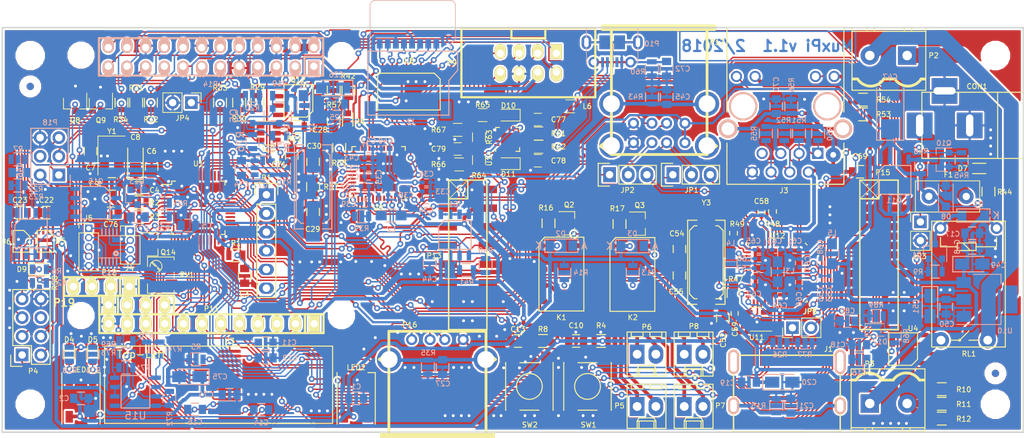
<source format=kicad_pcb>
(kicad_pcb (version 20171130) (host pcbnew 5.0.0-rc2-dev-unknown-d64c89d~62~ubuntu14.04.1)
  (layers (0 F.Cu signal) (31 B.Cu signal) (34 B.Paste user) (35 F.Paste user) (36 B.SilkS user) (37 F.SilkS user) (38 B.Mask user) (39 F.Mask user) (44 Edge.Cuts user))
  (net 0 "")
  (net 1 VDD)
  (net 2 GND)
  (net 3 /Microcontroller/NRST)
  (net 4 +3V3)
  (net 5 "Net-(C7-Pad1)")
  (net 6 "Net-(C9-Pad1)")
  (net 7 /Microcontroller/USER_BUTTON1)
  (net 8 "Net-(C11-Pad1)")
  (net 9 "Net-(C12-Pad1)")
  (net 10 /Microcontroller/USER_BUTTON2)
  (net 11 "Net-(C14-Pad2)")
  (net 12 "Net-(C14-Pad1)")
  (net 13 "Net-(C15-Pad1)")
  (net 14 "Net-(C15-Pad2)")
  (net 15 "Net-(C18-Pad2)")
  (net 16 "Net-(C21-Pad1)")
  (net 17 /SDMux/USD_VDD)
  (net 18 "Net-(C27-Pad1)")
  (net 19 "Net-(C28-Pad1)")
  (net 20 "Net-(C29-Pad1)")
  (net 21 "Net-(C30-Pad1)")
  (net 22 "Net-(C31-Pad1)")
  (net 23 "Net-(C33-Pad1)")
  (net 24 "Net-(C35-Pad1)")
  (net 25 "Net-(C45-Pad1)")
  (net 26 +5V)
  (net 27 "Net-(C53-Pad1)")
  (net 28 "Net-(C54-Pad1)")
  (net 29 "Net-(C55-Pad1)")
  (net 30 "Net-(C58-Pad1)")
  (net 31 "Net-(C59-Pad1)")
  (net 32 "Net-(C60-Pad1)")
  (net 33 +3.3VA)
  (net 34 "Net-(C70-Pad1)")
  (net 35 "Net-(D1-Pad2)")
  (net 36 "Net-(D2-Pad2)")
  (net 37 "Net-(D3-Pad2)")
  (net 38 "Net-(D4-Pad1)")
  (net 39 "Net-(D4-Pad2)")
  (net 40 "Net-(D5-Pad1)")
  (net 41 "Net-(D5-Pad2)")
  (net 42 "Net-(D6-Pad2)")
  (net 43 "Net-(D6-Pad1)")
  (net 44 "Net-(D7-Pad2)")
  (net 45 "Net-(IC1-Pad6)")
  (net 46 "Net-(IC1-Pad5)")
  (net 47 "Net-(J1-Pad1)")
  (net 48 "Net-(J1-Pad2)")
  (net 49 "Net-(J1-Pad3)")
  (net 50 "Net-(J1-Pad4)")
  (net 51 "Net-(J1-Pad5)")
  (net 52 "Net-(J1-Pad6)")
  (net 53 "Net-(J1-Pad7)")
  (net 54 "Net-(J1-Pad8)")
  (net 55 "Net-(J1-Pad9)")
  (net 56 "Net-(J1-Pad10)")
  (net 57 "Net-(J1-Pad11)")
  (net 58 "Net-(J1-Pad12)")
  (net 59 "Net-(J1-Pad13)")
  (net 60 "Net-(J1-Pad14)")
  (net 61 /Hdmi/HDMI_SCL)
  (net 62 /Hdmi/HDMI_SDA)
  (net 63 /Hdmi/HDMI_HOT_PLUG)
  (net 64 "Net-(J2-Pad1)")
  (net 65 "Net-(J2-Pad2)")
  (net 66 "Net-(J2-Pad3)")
  (net 67 "Net-(J2-Pad5)")
  (net 68 "Net-(J2-Pad7)")
  (net 69 "Net-(J2-Pad8)")
  (net 70 "Net-(J3-PadGK)")
  (net 71 "Net-(J3-PadYA)")
  (net 72 "Net-(J3-PadGA)")
  (net 73 "Net-(J3-PadYK)")
  (net 74 "Net-(K1-Pad7)")
  (net 75 "Net-(K1-Pad2)")
  (net 76 "Net-(K1-Pad6)")
  (net 77 "Net-(K1-Pad3)")
  (net 78 "Net-(K1-Pad5)")
  (net 79 "Net-(K1-Pad4)")
  (net 80 "Net-(K2-Pad4)")
  (net 81 "Net-(K2-Pad5)")
  (net 82 "Net-(K2-Pad3)")
  (net 83 "Net-(K2-Pad6)")
  (net 84 "Net-(K2-Pad2)")
  (net 85 "Net-(K2-Pad7)")
  (net 86 "Net-(L1-Pad2)")
  (net 87 /SDMux/SD_PWR_TS)
  (net 88 "Net-(LED1-Pad2)")
  (net 89 "Net-(LED2-Pad2)")
  (net 90 "Net-(P1-Pad6)")
  (net 91 /Microcontroller/SWDIO)
  (net 92 /Microcontroller/SWCLK)
  (net 93 "Net-(P2-Pad1)")
  (net 94 "Net-(P2-Pad2)")
  (net 95 "Net-(P3-Pad2)")
  (net 96 "Net-(P3-Pad1)")
  (net 97 "Net-(P4-Pad7)")
  (net 98 "Net-(P4-Pad6)")
  (net 99 "Net-(P4-Pad5)")
  (net 100 "Net-(P4-Pad4)")
  (net 101 /SDMux/DAT1_DUT)
  (net 102 /SDMux/DAT0_DUT)
  (net 103 /SDMux/CLK_DUT)
  (net 104 /SDMux/VDD_DUT)
  (net 105 /SDMux/CMD_DUT)
  (net 106 /SDMux/DAT3_DUT)
  (net 107 /SDMux/DAT2_DUT)
  (net 108 /NanoPi/PI_GPIO_2)
  (net 109 /NanoPi/PI_GPIO_3)
  (net 110 "Net-(P11-Pad8)")
  (net 111 "Net-(P11-Pad9)")
  (net 112 "Net-(P11-Pad10)")
  (net 113 "Net-(P11-Pad11)")
  (net 114 "Net-(P12-Pad2)")
  (net 115 /NanoPi/PI_UART0_TX)
  (net 116 /NanoPi/PI_UART0_RX)
  (net 117 /NanoPi/I2C0_SDA)
  (net 118 /NanoPi/I2C0_SCL)
  (net 119 "Net-(P14-Pad1)")
  (net 120 /NanoPi/PI_UART1_TX)
  (net 121 /NanoPi/PI_UART1_RX)
  (net 122 /NanoPi/PI_UART2_TX)
  (net 123 /NanoPi/STATUS_LED1)
  (net 124 /NanoPi/STATUS_LED2)
  (net 125 /NanoPi/PWR_CTRL)
  (net 126 /NanoPi/PI_UART1_RTS)
  (net 127 "Net-(P14-Pad17)")
  (net 128 /NanoPi/PI_UART1_CTS)
  (net 129 /NanoPi/SPI0_MOSI)
  (net 130 /NanoPi/SPI0_MISO)
  (net 131 /NanoPi/PI_UART2_RX)
  (net 132 /NanoPi/SPI0_CLK)
  (net 133 /NanoPi/SPI0_CS)
  (net 134 /Microcontroller/ST_GPIO_3)
  (net 135 /Microcontroller/ST_GPIO_1)
  (net 136 /Microcontroller/ST_GPIO_2)
  (net 137 "/DUT Power Control/POWER_SW_ON")
  (net 138 "/Dynamic Jumpers/DYPER_1")
  (net 139 "/Dynamic Jumpers/DYPER_2")
  (net 140 /Microcontroller/SOCKET_SEL)
  (net 141 "Net-(Q5-Pad1)")
  (net 142 "Net-(R2-Pad2)")
  (net 143 "Net-(R3-Pad2)")
  (net 144 "Net-(R5-Pad1)")
  (net 145 /Microcontroller/TIM1_CH1)
  (net 146 /SDMux/SD_DAT2_TS)
  (net 147 /SDMux/SD_CMD_TS)
  (net 148 /SDMux/SD_CLK_TS)
  (net 149 /SDMux/SD_DAT0_TS)
  (net 150 /SDMux/SD_DAT3_TS)
  (net 151 /SDMux/SD_DAT1_TS)
  (net 152 "/DUT UART/DUT_UART1_RX")
  (net 153 "/DUT UART/DUT_UART1_TX")
  (net 154 "/DUT UART/DUT_UART1_RTS")
  (net 155 "/DUT UART/DUT_UART1_CTS")
  (net 156 /Microcontroller/ST_USART1_RX)
  (net 157 /Microcontroller/ST_USART1_TX)
  (net 158 "Net-(R39-Pad1)")
  (net 159 "Net-(R48-Pad2)")
  (net 160 "Net-(R49-Pad2)")
  (net 161 /Microcontroller/~SD_CD_TS)
  (net 162 "Net-(U1-Pad38)")
  (net 163 "Net-(U1-Pad36)")
  (net 164 "Net-(U1-Pad35)")
  (net 165 "Net-(U1-Pad28)")
  (net 166 "Net-(U1-Pad27)")
  (net 167 /Microcontroller/SPI1_MOSI)
  (net 168 /Microcontroller/OLED_~RES)
  (net 169 /Microcontroller/SPI1_SCK)
  (net 170 /Microcontroller/SPI1_NSS)
  (net 171 /Microcontroller/OLED_~D/C)
  (net 172 "/DUT Power Control/DUT_PWR_CURRENT")
  (net 173 "Net-(U8-Pad3)")
  (net 174 "Net-(U9-Pad36)")
  (net 175 "Net-(U9-Pad31)")
  (net 176 "Net-(U9-Pad30)")
  (net 177 "Net-(U9-Pad29)")
  (net 178 "Net-(U9-Pad27)")
  (net 179 "Net-(U9-Pad26)")
  (net 180 "Net-(U9-Pad23)")
  (net 181 "Net-(U9-Pad22)")
  (net 182 "Net-(U9-Pad20)")
  (net 183 "Net-(U9-Pad19)")
  (net 184 "Net-(U9-Pad11)")
  (net 185 "Net-(U9-Pad8)")
  (net 186 "Net-(U9-Pad7)")
  (net 187 "Net-(U9-Pad6)")
  (net 188 "Net-(U11-Pad5)")
  (net 189 "Net-(U11-Pad4)")
  (net 190 "Net-(U11-Pad1)")
  (net 191 "Net-(U12-Pad1)")
  (net 192 "Net-(U12-Pad14)")
  (net 193 "Net-(U12-Pad22)")
  (net 194 "Net-(U12-Pad23)")
  (net 195 "Net-(U12-Pad26)")
  (net 196 "Net-(U12-Pad37)")
  (net 197 "Net-(U12-Pad41)")
  (net 198 "Net-(U12-Pad42)")
  (net 199 "Net-(U12-Pad43)")
  (net 200 "Net-(U12-Pad44)")
  (net 201 "Net-(U12-Pad45)")
  (net 202 "Net-(U12-Pad46)")
  (net 203 "Net-(U12-Pad47)")
  (net 204 "Net-(U12-Pad53)")
  (net 205 "Net-(U12-Pad54)")
  (net 206 "Net-(U12-Pad55)")
  (net 207 "Net-(U12-Pad56)")
  (net 208 "Net-(P13-Pad16)")
  (net 209 /NanoPi/PI_PWR)
  (net 210 /NanoPi/TPI_CLK)
  (net 211 /NanoPi/TPI_DATA)
  (net 212 "Net-(P18-Pad4)")
  (net 213 "Net-(U9-Pad28)")
  (net 214 /Ethernet/RX-)
  (net 215 /Ethernet/RX+)
  (net 216 /Ethernet/TX-)
  (net 217 /Ethernet/TX+)
  (net 218 "Net-(U11-Pad3)")
  (net 219 /Ethernet/USB_ETH-)
  (net 220 /Ethernet/USB_ETH+)
  (net 221 "Net-(U12-Pad7)")
  (net 222 "/USB HUB & SD Reader/USB_A-")
  (net 223 "/USB HUB & SD Reader/USB_A+")
  (net 224 /NanoPi/USB_B-)
  (net 225 /NanoPi/USB_B+)
  (net 226 /NanoPi/USB_A-)
  (net 227 /NanoPi/USB_A+)
  (net 228 /NanoPi/USB_DUT-)
  (net 229 /NanoPi/USB_DUT+)
  (net 230 "Net-(Q12-Pad4)")
  (net 231 /NanoPi/USB_HUB-)
  (net 232 /NanoPi/USB_HUB+)
  (net 233 "Net-(U1-Pad29)")
  (net 234 /Microcontroller/WD_RESET)
  (net 235 "Net-(P11-Pad1)")
  (net 236 /NanoPi/TPI_RST)
  (net 237 /Microcontroller/PI_GPIO_1)
  (net 238 "Net-(CON1-Pad1)")
  (net 239 "Net-(D9-Pad2)")
  (net 240 "Net-(D9-Pad1)")
  (net 241 "Net-(R23-Pad1)")
  (net 242 "Net-(R22-Pad1)")
  (net 243 "Net-(C46-Pad1)")
  (net 244 /Lthor/VBUS)
  (net 245 "Net-(Q13-Pad3)")
  (net 246 /Lthor/LTHOR_SWITCH)
  (net 247 /Lthor/USB_LTHOR+)
  (net 248 "Net-(J5-Pad2)")
  (net 249 "Net-(J5-Pad1)")
  (net 250 /Lthor/USB_LTHOR-)
  (net 251 "Net-(Q14-Pad3)")
  (net 252 /Lthor/LTHOR_ID)
  (net 253 /Lthor/LTHOR_VBUS)
  (net 254 "/DUT UART/UART_PWM")
  (net 255 "Net-(J4-Pad1)")
  (net 256 "/DUT UART/DUT_RX_LS")
  (net 257 "/DUT UART/DUT_TX_LS")
  (net 258 "Net-(JP3-Pad1)")
  (net 259 "Net-(L6-Pad1)")
  (net 260 "Net-(C77-Pad1)")
  (net 261 "Net-(C78-Pad1)")
  (net 262 "Net-(P10-Pad4)")
  (net 263 "Net-(C72-Pad1)")
  (net 264 "Net-(L6-Pad2)")
  (net 265 "Net-(R61-Pad1)")
  (net 266 "Net-(C79-Pad1)")
  (net 267 "Net-(D11-Pad2)")
  (net 268 "Net-(D10-Pad2)")
  (net 269 "Net-(R62-Pad1)")
  (net 270 "Net-(U14-Pad16)")
  (net 271 "Net-(U14-Pad14)")
  (net 272 "Net-(U14-Pad12)")
  (net 273 "Net-(D10-Pad1)")
  (net 274 "Net-(D11-Pad1)")
  (net 275 "Net-(U14-Pad4)")
  (net 276 "Net-(R63-Pad2)")
  (net 277 "Net-(R68-Pad2)")
  (net 278 "Net-(D12-Pad2)")
  (net 279 "Net-(R74-Pad1)")
  (net 280 "Net-(R70-Pad1)")
  (net 281 "Net-(R71-Pad2)")
  (net 282 "Net-(Q4-Pad1)")
  (net 283 "Net-(C80-Pad2)")
  (net 284 "Net-(R76-Pad2)")
  (net 285 "Net-(P19-Pad2)")
  (net 286 /Microcontroller/ADC2)
  (net 287 /Microcontroller/ADC1)
  (net 288 /Lthor/USB_ID)
  (net 289 "Net-(RV1-Pad1)")
  (net 290 "Net-(JP5-Pad1)")
  (module "mux-footprints:TerminalBlock_XY2500V-D(5.08)" (layer F.Cu) (at 138 143.8 180)
    (fp_text reference P2 (at -3.6 0 180) (layer F.SilkS) (effects (font (size 0.7 0.7) (thickness 0.12))))
    (fp_text value "XY2500V-D(5.08)-2PIN")
    (pad 1 thru_hole rect (at 0 0 180) (size 2.5 2.5) (drill 1.3) (layers *.Cu *.Mask) (net 93 "Net-(P2-Pad1)"))
    (pad 2 thru_hole circle (at 5.08 0 180) (size 2.5 2.5) (drill 1.3) (layers *.Cu *.Mask) (net 94 "Net-(P2-Pad2)"))
  )
  (module "mux-footprints:TerminalBlock_XY2500V-D(5.08)" (layer F.Cu) (at 132.92 191.1)
    (fp_text reference P3 (at -0.02 -5.4) (layer F.SilkS) (effects (font (size 0.7 0.7) (thickness 0.12))))
    (fp_text value "XY2500V-D(5.08)-2PIN")
    (pad 1 thru_hole rect (at 0 0) (size 2.5 2.5) (drill 1.3) (layers *.Cu *.Mask) (net 96 "Net-(P3-Pad1)"))
    (pad 2 thru_hole circle (at 5.08 0) (size 2.5 2.5) (drill 1.3) (layers *.Cu *.Mask) (net 95 "Net-(P3-Pad2)"))
  )
  (module Fiducials:Fiducial_1mm_Dia_2mm_Outer (layer B.Cu) (at 18.8 148)
    (fp_text reference REF** hide)
    (fp_text value Fiducial_1mm_Dia_2mm_Outer)
    (pad ~ smd circle (at 0 0) (size 1 1) (layers B.Cu B.Mask) (clearance 1))
  )
  (module Fiducials:Fiducial_1mm_Dia_2mm_Outer (layer B.Cu) (at 150 187)
    (fp_text reference REF** hide)
    (fp_text value Fiducial_1mm_Dia_2mm_Outer)
    (pad ~ smd circle (at 0 0) (size 1 1) (layers B.Cu B.Mask) (clearance 1))
  )
  (module Pin_Headers:Pin_Header_Straight_1x02_Pitch2.54mm (layer F.Cu) (at 122.4 180.8 90)
    (fp_text reference JP5 (at 2.2 2.4 180) (layer F.SilkS) (effects (font (size 0.7 0.7))))
    (fp_text value Jumper_NO_Small)
    (pad 2 thru_hole oval (at 0 2.54 90) (size 1.7 1.7) (drill 1) (layers *.Cu *.Mask) (net 287 /Microcontroller/ADC1))
    (pad 1 thru_hole rect (at 0 0 90) (size 1.7 1.7) (drill 1) (layers *.Cu *.Mask) (net 290 "Net-(JP5-Pad1)"))
  )
  (module Resistors_SMD:R_0805 (layer B.Cu) (at 120.7 182.8)
    (fp_text reference R26 (at 0 1.65) (layer B.SilkS) (effects (font (size 0.7 0.7) (thickness 0.12)) (justify mirror)))
    (fp_text value "3.3K 1%")
    (pad 1 smd rect (at -0.95 0) (size 0.7 1.3) (layers B.Cu B.Paste B.Mask) (net 1 VDD))
    (pad 2 smd rect (at 0.95 0) (size 0.7 1.3) (layers B.Cu B.Paste B.Mask) (net 290 "Net-(JP5-Pad1)"))
  )
  (module Resistors_SMD:R_0805 (layer B.Cu) (at 124.1 182.8)
    (fp_text reference R77 (at 0 1.65) (layer B.SilkS) (effects (font (size 0.7 0.7) (thickness 0.12)) (justify mirror)))
    (fp_text value "3.3K 1%")
    (pad 2 smd rect (at 0.95 0) (size 0.7 1.3) (layers B.Cu B.Paste B.Mask) (net 2 GND))
    (pad 1 smd rect (at -0.95 0) (size 0.7 1.3) (layers B.Cu B.Paste B.Mask) (net 290 "Net-(JP5-Pad1)"))
  )
  (module Potentiometers:Potentiometer_Trimmer_Bourns_3224W (layer F.Cu) (at 36.55 173.65 270)
    (fp_text reference RV1 (at -0.05 -3.55) (layer F.SilkS) (effects (font (size 0.7 0.7) (thickness 0.12))))
    (fp_text value 3224W-105-1LF)
    (pad 3 smd rect (at -1.25 -1.45 270) (size 1.3 1.6) (layers F.Cu F.Mask) (net 251 "Net-(Q14-Pad3)"))
    (pad 2 smd rect (at 0 1.45 270) (size 2 1.6) (layers F.Cu F.Mask) (net 288 /Lthor/USB_ID))
    (pad 1 smd rect (at 1.25 -1.45 270) (size 1.3 1.6) (layers F.Cu F.Mask) (net 289 "Net-(RV1-Pad1)"))
  )
  (module mux-footprints:VIA_0408 (layer F.Cu) (at 17 174.5 90)
    (fp_text reference V1 hide)
    (fp_text value VIA_0408 hide)
    (pad 1 thru_hole circle (at 0 0 90) (size 0.8 0.8) (drill 0.4) (layers *.Cu) (net 2 GND))
  )
  (module mux-footprints:VIA_0408 (layer F.Cu) (at 31.2 168.75 90)
    (fp_text reference V1 hide)
    (fp_text value VIA_0408 hide)
    (pad 1 thru_hole circle (at 0 0 90) (size 0.8 0.8) (drill 0.4) (layers *.Cu) (net 2 GND))
  )
  (module mux-footprints:pin_strip_2.54_s_1x4 (layer F.Cu) (at 33.26 177.7)
    (fp_text reference P19 (at -9.86 -0.3) (layer F.SilkS) (effects (font (size 1.016 1.016) (thickness 0.2032))))
    (fp_text value ZL201-04G hide)
    (pad 1 thru_hole rect (at -3.81 0) (size 1.524 2.19964) (drill 1.00076) (layers *.Cu *.Mask F.SilkS) (net 2 GND))
    (pad 2 thru_hole oval (at -1.27 0) (size 1.524 2.19964) (drill 1.00076) (layers *.Cu *.Mask F.SilkS) (net 285 "Net-(P19-Pad2)"))
    (pad 3 thru_hole oval (at 1.27 0) (size 1.524 2.19964) (drill 1.00076) (layers *.Cu *.Mask F.SilkS) (net 115 /NanoPi/PI_UART0_TX))
    (pad 4 thru_hole oval (at 3.81 0) (size 1.524 2.19964) (drill 1.00076) (layers *.Cu *.Mask F.SilkS) (net 116 /NanoPi/PI_UART0_RX))
  )
  (module mux-footprints:VIA_0408 (layer F.Cu) (at 31.9 188.8 90)
    (fp_text reference V1 hide)
    (fp_text value VIA_0408 hide)
    (pad 1 thru_hole circle (at 0 0 90) (size 0.8 0.8) (drill 0.4) (layers *.Cu) (net 2 GND))
  )
  (module mux-footprints:VIA_0408 (layer F.Cu) (at 45.4 168.4 90)
    (fp_text reference V1 hide)
    (fp_text value VIA_0408 hide)
    (pad 1 thru_hole circle (at 0 0 90) (size 0.8 0.8) (drill 0.4) (layers *.Cu) (net 2 GND))
  )
  (module mux-footprints:VIA_0408 (layer F.Cu) (at 47 153.6 90)
    (fp_text reference V1 hide)
    (fp_text value VIA_0408 hide)
    (pad 1 thru_hole circle (at 0 0 90) (size 0.8 0.8) (drill 0.4) (layers *.Cu) (net 2 GND))
  )
  (module Resistors_SMD:R_0805 (layer B.Cu) (at 49 155.5 270)
    (fp_text reference R76 (at 0 1.65 270) (layer B.SilkS) (effects (justify mirror)))
    (fp_text value "1K 1%")
    (pad 1 smd rect (at -0.95 0 270) (size 0.7 1.3) (layers B.Cu B.Paste B.Mask) (net 141 "Net-(Q5-Pad1)"))
    (pad 2 smd rect (at 0.95 0 270) (size 0.7 1.3) (layers B.Cu B.Paste B.Mask) (net 284 "Net-(R76-Pad2)"))
  )
  (module Resistors_SMD:R_0805 (layer B.Cu) (at 52.7 154.7)
    (fp_text reference R75 (at 0 1.65) (layer B.SilkS) (effects (justify mirror)))
    (fp_text value "1K 1%")
    (pad 2 smd rect (at 0.95 0) (size 0.7 1.3) (layers B.Cu B.Paste B.Mask) (net 140 /Microcontroller/SOCKET_SEL))
    (pad 1 smd rect (at -0.95 0) (size 0.7 1.3) (layers B.Cu B.Paste B.Mask) (net 282 "Net-(Q4-Pad1)"))
  )
  (module TO_SOT_Packages_SMD:SOT-23 (layer B.Cu) (at 49 152 270)
    (fp_text reference Q5 (at 0 2.5 270) (layer B.SilkS) (effects (justify mirror)))
    (fp_text value MMBT4403LT1)
    (pad 3 smd rect (at 1 0 270) (size 0.9 0.8) (layers B.Cu B.Paste B.Mask) (net 17 /SDMux/USD_VDD))
    (pad 2 smd rect (at -1 -0.95 270) (size 0.9 0.8) (layers B.Cu B.Paste B.Mask) (net 104 /SDMux/VDD_DUT))
    (pad 1 smd rect (at -1 0.95 270) (size 0.9 0.8) (layers B.Cu B.Paste B.Mask) (net 141 "Net-(Q5-Pad1)"))
  )
  (module TO_SOT_Packages_SMD:SOT-23-6 (layer F.Cu) (at 51.2 154.35)
    (fp_text reference IC2 (at 0 2.25) (layer F.SilkS) (effects (font (size 0.7 0.7) (thickness 0.12))))
    (fp_text value ATTINY10-TS8R)
    (pad 1 smd rect (at -1.1 -0.95) (size 1.06 0.65) (layers F.Cu F.Paste F.Mask) (net 211 /NanoPi/TPI_DATA))
    (pad 2 smd rect (at -1.1 0) (size 1.06 0.65) (layers F.Cu F.Paste F.Mask) (net 2 GND))
    (pad 3 smd rect (at -1.1 0.95) (size 1.06 0.65) (layers F.Cu F.Paste F.Mask) (net 210 /NanoPi/TPI_CLK))
    (pad 4 smd rect (at 1.1 0.95) (size 1.06 0.65) (layers F.Cu F.Paste F.Mask) (net 234 /Microcontroller/WD_RESET))
    (pad 6 smd rect (at 1.1 -0.95) (size 1.06 0.65) (layers F.Cu F.Paste F.Mask) (net 236 /NanoPi/TPI_RST))
    (pad 5 smd rect (at 1.1 0) (size 1.06 0.65) (layers F.Cu F.Paste F.Mask) (net 26 +5V))
  )
  (module Resistors_SMD:R_0805 (layer B.Cu) (at 36.4 183.7 90)
    (fp_text reference R74 (at 0 2.05 180) (layer B.SilkS) (effects (font (size 0.7 0.7) (thickness 0.12)) (justify mirror)))
    (fp_text value "3.3K 1%")
    (pad 2 smd rect (at 0.95 0 90) (size 0.7 1.3) (layers B.Cu B.Paste B.Mask) (net 280 "Net-(R70-Pad1)"))
    (pad 1 smd rect (at -0.95 0 90) (size 0.7 1.3) (layers B.Cu B.Paste B.Mask) (net 279 "Net-(R74-Pad1)"))
  )
  (module Resistors_SMD:R_0805 (layer B.Cu) (at 31.8 184.4)
    (fp_text reference R73 (at -2.35 -0.2) (layer B.SilkS) (effects (font (size 0.7 0.7) (thickness 0.12)) (justify mirror)))
    (fp_text value 0R)
    (pad 1 smd rect (at -0.95 0) (size 0.7 1.3) (layers B.Cu B.Paste B.Mask) (net 172 "/DUT Power Control/DUT_PWR_CURRENT"))
    (pad 2 smd rect (at 0.95 0) (size 0.7 1.3) (layers B.Cu B.Paste B.Mask) (net 283 "Net-(C80-Pad2)"))
  )
  (module Resistors_SMD:R_0805 (layer B.Cu) (at 37.7 190.4 270)
    (fp_text reference R72 (at 2.75 -0.05 90) (layer B.SilkS) (effects (font (size 0.7 0.7) (thickness 0.12)) (justify mirror)))
    (fp_text value 100K)
    (pad 2 smd rect (at 0.95 0 270) (size 0.7 1.3) (layers B.Cu B.Paste B.Mask) (net 2 GND))
    (pad 1 smd rect (at -0.95 0 270) (size 0.7 1.3) (layers B.Cu B.Paste B.Mask) (net 281 "Net-(R71-Pad2)"))
  )
  (module Resistors_SMD:R_0805 (layer B.Cu) (at 31.8 186.2)
    (fp_text reference R71 (at 2.35 0.05) (layer B.SilkS) (effects (font (size 0.7 0.7) (thickness 0.12)) (justify mirror)))
    (fp_text value 100K)
    (pad 1 smd rect (at -0.95 0) (size 0.7 1.3) (layers B.Cu B.Paste B.Mask) (net 26 +5V))
    (pad 2 smd rect (at 0.95 0) (size 0.7 1.3) (layers B.Cu B.Paste B.Mask) (net 281 "Net-(R71-Pad2)"))
  )
  (module Resistors_SMD:R_0805 (layer B.Cu) (at 34.6 183.7 270)
    (fp_text reference R70 (at -1.8 0) (layer B.SilkS) (effects (font (size 0.7 0.7) (thickness 0.12)) (justify mirror)))
    (fp_text value "1K 1%")
    (pad 2 smd rect (at 0.95 0 270) (size 0.7 1.3) (layers B.Cu B.Paste B.Mask) (net 283 "Net-(C80-Pad2)"))
    (pad 1 smd rect (at -0.95 0 270) (size 0.7 1.3) (layers B.Cu B.Paste B.Mask) (net 280 "Net-(R70-Pad1)"))
  )
  (module mux-footprints:SOIC-8 (layer B.Cu) (at 33.1 189.5 270)
    (fp_text reference U15 (at 3.25 0 180) (layer B.SilkS) (effects (justify mirror)))
    (fp_text value MCP6002-E/SN)
    (pad 8 smd rect (at -1.905 2.8 270) (size 0.6 1.31) (layers B.Cu B.Paste B.Mask) (net 26 +5V))
    (pad 1 smd rect (at -1.905 -2.8 270) (size 0.6 1.31) (layers B.Cu B.Paste B.Mask) (net 279 "Net-(R74-Pad1)"))
    (pad 7 smd rect (at -0.635 2.8 270) (size 0.6 1.31) (layers B.Cu B.Paste B.Mask) (net 172 "/DUT Power Control/DUT_PWR_CURRENT"))
    (pad 2 smd rect (at -0.635 -2.8 270) (size 0.6 1.31) (layers B.Cu B.Paste B.Mask) (net 280 "Net-(R70-Pad1)"))
    (pad 6 smd rect (at 0.635 2.8 270) (size 0.6 1.31) (layers B.Cu B.Paste B.Mask) (net 172 "/DUT Power Control/DUT_PWR_CURRENT"))
    (pad 3 smd rect (at 0.635 -2.8 270) (size 0.6 1.31) (layers B.Cu B.Paste B.Mask) (net 281 "Net-(R71-Pad2)"))
    (pad 5 smd rect (at 1.905 2.8 270) (size 0.6 1.31) (layers B.Cu B.Paste B.Mask) (net 279 "Net-(R74-Pad1)"))
    (pad 4 smd rect (at 1.905 -2.8 270) (size 0.6 1.31) (layers B.Cu B.Paste B.Mask) (net 2 GND))
  )
  (module Capacitors_SMD:C_0805 (layer B.Cu) (at 129.9 179.9)
    (fp_text reference C80 (at 0 -1.4) (layer B.SilkS) (effects (font (size 0.7 0.7) (thickness 0.12)) (justify mirror)))
    (fp_text value 100nF/50V)
    (pad 2 smd rect (at 1 0) (size 1 1.25) (layers B.Cu B.Paste B.Mask) (net 283 "Net-(C80-Pad2)"))
    (pad 1 smd rect (at -1 0) (size 1 1.25) (layers B.Cu B.Paste B.Mask) (net 2 GND))
  )
  (module Diodes_SMD:D_SOD-323F (layer B.Cu) (at 133.8 181.1)
    (fp_text reference D12 (at 0.5 1.6) (layer B.SilkS) (effects (font (size 0.7 0.7) (thickness 0.12)) (justify mirror)))
    (fp_text value 1N4448WS)
    (pad 2 smd rect (at 1.1 0) (size 0.5 0.5) (layers B.Cu B.Paste B.Mask) (net 278 "Net-(D12-Pad2)"))
    (pad 1 smd rect (at -1.1 0) (size 0.5 0.5) (layers B.Cu B.Paste B.Mask) (net 283 "Net-(C80-Pad2)"))
  )
  (module Resistors_SMD:R_0805 (layer B.Cu) (at 133.8 179.2 180)
    (fp_text reference R69 (at 0 1.5 180) (layer B.SilkS) (effects (font (size 0.7 0.7) (thickness 0.12)) (justify mirror)))
    (fp_text value "10K 1%")
    (pad 1 smd rect (at -0.95 0 180) (size 0.7 1.3) (layers B.Cu B.Paste B.Mask) (net 278 "Net-(D12-Pad2)"))
    (pad 2 smd rect (at 0.95 0 180) (size 0.7 1.3) (layers B.Cu B.Paste B.Mask) (net 2 GND))
  )
  (module Resistors_SMD:R_0805 (layer B.Cu) (at 136.3 181.9 270)
    (fp_text reference R68 (at 0 -1.6 270) (layer B.SilkS) (effects (font (size 0.7 0.7) (thickness 0.12)) (justify mirror)))
    (fp_text value "2K 1%")
    (pad 2 smd rect (at 0.95 0 270) (size 0.7 1.3) (layers B.Cu B.Paste B.Mask) (net 277 "Net-(R68-Pad2)"))
    (pad 1 smd rect (at -0.95 0 270) (size 0.7 1.3) (layers B.Cu B.Paste B.Mask) (net 278 "Net-(D12-Pad2)"))
  )
  (module mux-footprints:VIA_0408 (layer F.Cu) (at 66.8 159.8 90)
    (fp_text reference V1 hide)
    (fp_text value VIA_0408 hide)
    (pad 1 thru_hole circle (at 0 0 90) (size 0.8 0.8) (drill 0.4) (layers *.Cu) (net 2 GND))
  )
  (module mux-footprints:VIA_0408 (layer F.Cu) (at 66.8 158.5 90)
    (fp_text reference V1 hide)
    (fp_text value VIA_0408 hide)
    (pad 1 thru_hole circle (at 0 0 90) (size 0.8 0.8) (drill 0.4) (layers *.Cu) (net 2 GND))
  )
  (module mux-footprints:VIA_0408 (layer F.Cu) (at 86.8 159.4 90)
    (fp_text reference V1 hide)
    (fp_text value VIA_0408 hide)
    (pad 1 thru_hole circle (at 0 0 90) (size 0.8 0.8) (drill 0.4) (layers *.Cu) (net 2 GND))
  )
  (module mux-footprints:VIA_0408 (layer F.Cu) (at 81.9 153.9 90)
    (fp_text reference V1 hide)
    (fp_text value VIA_0408 hide)
    (pad 1 thru_hole circle (at 0 0 90) (size 0.8 0.8) (drill 0.4) (layers *.Cu) (net 2 GND))
  )
  (module mux-footprints:VIA_0408 (layer F.Cu) (at 76.5 155.2 90)
    (fp_text reference V1 hide)
    (fp_text value VIA_0408 hide)
    (pad 1 thru_hole circle (at 0 0 90) (size 0.8 0.8) (drill 0.4) (layers *.Cu) (net 2 GND))
  )
  (module Resistors_SMD:R_0805 (layer F.Cu) (at 76.9 153.9)
    (fp_text reference R67 (at -2.6 0) (layer F.SilkS) (effects (font (size 0.7 0.7) (thickness 0.12))))
    (fp_text value 0R)
    (pad 2 smd rect (at 0.95 0) (size 0.7 1.3) (layers F.Cu F.Paste F.Mask) (net 276 "Net-(R63-Pad2)"))
    (pad 1 smd rect (at -0.95 0) (size 0.7 1.3) (layers F.Cu F.Paste F.Mask) (net 116 /NanoPi/PI_UART0_RX))
  )
  (module Resistors_SMD:R_0805 (layer F.Cu) (at 92.2 150.7 180)
    (fp_text reference L6 (at -2.3 0 180) (layer F.SilkS) (effects (font (size 0.7 0.7) (thickness 0.12))))
    (fp_text value BLM21PG221SN1D)
    (pad 2 smd rect (at 0.95 0 180) (size 0.7 1.3) (layers F.Cu F.Paste F.Mask) (net 264 "Net-(L6-Pad2)"))
    (pad 1 smd rect (at -0.95 0 180) (size 0.7 1.3) (layers F.Cu F.Paste F.Mask) (net 259 "Net-(L6-Pad1)"))
  )
  (module Capacitors_SMD:C_0805 (layer B.Cu) (at 105.3 145.6 270)
    (fp_text reference C72 (at 0 -2.2) (layer B.SilkS) (effects (font (size 0.7 0.7) (thickness 0.12)) (justify mirror)))
    (fp_text value 100nF/50V)
    (pad 1 smd rect (at -1 0 270) (size 1 1.25) (layers B.Cu B.Paste B.Mask) (net 263 "Net-(C72-Pad1)"))
    (pad 2 smd rect (at 1 0 270) (size 1 1.25) (layers B.Cu B.Paste B.Mask) (net 2 GND))
  )
  (module Capacitors_SMD:C_0805 (layer F.Cu) (at 87.8 152.5 180)
    (fp_text reference C77 (at -2.8 0 180) (layer F.SilkS) (effects (font (size 0.7 0.7) (thickness 0.12))))
    (fp_text value 47pF/50V)
    (pad 2 smd rect (at 1 0 180) (size 1 1.25) (layers F.Cu F.Paste F.Mask) (net 2 GND))
    (pad 1 smd rect (at -1 0 180) (size 1 1.25) (layers F.Cu F.Paste F.Mask) (net 260 "Net-(C77-Pad1)"))
  )
  (module Capacitors_SMD:C_0805 (layer F.Cu) (at 87.8 158.1 180)
    (fp_text reference C78 (at -2.8 0 180) (layer F.SilkS) (effects (font (size 0.7 0.7) (thickness 0.12))))
    (fp_text value 47pF/50V)
    (pad 1 smd rect (at -1 0 180) (size 1 1.25) (layers F.Cu F.Paste F.Mask) (net 261 "Net-(C78-Pad1)"))
    (pad 2 smd rect (at 1 0 180) (size 1 1.25) (layers F.Cu F.Paste F.Mask) (net 2 GND))
  )
  (module Capacitors_SMD:C_0805 (layer F.Cu) (at 76.9 156.5 180)
    (fp_text reference C79 (at 2.6 0 180) (layer F.SilkS) (effects (font (size 0.7 0.7) (thickness 0.12))))
    (fp_text value 100nF/50V)
    (pad 2 smd rect (at 1 0 180) (size 1 1.25) (layers F.Cu F.Paste F.Mask) (net 2 GND))
    (pad 1 smd rect (at -1 0 180) (size 1 1.25) (layers F.Cu F.Paste F.Mask) (net 266 "Net-(C79-Pad1)"))
  )
  (module Diodes_SMD:D_0805 (layer F.Cu) (at 83.8 158.5 180)
    (fp_text reference D11 (at 0 -1.4 180) (layer F.SilkS) (effects (font (size 0.7 0.7) (thickness 0.12))))
    (fp_text value "KPT-2012EC (RED)")
    (pad 1 smd rect (at -1.05 0 180) (size 0.8 0.9) (layers F.Cu F.Paste F.Mask) (net 274 "Net-(D11-Pad1)"))
    (pad 2 smd rect (at 1.05 0 180) (size 0.8 0.9) (layers F.Cu F.Paste F.Mask) (net 267 "Net-(D11-Pad2)"))
  )
  (module Diodes_SMD:D_0805 (layer F.Cu) (at 83.8 151.9 180)
    (fp_text reference D10 (at 0 1.3 180) (layer F.SilkS) (effects (font (size 0.7 0.7) (thickness 0.12))))
    (fp_text value "KPT-2012SGC (GREEN)")
    (pad 2 smd rect (at 1.05 0 180) (size 0.8 0.9) (layers F.Cu F.Paste F.Mask) (net 268 "Net-(D10-Pad2)"))
    (pad 1 smd rect (at -1.05 0 180) (size 0.8 0.9) (layers F.Cu F.Paste F.Mask) (net 273 "Net-(D10-Pad1)"))
  )
  (module Housings_DFN_QFN:QFN-16-1EP_3x3mm_Pitch0.5mm (layer F.Cu) (at 83.7 155.2 90)
    (fp_text reference U14 (at -2.6 -2.5 90) (layer F.SilkS) (effects (font (size 0.7 0.7) (thickness 0.12))))
    (fp_text value FT230XQ)
    (pad 17 smd rect (at -0.45 -0.45 90) (size 0.9 0.9) (layers F.Cu F.Paste F.Mask) (net 2 GND))
    (pad 17 smd rect (at -0.45 0.45 90) (size 0.9 0.9) (layers F.Cu F.Paste F.Mask) (net 2 GND))
    (pad 17 smd rect (at 0.45 -0.45 90) (size 0.9 0.9) (layers F.Cu F.Paste F.Mask) (net 2 GND))
    (pad 17 smd rect (at 0.45 0.45 90) (size 0.9 0.9) (layers F.Cu F.Paste F.Mask) (net 2 GND))
    (pad 16 smd oval (at -0.75 -1.475 180) (size 0.75 0.3) (layers F.Cu F.Paste F.Mask) (net 270 "Net-(U14-Pad16)"))
    (pad 15 smd oval (at -0.25 -1.475 180) (size 0.75 0.3) (layers F.Cu F.Paste F.Mask) (net 276 "Net-(R63-Pad2)"))
    (pad 14 smd oval (at 0.25 -1.475 180) (size 0.75 0.3) (layers F.Cu F.Paste F.Mask) (net 271 "Net-(U14-Pad14)"))
    (pad 13 smd oval (at 0.75 -1.475 180) (size 0.75 0.3) (layers F.Cu F.Paste F.Mask) (net 2 GND))
    (pad 12 smd oval (at 1.475 -0.75 90) (size 0.75 0.3) (layers F.Cu F.Paste F.Mask) (net 272 "Net-(U14-Pad12)"))
    (pad 11 smd oval (at 1.475 -0.25 90) (size 0.75 0.3) (layers F.Cu F.Paste F.Mask) (net 273 "Net-(D10-Pad1)"))
    (pad 10 smd oval (at 1.475 0.25 90) (size 0.75 0.3) (layers F.Cu F.Paste F.Mask) (net 264 "Net-(L6-Pad2)"))
    (pad 9 smd oval (at 1.475 0.75 90) (size 0.75 0.3) (layers F.Cu F.Paste F.Mask) (net 266 "Net-(C79-Pad1)"))
    (pad 8 smd oval (at 0.75 1.475 180) (size 0.75 0.3) (layers F.Cu F.Paste F.Mask) (net 266 "Net-(C79-Pad1)"))
    (pad 7 smd oval (at 0.25 1.475 180) (size 0.75 0.3) (layers F.Cu F.Paste F.Mask) (net 265 "Net-(R61-Pad1)"))
    (pad 6 smd oval (at -0.25 1.475 180) (size 0.75 0.3) (layers F.Cu F.Paste F.Mask) (net 269 "Net-(R62-Pad1)"))
    (pad 5 smd oval (at -0.75 1.475 180) (size 0.75 0.3) (layers F.Cu F.Paste F.Mask) (net 274 "Net-(D11-Pad1)"))
    (pad 4 smd oval (at -1.475 0.75 90) (size 0.75 0.3) (layers F.Cu F.Paste F.Mask) (net 275 "Net-(U14-Pad4)"))
    (pad 3 smd oval (at -1.475 0.25 90) (size 0.75 0.3) (layers F.Cu F.Paste F.Mask) (net 2 GND))
    (pad 2 smd oval (at -1.475 -0.25 90) (size 0.75 0.3) (layers F.Cu F.Paste F.Mask) (net 115 /NanoPi/PI_UART0_TX))
    (pad 1 smd oval (at -1.475 -0.75 90) (size 0.75 0.3) (layers F.Cu F.Paste F.Mask) (net 266 "Net-(C79-Pad1)"))
  )
  (module Resistors_SMD:R_0805 (layer B.Cu) (at 103.3 145.6 270)
    (fp_text reference R60 (at 0.4 1.9) (layer B.SilkS) (effects (font (size 0.7 0.7) (thickness 0.12)) (justify mirror)))
    (fp_text value 10K)
    (pad 2 smd rect (at 0.95 0 270) (size 0.7 1.3) (layers B.Cu B.Paste B.Mask) (net 2 GND))
    (pad 1 smd rect (at -0.95 0 270) (size 0.7 1.3) (layers B.Cu B.Paste B.Mask) (net 263 "Net-(C72-Pad1)"))
  )
  (module Resistors_SMD:R_0805 (layer F.Cu) (at 87.9 156.2)
    (fp_text reference R62 (at 2.7 0) (layer F.SilkS) (effects (font (size 0.7 0.7) (thickness 0.12))))
    (fp_text value 27R)
    (pad 1 smd rect (at -0.95 0) (size 0.7 1.3) (layers F.Cu F.Paste F.Mask) (net 269 "Net-(R62-Pad1)"))
    (pad 2 smd rect (at 0.95 0) (size 0.7 1.3) (layers F.Cu F.Paste F.Mask) (net 261 "Net-(C78-Pad1)"))
  )
  (module Resistors_SMD:R_0805 (layer F.Cu) (at 79.8 154.9 90)
    (fp_text reference R63 (at 0 1.4 90) (layer F.SilkS) (effects (font (size 0.7 0.7) (thickness 0.12))))
    (fp_text value 10K)
    (pad 2 smd rect (at 0.95 0 90) (size 0.7 1.3) (layers F.Cu F.Paste F.Mask) (net 276 "Net-(R63-Pad2)"))
    (pad 1 smd rect (at -0.95 0 90) (size 0.7 1.3) (layers F.Cu F.Paste F.Mask) (net 266 "Net-(C79-Pad1)"))
  )
  (module Resistors_SMD:R_0805 (layer F.Cu) (at 79.8 158 270)
    (fp_text reference R64 (at 2.1 0) (layer F.SilkS) (effects (font (size 0.7 0.7) (thickness 0.12))))
    (fp_text value 10K)
    (pad 1 smd rect (at -0.95 0 270) (size 0.7 1.3) (layers F.Cu F.Paste F.Mask) (net 266 "Net-(C79-Pad1)"))
    (pad 2 smd rect (at 0.95 0 270) (size 0.7 1.3) (layers F.Cu F.Paste F.Mask) (net 115 /NanoPi/PI_UART0_TX))
  )
  (module Resistors_SMD:R_0805 (layer F.Cu) (at 80.3 151.9)
    (fp_text reference R65 (at 0 -1.4) (layer F.SilkS) (effects (font (size 0.7 0.7) (thickness 0.12))))
    (fp_text value 560R)
    (pad 2 smd rect (at 0.95 0) (size 0.7 1.3) (layers F.Cu F.Paste F.Mask) (net 268 "Net-(D10-Pad2)"))
    (pad 1 smd rect (at -0.95 0) (size 0.7 1.3) (layers F.Cu F.Paste F.Mask) (net 266 "Net-(C79-Pad1)"))
  )
  (module Resistors_SMD:R_0805 (layer F.Cu) (at 77.1 158.6)
    (fp_text reference R66 (at -2.8 0) (layer F.SilkS) (effects (font (size 0.7 0.7) (thickness 0.12))))
    (fp_text value 560R)
    (pad 1 smd rect (at -0.95 0) (size 0.7 1.3) (layers F.Cu F.Paste F.Mask) (net 266 "Net-(C79-Pad1)"))
    (pad 2 smd rect (at 0.95 0) (size 0.7 1.3) (layers F.Cu F.Paste F.Mask) (net 267 "Net-(D11-Pad2)"))
  )
  (module Resistors_SMD:R_0805 (layer F.Cu) (at 87.9 154.4)
    (fp_text reference R61 (at 2.7 0) (layer F.SilkS) (effects (font (size 0.7 0.7) (thickness 0.12))))
    (fp_text value 27R)
    (pad 2 smd rect (at 0.95 0) (size 0.7 1.3) (layers F.Cu F.Paste F.Mask) (net 260 "Net-(C77-Pad1)"))
    (pad 1 smd rect (at -0.95 0) (size 0.7 1.3) (layers F.Cu F.Paste F.Mask) (net 265 "Net-(R61-Pad1)"))
  )
  (module mux-footprints:micro_sub_molex (layer B.Cu) (at 97.9 142.3)
    (fp_text reference P10 (at 5.4 -0.1) (layer B.SilkS) (effects (font (size 0.7 0.7) (thickness 0.12)) (justify mirror)))
    (fp_text value USB_OTG_MICRO_USB)
    (pad 1 smd rect (at -1.3 2.4) (size 0.4 1.35) (layers B.Cu B.Paste B.Mask) (net 259 "Net-(L6-Pad1)"))
    (pad 2 smd rect (at -0.65 2.4) (size 0.4 1.35) (layers B.Cu B.Paste B.Mask) (net 260 "Net-(C77-Pad1)"))
    (pad 3 smd rect (at 0 2.4) (size 0.4 1.35) (layers B.Cu B.Paste B.Mask) (net 261 "Net-(C78-Pad1)"))
    (pad 4 smd rect (at 0.65 2.4) (size 0.4 1.35) (layers B.Cu B.Paste B.Mask) (net 262 "Net-(P10-Pad4)"))
    (pad 5 smd rect (at 1.3 2.4) (size 0.4 1.35) (layers B.Cu B.Paste B.Mask) (net 2 GND))
    (pad 6 thru_hole circle (at -2.5 2.4) (size 1.45 1.45) (drill 0.85) (layers *.Cu *.Mask) (net 263 "Net-(C72-Pad1)"))
    (pad 6 thru_hole circle (at 2.5 2.4) (size 1.45 1.45) (drill 0.85) (layers *.Cu *.Mask) (net 263 "Net-(C72-Pad1)"))
    (pad 6 thru_hole oval (at -3.5 -0.3) (size 1.3 1.9) (drill oval 0.6 1.3) (layers *.Cu *.Mask) (net 263 "Net-(C72-Pad1)"))
    (pad 6 thru_hole oval (at 3.5 -0.3) (size 1.3 1.9) (drill oval 0.6 1.3) (layers *.Cu *.Mask) (net 263 "Net-(C72-Pad1)"))
    (pad 6 smd rect (at -1 -0.3) (size 1.5 1.9) (layers B.Cu B.Paste B.Mask) (net 263 "Net-(C72-Pad1)"))
    (pad 6 smd rect (at 1 -0.3) (size 1.5 1.9) (layers B.Cu B.Paste B.Mask) (net 263 "Net-(C72-Pad1)"))
  )
  (module Resistors_SMD:R_0805 (layer F.Cu) (at 31.2 150.2 90)
    (fp_text reference R34 (at -2.3 -0.1 180) (layer F.SilkS) (effects (font (size 0.7 0.7) (thickness 0.12))))
    (fp_text value 120R)
    (pad 1 smd rect (at -0.95 0 90) (size 0.7 1.3) (layers F.Cu F.Paste F.Mask) (net 157 /Microcontroller/ST_USART1_TX))
    (pad 2 smd rect (at 0.95 0 90) (size 0.7 1.3) (layers F.Cu F.Paste F.Mask) (net 131 /NanoPi/PI_UART2_RX))
  )
  (module Pin_Headers:Pin_Header_Straight_1x02_Pitch2.54mm (layer F.Cu) (at 40.7 150.2 270)
    (fp_text reference JP4 (at 2.1 1.2) (layer F.SilkS) (effects (font (size 0.7 0.7) (thickness 0.12))))
    (fp_text value Jumper_NO_Small)
    (pad 2 thru_hole oval (at 0 2.54 270) (size 1.7 1.7) (drill 1) (layers *.Cu *.Mask) (net 2 GND))
    (pad 1 thru_hole rect (at 0 0 270) (size 1.7 1.7) (drill 1) (layers *.Cu *.Mask) (net 237 /Microcontroller/PI_GPIO_1))
  )
  (module Resistors_SMD:R_0805 (layer B.Cu) (at 31.8 182.6)
    (fp_text reference R59 (at -2.35 0.45) (layer B.SilkS) (effects (font (size 0.7 0.7) (thickness 0.12)) (justify mirror)))
    (fp_text value 4.7K)
    (pad 2 smd rect (at 0.95 0) (size 0.7 1.3) (layers B.Cu B.Paste B.Mask) (net 145 /Microcontroller/TIM1_CH1))
    (pad 1 smd rect (at -0.95 0) (size 0.7 1.3) (layers B.Cu B.Paste B.Mask) (net 26 +5V))
  )
  (module Resistors_SMD:R_0805 (layer F.Cu) (at 20.05 174.7 180)
    (fp_text reference R58 (at -2.1 0 270) (layer F.SilkS) (effects (font (size 0.7 0.7) (thickness 0.12))))
    (fp_text value "10K 1%")
    (pad 1 smd rect (at -0.95 0 180) (size 0.7 1.3) (layers F.Cu F.Paste F.Mask) (net 239 "Net-(D9-Pad2)"))
    (pad 2 smd rect (at 0.95 0 180) (size 0.7 1.3) (layers F.Cu F.Paste F.Mask) (net 257 "/DUT UART/DUT_TX_LS"))
  )
  (module Resistors_SMD:R_0805 (layer B.Cu) (at 20.05 174.7 180)
    (fp_text reference R27 (at -2.75 0 180) (layer B.SilkS) (effects (font (size 0.7 0.7) (thickness 0.12)) (justify mirror)))
    (fp_text value "10K 1%")
    (pad 2 smd rect (at 0.95 0 180) (size 0.7 1.3) (layers B.Cu B.Paste B.Mask) (net 97 "Net-(P4-Pad7)"))
    (pad 1 smd rect (at -0.95 0 180) (size 0.7 1.3) (layers B.Cu B.Paste B.Mask) (net 239 "Net-(D9-Pad2)"))
  )
  (module mux-footprints:TSSOP-24 (layer F.Cu) (at 70.275 148.7 180)
    (fp_text reference U8 (at -0.025 4.2) (layer F.SilkS) (effects (font (size 0.7 0.7) (thickness 0.12))))
    (fp_text value TS3A27518EPWR)
    (pad 12 smd rect (at 3.575 2.8 180) (size 0.35 1.6) (layers F.Cu F.Paste F.Mask) (net 69 "Net-(J2-Pad8)"))
    (pad 13 smd rect (at 3.575 -2.8 180) (size 0.35 1.6) (layers F.Cu F.Paste F.Mask) (net 150 /SDMux/SD_DAT3_TS))
    (pad 11 smd rect (at 2.925 2.8 180) (size 0.35 1.6) (layers F.Cu F.Paste F.Mask) (net 146 /SDMux/SD_DAT2_TS))
    (pad 14 smd rect (at 2.925 -2.8 180) (size 0.35 1.6) (layers F.Cu F.Paste F.Mask) (net 140 /Microcontroller/SOCKET_SEL))
    (pad 10 smd rect (at 2.275 2.8 180) (size 0.35 1.6) (layers F.Cu F.Paste F.Mask) (net 68 "Net-(J2-Pad7)"))
    (pad 15 smd rect (at 2.275 -2.8 180) (size 0.35 1.6) (layers F.Cu F.Paste F.Mask) (net 147 /SDMux/SD_CMD_TS))
    (pad 9 smd rect (at 1.625 2.8 180) (size 0.35 1.6) (layers F.Cu F.Paste F.Mask) (net 67 "Net-(J2-Pad5)"))
    (pad 16 smd rect (at 1.625 -2.8 180) (size 0.35 1.6) (layers F.Cu F.Paste F.Mask) (net 151 /SDMux/SD_DAT1_TS))
    (pad 8 smd rect (at 0.975 2.8 180) (size 0.35 1.6) (layers F.Cu F.Paste F.Mask) (net 4 +3V3))
    (pad 17 smd rect (at 0.975 -2.8 180) (size 0.35 1.6) (layers F.Cu F.Paste F.Mask) (net 148 /SDMux/SD_CLK_TS))
    (pad 7 smd rect (at 0.325 2.8 180) (size 0.35 1.6) (layers F.Cu F.Paste F.Mask) (net 66 "Net-(J2-Pad3)"))
    (pad 18 smd rect (at 0.325 -2.8 180) (size 0.35 1.6) (layers F.Cu F.Paste F.Mask) (net 149 /SDMux/SD_DAT0_TS))
    (pad 6 smd rect (at -0.325 2.8 180) (size 0.35 1.6) (layers F.Cu F.Paste F.Mask) (net 65 "Net-(J2-Pad2)"))
    (pad 19 smd rect (at -0.325 -2.8 180) (size 0.35 1.6) (layers F.Cu F.Paste F.Mask) (net 102 /SDMux/DAT0_DUT))
    (pad 5 smd rect (at -0.975 2.8 180) (size 0.35 1.6) (layers F.Cu F.Paste F.Mask) (net 2 GND))
    (pad 20 smd rect (at -0.975 -2.8 180) (size 0.35 1.6) (layers F.Cu F.Paste F.Mask) (net 2 GND))
    (pad 4 smd rect (at -1.625 2.8 180) (size 0.35 1.6) (layers F.Cu F.Paste F.Mask) (net 64 "Net-(J2-Pad1)"))
    (pad 21 smd rect (at -1.625 -2.8 180) (size 0.35 1.6) (layers F.Cu F.Paste F.Mask) (net 103 /SDMux/CLK_DUT))
    (pad 3 smd rect (at -2.275 2.8 180) (size 0.35 1.6) (layers F.Cu F.Paste F.Mask) (net 173 "Net-(U8-Pad3)"))
    (pad 22 smd rect (at -2.275 -2.8 180) (size 0.35 1.6) (layers F.Cu F.Paste F.Mask) (net 101 /SDMux/DAT1_DUT))
    (pad 2 smd rect (at -2.925 2.8 180) (size 0.35 1.6) (layers F.Cu F.Paste F.Mask) (net 107 /SDMux/DAT2_DUT))
    (pad 23 smd rect (at -2.925 -2.8 180) (size 0.35 1.6) (layers F.Cu F.Paste F.Mask) (net 105 /SDMux/CMD_DUT))
    (pad 1 smd rect (at -3.575 2.8 180) (size 0.35 1.6) (layers F.Cu F.Paste F.Mask) (net 106 /SDMux/DAT3_DUT))
    (pad 24 smd rect (at -3.575 -2.8 180) (size 0.35 1.6) (layers F.Cu F.Paste F.Mask) (net 140 /Microcontroller/SOCKET_SEL))
  )
  (module Resistors_SMD:R_0805 (layer F.Cu) (at 57.25 161.65 270)
    (fp_text reference R37 (at 0 -2.45) (layer F.SilkS) (effects (font (size 0.7 0.7) (thickness 0.12))))
    (fp_text value 1M)
    (pad 1 smd rect (at -0.949999 0 270) (size 0.7 1.3) (layers F.Cu F.Paste F.Mask) (net 21 "Net-(C30-Pad1)"))
    (pad 2 smd rect (at 0.949999 0 270) (size 0.7 1.3) (layers F.Cu F.Paste F.Mask) (net 20 "Net-(C29-Pad1)"))
  )
  (module Pin_Headers:Pin_Header_Straight_1x02_Pitch2.54mm (layer F.Cu) (at 139.8 166.41)
    (fp_text reference JP3 (at -0.1 4.69) (layer F.SilkS) (effects (font (size 0.7 0.7) (thickness 0.12))))
    (fp_text value Jumper_NO_Small)
    (pad 2 thru_hole oval (at 0 2.54) (size 1.7 1.7) (drill 1) (layers *.Cu *.Mask) (net 2 GND))
    (pad 1 thru_hole rect (at 0 0) (size 1.7 1.7) (drill 1) (layers *.Cu *.Mask) (net 258 "Net-(JP3-Pad1)"))
  )
  (module mux-footprints:VIA_0408 (layer F.Cu) (at 40.2 163.05 90)
    (fp_text reference V1 hide)
    (fp_text value VIA_0408 hide)
    (pad 1 thru_hole circle (at 0 0 90) (size 0.8 0.8) (drill 0.4) (layers *.Cu) (net 2 GND))
  )
  (module mux-footprints:VIA_0408 (layer F.Cu) (at 35.65 161.25 90)
    (fp_text reference V1 hide)
    (fp_text value VIA_0408 hide)
    (pad 1 thru_hole circle (at 0 0 90) (size 0.8 0.8) (drill 0.4) (layers *.Cu) (net 2 GND))
  )
  (module mux-footprints:VIA_0408 (layer F.Cu) (at 39.4 161.55 90)
    (fp_text reference V1 hide)
    (fp_text value VIA_0408 hide)
    (pad 1 thru_hole circle (at 0 0 90) (size 0.8 0.8) (drill 0.4) (layers *.Cu) (net 2 GND))
  )
  (module mux-footprints:VIA_0408 (layer F.Cu) (at 29.3 157.45 90)
    (fp_text reference V1 hide)
    (fp_text value VIA_0408 hide)
    (pad 1 thru_hole circle (at 0 0 90) (size 0.8 0.8) (drill 0.4) (layers *.Cu) (net 2 GND))
  )
  (module mux-footprints:VIA_0408 (layer F.Cu) (at 28.45 157.45 90)
    (fp_text reference V1 hide)
    (fp_text value VIA_0408 hide)
    (pad 1 thru_hole circle (at 0 0 90) (size 0.8 0.8) (drill 0.4) (layers *.Cu) (net 2 GND))
  )
  (module mux-footprints:VIA_0408 (layer F.Cu) (at 24.3 171 90)
    (fp_text reference V1 hide)
    (fp_text value VIA_0408 hide)
    (pad 1 thru_hole circle (at 0 0 90) (size 0.8 0.8) (drill 0.4) (layers *.Cu) (net 2 GND))
  )
  (module mux-footprints:VIA_0408 (layer F.Cu) (at 23.9 173.1 90)
    (fp_text reference V1 hide)
    (fp_text value VIA_0408 hide)
    (pad 1 thru_hole circle (at 0 0 90) (size 0.8 0.8) (drill 0.4) (layers *.Cu) (net 2 GND))
  )
  (module mux-footprints:VIA_0408 (layer F.Cu) (at 16 180.8 90)
    (fp_text reference V1 hide)
    (fp_text value VIA_0408 hide)
    (pad 1 thru_hole circle (at 0 0 90) (size 0.8 0.8) (drill 0.4) (layers *.Cu) (net 2 GND))
  )
  (module mux-footprints:VIA_0408 (layer F.Cu) (at 16 178.15 90)
    (fp_text reference V1 hide)
    (fp_text value VIA_0408 hide)
    (pad 1 thru_hole circle (at 0 0 90) (size 0.8 0.8) (drill 0.4) (layers *.Cu) (net 2 GND))
  )
  (module mux-footprints:VIA_0408 (layer F.Cu) (at 16 175.7 90)
    (fp_text reference V1 hide)
    (fp_text value VIA_0408 hide)
    (pad 1 thru_hole circle (at 0 0 90) (size 0.8 0.8) (drill 0.4) (layers *.Cu) (net 2 GND))
  )
  (module mux-footprints:VIA_0408 (layer F.Cu) (at 19.8 163.75 90)
    (fp_text reference V1 hide)
    (fp_text value VIA_0408 hide)
    (pad 1 thru_hole circle (at 0 0 90) (size 0.8 0.8) (drill 0.4) (layers *.Cu) (net 2 GND))
  )
  (module mux-footprints:VIA_0408 (layer F.Cu) (at 17.2 168.8 90)
    (fp_text reference V1 hide)
    (fp_text value VIA_0408 hide)
    (pad 1 thru_hole circle (at 0 0 90) (size 0.8 0.8) (drill 0.4) (layers *.Cu) (net 2 GND))
  )
  (module mux-footprints:VIA_0408 (layer F.Cu) (at 29.7 182.15 90)
    (fp_text reference V1 hide)
    (fp_text value VIA_0408 hide)
    (pad 1 thru_hole circle (at 0 0 90) (size 0.8 0.8) (drill 0.4) (layers *.Cu) (net 2 GND))
  )
  (module mux-footprints:VIA_0408 (layer F.Cu) (at 28.75 182.15 90)
    (fp_text reference V1 hide)
    (fp_text value VIA_0408 hide)
    (pad 1 thru_hole circle (at 0 0 90) (size 0.8 0.8) (drill 0.4) (layers *.Cu) (net 2 GND))
  )
  (module mux-footprints:VIA_0408 (layer F.Cu) (at 28.15 170.25 90)
    (fp_text reference V1 hide)
    (fp_text value VIA_0408 hide)
    (pad 1 thru_hole circle (at 0 0 90) (size 0.8 0.8) (drill 0.4) (layers *.Cu) (net 2 GND))
  )
  (module mux-footprints:VIA_0408 (layer F.Cu) (at 27.6 163.3 90)
    (fp_text reference V1 hide)
    (fp_text value VIA_0408 hide)
    (pad 1 thru_hole circle (at 0 0 90) (size 0.8 0.8) (drill 0.4) (layers *.Cu) (net 2 GND))
  )
  (module mux-footprints:VIA_0408 (layer F.Cu) (at 26.65 162.3 90)
    (fp_text reference V1 hide)
    (fp_text value VIA_0408 hide)
    (pad 1 thru_hole circle (at 0 0 90) (size 0.8 0.8) (drill 0.4) (layers *.Cu) (net 2 GND))
  )
  (module mux-footprints:VIA_0408 (layer F.Cu) (at 26.95 159.85 90)
    (fp_text reference V1 hide)
    (fp_text value VIA_0408 hide)
    (pad 1 thru_hole circle (at 0 0 90) (size 0.8 0.8) (drill 0.4) (layers *.Cu) (net 2 GND))
  )
  (module TO_SOT_Packages_SMD:SOT-23 (layer F.Cu) (at 35.4 169.45)
    (fp_text reference Q14 (at 2.15 1.1) (layer F.SilkS) (effects (font (size 0.7 0.7) (thickness 0.12))))
    (fp_text value 2N7002)
    (pad 3 smd rect (at 1 0) (size 0.9 0.8) (layers F.Cu F.Paste F.Mask) (net 251 "Net-(Q14-Pad3)"))
    (pad 2 smd rect (at -1 0.95) (size 0.9 0.8) (layers F.Cu F.Paste F.Mask) (net 2 GND))
    (pad 1 smd rect (at -1 -0.95) (size 0.9 0.8) (layers F.Cu F.Paste F.Mask) (net 252 /Lthor/LTHOR_ID))
  )
  (module Pin_Headers:Pin_Header_Straight_1x05_Pitch1.27mm (layer F.Cu) (at 26.75 167.28)
    (fp_text reference J5 (at -0.05 -1.38) (layer F.SilkS) (effects (font (size 0.7 0.7) (thickness 0.12))))
    (fp_text value CONN_01X05)
    (pad 5 thru_hole oval (at 0 5.08) (size 1 1) (drill 0.65) (layers *.Cu *.Mask) (net 2 GND))
    (pad 4 thru_hole oval (at 0 3.81) (size 1 1) (drill 0.65) (layers *.Cu *.Mask) (net 244 /Lthor/VBUS))
    (pad 3 thru_hole oval (at 0 2.54) (size 1 1) (drill 0.65) (layers *.Cu *.Mask) (net 288 /Lthor/USB_ID))
    (pad 2 thru_hole oval (at 0 1.27) (size 1 1) (drill 0.65) (layers *.Cu *.Mask) (net 248 "Net-(J5-Pad2)"))
    (pad 1 thru_hole rect (at 0 0) (size 1 1) (drill 0.65) (layers *.Cu *.Mask) (net 249 "Net-(J5-Pad1)"))
  )
  (module Housings_QFP:LQFP-48_7x7mm_Pitch0.5mm (layer F.Cu) (at 41.65 164.5)
    (fp_text reference U1 (at 0 -6) (layer F.SilkS) (effects (font (size 0.7 0.7) (thickness 0.12))))
    (fp_text value STM32F030C6T6)
    (pad 48 smd rect (at -2.75 -4.35 90) (size 1.3 0.25) (layers F.Cu F.Paste F.Mask) (net 4 +3V3))
    (pad 47 smd rect (at -2.25 -4.35 90) (size 1.3 0.25) (layers F.Cu F.Paste F.Mask) (net 2 GND))
    (pad 46 smd rect (at -1.75 -4.35 90) (size 1.3 0.25) (layers F.Cu F.Paste F.Mask) (net 254 "/DUT UART/UART_PWM"))
    (pad 45 smd rect (at -1.25 -4.35 90) (size 1.3 0.25) (layers F.Cu F.Paste F.Mask) (net 234 /Microcontroller/WD_RESET))
    (pad 44 smd rect (at -0.75 -4.35 90) (size 1.3 0.25) (layers F.Cu F.Paste F.Mask) (net 237 /Microcontroller/PI_GPIO_1))
    (pad 43 smd rect (at -0.25 -4.35 90) (size 1.3 0.25) (layers F.Cu F.Paste F.Mask) (net 140 /Microcontroller/SOCKET_SEL))
    (pad 42 smd rect (at 0.25 -4.35 90) (size 1.3 0.25) (layers F.Cu F.Paste F.Mask) (net 161 /Microcontroller/~SD_CD_TS))
    (pad 41 smd rect (at 0.75 -4.35 90) (size 1.3 0.25) (layers F.Cu F.Paste F.Mask) (net 134 /Microcontroller/ST_GPIO_3))
    (pad 40 smd rect (at 1.25 -4.35 90) (size 1.3 0.25) (layers F.Cu F.Paste F.Mask) (net 136 /Microcontroller/ST_GPIO_2))
    (pad 39 smd rect (at 1.75 -4.35 90) (size 1.3 0.25) (layers F.Cu F.Paste F.Mask) (net 135 /Microcontroller/ST_GPIO_1))
    (pad 38 smd rect (at 2.25 -4.35 90) (size 1.3 0.25) (layers F.Cu F.Paste F.Mask) (net 162 "Net-(U1-Pad38)"))
    (pad 37 smd rect (at 2.75 -4.35 90) (size 1.3 0.25) (layers F.Cu F.Paste F.Mask) (net 92 /Microcontroller/SWCLK))
    (pad 36 smd rect (at 4.35 -2.75) (size 1.3 0.25) (layers F.Cu F.Paste F.Mask) (net 163 "Net-(U1-Pad36)"))
    (pad 35 smd rect (at 4.35 -2.25) (size 1.3 0.25) (layers F.Cu F.Paste F.Mask) (net 164 "Net-(U1-Pad35)"))
    (pad 34 smd rect (at 4.35 -1.75) (size 1.3 0.25) (layers F.Cu F.Paste F.Mask) (net 91 /Microcontroller/SWDIO))
    (pad 33 smd rect (at 4.35 -1.25) (size 1.3 0.25) (layers F.Cu F.Paste F.Mask) (net 139 "/Dynamic Jumpers/DYPER_2"))
    (pad 32 smd rect (at 4.35 -0.75) (size 1.3 0.25) (layers F.Cu F.Paste F.Mask) (net 138 "/Dynamic Jumpers/DYPER_1"))
    (pad 31 smd rect (at 4.35 -0.25) (size 1.3 0.25) (layers F.Cu F.Paste F.Mask) (net 156 /Microcontroller/ST_USART1_RX))
    (pad 30 smd rect (at 4.35 0.25) (size 1.3 0.25) (layers F.Cu F.Paste F.Mask) (net 157 /Microcontroller/ST_USART1_TX))
    (pad 29 smd rect (at 4.35 0.75) (size 1.3 0.25) (layers F.Cu F.Paste F.Mask) (net 233 "Net-(U1-Pad29)"))
    (pad 28 smd rect (at 4.35 1.25) (size 1.3 0.25) (layers F.Cu F.Paste F.Mask) (net 165 "Net-(U1-Pad28)"))
    (pad 27 smd rect (at 4.35 1.75) (size 1.3 0.25) (layers F.Cu F.Paste F.Mask) (net 166 "Net-(U1-Pad27)"))
    (pad 26 smd rect (at 4.35 2.25) (size 1.3 0.25) (layers F.Cu F.Paste F.Mask) (net 7 /Microcontroller/USER_BUTTON1))
    (pad 25 smd rect (at 4.35 2.75) (size 1.3 0.25) (layers F.Cu F.Paste F.Mask) (net 10 /Microcontroller/USER_BUTTON2))
    (pad 24 smd rect (at 2.75 4.35 90) (size 1.3 0.25) (layers F.Cu F.Paste F.Mask) (net 4 +3V3))
    (pad 23 smd rect (at 2.25 4.35 90) (size 1.3 0.25) (layers F.Cu F.Paste F.Mask) (net 2 GND))
    (pad 22 smd rect (at 1.75 4.35 90) (size 1.3 0.25) (layers F.Cu F.Paste F.Mask) (net 62 /Hdmi/HDMI_SDA))
    (pad 21 smd rect (at 1.25 4.35 90) (size 1.3 0.25) (layers F.Cu F.Paste F.Mask) (net 61 /Hdmi/HDMI_SCL))
    (pad 20 smd rect (at 0.75 4.35 90) (size 1.3 0.25) (layers F.Cu F.Paste F.Mask) (net 63 /Hdmi/HDMI_HOT_PLUG))
    (pad 19 smd rect (at 0.25 4.35 90) (size 1.3 0.25) (layers F.Cu F.Paste F.Mask) (net 137 "/DUT Power Control/POWER_SW_ON"))
    (pad 18 smd rect (at -0.25 4.35 90) (size 1.3 0.25) (layers F.Cu F.Paste F.Mask) (net 145 /Microcontroller/TIM1_CH1))
    (pad 17 smd rect (at -0.75 4.35 90) (size 1.3 0.25) (layers F.Cu F.Paste F.Mask) (net 167 /Microcontroller/SPI1_MOSI))
    (pad 16 smd rect (at -1.25 4.35 90) (size 1.3 0.25) (layers F.Cu F.Paste F.Mask) (net 168 /Microcontroller/OLED_~RES))
    (pad 15 smd rect (at -1.75 4.35 90) (size 1.3 0.25) (layers F.Cu F.Paste F.Mask) (net 169 /Microcontroller/SPI1_SCK))
    (pad 14 smd rect (at -2.25 4.35 90) (size 1.3 0.25) (layers F.Cu F.Paste F.Mask) (net 170 /Microcontroller/SPI1_NSS))
    (pad 13 smd rect (at -2.75 4.35 90) (size 1.3 0.25) (layers F.Cu F.Paste F.Mask) (net 171 /Microcontroller/OLED_~D/C))
    (pad 12 smd rect (at -4.35 2.75) (size 1.3 0.25) (layers F.Cu F.Paste F.Mask) (net 286 /Microcontroller/ADC2))
    (pad 11 smd rect (at -4.35 2.25) (size 1.3 0.25) (layers F.Cu F.Paste F.Mask) (net 287 /Microcontroller/ADC1))
    (pad 10 smd rect (at -4.35 1.75) (size 1.3 0.25) (layers F.Cu F.Paste F.Mask) (net 172 "/DUT Power Control/DUT_PWR_CURRENT"))
    (pad 9 smd rect (at -4.35 1.25) (size 1.3 0.25) (layers F.Cu F.Paste F.Mask) (net 4 +3V3))
    (pad 8 smd rect (at -4.35 0.75) (size 1.3 0.25) (layers F.Cu F.Paste F.Mask) (net 2 GND))
    (pad 7 smd rect (at -4.35 0.25) (size 1.3 0.25) (layers F.Cu F.Paste F.Mask) (net 3 /Microcontroller/NRST))
    (pad 6 smd rect (at -4.35 -0.25) (size 1.3 0.25) (layers F.Cu F.Paste F.Mask) (net 143 "Net-(R3-Pad2)"))
    (pad 5 smd rect (at -4.35 -0.75) (size 1.3 0.25) (layers F.Cu F.Paste F.Mask) (net 142 "Net-(R2-Pad2)"))
    (pad 4 smd rect (at -4.35 -1.25) (size 1.3 0.25) (layers F.Cu F.Paste F.Mask) (net 253 /Lthor/LTHOR_VBUS))
    (pad 3 smd rect (at -4.35 -1.75) (size 1.3 0.25) (layers F.Cu F.Paste F.Mask) (net 252 /Lthor/LTHOR_ID))
    (pad 2 smd rect (at -4.35 -2.25) (size 1.3 0.25) (layers F.Cu F.Paste F.Mask) (net 246 /Lthor/LTHOR_SWITCH))
    (pad 1 smd rect (at -4.35 -2.75) (size 1.3 0.25) (layers F.Cu F.Paste F.Mask) (net 4 +3V3))
  )
  (module Crystals:Crystal_SMD_5032-4pin_5.0x3.2mm (layer F.Cu) (at 29.85 157.4 270)
    (fp_text reference Y1 (at -3.3 -0.05) (layer F.SilkS) (effects (font (size 0.7 0.7) (thickness 0.12))))
    (fp_text value ABM3B-8.000MHZ-10-1-U-T)
    (pad 4 smd rect (at -1.65 -1 270) (size 1.6 1.3) (layers F.Cu F.Paste F.Mask) (net 2 GND))
    (pad 3 smd rect (at 1.65 -1 270) (size 1.6 1.3) (layers F.Cu F.Paste F.Mask) (net 6 "Net-(C9-Pad1)"))
    (pad 2 smd rect (at 1.65 1 270) (size 1.6 1.3) (layers F.Cu F.Paste F.Mask) (net 2 GND))
    (pad 1 smd rect (at -1.65 1 270) (size 1.6 1.3) (layers F.Cu F.Paste F.Mask) (net 5 "Net-(C7-Pad1)"))
  )
  (module Capacitors_SMD:C_0805 (layer B.Cu) (at 17.35 159.7 180)
    (fp_text reference C46 (at -0.05 0.35 90) (layer B.SilkS) (effects (font (size 0.7 0.7) (thickness 0.12)) (justify mirror)))
    (fp_text value 100nF/50V)
    (pad 2 smd rect (at 1 0 180) (size 1 1.25) (layers B.Cu B.Paste B.Mask) (net 2 GND))
    (pad 1 smd rect (at -1 0 180) (size 1 1.25) (layers B.Cu B.Paste B.Mask) (net 243 "Net-(C46-Pad1)"))
  )
  (module Capacitors_SMD:C_0805 (layer F.Cu) (at 29.75 165.25 180)
    (fp_text reference C76 (at 0 -1.5 180) (layer F.SilkS) (effects (font (size 0.7 0.7) (thickness 0.12))))
    (fp_text value 100nF/50V)
    (pad 2 smd rect (at 1 0 180) (size 1 1.25) (layers F.Cu F.Paste F.Mask) (net 2 GND))
    (pad 1 smd rect (at -1 0 180) (size 1 1.25) (layers F.Cu F.Paste F.Mask) (net 26 +5V))
  )
  (module Pin_Headers:Pin_Header_Straight_1x04_Pitch1.27mm (layer F.Cu) (at 32.4 167.65)
    (fp_text reference J4 (at -0.1 5.05) (layer F.SilkS) (effects (font (size 0.7 0.7) (thickness 0.12))))
    (fp_text value CONN_01X04)
    (pad 4 thru_hole oval (at 0 3.81) (size 1 1) (drill 0.65) (layers *.Cu *.Mask) (net 2 GND))
    (pad 3 thru_hole oval (at 0 2.54) (size 1 1) (drill 0.65) (layers *.Cu *.Mask) (net 247 /Lthor/USB_LTHOR+))
    (pad 2 thru_hole oval (at 0 1.27) (size 1 1) (drill 0.65) (layers *.Cu *.Mask) (net 250 /Lthor/USB_LTHOR-))
    (pad 1 thru_hole rect (at 0 0) (size 1 1) (drill 0.65) (layers *.Cu *.Mask) (net 255 "Net-(J4-Pad1)"))
  )
  (module Resistors_SMD:R_0805 (layer B.Cu) (at 17.15 157.9 180)
    (fp_text reference R7 (at 0 1.4 180) (layer B.SilkS) (effects (font (size 0.7 0.7) (thickness 0.12)) (justify mirror)))
    (fp_text value "10K 1%")
    (pad 1 smd rect (at -0.95 0 180) (size 0.7 1.3) (layers B.Cu B.Paste B.Mask) (net 243 "Net-(C46-Pad1)"))
    (pad 2 smd rect (at 0.95 0 180) (size 0.7 1.3) (layers B.Cu B.Paste B.Mask) (net 254 "/DUT UART/UART_PWM"))
  )
  (module Resistors_SMD:R_0805 (layer B.Cu) (at 17.15 163.25)
    (fp_text reference R23 (at 2.45 -0.25 180) (layer B.SilkS) (effects (font (size 0.7 0.7) (thickness 0.12)) (justify mirror)))
    (fp_text value "10K 1%")
    (pad 1 smd rect (at -0.95 0) (size 0.7 1.3) (layers B.Cu B.Paste B.Mask) (net 241 "Net-(R23-Pad1)"))
    (pad 2 smd rect (at 0.95 0) (size 0.7 1.3) (layers B.Cu B.Paste B.Mask) (net 242 "Net-(R22-Pad1)"))
  )
  (module Resistors_SMD:R_0805 (layer B.Cu) (at 36.75 165.65 180)
    (fp_text reference R25 (at -0.05 -1.65 180) (layer B.SilkS) (effects (font (size 0.7 0.7) (thickness 0.12)) (justify mirror)))
    (fp_text value 10K)
    (pad 2 smd rect (at 0.95 0 180) (size 0.7 1.3) (layers B.Cu B.Paste B.Mask) (net 245 "Net-(Q13-Pad3)"))
    (pad 1 smd rect (at -0.95 0 180) (size 0.7 1.3) (layers B.Cu B.Paste B.Mask) (net 26 +5V))
  )
  (module Resistors_SMD:R_0805 (layer B.Cu) (at 36.75 163.85)
    (fp_text reference R24 (at 2.45 0.05) (layer B.SilkS) (effects (font (size 0.7 0.7) (thickness 0.12)) (justify mirror)))
    (fp_text value 10K)
    (pad 1 smd rect (at -0.95 0) (size 0.7 1.3) (layers B.Cu B.Paste B.Mask) (net 253 /Lthor/LTHOR_VBUS))
    (pad 2 smd rect (at 0.95 0) (size 0.7 1.3) (layers B.Cu B.Paste B.Mask) (net 2 GND))
  )
  (module Resistors_SMD:R_0805 (layer B.Cu) (at 17.15 161.45 180)
    (fp_text reference R22 (at -2.4 -0.5) (layer B.SilkS) (effects (font (size 0.7 0.7) (thickness 0.12)) (justify mirror)))
    (fp_text value "20K 1%")
    (pad 2 smd rect (at 0.95 0 180) (size 0.7 1.3) (layers B.Cu B.Paste B.Mask) (net 2 GND))
    (pad 1 smd rect (at -0.95 0 180) (size 0.7 1.3) (layers B.Cu B.Paste B.Mask) (net 242 "Net-(R22-Pad1)"))
  )
  (module TO_SOT_Packages_SMD:SOT-23 (layer B.Cu) (at 33.35 163.05 270)
    (fp_text reference Q13 (at -2.15 0.05) (layer B.SilkS) (effects (font (size 0.7 0.7) (thickness 0.12)) (justify mirror)))
    (fp_text value 2N7002)
    (pad 1 smd rect (at -1 0.95 270) (size 0.9 0.8) (layers B.Cu B.Paste B.Mask) (net 253 /Lthor/LTHOR_VBUS))
    (pad 2 smd rect (at -1 -0.95 270) (size 0.9 0.8) (layers B.Cu B.Paste B.Mask) (net 2 GND))
    (pad 3 smd rect (at 1 0 270) (size 0.9 0.8) (layers B.Cu B.Paste B.Mask) (net 245 "Net-(Q13-Pad3)"))
  )
  (module footprints:msoic-10 (layer B.Cu) (at 29.55 169.8 180)
    (fp_text reference U13 (at -0.05 -3.6 180) (layer B.SilkS) (effects (font (size 0.7 0.7) (thickness 0.12)) (justify mirror)))
    (fp_text value TS3USB30EDGSR hide)
    (pad 1 smd rect (at -1.00076 -2.30124 180) (size 0.29972 1.45) (layers B.Cu B.Paste B.Mask) (net 246 /Lthor/LTHOR_SWITCH))
    (pad 2 smd rect (at -0.50038 -2.30124 180) (size 0.29972 1.45) (layers B.Cu B.Paste B.Mask) (net 247 /Lthor/USB_LTHOR+))
    (pad 3 smd rect (at 0 -2.30124 180) (size 0.29972 1.45) (layers B.Cu B.Paste B.Mask) (net 256 "/DUT UART/DUT_RX_LS"))
    (pad 4 smd rect (at 0.50038 -2.30124 180) (size 0.29972 1.45) (layers B.Cu B.Paste B.Mask) (net 248 "Net-(J5-Pad2)"))
    (pad 5 smd rect (at 1.00076 -2.30124 180) (size 0.29972 1.45) (layers B.Cu B.Paste B.Mask) (net 2 GND))
    (pad 6 smd rect (at 1.00076 2.30124 180) (size 0.29972 1.45) (layers B.Cu B.Paste B.Mask) (net 249 "Net-(J5-Pad1)"))
    (pad 7 smd rect (at 0.50038 2.30124 180) (size 0.29972 1.45) (layers B.Cu B.Paste B.Mask) (net 257 "/DUT UART/DUT_TX_LS"))
    (pad 8 smd rect (at 0 2.30124 180) (size 0.29972 1.45) (layers B.Cu B.Paste B.Mask) (net 250 /Lthor/USB_LTHOR-))
    (pad 9 smd rect (at -0.50038 2.30124 180) (size 0.29972 1.45) (layers B.Cu B.Paste B.Mask) (net 2 GND))
    (pad 10 smd rect (at -1.00076 2.30124 180) (size 0.29972 1.45) (layers B.Cu B.Paste B.Mask) (net 26 +5V))
  )
  (module mux-footprints:SOIC-8 (layer B.Cu) (at 27.7 163.8 270)
    (fp_text reference Q15 (at -2.9 0 180) (layer B.SilkS) (effects (font (size 0.7 0.7) (thickness 0.12)) (justify mirror)))
    (fp_text value BSO130P03S)
    (pad 8 smd rect (at -1.905 2.8 270) (size 0.6 1.31) (layers B.Cu B.Paste B.Mask) (net 244 /Lthor/VBUS))
    (pad 1 smd rect (at -1.905 -2.8 270) (size 0.6 1.31) (layers B.Cu B.Paste B.Mask) (net 26 +5V))
    (pad 7 smd rect (at -0.635 2.8 270) (size 0.6 1.31) (layers B.Cu B.Paste B.Mask) (net 244 /Lthor/VBUS))
    (pad 2 smd rect (at -0.635 -2.8 270) (size 0.6 1.31) (layers B.Cu B.Paste B.Mask) (net 26 +5V))
    (pad 6 smd rect (at 0.635 2.8 270) (size 0.6 1.31) (layers B.Cu B.Paste B.Mask) (net 244 /Lthor/VBUS))
    (pad 3 smd rect (at 0.635 -2.8 270) (size 0.6 1.31) (layers B.Cu B.Paste B.Mask) (net 26 +5V))
    (pad 5 smd rect (at 1.905 2.8 270) (size 0.6 1.31) (layers B.Cu B.Paste B.Mask) (net 244 /Lthor/VBUS))
    (pad 4 smd rect (at 1.905 -2.8 270) (size 0.6 1.31) (layers B.Cu B.Paste B.Mask) (net 245 "Net-(Q13-Pad3)"))
  )
  (module mux-footprints:SOIC-8 (layer B.Cu) (at 18.9 168)
    (fp_text reference U2 (at 3.4 0) (layer B.SilkS) (effects (font (size 0.7 0.7) (thickness 0.12)) (justify mirror)))
    (fp_text value MCP6002-E/SN)
    (pad 8 smd rect (at -1.905 2.8) (size 0.6 1.31) (layers B.Cu B.Paste B.Mask) (net 26 +5V))
    (pad 1 smd rect (at -1.905 -2.8) (size 0.6 1.31) (layers B.Cu B.Paste B.Mask) (net 241 "Net-(R23-Pad1)"))
    (pad 7 smd rect (at -0.635 2.8) (size 0.6 1.31) (layers B.Cu B.Paste B.Mask) (net 100 "Net-(P4-Pad4)"))
    (pad 2 smd rect (at -0.635 -2.8) (size 0.6 1.31) (layers B.Cu B.Paste B.Mask) (net 242 "Net-(R22-Pad1)"))
    (pad 6 smd rect (at 0.635 2.8) (size 0.6 1.31) (layers B.Cu B.Paste B.Mask) (net 100 "Net-(P4-Pad4)"))
    (pad 3 smd rect (at 0.635 -2.8) (size 0.6 1.31) (layers B.Cu B.Paste B.Mask) (net 243 "Net-(C46-Pad1)"))
    (pad 5 smd rect (at 1.905 2.8) (size 0.6 1.31) (layers B.Cu B.Paste B.Mask) (net 241 "Net-(R23-Pad1)"))
    (pad 4 smd rect (at 1.905 -2.8) (size 0.6 1.31) (layers B.Cu B.Paste B.Mask) (net 2 GND))
  )
  (module Diodes_SMD:D_0805 (layer F.Cu) (at 20.2 172.85)
    (fp_text reference D9 (at -2.55 0) (layer F.SilkS) (effects (font (size 0.7 0.7) (thickness 0.12))))
    (fp_text value "KPT-2012SGC (GREEN)")
    (pad 2 smd rect (at 1.05 0) (size 0.8 0.9) (layers F.Cu F.Paste F.Mask) (net 239 "Net-(D9-Pad2)"))
    (pad 1 smd rect (at -1.05 0) (size 0.8 0.9) (layers F.Cu F.Paste F.Mask) (net 240 "Net-(D9-Pad1)"))
  )
  (module Resistors_SMD:R_0805 (layer B.Cu) (at 20.05 172.85)
    (fp_text reference R6 (at 2.35 0.25) (layer B.SilkS) (effects (font (size 0.7 0.7) (thickness 0.12)) (justify mirror)))
    (fp_text value 560R)
    (pad 2 smd rect (at 0.95 0) (size 0.7 1.3) (layers B.Cu B.Paste B.Mask) (net 2 GND))
    (pad 1 smd rect (at -0.95 0) (size 0.7 1.3) (layers B.Cu B.Paste B.Mask) (net 240 "Net-(D9-Pad1)"))
  )
  (module Resistors_SMD:R_0805 (layer B.Cu) (at 145.4 157.95 270)
    (fp_text reference R45 (at 2.15 0) (layer B.SilkS) (effects (font (size 0.7 0.7) (thickness 0.12)) (justify mirror)))
    (fp_text value 10K)
    (pad 1 smd rect (at -0.95 0 270) (size 0.7 1.3) (layers B.Cu B.Paste B.Mask) (net 125 /NanoPi/PWR_CTRL))
    (pad 2 smd rect (at 0.95 0 270) (size 0.7 1.3) (layers B.Cu B.Paste B.Mask) (net 2 GND))
  )
  (module mux-footprints:PC-GK2.5 (layer F.Cu) (at 146.5 153.29 180)
    (fp_text reference CON1 (at -1 5.29) (layer F.SilkS) (effects (font (size 0.7 0.7) (thickness 0.12))))
    (fp_text value PC-GK2.1)
    (pad 3 thru_hole rect (at 3.4204 4.689 180) (size 3.50012 3.50012) (drill oval 2.99974 1.00076) (layers *.Cu *.Mask) (net 2 GND))
    (pad 2 thru_hole rect (at 0 -0.01 180) (size 3.50012 3.50012) (drill oval 1.00076 2.99974) (layers *.Cu *.Mask) (net 2 GND))
    (pad 1 thru_hole rect (at 6.8 -0.01 180) (size 3.50012 3.50012) (drill oval 1.00076 2.99974) (layers *.Cu *.Mask) (net 238 "Net-(CON1-Pad1)"))
  )
  (module Capacitors_SMD:C_0805 (layer B.Cu) (at 131.5 183.1)
    (fp_text reference C18 (at -2.9 0) (layer B.SilkS) (effects (font (size 0.7 0.7) (thickness 0.12)) (justify mirror)))
    (fp_text value 100nF/50V)
    (pad 2 smd rect (at 1 0) (size 1 1.25) (layers B.Cu B.Paste B.Mask) (net 15 "Net-(C18-Pad2)"))
    (pad 1 smd rect (at -1 0) (size 1 1.25) (layers B.Cu B.Paste B.Mask) (net 2 GND))
  )
  (module Capacitors_SMD:C_0805 (layer B.Cu) (at 131.5 185.1 180)
    (fp_text reference C16 (at 0 -1.8) (layer B.SilkS) (effects (font (size 0.7 0.7) (thickness 0.12)) (justify mirror)))
    (fp_text value 100nF/50V)
    (pad 2 smd rect (at 1 0 180) (size 1 1.25) (layers B.Cu B.Paste B.Mask) (net 2 GND))
    (pad 1 smd rect (at -1 0 180) (size 1 1.25) (layers B.Cu B.Paste B.Mask) (net 1 VDD))
  )
  (module Resistors_SMD:R_0805 (layer B.Cu) (at 139.9 158.9 90)
    (fp_text reference R46 (at 2.1 0 180) (layer B.SilkS) (effects (font (size 0.7 0.7) (thickness 0.12)) (justify mirror)))
    (fp_text value 10K)
    (pad 2 smd rect (at 0.95 0 90) (size 0.7 1.3) (layers B.Cu B.Paste B.Mask) (net 258 "Net-(JP3-Pad1)"))
    (pad 1 smd rect (at -0.95 0 90) (size 0.7 1.3) (layers B.Cu B.Paste B.Mask) (net 26 +5V))
  )
  (module Diodes_SMD:D_SOD-123F (layer B.Cu) (at 143.25 162.9 90)
    (fp_text reference D8 (at -2.8 0.05 180) (layer B.SilkS) (effects (font (size 0.7 0.7) (thickness 0.12)) (justify mirror)))
    (fp_text value BZT52H-C5V6.115)
    (pad 2 smd rect (at 1.4 0 90) (size 1.1 1.1) (layers B.Cu B.Paste B.Mask) (net 2 GND))
    (pad 1 smd rect (at -1.4 0 90) (size 1.1 1.1) (layers B.Cu B.Paste B.Mask) (net 26 +5V))
  )
  (module Fuse_Holders_and_Fuses:Fuse_TE5_Littlefuse-395Series (layer F.Cu) (at 140.95 162.95)
    (fp_text reference F1 (at 2.65 -2.95) (layer F.SilkS) (effects (font (size 0.7 0.7) (thickness 0.12))))
    (fp_text value 30R300UU)
    (pad 2 thru_hole circle (at 5.08 0.01) (size 2 2) (drill 1) (layers *.Cu *.Mask) (net 238 "Net-(CON1-Pad1)"))
    (pad 1 thru_hole circle (at 0 0) (size 2 2) (drill 1) (layers *.Cu *.Mask) (net 26 +5V))
  )
  (module mux-footprints:conn_usb_A (layer F.Cu) (at 74.15 188.4)
    (fp_text reference P16 (at -3.75 -8 180) (layer F.SilkS) (effects (font (size 0.7 0.7) (thickness 0.12))))
    (fp_text value UBA-4R-D14-4D hide)
    (pad 5 thru_hole circle (at -6.57098 -3.27914) (size 3.3 3.3) (drill 2.3) (layers *.Cu *.Mask) (net 18 "Net-(C27-Pad1)"))
    (pad 5 thru_hole circle (at 6.57098 -3.27914) (size 3.3 3.3) (drill 2.3) (layers *.Cu *.Mask) (net 18 "Net-(C27-Pad1)"))
    (pad 1 thru_hole circle (at -3.50012 -5.98932) (size 1.50114 1.50114) (drill 0.89916) (layers *.Cu *.Mask) (net 26 +5V))
    (pad 2 thru_hole circle (at -1.00076 -5.98932) (size 1.50114 1.50114) (drill 0.89916) (layers *.Cu *.Mask) (net 228 /NanoPi/USB_DUT-))
    (pad 3 thru_hole circle (at 1.00076 -5.98932) (size 1.50114 1.50114) (drill 0.89916) (layers *.Cu *.Mask) (net 229 /NanoPi/USB_DUT+))
    (pad 4 thru_hole circle (at 3.50012 -5.98932) (size 1.50114 1.50114) (drill 0.89916) (layers *.Cu *.Mask) (net 2 GND))
  )
  (module mux-footprints:VIA_0408 (layer F.Cu) (at 143.8 175.65 90)
    (fp_text reference V1 hide)
    (fp_text value VIA_0408 hide)
    (pad 1 thru_hole circle (at 0 0 90) (size 0.8 0.8) (drill 0.4) (layers *.Cu) (net 2 GND))
  )
  (module mux-footprints:VIA_0408 (layer F.Cu) (at 142.6 175.65 90)
    (fp_text reference V1 hide)
    (fp_text value VIA_0408 hide)
    (pad 1 thru_hole circle (at 0 0 90) (size 0.8 0.8) (drill 0.4) (layers *.Cu) (net 2 GND))
  )
  (module mux-footprints:VIA_0408 (layer F.Cu) (at 137.6 178.5 90)
    (fp_text reference V1 hide)
    (fp_text value VIA_0408 hide)
    (pad 1 thru_hole circle (at 0 0 90) (size 0.8 0.8) (drill 0.4) (layers *.Cu) (net 2 GND))
  )
  (module mux-footprints:VIA_0408 (layer F.Cu) (at 136.1 178.5 90)
    (fp_text reference V1 hide)
    (fp_text value VIA_0408 hide)
    (pad 1 thru_hole circle (at 0 0 90) (size 0.8 0.8) (drill 0.4) (layers *.Cu) (net 2 GND))
  )
  (module mux-footprints:VIA_0408 (layer F.Cu) (at 136.1 176 90)
    (fp_text reference V1 hide)
    (fp_text value VIA_0408 hide)
    (pad 1 thru_hole circle (at 0 0 90) (size 0.8 0.8) (drill 0.4) (layers *.Cu) (net 2 GND))
  )
  (module mux-footprints:VIA_0408 (layer F.Cu) (at 137.6 176 90)
    (fp_text reference V1 hide)
    (fp_text value VIA_0408 hide)
    (pad 1 thru_hole circle (at 0 0 90) (size 0.8 0.8) (drill 0.4) (layers *.Cu) (net 2 GND))
  )
  (module mux-footprints:PBTD16S (layer F.Cu) (at 132.9 162 270)
    (fp_text reference P15 (at -2.3 -1.8) (layer F.SilkS) (effects (font (size 0.7 0.7) (thickness 0.12))))
    (fp_text value PBTD16S hide)
    (pad 8 smd rect (at 7.62 -3.995 270) (size 1.02 2.5) (layers F.Cu F.Paste F.Mask) (net 135 /Microcontroller/ST_GPIO_1))
    (pad 7 smd rect (at 7.62 1.455 270) (size 1.02 2.5) (layers F.Cu F.Paste F.Mask) (net 109 /NanoPi/PI_GPIO_3))
    (pad 6 smd rect (at 5.08 -3.995 270) (size 1.02 2.5) (layers F.Cu F.Paste F.Mask) (net 108 /NanoPi/PI_GPIO_2))
    (pad 5 smd rect (at 5.08 1.455 270) (size 1.02 2.5) (layers F.Cu F.Paste F.Mask) (net 237 /Microcontroller/PI_GPIO_1))
    (pad 1 smd rect (at 0 1.455 270) (size 1.02 2.5) (layers F.Cu F.Paste F.Mask) (net 132 /NanoPi/SPI0_CLK))
    (pad 2 smd rect (at 0 -3.995 270) (size 1.02 2.5) (layers F.Cu F.Paste F.Mask) (net 129 /NanoPi/SPI0_MOSI))
    (pad 3 smd rect (at 2.54 1.455 270) (size 1.02 2.5) (layers F.Cu F.Paste F.Mask) (net 133 /NanoPi/SPI0_CS))
    (pad 4 smd rect (at 2.54 -3.995 270) (size 1.02 2.5) (layers F.Cu F.Paste F.Mask) (net 130 /NanoPi/SPI0_MISO))
    (pad 10 smd rect (at 10.16 -3.995 270) (size 1.02 2.5) (layers F.Cu F.Paste F.Mask) (net 134 /Microcontroller/ST_GPIO_3))
    (pad 9 smd rect (at 10.16 1.455 270) (size 1.02 2.5) (layers F.Cu F.Paste F.Mask) (net 136 /Microcontroller/ST_GPIO_2))
    (pad 14 smd rect (at 15.24 -3.995 270) (size 1.02 2.5) (layers F.Cu F.Paste F.Mask) (net 2 GND))
    (pad 13 smd rect (at 15.24 1.455 270) (size 1.02 2.5) (layers F.Cu F.Paste F.Mask) (net 2 GND))
    (pad 12 smd rect (at 12.7 -3.995 270) (size 1.02 2.5) (layers F.Cu F.Paste F.Mask) (net 286 /Microcontroller/ADC2))
    (pad 11 smd rect (at 12.7 1.455 270) (size 1.02 2.5) (layers F.Cu F.Paste F.Mask) (net 287 /Microcontroller/ADC1))
    (pad 15 smd rect (at 17.78 1.455 270) (size 1.02 2.5) (layers F.Cu F.Paste F.Mask) (net 2 GND))
    (pad 16 smd rect (at 17.78 -3.995 270) (size 1.02 2.5) (layers F.Cu F.Paste F.Mask) (net 2 GND))
  )
  (module mux-footprints:Relay_SPST-NO_FUJITSU-JV (layer F.Cu) (at 142.53 167.25 270)
    (fp_text reference RL1 (at 17.1 -3.87 180) (layer F.SilkS) (effects (font (size 0.7 0.7) (thickness 0.12))))
    (fp_text value JV-5S-KT)
    (pad 4 thru_hole circle (at 0 -7.62 90) (size 1.6 1.6) (drill 1) (layers *.Cu *.Mask) (net 1 VDD))
    (pad 3 thru_hole circle (at 15.24 -6.42 90) (size 2.2 2.2) (drill 1.2) (layers *.Cu *.Mask) (net 94 "Net-(P2-Pad2)"))
    (pad 2 thru_hole circle (at 15.24 -0.07 90) (size 2.2 2.2) (drill 1.2) (layers *.Cu *.Mask) (net 96 "Net-(P3-Pad1)"))
    (pad 1 thru_hole circle (at 0 0 90) (size 1.6 1.6) (drill 1) (layers *.Cu *.Mask) (net 35 "Net-(D1-Pad2)"))
  )
  (module LEDs:LED_WS2812B-PLCC4 (layer F.Cu) (at 63.1 190.4 90)
    (fp_text reference LED2 (at 4.2 0 180) (layer F.SilkS) (effects (font (size 0.7 0.7) (thickness 0.12))))
    (fp_text value WS2812B)
    (pad 3 smd rect (at 2.5 1.6 90) (size 1.6 1) (layers F.Cu F.Paste F.Mask) (net 2 GND))
    (pad 4 smd rect (at 2.5 -1.6 90) (size 1.6 1) (layers F.Cu F.Paste F.Mask) (net 88 "Net-(LED1-Pad2)"))
    (pad 2 smd rect (at -2.5 1.6 90) (size 1.6 1) (layers F.Cu F.Paste F.Mask) (net 89 "Net-(LED2-Pad2)"))
    (pad 1 smd rect (at -2.5 -1.6 90) (size 1.6 1) (layers F.Cu F.Paste F.Mask) (net 1 VDD))
  )
  (module mux-footprints:VIA_0408 (layer F.Cu) (at 96.35 181.4 90)
    (fp_text reference V1 hide)
    (fp_text value VIA_0408 hide)
    (pad 1 thru_hole circle (at 0 0 90) (size 0.8 0.8) (drill 0.4) (layers *.Cu) (net 2 GND))
  )
  (module mux-footprints:VIA_0408 (layer F.Cu) (at 92.95 181.4 90)
    (fp_text reference V1 hide)
    (fp_text value VIA_0408 hide)
    (pad 1 thru_hole circle (at 0 0 90) (size 0.8 0.8) (drill 0.4) (layers *.Cu) (net 2 GND))
  )
  (module mux-footprints:VIA_0408 (layer F.Cu) (at 42.85 161.75 90)
    (fp_text reference V1 hide)
    (fp_text value VIA_0408 hide)
    (pad 1 thru_hole circle (at 0 0 90) (size 0.8 0.8) (drill 0.4) (layers *.Cu) (net 2 GND))
  )
  (module mux-footprints:VIA_0408 (layer F.Cu) (at 39.4 156.8 90)
    (fp_text reference V1 hide)
    (fp_text value VIA_0408 hide)
    (pad 1 thru_hole circle (at 0 0 90) (size 0.8 0.8) (drill 0.4) (layers *.Cu) (net 2 GND))
  )
  (module mux-footprints:VIA_0408 (layer F.Cu) (at 38.3 156.8 90)
    (fp_text reference V1 hide)
    (fp_text value VIA_0408 hide)
    (pad 1 thru_hole circle (at 0 0 90) (size 0.8 0.8) (drill 0.4) (layers *.Cu) (net 2 GND))
  )
  (module mux-footprints:VIA_0408 (layer F.Cu) (at 37.15 156.8 90)
    (fp_text reference V1 hide)
    (fp_text value VIA_0408 hide)
    (pad 1 thru_hole circle (at 0 0 90) (size 0.8 0.8) (drill 0.4) (layers *.Cu) (net 2 GND))
  )
  (module mux-footprints:VIA_0408 (layer F.Cu) (at 55.3 162.1 90)
    (fp_text reference V1 hide)
    (fp_text value VIA_0408 hide)
    (pad 1 thru_hole circle (at 0 0 90) (size 0.8 0.8) (drill 0.4) (layers *.Cu) (net 2 GND))
  )
  (module mux-footprints:VIA_0408 (layer F.Cu) (at 55.3 161 90)
    (fp_text reference V1 hide)
    (fp_text value VIA_0408 hide)
    (pad 1 thru_hole circle (at 0 0 90) (size 0.8 0.8) (drill 0.4) (layers *.Cu) (net 2 GND))
  )
  (module mux-footprints:VIA_0408 (layer F.Cu) (at 55.3 159.9 90)
    (fp_text reference V1 hide)
    (fp_text value VIA_0408 hide)
    (pad 1 thru_hole circle (at 0 0 90) (size 0.8 0.8) (drill 0.4) (layers *.Cu) (net 2 GND))
  )
  (module mux-footprints:VIA_0408 (layer F.Cu) (at 59.05 165.4 90)
    (fp_text reference V1 hide)
    (fp_text value VIA_0408 hide)
    (pad 1 thru_hole circle (at 0 0 90) (size 0.8 0.8) (drill 0.4) (layers *.Cu) (net 2 GND))
  )
  (module mux-footprints:VIA_0408 (layer F.Cu) (at 59.05 166.5 90)
    (fp_text reference V1 hide)
    (fp_text value VIA_0408 hide)
    (pad 1 thru_hole circle (at 0 0 90) (size 0.8 0.8) (drill 0.4) (layers *.Cu) (net 2 GND))
  )
  (module mux-footprints:VIA_0408 (layer F.Cu) (at 59.05 164.25 90)
    (fp_text reference V1 hide)
    (fp_text value VIA_0408 hide)
    (pad 1 thru_hole circle (at 0 0 90) (size 0.8 0.8) (drill 0.4) (layers *.Cu) (net 2 GND))
  )
  (module mux-footprints:VIA_0408 (layer F.Cu) (at 59.25 152.5 90)
    (fp_text reference V1 hide)
    (fp_text value VIA_0408 hide)
    (pad 1 thru_hole circle (at 0 0 90) (size 0.8 0.8) (drill 0.4) (layers *.Cu) (net 2 GND))
  )
  (module mux-footprints:VIA_0408 (layer F.Cu) (at 63.3 168.05 90)
    (fp_text reference V1 hide)
    (fp_text value VIA_0408 hide)
    (pad 1 thru_hole circle (at 0 0 90) (size 0.8 0.8) (drill 0.4) (layers *.Cu) (net 2 GND))
  )
  (module mux-footprints:VIA_0408 (layer F.Cu) (at 59.15 156.75 90)
    (fp_text reference V1 hide)
    (fp_text value VIA_0408 hide)
    (pad 1 thru_hole circle (at 0 0 90) (size 0.8 0.8) (drill 0.4) (layers *.Cu) (net 2 GND))
  )
  (module mux-footprints:VIA_0408 (layer F.Cu) (at 59.15 158.05 90)
    (fp_text reference V1 hide)
    (fp_text value VIA_0408 hide)
    (pad 1 thru_hole circle (at 0 0 90) (size 0.8 0.8) (drill 0.4) (layers *.Cu) (net 2 GND))
  )
  (module mux-footprints:VIA_0408 (layer F.Cu) (at 59.6 159.25 90)
    (fp_text reference V1 hide)
    (fp_text value VIA_0408 hide)
    (pad 1 thru_hole circle (at 0 0 90) (size 0.8 0.8) (drill 0.4) (layers *.Cu) (net 2 GND))
  )
  (module mux-footprints:VIA_0408 (layer F.Cu) (at 61.05 164.25 90)
    (fp_text reference V1 hide)
    (fp_text value VIA_0408 hide)
    (pad 1 thru_hole circle (at 0 0 90) (size 0.8 0.8) (drill 0.4) (layers *.Cu) (net 2 GND))
  )
  (module mux-footprints:VIA_0408 (layer F.Cu) (at 61.05 166.5 90)
    (fp_text reference V1 hide)
    (fp_text value VIA_0408 hide)
    (pad 1 thru_hole circle (at 0 0 90) (size 0.8 0.8) (drill 0.4) (layers *.Cu) (net 2 GND))
  )
  (module mux-footprints:VIA_0408 (layer F.Cu) (at 45.4 160.9 90)
    (fp_text reference V1 hide)
    (fp_text value VIA_0408 hide)
    (pad 1 thru_hole circle (at 0 0 90) (size 0.8 0.8) (drill 0.4) (layers *.Cu) (net 2 GND))
  )
  (module mux-footprints:VIA_0408 (layer F.Cu) (at 37.6 160.9 90)
    (fp_text reference V1 hide)
    (fp_text value VIA_0408 hide)
    (pad 1 thru_hole circle (at 0 0 90) (size 0.8 0.8) (drill 0.4) (layers *.Cu) (net 2 GND))
  )
  (module mux-footprints:VIA_0408 (layer F.Cu) (at 24.95 147.95 90)
    (fp_text reference V1 hide)
    (fp_text value VIA_0408 hide)
    (pad 1 thru_hole circle (at 0 0 90) (size 0.8 0.8) (drill 0.4) (layers *.Cu) (net 2 GND))
  )
  (module mux-footprints:VIA_0408 (layer F.Cu) (at 26.6 151.1 90)
    (fp_text reference V1 hide)
    (fp_text value VIA_0408 hide)
    (pad 1 thru_hole circle (at 0 0 90) (size 0.8 0.8) (drill 0.4) (layers *.Cu) (net 2 GND))
  )
  (module mux-footprints:VIA_0408 (layer F.Cu) (at 28.35 148.1 90)
    (fp_text reference V1 hide)
    (fp_text value VIA_0408 hide)
    (pad 1 thru_hole circle (at 0 0 90) (size 0.8 0.8) (drill 0.4) (layers *.Cu) (net 2 GND))
  )
  (module mux-footprints:VIA_0408 (layer F.Cu) (at 20.85 162 90)
    (fp_text reference V1 hide)
    (fp_text value VIA_0408 hide)
    (pad 1 thru_hole circle (at 0 0 90) (size 0.8 0.8) (drill 0.4) (layers *.Cu) (net 2 GND))
  )
  (module mux-footprints:VIA_0408 (layer F.Cu) (at 27.1 181.6 90)
    (fp_text reference V1 hide)
    (fp_text value VIA_0408 hide)
    (pad 1 thru_hole circle (at 0 0 90) (size 0.8 0.8) (drill 0.4) (layers *.Cu) (net 2 GND))
  )
  (module mux-footprints:VIA_0408 (layer F.Cu) (at 25.75 181.95 90)
    (fp_text reference V1 hide)
    (fp_text value VIA_0408 hide)
    (pad 1 thru_hole circle (at 0 0 90) (size 0.8 0.8) (drill 0.4) (layers *.Cu) (net 2 GND))
  )
  (module mux-footprints:VIA_0408 (layer F.Cu) (at 24.35 181.6 90)
    (fp_text reference V1 hide)
    (fp_text value VIA_0408 hide)
    (pad 1 thru_hole circle (at 0 0 90) (size 0.8 0.8) (drill 0.4) (layers *.Cu) (net 2 GND))
  )
  (module mux-footprints:VIA_0408 (layer F.Cu) (at 25.7 187.9 90)
    (fp_text reference V1 hide)
    (fp_text value VIA_0408 hide)
    (pad 1 thru_hole circle (at 0 0 90) (size 0.8 0.8) (drill 0.4) (layers *.Cu) (net 2 GND))
  )
  (module mux-footprints:VIA_0408 (layer F.Cu) (at 28.9 187.3 90)
    (fp_text reference V1 hide)
    (fp_text value VIA_0408 hide)
    (pad 1 thru_hole circle (at 0 0 90) (size 0.8 0.8) (drill 0.4) (layers *.Cu) (net 2 GND))
  )
  (module mux-footprints:VIA_0408 (layer F.Cu) (at 28.9 186.15 90)
    (fp_text reference V1 hide)
    (fp_text value VIA_0408 hide)
    (pad 1 thru_hole circle (at 0 0 90) (size 0.8 0.8) (drill 0.4) (layers *.Cu) (net 2 GND))
  )
  (module mux-footprints:VIA_0408 (layer F.Cu) (at 29.2 185.1 90)
    (fp_text reference V1 hide)
    (fp_text value VIA_0408 hide)
    (pad 1 thru_hole circle (at 0 0 90) (size 0.8 0.8) (drill 0.4) (layers *.Cu) (net 2 GND))
  )
  (module mux-footprints:VIA_0408 (layer F.Cu) (at 51.65 189.85 90)
    (fp_text reference V1 hide)
    (fp_text value VIA_0408 hide)
    (pad 1 thru_hole circle (at 0 0 90) (size 0.8 0.8) (drill 0.4) (layers *.Cu) (net 2 GND))
  )
  (module mux-footprints:VIA_0408 (layer F.Cu) (at 50.55 189.85 90)
    (fp_text reference V1 hide)
    (fp_text value VIA_0408 hide)
    (pad 1 thru_hole circle (at 0 0 90) (size 0.8 0.8) (drill 0.4) (layers *.Cu) (net 2 GND))
  )
  (module mux-footprints:VIA_0408 (layer F.Cu) (at 49.5 189.85 90)
    (fp_text reference V1 hide)
    (fp_text value VIA_0408 hide)
    (pad 1 thru_hole circle (at 0 0 90) (size 0.8 0.8) (drill 0.4) (layers *.Cu) (net 2 GND))
  )
  (module mux-footprints:VIA_0408 (layer F.Cu) (at 48.45 189.85 90)
    (fp_text reference V1 hide)
    (fp_text value VIA_0408 hide)
    (pad 1 thru_hole circle (at 0 0 90) (size 0.8 0.8) (drill 0.4) (layers *.Cu) (net 2 GND))
  )
  (module mux-footprints:VIA_0408 (layer F.Cu) (at 63.25 187.9 90)
    (fp_text reference V1 hide)
    (fp_text value VIA_0408 hide)
    (pad 1 thru_hole circle (at 0 0 90) (size 0.8 0.8) (drill 0.4) (layers *.Cu) (net 2 GND))
  )
  (module mux-footprints:VIA_0408 (layer F.Cu) (at 72.45 147.35 90)
    (fp_text reference V1 hide)
    (fp_text value VIA_0408 hide)
    (pad 1 thru_hole circle (at 0 0 90) (size 0.8 0.8) (drill 0.4) (layers *.Cu) (net 2 GND))
  )
  (module mux-footprints:VIA_0408 (layer F.Cu) (at 70.15 147.35 90)
    (fp_text reference V1 hide)
    (fp_text value VIA_0408 hide)
    (pad 1 thru_hole circle (at 0 0 90) (size 0.8 0.8) (drill 0.4) (layers *.Cu) (net 2 GND))
  )
  (module mux-footprints:VIA_0408 (layer F.Cu) (at 71.25 147.35 90)
    (fp_text reference V1 hide)
    (fp_text value VIA_0408 hide)
    (pad 1 thru_hole circle (at 0 0 90) (size 0.8 0.8) (drill 0.4) (layers *.Cu) (net 2 GND))
  )
  (module mux-footprints:VIA_0408 (layer F.Cu) (at 69.9 149.95 90)
    (fp_text reference V1 hide)
    (fp_text value VIA_0408 hide)
    (pad 1 thru_hole circle (at 0 0 90) (size 0.8 0.8) (drill 0.4) (layers *.Cu) (net 2 GND))
  )
  (module mux-footprints:VIA_0408 (layer F.Cu) (at 80.8 150.1 90)
    (fp_text reference V1 hide)
    (fp_text value VIA_0408 hide)
    (pad 1 thru_hole circle (at 0 0 90) (size 0.8 0.8) (drill 0.4) (layers *.Cu) (net 2 GND))
  )
  (module mux-footprints:VIA_0408 (layer F.Cu) (at 79.65 150.1 90)
    (fp_text reference V1 hide)
    (fp_text value VIA_0408 hide)
    (pad 1 thru_hole circle (at 0 0 90) (size 0.8 0.8) (drill 0.4) (layers *.Cu) (net 2 GND))
  )
  (module mux-footprints:VIA_0408 (layer F.Cu) (at 78.35 150.1 90)
    (fp_text reference V1 hide)
    (fp_text value VIA_0408 hide)
    (pad 1 thru_hole circle (at 0 0 90) (size 0.8 0.8) (drill 0.4) (layers *.Cu) (net 2 GND))
  )
  (module mux-footprints:VIA_0408 (layer F.Cu) (at 77.1 150.1 90)
    (fp_text reference V1 hide)
    (fp_text value VIA_0408 hide)
    (pad 1 thru_hole circle (at 0 0 90) (size 0.8 0.8) (drill 0.4) (layers *.Cu) (net 2 GND))
  )
  (module mux-footprints:VIA_0408 (layer F.Cu) (at 73.2 155.8 90)
    (fp_text reference V1 hide)
    (fp_text value VIA_0408 hide)
    (pad 1 thru_hole circle (at 0 0 90) (size 0.8 0.8) (drill 0.4) (layers *.Cu) (net 2 GND))
  )
  (module mux-footprints:VIA_0408 (layer F.Cu) (at 72.45 153.75 90)
    (fp_text reference V1 hide)
    (fp_text value VIA_0408 hide)
    (pad 1 thru_hole circle (at 0 0 90) (size 0.8 0.8) (drill 0.4) (layers *.Cu) (net 2 GND))
  )
  (module mux-footprints:VIA_0408 (layer F.Cu) (at 74.35 157.8 90)
    (fp_text reference V1 hide)
    (fp_text value VIA_0408 hide)
    (pad 1 thru_hole circle (at 0 0 90) (size 0.8 0.8) (drill 0.4) (layers *.Cu) (net 2 GND))
  )
  (module mux-footprints:VIA_0408 (layer F.Cu) (at 74.35 159.25 90)
    (fp_text reference V1 hide)
    (fp_text value VIA_0408 hide)
    (pad 1 thru_hole circle (at 0 0 90) (size 0.8 0.8) (drill 0.4) (layers *.Cu) (net 2 GND))
  )
  (module mux-footprints:VIA_0408 (layer F.Cu) (at 74.35 160.65 90)
    (fp_text reference V1 hide)
    (fp_text value VIA_0408 hide)
    (pad 1 thru_hole circle (at 0 0 90) (size 0.8 0.8) (drill 0.4) (layers *.Cu) (net 2 GND))
  )
  (module mux-footprints:VIA_0408 (layer F.Cu) (at 75.5 160.65 90)
    (fp_text reference V1 hide)
    (fp_text value VIA_0408 hide)
    (pad 1 thru_hole circle (at 0 0 90) (size 0.8 0.8) (drill 0.4) (layers *.Cu) (net 2 GND))
  )
  (module mux-footprints:VIA_0408 (layer F.Cu) (at 77.35 160.65 90)
    (fp_text reference V1 hide)
    (fp_text value VIA_0408 hide)
    (pad 1 thru_hole circle (at 0 0 90) (size 0.8 0.8) (drill 0.4) (layers *.Cu) (net 2 GND))
  )
  (module mux-footprints:VIA_0408 (layer F.Cu) (at 78.85 162.05 90)
    (fp_text reference V1 hide)
    (fp_text value VIA_0408 hide)
    (pad 1 thru_hole circle (at 0 0 90) (size 0.8 0.8) (drill 0.4) (layers *.Cu) (net 2 GND))
  )
  (module mux-footprints:VIA_0408 (layer F.Cu) (at 87.3 171.8 90)
    (fp_text reference V1 hide)
    (fp_text value VIA_0408 hide)
    (pad 1 thru_hole circle (at 0 0 90) (size 0.8 0.8) (drill 0.4) (layers *.Cu) (net 2 GND))
  )
  (module mux-footprints:VIA_0408 (layer F.Cu) (at 55.45 171.85 90)
    (fp_text reference V1 hide)
    (fp_text value VIA_0408 hide)
    (pad 1 thru_hole circle (at 0 0 90) (size 0.8 0.8) (drill 0.4) (layers *.Cu) (net 2 GND))
  )
  (module mux-footprints:VIA_0408 (layer F.Cu) (at 57.05 171.85 90)
    (fp_text reference V1 hide)
    (fp_text value VIA_0408 hide)
    (pad 1 thru_hole circle (at 0 0 90) (size 0.8 0.8) (drill 0.4) (layers *.Cu) (net 2 GND))
  )
  (module mux-footprints:VIA_0408 (layer F.Cu) (at 58.15 171.85 90)
    (fp_text reference V1 hide)
    (fp_text value VIA_0408 hide)
    (pad 1 thru_hole circle (at 0 0 90) (size 0.8 0.8) (drill 0.4) (layers *.Cu) (net 2 GND))
  )
  (module mux-footprints:VIA_0408 (layer F.Cu) (at 61 171.85 90)
    (fp_text reference V1 hide)
    (fp_text value VIA_0408 hide)
    (pad 1 thru_hole circle (at 0 0 90) (size 0.8 0.8) (drill 0.4) (layers *.Cu) (net 2 GND))
  )
  (module mux-footprints:VIA_0408 (layer F.Cu) (at 63.05 171.8 90)
    (fp_text reference V1 hide)
    (fp_text value VIA_0408 hide)
    (pad 1 thru_hole circle (at 0 0 90) (size 0.8 0.8) (drill 0.4) (layers *.Cu) (net 2 GND))
  )
  (module mux-footprints:VIA_0408 (layer F.Cu) (at 65.2 171.8 90)
    (fp_text reference V1 hide)
    (fp_text value VIA_0408 hide)
    (pad 1 thru_hole circle (at 0 0 90) (size 0.8 0.8) (drill 0.4) (layers *.Cu) (net 2 GND))
  )
  (module mux-footprints:VIA_0408 (layer F.Cu) (at 67 172.35 90)
    (fp_text reference V1 hide)
    (fp_text value VIA_0408 hide)
    (pad 1 thru_hole circle (at 0 0 90) (size 0.8 0.8) (drill 0.4) (layers *.Cu) (net 2 GND))
  )
  (module mux-footprints:VIA_0408 (layer F.Cu) (at 84 171.4 90)
    (fp_text reference V1 hide)
    (fp_text value VIA_0408 hide)
    (pad 1 thru_hole circle (at 0 0 90) (size 0.8 0.8) (drill 0.4) (layers *.Cu) (net 2 GND))
  )
  (module mux-footprints:VIA_0408 (layer F.Cu) (at 69.25 173.5 90)
    (fp_text reference V1 hide)
    (fp_text value VIA_0408 hide)
    (pad 1 thru_hole circle (at 0 0 90) (size 0.8 0.8) (drill 0.4) (layers *.Cu) (net 2 GND))
  )
  (module mux-footprints:VIA_0408 (layer F.Cu) (at 70.45 173.5 90)
    (fp_text reference V1 hide)
    (fp_text value VIA_0408 hide)
    (pad 1 thru_hole circle (at 0 0 90) (size 0.8 0.8) (drill 0.4) (layers *.Cu) (net 2 GND))
  )
  (module mux-footprints:VIA_0408 (layer F.Cu) (at 71.6 173.5 90)
    (fp_text reference V1 hide)
    (fp_text value VIA_0408 hide)
    (pad 1 thru_hole circle (at 0 0 90) (size 0.8 0.8) (drill 0.4) (layers *.Cu) (net 2 GND))
  )
  (module mux-footprints:VIA_0408 (layer F.Cu) (at 73.45 177.25 90)
    (fp_text reference V1 hide)
    (fp_text value VIA_0408 hide)
    (pad 1 thru_hole circle (at 0 0 90) (size 0.8 0.8) (drill 0.4) (layers *.Cu) (net 2 GND))
  )
  (module mux-footprints:VIA_0408 (layer F.Cu) (at 77.7 177.25 90)
    (fp_text reference V1 hide)
    (fp_text value VIA_0408 hide)
    (pad 1 thru_hole circle (at 0 0 90) (size 0.8 0.8) (drill 0.4) (layers *.Cu) (net 2 GND))
  )
  (module mux-footprints:VIA_0408 (layer F.Cu) (at 78.9 177.25 90)
    (fp_text reference V1 hide)
    (fp_text value VIA_0408 hide)
    (pad 1 thru_hole circle (at 0 0 90) (size 0.8 0.8) (drill 0.4) (layers *.Cu) (net 2 GND))
  )
  (module mux-footprints:VIA_0408 (layer F.Cu) (at 83.1 177.25 90)
    (fp_text reference V1 hide)
    (fp_text value VIA_0408 hide)
    (pad 1 thru_hole circle (at 0 0 90) (size 0.8 0.8) (drill 0.4) (layers *.Cu) (net 2 GND))
  )
  (module mux-footprints:VIA_0408 (layer F.Cu) (at 64.15 183.7 90)
    (fp_text reference V1 hide)
    (fp_text value VIA_0408 hide)
    (pad 1 thru_hole circle (at 0 0 90) (size 0.8 0.8) (drill 0.4) (layers *.Cu) (net 2 GND))
  )
  (module mux-footprints:VIA_0408 (layer F.Cu) (at 65.7 182.15 90)
    (fp_text reference V1 hide)
    (fp_text value VIA_0408 hide)
    (pad 1 thru_hole circle (at 0 0 90) (size 0.8 0.8) (drill 0.4) (layers *.Cu) (net 2 GND))
  )
  (module mux-footprints:VIA_0408 (layer F.Cu) (at 68.75 181.45 90)
    (fp_text reference V1 hide)
    (fp_text value VIA_0408 hide)
    (pad 1 thru_hole circle (at 0 0 90) (size 0.8 0.8) (drill 0.4) (layers *.Cu) (net 2 GND))
  )
  (module mux-footprints:VIA_0408 (layer F.Cu) (at 71.95 181.45 90)
    (fp_text reference V1 hide)
    (fp_text value VIA_0408 hide)
    (pad 1 thru_hole circle (at 0 0 90) (size 0.8 0.8) (drill 0.4) (layers *.Cu) (net 2 GND))
  )
  (module mux-footprints:VIA_0408 (layer F.Cu) (at 79.85 181.95 90)
    (fp_text reference V1 hide)
    (fp_text value VIA_0408 hide)
    (pad 1 thru_hole circle (at 0 0 90) (size 0.8 0.8) (drill 0.4) (layers *.Cu) (net 2 GND))
  )
  (module mux-footprints:VIA_0408 (layer F.Cu) (at 82.2 181.95 90)
    (fp_text reference V1 hide)
    (fp_text value VIA_0408 hide)
    (pad 1 thru_hole circle (at 0 0 90) (size 0.8 0.8) (drill 0.4) (layers *.Cu) (net 2 GND))
  )
  (module mux-footprints:VIA_0408 (layer F.Cu) (at 83.3 181.05 90)
    (fp_text reference V1 hide)
    (fp_text value VIA_0408 hide)
    (pad 1 thru_hole circle (at 0 0 90) (size 0.8 0.8) (drill 0.4) (layers *.Cu) (net 2 GND))
  )
  (module mux-footprints:VIA_0408 (layer F.Cu) (at 77.7 179.85 90)
    (fp_text reference V1 hide)
    (fp_text value VIA_0408 hide)
    (pad 1 thru_hole circle (at 0 0 90) (size 0.8 0.8) (drill 0.4) (layers *.Cu) (net 2 GND))
  )
  (module mux-footprints:VIA_0408 (layer F.Cu) (at 78.9 179.85 90)
    (fp_text reference V1 hide)
    (fp_text value VIA_0408 hide)
    (pad 1 thru_hole circle (at 0 0 90) (size 0.8 0.8) (drill 0.4) (layers *.Cu) (net 2 GND))
  )
  (module mux-footprints:VIA_0408 (layer F.Cu) (at 86.1 185.45 90)
    (fp_text reference V1 hide)
    (fp_text value VIA_0408 hide)
    (pad 1 thru_hole circle (at 0 0 90) (size 0.8 0.8) (drill 0.4) (layers *.Cu) (net 2 GND))
  )
  (module mux-footprints:VIA_0408 (layer F.Cu) (at 86.85 184.7 90)
    (fp_text reference V1 hide)
    (fp_text value VIA_0408 hide)
    (pad 1 thru_hole circle (at 0 0 90) (size 0.8 0.8) (drill 0.4) (layers *.Cu) (net 2 GND))
  )
  (module mux-footprints:VIA_0408 (layer F.Cu) (at 93.75 186.2 90)
    (fp_text reference V1 hide)
    (fp_text value VIA_0408 hide)
    (pad 1 thru_hole circle (at 0 0 90) (size 0.8 0.8) (drill 0.4) (layers *.Cu) (net 2 GND))
  )
  (module mux-footprints:VIA_0408 (layer F.Cu) (at 94.3 184.8 90)
    (fp_text reference V1 hide)
    (fp_text value VIA_0408 hide)
    (pad 1 thru_hole circle (at 0 0 90) (size 0.8 0.8) (drill 0.4) (layers *.Cu) (net 2 GND))
  )
  (module mux-footprints:VIA_0408 (layer F.Cu) (at 90.6 184.95 90)
    (fp_text reference V1 hide)
    (fp_text value VIA_0408 hide)
    (pad 1 thru_hole circle (at 0 0 90) (size 0.8 0.8) (drill 0.4) (layers *.Cu) (net 2 GND))
  )
  (module mux-footprints:VIA_0408 (layer F.Cu) (at 90.6 186.2 90)
    (fp_text reference V1 hide)
    (fp_text value VIA_0408 hide)
    (pad 1 thru_hole circle (at 0 0 90) (size 0.8 0.8) (drill 0.4) (layers *.Cu) (net 2 GND))
  )
  (module mux-footprints:VIA_0408 (layer F.Cu) (at 85.3 186.25 90)
    (fp_text reference V1 hide)
    (fp_text value VIA_0408 hide)
    (pad 1 thru_hole circle (at 0 0 90) (size 0.8 0.8) (drill 0.4) (layers *.Cu) (net 2 GND))
  )
  (module mux-footprints:VIA_0408 (layer F.Cu) (at 83.15 186.25 90)
    (fp_text reference V1 hide)
    (fp_text value VIA_0408 hide)
    (pad 1 thru_hole circle (at 0 0 90) (size 0.8 0.8) (drill 0.4) (layers *.Cu) (net 2 GND))
  )
  (module mux-footprints:VIA_0408 (layer F.Cu) (at 70.95 186.2 90)
    (fp_text reference V1 hide)
    (fp_text value VIA_0408 hide)
    (pad 1 thru_hole circle (at 0 0 90) (size 0.8 0.8) (drill 0.4) (layers *.Cu) (net 2 GND))
  )
  (module mux-footprints:VIA_0408 (layer F.Cu) (at 69.75 186.2 90)
    (fp_text reference V1 hide)
    (fp_text value VIA_0408 hide)
    (pad 1 thru_hole circle (at 0 0 90) (size 0.8 0.8) (drill 0.4) (layers *.Cu) (net 2 GND))
  )
  (module mux-footprints:VIA_0408 (layer F.Cu) (at 76.35 186.2 90)
    (fp_text reference V1 hide)
    (fp_text value VIA_0408 hide)
    (pad 1 thru_hole circle (at 0 0 90) (size 0.8 0.8) (drill 0.4) (layers *.Cu) (net 2 GND))
  )
  (module mux-footprints:VIA_0408 (layer F.Cu) (at 77.45 186.2 90)
    (fp_text reference V1 hide)
    (fp_text value VIA_0408 hide)
    (pad 1 thru_hole circle (at 0 0 90) (size 0.8 0.8) (drill 0.4) (layers *.Cu) (net 2 GND))
  )
  (module mux-footprints:VIA_0408 (layer F.Cu) (at 78.45 186.2 90)
    (fp_text reference V1 hide)
    (fp_text value VIA_0408 hide)
    (pad 1 thru_hole circle (at 0 0 90) (size 0.8 0.8) (drill 0.4) (layers *.Cu) (net 2 GND))
  )
  (module mux-footprints:VIA_0408 (layer F.Cu) (at 127.5 166.55 90)
    (fp_text reference V1 hide)
    (fp_text value VIA_0408 hide)
    (pad 1 thru_hole circle (at 0 0 90) (size 0.8 0.8) (drill 0.4) (layers *.Cu) (net 2 GND))
  )
  (module mux-footprints:VIA_0408 (layer F.Cu) (at 127.5 165.45 90)
    (fp_text reference V1 hide)
    (fp_text value VIA_0408 hide)
    (pad 1 thru_hole circle (at 0 0 90) (size 0.8 0.8) (drill 0.4) (layers *.Cu) (net 2 GND))
  )
  (module mux-footprints:VIA_0408 (layer F.Cu) (at 127.5 164.35 90)
    (fp_text reference V1 hide)
    (fp_text value VIA_0408 hide)
    (pad 1 thru_hole circle (at 0 0 90) (size 0.8 0.8) (drill 0.4) (layers *.Cu) (net 2 GND))
  )
  (module mux-footprints:VIA_0408 (layer F.Cu) (at 116.95 168.2 90)
    (fp_text reference V1 hide)
    (fp_text value VIA_0408 hide)
    (pad 1 thru_hole circle (at 0 0 90) (size 0.8 0.8) (drill 0.4) (layers *.Cu) (net 2 GND))
  )
  (module mux-footprints:VIA_0408 (layer F.Cu) (at 112.65 176.85 90)
    (fp_text reference V1 hide)
    (fp_text value VIA_0408 hide)
    (pad 1 thru_hole circle (at 0 0 90) (size 0.8 0.8) (drill 0.4) (layers *.Cu) (net 2 GND))
  )
  (module mux-footprints:VIA_0408 (layer F.Cu) (at 111.4 180.2 90)
    (fp_text reference V1 hide)
    (fp_text value VIA_0408 hide)
    (pad 1 thru_hole circle (at 0 0 90) (size 0.8 0.8) (drill 0.4) (layers *.Cu) (net 2 GND))
  )
  (module mux-footprints:VIA_0408 (layer F.Cu) (at 57 192.1 90)
    (fp_text reference V1 hide)
    (fp_text value VIA_0408 hide)
    (pad 1 thru_hole circle (at 0 0 90) (size 0.8 0.8) (drill 0.4) (layers *.Cu) (net 2 GND))
  )
  (module mux-footprints:VIA_0408 (layer F.Cu) (at 58.1 192.1 90)
    (fp_text reference V1 hide)
    (fp_text value VIA_0408 hide)
    (pad 1 thru_hole circle (at 0 0 90) (size 0.8 0.8) (drill 0.4) (layers *.Cu) (net 2 GND))
  )
  (module mux-footprints:VIA_0408 (layer F.Cu) (at 59.2 192.1 90)
    (fp_text reference V1 hide)
    (fp_text value VIA_0408 hide)
    (pad 1 thru_hole circle (at 0 0 90) (size 0.8 0.8) (drill 0.4) (layers *.Cu) (net 2 GND))
  )
  (module mux-footprints:VIA_0408 (layer F.Cu) (at 75.2 192.75 90)
    (fp_text reference V1 hide)
    (fp_text value VIA_0408 hide)
    (pad 1 thru_hole circle (at 0 0 90) (size 0.8 0.8) (drill 0.4) (layers *.Cu) (net 2 GND))
  )
  (module mux-footprints:VIA_0408 (layer F.Cu) (at 76.3 192.75 90)
    (fp_text reference V1 hide)
    (fp_text value VIA_0408 hide)
    (pad 1 thru_hole circle (at 0 0 90) (size 0.8 0.8) (drill 0.4) (layers *.Cu) (net 2 GND))
  )
  (module mux-footprints:VIA_0408 (layer F.Cu) (at 77.4 192.75 90)
    (fp_text reference V1 hide)
    (fp_text value VIA_0408 hide)
    (pad 1 thru_hole circle (at 0 0 90) (size 0.8 0.8) (drill 0.4) (layers *.Cu) (net 2 GND))
  )
  (module mux-footprints:VIA_0408 (layer F.Cu) (at 78.45 192.75 90)
    (fp_text reference V1 hide)
    (fp_text value VIA_0408 hide)
    (pad 1 thru_hole circle (at 0 0 90) (size 0.8 0.8) (drill 0.4) (layers *.Cu) (net 2 GND))
  )
  (module mux-footprints:VIA_0408 (layer F.Cu) (at 81.8 192.75 90)
    (fp_text reference V1 hide)
    (fp_text value VIA_0408 hide)
    (pad 1 thru_hole circle (at 0 0 90) (size 0.8 0.8) (drill 0.4) (layers *.Cu) (net 2 GND))
  )
  (module mux-footprints:VIA_0408 (layer F.Cu) (at 82.8 192.75 90)
    (fp_text reference V1 hide)
    (fp_text value VIA_0408 hide)
    (pad 1 thru_hole circle (at 0 0 90) (size 0.8 0.8) (drill 0.4) (layers *.Cu) (net 2 GND))
  )
  (module mux-footprints:VIA_0408 (layer F.Cu) (at 86.05 192.75 90)
    (fp_text reference V1 hide)
    (fp_text value VIA_0408 hide)
    (pad 1 thru_hole circle (at 0 0 90) (size 0.8 0.8) (drill 0.4) (layers *.Cu) (net 2 GND))
  )
  (module mux-footprints:VIA_0408 (layer F.Cu) (at 87.35 192.75 90)
    (fp_text reference V1 hide)
    (fp_text value VIA_0408 hide)
    (pad 1 thru_hole circle (at 0 0 90) (size 0.8 0.8) (drill 0.4) (layers *.Cu) (net 2 GND))
  )
  (module mux-footprints:VIA_0408 (layer F.Cu) (at 90.6 192.75 90)
    (fp_text reference V1 hide)
    (fp_text value VIA_0408 hide)
    (pad 1 thru_hole circle (at 0 0 90) (size 0.8 0.8) (drill 0.4) (layers *.Cu) (net 2 GND))
  )
  (module mux-footprints:VIA_0408 (layer F.Cu) (at 93.95 192.75 90)
    (fp_text reference V1 hide)
    (fp_text value VIA_0408 hide)
    (pad 1 thru_hole circle (at 0 0 90) (size 0.8 0.8) (drill 0.4) (layers *.Cu) (net 2 GND))
  )
  (module mux-footprints:VIA_0408 (layer F.Cu) (at 95.3 192.75 90)
    (fp_text reference V1 hide)
    (fp_text value VIA_0408 hide)
    (pad 1 thru_hole circle (at 0 0 90) (size 0.8 0.8) (drill 0.4) (layers *.Cu) (net 2 GND))
  )
  (module mux-footprints:VIA_0408 (layer F.Cu) (at 133.45 193.8 90)
    (fp_text reference V1 hide)
    (fp_text value VIA_0408 hide)
    (pad 1 thru_hole circle (at 0 0 90) (size 0.8 0.8) (drill 0.4) (layers *.Cu) (net 2 GND))
  )
  (module mux-footprints:VIA_0408 (layer F.Cu) (at 134.65 193.8 90)
    (fp_text reference V1 hide)
    (fp_text value VIA_0408 hide)
    (pad 1 thru_hole circle (at 0 0 90) (size 0.8 0.8) (drill 0.4) (layers *.Cu) (net 2 GND))
  )
  (module mux-footprints:VIA_0408 (layer F.Cu) (at 135.75 193.8 90)
    (fp_text reference V1 hide)
    (fp_text value VIA_0408 hide)
    (pad 1 thru_hole circle (at 0 0 90) (size 0.8 0.8) (drill 0.4) (layers *.Cu) (net 2 GND))
  )
  (module mux-footprints:VIA_0408 (layer F.Cu) (at 136.85 193.8 90)
    (fp_text reference V1 hide)
    (fp_text value VIA_0408 hide)
    (pad 1 thru_hole circle (at 0 0 90) (size 0.8 0.8) (drill 0.4) (layers *.Cu) (net 2 GND))
  )
  (module mux-footprints:VIA_0408 (layer F.Cu) (at 137.9 193.8 90)
    (fp_text reference V1 hide)
    (fp_text value VIA_0408 hide)
    (pad 1 thru_hole circle (at 0 0 90) (size 0.8 0.8) (drill 0.4) (layers *.Cu) (net 2 GND))
  )
  (module mux-footprints:VIA_0408 (layer F.Cu) (at 124.05 149.75)
    (fp_text reference V1 hide)
    (fp_text value VIA_0408 hide)
    (pad 1 thru_hole circle (at 0 0) (size 0.8 0.8) (drill 0.4) (layers *.Cu) (net 2 GND))
  )
  (module mux-footprints:VIA_0408 (layer F.Cu) (at 118.5 149.7)
    (fp_text reference V1 hide)
    (fp_text value VIA_0408 hide)
    (pad 1 thru_hole circle (at 0 0) (size 0.8 0.8) (drill 0.4) (layers *.Cu) (net 2 GND))
  )
  (module mux-footprints:VIA_0408 (layer F.Cu) (at 129.15 173.4 90)
    (fp_text reference V1 hide)
    (fp_text value VIA_0408 hide)
    (pad 1 thru_hole circle (at 0 0 90) (size 0.8 0.8) (drill 0.4) (layers *.Cu) (net 2 GND))
  )
  (module mux-footprints:VIA_0408 (layer F.Cu) (at 130.7 181.45 90)
    (fp_text reference V1 hide)
    (fp_text value VIA_0408 hide)
    (pad 1 thru_hole circle (at 0 0 90) (size 0.8 0.8) (drill 0.4) (layers *.Cu) (net 2 GND))
  )
  (module mux-footprints:VIA_0408 (layer F.Cu) (at 128.85 181.45 90)
    (fp_text reference V1 hide)
    (fp_text value VIA_0408 hide)
    (pad 1 thru_hole circle (at 0 0 90) (size 0.8 0.8) (drill 0.4) (layers *.Cu) (net 2 GND))
  )
  (module mux-footprints:VIA_0408 (layer F.Cu) (at 150 171.15)
    (fp_text reference V1 hide)
    (fp_text value VIA_0408 hide)
    (pad 1 thru_hole circle (at 0 0) (size 0.8 0.8) (drill 0.4) (layers *.Cu) (net 2 GND))
  )
  (module mux-footprints:VIA_0408 (layer F.Cu) (at 150 168.95)
    (fp_text reference V1 hide)
    (fp_text value VIA_0408 hide)
    (pad 1 thru_hole circle (at 0 0) (size 0.8 0.8) (drill 0.4) (layers *.Cu) (net 2 GND))
  )
  (module mux-footprints:VIA_0408 (layer F.Cu) (at 150 170.05)
    (fp_text reference V1 hide)
    (fp_text value VIA_0408 hide)
    (pad 1 thru_hole circle (at 0 0) (size 0.8 0.8) (drill 0.4) (layers *.Cu) (net 2 GND))
  )
  (module mux-footprints:VIA_0408 (layer F.Cu) (at 149.35 157.2)
    (fp_text reference V1 hide)
    (fp_text value VIA_0408 hide)
    (pad 1 thru_hole circle (at 0 0) (size 0.8 0.8) (drill 0.4) (layers *.Cu) (net 2 GND))
  )
  (module mux-footprints:VIA_0408 (layer F.Cu) (at 149.35 156.1)
    (fp_text reference V1 hide)
    (fp_text value VIA_0408 hide)
    (pad 1 thru_hole circle (at 0 0) (size 0.8 0.8) (drill 0.4) (layers *.Cu) (net 2 GND))
  )
  (module mux-footprints:VIA_0408 (layer F.Cu) (at 149.35 155)
    (fp_text reference V1 hide)
    (fp_text value VIA_0408 hide)
    (pad 1 thru_hole circle (at 0 0) (size 0.8 0.8) (drill 0.4) (layers *.Cu) (net 2 GND))
  )
  (module mux-footprints:VIA_0408 (layer F.Cu) (at 149.35 153.9)
    (fp_text reference V1 hide)
    (fp_text value VIA_0408 hide)
    (pad 1 thru_hole circle (at 0 0) (size 0.8 0.8) (drill 0.4) (layers *.Cu) (net 2 GND))
  )
  (module mux-footprints:conn_usb_Ax2 (layer F.Cu) (at 110.8 140 180)
    (fp_text reference P17 (at -1.4 -2) (layer F.SilkS) (effects (font (size 0.7 0.7) (thickness 0.12))))
    (fp_text value USBA-2G hide)
    (pad 9 thru_hole circle (at 13 -10.35 180) (size 3.3 3.3) (drill 2.3) (layers *.Cu *.Mask) (net 25 "Net-(C45-Pad1)"))
    (pad 9 thru_hole circle (at 0 -10.35 180) (size 3.3 3.3) (drill 2.3) (layers *.Cu *.Mask) (net 25 "Net-(C45-Pad1)"))
    (pad 9 thru_hole circle (at 13 -16.05 180) (size 3.3 3.3) (drill 2.3) (layers *.Cu *.Mask) (net 25 "Net-(C45-Pad1)"))
    (pad 4 thru_hole circle (at 10 -13 180) (size 1.50114 1.50114) (drill 0.89916) (layers *.Cu *.Mask) (net 2 GND))
    (pad 3 thru_hole circle (at 7.5 -13 180) (size 1.50114 1.50114) (drill 0.89916) (layers *.Cu *.Mask) (net 225 /NanoPi/USB_B+))
    (pad 2 thru_hole circle (at 5.49924 -13 180) (size 1.50114 1.50114) (drill 0.89916) (layers *.Cu *.Mask) (net 224 /NanoPi/USB_B-))
    (pad 1 thru_hole circle (at 3 -13 180) (size 1.50114 1.50114) (drill 0.89916) (layers *.Cu *.Mask) (net 26 +5V))
    (pad 8 thru_hole circle (at 10 -15.65 180) (size 1.50114 1.50114) (drill 0.89916) (layers *.Cu *.Mask) (net 2 GND))
    (pad 7 thru_hole circle (at 7.5 -15.65 180) (size 1.50114 1.50114) (drill 0.89916) (layers *.Cu *.Mask) (net 223 "/USB HUB & SD Reader/USB_A+"))
    (pad 6 thru_hole circle (at 5.49924 -15.65 180) (size 1.50114 1.50114) (drill 0.89916) (layers *.Cu *.Mask) (net 222 "/USB HUB & SD Reader/USB_A-"))
    (pad 5 thru_hole circle (at 3 -15.65 180) (size 1.50114 1.50114) (drill 0.89916) (layers *.Cu *.Mask) (net 26 +5V))
    (pad 9 thru_hole circle (at 0 -16.05 180) (size 3.3 3.3) (drill 2.3) (layers *.Cu *.Mask) (net 25 "Net-(C45-Pad1)"))
  )
  (module Capacitors_SMD:C_0805 (layer F.Cu) (at 33.55 161.8)
    (fp_text reference C4 (at 2.15 0.3) (layer F.SilkS) (effects (font (size 0.7 0.7) (thickness 0.12))))
    (fp_text value 100nF/50V)
    (pad 1 smd rect (at -1 0) (size 1 1.25) (layers F.Cu F.Paste F.Mask) (net 4 +3V3))
    (pad 2 smd rect (at 1 0) (size 1 1.25) (layers F.Cu F.Paste F.Mask) (net 2 GND))
  )
  (module Resistors_SMD:R_0805 (layer F.Cu) (at 55.1 153.5 180)
    (fp_text reference R21 (at 0.4 -1.6 180) (layer F.SilkS) (effects (font (size 0.7 0.7) (thickness 0.12))))
    (fp_text value 0R)
    (pad 2 smd rect (at 0.95 0 180) (size 0.7 1.3) (layers F.Cu F.Paste F.Mask) (net 236 /NanoPi/TPI_RST))
    (pad 1 smd rect (at -0.95 0 180) (size 0.7 1.3) (layers F.Cu F.Paste F.Mask) (net 230 "Net-(Q12-Pad4)"))
  )
  (module Resistors_SMD:R_0402 (layer F.Cu) (at 114.4 167.95 270)
    (fp_text reference R49 (at -1.25 -0.5) (layer F.SilkS) (effects (font (size 0.7 0.7) (thickness 0.12))))
    (fp_text value "12k 1%")
    (pad 1 smd rect (at -0.45 0 270) (size 0.4 0.6) (layers F.Cu F.Paste F.Mask) (net 2 GND))
    (pad 2 smd rect (at 0.45 0 270) (size 0.4 0.6) (layers F.Cu F.Paste F.Mask) (net 160 "Net-(R49-Pad2)"))
  )
  (module Resistors_SMD:R_0402 (layer F.Cu) (at 119.7 165 270)
    (fp_text reference R48 (at 1.7 0) (layer F.SilkS) (effects (font (size 0.7 0.7) (thickness 0.12))))
    (fp_text value "12k 1%")
    (pad 2 smd rect (at 0.45 0 270) (size 0.4 0.6) (layers F.Cu F.Paste F.Mask) (net 159 "Net-(R48-Pad2)"))
    (pad 1 smd rect (at -0.45 0 270) (size 0.4 0.6) (layers F.Cu F.Paste F.Mask) (net 2 GND))
  )
  (module Capacitors_SMD:C_0402 (layer B.Cu) (at 117.85 171.4)
    (fp_text reference C60 (at -1.95 0) (layer B.SilkS) (effects (font (size 0.7 0.7) (thickness 0.12)) (justify mirror)))
    (fp_text value 100nF/50V)
    (pad 2 smd rect (at 0.55 0) (size 0.6 0.5) (layers B.Cu B.Paste B.Mask) (net 2 GND))
    (pad 1 smd rect (at -0.55 0) (size 0.6 0.5) (layers B.Cu B.Paste B.Mask) (net 32 "Net-(C60-Pad1)"))
  )
  (module Capacitors_SMD:C_0402 (layer B.Cu) (at 122.7 170.2)
    (fp_text reference C61 (at 0 -1.2) (layer B.SilkS) (effects (font (size 0.7 0.7) (thickness 0.12)) (justify mirror)))
    (fp_text value 100nF/50V)
    (pad 1 smd rect (at -0.55 0) (size 0.6 0.5) (layers B.Cu B.Paste B.Mask) (net 33 +3.3VA))
    (pad 2 smd rect (at 0.55 0) (size 0.6 0.5) (layers B.Cu B.Paste B.Mask) (net 2 GND))
  )
  (module Capacitors_SMD:C_0402 (layer B.Cu) (at 126.2 174.3 270)
    (fp_text reference C56 (at 2 0 90) (layer B.SilkS) (effects (font (size 0.7 0.7) (thickness 0.12)) (justify mirror)))
    (fp_text value 100nF/50V)
    (pad 2 smd rect (at 0.55 0 270) (size 0.6 0.5) (layers B.Cu B.Paste B.Mask) (net 2 GND))
    (pad 1 smd rect (at -0.55 0 270) (size 0.6 0.5) (layers B.Cu B.Paste B.Mask) (net 27 "Net-(C53-Pad1)"))
  )
  (module Capacitors_SMD:C_0402 (layer B.Cu) (at 117.2 174.5 90)
    (fp_text reference C62 (at -1.7 0 180) (layer B.SilkS) (effects (font (size 0.7 0.7) (thickness 0.12)) (justify mirror)))
    (fp_text value 100nF/50V)
    (pad 1 smd rect (at -0.55 0 90) (size 0.6 0.5) (layers B.Cu B.Paste B.Mask) (net 4 +3V3))
    (pad 2 smd rect (at 0.55 0 90) (size 0.6 0.5) (layers B.Cu B.Paste B.Mask) (net 2 GND))
  )
  (module Capacitors_SMD:C_0402 (layer B.Cu) (at 120.2 170.2)
    (fp_text reference C63 (at -0.2 -1.2) (layer B.SilkS) (effects (font (size 0.7 0.7) (thickness 0.12)) (justify mirror)))
    (fp_text value 100nF/50V)
    (pad 2 smd rect (at 0.55 0) (size 0.6 0.5) (layers B.Cu B.Paste B.Mask) (net 2 GND))
    (pad 1 smd rect (at -0.55 0) (size 0.6 0.5) (layers B.Cu B.Paste B.Mask) (net 33 +3.3VA))
  )
  (module Capacitors_SMD:C_0402 (layer B.Cu) (at 120.7 176.5)
    (fp_text reference C64 (at 0 1.3) (layer B.SilkS) (effects (font (size 0.7 0.7) (thickness 0.12)) (justify mirror)))
    (fp_text value 100nF/50V)
    (pad 1 smd rect (at -0.55 0) (size 0.6 0.5) (layers B.Cu B.Paste B.Mask) (net 4 +3V3))
    (pad 2 smd rect (at 0.55 0) (size 0.6 0.5) (layers B.Cu B.Paste B.Mask) (net 2 GND))
  )
  (module Capacitors_SMD:C_0402 (layer B.Cu) (at 117.85 170.2)
    (fp_text reference C65 (at -0.75 -1.2) (layer B.SilkS) (effects (font (size 0.7 0.7) (thickness 0.12)) (justify mirror)))
    (fp_text value 100nF/50V)
    (pad 2 smd rect (at 0.55 0) (size 0.6 0.5) (layers B.Cu B.Paste B.Mask) (net 2 GND))
    (pad 1 smd rect (at -0.55 0) (size 0.6 0.5) (layers B.Cu B.Paste B.Mask) (net 33 +3.3VA))
  )
  (module Capacitors_SMD:C_0402 (layer B.Cu) (at 123.3 174.6 270)
    (fp_text reference C66 (at 2.3 0 270) (layer B.SilkS) (effects (font (size 0.7 0.7) (thickness 0.12)) (justify mirror)))
    (fp_text value 100nF/50V)
    (pad 1 smd rect (at -0.55 0 270) (size 0.6 0.5) (layers B.Cu B.Paste B.Mask) (net 4 +3V3))
    (pad 2 smd rect (at 0.55 0 270) (size 0.6 0.5) (layers B.Cu B.Paste B.Mask) (net 2 GND))
  )
  (module Capacitors_SMD:C_0402 (layer B.Cu) (at 123.3 172 90)
    (fp_text reference C67 (at 0 1.2 90) (layer B.SilkS) (effects (font (size 0.7 0.7) (thickness 0.12)) (justify mirror)))
    (fp_text value 100nF/50V)
    (pad 2 smd rect (at 0.55 0 90) (size 0.6 0.5) (layers B.Cu B.Paste B.Mask) (net 2 GND))
    (pad 1 smd rect (at -0.55 0 90) (size 0.6 0.5) (layers B.Cu B.Paste B.Mask) (net 4 +3V3))
  )
  (module Capacitors_SMD:C_0402 (layer B.Cu) (at 126.2 172 90)
    (fp_text reference C68 (at 2.2 0 90) (layer B.SilkS) (effects (font (size 0.7 0.7) (thickness 0.12)) (justify mirror)))
    (fp_text value 100nF/50V)
    (pad 1 smd rect (at -0.55 0 90) (size 0.6 0.5) (layers B.Cu B.Paste B.Mask) (net 4 +3V3))
    (pad 2 smd rect (at 0.55 0 90) (size 0.6 0.5) (layers B.Cu B.Paste B.Mask) (net 2 GND))
  )
  (module Capacitors_SMD:C_0402 (layer B.Cu) (at 117.75 172.7)
    (fp_text reference C57 (at -1.95 0) (layer B.SilkS) (effects (font (size 0.7 0.7) (thickness 0.12)) (justify mirror)))
    (fp_text value 100nF/50V)
    (pad 1 smd rect (at -0.55 0) (size 0.6 0.5) (layers B.Cu B.Paste B.Mask) (net 27 "Net-(C53-Pad1)"))
    (pad 2 smd rect (at 0.55 0) (size 0.6 0.5) (layers B.Cu B.Paste B.Mask) (net 2 GND))
  )
  (module Capacitors_SMD:C_0402 (layer B.Cu) (at 127.4 174.3 270)
    (fp_text reference C53 (at 2 0 90) (layer B.SilkS) (effects (font (size 0.7 0.7) (thickness 0.12)) (justify mirror)))
    (fp_text value 1uF/16V)
    (pad 1 smd rect (at -0.55 0 270) (size 0.6 0.5) (layers B.Cu B.Paste B.Mask) (net 27 "Net-(C53-Pad1)"))
    (pad 2 smd rect (at 0.55 0 270) (size 0.6 0.5) (layers B.Cu B.Paste B.Mask) (net 2 GND))
  )
  (module Capacitors_SMD:C_0402 (layer F.Cu) (at 114.55 178.85 270)
    (fp_text reference C59 (at 2.15 -0.05 270) (layer F.SilkS) (effects (font (size 0.7 0.7) (thickness 0.12))))
    (fp_text value 100nF/50V)
    (pad 1 smd rect (at -0.55 0 270) (size 0.6 0.5) (layers F.Cu F.Paste F.Mask) (net 31 "Net-(C59-Pad1)"))
    (pad 2 smd rect (at 0.55 0 270) (size 0.6 0.5) (layers F.Cu F.Paste F.Mask) (net 2 GND))
  )
  (module Capacitors_SMD:C_0402 (layer F.Cu) (at 118.2 165.1 90)
    (fp_text reference C58 (at 1.5 0 180) (layer F.SilkS) (effects (font (size 0.7 0.7) (thickness 0.12))))
    (fp_text value 100nF/50V)
    (pad 1 smd rect (at -0.55 0 90) (size 0.6 0.5) (layers F.Cu F.Paste F.Mask) (net 30 "Net-(C58-Pad1)"))
    (pad 2 smd rect (at 0.55 0 90) (size 0.6 0.5) (layers F.Cu F.Paste F.Mask) (net 2 GND))
  )
  (module Capacitors_SMD:C_0402 (layer B.Cu) (at 64.8 157.7)
    (fp_text reference C43 (at -2.3 0) (layer B.SilkS) (effects (font (size 0.7 0.7) (thickness 0.12)) (justify mirror)))
    (fp_text value 1uF/16V)
    (pad 2 smd rect (at 0.55 0) (size 0.6 0.5) (layers B.Cu B.Paste B.Mask) (net 2 GND))
    (pad 1 smd rect (at -0.55 0) (size 0.6 0.5) (layers B.Cu B.Paste B.Mask) (net 4 +3V3))
  )
  (module Capacitors_SMD:C_0402 (layer B.Cu) (at 64.3 163.95)
    (fp_text reference C39 (at -2.2 0.05) (layer B.SilkS) (effects (font (size 0.7 0.7) (thickness 0.12)) (justify mirror)))
    (fp_text value 100nF/50V)
    (pad 1 smd rect (at -0.55 0) (size 0.6 0.5) (layers B.Cu B.Paste B.Mask) (net 24 "Net-(C35-Pad1)"))
    (pad 2 smd rect (at 0.55 0) (size 0.6 0.5) (layers B.Cu B.Paste B.Mask) (net 2 GND))
  )
  (module Capacitors_SMD:C_0402 (layer B.Cu) (at 68 162.75 180)
    (fp_text reference C38 (at -1.9 -0.05) (layer B.SilkS) (effects (font (size 0.7 0.7) (thickness 0.12)) (justify mirror)))
    (fp_text value 100nF/50V)
    (pad 2 smd rect (at 0.55 0 180) (size 0.6 0.5) (layers B.Cu B.Paste B.Mask) (net 2 GND))
    (pad 1 smd rect (at -0.55 0 180) (size 0.6 0.5) (layers B.Cu B.Paste B.Mask) (net 4 +3V3))
  )
  (module Capacitors_SMD:C_0402 (layer B.Cu) (at 64.8 159.05)
    (fp_text reference C37 (at -2.3 0.05) (layer B.SilkS) (effects (font (size 0.7 0.7) (thickness 0.12)) (justify mirror)))
    (fp_text value 100nF/50V)
    (pad 1 smd rect (at -0.55 0) (size 0.6 0.5) (layers B.Cu B.Paste B.Mask) (net 24 "Net-(C35-Pad1)"))
    (pad 2 smd rect (at 0.55 0) (size 0.6 0.5) (layers B.Cu B.Paste B.Mask) (net 2 GND))
  )
  (module Capacitors_SMD:C_0402 (layer B.Cu) (at 72.65 161.05)
    (fp_text reference C36 (at 0 -1.15) (layer B.SilkS) (effects (font (size 0.7 0.7) (thickness 0.12)) (justify mirror)))
    (fp_text value 100nF/50V)
    (pad 2 smd rect (at 0.55 0) (size 0.6 0.5) (layers B.Cu B.Paste B.Mask) (net 2 GND))
    (pad 1 smd rect (at -0.55 0) (size 0.6 0.5) (layers B.Cu B.Paste B.Mask) (net 4 +3V3))
  )
  (module Capacitors_SMD:C_0402 (layer B.Cu) (at 66.15 162.2 90)
    (fp_text reference C35 (at 1.9 0.05 270) (layer B.SilkS) (effects (font (size 0.7 0.7) (thickness 0.12)) (justify mirror)))
    (fp_text value 100nF/50V)
    (pad 1 smd rect (at -0.55 0 90) (size 0.6 0.5) (layers B.Cu B.Paste B.Mask) (net 24 "Net-(C35-Pad1)"))
    (pad 2 smd rect (at 0.55 0 90) (size 0.6 0.5) (layers B.Cu B.Paste B.Mask) (net 2 GND))
  )
  (module Capacitors_SMD:C_0402 (layer B.Cu) (at 72.65 163.45)
    (fp_text reference C34 (at -0.05 1.35) (layer B.SilkS) (effects (font (size 0.7 0.7) (thickness 0.12)) (justify mirror)))
    (fp_text value 100nF/50V)
    (pad 2 smd rect (at 0.55 0) (size 0.6 0.5) (layers B.Cu B.Paste B.Mask) (net 2 GND))
    (pad 1 smd rect (at -0.55 0) (size 0.6 0.5) (layers B.Cu B.Paste B.Mask) (net 23 "Net-(C33-Pad1)"))
  )
  (module Capacitors_SMD:C_0402 (layer B.Cu) (at 64.3 161.55)
    (fp_text reference C32 (at -2.3 0.05) (layer B.SilkS) (effects (font (size 0.7 0.7) (thickness 0.12)) (justify mirror)))
    (fp_text value 100nF/50V)
    (pad 2 smd rect (at 0.55 0) (size 0.6 0.5) (layers B.Cu B.Paste B.Mask) (net 2 GND))
    (pad 1 smd rect (at -0.55 0) (size 0.6 0.5) (layers B.Cu B.Paste B.Mask) (net 22 "Net-(C31-Pad1)"))
  )
  (module Capacitors_SMD:C_0402 (layer B.Cu) (at 64.3 162.75)
    (fp_text reference C31 (at -2.3 0.05) (layer B.SilkS) (effects (font (size 0.7 0.7) (thickness 0.12)) (justify mirror)))
    (fp_text value 1uF/16V)
    (pad 1 smd rect (at -0.55 0) (size 0.6 0.5) (layers B.Cu B.Paste B.Mask) (net 22 "Net-(C31-Pad1)"))
    (pad 2 smd rect (at 0.55 0) (size 0.6 0.5) (layers B.Cu B.Paste B.Mask) (net 2 GND))
  )
  (module Capacitors_SMD:C_0402 (layer B.Cu) (at 64.8 156.5)
    (fp_text reference C42 (at 0 -1.1) (layer B.SilkS) (effects (font (size 0.7 0.7) (thickness 0.12)) (justify mirror)))
    (fp_text value 100nF/50V)
    (pad 2 smd rect (at 0.55 0) (size 0.6 0.5) (layers B.Cu B.Paste B.Mask) (net 2 GND))
    (pad 1 smd rect (at -0.55 0) (size 0.6 0.5) (layers B.Cu B.Paste B.Mask) (net 4 +3V3))
  )
  (module Capacitors_SMD:C_0402 (layer B.Cu) (at 67.1 156.5 180)
    (fp_text reference C40 (at 0 1.1 180) (layer B.SilkS) (effects (font (size 0.7 0.7) (thickness 0.12)) (justify mirror)))
    (fp_text value 100nF/50V)
    (pad 1 smd rect (at -0.55 0 180) (size 0.6 0.5) (layers B.Cu B.Paste B.Mask) (net 4 +3V3))
    (pad 2 smd rect (at 0.55 0 180) (size 0.6 0.5) (layers B.Cu B.Paste B.Mask) (net 2 GND))
  )
  (module Capacitors_SMD:C_0402 (layer B.Cu) (at 64.8 160.25)
    (fp_text reference C41 (at -2.3 0.05) (layer B.SilkS) (effects (font (size 0.7 0.7) (thickness 0.12)) (justify mirror)))
    (fp_text value 1uF/16V)
    (pad 2 smd rect (at 0.55 0) (size 0.6 0.5) (layers B.Cu B.Paste B.Mask) (net 2 GND))
    (pad 1 smd rect (at -0.55 0) (size 0.6 0.5) (layers B.Cu B.Paste B.Mask) (net 24 "Net-(C35-Pad1)"))
  )
  (module Capacitors_SMD:C_0402 (layer B.Cu) (at 72.65 162.25)
    (fp_text reference C33 (at 2.25 0.05) (layer B.SilkS) (effects (font (size 0.7 0.7) (thickness 0.12)) (justify mirror)))
    (fp_text value 1uF/16V)
    (pad 1 smd rect (at -0.55 0) (size 0.6 0.5) (layers B.Cu B.Paste B.Mask) (net 23 "Net-(C33-Pad1)"))
    (pad 2 smd rect (at 0.55 0) (size 0.6 0.5) (layers B.Cu B.Paste B.Mask) (net 2 GND))
  )
  (module mux-footprints:usd-attend (layer B.Cu) (at 74 142.2)
    (fp_text reference J2 (at -3.4 10.6) (layer B.SilkS) (effects (font (size 0.7 0.7) (thickness 0.12)) (justify mirror)))
    (fp_text value 112K-TBA0-RA1)
    (pad 9 smd rect (at 1.3 9) (size 1.5 2.4) (layers B.Cu B.Paste B.Mask))
    (pad 9 smd rect (at -9 9) (size 1.5 2.4) (layers B.Cu B.Paste B.Mask))
    (pad 8 smd rect (at -7.7 0) (size 0.8 1.3) (layers B.Cu B.Paste B.Mask) (net 69 "Net-(J2-Pad8)"))
    (pad 7 smd rect (at -6.6 0) (size 0.8 1.3) (layers B.Cu B.Paste B.Mask) (net 68 "Net-(J2-Pad7)"))
    (pad 6 smd rect (at -5.5 0) (size 0.8 1.3) (layers B.Cu B.Paste B.Mask) (net 2 GND))
    (pad 5 smd rect (at -4.4 0) (size 0.8 1.3) (layers B.Cu B.Paste B.Mask) (net 67 "Net-(J2-Pad5)"))
    (pad 4 smd rect (at -3.3 0) (size 0.8 1.3) (layers B.Cu B.Paste B.Mask) (net 17 /SDMux/USD_VDD))
    (pad 3 smd rect (at -2.2 0) (size 0.8 1.3) (layers B.Cu B.Paste B.Mask) (net 66 "Net-(J2-Pad3)"))
    (pad 2 smd rect (at -1.1 0) (size 0.8 1.3) (layers B.Cu B.Paste B.Mask) (net 65 "Net-(J2-Pad2)"))
    (pad 1 smd rect (at 0 0) (size 0.8 1.3) (layers B.Cu B.Paste B.Mask) (net 64 "Net-(J2-Pad1)"))
  )
  (module Capacitors_SMD:C_0805 (layer B.Cu) (at 45.9 189.9)
    (fp_text reference C74 (at -3.2 0) (layer B.SilkS) (effects (font (size 0.7 0.7) (thickness 0.12)) (justify mirror)))
    (fp_text value 100nF/50V)
    (pad 2 smd rect (at 1 0) (size 1 1.25) (layers B.Cu B.Paste B.Mask) (net 2 GND))
    (pad 1 smd rect (at -1 0) (size 1 1.25) (layers B.Cu B.Paste B.Mask) (net 4 +3V3))
  )
  (module Capacitors_Tantalum_SMD:Tantalum_Case-A_EIA-3216-18_Reflow (layer B.Cu) (at 40.45 187.45 180)
    (fp_text reference C75 (at -4.15 0 180) (layer B.SilkS) (effects (font (size 0.7 0.7) (thickness 0.12)) (justify mirror)))
    (fp_text value 1uF/20V)
    (pad 2 smd rect (at 1.375 0 180) (size 1.95 1.5) (layers B.Cu B.Paste B.Mask) (net 2 GND))
    (pad 1 smd rect (at -1.375 0 180) (size 1.95 1.5) (layers B.Cu B.Paste B.Mask) (net 4 +3V3))
  )
  (module Capacitors_SMD:C_0805 (layer B.Cu) (at 33.4 165.75 180)
    (fp_text reference C73 (at -0.5 -1.55 180) (layer B.SilkS) (effects (font (size 0.7 0.7) (thickness 0.12)) (justify mirror)))
    (fp_text value 100nF/50V)
    (pad 2 smd rect (at 1 0 180) (size 1 1.25) (layers B.Cu B.Paste B.Mask) (net 2 GND))
    (pad 1 smd rect (at -1 0 180) (size 1 1.25) (layers B.Cu B.Paste B.Mask) (net 4 +3V3))
  )
  (module Capacitors_SMD:C_0805 (layer F.Cu) (at 54.35 157.4 270)
    (fp_text reference C71 (at 1.2 1.75) (layer F.SilkS) (effects (font (size 0.7 0.7) (thickness 0.12))))
    (fp_text value 100nF/50V)
    (pad 2 smd rect (at 1 0 270) (size 1 1.25) (layers F.Cu F.Paste F.Mask) (net 2 GND))
    (pad 1 smd rect (at -1 0 270) (size 1 1.25) (layers F.Cu F.Paste F.Mask) (net 26 +5V))
  )
  (module Resistors_SMD:R_0805 (layer F.Cu) (at 60.05 148.55 270)
    (fp_text reference R57 (at 1.95 -0.05) (layer F.SilkS) (effects (font (size 0.7 0.7) (thickness 0.12))))
    (fp_text value 10K)
    (pad 2 smd rect (at 0.95 0 270) (size 0.7 1.3) (layers F.Cu F.Paste F.Mask) (net 2 GND))
    (pad 1 smd rect (at -0.95 0 270) (size 0.7 1.3) (layers F.Cu F.Paste F.Mask) (net 230 "Net-(Q12-Pad4)"))
  )
  (module Socket_Strips:Socket_Strip_Straight_2x03 (layer B.Cu) (at 22.69 160.04 90)
    (fp_text reference P18 (at 7.14 -1.19 180) (layer B.SilkS) (effects (font (size 0.7 0.7) (thickness 0.12)) (justify mirror)))
    (fp_text value CONN_02X03)
    (pad 6 thru_hole oval (at 5.08 -2.54 90) (size 1.7272 1.7272) (drill 1.016) (layers *.Cu *.Mask) (net 2 GND))
    (pad 5 thru_hole oval (at 5.08 0 90) (size 1.7272 1.7272) (drill 1.016) (layers *.Cu *.Mask) (net 236 /NanoPi/TPI_RST))
    (pad 4 thru_hole oval (at 2.54 -2.54 90) (size 1.7272 1.7272) (drill 1.016) (layers *.Cu *.Mask) (net 212 "Net-(P18-Pad4)"))
    (pad 3 thru_hole oval (at 2.54 0 90) (size 1.7272 1.7272) (drill 1.016) (layers *.Cu *.Mask) (net 210 /NanoPi/TPI_CLK))
    (pad 2 thru_hole oval (at 0 -2.54 90) (size 1.7272 1.7272) (drill 1.016) (layers *.Cu *.Mask) (net 26 +5V))
    (pad 1 thru_hole rect (at 0 0 90) (size 1.7272 1.7272) (drill 1.016) (layers *.Cu *.Mask) (net 211 /NanoPi/TPI_DATA))
  )
  (module mux-footprints:SOIC-8 (layer F.Cu) (at 55.25 149.965 90)
    (fp_text reference Q12 (at 2.865 -0.05 180) (layer F.SilkS) (effects (font (size 0.7 0.7) (thickness 0.12))))
    (fp_text value BSO130P03S)
    (pad 8 smd rect (at -1.905 -2.8 90) (size 0.6 1.31) (layers F.Cu F.Paste F.Mask) (net 209 /NanoPi/PI_PWR))
    (pad 1 smd rect (at -1.905 2.8 90) (size 0.6 1.31) (layers F.Cu F.Paste F.Mask) (net 26 +5V))
    (pad 7 smd rect (at -0.635 -2.8 90) (size 0.6 1.31) (layers F.Cu F.Paste F.Mask) (net 209 /NanoPi/PI_PWR))
    (pad 2 smd rect (at -0.635 2.8 90) (size 0.6 1.31) (layers F.Cu F.Paste F.Mask) (net 26 +5V))
    (pad 6 smd rect (at 0.635 -2.8 90) (size 0.6 1.31) (layers F.Cu F.Paste F.Mask) (net 209 /NanoPi/PI_PWR))
    (pad 3 smd rect (at 0.635 2.8 90) (size 0.6 1.31) (layers F.Cu F.Paste F.Mask) (net 26 +5V))
    (pad 5 smd rect (at 1.905 -2.8 90) (size 0.6 1.31) (layers F.Cu F.Paste F.Mask) (net 209 /NanoPi/PI_PWR))
    (pad 4 smd rect (at 1.905 2.8 90) (size 0.6 1.31) (layers F.Cu F.Paste F.Mask) (net 230 "Net-(Q12-Pad4)"))
  )
  (module w_conn_strip:vasch_strip_4x2 (layer F.Cu) (at 86.51 144.77 180)
    (fp_text reference P9 (at 10.41 -0.03 180) (layer F.SilkS) (effects (font (size 0.7 0.7) (thickness 0.12))))
    (fp_text value T821108A1S100CEU hide)
    (pad 6 thru_hole oval (at 1.27 -1.27 180) (size 1.5 2) (drill 1 (offset 0 -0.25)) (layers *.Cu *.Mask F.SilkS) (net 2 GND))
    (pad 5 thru_hole oval (at 1.27 1.27 180) (size 1.5 2) (drill 1 (offset 0 0.25)) (layers *.Cu *.Mask F.SilkS) (net 103 /SDMux/CLK_DUT))
    (pad 4 thru_hole oval (at -1.27 -1.27 180) (size 1.5 2) (drill 1 (offset 0 -0.25)) (layers *.Cu *.Mask F.SilkS) (net 104 /SDMux/VDD_DUT))
    (pad 3 thru_hole oval (at -1.27 1.27 180) (size 1.5 2) (drill 1 (offset 0 0.25)) (layers *.Cu *.Mask F.SilkS) (net 105 /SDMux/CMD_DUT))
    (pad 2 thru_hole oval (at -3.81 -1.27 180) (size 1.5 2) (drill 1 (offset 0 -0.25)) (layers *.Cu *.Mask F.SilkS) (net 106 /SDMux/DAT3_DUT))
    (pad 1 thru_hole rect (at -3.81 1.27 180) (size 1.5 2) (drill 1 (offset 0 0.25)) (layers *.Cu *.Mask F.SilkS) (net 107 /SDMux/DAT2_DUT))
    (pad 7 thru_hole oval (at 3.81 1.27 180) (size 1.5 2) (drill 1 (offset 0 0.25)) (layers *.Cu *.Mask F.SilkS) (net 102 /SDMux/DAT0_DUT))
    (pad 8 thru_hole oval (at 3.81 -1.27 180) (size 1.5 2) (drill 1 (offset 0 -0.25)) (layers *.Cu *.Mask F.SilkS) (net 101 /SDMux/DAT1_DUT))
  )
  (module Capacitors_SMD:C_0805 (layer B.Cu) (at 63.1 190.4)
    (fp_text reference C1 (at 0 -1.6) (layer B.SilkS) (effects (font (size 0.7 0.7) (thickness 0.12)) (justify mirror)))
    (fp_text value 100nF/50V)
    (pad 1 smd rect (at -1 0) (size 1 1.25) (layers B.Cu B.Paste B.Mask) (net 1 VDD))
    (pad 2 smd rect (at 1 0) (size 1 1.25) (layers B.Cu B.Paste B.Mask) (net 2 GND))
  )
  (module Capacitors_SMD:C_0805 (layer B.Cu) (at 25.7 190.4)
    (fp_text reference C2 (at -2.3 0) (layer B.SilkS) (effects (font (size 0.7 0.7) (thickness 0.12)) (justify mirror)))
    (fp_text value 100nF/50V)
    (pad 1 smd rect (at -1 0) (size 1 1.25) (layers B.Cu B.Paste B.Mask) (net 1 VDD))
    (pad 2 smd rect (at 1 0) (size 1 1.25) (layers B.Cu B.Paste B.Mask) (net 2 GND))
  )
  (module Capacitors_SMD:C_0805 (layer F.Cu) (at 47.95 173.75 270)
    (fp_text reference C3 (at 2.45 0.05) (layer F.SilkS) (effects (font (size 0.7 0.7) (thickness 0.12))))
    (fp_text value 100nF/50V)
    (pad 2 smd rect (at 1 0 270) (size 1 1.25) (layers F.Cu F.Paste F.Mask) (net 2 GND))
    (pad 1 smd rect (at -1 0 270) (size 1 1.25) (layers F.Cu F.Paste F.Mask) (net 3 /Microcontroller/NRST))
  )
  (module Capacitors_SMD:C_0805 (layer B.Cu) (at 40.3 166.9 180)
    (fp_text reference C5 (at -2.5 0 180) (layer B.SilkS) (effects (font (size 0.7 0.7) (thickness 0.12)) (justify mirror)))
    (fp_text value 100nF/50V)
    (pad 1 smd rect (at -1 0 180) (size 1 1.25) (layers B.Cu B.Paste B.Mask) (net 4 +3V3))
    (pad 2 smd rect (at 1 0 180) (size 1 1.25) (layers B.Cu B.Paste B.Mask) (net 2 GND))
  )
  (module Capacitors_SMD:C_0805 (layer F.Cu) (at 35.3 158.9 90)
    (fp_text reference C6 (at 2.1 0 180) (layer F.SilkS) (effects (font (size 0.7 0.7) (thickness 0.12))))
    (fp_text value 100nF/50V)
    (pad 1 smd rect (at -1 0 90) (size 1 1.25) (layers F.Cu F.Paste F.Mask) (net 4 +3V3))
    (pad 2 smd rect (at 1 0 90) (size 1 1.25) (layers F.Cu F.Paste F.Mask) (net 2 GND))
  )
  (module Capacitors_SMD:C_0805 (layer F.Cu) (at 27 156.8 270)
    (fp_text reference C7 (at 2.25 0) (layer F.SilkS) (effects (font (size 0.7 0.7) (thickness 0.12))))
    (fp_text value 20pF/50V)
    (pad 1 smd rect (at -1 0 270) (size 1 1.25) (layers F.Cu F.Paste F.Mask) (net 5 "Net-(C7-Pad1)"))
    (pad 2 smd rect (at 1 0 270) (size 1 1.25) (layers F.Cu F.Paste F.Mask) (net 2 GND))
  )
  (module Capacitors_Tantalum_SMD:Tantalum_Case-A_EIA-3216-18_Reflow (layer F.Cu) (at 33.1 157.975 90)
    (fp_text reference C8 (at 3.075 0 180) (layer F.SilkS) (effects (font (size 0.7 0.7) (thickness 0.12))))
    (fp_text value 1uF/20V)
    (pad 1 smd rect (at -1.375 0 90) (size 1.95 1.5) (layers F.Cu F.Paste F.Mask) (net 4 +3V3))
    (pad 2 smd rect (at 1.375 0 90) (size 1.95 1.5) (layers F.Cu F.Paste F.Mask) (net 2 GND))
  )
  (module Capacitors_SMD:C_0805 (layer F.Cu) (at 29.9 161.25 180)
    (fp_text reference C9 (at 2.4 -0.05) (layer F.SilkS) (effects (font (size 0.7 0.7) (thickness 0.12))))
    (fp_text value 20pF/50V)
    (pad 2 smd rect (at 1 0 180) (size 1 1.25) (layers F.Cu F.Paste F.Mask) (net 2 GND))
    (pad 1 smd rect (at -1 0 180) (size 1 1.25) (layers F.Cu F.Paste F.Mask) (net 6 "Net-(C9-Pad1)"))
  )
  (module Capacitors_SMD:C_0805 (layer F.Cu) (at 93 182.6 180)
    (fp_text reference C10 (at 0 2.1 180) (layer F.SilkS) (effects (font (size 0.7 0.7) (thickness 0.12))))
    (fp_text value 100nF/50V)
    (pad 1 smd rect (at -1 0 180) (size 1 1.25) (layers F.Cu F.Paste F.Mask) (net 7 /Microcontroller/USER_BUTTON1))
    (pad 2 smd rect (at 1 0 180) (size 1 1.25) (layers F.Cu F.Paste F.Mask) (net 2 GND))
  )
  (module Capacitors_SMD:C_0805 (layer B.Cu) (at 50.8 182.9)
    (fp_text reference C11 (at 3.2 -0.1) (layer B.SilkS) (effects (font (size 0.7 0.7) (thickness 0.12)) (justify mirror)))
    (fp_text value 2.2u/16V)
    (pad 2 smd rect (at 1 0) (size 1 1.25) (layers B.Cu B.Paste B.Mask) (net 2 GND))
    (pad 1 smd rect (at -1 0) (size 1 1.25) (layers B.Cu B.Paste B.Mask) (net 8 "Net-(C11-Pad1)"))
  )
  (module Capacitors_SMD:C_0805 (layer B.Cu) (at 50.8 184.9)
    (fp_text reference C12 (at 3.3 0) (layer B.SilkS) (effects (font (size 0.7 0.7) (thickness 0.12)) (justify mirror)))
    (fp_text value 2.2u/16V)
    (pad 2 smd rect (at 1 0) (size 1 1.25) (layers B.Cu B.Paste B.Mask) (net 2 GND))
    (pad 1 smd rect (at -1 0) (size 1 1.25) (layers B.Cu B.Paste B.Mask) (net 9 "Net-(C12-Pad1)"))
  )
  (module Capacitors_SMD:C_0805 (layer F.Cu) (at 85.1 182.6 180)
    (fp_text reference C13 (at 0 1.6 180) (layer F.SilkS) (effects (font (size 0.7 0.7) (thickness 0.12))))
    (fp_text value 100nF/50V)
    (pad 1 smd rect (at -1 0 180) (size 1 1.25) (layers F.Cu F.Paste F.Mask) (net 10 /Microcontroller/USER_BUTTON2))
    (pad 2 smd rect (at 1 0 180) (size 1 1.25) (layers F.Cu F.Paste F.Mask) (net 2 GND))
  )
  (module Capacitors_SMD:C_0805 (layer B.Cu) (at 50.2 191.95)
    (fp_text reference C14 (at 0 1.75) (layer B.SilkS) (effects (font (size 0.7 0.7) (thickness 0.12)) (justify mirror)))
    (fp_text value 2.2u/16V)
    (pad 2 smd rect (at 1 0) (size 1 1.25) (layers B.Cu B.Paste B.Mask) (net 11 "Net-(C14-Pad2)"))
    (pad 1 smd rect (at -1 0) (size 1 1.25) (layers B.Cu B.Paste B.Mask) (net 12 "Net-(C14-Pad1)"))
  )
  (module Capacitors_SMD:C_0805 (layer B.Cu) (at 41.2 191.9 180)
    (fp_text reference C15 (at 0 -1.7 180) (layer B.SilkS) (effects (font (size 0.7 0.7) (thickness 0.12)) (justify mirror)))
    (fp_text value 2.2u/16V)
    (pad 1 smd rect (at -1 0 180) (size 1 1.25) (layers B.Cu B.Paste B.Mask) (net 13 "Net-(C15-Pad1)"))
    (pad 2 smd rect (at 1 0 180) (size 1 1.25) (layers B.Cu B.Paste B.Mask) (net 14 "Net-(C15-Pad2)"))
  )
  (module Capacitors_SMD:C_0805 (layer B.Cu) (at 146.85 167.95)
    (fp_text reference C17 (at -2.7 0.1) (layer B.SilkS) (effects (font (size 0.7 0.7) (thickness 0.12)) (justify mirror)))
    (fp_text value 100nF/50V)
    (pad 2 smd rect (at 1 0) (size 1 1.25) (layers B.Cu B.Paste B.Mask) (net 2 GND))
    (pad 1 smd rect (at -1 0) (size 1 1.25) (layers B.Cu B.Paste B.Mask) (net 1 VDD))
  )
  (module Capacitors_SMD:C_0805 (layer B.Cu) (at 116.5 188.2 180)
    (fp_text reference C19 (at 2.9 -0.1 180) (layer B.SilkS) (effects (font (size 0.7 0.7) (thickness 0.12)) (justify mirror)))
    (fp_text value 100nF/50V)
    (pad 1 smd rect (at -1 0 180) (size 1 1.25) (layers B.Cu B.Paste B.Mask) (net 1 VDD))
    (pad 2 smd rect (at 1 0 180) (size 1 1.25) (layers B.Cu B.Paste B.Mask) (net 2 GND))
  )
  (module Capacitors_Tantalum_SMD:Tantalum_Case-A_EIA-3216-18_Reflow (layer B.Cu) (at 121.025 188.2)
    (fp_text reference C20 (at 3.675 0) (layer B.SilkS) (effects (font (size 0.7 0.7) (thickness 0.12)) (justify mirror)))
    (fp_text value 4.7uF/16V)
    (pad 2 smd rect (at 1.375 0) (size 1.95 1.5) (layers B.Cu B.Paste B.Mask) (net 2 GND))
    (pad 1 smd rect (at -1.375 0) (size 1.95 1.5) (layers B.Cu B.Paste B.Mask) (net 1 VDD))
  )
  (module Capacitors_SMD:C_0805 (layer B.Cu) (at 122.2 191.4 90)
    (fp_text reference C21 (at 0 2.1 180) (layer B.SilkS) (effects (font (size 0.7 0.7) (thickness 0.12)) (justify mirror)))
    (fp_text value 100nF/50V)
    (pad 2 smd rect (at 1 0 90) (size 1 1.25) (layers B.Cu B.Paste B.Mask) (net 2 GND))
    (pad 1 smd rect (at -1 0 90) (size 1 1.25) (layers B.Cu B.Paste B.Mask) (net 16 "Net-(C21-Pad1)"))
  )
  (module Capacitors_SMD:C_0805 (layer F.Cu) (at 21 165.15 180)
    (fp_text reference C22 (at 0 1.7 180) (layer F.SilkS) (effects (font (size 0.7 0.7) (thickness 0.12))))
    (fp_text value 100nF/50V)
    (pad 2 smd rect (at 1 0 180) (size 0.9 1.25) (layers F.Cu F.Paste F.Mask) (net 2 GND))
    (pad 1 smd rect (at -1 0 180) (size 0.9 1.25) (layers F.Cu F.Paste F.Mask) (net 4 +3V3))
  )
  (module Capacitors_SMD:C_0805 (layer F.Cu) (at 17.4 165.15 180)
    (fp_text reference C23 (at 0 1.7 180) (layer F.SilkS) (effects (font (size 0.7 0.7) (thickness 0.12))))
    (fp_text value 100nF/50V)
    (pad 2 smd rect (at 1 0 180) (size 0.9 1.25) (layers F.Cu F.Paste F.Mask) (net 2 GND))
    (pad 1 smd rect (at -1 0 180) (size 0.9 1.25) (layers F.Cu F.Paste F.Mask) (net 4 +3V3))
  )
  (module Capacitors_SMD:C_0805 (layer B.Cu) (at 47.5 159.1 90)
    (fp_text reference C24 (at -2.2 0 180) (layer B.SilkS) (effects (font (size 0.7 0.7) (thickness 0.12)) (justify mirror)))
    (fp_text value 100nF/50V)
    (pad 1 smd rect (at -1 0 90) (size 1 1.25) (layers B.Cu B.Paste B.Mask) (net 4 +3V3))
    (pad 2 smd rect (at 1 0 90) (size 1 1.25) (layers B.Cu B.Paste B.Mask) (net 2 GND))
  )
  (module Capacitors_SMD:C_0805 (layer B.Cu) (at 60.5 150.4 180)
    (fp_text reference C25 (at 0 -1.8 180) (layer B.SilkS) (effects (font (size 0.7 0.7) (thickness 0.12)) (justify mirror)))
    (fp_text value 100nF/50V)
    (pad 2 smd rect (at 1 0 180) (size 1 1.25) (layers B.Cu B.Paste B.Mask) (net 2 GND))
    (pad 1 smd rect (at -1 0 180) (size 1 1.25) (layers B.Cu B.Paste B.Mask) (net 17 /SDMux/USD_VDD))
  )
  (module Capacitors_Tantalum_SMD:Tantalum_Case-A_EIA-3216-18_Reflow (layer B.Cu) (at 60 148.2 180)
    (fp_text reference C26 (at -0.4 1.8 180) (layer B.SilkS) (effects (font (size 0.7 0.7) (thickness 0.12)) (justify mirror)))
    (fp_text value 4.7u/16V)
    (pad 2 smd rect (at 1.375 0 180) (size 1.95 1.5) (layers B.Cu B.Paste B.Mask) (net 2 GND))
    (pad 1 smd rect (at -1.375 0 180) (size 1.95 1.5) (layers B.Cu B.Paste B.Mask) (net 17 /SDMux/USD_VDD))
  )
  (module Capacitors_SMD:C_0805 (layer B.Cu) (at 74.85 186.15 270)
    (fp_text reference C27 (at 2.25 -0.05) (layer B.SilkS) (effects (font (size 0.7 0.7) (thickness 0.12)) (justify mirror)))
    (fp_text value 100nF/50V)
    (pad 2 smd rect (at 1 0 270) (size 1 1.25) (layers B.Cu B.Paste B.Mask) (net 2 GND))
    (pad 1 smd rect (at -1 0 270) (size 1 1.25) (layers B.Cu B.Paste B.Mask) (net 18 "Net-(C27-Pad1)"))
  )
  (module Capacitors_SMD:C_0805 (layer F.Cu) (at 60.05 152.7 90)
    (fp_text reference C28 (at -1.2 -1.85) (layer F.SilkS) (effects (font (size 0.7 0.7) (thickness 0.12))))
    (fp_text value 100nF/50V)
    (pad 1 smd rect (at -1 0 90) (size 1 1.25) (layers F.Cu F.Paste F.Mask) (net 19 "Net-(C28-Pad1)"))
    (pad 2 smd rect (at 1 0 90) (size 1 1.25) (layers F.Cu F.Paste F.Mask) (net 2 GND))
  )
  (module Capacitors_SMD:C_0805 (layer F.Cu) (at 57.25 165.05 270)
    (fp_text reference C29 (at 2.35 0.05) (layer F.SilkS) (effects (font (size 0.7 0.7) (thickness 0.12))))
    (fp_text value 33p/50V)
    (pad 1 smd rect (at -1 0 270) (size 1 1.25) (layers F.Cu F.Paste F.Mask) (net 20 "Net-(C29-Pad1)"))
    (pad 2 smd rect (at 1 0 270) (size 1 1.25) (layers F.Cu F.Paste F.Mask) (net 2 GND))
  )
  (module Capacitors_SMD:C_0805 (layer F.Cu) (at 57.25 158.25 90)
    (fp_text reference C30 (at 2.15 0.15 180) (layer F.SilkS) (effects (font (size 0.7 0.7) (thickness 0.12))))
    (fp_text value 33p/50V)
    (pad 1 smd rect (at -1 0 90) (size 1 1.25) (layers F.Cu F.Paste F.Mask) (net 21 "Net-(C30-Pad1)"))
    (pad 2 smd rect (at 1 0 90) (size 1 1.25) (layers F.Cu F.Paste F.Mask) (net 2 GND))
  )
  (module Capacitors_SMD:C_0805 (layer B.Cu) (at 73.1 172 270)
    (fp_text reference C44 (at 2.2 0) (layer B.SilkS) (effects (font (size 0.7 0.7) (thickness 0.12)) (justify mirror)))
    (fp_text value 100nF/50V)
    (pad 2 smd rect (at 1 0 270) (size 1 1.25) (layers B.Cu B.Paste B.Mask) (net 2 GND))
    (pad 1 smd rect (at -1 0 270) (size 1 1.25) (layers B.Cu B.Paste B.Mask) (net 4 +3V3))
  )
  (module Capacitors_SMD:C_0805 (layer B.Cu) (at 105.321922 149.435122 90)
    (fp_text reference C45 (at 0.035122 2.178078 180) (layer B.SilkS) (effects (font (size 0.7 0.7) (thickness 0.12)) (justify mirror)))
    (fp_text value 100nF/50V)
    (pad 2 smd rect (at 1 0 90) (size 1 1.25) (layers B.Cu B.Paste B.Mask) (net 2 GND))
    (pad 1 smd rect (at -1 0 90) (size 1 1.25) (layers B.Cu B.Paste B.Mask) (net 25 "Net-(C45-Pad1)"))
  )
  (module Capacitors_Tantalum_SMD:Tantalum_Case-C_EIA-6032-28_Reflow (layer B.Cu) (at 135.7 151.2 90)
    (fp_text reference C47 (at 4.5 0 180) (layer B.SilkS) (effects (font (size 0.7 0.7) (thickness 0.12)) (justify mirror)))
    (fp_text value 100uF/10V)
    (pad 2 smd rect (at 2.525 0 90) (size 2.55 2.5) (layers B.Cu B.Paste B.Mask) (net 2 GND))
    (pad 1 smd rect (at -2.525 0 90) (size 2.55 2.5) (layers B.Cu B.Paste B.Mask) (net 26 +5V))
  )
  (module Capacitors_SMD:C_0805 (layer B.Cu) (at 146.85 169.95)
    (fp_text reference C48 (at -2.05 -0.15 90) (layer B.SilkS) (effects (font (size 0.7 0.7) (thickness 0.12)) (justify mirror)))
    (fp_text value 100nF/50V)
    (pad 1 smd rect (at -1 0) (size 1 1.25) (layers B.Cu B.Paste B.Mask) (net 1 VDD))
    (pad 2 smd rect (at 1 0) (size 1 1.25) (layers B.Cu B.Paste B.Mask) (net 2 GND))
  )
  (module Capacitors_Tantalum_SMD:Tantalum_Case-A_EIA-3216-18_Reflow (layer B.Cu) (at 146.85 172.15)
    (fp_text reference C49 (at 3.55 0.15) (layer B.SilkS) (effects (font (size 0.7 0.7) (thickness 0.12)) (justify mirror)))
    (fp_text value 10uF/10V)
    (pad 2 smd rect (at 1.375 0) (size 1.95 1.5) (layers B.Cu B.Paste B.Mask) (net 2 GND))
    (pad 1 smd rect (at -1.375 0) (size 1.95 1.5) (layers B.Cu B.Paste B.Mask) (net 1 VDD))
  )
  (module Capacitors_SMD:C_0805 (layer B.Cu) (at 143.3 177.95 270)
    (fp_text reference C50 (at 2.35 -0.1 180) (layer B.SilkS) (effects (font (size 0.7 0.7) (thickness 0.12)) (justify mirror)))
    (fp_text value 100nF/50V)
    (pad 1 smd rect (at -1 0 270) (size 1 1.25) (layers B.Cu B.Paste B.Mask) (net 4 +3V3))
    (pad 2 smd rect (at 1 0 270) (size 1 1.25) (layers B.Cu B.Paste B.Mask) (net 2 GND))
  )
  (module Capacitors_Tantalum_SMD:Tantalum_Case-A_EIA-3216-18_Reflow (layer B.Cu) (at 141.1 177.85 270)
    (fp_text reference C51 (at 0.05 1.9 90) (layer B.SilkS) (effects (font (size 0.7 0.7) (thickness 0.12)) (justify mirror)))
    (fp_text value 10uF/10V)
    (pad 1 smd rect (at -1.375 0 270) (size 1.95 1.5) (layers B.Cu B.Paste B.Mask) (net 4 +3V3))
    (pad 2 smd rect (at 1.375 0 270) (size 1.95 1.5) (layers B.Cu B.Paste B.Mask) (net 2 GND))
  )
  (module Capacitors_SMD:C_0805 (layer F.Cu) (at 112.95 179.5 90)
    (fp_text reference C52 (at -3 0.05 270) (layer F.SilkS) (effects (font (size 0.7 0.7) (thickness 0.12))))
    (fp_text value 100nF/50V)
    (pad 2 smd rect (at 1 0 90) (size 1 1.25) (layers F.Cu F.Paste F.Mask) (net 2 GND))
    (pad 1 smd rect (at -1 0 90) (size 1 1.25) (layers F.Cu F.Paste F.Mask) (net 4 +3V3))
  )
  (module Capacitors_SMD:C_0805 (layer F.Cu) (at 107.05 170.1 270)
    (fp_text reference C54 (at -2.1 0.35) (layer F.SilkS) (effects (font (size 0.7 0.7) (thickness 0.12))))
    (fp_text value 30pF/50V)
    (pad 2 smd rect (at 1 0 270) (size 1 1.25) (layers F.Cu F.Paste F.Mask) (net 2 GND))
    (pad 1 smd rect (at -1 0 270) (size 1 1.25) (layers F.Cu F.Paste F.Mask) (net 28 "Net-(C54-Pad1)"))
  )
  (module Capacitors_SMD:C_0805 (layer F.Cu) (at 107.05 173.7 90)
    (fp_text reference C55 (at -2.2 -0.45 180) (layer F.SilkS) (effects (font (size 0.7 0.7) (thickness 0.12))))
    (fp_text value 30pF/50V)
    (pad 2 smd rect (at 1 0 90) (size 1 1.25) (layers F.Cu F.Paste F.Mask) (net 2 GND))
    (pad 1 smd rect (at -1 0 90) (size 1 1.25) (layers F.Cu F.Paste F.Mask) (net 29 "Net-(C55-Pad1)"))
  )
  (module Capacitors_SMD:C_0805 (layer F.Cu) (at 131.6 159.6)
    (fp_text reference C69 (at 0 -2.1) (layer F.SilkS) (effects (font (size 0.7 0.7) (thickness 0.12))))
    (fp_text value 22nF/50V)
    (pad 1 smd rect (at -1 0) (size 1 1.25) (layers F.Cu F.Paste F.Mask) (net 33 +3.3VA))
    (pad 2 smd rect (at 1 0) (size 1 1.25) (layers F.Cu F.Paste F.Mask) (net 2 GND))
  )
  (module Capacitors_SMD:C_0805 (layer B.Cu) (at 120.2 150.7 90)
    (fp_text reference C70 (at 3 0 90) (layer B.SilkS) (effects (font (size 0.7 0.7) (thickness 0.12)) (justify mirror)))
    (fp_text value 100nF/50V)
    (pad 1 smd rect (at -1 0 90) (size 1 1.25) (layers B.Cu B.Paste B.Mask) (net 34 "Net-(C70-Pad1)"))
    (pad 2 smd rect (at 1 0 90) (size 1 1.25) (layers B.Cu B.Paste B.Mask) (net 2 GND))
  )
  (module mux-footprints:Sub_SMA (layer B.Cu) (at 147 165.55 180)
    (fp_text reference D1 (at -0.7 1.55 180) (layer B.SilkS) (effects (font (size 0.7 0.7) (thickness 0.12)) (justify mirror)))
    (fp_text value ES1AL)
    (fp_text user K (at -3.1 0 180) (layer B.SilkS) (effects (justify mirror)))
    (pad 2 smd rect (at 1.55 0 180) (size 1.2 1.4) (layers B.Cu B.Paste B.Mask) (net 35 "Net-(D1-Pad2)"))
    (pad 1 smd rect (at -1.55 0 180) (size 1.2 1.4) (layers B.Cu B.Paste B.Mask) (net 1 VDD))
  )
  (module mux-footprints:Sub_SMA (layer B.Cu) (at 91 169.65)
    (fp_text reference D2 (at -0.1 -1.65) (layer B.SilkS) (effects (font (size 0.7 0.7) (thickness 0.12)) (justify mirror)))
    (fp_text value ES1AL)
    (fp_text user A (at 3.1 0) (layer B.SilkS) (effects (justify mirror)))
    (fp_text user K (at -3.1 0) (layer B.SilkS) (effects (justify mirror)))
    (pad 2 smd rect (at 1.55 0) (size 1.2 1.4) (layers B.Cu B.Paste B.Mask) (net 36 "Net-(D2-Pad2)"))
    (pad 1 smd rect (at -1.55 0) (size 1.2 1.4) (layers B.Cu B.Paste B.Mask) (net 1 VDD))
  )
  (module mux-footprints:Sub_SMA (layer B.Cu) (at 100.65 169.7)
    (fp_text reference D3 (at 0 -1.7) (layer B.SilkS) (effects (font (size 0.7 0.7) (thickness 0.12)) (justify mirror)))
    (fp_text value ES1AL)
    (fp_text user A (at 3.1 0) (layer B.SilkS) (effects (justify mirror)))
    (fp_text user K (at -3.1 0) (layer B.SilkS) (effects (justify mirror)))
    (pad 2 smd rect (at 1.55 0) (size 1.2 1.4) (layers B.Cu B.Paste B.Mask) (net 37 "Net-(D3-Pad2)"))
    (pad 1 smd rect (at -1.55 0) (size 1.2 1.4) (layers B.Cu B.Paste B.Mask) (net 1 VDD))
  )
  (module Diodes_SMD:D_0805 (layer F.Cu) (at 24.1 184.4 270)
    (fp_text reference D4 (at -2 0) (layer F.SilkS) (effects (font (size 0.7 0.7) (thickness 0.12))))
    (fp_text value "KPT-2012SGC (GREEN)")
    (pad 1 smd rect (at -1.05 0 270) (size 0.8 0.9) (layers F.Cu F.Paste F.Mask) (net 38 "Net-(D4-Pad1)"))
    (pad 2 smd rect (at 1.05 0 270) (size 0.8 0.9) (layers F.Cu F.Paste F.Mask) (net 39 "Net-(D4-Pad2)"))
  )
  (module Diodes_SMD:D_0805 (layer F.Cu) (at 27.3 184.4 270)
    (fp_text reference D5 (at -2 0) (layer F.SilkS) (effects (font (size 0.7 0.7) (thickness 0.12))))
    (fp_text value "KPT-2012EC (RED)")
    (pad 1 smd rect (at -1.05 0 270) (size 0.8 0.9) (layers F.Cu F.Paste F.Mask) (net 40 "Net-(D5-Pad1)"))
    (pad 2 smd rect (at 1.05 0 270) (size 0.8 0.9) (layers F.Cu F.Paste F.Mask) (net 41 "Net-(D5-Pad2)"))
  )
  (module Diodes_SMD:D_0805 (layer F.Cu) (at 61.95 152.7 270)
    (fp_text reference D6 (at 0 -1.65) (layer F.SilkS) (effects (font (size 0.7 0.7) (thickness 0.12))))
    (fp_text value "OSB50805C1E (BLUE)")
    (pad 2 smd rect (at 1.05 0 270) (size 0.8 0.9) (layers F.Cu F.Paste F.Mask) (net 42 "Net-(D6-Pad2)"))
    (pad 1 smd rect (at -1.05 0 270) (size 0.8 0.9) (layers F.Cu F.Paste F.Mask) (net 43 "Net-(D6-Pad1)"))
  )
  (module Diodes_SMD:D_0805 (layer F.Cu) (at 148 159.15)
    (fp_text reference D7 (at -2.45 0) (layer F.SilkS) (effects (font (size 0.7 0.7) (thickness 0.12))))
    (fp_text value "KPT-2012EC (RED)")
    (pad 1 smd rect (at -1.05 0) (size 0.8 0.9) (layers F.Cu F.Paste F.Mask) (net 2 GND))
    (pad 2 smd rect (at 1.05 0) (size 0.8 0.9) (layers F.Cu F.Paste F.Mask) (net 44 "Net-(D7-Pad2)"))
  )
  (module mux-footprints:SOIC-8 (layer B.Cu) (at 76.523597 168.183309)
    (fp_text reference IC1 (at -0.023597 -4.183309) (layer B.SilkS) (effects (font (size 0.7 0.7) (thickness 0.12)) (justify mirror)))
    (fp_text value AT24C02D-SSHM-T)
    (pad 8 smd rect (at -1.905 2.8) (size 0.6 1.31) (layers B.Cu B.Paste B.Mask) (net 4 +3V3))
    (pad 1 smd rect (at -1.905 -2.8) (size 0.6 1.31) (layers B.Cu B.Paste B.Mask) (net 2 GND))
    (pad 7 smd rect (at -0.635 2.8) (size 0.6 1.31) (layers B.Cu B.Paste B.Mask) (net 2 GND))
    (pad 2 smd rect (at -0.635 -2.8) (size 0.6 1.31) (layers B.Cu B.Paste B.Mask) (net 2 GND))
    (pad 6 smd rect (at 0.635 2.8) (size 0.6 1.31) (layers B.Cu B.Paste B.Mask) (net 45 "Net-(IC1-Pad6)"))
    (pad 3 smd rect (at 0.635 -2.8) (size 0.6 1.31) (layers B.Cu B.Paste B.Mask) (net 2 GND))
    (pad 5 smd rect (at 1.905 2.8) (size 0.6 1.31) (layers B.Cu B.Paste B.Mask) (net 46 "Net-(IC1-Pad5)"))
    (pad 4 smd rect (at 1.905 -2.8) (size 0.6 1.31) (layers B.Cu B.Paste B.Mask) (net 2 GND))
  )
  (module mux-footprints:HDMI (layer F.Cu) (at 114.4 185.44)
    (fp_text reference J1 (at 12.9 -1.74) (layer F.SilkS) (effects (font (size 0.7 0.7) (thickness 0.12))))
    (fp_text value "471511001 (HDMI)" hide)
    (pad SHLD thru_hole oval (at 14.5 0) (size 1.5 3.3) (drill oval 0.9 2.7) (layers *.Cu *.SilkS *.Mask) (net 16 "Net-(C21-Pad1)"))
    (pad 1 smd rect (at 11.75 -0.75) (size 0.3 2.6) (layers F.Cu F.Paste F.Mask) (net 47 "Net-(J1-Pad1)"))
    (pad 2 smd rect (at 11.25 -0.75) (size 0.3 2.6) (layers F.Cu F.Paste F.Mask) (net 48 "Net-(J1-Pad2)"))
    (pad 3 smd rect (at 10.75 -0.75) (size 0.3 2.6) (layers F.Cu F.Paste F.Mask) (net 49 "Net-(J1-Pad3)"))
    (pad 4 smd rect (at 10.25 -0.75) (size 0.3 2.6) (layers F.Cu F.Paste F.Mask) (net 50 "Net-(J1-Pad4)"))
    (pad 5 smd rect (at 9.75 -0.75) (size 0.3 2.6) (layers F.Cu F.Paste F.Mask) (net 51 "Net-(J1-Pad5)"))
    (pad 6 smd rect (at 9.25 -0.75) (size 0.3 2.6) (layers F.Cu F.Paste F.Mask) (net 52 "Net-(J1-Pad6)"))
    (pad 7 smd rect (at 8.75 -0.75) (size 0.3 2.6) (layers F.Cu F.Paste F.Mask) (net 53 "Net-(J1-Pad7)"))
    (pad 8 smd rect (at 8.25 -0.75) (size 0.3 2.6) (layers F.Cu F.Paste F.Mask) (net 54 "Net-(J1-Pad8)"))
    (pad 9 smd rect (at 7.75 -0.75) (size 0.3 2.6) (layers F.Cu F.Paste F.Mask) (net 55 "Net-(J1-Pad9)"))
    (pad 10 smd rect (at 7.25 -0.75) (size 0.3 2.6) (layers F.Cu F.Paste F.Mask) (net 56 "Net-(J1-Pad10)"))
    (pad 11 smd rect (at 6.75 -0.75) (size 0.3 2.6) (layers F.Cu F.Paste F.Mask) (net 57 "Net-(J1-Pad11)"))
    (pad 12 smd rect (at 6.25 -0.75) (size 0.3 2.6) (layers F.Cu F.Paste F.Mask) (net 58 "Net-(J1-Pad12)"))
    (pad 13 smd rect (at 5.75 -0.75) (size 0.3 2.6) (layers F.Cu F.Paste F.Mask) (net 59 "Net-(J1-Pad13)"))
    (pad 14 smd rect (at 5.25 -0.75) (size 0.3 2.6) (layers F.Cu F.Paste F.Mask) (net 60 "Net-(J1-Pad14)"))
    (pad 15 smd rect (at 4.75 -0.75) (size 0.3 2.6) (layers F.Cu F.Paste F.Mask) (net 61 /Hdmi/HDMI_SCL))
    (pad 16 smd rect (at 4.25 -0.75) (size 0.3 2.6) (layers F.Cu F.Paste F.Mask) (net 62 /Hdmi/HDMI_SDA))
    (pad 17 smd rect (at 3.75 -0.75) (size 0.3 2.6) (layers F.Cu F.Paste F.Mask) (net 2 GND))
    (pad 18 smd rect (at 3.25 -0.75) (size 0.3 2.6) (layers F.Cu F.Paste F.Mask) (net 1 VDD))
    (pad 19 smd rect (at 2.75 -0.75) (size 0.3 2.6) (layers F.Cu F.Paste F.Mask) (net 63 /Hdmi/HDMI_HOT_PLUG))
    (pad SHLD thru_hole oval (at 0 0) (size 1.5 3.3) (drill oval 0.9 2.7) (layers *.Cu *.SilkS *.Mask) (net 16 "Net-(C21-Pad1)"))
    (pad SHLD thru_hole oval (at 0 5.96) (size 1.5 2.3) (drill oval 0.9 1.7) (layers *.Cu *.SilkS *.Mask) (net 16 "Net-(C21-Pad1)"))
    (pad SHLD thru_hole oval (at 14.5 5.96) (size 1.5 2.3) (drill oval 0.9 1.7) (layers *.Cu *.SilkS *.Mask) (net 16 "Net-(C21-Pad1)"))
  )
  (module mux-footprints:RJ45_TRAFO_LEDS (layer F.Cu) (at 125.85 157.1 180)
    (fp_text reference J3 (at 4.6 -5.05 180) (layer F.SilkS) (effects (font (size 0.7 0.7) (thickness 0.12))))
    (fp_text value TJACKCFL8P8CSR06M1)
    (pad Hole thru_hole circle (at 10.15 6.4 180) (size 3.85064 3.85064) (drill 3.302) (layers *.Cu *.SilkS *.Mask))
    (pad Hole thru_hole circle (at -1.3 6.4 180) (size 3.85064 3.85064) (drill 3.302) (layers *.Cu *.SilkS *.Mask))
    (pad 1 thru_hole rect (at 0 0 180) (size 1.524 1.524) (drill 1.016) (layers *.Cu *.Mask) (net 217 /Ethernet/TX+))
    (pad 2 thru_hole circle (at 1.27 -2.54 180) (size 1.524 1.524) (drill 1.016) (layers *.Cu *.Mask) (net 33 +3.3VA))
    (pad 3 thru_hole circle (at 2.54 0 180) (size 1.524 1.524) (drill 1.016) (layers *.Cu *.Mask) (net 216 /Ethernet/TX-))
    (pad 4 thru_hole circle (at 3.81 -2.54 180) (size 1.524 1.524) (drill 1.016) (layers *.Cu *.Mask) (net 215 /Ethernet/RX+))
    (pad 5 thru_hole circle (at 5.025 0 180) (size 1.524 1.524) (drill 1.016) (layers *.Cu *.Mask) (net 33 +3.3VA))
    (pad 6 thru_hole circle (at 6.35 -2.54 180) (size 1.524 1.524) (drill 1.016) (layers *.Cu *.Mask) (net 214 /Ethernet/RX-))
    (pad 7 thru_hole circle (at 7.565 0 180) (size 1.524 1.524) (drill 1.016) (layers *.Cu *.Mask))
    (pad 13 thru_hole circle (at 12.2 3.35 180) (size 2.54 2.54) (drill 1.778) (layers *.Cu *.SilkS *.Mask) (net 34 "Net-(C70-Pad1)"))
    (pad 13 thru_hole circle (at -3.4 3.35 180) (size 2.54 2.54) (drill 1.778) (layers *.Cu *.SilkS *.Mask) (net 34 "Net-(C70-Pad1)"))
    (pad YK thru_hole circle (at 0.315 10.46 180) (size 1.524 1.524) (drill 1.016) (layers *.Cu *.Mask) (net 73 "Net-(J3-PadYK)"))
    (pad GA thru_hole circle (at 8.515 10.46 180) (size 1.524 1.524) (drill 1.016) (layers *.Cu *.Mask) (net 72 "Net-(J3-PadGA)"))
    (pad YA thru_hole circle (at -2.225 10.46 180) (size 1.524 1.524) (drill 1.016) (layers *.Cu *.Mask) (net 71 "Net-(J3-PadYA)"))
    (pad GK thru_hole circle (at 11.055 10.46 180) (size 1.524 1.524) (drill 1.016) (layers *.Cu *.Mask) (net 70 "Net-(J3-PadGK)"))
    (pad 8 thru_hole circle (at 8.89 -2.54 180) (size 1.524 1.524) (drill 1.016) (layers *.Cu *.Mask) (net 2 GND))
  )
  (module Socket_Strips:Socket_Strip_Straight_1x03 (layer F.Cu) (at 106.15 160)
    (fp_text reference JP1 (at 2.55 2.1) (layer F.SilkS) (effects (font (size 0.7 0.7) (thickness 0.12))))
    (fp_text value DS1021-1*3SF1-1)
    (pad 3 thru_hole oval (at 5.08 0) (size 1.7272 2.032) (drill 1.016) (layers *.Cu *.Mask) (net 219 /Ethernet/USB_ETH-))
    (pad 2 thru_hole oval (at 2.54 0) (size 1.7272 2.032) (drill 1.016) (layers *.Cu *.Mask) (net 222 "/USB HUB & SD Reader/USB_A-"))
    (pad 1 thru_hole rect (at 0 0) (size 1.7272 2.032) (drill 1.016) (layers *.Cu *.Mask) (net 226 /NanoPi/USB_A-))
  )
  (module Socket_Strips:Socket_Strip_Straight_1x03 (layer F.Cu) (at 97.55 160)
    (fp_text reference JP2 (at 2.45 2.1) (layer F.SilkS) (effects (font (size 0.7 0.7) (thickness 0.12))))
    (fp_text value DS1021-1*3SF1-1)
    (pad 3 thru_hole oval (at 5.08 0) (size 1.7272 2.032) (drill 1.016) (layers *.Cu *.Mask) (net 220 /Ethernet/USB_ETH+))
    (pad 2 thru_hole oval (at 2.54 0) (size 1.7272 2.032) (drill 1.016) (layers *.Cu *.Mask) (net 223 "/USB HUB & SD Reader/USB_A+"))
    (pad 1 thru_hole rect (at 0 0) (size 1.7272 2.032) (drill 1.016) (layers *.Cu *.Mask) (net 227 /NanoPi/USB_A+))
  )
  (module mux-footprints:IM03-SMT_GULL (layer F.Cu) (at 91 173.95 270)
    (fp_text reference K1 (at 5.45 0) (layer F.SilkS) (effects (font (size 0.7 0.7) (thickness 0.12))))
    (fp_text value 1-1462037-4)
    (pad 8 smd rect (at -4.3 -3 270) (size 0.7 2.2) (layers F.Cu F.Paste F.Mask) (net 36 "Net-(D2-Pad2)"))
    (pad 1 smd rect (at -4.3 3 270) (size 0.7 2.2) (layers F.Cu F.Paste F.Mask) (net 1 VDD))
    (pad 7 smd rect (at -1.1 -3 270) (size 0.7 2.2) (layers F.Cu F.Paste F.Mask) (net 74 "Net-(K1-Pad7)"))
    (pad 2 smd rect (at -1.1 3 270) (size 0.7 2.2) (layers F.Cu F.Paste F.Mask) (net 75 "Net-(K1-Pad2)"))
    (pad 6 smd rect (at 1.1 -3 270) (size 0.7 2.2) (layers F.Cu F.Paste F.Mask) (net 76 "Net-(K1-Pad6)"))
    (pad 3 smd rect (at 1.1 3 270) (size 0.7 2.2) (layers F.Cu F.Paste F.Mask) (net 77 "Net-(K1-Pad3)"))
    (pad 5 smd rect (at 3.3 -3 270) (size 0.7 2.2) (layers F.Cu F.Paste F.Mask) (net 78 "Net-(K1-Pad5)"))
    (pad 4 smd rect (at 3.3 3 270) (size 0.7 2.2) (layers F.Cu F.Paste F.Mask) (net 79 "Net-(K1-Pad4)"))
  )
  (module mux-footprints:IM03-SMT_GULL (layer F.Cu) (at 100.65 174 270)
    (fp_text reference K2 (at 5.4 -0.05) (layer F.SilkS) (effects (font (size 0.7 0.7) (thickness 0.12))))
    (fp_text value 1-1462037-4)
    (pad 4 smd rect (at 3.3 3 270) (size 0.7 2.2) (layers F.Cu F.Paste F.Mask) (net 80 "Net-(K2-Pad4)"))
    (pad 5 smd rect (at 3.3 -3 270) (size 0.7 2.2) (layers F.Cu F.Paste F.Mask) (net 81 "Net-(K2-Pad5)"))
    (pad 3 smd rect (at 1.1 3 270) (size 0.7 2.2) (layers F.Cu F.Paste F.Mask) (net 82 "Net-(K2-Pad3)"))
    (pad 6 smd rect (at 1.1 -3 270) (size 0.7 2.2) (layers F.Cu F.Paste F.Mask) (net 83 "Net-(K2-Pad6)"))
    (pad 2 smd rect (at -1.1 3 270) (size 0.7 2.2) (layers F.Cu F.Paste F.Mask) (net 84 "Net-(K2-Pad2)"))
    (pad 7 smd rect (at -1.1 -3 270) (size 0.7 2.2) (layers F.Cu F.Paste F.Mask) (net 85 "Net-(K2-Pad7)"))
    (pad 1 smd rect (at -4.3 3 270) (size 0.7 2.2) (layers F.Cu F.Paste F.Mask) (net 1 VDD))
    (pad 8 smd rect (at -4.3 -3 270) (size 0.7 2.2) (layers F.Cu F.Paste F.Mask) (net 37 "Net-(D3-Pad2)"))
  )
  (module Resistors_SMD:R_0805_HandSoldering (layer B.Cu) (at 55.95 150.6 90)
    (fp_text reference L1 (at 2.8 -0.05 180) (layer B.SilkS) (effects (font (size 0.7 0.7) (thickness 0.12)) (justify mirror)))
    (fp_text value BLM21PG221SN1D)
    (pad 2 smd rect (at 1.35 0 90) (size 1.5 1.3) (layers B.Cu B.Paste B.Mask) (net 86 "Net-(L1-Pad2)"))
    (pad 1 smd rect (at -1.35 0 90) (size 1.5 1.3) (layers B.Cu B.Paste B.Mask) (net 87 /SDMux/SD_PWR_TS))
  )
  (module Resistors_SMD:R_0805_HandSoldering (layer B.Cu) (at 67.85 165.55 180)
    (fp_text reference L2 (at 0 -1.85 180) (layer B.SilkS) (effects (font (size 0.7 0.7) (thickness 0.12)) (justify mirror)))
    (fp_text value BLM21PG221SN1D)
    (pad 1 smd rect (at -1.35 0 180) (size 1.5 1.3) (layers B.Cu B.Paste B.Mask) (net 4 +3V3))
    (pad 2 smd rect (at 1.35 0 180) (size 1.5 1.3) (layers B.Cu B.Paste B.Mask) (net 24 "Net-(C35-Pad1)"))
  )
  (module Resistors_SMD:R_0805_HandSoldering (layer B.Cu) (at 120.4 173.2 270)
    (fp_text reference L3 (at -0.1 -1.7) (layer B.SilkS) (effects (font (size 0.7 0.7) (thickness 0.12)) (justify mirror)))
    (fp_text value BLM21PG121SN1D)
    (pad 1 smd rect (at -1.35 0 270) (size 1.5 1.3) (layers B.Cu B.Paste B.Mask) (net 30 "Net-(C58-Pad1)"))
    (pad 2 smd rect (at 1.35 0 270) (size 1.5 1.3) (layers B.Cu B.Paste B.Mask) (net 27 "Net-(C53-Pad1)"))
  )
  (module Resistors_SMD:R_0805_HandSoldering (layer B.Cu) (at 114 172.1 270)
    (fp_text reference L4 (at -2.8 0) (layer B.SilkS) (effects (font (size 0.7 0.7) (thickness 0.12)) (justify mirror)))
    (fp_text value BLM21PG121SN1D)
    (pad 2 smd rect (at 1.35 0 270) (size 1.5 1.3) (layers B.Cu B.Paste B.Mask) (net 27 "Net-(C53-Pad1)"))
    (pad 1 smd rect (at -1.35 0 270) (size 1.5 1.3) (layers B.Cu B.Paste B.Mask) (net 32 "Net-(C60-Pad1)"))
  )
  (module Resistors_SMD:R_0805_HandSoldering (layer B.Cu) (at 127.8 170.75 90)
    (fp_text reference L5 (at 2.85 0 180) (layer B.SilkS) (effects (font (size 0.7 0.7) (thickness 0.12)) (justify mirror)))
    (fp_text value BLM21PG121SN1D)
    (pad 2 smd rect (at 1.35 0 90) (size 1.5 1.3) (layers B.Cu B.Paste B.Mask) (net 33 +3.3VA))
    (pad 1 smd rect (at -1.35 0 90) (size 1.5 1.3) (layers B.Cu B.Paste B.Mask) (net 4 +3V3))
  )
  (module LEDs:LED_WS2812B-PLCC4 (layer F.Cu) (at 25.7 190.4 90)
    (fp_text reference LED1 (at 3.9 0.1 180) (layer F.SilkS) (effects (font (size 0.7 0.7) (thickness 0.12))))
    (fp_text value WS2812B)
    (pad 1 smd rect (at -2.5 -1.6 90) (size 1.6 1) (layers F.Cu F.Paste F.Mask) (net 1 VDD))
    (pad 2 smd rect (at -2.5 1.6 90) (size 1.6 1) (layers F.Cu F.Paste F.Mask) (net 88 "Net-(LED1-Pad2)"))
    (pad 4 smd rect (at 2.5 -1.6 90) (size 1.6 1) (layers F.Cu F.Paste F.Mask) (net 145 /Microcontroller/TIM1_CH1))
    (pad 3 smd rect (at 2.5 1.6 90) (size 1.6 1) (layers F.Cu F.Paste F.Mask) (net 2 GND))
  )
  (module Pin_Headers:Pin_Header_Straight_1x06 (layer F.Cu) (at 50.9 162.72)
    (fp_text reference P1 (at 0 -2.32) (layer F.SilkS) (effects (font (size 0.7 0.7) (thickness 0.12))))
    (fp_text value DS1021-1*6SF1-1)
    (pad 6 thru_hole oval (at 0 12.7) (size 2.032 1.524) (drill 1.016) (layers *.Cu *.Mask) (net 90 "Net-(P1-Pad6)"))
    (pad 5 thru_hole oval (at 0 10.16) (size 2.032 1.524) (drill 1.016) (layers *.Cu *.Mask) (net 3 /Microcontroller/NRST))
    (pad 4 thru_hole oval (at 0 7.62) (size 2.032 1.524) (drill 1.016) (layers *.Cu *.Mask) (net 91 /Microcontroller/SWDIO))
    (pad 3 thru_hole oval (at 0 5.08) (size 2.032 1.7272) (drill 1.016) (layers *.Cu *.Mask) (net 2 GND))
    (pad 2 thru_hole oval (at 0 2.54) (size 2.032 1.7272) (drill 1.016) (layers *.Cu *.Mask) (net 92 /Microcontroller/SWCLK))
    (pad 1 thru_hole rect (at 0 0) (size 2.032 1.7272) (drill 1.016) (layers *.Cu *.Mask) (net 4 +3V3))
  )
  (module Socket_Strips:Socket_Strip_Straight_2x04 (layer F.Cu) (at 17.7 184.5 90)
    (fp_text reference P4 (at -2.2 1.5 180) (layer F.SilkS) (effects (font (size 0.7 0.7) (thickness 0.12))))
    (fp_text value T821108A1S100CEU)
    (pad 8 thru_hole oval (at 7.62 2.54 90) (size 1.7272 1.7272) (drill 1.016) (layers *.Cu *.Mask) (net 2 GND))
    (pad 7 thru_hole oval (at 7.62 0 90) (size 1.7272 1.7272) (drill 1.016) (layers *.Cu *.Mask) (net 97 "Net-(P4-Pad7)"))
    (pad 6 thru_hole oval (at 5.08 2.54 90) (size 1.7272 1.7272) (drill 1.016) (layers *.Cu *.Mask) (net 98 "Net-(P4-Pad6)"))
    (pad 5 thru_hole oval (at 5.08 0 90) (size 1.7272 1.7272) (drill 1.016) (layers *.Cu *.Mask) (net 99 "Net-(P4-Pad5)"))
    (pad 4 thru_hole oval (at 2.54 2.54 90) (size 1.7272 1.7272) (drill 1.016) (layers *.Cu *.Mask) (net 100 "Net-(P4-Pad4)"))
    (pad 3 thru_hole oval (at 2.54 0 90) (size 1.7272 1.7272) (drill 1.016) (layers *.Cu *.Mask) (net 257 "/DUT UART/DUT_TX_LS"))
    (pad 2 thru_hole oval (at 0 2.54 90) (size 1.7272 1.7272) (drill 1.016) (layers *.Cu *.Mask) (net 239 "Net-(D9-Pad2)"))
    (pad 1 thru_hole rect (at 0 0 90) (size 1.7272 1.7272) (drill 1.016) (layers *.Cu *.Mask) (net 256 "/DUT UART/DUT_RX_LS"))
  )
  (module Connectors_Molex:Molex_KK-6410-02_02x2.54mm_Straight (layer F.Cu) (at 101.3 191.5)
    (fp_text reference P5 (at -2.4 -0.1) (layer F.SilkS) (effects (font (size 0.7 0.7) (thickness 0.12))))
    (fp_text value NS25-W2P)
    (pad 2 thru_hole oval (at 2.54 0) (size 2 2.6) (drill 1.2) (layers *.Cu *.Mask) (net 77 "Net-(K1-Pad3)"))
    (pad 1 thru_hole rect (at 0 0) (size 2 2.6) (drill 1.2) (layers *.Cu *.Mask) (net 79 "Net-(K1-Pad4)"))
  )
  (module Connectors_Molex:Molex_KK-6410-02_02x2.54mm_Straight (layer F.Cu) (at 101.3 184.4)
    (fp_text reference P6 (at 1.3 -3.7) (layer F.SilkS) (effects (font (size 0.7 0.7) (thickness 0.12))))
    (fp_text value NS25-W2P)
    (pad 1 thru_hole rect (at 0 0) (size 2 2.6) (drill 1.2) (layers *.Cu *.Mask) (net 78 "Net-(K1-Pad5)"))
    (pad 2 thru_hole oval (at 2.54 0) (size 2 2.6) (drill 1.2) (layers *.Cu *.Mask) (net 76 "Net-(K1-Pad6)"))
  )
  (module Connectors_Molex:Molex_KK-6410-02_02x2.54mm_Straight (layer F.Cu) (at 107.7 191.5)
    (fp_text reference P7 (at 4.9 -0.1) (layer F.SilkS) (effects (font (size 0.7 0.7) (thickness 0.12))))
    (fp_text value NS25-W2P)
    (pad 1 thru_hole rect (at 0 0) (size 2 2.6) (drill 1.2) (layers *.Cu *.Mask) (net 80 "Net-(K2-Pad4)"))
    (pad 2 thru_hole oval (at 2.54 0) (size 2 2.6) (drill 1.2) (layers *.Cu *.Mask) (net 82 "Net-(K2-Pad3)"))
  )
  (module Connectors_Molex:Molex_KK-6410-02_02x2.54mm_Straight (layer F.Cu) (at 107.7 184.4)
    (fp_text reference P8 (at 1.3 -3.8) (layer F.SilkS) (effects (font (size 0.7 0.7) (thickness 0.12))))
    (fp_text value NS25-W2P)
    (pad 1 thru_hole rect (at 0 0) (size 2 2.6) (drill 1.2) (layers *.Cu *.Mask) (net 81 "Net-(K2-Pad5)"))
    (pad 2 thru_hole oval (at 2.54 0) (size 2 2.6) (drill 1.2) (layers *.Cu *.Mask) (net 83 "Net-(K2-Pad6)"))
  )
  (module TO_SOT_Packages_SMD:SOT-23 (layer B.Cu) (at 141.8 170.424156 90)
    (fp_text reference Q1 (at -0.475844 -2.5 180) (layer B.SilkS) (effects (font (size 0.7 0.7) (thickness 0.12)) (justify mirror)))
    (fp_text value 2N7002)
    (pad 1 smd rect (at -1 0.95 90) (size 0.9 0.8) (layers B.Cu B.Paste B.Mask) (net 137 "/DUT Power Control/POWER_SW_ON"))
    (pad 2 smd rect (at -1 -0.95 90) (size 0.9 0.8) (layers B.Cu B.Paste B.Mask) (net 2 GND))
    (pad 3 smd rect (at 1 0 90) (size 0.9 0.8) (layers B.Cu B.Paste B.Mask) (net 35 "Net-(D1-Pad2)"))
  )
  (module TO_SOT_Packages_SMD:SOT-23 (layer F.Cu) (at 92.05 166.6)
    (fp_text reference Q2 (at 0 -2.5) (layer F.SilkS) (effects (font (size 0.7 0.7) (thickness 0.12))))
    (fp_text value 2N7002)
    (pad 3 smd rect (at 1 0) (size 0.9 0.8) (layers F.Cu F.Paste F.Mask) (net 36 "Net-(D2-Pad2)"))
    (pad 2 smd rect (at -1 0.95) (size 0.9 0.8) (layers F.Cu F.Paste F.Mask) (net 2 GND))
    (pad 1 smd rect (at -1 -0.95) (size 0.9 0.8) (layers F.Cu F.Paste F.Mask) (net 138 "/Dynamic Jumpers/DYPER_1"))
  )
  (module TO_SOT_Packages_SMD:SOT-23 (layer F.Cu) (at 101.65 166.65)
    (fp_text reference Q3 (at 0 -2.5) (layer F.SilkS) (effects (font (size 0.7 0.7) (thickness 0.12))))
    (fp_text value 2N7002)
    (pad 3 smd rect (at 1 0) (size 0.9 0.8) (layers F.Cu F.Paste F.Mask) (net 37 "Net-(D3-Pad2)"))
    (pad 2 smd rect (at -1 0.95) (size 0.9 0.8) (layers F.Cu F.Paste F.Mask) (net 2 GND))
    (pad 1 smd rect (at -1 -0.95) (size 0.9 0.8) (layers F.Cu F.Paste F.Mask) (net 139 "/Dynamic Jumpers/DYPER_2"))
  )
  (module TO_SOT_Packages_SMD:SOT-23 (layer B.Cu) (at 52.7 152 270)
    (fp_text reference Q4 (at 1.8 -1 270) (layer B.SilkS) (effects (font (size 0.7 0.7) (thickness 0.12)) (justify mirror)))
    (fp_text value MMBT4403LT1)
    (pad 1 smd rect (at -1 0.95 270) (size 0.9 0.8) (layers B.Cu B.Paste B.Mask) (net 282 "Net-(Q4-Pad1)"))
    (pad 2 smd rect (at -1 -0.95 270) (size 0.9 0.8) (layers B.Cu B.Paste B.Mask) (net 87 /SDMux/SD_PWR_TS))
    (pad 3 smd rect (at 1 0 270) (size 0.9 0.8) (layers B.Cu B.Paste B.Mask) (net 17 /SDMux/USD_VDD))
  )
  (module TO_SOT_Packages_SMD:SOT-23 (layer F.Cu) (at 24.9 150.3 270)
    (fp_text reference Q8 (at 2.3 0) (layer F.SilkS) (effects (font (size 0.7 0.7) (thickness 0.12))))
    (fp_text value 2N7002)
    (pad 1 smd rect (at -1 -0.95 270) (size 0.9 0.8) (layers F.Cu F.Paste F.Mask) (net 123 /NanoPi/STATUS_LED1))
    (pad 2 smd rect (at -1 0.95 270) (size 0.9 0.8) (layers F.Cu F.Paste F.Mask) (net 2 GND))
    (pad 3 smd rect (at 1 0 270) (size 0.9 0.8) (layers F.Cu F.Paste F.Mask) (net 38 "Net-(D4-Pad1)"))
  )
  (module TO_SOT_Packages_SMD:SOT-23 (layer F.Cu) (at 28.4 150.3 270)
    (fp_text reference Q9 (at 2.3 0) (layer F.SilkS) (effects (font (size 0.7 0.7) (thickness 0.12))))
    (fp_text value 2N7002)
    (pad 3 smd rect (at 1 0 270) (size 0.9 0.8) (layers F.Cu F.Paste F.Mask) (net 40 "Net-(D5-Pad1)"))
    (pad 2 smd rect (at -1 0.95 270) (size 0.9 0.8) (layers F.Cu F.Paste F.Mask) (net 2 GND))
    (pad 1 smd rect (at -1 -0.95 270) (size 0.9 0.8) (layers F.Cu F.Paste F.Mask) (net 124 /NanoPi/STATUS_LED2))
  )
  (module TO_SOT_Packages_SMD:SOT-23 (layer B.Cu) (at 142.7 157.95 180)
    (fp_text reference Q10 (at -0.3 2.25 180) (layer B.SilkS) (effects (font (size 0.7 0.7) (thickness 0.12)) (justify mirror)))
    (fp_text value 2N7002)
    (pad 1 smd rect (at -1 0.95 180) (size 0.9 0.8) (layers B.Cu B.Paste B.Mask) (net 125 /NanoPi/PWR_CTRL))
    (pad 2 smd rect (at -1 -0.95 180) (size 0.9 0.8) (layers B.Cu B.Paste B.Mask) (net 2 GND))
    (pad 3 smd rect (at 1 0 180) (size 0.9 0.8) (layers B.Cu B.Paste B.Mask) (net 258 "Net-(JP3-Pad1)"))
  )
  (module mux-footprints:SOIC-8 (layer B.Cu) (at 136.3 160.7)
    (fp_text reference Q11 (at -0.1 2.8) (layer B.SilkS) (effects (font (size 0.7 0.7) (thickness 0.12)) (justify mirror)))
    (fp_text value BSO130P03S)
    (pad 4 smd rect (at 1.905 -2.8) (size 0.6 1.31) (layers B.Cu B.Paste B.Mask) (net 258 "Net-(JP3-Pad1)"))
    (pad 5 smd rect (at 1.905 2.8) (size 0.6 1.31) (layers B.Cu B.Paste B.Mask) (net 1 VDD))
    (pad 3 smd rect (at 0.635 -2.8) (size 0.6 1.31) (layers B.Cu B.Paste B.Mask) (net 26 +5V))
    (pad 6 smd rect (at 0.635 2.8) (size 0.6 1.31) (layers B.Cu B.Paste B.Mask) (net 1 VDD))
    (pad 2 smd rect (at -0.635 -2.8) (size 0.6 1.31) (layers B.Cu B.Paste B.Mask) (net 26 +5V))
    (pad 7 smd rect (at -0.635 2.8) (size 0.6 1.31) (layers B.Cu B.Paste B.Mask) (net 1 VDD))
    (pad 1 smd rect (at -1.905 -2.8) (size 0.6 1.31) (layers B.Cu B.Paste B.Mask) (net 26 +5V))
    (pad 8 smd rect (at -1.905 2.8) (size 0.6 1.31) (layers B.Cu B.Paste B.Mask) (net 1 VDD))
  )
  (module Resistors_SMD:R_0805 (layer F.Cu) (at 46.75 170.95)
    (fp_text reference R1 (at 0 -1.65) (layer F.SilkS) (effects (font (size 0.7 0.7) (thickness 0.12))))
    (fp_text value 100K)
    (pad 1 smd rect (at -0.95 0) (size 0.7 1.3) (layers F.Cu F.Paste F.Mask) (net 4 +3V3))
    (pad 2 smd rect (at 0.95 0) (size 0.7 1.3) (layers F.Cu F.Paste F.Mask) (net 3 /Microcontroller/NRST))
  )
  (module Resistors_SMD:R_0805 (layer F.Cu) (at 33.6 163.75)
    (fp_text reference R2 (at 2.1 0.05) (layer F.SilkS) (effects (font (size 0.7 0.7) (thickness 0.12))))
    (fp_text value 0R)
    (pad 1 smd rect (at -0.95 0) (size 0.7 1.3) (layers F.Cu F.Paste F.Mask) (net 5 "Net-(C7-Pad1)"))
    (pad 2 smd rect (at 0.95 0) (size 0.7 1.3) (layers F.Cu F.Paste F.Mask) (net 142 "Net-(R2-Pad2)"))
  )
  (module Resistors_SMD:R_0805 (layer F.Cu) (at 33.6 165.75)
    (fp_text reference R3 (at 2.1 -0.05) (layer F.SilkS) (effects (font (size 0.7 0.7) (thickness 0.12))))
    (fp_text value 390R)
    (pad 2 smd rect (at 0.95 0) (size 0.7 1.3) (layers F.Cu F.Paste F.Mask) (net 143 "Net-(R3-Pad2)"))
    (pad 1 smd rect (at -0.95 0) (size 0.7 1.3) (layers F.Cu F.Paste F.Mask) (net 6 "Net-(C9-Pad1)"))
  )
  (module Resistors_SMD:R_0805 (layer F.Cu) (at 96.4 182.6 180)
    (fp_text reference R4 (at 0 2.1 180) (layer F.SilkS) (effects (font (size 0.7 0.7) (thickness 0.12))))
    (fp_text value 10K)
    (pad 1 smd rect (at -0.95 0 180) (size 0.7 1.3) (layers F.Cu F.Paste F.Mask) (net 4 +3V3))
    (pad 2 smd rect (at 0.95 0 180) (size 0.7 1.3) (layers F.Cu F.Paste F.Mask) (net 7 /Microcontroller/USER_BUTTON1))
  )
  (module Resistors_SMD:R_0805 (layer B.Cu) (at 41.338165 185.1 180)
    (fp_text reference R5 (at 0 1.7 180) (layer B.SilkS) (effects (font (size 0.7 0.7) (thickness 0.12)) (justify mirror)))
    (fp_text value 390k)
    (pad 1 smd rect (at -0.95 0 180) (size 0.7 1.3) (layers B.Cu B.Paste B.Mask) (net 144 "Net-(R5-Pad1)"))
    (pad 2 smd rect (at 0.95 0 180) (size 0.7 1.3) (layers B.Cu B.Paste B.Mask) (net 2 GND))
  )
  (module Resistors_SMD:R_0805 (layer F.Cu) (at 88.5 182.6 180)
    (fp_text reference R8 (at 0 1.6 180) (layer F.SilkS) (effects (font (size 0.7 0.7) (thickness 0.12))))
    (fp_text value 10K)
    (pad 1 smd rect (at -0.95 0 180) (size 0.7 1.3) (layers F.Cu F.Paste F.Mask) (net 4 +3V3))
    (pad 2 smd rect (at 0.95 0 180) (size 0.7 1.3) (layers F.Cu F.Paste F.Mask) (net 10 /Microcontroller/USER_BUTTON2))
  )
  (module Resistors_SMD:R_0805 (layer B.Cu) (at 141.8 173.174156 180)
    (fp_text reference R9 (at 2.3 -0.025844 180) (layer B.SilkS) (effects (font (size 0.7 0.7) (thickness 0.12)) (justify mirror)))
    (fp_text value 10K)
    (pad 1 smd rect (at -0.95 0 180) (size 0.7 1.3) (layers B.Cu B.Paste B.Mask) (net 137 "/DUT Power Control/POWER_SW_ON"))
    (pad 2 smd rect (at 0.95 0 180) (size 0.7 1.3) (layers B.Cu B.Paste B.Mask) (net 2 GND))
  )
  (module Resistors_SMD:R_0805 (layer F.Cu) (at 142.7 189.15)
    (fp_text reference R10 (at 2.991408 0.05) (layer F.SilkS) (effects (font (size 0.7 0.7) (thickness 0.12))))
    (fp_text value 0R)
    (pad 2 smd rect (at 0.95 0) (size 0.7 1.3) (layers F.Cu F.Paste F.Mask) (net 93 "Net-(P2-Pad1)"))
    (pad 1 smd rect (at -0.95 0) (size 0.7 1.3) (layers F.Cu F.Paste F.Mask) (net 95 "Net-(P3-Pad2)"))
  )
  (module Resistors_SMD:R_0805 (layer F.Cu) (at 142.7 191.141204)
    (fp_text reference R11 (at 2.991408 0.058796) (layer F.SilkS) (effects (font (size 0.7 0.7) (thickness 0.12))))
    (fp_text value 0R)
    (pad 2 smd rect (at 0.95 0) (size 0.7 1.3) (layers F.Cu F.Paste F.Mask) (net 93 "Net-(P2-Pad1)"))
    (pad 1 smd rect (at -0.95 0) (size 0.7 1.3) (layers F.Cu F.Paste F.Mask) (net 95 "Net-(P3-Pad2)"))
  )
  (module Resistors_SMD:R_0805 (layer F.Cu) (at 142.7 193.15)
    (fp_text reference R12 (at 2.991408 0.05) (layer F.SilkS) (effects (font (size 0.7 0.7) (thickness 0.12))))
    (fp_text value 0R)
    (pad 1 smd rect (at -0.95 0) (size 0.7 1.3) (layers F.Cu F.Paste F.Mask) (net 95 "Net-(P3-Pad2)"))
    (pad 2 smd rect (at 0.95 0) (size 0.7 1.3) (layers F.Cu F.Paste F.Mask) (net 93 "Net-(P2-Pad1)"))
  )
  (module Resistors_SMD:R_0805 (layer B.Cu) (at 100.7 173.3 270)
    (fp_text reference R13 (at 0 -2.2) (layer B.SilkS) (effects (font (size 0.7 0.7) (thickness 0.12)) (justify mirror)))
    (fp_text value 10K)
    (pad 1 smd rect (at -0.95 0 270) (size 0.7 1.3) (layers B.Cu B.Paste B.Mask) (net 1 VDD))
    (pad 2 smd rect (at 0.95 0 270) (size 0.7 1.3) (layers B.Cu B.Paste B.Mask) (net 61 /Hdmi/HDMI_SCL))
  )
  (module Resistors_SMD:R_0805 (layer B.Cu) (at 91.4 173.3 270)
    (fp_text reference R14 (at 0 -2.25 180) (layer B.SilkS) (effects (font (size 0.7 0.7) (thickness 0.12)) (justify mirror)))
    (fp_text value 10K)
    (pad 2 smd rect (at 0.95 0 270) (size 0.7 1.3) (layers B.Cu B.Paste B.Mask) (net 62 /Hdmi/HDMI_SDA))
    (pad 1 smd rect (at -0.95 0 270) (size 0.7 1.3) (layers B.Cu B.Paste B.Mask) (net 1 VDD))
  )
  (module Resistors_SMD:R_0805 (layer B.Cu) (at 120.2 191.4 90)
    (fp_text reference R15 (at 0 -2.4 180) (layer B.SilkS) (effects (font (size 0.7 0.7) (thickness 0.12)) (justify mirror)))
    (fp_text value 330R)
    (pad 2 smd rect (at 0.95 0 90) (size 0.7 1.3) (layers B.Cu B.Paste B.Mask) (net 2 GND))
    (pad 1 smd rect (at -0.95 0 90) (size 0.7 1.3) (layers B.Cu B.Paste B.Mask) (net 16 "Net-(C21-Pad1)"))
  )
  (module Resistors_SMD:R_0805 (layer F.Cu) (at 89.25 166.6 270)
    (fp_text reference R16 (at -2.1 0.35) (layer F.SilkS) (effects (font (size 0.7 0.7) (thickness 0.12))))
    (fp_text value 10K)
    (pad 1 smd rect (at -0.95 0 270) (size 0.7 1.3) (layers F.Cu F.Paste F.Mask) (net 138 "/Dynamic Jumpers/DYPER_1"))
    (pad 2 smd rect (at 0.95 0 270) (size 0.7 1.3) (layers F.Cu F.Paste F.Mask) (net 2 GND))
  )
  (module Resistors_SMD:R_0805 (layer F.Cu) (at 98.9 166.7 270)
    (fp_text reference R17 (at -2.1 0.3) (layer F.SilkS) (effects (font (size 0.7 0.7) (thickness 0.12))))
    (fp_text value 10K)
    (pad 2 smd rect (at 0.95 0 270) (size 0.7 1.3) (layers F.Cu F.Paste F.Mask) (net 2 GND))
    (pad 1 smd rect (at -0.95 0 270) (size 0.7 1.3) (layers F.Cu F.Paste F.Mask) (net 139 "/Dynamic Jumpers/DYPER_2"))
  )
  (module Resistors_SMD:R_0805 (layer B.Cu) (at 53.3 159.05 90)
    (fp_text reference R18 (at -1.95 0 180) (layer B.SilkS) (effects (font (size 0.7 0.7) (thickness 0.12)) (justify mirror)))
    (fp_text value 10K)
    (pad 1 smd rect (at -0.95 0 90) (size 0.7 1.3) (layers B.Cu B.Paste B.Mask) (net 4 +3V3))
    (pad 2 smd rect (at 0.95 0 90) (size 0.7 1.3) (layers B.Cu B.Paste B.Mask) (net 140 /Microcontroller/SOCKET_SEL))
  )
  (module Resistors_SMD:R_0805 (layer B.Cu) (at 52.7 149.25)
    (fp_text reference R19 (at 0 -1.65) (layer B.SilkS) (effects (font (size 0.7 0.7) (thickness 0.12)) (justify mirror)))
    (fp_text value 10K)
    (pad 1 smd rect (at -0.95 0) (size 0.7 1.3) (layers B.Cu B.Paste B.Mask) (net 282 "Net-(Q4-Pad1)"))
    (pad 2 smd rect (at 0.95 0) (size 0.7 1.3) (layers B.Cu B.Paste B.Mask) (net 87 /SDMux/SD_PWR_TS))
  )
  (module Resistors_SMD:R_0805 (layer B.Cu) (at 49 149.25)
    (fp_text reference R20 (at 0 1.65) (layer B.SilkS) (effects (font (size 0.7 0.7) (thickness 0.12)) (justify mirror)))
    (fp_text value 10K)
    (pad 2 smd rect (at 0.95 0) (size 0.7 1.3) (layers B.Cu B.Paste B.Mask) (net 104 /SDMux/VDD_DUT))
    (pad 1 smd rect (at -0.95 0) (size 0.7 1.3) (layers B.Cu B.Paste B.Mask) (net 141 "Net-(Q5-Pad1)"))
  )
  (module Resistors_SMD:R_0805 (layer B.Cu) (at 24.1 184.4 270)
    (fp_text reference R28 (at 2.2 -0.1) (layer B.SilkS) (effects (font (size 0.7 0.7) (thickness 0.12)) (justify mirror)))
    (fp_text value 560R)
    (pad 2 smd rect (at 0.95 0 270) (size 0.7 1.3) (layers B.Cu B.Paste B.Mask) (net 39 "Net-(D4-Pad2)"))
    (pad 1 smd rect (at -0.95 0 270) (size 0.7 1.3) (layers B.Cu B.Paste B.Mask) (net 26 +5V))
  )
  (module Resistors_SMD:R_0805 (layer F.Cu) (at 49.7 150.2 90)
    (fp_text reference R29 (at 2.1 0 180) (layer F.SilkS) (effects (font (size 0.7 0.7) (thickness 0.12))))
    (fp_text value 120R)
    (pad 2 smd rect (at 0.95 0 90) (size 0.7 1.3) (layers F.Cu F.Paste F.Mask) (net 120 /NanoPi/PI_UART1_TX))
    (pad 1 smd rect (at -0.95 0 90) (size 0.7 1.3) (layers F.Cu F.Paste F.Mask) (net 152 "/DUT UART/DUT_UART1_RX"))
  )
  (module Resistors_SMD:R_0805 (layer F.Cu) (at 47.2 150.2 90)
    (fp_text reference R30 (at -2.2 0 180) (layer F.SilkS) (effects (font (size 0.7 0.7) (thickness 0.12))))
    (fp_text value 120R)
    (pad 1 smd rect (at -0.95 0 90) (size 0.7 1.3) (layers F.Cu F.Paste F.Mask) (net 153 "/DUT UART/DUT_UART1_TX"))
    (pad 2 smd rect (at 0.95 0 90) (size 0.7 1.3) (layers F.Cu F.Paste F.Mask) (net 121 /NanoPi/PI_UART1_RX))
  )
  (module Resistors_SMD:R_0805 (layer F.Cu) (at 33.2 150.2 90)
    (fp_text reference R31 (at 2 0 180) (layer F.SilkS) (effects (font (size 0.7 0.7) (thickness 0.12))))
    (fp_text value 120R)
    (pad 2 smd rect (at 0.95 0 90) (size 0.7 1.3) (layers F.Cu F.Paste F.Mask) (net 128 /NanoPi/PI_UART1_CTS))
    (pad 1 smd rect (at -0.95 0 90) (size 0.7 1.3) (layers F.Cu F.Paste F.Mask) (net 154 "/DUT UART/DUT_UART1_RTS"))
  )
  (module Resistors_SMD:R_0805 (layer F.Cu) (at 35.2 150.2 90)
    (fp_text reference R32 (at -2.3 0 180) (layer F.SilkS) (effects (font (size 0.7 0.7) (thickness 0.12))))
    (fp_text value 120R)
    (pad 1 smd rect (at -0.95 0 90) (size 0.7 1.3) (layers F.Cu F.Paste F.Mask) (net 155 "/DUT UART/DUT_UART1_CTS"))
    (pad 2 smd rect (at 0.95 0 90) (size 0.7 1.3) (layers F.Cu F.Paste F.Mask) (net 126 /NanoPi/PI_UART1_RTS))
  )
  (module Resistors_SMD:R_0805 (layer F.Cu) (at 44.6 150.2 90)
    (fp_text reference R33 (at 2 0 180) (layer F.SilkS) (effects (font (size 0.7 0.7) (thickness 0.12))))
    (fp_text value 120R)
    (pad 2 smd rect (at 0.95 0 90) (size 0.7 1.3) (layers F.Cu F.Paste F.Mask) (net 122 /NanoPi/PI_UART2_TX))
    (pad 1 smd rect (at -0.95 0 90) (size 0.7 1.3) (layers F.Cu F.Paste F.Mask) (net 156 /Microcontroller/ST_USART1_RX))
  )
  (module Resistors_SMD:R_0805 (layer B.Cu) (at 72.85 186.15 270)
    (fp_text reference R35 (at -1.95 -0.05) (layer B.SilkS) (effects (font (size 0.7 0.7) (thickness 0.12)) (justify mirror)))
    (fp_text value 10K)
    (pad 1 smd rect (at -0.95 0 270) (size 0.7 1.3) (layers B.Cu B.Paste B.Mask) (net 18 "Net-(C27-Pad1)"))
    (pad 2 smd rect (at 0.95 0 270) (size 0.7 1.3) (layers B.Cu B.Paste B.Mask) (net 2 GND))
  )
  (module Resistors_SMD:R_0805 (layer B.Cu) (at 27.3 184.4 270)
    (fp_text reference R36 (at 2.2 -0.1) (layer B.SilkS) (effects (font (size 0.7 0.7) (thickness 0.12)) (justify mirror)))
    (fp_text value 560R)
    (pad 2 smd rect (at 0.95 0 270) (size 0.7 1.3) (layers B.Cu B.Paste B.Mask) (net 41 "Net-(D5-Pad2)"))
    (pad 1 smd rect (at -0.95 0 270) (size 0.7 1.3) (layers B.Cu B.Paste B.Mask) (net 26 +5V))
  )
  (module Resistors_SMD:R_0805 (layer F.Cu) (at 60.8 156.35 90)
    (fp_text reference R38 (at -2.05 0 180) (layer F.SilkS) (effects (font (size 0.7 0.7) (thickness 0.12))))
    (fp_text value 100K)
    (pad 2 smd rect (at 0.95 0 90) (size 0.7 1.3) (layers F.Cu F.Paste F.Mask) (net 19 "Net-(C28-Pad1)"))
    (pad 1 smd rect (at -0.95 0 90) (size 0.7 1.3) (layers F.Cu F.Paste F.Mask) (net 4 +3V3))
  )
  (module Resistors_SMD:R_0805 (layer B.Cu) (at 63.85 165.65)
    (fp_text reference R39 (at 0 1.65) (layer B.SilkS) (effects (font (size 0.7 0.7) (thickness 0.12)) (justify mirror)))
    (fp_text value "12k 1%")
    (pad 2 smd rect (at 0.95 0) (size 0.7 1.3) (layers B.Cu B.Paste B.Mask) (net 2 GND))
    (pad 1 smd rect (at -0.95 0) (size 0.7 1.3) (layers B.Cu B.Paste B.Mask) (net 158 "Net-(R39-Pad1)"))
  )
  (module Resistors_SMD:R_0805 (layer B.Cu) (at 80.7 172.35 90)
    (fp_text reference R40 (at 2.05 0 180) (layer B.SilkS) (effects (font (size 0.7 0.7) (thickness 0.12)) (justify mirror)))
    (fp_text value 10K)
    (pad 1 smd rect (at -0.95 0 90) (size 0.7 1.3) (layers B.Cu B.Paste B.Mask) (net 4 +3V3))
    (pad 2 smd rect (at 0.95 0 90) (size 0.7 1.3) (layers B.Cu B.Paste B.Mask) (net 46 "Net-(IC1-Pad5)"))
  )
  (module Resistors_SMD:R_0805 (layer B.Cu) (at 78.1 172.95 180)
    (fp_text reference R41 (at 0 -1.65 180) (layer B.SilkS) (effects (font (size 0.7 0.7) (thickness 0.12)) (justify mirror)))
    (fp_text value 10K)
    (pad 1 smd rect (at -0.95 0 180) (size 0.7 1.3) (layers B.Cu B.Paste B.Mask) (net 4 +3V3))
    (pad 2 smd rect (at 0.95 0 180) (size 0.7 1.3) (layers B.Cu B.Paste B.Mask) (net 45 "Net-(IC1-Pad6)"))
  )
  (module Resistors_SMD:R_0805 (layer F.Cu) (at 62.05 148.55 90)
    (fp_text reference R42 (at 1.95 -0.05 180) (layer F.SilkS) (effects (font (size 0.7 0.7) (thickness 0.12))))
    (fp_text value 330R)
    (pad 2 smd rect (at 0.95 0 90) (size 0.7 1.3) (layers F.Cu F.Paste F.Mask) (net 2 GND))
    (pad 1 smd rect (at -0.95 0 90) (size 0.7 1.3) (layers F.Cu F.Paste F.Mask) (net 43 "Net-(D6-Pad1)"))
  )
  (module Resistors_SMD:R_0805 (layer B.Cu) (at 103.321922 149.435122 90)
    (fp_text reference R43 (at 0.035122 -2.221922 180) (layer B.SilkS) (effects (font (size 0.7 0.7) (thickness 0.12)) (justify mirror)))
    (fp_text value 330R)
    (pad 1 smd rect (at -0.95 0 90) (size 0.7 1.3) (layers B.Cu B.Paste B.Mask) (net 25 "Net-(C45-Pad1)"))
    (pad 2 smd rect (at 0.95 0 90) (size 0.7 1.3) (layers B.Cu B.Paste B.Mask) (net 2 GND))
  )
  (module Resistors_SMD:R_0805 (layer F.Cu) (at 149.05 162.3 90)
    (fp_text reference R44 (at -0.05 2.2 180) (layer F.SilkS) (effects (font (size 0.7 0.7) (thickness 0.12))))
    (fp_text value 560R)
    (pad 1 smd rect (at -0.95 0 90) (size 0.7 1.3) (layers F.Cu F.Paste F.Mask) (net 26 +5V))
    (pad 2 smd rect (at 0.95 0 90) (size 0.7 1.3) (layers F.Cu F.Paste F.Mask) (net 44 "Net-(D7-Pad2)"))
  )
  (module Resistors_SMD:R_0805 (layer F.Cu) (at 114.4 176.1 270)
    (fp_text reference R47 (at -1.9 -0.3) (layer F.SilkS) (effects (font (size 0.7 0.7) (thickness 0.12))))
    (fp_text value 10K)
    (pad 1 smd rect (at -0.95 0 270) (size 0.7 1.3) (layers F.Cu F.Paste F.Mask) (net 4 +3V3))
    (pad 2 smd rect (at 0.95 0 270) (size 0.7 1.3) (layers F.Cu F.Paste F.Mask) (net 31 "Net-(C59-Pad1)"))
  )
  (module Resistors_SMD:R_0805 (layer B.Cu) (at 125.9 154.4 270)
    (fp_text reference R50 (at 0 -1.6 270) (layer B.SilkS) (effects (font (size 0.7 0.7) (thickness 0.12)) (justify mirror)))
    (fp_text value "49.9R 1%")
    (pad 2 smd rect (at 0.95 0 270) (size 0.7 1.3) (layers B.Cu B.Paste B.Mask) (net 217 /Ethernet/TX+))
    (pad 1 smd rect (at -0.95 0 270) (size 0.7 1.3) (layers B.Cu B.Paste B.Mask) (net 33 +3.3VA))
  )
  (module Resistors_SMD:R_0805 (layer B.Cu) (at 123.3 154.4 270)
    (fp_text reference R51 (at -1.8 0) (layer B.SilkS) (effects (font (size 0.7 0.7) (thickness 0.12)) (justify mirror)))
    (fp_text value "49.9R 1%")
    (pad 1 smd rect (at -0.95 0 270) (size 0.7 1.3) (layers B.Cu B.Paste B.Mask) (net 33 +3.3VA))
    (pad 2 smd rect (at 0.95 0 270) (size 0.7 1.3) (layers B.Cu B.Paste B.Mask) (net 216 /Ethernet/TX-))
  )
  (module Resistors_SMD:R_0805 (layer B.Cu) (at 121.3 154.4 270)
    (fp_text reference R52 (at -1.8 0.1) (layer B.SilkS) (effects (font (size 0.7 0.7) (thickness 0.12)) (justify mirror)))
    (fp_text value "49.9R 1%")
    (pad 2 smd rect (at 0.95 0 270) (size 0.7 1.3) (layers B.Cu B.Paste B.Mask) (net 215 /Ethernet/RX+))
    (pad 1 smd rect (at -0.95 0 270) (size 0.7 1.3) (layers B.Cu B.Paste B.Mask) (net 33 +3.3VA))
  )
  (module Resistors_SMD:R_0805 (layer F.Cu) (at 132 151.8)
    (fp_text reference R53 (at 2.8 0) (layer F.SilkS) (effects (font (size 0.7 0.7) (thickness 0.12))))
    (fp_text value 330R)
    (pad 1 smd rect (at -0.95 0) (size 0.7 1.3) (layers F.Cu F.Paste F.Mask) (net 72 "Net-(J3-PadGA)"))
    (pad 2 smd rect (at 0.95 0) (size 0.7 1.3) (layers F.Cu F.Paste F.Mask) (net 4 +3V3))
  )
  (module Resistors_SMD:R_0805 (layer F.Cu) (at 132 149.8)
    (fp_text reference R54 (at 2.8 0) (layer F.SilkS) (effects (font (size 0.7 0.7) (thickness 0.12))))
    (fp_text value 330R)
    (pad 2 smd rect (at 0.95 0) (size 0.7 1.3) (layers F.Cu F.Paste F.Mask) (net 4 +3V3))
    (pad 1 smd rect (at -0.95 0) (size 0.7 1.3) (layers F.Cu F.Paste F.Mask) (net 71 "Net-(J3-PadYA)"))
  )
  (module Resistors_SMD:R_0805 (layer B.Cu) (at 118.8 154.4 270)
    (fp_text reference R55 (at 0 1.6 270) (layer B.SilkS) (effects (font (size 0.7 0.7) (thickness 0.12)) (justify mirror)))
    (fp_text value "49.9R 1%")
    (pad 1 smd rect (at -0.95 0 270) (size 0.7 1.3) (layers B.Cu B.Paste B.Mask) (net 33 +3.3VA))
    (pad 2 smd rect (at 0.95 0 270) (size 0.7 1.3) (layers B.Cu B.Paste B.Mask) (net 214 /Ethernet/RX-))
  )
  (module Resistors_SMD:R_0805 (layer B.Cu) (at 122.25 150.7 90)
    (fp_text reference R56 (at 2.9 0.05 90) (layer B.SilkS) (effects (font (size 0.7 0.7) (thickness 0.12)) (justify mirror)))
    (fp_text value 330R)
    (pad 2 smd rect (at 0.95 0 90) (size 0.7 1.3) (layers B.Cu B.Paste B.Mask) (net 2 GND))
    (pad 1 smd rect (at -0.95 0 90) (size 0.7 1.3) (layers B.Cu B.Paste B.Mask) (net 34 "Net-(C70-Pad1)"))
  )
  (module Buttons_Switches_SMD:SW_SPST_PTS645 (layer F.Cu) (at 94.55 188.775 90)
    (fp_text reference SW1 (at -5.225 0.15 180) (layer F.SilkS) (effects (font (size 0.7 0.7) (thickness 0.12))))
    (fp_text value DTSM-62N-V-B)
    (pad 2 smd rect (at 3.975 2.25 90) (size 1.55 1.3) (layers F.Cu F.Paste F.Mask) (net 7 /Microcontroller/USER_BUTTON1))
    (pad 1 smd rect (at 3.975 -2.25 90) (size 1.55 1.3) (layers F.Cu F.Paste F.Mask) (net 2 GND))
    (pad 1 smd rect (at -3.975 -2.25 90) (size 1.55 1.3) (layers F.Cu F.Paste F.Mask) (net 2 GND))
    (pad 2 smd rect (at -3.975 2.25 90) (size 1.55 1.3) (layers F.Cu F.Paste F.Mask) (net 7 /Microcontroller/USER_BUTTON1))
  )
  (module Buttons_Switches_SMD:SW_SPST_PTS645 (layer F.Cu) (at 86.65 188.775 90)
    (fp_text reference SW2 (at -5.225 0.05 180) (layer F.SilkS) (effects (font (size 0.7 0.7) (thickness 0.12))))
    (fp_text value DTSM-62N-V-B)
    (pad 2 smd rect (at -3.975 2.25 90) (size 1.55 1.3) (layers F.Cu F.Paste F.Mask) (net 10 /Microcontroller/USER_BUTTON2))
    (pad 1 smd rect (at -3.975 -2.25 90) (size 1.55 1.3) (layers F.Cu F.Paste F.Mask) (net 2 GND))
    (pad 1 smd rect (at 3.975 -2.25 90) (size 1.55 1.3) (layers F.Cu F.Paste F.Mask) (net 2 GND))
    (pad 2 smd rect (at 3.975 2.25 90) (size 1.55 1.3) (layers F.Cu F.Paste F.Mask) (net 10 /Microcontroller/USER_BUTTON2))
  )
  (module mux-footprints:OLED-128x32-0.91Inch (layer F.Cu) (at 45.899704 188.549286)
    (fp_text reference U3 (at 0.000296 -5.949286) (layer F.SilkS) (effects (font (size 0.7 0.7) (thickness 0.12))))
    (fp_text value "OLED-AG-128032DY-Y (YELLOW)")
    (fp_text user Top-Left (at -11.999704 -4.149286) (layer F.SilkS))
    (pad 1 smd rect (at 0.000296 4.550714 90) (size 0.4 3) (layers F.Cu F.Paste F.Mask) (net 11 "Net-(C14-Pad2)"))
    (pad 2 smd rect (at 0.000296 3.900714 90) (size 0.4 3) (layers F.Cu F.Paste F.Mask) (net 12 "Net-(C14-Pad1)"))
    (pad 3 smd rect (at 0.000296 3.250714 90) (size 0.4 3) (layers F.Cu F.Paste F.Mask) (net 14 "Net-(C15-Pad2)"))
    (pad 4 smd rect (at 0.000296 2.600714 90) (size 0.4 3) (layers F.Cu F.Paste F.Mask) (net 13 "Net-(C15-Pad1)"))
    (pad 5 smd rect (at 0.000296 1.950714 90) (size 0.4 3) (layers F.Cu F.Paste F.Mask) (net 4 +3V3))
    (pad 6 smd rect (at 0.000296 1.300714 90) (size 0.4 3) (layers F.Cu F.Paste F.Mask) (net 2 GND))
    (pad 7 smd rect (at 0.000296 0.650714 90) (size 0.4 3) (layers F.Cu F.Paste F.Mask) (net 4 +3V3))
    (pad 8 smd rect (at 0.000296 0.000714 90) (size 0.4 3) (layers F.Cu F.Paste F.Mask) (net 170 /Microcontroller/SPI1_NSS))
    (pad 9 smd rect (at 0.000296 -0.649286 90) (size 0.4 3) (layers F.Cu F.Paste F.Mask) (net 168 /Microcontroller/OLED_~RES))
    (pad 10 smd rect (at 0.000296 -1.299286 90) (size 0.4 3) (layers F.Cu F.Paste F.Mask) (net 171 /Microcontroller/OLED_~D/C))
    (pad 11 smd rect (at 0.000296 -1.949286 90) (size 0.4 3) (layers F.Cu F.Paste F.Mask) (net 169 /Microcontroller/SPI1_SCK))
    (pad 12 smd rect (at 0.000296 -2.599286 90) (size 0.4 3) (layers F.Cu F.Paste F.Mask) (net 167 /Microcontroller/SPI1_MOSI))
    (pad 13 smd rect (at 0.000296 -3.249286 90) (size 0.4 3) (layers F.Cu F.Paste F.Mask) (net 144 "Net-(R5-Pad1)"))
    (pad 14 smd rect (at 0.000296 -3.899286 90) (size 0.4 3) (layers F.Cu F.Paste F.Mask) (net 9 "Net-(C12-Pad1)"))
    (pad 15 smd rect (at 0.000296 -4.549286 90) (size 0.4 3) (layers F.Cu F.Paste F.Mask) (net 8 "Net-(C11-Pad1)"))
  )
  (module mux-footprints:SOIC-8 (layer F.Cu) (at 137.45 183.7 90)
    (fp_text reference U4 (at 2.8 1.35 180) (layer F.SilkS) (effects (font (size 0.7 0.7) (thickness 0.12))))
    (fp_text value ACS712ELCTR-05B-T)
    (pad 8 smd rect (at -1.905 -2.8 90) (size 0.6 1.31) (layers F.Cu F.Paste F.Mask) (net 1 VDD))
    (pad 1 smd rect (at -1.905 2.8 90) (size 0.6 1.31) (layers F.Cu F.Paste F.Mask) (net 93 "Net-(P2-Pad1)"))
    (pad 7 smd rect (at -0.635 -2.8 90) (size 0.6 1.31) (layers F.Cu F.Paste F.Mask) (net 277 "Net-(R68-Pad2)"))
    (pad 2 smd rect (at -0.635 2.8 90) (size 0.6 1.31) (layers F.Cu F.Paste F.Mask) (net 93 "Net-(P2-Pad1)"))
    (pad 6 smd rect (at 0.635 -2.8 90) (size 0.6 1.31) (layers F.Cu F.Paste F.Mask) (net 15 "Net-(C18-Pad2)"))
    (pad 3 smd rect (at 0.635 2.8 90) (size 0.6 1.31) (layers F.Cu F.Paste F.Mask) (net 95 "Net-(P3-Pad2)"))
    (pad 5 smd rect (at 1.905 -2.8 90) (size 0.6 1.31) (layers F.Cu F.Paste F.Mask) (net 2 GND))
    (pad 4 smd rect (at 1.905 2.8 90) (size 0.6 1.31) (layers F.Cu F.Paste F.Mask) (net 95 "Net-(P3-Pad2)"))
  )
  (module mux-footprints:SSOP-8 (layer F.Cu) (at 20.9 169.05 180)
    (fp_text reference U5 (at -2 0.05) (layer F.SilkS) (effects (font (size 0.7 0.7) (thickness 0.12))))
    (fp_text value SN74LVC2T45DCTT)
    (pad 8 smd rect (at -0.975 -1.7 180) (size 0.3 1.55) (layers F.Cu F.Paste F.Mask) (net 239 "Net-(D9-Pad2)"))
    (pad 1 smd rect (at -0.975 1.7 180) (size 0.3 1.55) (layers F.Cu F.Paste F.Mask) (net 4 +3V3))
    (pad 7 smd rect (at -0.325 -1.7 180) (size 0.3 1.55) (layers F.Cu F.Paste F.Mask) (net 256 "/DUT UART/DUT_RX_LS"))
    (pad 2 smd rect (at -0.325 1.7 180) (size 0.3 1.55) (layers F.Cu F.Paste F.Mask) (net 152 "/DUT UART/DUT_UART1_RX"))
    (pad 6 smd rect (at 0.325 -1.7 180) (size 0.3 1.55) (layers F.Cu F.Paste F.Mask) (net 99 "Net-(P4-Pad5)"))
    (pad 3 smd rect (at 0.325 1.7 180) (size 0.3 1.55) (layers F.Cu F.Paste F.Mask) (net 155 "/DUT UART/DUT_UART1_CTS"))
    (pad 5 smd rect (at 0.975 -1.7 180) (size 0.3 1.55) (layers F.Cu F.Paste F.Mask) (net 4 +3V3))
    (pad 4 smd rect (at 0.975 1.7 180) (size 0.3 1.55) (layers F.Cu F.Paste F.Mask) (net 2 GND))
  )
  (module mux-footprints:SSOP-8 (layer F.Cu) (at 17.6 169.05 180)
    (fp_text reference U6 (at 2.1 -0.05) (layer F.SilkS) (effects (font (size 0.7 0.7) (thickness 0.12))))
    (fp_text value SN74LVC2T45DCTT)
    (pad 4 smd rect (at 0.975 1.7 180) (size 0.3 1.55) (layers F.Cu F.Paste F.Mask) (net 2 GND))
    (pad 5 smd rect (at 0.975 -1.7 180) (size 0.3 1.55) (layers F.Cu F.Paste F.Mask) (net 2 GND))
    (pad 3 smd rect (at 0.325 1.7 180) (size 0.3 1.55) (layers F.Cu F.Paste F.Mask) (net 154 "/DUT UART/DUT_UART1_RTS"))
    (pad 6 smd rect (at 0.325 -1.7 180) (size 0.3 1.55) (layers F.Cu F.Paste F.Mask) (net 97 "Net-(P4-Pad7)"))
    (pad 2 smd rect (at -0.325 1.7 180) (size 0.3 1.55) (layers F.Cu F.Paste F.Mask) (net 153 "/DUT UART/DUT_UART1_TX"))
    (pad 7 smd rect (at -0.325 -1.7 180) (size 0.3 1.55) (layers F.Cu F.Paste F.Mask) (net 257 "/DUT UART/DUT_TX_LS"))
    (pad 1 smd rect (at -0.975 1.7 180) (size 0.3 1.55) (layers F.Cu F.Paste F.Mask) (net 4 +3V3))
    (pad 8 smd rect (at -0.975 -1.7 180) (size 0.3 1.55) (layers F.Cu F.Paste F.Mask) (net 239 "Net-(D9-Pad2)"))
  )
  (module TO_SOT_Packages_SMD:SOT-23-5 (layer B.Cu) (at 50.4 159.05)
    (fp_text reference U7 (at 0 2.35) (layer B.SilkS) (effects (font (size 0.7 0.7) (thickness 0.12)) (justify mirror)))
    (fp_text value MC74HC1G04DTT1G)
    (pad 1 smd rect (at -1.1 0.95) (size 1.06 0.65) (layers B.Cu B.Paste B.Mask))
    (pad 2 smd rect (at -1.1 0) (size 1.06 0.65) (layers B.Cu B.Paste B.Mask) (net 140 /Microcontroller/SOCKET_SEL))
    (pad 3 smd rect (at -1.1 -0.95) (size 1.06 0.65) (layers B.Cu B.Paste B.Mask) (net 2 GND))
    (pad 4 smd rect (at 1.1 -0.95) (size 1.06 0.65) (layers B.Cu B.Paste B.Mask) (net 284 "Net-(R76-Pad2)"))
    (pad 5 smd rect (at 1.1 0.95) (size 1.06 0.65) (layers B.Cu B.Paste B.Mask) (net 4 +3V3))
  )
  (module Housings_DFN_QFN:QFN-48-1EP_7x7mm_Pitch0.5mm (layer F.Cu) (at 66.15 159.8 90)
    (fp_text reference U9 (at -4.7 -0.05 180) (layer F.SilkS) (effects (font (size 0.7 0.7) (thickness 0.12))))
    (fp_text value USB2640-HZH-02)
    (pad 49 smd rect (at -1.93125 -1.93125 90) (size 1 1.2875) (layers F.Cu F.Paste F.Mask) (net 2 GND))
    (pad 49 smd rect (at -1.93125 -0.64375 90) (size 1 1.2875) (layers F.Cu F.Paste F.Mask) (net 2 GND))
    (pad 49 smd rect (at -1.93125 0.64375 90) (size 1 1.2875) (layers F.Cu F.Paste F.Mask) (net 2 GND))
    (pad 49 smd rect (at -1.93125 1.93125 90) (size 1 1.2875) (layers F.Cu F.Paste F.Mask) (net 2 GND))
    (pad 49 smd rect (at -0.64375 -1.93125 90) (size 1 1.2875) (layers F.Cu F.Paste F.Mask) (net 2 GND))
    (pad 49 smd rect (at -0.64375 -0.64375 90) (size 1 1.2875) (layers F.Cu F.Paste F.Mask) (net 2 GND))
    (pad 49 smd rect (at -0.64375 0.64375 90) (size 1 1.2875) (layers F.Cu F.Paste F.Mask) (net 2 GND))
    (pad 49 smd rect (at -0.64375 1.93125 90) (size 1 1.2875) (layers F.Cu F.Paste F.Mask) (net 2 GND))
    (pad 49 smd rect (at 0.64375 -1.93125 90) (size 1 1.2875) (layers F.Cu F.Paste F.Mask) (net 2 GND))
    (pad 49 smd rect (at 0.64375 -0.64375 90) (size 1 1.2875) (layers F.Cu F.Paste F.Mask) (net 2 GND))
    (pad 49 smd rect (at 0.64375 0.64375 90) (size 1 1.2875) (layers F.Cu F.Paste F.Mask) (net 2 GND))
    (pad 49 smd rect (at 0.64375 1.93125 90) (size 1 1.2875) (layers F.Cu F.Paste F.Mask) (net 2 GND))
    (pad 49 smd rect (at 1.93125 -1.93125 90) (size 1 1.2875) (layers F.Cu F.Paste F.Mask) (net 2 GND))
    (pad 49 smd rect (at 1.93125 -0.64375 90) (size 1 1.2875) (layers F.Cu F.Paste F.Mask) (net 2 GND))
    (pad 49 smd rect (at 1.93125 0.64375 90) (size 1 1.2875) (layers F.Cu F.Paste F.Mask) (net 2 GND))
    (pad 49 smd rect (at 1.93125 1.93125 90) (size 1 1.2875) (layers F.Cu F.Paste F.Mask) (net 2 GND))
    (pad 48 smd rect (at -2.75 -3.4 180) (size 0.7 0.25) (layers F.Cu F.Paste F.Mask) (net 24 "Net-(C35-Pad1)"))
    (pad 47 smd rect (at -2.25 -3.4 180) (size 0.7 0.25) (layers F.Cu F.Paste F.Mask) (net 158 "Net-(R39-Pad1)"))
    (pad 46 smd rect (at -1.75 -3.4 180) (size 0.7 0.25) (layers F.Cu F.Paste F.Mask) (net 22 "Net-(C31-Pad1)"))
    (pad 45 smd rect (at -1.25 -3.400001 180) (size 0.7 0.25) (layers F.Cu F.Paste F.Mask) (net 20 "Net-(C29-Pad1)"))
    (pad 44 smd rect (at -0.75 -3.4 180) (size 0.7 0.25) (layers F.Cu F.Paste F.Mask) (net 21 "Net-(C30-Pad1)"))
    (pad 43 smd rect (at -0.25 -3.4 180) (size 0.7 0.25) (layers F.Cu F.Paste F.Mask) (net 231 /NanoPi/USB_HUB-))
    (pad 42 smd rect (at 0.25 -3.4 180) (size 0.7 0.25) (layers F.Cu F.Paste F.Mask) (net 232 /NanoPi/USB_HUB+))
    (pad 41 smd rect (at 0.75 -3.4 180) (size 0.7 0.25) (layers F.Cu F.Paste F.Mask) (net 24 "Net-(C35-Pad1)"))
    (pad 40 smd rect (at 1.25 -3.400001 180) (size 0.7 0.25) (layers F.Cu F.Paste F.Mask) (net 2 GND))
    (pad 39 smd rect (at 1.75 -3.4 180) (size 0.7 0.25) (layers F.Cu F.Paste F.Mask) (net 4 +3V3))
    (pad 38 smd rect (at 2.25 -3.4 180) (size 0.7 0.25) (layers F.Cu F.Paste F.Mask) (net 19 "Net-(C28-Pad1)"))
    (pad 37 smd rect (at 2.75 -3.4 180) (size 0.7 0.25) (layers F.Cu F.Paste F.Mask) (net 42 "Net-(D6-Pad2)"))
    (pad 36 smd rect (at 3.4 -2.75 90) (size 0.7 0.25) (layers F.Cu F.Paste F.Mask) (net 174 "Net-(U9-Pad36)"))
    (pad 35 smd rect (at 3.4 -2.25 90) (size 0.7 0.25) (layers F.Cu F.Paste F.Mask) (net 86 "Net-(L1-Pad2)"))
    (pad 34 smd rect (at 3.4 -1.75 90) (size 0.7 0.25) (layers F.Cu F.Paste F.Mask) (net 4 +3V3))
    (pad 33 smd rect (at 3.400001 -1.25 90) (size 0.7 0.25) (layers F.Cu F.Paste F.Mask) (net 146 /SDMux/SD_DAT2_TS))
    (pad 32 smd rect (at 3.4 -0.75 90) (size 0.7 0.25) (layers F.Cu F.Paste F.Mask) (net 150 /SDMux/SD_DAT3_TS))
    (pad 31 smd rect (at 3.4 -0.25 90) (size 0.7 0.25) (layers F.Cu F.Paste F.Mask) (net 175 "Net-(U9-Pad31)"))
    (pad 30 smd rect (at 3.4 0.25 90) (size 0.7 0.25) (layers F.Cu F.Paste F.Mask) (net 176 "Net-(U9-Pad30)"))
    (pad 29 smd rect (at 3.4 0.75 90) (size 0.7 0.25) (layers F.Cu F.Paste F.Mask) (net 177 "Net-(U9-Pad29)"))
    (pad 28 smd rect (at 3.400001 1.25 90) (size 0.7 0.25) (layers F.Cu F.Paste F.Mask) (net 213 "Net-(U9-Pad28)"))
    (pad 27 smd rect (at 3.4 1.75 90) (size 0.7 0.25) (layers F.Cu F.Paste F.Mask) (net 178 "Net-(U9-Pad27)"))
    (pad 26 smd rect (at 3.4 2.25 90) (size 0.7 0.25) (layers F.Cu F.Paste F.Mask) (net 179 "Net-(U9-Pad26)"))
    (pad 25 smd rect (at 3.4 2.75 90) (size 0.7 0.25) (layers F.Cu F.Paste F.Mask) (net 4 +3V3))
    (pad 24 smd rect (at 2.75 3.4 180) (size 0.7 0.25) (layers F.Cu F.Paste F.Mask) (net 147 /SDMux/SD_CMD_TS))
    (pad 23 smd rect (at 2.25 3.4 180) (size 0.7 0.25) (layers F.Cu F.Paste F.Mask) (net 180 "Net-(U9-Pad23)"))
    (pad 22 smd rect (at 1.75 3.4 180) (size 0.7 0.25) (layers F.Cu F.Paste F.Mask) (net 181 "Net-(U9-Pad22)"))
    (pad 21 smd rect (at 1.25 3.400001 180) (size 0.7 0.25) (layers F.Cu F.Paste F.Mask) (net 148 /SDMux/SD_CLK_TS))
    (pad 20 smd rect (at 0.75 3.4 180) (size 0.7 0.25) (layers F.Cu F.Paste F.Mask) (net 182 "Net-(U9-Pad20)"))
    (pad 19 smd rect (at 0.25 3.4 180) (size 0.7 0.25) (layers F.Cu F.Paste F.Mask) (net 183 "Net-(U9-Pad19)"))
    (pad 18 smd rect (at -0.25 3.4 180) (size 0.7 0.25) (layers F.Cu F.Paste F.Mask) (net 149 /SDMux/SD_DAT0_TS))
    (pad 17 smd rect (at -0.75 3.4 180) (size 0.7 0.25) (layers F.Cu F.Paste F.Mask) (net 151 /SDMux/SD_DAT1_TS))
    (pad 16 smd rect (at -1.25 3.400001 180) (size 0.7 0.25) (layers F.Cu F.Paste F.Mask) (net 4 +3V3))
    (pad 15 smd rect (at -1.75 3.4 180) (size 0.7 0.25) (layers F.Cu F.Paste F.Mask) (net 23 "Net-(C33-Pad1)"))
    (pad 14 smd rect (at -2.25 3.4 180) (size 0.7 0.25) (layers F.Cu F.Paste F.Mask) (net 161 /Microcontroller/~SD_CD_TS))
    (pad 13 smd rect (at -2.75 3.4 180) (size 0.7 0.25) (layers F.Cu F.Paste F.Mask) (net 2 GND))
    (pad 12 smd rect (at -3.4 2.75 90) (size 0.7 0.25) (layers F.Cu F.Paste F.Mask) (net 4 +3V3))
    (pad 11 smd rect (at -3.4 2.25 90) (size 0.7 0.25) (layers F.Cu F.Paste F.Mask) (net 184 "Net-(U9-Pad11)"))
    (pad 10 smd rect (at -3.4 1.75 90) (size 0.7 0.25) (layers F.Cu F.Paste F.Mask) (net 46 "Net-(IC1-Pad5)"))
    (pad 9 smd rect (at -3.400001 1.25 90) (size 0.7 0.25) (layers F.Cu F.Paste F.Mask) (net 45 "Net-(IC1-Pad6)"))
    (pad 8 smd rect (at -3.4 0.75 90) (size 0.7 0.25) (layers F.Cu F.Paste F.Mask) (net 185 "Net-(U9-Pad8)"))
    (pad 7 smd rect (at -3.4 0.25 90) (size 0.7 0.25) (layers F.Cu F.Paste F.Mask) (net 186 "Net-(U9-Pad7)"))
    (pad 6 smd rect (at -3.4 -0.25 90) (size 0.7 0.25) (layers F.Cu F.Paste F.Mask) (net 187 "Net-(U9-Pad6)"))
    (pad 5 smd rect (at -3.4 -0.75 90) (size 0.7 0.25) (layers F.Cu F.Paste F.Mask) (net 24 "Net-(C35-Pad1)"))
    (pad 4 smd rect (at -3.400001 -1.25 90) (size 0.7 0.25) (layers F.Cu F.Paste F.Mask) (net 223 "/USB HUB & SD Reader/USB_A+"))
    (pad 3 smd rect (at -3.4 -1.75 90) (size 0.7 0.25) (layers F.Cu F.Paste F.Mask) (net 222 "/USB HUB & SD Reader/USB_A-"))
    (pad 2 smd rect (at -3.4 -2.25 90) (size 0.7 0.25) (layers F.Cu F.Paste F.Mask) (net 225 /NanoPi/USB_B+))
    (pad 1 smd rect (at -3.4 -2.75 90) (size 0.7 0.25) (layers F.Cu F.Paste F.Mask) (net 224 /NanoPi/USB_B-))
  )
  (module TO_SOT_Packages_SMD:SOT-223 (layer B.Cu) (at 148.85 176.95)
    (fp_text reference U10 (at 2.45 4.25) (layer B.SilkS) (effects (font (size 0.7 0.7) (thickness 0.12)) (justify mirror)))
    (fp_text value LD1117S33CTR)
    (pad 4 smd rect (at 3.15 0) (size 2 3.8) (layers B.Cu B.Paste B.Mask))
    (pad 2 smd rect (at -3.15 0) (size 2 1.5) (layers B.Cu B.Paste B.Mask) (net 4 +3V3))
    (pad 3 smd rect (at -3.15 -2.3) (size 2 1.5) (layers B.Cu B.Paste B.Mask) (net 1 VDD))
    (pad 1 smd rect (at -3.15 2.3) (size 2 1.5) (layers B.Cu B.Paste B.Mask) (net 2 GND))
  )
  (module TO_SOT_Packages_SMD:SOT-23-6_Handsoldering (layer F.Cu) (at 117.55 179.65 180)
    (fp_text reference U11 (at 0 -2.45 180) (layer F.SilkS) (effects (font (size 0.7 0.7) (thickness 0.12))))
    (fp_text value 93AA56AT-I/OT)
    (pad 5 smd rect (at 1.35 0 180) (size 1.56 0.65) (layers F.Cu F.Paste F.Mask) (net 188 "Net-(U11-Pad5)"))
    (pad 6 smd rect (at 1.35 -0.95 180) (size 1.56 0.65) (layers F.Cu F.Paste F.Mask) (net 4 +3V3))
    (pad 4 smd rect (at 1.35 0.95 180) (size 1.56 0.65) (layers F.Cu F.Paste F.Mask) (net 189 "Net-(U11-Pad4)"))
    (pad 3 smd rect (at -1.35 0.95 180) (size 1.56 0.65) (layers F.Cu F.Paste F.Mask) (net 218 "Net-(U11-Pad3)"))
    (pad 2 smd rect (at -1.35 0 180) (size 1.56 0.65) (layers F.Cu F.Paste F.Mask) (net 2 GND))
    (pad 1 smd rect (at -1.35 -0.95 180) (size 1.56 0.65) (layers F.Cu F.Paste F.Mask) (net 190 "Net-(U11-Pad1)"))
  )
  (module mux-footprints:QFN_56 (layer F.Cu) (at 120.4 173.3 270)
    (fp_text reference U12 (at -5 0) (layer F.SilkS) (effects (font (size 0.7 0.7) (thickness 0.12))))
    (fp_text value LAN9500A-ABZJ)
    (pad 1 smd rect (at -4 -3.25) (size 0.28 0.69) (layers F.Cu F.Paste F.Mask) (net 191 "Net-(U12-Pad1)"))
    (pad 2 smd rect (at -4 -2.75) (size 0.28 0.69) (layers F.Cu F.Paste F.Mask) (net 216 /Ethernet/TX-))
    (pad 3 smd rect (at -4 -2.25) (size 0.28 0.69) (layers F.Cu F.Paste F.Mask) (net 217 /Ethernet/TX+))
    (pad 4 smd rect (at -4 -1.75) (size 0.28 0.69) (layers F.Cu F.Paste F.Mask) (net 33 +3.3VA))
    (pad 5 smd rect (at -4 -1.25) (size 0.28 0.69) (layers F.Cu F.Paste F.Mask) (net 214 /Ethernet/RX-))
    (pad 6 smd rect (at -4 -0.75) (size 0.28 0.69) (layers F.Cu F.Paste F.Mask) (net 215 /Ethernet/RX+))
    (pad 7 smd rect (at -4 -0.25) (size 0.28 0.69) (layers F.Cu F.Paste F.Mask) (net 221 "Net-(U12-Pad7)"))
    (pad 8 smd rect (at -4 0.25) (size 0.28 0.69) (layers F.Cu F.Paste F.Mask) (net 159 "Net-(R48-Pad2)"))
    (pad 9 smd rect (at -4 0.75) (size 0.28 0.69) (layers F.Cu F.Paste F.Mask) (net 33 +3.3VA))
    (pad 10 smd rect (at -4 1.25) (size 0.28 0.69) (layers F.Cu F.Paste F.Mask) (net 30 "Net-(C58-Pad1)"))
    (pad 11 smd rect (at -4 1.75) (size 0.28 0.69) (layers F.Cu F.Paste F.Mask) (net 219 /Ethernet/USB_ETH-))
    (pad 12 smd rect (at -4 2.25) (size 0.28 0.69) (layers F.Cu F.Paste F.Mask) (net 220 /Ethernet/USB_ETH+))
    (pad 13 smd rect (at -4 2.75) (size 0.28 0.69) (layers F.Cu F.Paste F.Mask) (net 2 GND))
    (pad 14 smd rect (at -4 3.25) (size 0.28 0.69) (layers F.Cu F.Paste F.Mask) (net 192 "Net-(U12-Pad14)"))
    (pad 15 smd rect (at -3.25 4 270) (size 0.28 0.69) (layers F.Cu F.Paste F.Mask) (net 33 +3.3VA))
    (pad 16 smd rect (at -2.75 4 270) (size 0.28 0.69) (layers F.Cu F.Paste F.Mask) (net 160 "Net-(R49-Pad2)"))
    (pad 17 smd rect (at -2.25 4 270) (size 0.28 0.69) (layers F.Cu F.Paste F.Mask) (net 32 "Net-(C60-Pad1)"))
    (pad 18 smd rect (at -1.75 4 270) (size 0.28 0.69) (layers F.Cu F.Paste F.Mask) (net 28 "Net-(C54-Pad1)"))
    (pad 19 smd rect (at -1.25 4 270) (size 0.28 0.69) (layers F.Cu F.Paste F.Mask) (net 29 "Net-(C55-Pad1)"))
    (pad 20 smd rect (at -0.75 4 270) (size 0.28 0.69) (layers F.Cu F.Paste F.Mask) (net 4 +3V3))
    (pad 21 smd rect (at -0.25 4 270) (size 0.28 0.69) (layers F.Cu F.Paste F.Mask) (net 27 "Net-(C53-Pad1)"))
    (pad 22 smd rect (at 0.25 4 270) (size 0.28 0.69) (layers F.Cu F.Paste F.Mask) (net 193 "Net-(U12-Pad22)"))
    (pad 23 smd rect (at 0.75 4 270) (size 0.28 0.69) (layers F.Cu F.Paste F.Mask) (net 194 "Net-(U12-Pad23)"))
    (pad 24 smd rect (at 1.25 4 270) (size 0.28 0.69) (layers F.Cu F.Paste F.Mask) (net 31 "Net-(C59-Pad1)"))
    (pad 25 smd rect (at 1.75 4 270) (size 0.28 0.69) (layers F.Cu F.Paste F.Mask) (net 4 +3V3))
    (pad 26 smd rect (at 2.25 4 270) (size 0.28 0.69) (layers F.Cu F.Paste F.Mask) (net 195 "Net-(U12-Pad26)"))
    (pad 27 smd rect (at 2.75 4 270) (size 0.28 0.69) (layers F.Cu F.Paste F.Mask) (net 70 "Net-(J3-PadGK)"))
    (pad 28 smd rect (at 3.25 4 270) (size 0.28 0.69) (layers F.Cu F.Paste F.Mask) (net 73 "Net-(J3-PadYK)"))
    (pad 29 smd rect (at 4 3.25) (size 0.28 0.69) (layers F.Cu F.Paste F.Mask) (net 189 "Net-(U11-Pad4)"))
    (pad 30 smd rect (at 4 2.75) (size 0.28 0.69) (layers F.Cu F.Paste F.Mask) (net 188 "Net-(U11-Pad5)"))
    (pad 31 smd rect (at 4 2.25) (size 0.28 0.69) (layers F.Cu F.Paste F.Mask) (net 218 "Net-(U11-Pad3)"))
    (pad 32 smd rect (at 4 1.75) (size 0.28 0.69) (layers F.Cu F.Paste F.Mask) (net 190 "Net-(U11-Pad1)"))
    (pad 33 smd rect (at 4 1.25) (size 0.28 0.69) (layers F.Cu F.Paste F.Mask) (net 2 GND))
    (pad 34 smd rect (at 4 0.75) (size 0.28 0.69) (layers F.Cu F.Paste F.Mask) (net 2 GND))
    (pad 35 smd rect (at 4 0.25) (size 0.28 0.69) (layers F.Cu F.Paste F.Mask) (net 4 +3V3))
    (pad 36 smd rect (at 4 -0.25) (size 0.28 0.69) (layers F.Cu F.Paste F.Mask) (net 4 +3V3))
    (pad 37 smd rect (at 4 -0.75) (size 0.28 0.69) (layers F.Cu F.Paste F.Mask) (net 196 "Net-(U12-Pad37)"))
    (pad 38 smd rect (at 4 -1.25) (size 0.28 0.69) (layers F.Cu F.Paste F.Mask) (net 4 +3V3))
    (pad 39 smd rect (at 4 -1.75) (size 0.28 0.69) (layers F.Cu F.Paste F.Mask) (net 4 +3V3))
    (pad 40 smd rect (at 4 -2.25) (size 0.28 0.69) (layers F.Cu F.Paste F.Mask) (net 4 +3V3))
    (pad 41 smd rect (at 4 -2.75) (size 0.28 0.69) (layers F.Cu F.Paste F.Mask) (net 197 "Net-(U12-Pad41)"))
    (pad 42 smd rect (at 4 -3.25) (size 0.28 0.69) (layers F.Cu F.Paste F.Mask) (net 198 "Net-(U12-Pad42)"))
    (pad 43 smd rect (at 3.25 -4 270) (size 0.28 0.69) (layers F.Cu F.Paste F.Mask) (net 199 "Net-(U12-Pad43)"))
    (pad 44 smd rect (at 2.75 -4 270) (size 0.28 0.69) (layers F.Cu F.Paste F.Mask) (net 200 "Net-(U12-Pad44)"))
    (pad 45 smd rect (at 2.25 -4 270) (size 0.28 0.69) (layers F.Cu F.Paste F.Mask) (net 201 "Net-(U12-Pad45)"))
    (pad 46 smd rect (at 1.75 -4 270) (size 0.28 0.69) (layers F.Cu F.Paste F.Mask) (net 202 "Net-(U12-Pad46)"))
    (pad 47 smd rect (at 1.25 -4 270) (size 0.28 0.69) (layers F.Cu F.Paste F.Mask) (net 203 "Net-(U12-Pad47)"))
    (pad 48 smd rect (at 0.75 -4 270) (size 0.28 0.69) (layers F.Cu F.Paste F.Mask) (net 4 +3V3))
    (pad 49 smd rect (at 0.25 -4 270) (size 0.28 0.69) (layers F.Cu F.Paste F.Mask) (net 4 +3V3))
    (pad 50 smd rect (at -0.25 -4 270) (size 0.28 0.69) (layers F.Cu F.Paste F.Mask) (net 27 "Net-(C53-Pad1)"))
    (pad 51 smd rect (at -0.75 -4 270) (size 0.28 0.69) (layers F.Cu F.Paste F.Mask) (net 4 +3V3))
    (pad 52 smd rect (at -1.25 -4 270) (size 0.28 0.69) (layers F.Cu F.Paste F.Mask) (net 4 +3V3))
    (pad 53 smd rect (at -1.75 -4 270) (size 0.28 0.69) (layers F.Cu F.Paste F.Mask) (net 204 "Net-(U12-Pad53)"))
    (pad 54 smd rect (at -2.25 -4 270) (size 0.28 0.69) (layers F.Cu F.Paste F.Mask) (net 205 "Net-(U12-Pad54)"))
    (pad 55 smd rect (at -2.75 -4 270) (size 0.28 0.69) (layers F.Cu F.Paste F.Mask) (net 206 "Net-(U12-Pad55)"))
    (pad 56 smd rect (at -3.25 -4 270) (size 0.28 0.69) (layers F.Cu F.Paste F.Mask) (net 207 "Net-(U12-Pad56)"))
    (pad 57 smd rect (at -1.655 -1.655 270) (size 3.21 3.21) (layers F.Cu F.Paste F.Mask) (net 2 GND))
    (pad 57 smd rect (at -1.655 1.655 270) (size 3.21 3.21) (layers F.Cu F.Paste F.Mask) (net 2 GND))
    (pad 57 smd rect (at 1.655 -1.655 270) (size 3.21 3.21) (layers F.Cu F.Paste F.Mask) (net 2 GND))
    (pad 57 smd rect (at 1.655 1.655 270) (size 3.21 3.21) (layers F.Cu F.Paste F.Mask) (net 2 GND))
    (pad 57 thru_hole circle (at -1.655 -1.655 270) (size 1.07 1.07) (drill 0.4) (layers *.Cu *.Mask) (net 2 GND))
    (pad 57 thru_hole circle (at -1.655 1.655 270) (size 1.07 1.07) (drill 0.4) (layers *.Cu *.Mask) (net 2 GND))
    (pad 57 thru_hole circle (at 1.655 -1.655 270) (size 1.07 1.07) (drill 0.4) (layers *.Cu *.Mask) (net 2 GND))
    (pad 57 thru_hole circle (at 1.655 1.655 270) (size 1.07 1.07) (drill 0.4) (layers *.Cu *.Mask) (net 2 GND))
  )
  (module Crystals:Q_49U3HMS (layer B.Cu) (at 57.25 161.65 90)
    (fp_text reference Y2 (at 8.05 -0.05 180) (layer B.SilkS) (effects (font (size 0.7 0.7) (thickness 0.12)) (justify mirror)))
    (fp_text value "LF XTAL012504 - 24MHz")
    (pad 1 smd rect (at -4.699 0 90) (size 5.4991 1.99898) (layers B.Cu B.Paste B.Mask) (net 20 "Net-(C29-Pad1)"))
    (pad 2 smd rect (at 4.699 0 90) (size 5.4991 1.99898) (layers B.Cu B.Paste B.Mask) (net 21 "Net-(C30-Pad1)"))
  )
  (module Crystals:Q_49U3HMS (layer F.Cu) (at 110.7 171.9 270)
    (fp_text reference Y3 (at -8.1 0) (layer F.SilkS) (effects (font (size 0.7 0.7) (thickness 0.12))))
    (fp_text value 25.00M-SMDHC49S)
    (pad 2 smd rect (at 4.699 0 270) (size 5.4991 1.99898) (layers F.Cu F.Paste F.Mask) (net 29 "Net-(C55-Pad1)"))
    (pad 1 smd rect (at -4.699 0 270) (size 5.4991 1.99898) (layers F.Cu F.Paste F.Mask) (net 28 "Net-(C54-Pad1)"))
  )
  (module mux-footprints:PBTD16S (layer F.Cu) (at 77.005 162 270)
    (fp_text reference P13 (at 9 3.305) (layer F.SilkS) (effects (font (size 0.7 0.7) (thickness 0.12))))
    (fp_text value PBTD16S hide)
    (pad 8 smd rect (at 7.62 -3.995 270) (size 1.02 2.5) (layers F.Cu F.Paste F.Mask) (net 116 /NanoPi/PI_UART0_RX))
    (pad 7 smd rect (at 7.62 1.455 270) (size 1.02 2.5) (layers F.Cu F.Paste F.Mask) (net 115 /NanoPi/PI_UART0_TX))
    (pad 6 smd rect (at 5.08 -3.995 270) (size 1.02 2.5) (layers F.Cu F.Paste F.Mask) (net 118 /NanoPi/I2C0_SCL))
    (pad 5 smd rect (at 5.08 1.455 270) (size 1.02 2.5) (layers F.Cu F.Paste F.Mask) (net 117 /NanoPi/I2C0_SDA))
    (pad 1 smd rect (at 0 1.455 270) (size 1.02 2.5) (layers F.Cu F.Paste F.Mask) (net 26 +5V))
    (pad 2 smd rect (at 0 -3.995 270) (size 1.02 2.5) (layers F.Cu F.Paste F.Mask) (net 1 VDD))
    (pad 3 smd rect (at 2.54 1.455 270) (size 1.02 2.5) (layers F.Cu F.Paste F.Mask) (net 26 +5V))
    (pad 4 smd rect (at 2.54 -3.995 270) (size 1.02 2.5) (layers F.Cu F.Paste F.Mask) (net 4 +3V3))
    (pad 10 smd rect (at 10.16 -3.995 270) (size 1.02 2.5) (layers F.Cu F.Paste F.Mask) (net 224 /NanoPi/USB_B-))
    (pad 9 smd rect (at 10.16 1.455 270) (size 1.02 2.5) (layers F.Cu F.Paste F.Mask) (net 225 /NanoPi/USB_B+))
    (pad 14 smd rect (at 15.24 -3.995 270) (size 1.02 2.5) (layers F.Cu F.Paste F.Mask) (net 2 GND))
    (pad 13 smd rect (at 15.24 1.455 270) (size 1.02 2.5) (layers F.Cu F.Paste F.Mask) (net 2 GND))
    (pad 12 smd rect (at 12.7 -3.995 270) (size 1.02 2.5) (layers F.Cu F.Paste F.Mask) (net 226 /NanoPi/USB_A-))
    (pad 11 smd rect (at 12.7 1.455 270) (size 1.02 2.5) (layers F.Cu F.Paste F.Mask) (net 227 /NanoPi/USB_A+))
    (pad 15 smd rect (at 17.78 1.455 270) (size 1.02 2.5) (layers F.Cu F.Paste F.Mask) (net 2 GND))
    (pad 16 smd rect (at 17.78 -3.995 270) (size 1.02 2.5) (layers F.Cu F.Paste F.Mask) (net 208 "Net-(P13-Pad16)"))
  )
  (module Mounting_Holes:MountingHole_3.5mm (layer F.Cu) (at 150 191.2)
    (fp_text reference REF** hide)
    (fp_text value MountingHole_3.5mm)
    (pad 1 np_thru_hole circle (at 0 0) (size 3.5 3.5) (drill 3.5) (layers *.Cu *.Mask))
  )
  (module Mounting_Holes:MountingHole_3.5mm (layer F.Cu) (at 150 143.8)
    (fp_text reference REF** hide)
    (fp_text value MountingHole_3.5mm)
    (pad 1 np_thru_hole circle (at 0 0) (size 3.5 3.5) (drill 3.5) (layers *.Cu *.Mask))
  )
  (module Mounting_Holes:MountingHole_3.5mm (layer F.Cu) (at 18.8 191.2)
    (fp_text reference REF** hide)
    (fp_text value MountingHole_3.5mm)
    (pad 1 np_thru_hole circle (at 0 0) (size 3.5 3.5) (drill 3.5) (layers *.Cu *.Mask))
  )
  (module Mounting_Holes:MountingHole_3.5mm (layer F.Cu) (at 18.8 143.8)
    (fp_text reference REF** hide)
    (fp_text value MountingHole_3.5mm)
    (pad 1 np_thru_hole circle (at 0 0) (size 3.5 3.5) (drill 3.5) (layers *.Cu *.Mask))
  )
  (module Mounting_Holes:MountingHole_3.2mm_M3_DIN965 (layer F.Cu) (at 61.1 179.15)
    (fp_text reference REF** hide)
    (fp_text value MountingHole_3.2mm_M3_DIN965)
    (pad 1 np_thru_hole circle (at 0 0) (size 3.2 3.2) (drill 3.2) (layers *.Cu *.Mask))
  )
  (module Mounting_Holes:MountingHole_3.2mm_M3_DIN965 (layer F.Cu) (at 25.7 179.15)
    (fp_text reference REF** hide)
    (fp_text value MountingHole_3.2mm_M3_DIN965)
    (pad 1 np_thru_hole circle (at 0 0) (size 3.2 3.2) (drill 3.2) (layers *.Cu *.Mask))
  )
  (module Mounting_Holes:MountingHole_3.2mm_M3_DIN965 (layer F.Cu) (at 25.7 143.75)
    (fp_text reference REF** hide)
    (fp_text value MountingHole_3.2mm_M3_DIN965)
    (pad 1 np_thru_hole circle (at 0 0) (size 3.2 3.2) (drill 3.2) (layers *.Cu *.Mask))
  )
  (module Mounting_Holes:MountingHole_3.2mm_M3_DIN965 (layer F.Cu) (at 61.1 143.8)
    (fp_text reference REF** hide)
    (fp_text value MountingHole_3.2mm_M3_DIN965)
    (pad 1 np_thru_hole circle (at 0 0) (size 3.2 3.2) (drill 3.2) (layers *.Cu *.Mask))
  )
  (module mux-footprints:pin_strip_2.54_s_1x12 (layer F.Cu) (at 43.43 180.25 180)
    (fp_text reference P11 (at 0 2.05 180) (layer F.SilkS) (effects (font (size 0.7 0.7) (thickness 0.12))))
    (fp_text value ZL262-20SG hide)
    (pad 12 thru_hole oval (at 13.97 0 180) (size 1.524 2.19964) (drill 1.00076) (layers *.Cu *.Mask F.SilkS) (net 2 GND))
    (pad 11 thru_hole oval (at 11.43 0 180) (size 1.524 2.19964) (drill 1.00076) (layers *.Cu *.Mask F.SilkS) (net 113 "Net-(P11-Pad11)"))
    (pad 10 thru_hole oval (at 8.89 0 180) (size 1.524 2.19964) (drill 1.00076) (layers *.Cu *.Mask F.SilkS) (net 112 "Net-(P11-Pad10)"))
    (pad 9 thru_hole oval (at 6.35 0 180) (size 1.524 2.19964) (drill 1.00076) (layers *.Cu *.Mask F.SilkS) (net 111 "Net-(P11-Pad9)"))
    (pad 8 thru_hole oval (at 3.81 0 180) (size 1.524 2.19964) (drill 1.00076) (layers *.Cu *.Mask F.SilkS) (net 110 "Net-(P11-Pad8)"))
    (pad 7 thru_hole oval (at 1.27 0 180) (size 1.524 2.19964) (drill 1.00076) (layers *.Cu *.Mask F.SilkS) (net 109 /NanoPi/PI_GPIO_3))
    (pad 6 thru_hole oval (at -1.27 0 180) (size 1.524 2.19964) (drill 1.00076) (layers *.Cu *.Mask F.SilkS) (net 108 /NanoPi/PI_GPIO_2))
    (pad 5 thru_hole oval (at -3.81 0 180) (size 1.524 2.19964) (drill 1.00076) (layers *.Cu *.Mask F.SilkS) (net 231 /NanoPi/USB_HUB-))
    (pad 4 thru_hole oval (at -6.35 0 180) (size 1.524 2.19964) (drill 1.00076) (layers *.Cu *.Mask F.SilkS) (net 232 /NanoPi/USB_HUB+))
    (pad 3 thru_hole oval (at -8.89 0 180) (size 1.524 2.19964) (drill 1.00076) (layers *.Cu *.Mask F.SilkS) (net 228 /NanoPi/USB_DUT-))
    (pad 2 thru_hole oval (at -11.43 0 180) (size 1.524 2.19964) (drill 1.00076) (layers *.Cu *.Mask F.SilkS) (net 229 /NanoPi/USB_DUT+))
    (pad 1 thru_hole rect (at -13.97 0 180) (size 1.524 2.19964) (drill 1.00076) (layers *.Cu *.Mask F.SilkS) (net 235 "Net-(P11-Pad1)"))
  )
  (module mux-footprints:pin_strip_2.54_s_1x4 (layer F.Cu) (at 28.48 175.2 180)
    (fp_text reference P12 (at -1.01 1.95 180) (layer F.SilkS) (effects (font (size 0.7 0.7) (thickness 0.12))))
    (fp_text value ZL201-04G hide)
    (pad 4 thru_hole oval (at 3.81 0 180) (size 1.524 2.19964) (drill 1.00076) (layers *.Cu *.Mask F.SilkS) (net 116 /NanoPi/PI_UART0_RX))
    (pad 3 thru_hole oval (at 1.27 0 180) (size 1.524 2.19964) (drill 1.00076) (layers *.Cu *.Mask F.SilkS) (net 115 /NanoPi/PI_UART0_TX))
    (pad 2 thru_hole oval (at -1.27 0 180) (size 1.524 2.19964) (drill 1.00076) (layers *.Cu *.Mask F.SilkS) (net 114 "Net-(P12-Pad2)"))
    (pad 1 thru_hole rect (at -3.81 0 180) (size 1.524 2.19964) (drill 1.00076) (layers *.Cu *.Mask F.SilkS) (net 2 GND))
  )
  (module mux-footprints:pin_strip_2.54_s_2x12 (layer B.Cu) (at 43.38 143.98 180)
    (fp_text reference P14 (at 0.08 -3.72 180) (layer B.SilkS) (effects (font (size 0.7 0.7) (thickness 0.12)) (justify mirror)))
    (fp_text value ZL262-26DG hide)
    (pad 24 thru_hole oval (at 13.97 1.27 180) (size 1.524 1.99898) (drill 1.00076 (offset 0 0.24892)) (layers *.Cu *.Mask B.SilkS) (net 133 /NanoPi/SPI0_CS))
    (pad 23 thru_hole oval (at 13.97 -1.27 180) (size 1.524 1.99898) (drill 1.00076 (offset 0 -0.24892)) (layers *.Cu *.Mask B.SilkS) (net 132 /NanoPi/SPI0_CLK))
    (pad 22 thru_hole oval (at 11.43 1.27 180) (size 1.524 1.99898) (drill 1.00076 (offset 0 0.24892)) (layers *.Cu *.Mask B.SilkS) (net 131 /NanoPi/PI_UART2_RX))
    (pad 21 thru_hole oval (at 11.43 -1.27 180) (size 1.524 1.99898) (drill 1.00076 (offset 0 -0.24892)) (layers *.Cu *.Mask B.SilkS) (net 130 /NanoPi/SPI0_MISO))
    (pad 20 thru_hole oval (at 8.89 1.27 180) (size 1.524 1.99898) (drill 1.00076 (offset 0 0.24892)) (layers *.Cu *.Mask B.SilkS) (net 2 GND))
    (pad 19 thru_hole oval (at 8.89 -1.27 180) (size 1.524 1.99898) (drill 1.00076 (offset 0 -0.24892)) (layers *.Cu *.Mask B.SilkS) (net 129 /NanoPi/SPI0_MOSI))
    (pad 18 thru_hole oval (at 6.35 1.27 180) (size 1.524 1.99898) (drill 1.00076 (offset 0 0.24892)) (layers *.Cu *.Mask B.SilkS) (net 128 /NanoPi/PI_UART1_CTS))
    (pad 17 thru_hole oval (at 6.35 -1.27 180) (size 1.524 1.99898) (drill 1.00076 (offset 0 -0.24892)) (layers *.Cu *.Mask B.SilkS) (net 127 "Net-(P14-Pad17)"))
    (pad 16 thru_hole oval (at 3.81 1.27 180) (size 1.524 1.99898) (drill 1.00076 (offset 0 0.24892)) (layers *.Cu *.Mask B.SilkS) (net 126 /NanoPi/PI_UART1_RTS))
    (pad 15 thru_hole oval (at 3.81 -1.27 180) (size 1.524 1.99898) (drill 1.00076 (offset 0 -0.24892)) (layers *.Cu *.Mask B.SilkS) (net 125 /NanoPi/PWR_CTRL))
    (pad 14 thru_hole oval (at 1.27 1.27 180) (size 1.524 1.99898) (drill 1.00076 (offset 0 0.24892)) (layers *.Cu *.Mask B.SilkS) (net 2 GND))
    (pad 13 thru_hole oval (at 1.27 -1.27 180) (size 1.524 1.99898) (drill 1.00076 (offset 0 -0.24892)) (layers *.Cu *.Mask B.SilkS) (net 124 /NanoPi/STATUS_LED2))
    (pad 12 thru_hole oval (at -1.27 1.27 180) (size 1.524 1.99898) (drill 1.00076 (offset 0 0.24892)) (layers *.Cu *.Mask B.SilkS) (net 123 /NanoPi/STATUS_LED1))
    (pad 11 thru_hole oval (at -1.27 -1.27 180) (size 1.524 1.99898) (drill 1.00076 (offset 0 -0.24892)) (layers *.Cu *.Mask B.SilkS) (net 122 /NanoPi/PI_UART2_TX))
    (pad 10 thru_hole oval (at -3.81 1.27 180) (size 1.524 1.99898) (drill 1.00076 (offset 0 0.24892)) (layers *.Cu *.Mask B.SilkS) (net 121 /NanoPi/PI_UART1_RX))
    (pad 9 thru_hole oval (at -3.81 -1.27 180) (size 1.524 1.99898) (drill 1.00076 (offset 0 -0.24892)) (layers *.Cu *.Mask B.SilkS) (net 2 GND))
    (pad 8 thru_hole oval (at -6.35 1.27 180) (size 1.524 1.99898) (drill 1.00076 (offset 0 0.24892)) (layers *.Cu *.Mask B.SilkS) (net 120 /NanoPi/PI_UART1_TX))
    (pad 7 thru_hole oval (at -6.35 -1.27 180) (size 1.524 1.99898) (drill 1.00076 (offset 0 -0.24892)) (layers *.Cu *.Mask B.SilkS) (net 237 /Microcontroller/PI_GPIO_1))
    (pad 6 thru_hole oval (at -8.89 1.27 180) (size 1.524 1.99898) (drill 1.00076 (offset 0 0.24892)) (layers *.Cu *.Mask B.SilkS) (net 2 GND))
    (pad 5 thru_hole oval (at -8.89 -1.27 180) (size 1.524 1.99898) (drill 1.00076 (offset 0 -0.24892)) (layers *.Cu *.Mask B.SilkS) (net 118 /NanoPi/I2C0_SCL))
    (pad 4 thru_hole oval (at -11.43 1.27 180) (size 1.524 1.99898) (drill 1.00076 (offset 0 0.24892)) (layers *.Cu *.Mask B.SilkS) (net 209 /NanoPi/PI_PWR))
    (pad 3 thru_hole oval (at -11.43 -1.27 180) (size 1.524 1.99898) (drill 1.00076 (offset 0 -0.24892)) (layers *.Cu *.Mask B.SilkS) (net 117 /NanoPi/I2C0_SDA))
    (pad 2 thru_hole oval (at -13.97 1.27 180) (size 1.524 1.99898) (drill 1.00076 (offset 0 0.24892)) (layers *.Cu *.Mask B.SilkS) (net 209 /NanoPi/PI_PWR))
    (pad 1 thru_hole rect (at -13.97 -1.27 180) (size 1.524 1.99898) (drill 1.00076 (offset 0 -0.24892)) (layers *.Cu *.Mask B.SilkS) (net 119 "Net-(P14-Pad1)"))
  )
  (module Fiducials:Fiducial_1mm_Dia_2mm_Outer (layer F.Cu) (at 150 187)
    (fp_text reference REF** hide)
    (fp_text value Fiducial_1mm_Dia_2mm_Outer)
    (pad ~ smd circle (at 0 0) (size 1 1) (layers F.Cu F.Mask) (clearance 1))
  )
  (module Fiducials:Fiducial_1mm_Dia_2mm_Outer (layer F.Cu) (at 18.8 148)
    (fp_text reference REF** hide)
    (fp_text value Fiducial_1mm_Dia_2mm_Outer)
    (pad ~ smd circle (at 0 0) (size 1 1) (layers F.Cu F.Mask) (clearance 1))
  )
  (gr_text "MuxPi v1.1  2/2018" (at 119 142.5) (layer B.Cu) (effects (font (size 1.5 1.5) (thickness 0.3)) (justify mirror)))
  (gr_line (start 15 140) (end 15 195) (layer Edge.Cuts) (width 0.2))
  (gr_line (start 153.8 140) (end 15 140) (layer Edge.Cuts) (width 0.2))
  (gr_line (start 153.8 195) (end 153.8 140) (layer Edge.Cuts) (width 0.2))
  (gr_line (start 15 195) (end 153.8 195) (layer Edge.Cuts) (width 0.2))
  (segment (start 107.1 140.5) (end 107.1 144.5) (width 0.2) (layer B.Cu) (net 0))
  (segment (start 107.1 144.5) (end 131 144.5) (width 0.2) (layer B.Cu) (net 0))
  (segment (start 131 140.5) (end 107.1 140.5) (width 0.2) (layer B.Cu) (net 0))
  (segment (start 131 144.5) (end 131 140.5) (width 0.2) (layer B.Cu) (net 0))
  (segment (start 63.4 167.25) (end 63.1 167.25) (width 0.3) (layer B.Cu) (net 0))
  (segment (start 63.1 167.25) (end 62.55 167.25) (width 0.3) (layer B.Cu) (net 0))
  (via (at 62.55 167.25) (size 0.8) (drill 0.4) (layers F.Cu B.Cu) (net 0))
  (segment (start 117.611408 186.502861) (end 117.611408 183.6) (width 0.5) (layer B.Cu) (net 1))
  (segment (start 117.611408 183.6) (end 117.611408 183.36941) (width 0.5) (layer B.Cu) (net 1))
  (segment (start 119.75 182.8) (end 119.2 182.8) (width 0.2) (layer B.Cu) (net 1))
  (segment (start 119.2 182.8) (end 118.4 183.6) (width 0.2) (layer B.Cu) (net 1))
  (segment (start 118.4 183.6) (end 117.611408 183.6) (width 0.2) (layer B.Cu) (net 1))
  (segment (start 99.1 171.5) (end 91.4 171.5) (width 0.5) (layer B.Cu) (net 1))
  (segment (start 91.4 171.5) (end 89.45 171.5) (width 0.5) (layer B.Cu) (net 1))
  (segment (start 91.4 172.35) (end 91.4 171.5) (width 0.2) (layer B.Cu) (net 1))
  (segment (start 101.9 171.5) (end 100.7 171.5) (width 0.5) (layer B.Cu) (net 1))
  (segment (start 100.7 171.5) (end 99.1 171.5) (width 0.5) (layer B.Cu) (net 1))
  (segment (start 100.7 172.35) (end 100.7 171.5) (width 0.2) (layer B.Cu) (net 1))
  (segment (start 117.611408 183.36941) (end 113.091998 178.85) (width 0.5) (layer B.Cu) (net 1))
  (segment (start 113.091998 178.85) (end 109.25 178.85) (width 0.5) (layer B.Cu) (net 1))
  (segment (start 109.25 178.85) (end 101.9 171.5) (width 0.5) (layer B.Cu) (net 1))
  (segment (start 89.45 171.5) (end 89.45 175.9) (width 0.5) (layer B.Cu) (net 1))
  (segment (start 89.45 175.9) (end 89.45 177.158004) (width 0.5) (layer B.Cu) (net 1))
  (segment (start 89.5 175.95) (end 89.45 175.9) (width 0.5) (layer B.Cu) (net 1))
  (segment (start 25.949999 193.249999) (end 25.55 192.85) (width 0.5) (layer B.Cu) (net 1))
  (segment (start 60.9 193.45) (end 26.15 193.45) (width 0.5) (layer B.Cu) (net 1))
  (segment (start 26.15 193.45) (end 25.949999 193.249999) (width 0.5) (layer B.Cu) (net 1))
  (segment (start 62.1 192.25) (end 60.9 193.45) (width 0.5) (layer B.Cu) (net 1))
  (segment (start 89.45 171.5) (end 88.8 171.5) (width 0.5) (layer B.Cu) (net 1))
  (segment (start 88.8 171.5) (end 88.149999 170.849999) (width 0.5) (layer B.Cu) (net 1))
  (segment (start 88.149999 170.849999) (end 84.749999 170.849999) (width 0.5) (layer B.Cu) (net 1))
  (segment (start 84.749999 170.849999) (end 80.95 167.05) (width 0.5) (layer B.Cu) (net 1))
  (segment (start 80.95 167.05) (end 80.95 161) (width 0.5) (layer B.Cu) (net 1))
  (segment (start 145.85 167.95) (end 145.85 169.95) (width 0.5) (layer B.Cu) (net 1))
  (segment (start 148.55 165.55) (end 148.25 165.55) (width 0.5) (layer B.Cu) (net 1))
  (segment (start 148.25 165.55) (end 145.85 167.95) (width 0.5) (layer B.Cu) (net 1))
  (segment (start 148.55 165.55) (end 148.55 165.65) (width 0.5) (layer B.Cu) (net 1))
  (segment (start 148.55 165.65) (end 150.15 167.25) (width 0.5) (layer B.Cu) (net 1))
  (segment (start 144.2 174.65) (end 139.15 174.65) (width 0.5) (layer B.Cu) (net 1))
  (segment (start 139.15 174.65) (end 136.3 171.8) (width 0.5) (layer B.Cu) (net 1))
  (segment (start 145.7 174.65) (end 145.95 174.65) (width 0.5) (layer B.Cu) (net 1))
  (segment (start 145.95 174.65) (end 147.4 176.1) (width 0.5) (layer B.Cu) (net 1))
  (segment (start 147.4 176.1) (end 147.4 180.229998) (width 0.5) (layer B.Cu) (net 1))
  (segment (start 147.4 180.229998) (end 146.689999 180.939999) (width 0.5) (layer B.Cu) (net 1))
  (segment (start 146.689999 180.939999) (end 140.660001 180.939999) (width 0.5) (layer B.Cu) (net 1))
  (segment (start 140.660001 180.939999) (end 134.65 186.95) (width 0.5) (layer B.Cu) (net 1))
  (segment (start 132.25999 187.54001) (end 132.5 187.54001) (width 0.5) (layer B.Cu) (net 1))
  (segment (start 132.5 187.54001) (end 132.75 187.54001) (width 0.5) (layer B.Cu) (net 1))
  (segment (start 132.5 185.1) (end 132.5 186.225) (width 0.5) (layer B.Cu) (net 1))
  (segment (start 132.5 186.225) (end 132.5 187.54001) (width 0.5) (layer B.Cu) (net 1))
  (segment (start 132.75 187.54001) (end 134.05999 187.54001) (width 0.5) (layer B.Cu) (net 1))
  (segment (start 134.65 186.95) (end 134.65 185.605) (width 0.5) (layer F.Cu) (net 1))
  (segment (start 134.05999 187.54001) (end 134.65 186.95) (width 0.5) (layer B.Cu) (net 1))
  (via (at 134.65 186.95) (size 0.8) (drill 0.4) (layers F.Cu B.Cu) (net 1))
  (segment (start 89.45 177.158004) (end 83.587145 183.020859) (width 0.5) (layer B.Cu) (net 1))
  (segment (start 83.587145 183.020859) (end 78.816787 183.020859) (width 0.5) (layer B.Cu) (net 1))
  (segment (start 78.816787 183.020859) (end 78.226395 183.611251) (width 0.5) (layer B.Cu) (net 1))
  (segment (start 78.226395 183.611251) (end 69.170013 183.611251) (width 0.5) (layer B.Cu) (net 1))
  (segment (start 66.691878 182.9) (end 63.041878 186.55) (width 0.5) (layer B.Cu) (net 1))
  (segment (start 69.170013 183.611251) (end 68.458762 182.9) (width 0.5) (layer B.Cu) (net 1))
  (segment (start 68.458762 182.9) (end 66.691878 182.9) (width 0.5) (layer B.Cu) (net 1))
  (segment (start 144.2 174.65) (end 144.175832 174.674168) (width 0.5) (layer B.Cu) (net 1))
  (segment (start 136.3 169.05) (end 136.3 171.8) (width 0.5) (layer B.Cu) (net 1))
  (segment (start 145.7 174.65) (end 144.2 174.65) (width 0.5) (layer B.Cu) (net 1))
  (segment (start 25.55 192.85) (end 25.55 191.25) (width 0.5) (layer B.Cu) (net 1))
  (segment (start 25.55 191.25) (end 24.7 190.4) (width 0.5) (layer B.Cu) (net 1))
  (segment (start 25.55 192.85) (end 24.15 192.85) (width 0.5) (layer F.Cu) (net 1))
  (segment (start 24.15 192.85) (end 24.1 192.9) (width 0.5) (layer F.Cu) (net 1))
  (via (at 25.55 192.85) (size 0.8) (drill 0.4) (layers F.Cu B.Cu) (net 1))
  (segment (start 80.95 161) (end 80.95 161.95) (width 0.5) (layer F.Cu) (net 1))
  (segment (start 80.95 161.95) (end 81 162) (width 0.5) (layer F.Cu) (net 1))
  (segment (start 62.75 192.9) (end 61.5 192.9) (width 0.5) (layer F.Cu) (net 1))
  (segment (start 62.1 190.4) (end 62.1 192.25) (width 0.5) (layer B.Cu) (net 1))
  (segment (start 62.1 192.25) (end 62.75 192.9) (width 0.5) (layer B.Cu) (net 1))
  (via (at 62.75 192.9) (size 0.8) (drill 0.4) (layers F.Cu B.Cu) (net 1))
  (segment (start 62.1 189.275) (end 62.1 190.4) (width 0.5) (layer B.Cu) (net 1))
  (segment (start 90.4 169.65) (end 88 169.65) (width 0.5) (layer F.Cu) (net 1))
  (segment (start 89.45 169.65) (end 90.4 169.65) (width 0.5) (layer B.Cu) (net 1))
  (via (at 90.4 169.65) (size 0.8) (drill 0.4) (layers F.Cu B.Cu) (net 1))
  (segment (start 100.3 169.7) (end 97.65 169.7) (width 0.5) (layer F.Cu) (net 1))
  (segment (start 99.1 169.7) (end 100.3 169.7) (width 0.5) (layer B.Cu) (net 1))
  (via (at 100.3 169.7) (size 0.8) (drill 0.4) (layers F.Cu B.Cu) (net 1))
  (segment (start 89.45 171.5) (end 89.45 169.65) (width 0.5) (layer B.Cu) (net 1))
  (segment (start 99.1 171.5) (end 99.1 169.7) (width 0.5) (layer B.Cu) (net 1))
  (segment (start 118.177093 186.502861) (end 117.611408 186.502861) (width 0.5) (layer B.Cu) (net 1))
  (segment (start 128.40294 187.54001) (end 127.365791 186.502861) (width 0.5) (layer B.Cu) (net 1))
  (segment (start 132.25999 187.54001) (end 128.40294 187.54001) (width 0.5) (layer B.Cu) (net 1))
  (segment (start 117.5 186.614269) (end 117.611408 186.502861) (width 0.5) (layer B.Cu) (net 1))
  (segment (start 117.5 188.2) (end 117.5 186.614269) (width 0.5) (layer B.Cu) (net 1))
  (segment (start 117.65 186.464269) (end 117.611408 186.502861) (width 0.2) (layer F.Cu) (net 1))
  (segment (start 117.65 184.69) (end 117.65 186.464269) (width 0.2) (layer F.Cu) (net 1))
  (segment (start 127.365791 186.502861) (end 118.177093 186.502861) (width 0.5) (layer B.Cu) (net 1))
  (via (at 117.611408 186.502861) (size 0.8) (drill 0.4) (layers F.Cu B.Cu) (net 1))
  (segment (start 117.5 188.2) (end 119.65 188.2) (width 0.5) (layer B.Cu) (net 1))
  (segment (start 136.3 169.05) (end 136.3 165.35) (width 0.5) (layer B.Cu) (net 1))
  (segment (start 145.7 174.65) (end 145.7 172.275) (width 0.5) (layer B.Cu) (net 1))
  (segment (start 145.7 172.275) (end 145.825 172.15) (width 0.5) (layer B.Cu) (net 1))
  (segment (start 146.2 169.95) (end 146.2 171.775) (width 0.5) (layer B.Cu) (net 1))
  (segment (start 146.2 171.775) (end 145.825 172.15) (width 0.5) (layer B.Cu) (net 1))
  (segment (start 135.9 165.35) (end 136.3 165.35) (width 0.5) (layer B.Cu) (net 1))
  (segment (start 136.3 165.35) (end 136.7 165.35) (width 0.5) (layer B.Cu) (net 1))
  (segment (start 138.205 163.5) (end 138.205 164.655) (width 0.5) (layer B.Cu) (net 1))
  (segment (start 138.205 164.655) (end 137.51 165.35) (width 0.5) (layer B.Cu) (net 1))
  (segment (start 137.51 165.35) (end 136.7 165.35) (width 0.5) (layer B.Cu) (net 1))
  (segment (start 134.395 163.5) (end 134.395 164.655) (width 0.5) (layer B.Cu) (net 1))
  (segment (start 134.395 164.655) (end 135.09 165.35) (width 0.5) (layer B.Cu) (net 1))
  (segment (start 135.09 165.35) (end 135.9 165.35) (width 0.5) (layer B.Cu) (net 1))
  (segment (start 136.7 165.35) (end 136.935 165.115) (width 0.5) (layer B.Cu) (net 1))
  (segment (start 136.935 165.115) (end 136.935 163.5) (width 0.5) (layer B.Cu) (net 1))
  (segment (start 135.665 165.115) (end 135.9 165.35) (width 0.5) (layer B.Cu) (net 1))
  (segment (start 135.665 163.5) (end 135.665 165.115) (width 0.5) (layer B.Cu) (net 1))
  (segment (start 63.041878 186.55) (end 62.1 187.491878) (width 0.5) (layer B.Cu) (net 1))
  (via (at 80.95 161) (size 0.8) (drill 0.4) (layers F.Cu B.Cu) (net 1))
  (segment (start 62.1 187.491878) (end 62.1 189.275) (width 0.5) (layer B.Cu) (net 1))
  (segment (start 118.15 182.75) (end 118.1 182.7) (width 0.2) (layer F.Cu) (net 2))
  (segment (start 118.15 184.69) (end 118.15 182.75) (width 0.2) (layer F.Cu) (net 2))
  (via (at 118.1 182.7) (size 0.8) (drill 0.4) (layers F.Cu B.Cu) (net 2))
  (segment (start 16.625 170.75) (end 16.625 174.125) (width 0.2) (layer F.Cu) (net 2))
  (segment (start 16.625 174.125) (end 17 174.5) (width 0.2) (layer F.Cu) (net 2))
  (segment (start 43.9 168.85) (end 43.9 168.076804) (width 0.2) (layer F.Cu) (net 2))
  (segment (start 43.9 168.076804) (end 43.523196 167.7) (width 0.2) (layer F.Cu) (net 2))
  (segment (start 43.523196 167.7) (end 43.4 167.7) (width 0.2) (layer F.Cu) (net 2))
  (segment (start 68.252742 157.696505) (end 68.652741 157.296506) (width 0.2) (layer F.Cu) (net 2))
  (segment (start 68.08125 157.867997) (end 68.252742 157.696505) (width 0.2) (layer F.Cu) (net 2))
  (segment (start 68.08125 157.86875) (end 68.08125 157.867997) (width 0.2) (layer F.Cu) (net 2))
  (via (at 68.652741 157.296506) (size 0.8) (drill 0.4) (layers F.Cu B.Cu) (net 2))
  (segment (start 26.7 190.4) (end 27.7 190.4) (width 0.5) (layer B.Cu) (net 2))
  (via (at 27.7 190.4) (size 0.8) (drill 0.4) (layers F.Cu B.Cu) (net 2))
  (segment (start 35.9 191.405) (end 37.645 191.405) (width 0.2) (layer B.Cu) (net 2))
  (segment (start 37.645 191.405) (end 37.7 191.35) (width 0.2) (layer B.Cu) (net 2))
  (segment (start 84.15 155.65) (end 83.95 155.85) (width 0.2) (layer F.Cu) (net 2))
  (segment (start 83.95 155.85) (end 83.95 156.675) (width 0.2) (layer F.Cu) (net 2))
  (segment (start 82.225 154.45) (end 82.95 154.45) (width 0.2) (layer F.Cu) (net 2))
  (segment (start 82.95 154.45) (end 83.25 154.75) (width 0.2) (layer F.Cu) (net 2))
  (segment (start 28.54924 172.10124) (end 28.30048 172.35) (width 0.2) (layer B.Cu) (net 2))
  (segment (start 28.30048 172.35) (end 26.76 172.35) (width 0.2) (layer B.Cu) (net 2))
  (segment (start 26.76 172.35) (end 26.75 172.36) (width 0.2) (layer B.Cu) (net 2))
  (segment (start 38.8 162.9) (end 38.95 163.05) (width 0.2) (layer B.Cu) (net 2))
  (segment (start 38.95 163.05) (end 40.2 163.05) (width 0.2) (layer B.Cu) (net 2))
  (segment (start 39.6 161.2) (end 40.9 161.2) (width 0.2) (layer F.Cu) (net 2))
  (segment (start 39.4 160.15) (end 39.4 161) (width 0.2) (layer F.Cu) (net 2))
  (segment (start 39.4 161) (end 39.6 161.2) (width 0.2) (layer F.Cu) (net 2))
  (segment (start 38.35 162.9) (end 38.8 162.9) (width 0.2) (layer B.Cu) (net 2))
  (segment (start 37.7 163.85) (end 37.7 163.55) (width 0.2) (layer B.Cu) (net 2))
  (segment (start 37.7 163.55) (end 38.35 162.9) (width 0.2) (layer B.Cu) (net 2))
  (segment (start 16.625 167.35) (end 16.625 168.249246) (width 0.2) (layer F.Cu) (net 2))
  (segment (start 16.625 168.249246) (end 17.094999 168.719245) (width 0.2) (layer F.Cu) (net 2))
  (segment (start 17.6 164.318998) (end 17.6 166.5) (width 0.2) (layer B.Cu) (net 2))
  (segment (start 16.2 161.45) (end 16.75 161.45) (width 0.2) (layer B.Cu) (net 2))
  (segment (start 16.75 161.45) (end 17.39001 162.09001) (width 0.2) (layer B.Cu) (net 2))
  (segment (start 17.39001 162.09001) (end 17.39001 164.109008) (width 0.2) (layer B.Cu) (net 2))
  (segment (start 17.39001 164.109008) (end 17.6 164.318998) (width 0.2) (layer B.Cu) (net 2))
  (segment (start 30.05038 167.49876) (end 30.05038 168.84962) (width 0.2) (layer B.Cu) (net 2))
  (segment (start 20 163.841522) (end 19.979239 163.820761) (width 0.2) (layer F.Cu) (net 2))
  (segment (start 20 165.15) (end 20 163.841522) (width 0.2) (layer F.Cu) (net 2))
  (segment (start 37.3 164.75) (end 42.487996 164.75) (width 0.2) (layer F.Cu) (net 3))
  (segment (start 44.187998 166.450002) (end 44.450002 166.450002) (width 0.2) (layer F.Cu) (net 3))
  (segment (start 45 167.7) (end 46.78211 167.7) (width 0.2) (layer F.Cu) (net 3))
  (segment (start 42.487996 164.75) (end 44.187998 166.450002) (width 0.2) (layer F.Cu) (net 3))
  (segment (start 44.450002 166.450002) (end 45 167) (width 0.2) (layer F.Cu) (net 3))
  (segment (start 46.78211 167.7) (end 47.349999 168.267889) (width 0.2) (layer F.Cu) (net 3))
  (segment (start 45 167) (end 45 167.7) (width 0.2) (layer F.Cu) (net 3))
  (segment (start 47.349999 168.267889) (end 47.349999 170.549999) (width 0.2) (layer F.Cu) (net 3))
  (segment (start 47.349999 170.549999) (end 46.95 170.949998) (width 0.2) (layer F.Cu) (net 3))
  (segment (start 41.1 166.615685) (end 41.2 166.715685) (width 0.5) (layer B.Cu) (net 4))
  (segment (start 41.2 166.715685) (end 41.2 167.4) (width 0.5) (layer B.Cu) (net 4))
  (segment (start 41.2 167.4) (end 40.2 168.4) (width 0.5) (layer B.Cu) (net 4))
  (segment (start 40.2 168.4) (end 34.916865 168.4) (width 0.5) (layer B.Cu) (net 4))
  (segment (start 34.916865 168.4) (end 34.220011 167.703146) (width 0.5) (layer B.Cu) (net 4))
  (segment (start 34.220011 167.703146) (end 33.820012 167.303147) (width 0.5) (layer B.Cu) (net 4))
  (segment (start 35.256002 162.75) (end 33.600001 162.75) (width 0.2) (layer F.Cu) (net 4))
  (segment (start 33.600001 162.75) (end 33.550001 162.7) (width 0.2) (layer F.Cu) (net 4))
  (segment (start 37.3 165.75) (end 35.918626 165.75) (width 0.2) (layer F.Cu) (net 4))
  (segment (start 35.918626 165.75) (end 35 166.668626) (width 0.2) (layer F.Cu) (net 4))
  (segment (start 35 166.668626) (end 33.613628 166.668626) (width 0.2) (layer F.Cu) (net 4))
  (segment (start 33.613628 166.668626) (end 33.595002 166.65) (width 0.2) (layer F.Cu) (net 4))
  (segment (start 33.595002 167.078137) (end 33.595002 166.65) (width 0.5) (layer F.Cu) (net 4))
  (segment (start 33.595002 166.65) (end 33.595002 165.75) (width 0.5) (layer F.Cu) (net 4))
  (segment (start 33.820012 167.303147) (end 33.595002 167.078137) (width 0.5) (layer F.Cu) (net 4))
  (via (at 33.820012 167.303147) (size 0.8) (drill 0.4) (layers F.Cu B.Cu) (net 4))
  (segment (start 33.550001 162.7) (end 33.595002 162.745001) (width 0.5) (layer F.Cu) (net 4))
  (segment (start 33.595002 162.745001) (end 33.595002 165.75) (width 0.5) (layer F.Cu) (net 4))
  (segment (start 45.75 169.55) (end 45.184315 169.55) (width 0.5) (layer B.Cu) (net 4))
  (segment (start 44 167.665691) (end 44 167.100006) (width 0.5) (layer B.Cu) (net 4))
  (segment (start 44.4 168.85) (end 44.399999 167.500005) (width 0.2) (layer F.Cu) (net 4))
  (segment (start 44.224281 164.820001) (end 43.770022 165.27426) (width 0.5) (layer B.Cu) (net 4))
  (segment (start 43.770022 165.27426) (end 43.770022 166.304343) (width 0.5) (layer B.Cu) (net 4))
  (segment (start 43.770022 166.304343) (end 44 166.534321) (width 0.5) (layer B.Cu) (net 4))
  (segment (start 50.9 162.72) (end 50.7476 162.72) (width 0.5) (layer B.Cu) (net 4))
  (segment (start 44 166.534321) (end 44 167.100006) (width 0.5) (layer B.Cu) (net 4))
  (segment (start 45.184315 169.55) (end 44 168.365685) (width 0.5) (layer B.Cu) (net 4))
  (segment (start 43.799994 166.9) (end 44 167.100006) (width 0.2) (layer F.Cu) (net 4))
  (segment (start 44 168.365685) (end 44 167.665691) (width 0.5) (layer B.Cu) (net 4))
  (via (at 44 167.100006) (size 0.8) (drill 0.4) (layers F.Cu B.Cu) (net 4))
  (segment (start 50.7476 162.72) (end 48.647599 164.820001) (width 0.5) (layer B.Cu) (net 4))
  (segment (start 44.399999 167.500005) (end 44 167.100006) (width 0.2) (layer F.Cu) (net 4))
  (segment (start 48.647599 164.820001) (end 44.224281 164.820001) (width 0.5) (layer B.Cu) (net 4))
  (segment (start 43.665685 166.9) (end 43.799994 166.9) (width 0.2) (layer F.Cu) (net 4))
  (segment (start 39.1 191.6) (end 39.1 191.136998) (width 0.5) (layer B.Cu) (net 4))
  (segment (start 39.1 191.136998) (end 39.636998 190.6) (width 0.5) (layer B.Cu) (net 4))
  (segment (start 39.636998 190.6) (end 39.8 190.6) (width 0.5) (layer B.Cu) (net 4))
  (segment (start 38.3 192.4) (end 29.5 192.4) (width 0.5) (layer B.Cu) (net 4))
  (segment (start 28.9 191.8) (end 28.9 189.8) (width 0.5) (layer B.Cu) (net 4))
  (segment (start 39.1 191.6) (end 38.3 192.4) (width 0.5) (layer B.Cu) (net 4))
  (segment (start 29.5 192.4) (end 28.9 191.8) (width 0.5) (layer B.Cu) (net 4))
  (segment (start 40.5 189.9) (end 39.8 190.6) (width 0.5) (layer B.Cu) (net 4))
  (segment (start 42.2 189.9) (end 40.5 189.9) (width 0.5) (layer B.Cu) (net 4))
  (segment (start 28.9 189.8) (end 28.05 188.95) (width 0.5) (layer B.Cu) (net 4))
  (segment (start 28.05 188.95) (end 22.35 188.95) (width 0.5) (layer B.Cu) (net 4))
  (segment (start 68.95 161.05) (end 67.65 159.75) (width 0.3) (layer B.Cu) (net 4))
  (segment (start 67.65 159.75) (end 67.65 157.05) (width 0.3) (layer B.Cu) (net 4))
  (segment (start 67.65 157.05) (end 67.65 156.5) (width 0.3) (layer B.Cu) (net 4))
  (segment (start 43.55 189.9) (end 42.765683 189.9) (width 0.2) (layer F.Cu) (net 4))
  (segment (start 42.765683 189.9) (end 42.199998 189.9) (width 0.2) (layer F.Cu) (net 4))
  (segment (start 42.2 189.9) (end 42.199998 189.9) (width 0.2) (layer B.Cu) (net 4))
  (segment (start 44.9 189.9) (end 42.199998 189.9) (width 0.5) (layer B.Cu) (net 4))
  (segment (start 43.6 189.85) (end 43.55 189.9) (width 0.2) (layer F.Cu) (net 4))
  (via (at 42.199998 189.9) (size 0.8) (drill 0.4) (layers F.Cu B.Cu) (net 4))
  (segment (start 29.146756 194.150012) (end 78.899988 194.150012) (width 0.5) (layer B.Cu) (net 4))
  (segment (start 22.35 188.95) (end 22.35 193.35) (width 0.5) (layer B.Cu) (net 4))
  (segment (start 90.050001 182.999999) (end 90.45 182.6) (width 0.5) (layer B.Cu) (net 4))
  (segment (start 22.35 193.35) (end 23.15 194.15) (width 0.5) (layer B.Cu) (net 4))
  (segment (start 23.15 194.15) (end 29.146744 194.15) (width 0.5) (layer B.Cu) (net 4))
  (segment (start 29.146744 194.15) (end 29.146756 194.150012) (width 0.5) (layer B.Cu) (net 4))
  (segment (start 78.899988 194.150012) (end 90.050001 182.999999) (width 0.5) (layer B.Cu) (net 4))
  (segment (start 54.072416 173.949084) (end 54.571534 173.449966) (width 0.2) (layer F.Cu) (net 7))
  (segment (start 46.95 166.75) (end 48.3 168.1) (width 0.2) (layer F.Cu) (net 7))
  (segment (start 50.213176 173.949084) (end 54.072416 173.949084) (width 0.2) (layer F.Cu) (net 7))
  (segment (start 49.58399 173.319898) (end 50.213176 173.949084) (width 0.2) (layer F.Cu) (net 7))
  (segment (start 49.58399 171.911298) (end 49.58399 173.319898) (width 0.2) (layer F.Cu) (net 7))
  (segment (start 48.783968 171.111276) (end 49.58399 171.911298) (width 0.2) (layer F.Cu) (net 7))
  (segment (start 48.783968 169.179061) (end 48.783968 171.111276) (width 0.2) (layer F.Cu) (net 7))
  (segment (start 71.084315 177) (end 71.234315 177.15) (width 0.2) (layer F.Cu) (net 7))
  (segment (start 48.3 168.695093) (end 48.783968 169.179061) (width 0.2) (layer F.Cu) (net 7))
  (segment (start 69.25737 177) (end 71.084315 177) (width 0.2) (layer F.Cu) (net 7))
  (segment (start 48.3 168.1) (end 48.3 168.695093) (width 0.2) (layer F.Cu) (net 7))
  (segment (start 54.571534 173.449966) (end 65.707336 173.449966) (width 0.2) (layer F.Cu) (net 7))
  (segment (start 65.707336 173.449966) (end 69.25737 177) (width 0.2) (layer F.Cu) (net 7))
  (segment (start 46 166.75) (end 46.95 166.75) (width 0.2) (layer F.Cu) (net 7))
  (segment (start 71.234315 177.15) (end 71.8 177.15) (width 0.2) (layer F.Cu) (net 7))
  (segment (start 49.649095 174.349095) (end 63.938595 174.349095) (width 0.2) (layer F.Cu) (net 10))
  (segment (start 49.100002 173.800002) (end 49.649095 174.349095) (width 0.2) (layer F.Cu) (net 10))
  (segment (start 63.938595 174.349095) (end 64.437724 173.849966) (width 0.2) (layer F.Cu) (net 10))
  (segment (start 49.100002 171.99301) (end 49.100002 173.800002) (width 0.2) (layer F.Cu) (net 10))
  (segment (start 48.383957 171.276965) (end 49.100002 171.99301) (width 0.2) (layer F.Cu) (net 10))
  (segment (start 48.383957 169.34475) (end 48.383957 171.276965) (width 0.2) (layer F.Cu) (net 10))
  (segment (start 47.9 168.860793) (end 48.383957 169.34475) (width 0.2) (layer F.Cu) (net 10))
  (segment (start 47.9 168.3) (end 47.9 168.860793) (width 0.2) (layer F.Cu) (net 10))
  (segment (start 64.437724 173.849966) (end 65.541636 173.849966) (width 0.2) (layer F.Cu) (net 10))
  (segment (start 46.85 167.25) (end 47.9 168.3) (width 0.2) (layer F.Cu) (net 10))
  (segment (start 46 167.25) (end 46.85 167.25) (width 0.2) (layer F.Cu) (net 10))
  (segment (start 65.541636 173.849966) (end 69.39167 177.7) (width 0.2) (layer F.Cu) (net 10))
  (segment (start 69.39167 177.7) (end 69.934315 177.7) (width 0.2) (layer F.Cu) (net 10))
  (segment (start 69.934315 177.7) (end 70.5 177.7) (width 0.2) (layer F.Cu) (net 10))
  (segment (start 41.705637 191.9) (end 41.139952 191.9) (width 0.2) (layer F.Cu) (net 14))
  (segment (start 40.739953 192.299999) (end 41.139952 191.9) (width 0.2) (layer B.Cu) (net 14))
  (segment (start 44.1 191.9) (end 41.705637 191.9) (width 0.2) (layer F.Cu) (net 14))
  (segment (start 40.2 192.3) (end 40.739953 192.299999) (width 0.2) (layer B.Cu) (net 14))
  (segment (start 45.9 191.8) (end 44.2 191.8) (width 0.2) (layer F.Cu) (net 14))
  (segment (start 44.2 191.8) (end 44.1 191.9) (width 0.2) (layer F.Cu) (net 14))
  (via (at 41.139952 191.9) (size 0.8) (drill 0.4) (layers F.Cu B.Cu) (net 14))
  (segment (start 44.580032 165.480032) (end 44.580032 165.8) (width 0.3) (layer F.Cu) (net 26))
  (segment (start 41.05 161.95) (end 44.580032 165.480032) (width 0.3) (layer F.Cu) (net 26))
  (via (at 44.580032 165.8) (size 0.8) (drill 0.4) (layers F.Cu B.Cu) (net 26))
  (segment (start 54.000001 166.549999) (end 45.330031 166.549999) (width 0.3) (layer B.Cu) (net 26))
  (segment (start 44.980031 166.199999) (end 44.580032 165.8) (width 0.3) (layer B.Cu) (net 26))
  (segment (start 45.330031 166.549999) (end 44.980031 166.199999) (width 0.3) (layer B.Cu) (net 26))
  (segment (start 30 183.45) (end 30 186.2) (width 0.2) (layer B.Cu) (net 26))
  (segment (start 30 186.2) (end 30 186.7) (width 0.2) (layer B.Cu) (net 26))
  (segment (start 30.85 186.2) (end 30 186.2) (width 0.2) (layer B.Cu) (net 26))
  (segment (start 30 186.7) (end 30.3 187) (width 0.2) (layer B.Cu) (net 26))
  (segment (start 30.3 187) (end 30.3 187.595) (width 0.2) (layer B.Cu) (net 26))
  (segment (start 30 183.45) (end 30.3 183.45) (width 0.2) (layer B.Cu) (net 26))
  (segment (start 27.3 183.45) (end 30 183.45) (width 0.2) (layer B.Cu) (net 26))
  (segment (start 30.3 183.45) (end 30.85 182.9) (width 0.2) (layer B.Cu) (net 26))
  (segment (start 30.85 182.9) (end 30.85 182.6) (width 0.2) (layer B.Cu) (net 26))
  (segment (start 24.1 183.35) (end 24.1 182.378602) (width 0.2) (layer F.Cu) (net 38))
  (segment (start 23.55 174.45) (end 25.1 172.9) (width 0.2) (layer F.Cu) (net 38))
  (segment (start 24.1 182.378602) (end 23.55 181.828602) (width 0.2) (layer F.Cu) (net 38))
  (segment (start 23.55 181.828602) (end 23.55 174.45) (width 0.2) (layer F.Cu) (net 38))
  (segment (start 25.1 172.9) (end 25.1 161.007962) (width 0.2) (layer F.Cu) (net 38))
  (segment (start 25.1 161.007962) (end 24.54462 160.452582) (width 0.2) (layer F.Cu) (net 38))
  (segment (start 24.54462 160.452582) (end 24.54462 158.084347) (width 0.2) (layer F.Cu) (net 38))
  (segment (start 24.54462 158.084347) (end 24.54462 157.518662) (width 0.2) (layer F.Cu) (net 38))
  (segment (start 71.467405 178.949999) (end 84.331401 178.949999) (width 0.2) (layer F.Cu) (net 61))
  (segment (start 86.599999 176.681401) (end 86.600001 174.459999) (width 0.2) (layer F.Cu) (net 61))
  (segment (start 92.639999 174.460001) (end 92.7 174.4) (width 0.2) (layer F.Cu) (net 61))
  (segment (start 84.331401 178.949999) (end 86.599999 176.681401) (width 0.2) (layer F.Cu) (net 61))
  (segment (start 86.600001 174.459999) (end 86.66 174.4) (width 0.2) (layer F.Cu) (net 61))
  (segment (start 42.9 168.85) (end 42.9 170.109132) (width 0.2) (layer F.Cu) (net 61))
  (segment (start 44.049989 173.115689) (end 46.982653 176.048353) (width 0.2) (layer F.Cu) (net 61))
  (segment (start 91.9 175.7) (end 92.639999 174.960001) (width 0.2) (layer F.Cu) (net 61))
  (segment (start 42.9 170.109132) (end 44.049989 171.259121) (width 0.2) (layer F.Cu) (net 61))
  (segment (start 90.821262 175.7) (end 91.9 175.7) (width 0.2) (layer F.Cu) (net 61))
  (segment (start 92.639999 174.960001) (end 92.639999 174.460001) (width 0.2) (layer F.Cu) (net 61))
  (segment (start 44.049989 171.259121) (end 44.049989 173.115689) (width 0.2) (layer F.Cu) (net 61))
  (segment (start 86.66 174.4) (end 89.521262 174.4) (width 0.2) (layer F.Cu) (net 61))
  (segment (start 46.982653 176.048353) (end 48.864053 176.048353) (width 0.2) (layer F.Cu) (net 61))
  (segment (start 55.281819 176.05) (end 65.048321 176.05) (width 0.2) (layer F.Cu) (net 61))
  (segment (start 89.521262 174.4) (end 90.821262 175.7) (width 0.2) (layer F.Cu) (net 61))
  (segment (start 48.864053 176.048353) (end 50.0157 177.2) (width 0.2) (layer F.Cu) (net 61))
  (segment (start 65.048321 176.05) (end 68.24831 179.249989) (width 0.2) (layer F.Cu) (net 61))
  (segment (start 50.0157 177.2) (end 54.131819 177.2) (width 0.2) (layer F.Cu) (net 61))
  (segment (start 54.131819 177.2) (end 55.281819 176.05) (width 0.2) (layer F.Cu) (net 61))
  (segment (start 71.167415 179.249989) (end 71.467405 178.949999) (width 0.2) (layer F.Cu) (net 61))
  (segment (start 92.7 174.4) (end 100.7 174.4) (width 0.2) (layer F.Cu) (net 61))
  (segment (start 68.24831 179.249989) (end 71.167415 179.249989) (width 0.2) (layer F.Cu) (net 61))
  (segment (start 100.7 174.4) (end 100.7 174.999994) (width 0.2) (layer F.Cu) (net 61))
  (segment (start 100.7 174.25) (end 100.7 174.999994) (width 0.2) (layer B.Cu) (net 61))
  (via (at 100.7 174.999994) (size 0.8) (drill 0.4) (layers F.Cu B.Cu) (net 61))
  (segment (start 100.7 174.4) (end 104.9186 174.4) (width 0.2) (layer F.Cu) (net 61))
  (segment (start 104.9186 174.4) (end 105.05 174.5314) (width 0.2) (layer F.Cu) (net 61))
  (segment (start 105.05 174.5314) (end 105.05 175.781402) (width 0.2) (layer F.Cu) (net 61))
  (segment (start 105.05 175.781402) (end 105.849981 176.581383) (width 0.2) (layer F.Cu) (net 61))
  (segment (start 105.849981 176.581383) (end 105.849981 177.249979) (width 0.2) (layer F.Cu) (net 61))
  (segment (start 105.849981 177.249979) (end 111.900026 183.300024) (width 0.2) (layer F.Cu) (net 61))
  (segment (start 111.900026 183.300024) (end 115.778624 183.300024) (width 0.2) (layer F.Cu) (net 61))
  (segment (start 115.778624 183.300024) (end 115.799989 183.321389) (width 0.2) (layer F.Cu) (net 61))
  (segment (start 115.799989 183.321389) (end 115.799989 186.699989) (width 0.2) (layer F.Cu) (net 61))
  (segment (start 115.799989 186.699989) (end 116.702873 187.602873) (width 0.2) (layer F.Cu) (net 61))
  (segment (start 116.702873 187.602873) (end 118.113098 187.602873) (width 0.2) (layer F.Cu) (net 61))
  (segment (start 118.113098 187.602873) (end 119.15 186.565971) (width 0.2) (layer F.Cu) (net 61))
  (segment (start 119.15 186.565971) (end 119.15 186.19) (width 0.2) (layer F.Cu) (net 61))
  (segment (start 119.15 186.19) (end 119.15 184.69) (width 0.2) (layer F.Cu) (net 61))
  (segment (start 86.494311 173.999989) (end 91.3 173.999989) (width 0.2) (layer F.Cu) (net 62))
  (segment (start 91.4 175.04) (end 91.4 174.099989) (width 0.2) (layer F.Cu) (net 62))
  (segment (start 91.3 173.999989) (end 105.084289 173.999989) (width 0.2) (layer F.Cu) (net 62))
  (segment (start 91.4 174.099989) (end 91.3 173.999989) (width 0.2) (layer F.Cu) (net 62))
  (segment (start 91.4 174.25) (end 91.4 175.04) (width 0.2) (layer B.Cu) (net 62))
  (via (at 91.4 175.04) (size 0.8) (drill 0.4) (layers F.Cu B.Cu) (net 62))
  (segment (start 65.21401 175.649989) (end 68.413999 178.849978) (width 0.2) (layer F.Cu) (net 62))
  (segment (start 43.4 170.1) (end 44.45 171.15) (width 0.2) (layer F.Cu) (net 62))
  (segment (start 43.4 168.85) (end 43.4 170.1) (width 0.2) (layer F.Cu) (net 62))
  (segment (start 117.947409 187.202862) (end 118.65 186.500271) (width 0.2) (layer F.Cu) (net 62))
  (segment (start 50.181389 176.799989) (end 53.96613 176.799989) (width 0.2) (layer F.Cu) (net 62))
  (segment (start 84.165712 178.549988) (end 86.199988 176.515712) (width 0.2) (layer F.Cu) (net 62))
  (segment (start 71.001726 178.849978) (end 71.301716 178.549988) (width 0.2) (layer F.Cu) (net 62))
  (segment (start 106.249992 176.415694) (end 106.249992 177.049992) (width 0.2) (layer F.Cu) (net 62))
  (segment (start 68.413999 178.849978) (end 71.001726 178.849978) (width 0.2) (layer F.Cu) (net 62))
  (segment (start 47.148342 175.648342) (end 49.029742 175.648342) (width 0.2) (layer F.Cu) (net 62))
  (segment (start 55.11613 175.649989) (end 65.21401 175.649989) (width 0.2) (layer F.Cu) (net 62))
  (segment (start 53.96613 176.799989) (end 55.11613 175.649989) (width 0.2) (layer F.Cu) (net 62))
  (segment (start 106.249992 177.049992) (end 112.100013 182.900013) (width 0.2) (layer F.Cu) (net 62))
  (segment (start 86.199988 176.515712) (end 86.199987 174.625683) (width 0.2) (layer F.Cu) (net 62))
  (segment (start 44.45 171.15) (end 44.45 172.95) (width 0.2) (layer F.Cu) (net 62))
  (segment (start 44.45 172.95) (end 47.148342 175.648342) (width 0.2) (layer F.Cu) (net 62))
  (segment (start 49.029742 175.648342) (end 50.181389 176.799989) (width 0.2) (layer F.Cu) (net 62))
  (segment (start 71.301716 178.549988) (end 84.165712 178.549988) (width 0.2) (layer F.Cu) (net 62))
  (segment (start 86.199987 174.625683) (end 86.199993 174.294301) (width 0.2) (layer F.Cu) (net 62))
  (segment (start 86.199993 174.294301) (end 86.376586 174.117714) (width 0.2) (layer F.Cu) (net 62))
  (segment (start 86.376586 174.117714) (end 86.494311 173.999989) (width 0.2) (layer F.Cu) (net 62))
  (segment (start 118.65 186.19) (end 118.65 184.69) (width 0.2) (layer F.Cu) (net 62))
  (segment (start 105.084289 173.999989) (end 105.450011 174.365711) (width 0.2) (layer F.Cu) (net 62))
  (segment (start 105.450011 174.365711) (end 105.450011 175.615713) (width 0.2) (layer F.Cu) (net 62))
  (segment (start 105.450011 175.615713) (end 106.249992 176.415694) (width 0.2) (layer F.Cu) (net 62))
  (segment (start 112.100013 182.900013) (end 115.944313 182.900013) (width 0.2) (layer F.Cu) (net 62))
  (segment (start 115.944313 182.900013) (end 116.2 183.1557) (width 0.2) (layer F.Cu) (net 62))
  (segment (start 116.2 183.1557) (end 116.2 186.5) (width 0.2) (layer F.Cu) (net 62))
  (segment (start 116.2 186.5) (end 116.902862 187.202862) (width 0.2) (layer F.Cu) (net 62))
  (segment (start 116.902862 187.202862) (end 117.947409 187.202862) (width 0.2) (layer F.Cu) (net 62))
  (segment (start 118.65 186.500271) (end 118.65 186.19) (width 0.2) (layer F.Cu) (net 62))
  (segment (start 65.550001 177.750001) (end 65.95 178.15) (width 0.2) (layer F.Cu) (net 63))
  (segment (start 42.4 170.118264) (end 43.649978 171.368242) (width 0.2) (layer F.Cu) (net 63))
  (segment (start 55.447508 176.450011) (end 64.250011 176.450011) (width 0.2) (layer F.Cu) (net 63))
  (segment (start 42.4 168.85) (end 42.4 170.118264) (width 0.2) (layer F.Cu) (net 63))
  (segment (start 64.250011 176.450011) (end 65.550001 177.750001) (width 0.2) (layer F.Cu) (net 63))
  (segment (start 43.649978 173.281378) (end 46.816964 176.448364) (width 0.2) (layer F.Cu) (net 63))
  (segment (start 43.649978 171.368242) (end 43.649978 173.281378) (width 0.2) (layer F.Cu) (net 63))
  (segment (start 48.698364 176.448364) (end 49.850011 177.600011) (width 0.2) (layer F.Cu) (net 63))
  (segment (start 54.297508 177.600011) (end 55.447508 176.450011) (width 0.2) (layer F.Cu) (net 63))
  (segment (start 49.850011 177.600011) (end 54.297508 177.600011) (width 0.2) (layer F.Cu) (net 63))
  (segment (start 46.816964 176.448364) (end 48.698364 176.448364) (width 0.2) (layer F.Cu) (net 63))
  (segment (start 125.535 146.64) (end 126.46 146.64) (width 0.2) (layer F.Cu) (net 73))
  (segment (start 126.46 146.64) (end 127.6 145.5) (width 0.2) (layer F.Cu) (net 73))
  (segment (start 128.7715 145.5) (end 131.799989 148.528489) (width 0.2) (layer F.Cu) (net 73))
  (segment (start 127.6 145.5) (end 128.7715 145.5) (width 0.2) (layer F.Cu) (net 73))
  (segment (start 131 157.184315) (end 131 157.75) (width 0.2) (layer F.Cu) (net 73))
  (segment (start 131.799989 148.528489) (end 131.799989 154.900011) (width 0.2) (layer F.Cu) (net 73))
  (segment (start 131 155.7) (end 131 157.184315) (width 0.2) (layer F.Cu) (net 73))
  (segment (start 131.799989 154.900011) (end 131 155.7) (width 0.2) (layer F.Cu) (net 73))
  (segment (start 60.6 192) (end 59.700001 192.899999) (width 0.2) (layer B.Cu) (net 88))
  (segment (start 60.6 188) (end 60.6 192) (width 0.2) (layer B.Cu) (net 88))
  (segment (start 38.611253 192.910011) (end 29.175702 192.910011) (width 0.2) (layer B.Cu) (net 88))
  (segment (start 28.865691 192.6) (end 28.300006 192.6) (width 0.2) (layer B.Cu) (net 88))
  (segment (start 59.700001 192.899999) (end 38.621265 192.899999) (width 0.2) (layer B.Cu) (net 88))
  (segment (start 38.621265 192.899999) (end 38.611253 192.910011) (width 0.2) (layer B.Cu) (net 88))
  (segment (start 29.175702 192.910011) (end 28.865691 192.6) (width 0.2) (layer B.Cu) (net 88))
  (segment (start 27.3 192.9) (end 28.000006 192.9) (width 0.2) (layer F.Cu) (net 88))
  (segment (start 28.000006 192.9) (end 28.300006 192.6) (width 0.2) (layer F.Cu) (net 88))
  (via (at 28.300006 192.6) (size 0.8) (drill 0.4) (layers F.Cu B.Cu) (net 88))
  (segment (start 17.7 176.88) (end 19.1 175.48) (width 0.2) (layer B.Cu) (net 97))
  (segment (start 19.1 175.48) (end 19.1 174.7) (width 0.2) (layer B.Cu) (net 97))
  (segment (start 17.7 176.88) (end 17.7 174.1) (width 0.2) (layer F.Cu) (net 97))
  (segment (start 17.7 174.1) (end 17.275 173.675) (width 0.2) (layer F.Cu) (net 97))
  (segment (start 17.275 173.675) (end 17.275 171.725) (width 0.2) (layer F.Cu) (net 97))
  (segment (start 17.275 171.725) (end 17.275 170.75) (width 0.2) (layer F.Cu) (net 97))
  (segment (start 117.4249 190.560009) (end 114.984848 188.119957) (width 0.2) (layer F.Cu) (net 108))
  (segment (start 127.000012 178.731388) (end 127.000012 186.234209) (width 0.2) (layer F.Cu) (net 108))
  (segment (start 122.674209 190.560009) (end 117.4249 190.560009) (width 0.2) (layer F.Cu) (net 108))
  (segment (start 114.984848 188.119957) (end 111.904365 188.119957) (width 0.2) (layer F.Cu) (net 108))
  (segment (start 110.684408 186.9) (end 108.965685 186.9) (width 0.2) (layer F.Cu) (net 108))
  (segment (start 128.6343 168.25) (end 127.600033 169.284267) (width 0.2) (layer F.Cu) (net 108))
  (segment (start 135.9 167.14) (end 134.45 167.14) (width 0.2) (layer F.Cu) (net 108))
  (segment (start 111.904365 188.119957) (end 110.684408 186.9) (width 0.2) (layer F.Cu) (net 108))
  (segment (start 127.000012 186.234209) (end 122.674209 190.560009) (width 0.2) (layer F.Cu) (net 108))
  (segment (start 127.600033 178.131367) (end 127.000012 178.731388) (width 0.2) (layer F.Cu) (net 108))
  (segment (start 127.600033 169.284267) (end 127.600033 178.131367) (width 0.2) (layer F.Cu) (net 108))
  (segment (start 134.45 167.14) (end 133.34 168.25) (width 0.2) (layer F.Cu) (net 108))
  (segment (start 108.965685 186.9) (end 108.4 186.9) (width 0.2) (layer F.Cu) (net 108))
  (segment (start 133.34 168.25) (end 128.6343 168.25) (width 0.2) (layer F.Cu) (net 108))
  (segment (start 111.698676 188.479968) (end 110.868708 187.65) (width 0.2) (layer F.Cu) (net 109))
  (segment (start 128.049988 171.6228) (end 128.049988 178.247112) (width 0.2) (layer F.Cu) (net 109))
  (segment (start 109.715685 187.65) (end 109.15 187.65) (width 0.2) (layer F.Cu) (net 109))
  (segment (start 129.992788 169.68) (end 128.049988 171.6228) (width 0.2) (layer F.Cu) (net 109))
  (segment (start 117.275779 190.92002) (end 114.835727 188.479968) (width 0.2) (layer F.Cu) (net 109))
  (segment (start 128.049988 178.247112) (end 127.400033 178.897067) (width 0.2) (layer F.Cu) (net 109))
  (segment (start 130.45 169.68) (end 129.992788 169.68) (width 0.2) (layer F.Cu) (net 109))
  (segment (start 110.868708 187.65) (end 109.715685 187.65) (width 0.2) (layer F.Cu) (net 109))
  (segment (start 114.835727 188.479968) (end 111.698676 188.479968) (width 0.2) (layer F.Cu) (net 109))
  (segment (start 122.82333 190.92002) (end 117.275779 190.92002) (width 0.2) (layer F.Cu) (net 109))
  (segment (start 127.400033 178.897067) (end 127.400033 186.34332) (width 0.2) (layer F.Cu) (net 109))
  (segment (start 127.400033 186.34332) (end 122.82333 190.92002) (width 0.2) (layer F.Cu) (net 109))
  (segment (start 43.425397 175.134482) (end 43.825396 175.534481) (width 0.2) (layer B.Cu) (net 115))
  (segment (start 28.232001 173.840179) (end 35.213045 173.840179) (width 0.2) (layer B.Cu) (net 115))
  (segment (start 35.213045 173.840179) (end 35.432877 174.060011) (width 0.2) (layer B.Cu) (net 115))
  (segment (start 27.21 175.2) (end 27.21 174.86218) (width 0.2) (layer B.Cu) (net 115))
  (segment (start 27.21 174.86218) (end 28.232001 173.840179) (width 0.2) (layer B.Cu) (net 115))
  (segment (start 35.432877 174.060011) (end 42.350926 174.060011) (width 0.2) (layer B.Cu) (net 115))
  (segment (start 42.350926 174.060011) (end 43.425397 175.134482) (width 0.2) (layer B.Cu) (net 115))
  (segment (start 34.53 177.36218) (end 35.55201 176.34017) (width 0.2) (layer B.Cu) (net 115))
  (segment (start 35.55201 176.34017) (end 38.495841 176.34017) (width 0.2) (layer B.Cu) (net 115))
  (segment (start 43.425397 175.93448) (end 43.825396 175.534481) (width 0.2) (layer B.Cu) (net 115))
  (segment (start 42.609164 176.750713) (end 43.425397 175.93448) (width 0.2) (layer B.Cu) (net 115))
  (segment (start 40.216369 177.147698) (end 40.613354 176.750713) (width 0.2) (layer B.Cu) (net 115))
  (segment (start 34.53 177.7) (end 34.53 177.36218) (width 0.2) (layer B.Cu) (net 115))
  (segment (start 40.613354 176.750713) (end 42.609164 176.750713) (width 0.2) (layer B.Cu) (net 115))
  (segment (start 39.303369 177.147698) (end 40.216369 177.147698) (width 0.2) (layer B.Cu) (net 115))
  (segment (start 38.495841 176.34017) (end 39.303369 177.147698) (width 0.2) (layer B.Cu) (net 115))
  (segment (start 81.500001 162.234312) (end 81.500001 164.83432) (width 0.2) (layer B.Cu) (net 115))
  (segment (start 77 169.62) (end 78.050476 168.569524) (width 0.2) (layer F.Cu) (net 115))
  (segment (start 81.500001 164.83432) (end 81.799996 165.134315) (width 0.2) (layer B.Cu) (net 115))
  (segment (start 78.050476 168.569524) (end 81.738478 168.569524) (width 0.2) (layer F.Cu) (net 115))
  (segment (start 81.799996 165.134315) (end 81.799996 165.7) (width 0.2) (layer B.Cu) (net 115))
  (segment (start 81.738478 168.569524) (end 82.510001 167.798001) (width 0.2) (layer F.Cu) (net 115))
  (segment (start 75.55 169.62) (end 77 169.62) (width 0.2) (layer F.Cu) (net 115))
  (segment (start 82.510001 167.798001) (end 82.510001 166.410005) (width 0.2) (layer F.Cu) (net 115))
  (segment (start 82.510001 166.410005) (end 82.199995 166.099999) (width 0.2) (layer F.Cu) (net 115))
  (segment (start 82.199995 166.099999) (end 81.799996 165.7) (width 0.2) (layer F.Cu) (net 115))
  (segment (start 82.734313 161) (end 81.500001 162.234312) (width 0.2) (layer B.Cu) (net 115))
  (segment (start 83.299998 161) (end 82.734313 161) (width 0.2) (layer B.Cu) (net 115))
  (via (at 81.799996 165.7) (size 0.8) (drill 0.4) (layers F.Cu B.Cu) (net 115))
  (segment (start 26.893934 173.85) (end 27.293934 173.45) (width 0.2) (layer B.Cu) (net 116))
  (segment (start 35.331998 173.45) (end 35.581998 173.7) (width 0.2) (layer B.Cu) (net 116))
  (segment (start 26.08 173.85) (end 26.893934 173.85) (width 0.2) (layer B.Cu) (net 116))
  (segment (start 43.503398 174.137516) (end 43.903397 174.537515) (width 0.2) (layer B.Cu) (net 116))
  (segment (start 24.68 175.25) (end 26.08 173.85) (width 0.2) (layer B.Cu) (net 116))
  (segment (start 27.293934 173.45) (end 35.331998 173.45) (width 0.2) (layer B.Cu) (net 116))
  (segment (start 35.581998 173.7) (end 43.065882 173.7) (width 0.2) (layer B.Cu) (net 116))
  (segment (start 43.065882 173.7) (end 43.503398 174.137516) (width 0.2) (layer B.Cu) (net 116))
  (segment (start 44.485397 175.119515) (end 44.303396 174.937514) (width 0.2) (layer B.Cu) (net 116))
  (segment (start 40.533199 177.339999) (end 42.99668 177.339999) (width 0.2) (layer B.Cu) (net 116))
  (segment (start 42.99668 177.339999) (end 44.485397 175.851282) (width 0.2) (layer B.Cu) (net 116))
  (segment (start 44.485397 175.851282) (end 44.485397 175.119515) (width 0.2) (layer B.Cu) (net 116))
  (segment (start 37.07 177.7) (end 40.173198 177.7) (width 0.2) (layer B.Cu) (net 116))
  (segment (start 44.303396 174.937514) (end 43.903397 174.537515) (width 0.2) (layer B.Cu) (net 116))
  (segment (start 40.173198 177.7) (end 40.533199 177.339999) (width 0.2) (layer B.Cu) (net 116))
  (segment (start 75.1 159.5) (end 75.589999 159.989999) (width 0.2) (layer F.Cu) (net 116))
  (segment (start 75.95 154.75) (end 75.1 155.6) (width 0.2) (layer F.Cu) (net 116))
  (segment (start 75.589999 159.989999) (end 81.355684 159.989999) (width 0.2) (layer F.Cu) (net 116))
  (segment (start 81.355684 159.989999) (end 82.600001 161.234316) (width 0.2) (layer F.Cu) (net 116))
  (segment (start 82.600001 161.234316) (end 82.600001 161.700001) (width 0.2) (layer F.Cu) (net 116))
  (segment (start 82.600001 161.700001) (end 83 162.1) (width 0.2) (layer F.Cu) (net 116))
  (segment (start 75.95 153.9) (end 75.95 154.75) (width 0.2) (layer F.Cu) (net 116))
  (segment (start 75.1 155.6) (end 75.1 159.5) (width 0.2) (layer F.Cu) (net 116))
  (segment (start 82.600001 165.400001) (end 82.600001 162.499999) (width 0.2) (layer B.Cu) (net 116))
  (segment (start 82.600001 162.499999) (end 83 162.1) (width 0.2) (layer B.Cu) (net 116))
  (segment (start 83 165.8) (end 82.600001 165.400001) (width 0.2) (layer B.Cu) (net 116))
  (via (at 83 162.1) (size 0.8) (drill 0.4) (layers F.Cu B.Cu) (net 116))
  (segment (start 53.359998 152.75) (end 51.554998 152.75) (width 0.2) (layer F.Cu) (net 117))
  (segment (start 61.502084 169.35) (end 61.827052 169.674968) (width 0.2) (layer F.Cu) (net 117))
  (segment (start 54.81 145.25) (end 54.81 151.299998) (width 0.2) (layer F.Cu) (net 117))
  (segment (start 54.81 151.299998) (end 53.359998 152.75) (width 0.2) (layer F.Cu) (net 117))
  (segment (start 51.350011 158.150011) (end 53.7 160.5) (width 0.2) (layer F.Cu) (net 117))
  (segment (start 53.7 160.5) (end 53.7 166.8) (width 0.2) (layer F.Cu) (net 117))
  (segment (start 51.350011 152.954987) (end 51.350011 158.150011) (width 0.2) (layer F.Cu) (net 117))
  (segment (start 61.827052 169.674968) (end 62.227051 170.074967) (width 0.2) (layer F.Cu) (net 117))
  (segment (start 51.554998 152.75) (end 51.350011 152.954987) (width 0.2) (layer F.Cu) (net 117))
  (segment (start 53.7 166.8) (end 56.25 169.35) (width 0.2) (layer F.Cu) (net 117))
  (segment (start 56.25 169.35) (end 61.502084 169.35) (width 0.2) (layer F.Cu) (net 117))
  (segment (start 52.27 145.25) (end 50.95 146.57) (width 0.2) (layer F.Cu) (net 118))
  (segment (start 53.299989 167.049989) (end 56.3 170.05) (width 0.2) (layer F.Cu) (net 118))
  (segment (start 50.95 158.330355) (end 53.299989 160.680344) (width 0.2) (layer F.Cu) (net 118))
  (segment (start 53.299989 160.680344) (end 53.299989 167.049989) (width 0.2) (layer F.Cu) (net 118))
  (segment (start 56.3 170.05) (end 60.584315 170.05) (width 0.2) (layer F.Cu) (net 118))
  (segment (start 50.95 146.57) (end 50.95 158.330355) (width 0.2) (layer F.Cu) (net 118))
  (segment (start 60.584315 170.05) (end 61.15 170.05) (width 0.2) (layer F.Cu) (net 118))
  (segment (start 81 167.06) (end 81 167.9) (width 0.2) (layer F.Cu) (net 118))
  (segment (start 81 167.9) (end 80.8 168.1) (width 0.2) (layer F.Cu) (net 118))
  (segment (start 80.8 168.1) (end 72.360118 168.1) (width 0.2) (layer F.Cu) (net 118))
  (segment (start 72.360118 168.1) (end 72.250604 168.209514) (width 0.2) (layer F.Cu) (net 118))
  (segment (start 72.250604 168.209514) (end 71.684919 168.209514) (width 0.2) (layer F.Cu) (net 118))
  (segment (start 127.130004 140.430004) (end 64.559995 140.430004) (width 0.2) (layer F.Cu) (net 125))
  (segment (start 64.499999 140.49) (end 64.1 140.889999) (width 0.2) (layer F.Cu) (net 125))
  (segment (start 136.69501 149.99501) (end 127.130004 140.430004) (width 0.2) (layer F.Cu) (net 125))
  (segment (start 64.559995 140.430004) (end 64.499999 140.49) (width 0.2) (layer F.Cu) (net 125))
  (segment (start 139.6 156.3) (end 137.2 156.3) (width 0.2) (layer F.Cu) (net 125))
  (segment (start 137.2 156.3) (end 136.69501 155.79501) (width 0.2) (layer F.Cu) (net 125))
  (segment (start 136.69501 155.79501) (end 136.69501 149.99501) (width 0.2) (layer F.Cu) (net 125))
  (via (at 64.1 140.889999) (size 0.8) (drill 0.4) (layers F.Cu B.Cu) (net 125))
  (segment (start 64.1 142.79999) (end 64.1 141.455684) (width 0.2) (layer B.Cu) (net 125))
  (segment (start 64.1 140.85) (end 64.1 140.889999) (width 0.2) (layer F.Cu) (net 125))
  (segment (start 63.39999 143.5) (end 64.1 142.79999) (width 0.2) (layer B.Cu) (net 125))
  (segment (start 64.1 141.455684) (end 64.1 140.889999) (width 0.2) (layer B.Cu) (net 125))
  (segment (start 94.309128 146.889977) (end 112.010023 146.889977) (width 0.2) (layer F.Cu) (net 129))
  (segment (start 28.2 141.7) (end 29.3 140.6) (width 0.2) (layer F.Cu) (net 129))
  (segment (start 29.3 140.6) (end 57.907428 140.6) (width 0.2) (layer F.Cu) (net 129))
  (segment (start 34.49 145.25) (end 32.94158 146.79842) (width 0.2) (layer F.Cu) (net 129))
  (segment (start 28.79842 146.79842) (end 28.2 146.2) (width 0.2) (layer F.Cu) (net 129))
  (segment (start 92.030022 144.610871) (end 94.309128 146.889977) (width 0.2) (layer F.Cu) (net 129))
  (segment (start 114.480031 144.419969) (end 130.101705 144.419969) (width 0.2) (layer F.Cu) (net 129))
  (segment (start 65.541432 141.189968) (end 91.40411 141.189968) (width 0.2) (layer F.Cu) (net 129))
  (segment (start 59.835145 141.090023) (end 62.367755 141.090023) (width 0.2) (layer F.Cu) (net 129))
  (segment (start 63.227752 141.95002) (end 64.78138 141.95002) (width 0.2) (layer F.Cu) (net 129))
  (segment (start 112.010023 146.889977) (end 114.480031 144.419969) (width 0.2) (layer F.Cu) (net 129))
  (segment (start 64.78138 141.95002) (end 65.541432 141.189968) (width 0.2) (layer F.Cu) (net 129))
  (segment (start 58.74743 141.440002) (end 59.485166 141.440002) (width 0.2) (layer F.Cu) (net 129))
  (segment (start 57.907428 140.6) (end 58.74743 141.440002) (width 0.2) (layer F.Cu) (net 129))
  (segment (start 28.2 146.2) (end 28.2 141.7) (width 0.2) (layer F.Cu) (net 129))
  (segment (start 91.40411 141.189968) (end 92.030021 141.815879) (width 0.2) (layer F.Cu) (net 129))
  (segment (start 62.367755 141.090023) (end 63.227752 141.95002) (width 0.2) (layer F.Cu) (net 129))
  (segment (start 59.485166 141.440002) (end 59.835145 141.090023) (width 0.2) (layer F.Cu) (net 129))
  (segment (start 130.101705 144.419969) (end 135.9 150.218264) (width 0.2) (layer F.Cu) (net 129))
  (segment (start 135.9 150.218264) (end 135.9 162.06) (width 0.2) (layer F.Cu) (net 129))
  (segment (start 32.94158 146.79842) (end 28.79842 146.79842) (width 0.2) (layer F.Cu) (net 129))
  (segment (start 92.030021 141.815879) (end 92.030022 144.610871) (width 0.2) (layer F.Cu) (net 129))
  (segment (start 59.139318 140.739318) (end 59.539317 140.339319) (width 0.2) (layer F.Cu) (net 130))
  (segment (start 64.672259 141.550009) (end 65.392311 140.829957) (width 0.2) (layer F.Cu) (net 130))
  (segment (start 92.390032 144.461749) (end 94.458249 146.529966) (width 0.2) (layer F.Cu) (net 130))
  (segment (start 94.458249 146.529966) (end 111.820047 146.529966) (width 0.2) (layer F.Cu) (net 130))
  (segment (start 114.290055 144.059958) (end 130.250826 144.059958) (width 0.2) (layer F.Cu) (net 130))
  (segment (start 130.250826 144.059958) (end 136.3 150.109132) (width 0.2) (layer F.Cu) (net 130))
  (segment (start 136.3 150.109132) (end 136.3 159.1) (width 0.2) (layer F.Cu) (net 130))
  (segment (start 65.392311 140.829957) (end 91.553232 140.829958) (width 0.2) (layer F.Cu) (net 130))
  (segment (start 138.440001 161.253999) (end 138.440001 162.746001) (width 0.2) (layer F.Cu) (net 130))
  (segment (start 138.4 162.84) (end 136.64 164.6) (width 0.2) (layer F.Cu) (net 130))
  (segment (start 136.64 164.6) (end 135.9 164.6) (width 0.2) (layer F.Cu) (net 130))
  (segment (start 92.390032 141.666758) (end 92.390032 144.461749) (width 0.2) (layer F.Cu) (net 130))
  (segment (start 138.4 162.786002) (end 138.4 162.84) (width 0.2) (layer F.Cu) (net 130))
  (segment (start 63.450009 141.550009) (end 64.672259 141.550009) (width 0.2) (layer F.Cu) (net 130))
  (segment (start 91.553232 140.829958) (end 92.390032 141.666758) (width 0.2) (layer F.Cu) (net 130))
  (segment (start 138.440001 162.746001) (end 138.4 162.786002) (width 0.2) (layer F.Cu) (net 130))
  (segment (start 62.239319 140.339319) (end 63.450009 141.550009) (width 0.2) (layer F.Cu) (net 130))
  (segment (start 138.4 161.2) (end 138.4 161.213998) (width 0.2) (layer F.Cu) (net 130))
  (segment (start 136.3 159.1) (end 138.4 161.2) (width 0.2) (layer F.Cu) (net 130))
  (segment (start 111.820047 146.529966) (end 114.290055 144.059958) (width 0.2) (layer F.Cu) (net 130))
  (segment (start 138.4 161.213998) (end 138.440001 161.253999) (width 0.2) (layer F.Cu) (net 130))
  (segment (start 59.539317 140.339319) (end 62.239319 140.339319) (width 0.2) (layer F.Cu) (net 130))
  (segment (start 112.34138 147.609999) (end 94.010886 147.609999) (width 0.2) (layer F.Cu) (net 132))
  (segment (start 114.81139 145.139989) (end 112.34138 147.609999) (width 0.2) (layer F.Cu) (net 132))
  (segment (start 89.309999 142.041999) (end 89.257999 141.989999) (width 0.2) (layer F.Cu) (net 132))
  (segment (start 94.010886 147.609999) (end 90.910888 144.510001) (width 0.2) (layer F.Cu) (net 132))
  (segment (start 129.139989 145.139989) (end 114.81139 145.139989) (width 0.2) (layer F.Cu) (net 132))
  (segment (start 65.112758 142.750042) (end 62.950042 142.750042) (width 0.2) (layer F.Cu) (net 132))
  (segment (start 62.050045 141.850045) (end 60.149955 141.850045) (width 0.2) (layer F.Cu) (net 132))
  (segment (start 131.7 156.7) (end 132.2 156.2) (width 0.2) (layer F.Cu) (net 132))
  (segment (start 89.309999 144.458001) (end 89.309999 142.041999) (width 0.2) (layer F.Cu) (net 132))
  (segment (start 131.7 161) (end 131.7 156.7) (width 0.2) (layer F.Cu) (net 132))
  (segment (start 30.89942 143.76058) (end 29.41 145.25) (width 0.2) (layer F.Cu) (net 132))
  (segment (start 132.2 156.2) (end 132.2 148.2) (width 0.2) (layer F.Cu) (net 132))
  (segment (start 131.445 161.255) (end 131.7 161) (width 0.2) (layer F.Cu) (net 132))
  (segment (start 132.2 148.2) (end 129.139989 145.139989) (width 0.2) (layer F.Cu) (net 132))
  (segment (start 60.149955 141.850045) (end 58.23942 143.76058) (width 0.2) (layer F.Cu) (net 132))
  (segment (start 58.23942 143.76058) (end 30.89942 143.76058) (width 0.2) (layer F.Cu) (net 132))
  (segment (start 131.445 162) (end 131.445 161.255) (width 0.2) (layer F.Cu) (net 132))
  (segment (start 90.910888 144.510001) (end 89.361999 144.510001) (width 0.2) (layer F.Cu) (net 132))
  (segment (start 62.950042 142.750042) (end 62.050045 141.850045) (width 0.2) (layer F.Cu) (net 132))
  (segment (start 89.361999 144.510001) (end 89.309999 144.458001) (width 0.2) (layer F.Cu) (net 132))
  (segment (start 89.257999 141.989999) (end 65.872801 141.989999) (width 0.2) (layer F.Cu) (net 132))
  (segment (start 65.872801 141.989999) (end 65.112758 142.750042) (width 0.2) (layer F.Cu) (net 132))
  (segment (start 58.598309 141.800013) (end 57.898296 141.1) (width 0.2) (layer F.Cu) (net 133))
  (segment (start 134.15 148.977396) (end 129.952584 144.77998) (width 0.2) (layer F.Cu) (net 133))
  (segment (start 114.662266 144.77998) (end 112.192258 147.249988) (width 0.2) (layer F.Cu) (net 133))
  (segment (start 112.192258 147.249988) (end 94.160007 147.249988) (width 0.2) (layer F.Cu) (net 133))
  (segment (start 94.160007 147.249988) (end 91.670012 144.759993) (width 0.2) (layer F.Cu) (net 133))
  (segment (start 59.634287 141.800013) (end 58.598309 141.800013) (width 0.2) (layer F.Cu) (net 133))
  (segment (start 91.670012 144.759993) (end 91.670011 141.965001) (width 0.2) (layer F.Cu) (net 133))
  (segment (start 57.898296 141.1) (end 31.02 141.1) (width 0.2) (layer F.Cu) (net 133))
  (segment (start 62.218634 141.450034) (end 59.984266 141.450034) (width 0.2) (layer F.Cu) (net 133))
  (segment (start 59.984266 141.450034) (end 59.634287 141.800013) (width 0.2) (layer F.Cu) (net 133))
  (segment (start 31.02 141.1) (end 29.41 142.71) (width 0.2) (layer F.Cu) (net 133))
  (segment (start 134.15 162.65) (end 134.15 148.977396) (width 0.2) (layer F.Cu) (net 133))
  (segment (start 130.45 164.6) (end 132.2 164.6) (width 0.2) (layer F.Cu) (net 133))
  (segment (start 129.952584 144.77998) (end 114.662266 144.77998) (width 0.2) (layer F.Cu) (net 133))
  (segment (start 64.947069 142.350031) (end 63.118631 142.350031) (width 0.2) (layer F.Cu) (net 133))
  (segment (start 91.670011 141.965001) (end 91.254989 141.549979) (width 0.2) (layer F.Cu) (net 133))
  (segment (start 132.2 164.6) (end 134.15 162.65) (width 0.2) (layer F.Cu) (net 133))
  (segment (start 63.118631 142.350031) (end 62.218634 141.450034) (width 0.2) (layer F.Cu) (net 133))
  (segment (start 65.747121 141.549979) (end 64.947069 142.350031) (width 0.2) (layer F.Cu) (net 133))
  (segment (start 91.254989 141.549979) (end 65.747121 141.549979) (width 0.2) (layer F.Cu) (net 133))
  (segment (start 45.200011 183.402911) (end 47.9971 186.2) (width 0.2) (layer B.Cu) (net 134))
  (segment (start 58.199999 189.349999) (end 58.049997 189.500001) (width 0.2) (layer B.Cu) (net 134))
  (segment (start 43.260011 170.204782) (end 47.080032 174.024805) (width 0.2) (layer B.Cu) (net 134))
  (segment (start 47.49001 164.30999) (end 44.013028 164.30999) (width 0.2) (layer B.Cu) (net 134))
  (segment (start 47.080032 176.844901) (end 46.17799 177.746943) (width 0.2) (layer B.Cu) (net 134))
  (segment (start 46.17799 181.177438) (end 45.200011 182.155417) (width 0.2) (layer B.Cu) (net 134))
  (segment (start 52.5 186.2) (end 55.1 183.6) (width 0.2) (layer B.Cu) (net 134))
  (segment (start 49.1 162.7) (end 47.49001 164.30999) (width 0.2) (layer B.Cu) (net 134))
  (segment (start 44.013028 164.30999) (end 43.260011 165.063007) (width 0.2) (layer B.Cu) (net 134))
  (segment (start 47.080032 174.024805) (end 47.080032 176.844901) (width 0.2) (layer B.Cu) (net 134))
  (segment (start 55.1 183.6) (end 56.731396 183.6) (width 0.2) (layer B.Cu) (net 134))
  (segment (start 46.17799 177.746943) (end 46.17799 181.177438) (width 0.2) (layer B.Cu) (net 134))
  (segment (start 56.731396 183.6) (end 58.199999 185.068603) (width 0.2) (layer B.Cu) (net 134))
  (segment (start 58.199999 185.068603) (end 58.199999 189.349999) (width 0.2) (layer B.Cu) (net 134))
  (segment (start 58.049997 189.500001) (end 57.649998 189.9) (width 0.2) (layer B.Cu) (net 134))
  (segment (start 43.260011 165.063007) (end 43.260011 170.204782) (width 0.2) (layer B.Cu) (net 134))
  (segment (start 49.1 161.625011) (end 49.1 162.7) (width 0.2) (layer B.Cu) (net 134))
  (segment (start 47.9971 186.2) (end 52.5 186.2) (width 0.2) (layer B.Cu) (net 134))
  (segment (start 45.200011 182.155417) (end 45.200011 183.402911) (width 0.2) (layer B.Cu) (net 134))
  (segment (start 131.15 182.812134) (end 133.8 180.162134) (width 0.2) (layer F.Cu) (net 134))
  (segment (start 100.165701 193.100001) (end 122.902899 193.100001) (width 0.2) (layer F.Cu) (net 134))
  (segment (start 57.649998 189.9) (end 58.099998 190.35) (width 0.2) (layer F.Cu) (net 134))
  (segment (start 58.099998 190.35) (end 98.3971 190.35) (width 0.2) (layer F.Cu) (net 134))
  (segment (start 98.3971 190.35) (end 99.500033 191.452933) (width 0.2) (layer F.Cu) (net 134))
  (segment (start 135.16 172.22) (end 135.9 172.22) (width 0.2) (layer F.Cu) (net 134))
  (segment (start 131.15 186.706335) (end 131.15 182.812134) (width 0.2) (layer F.Cu) (net 134))
  (segment (start 133.8 173.58) (end 135.16 172.22) (width 0.2) (layer F.Cu) (net 134))
  (segment (start 133.8 180.162134) (end 133.8 173.58) (width 0.2) (layer F.Cu) (net 134))
  (segment (start 129.156368 188.699967) (end 131.15 186.706335) (width 0.2) (layer F.Cu) (net 134))
  (segment (start 127.684299 188.699967) (end 129.156368 188.699967) (width 0.2) (layer F.Cu) (net 134))
  (segment (start 99.500033 191.452933) (end 99.500033 192.434333) (width 0.2) (layer F.Cu) (net 134))
  (segment (start 127.302927 188.699973) (end 127.684299 188.699967) (width 0.2) (layer F.Cu) (net 134))
  (segment (start 122.902899 193.100001) (end 127.302927 188.699973) (width 0.2) (layer F.Cu) (net 134))
  (segment (start 99.500033 192.434333) (end 100.165701 193.100001) (width 0.2) (layer F.Cu) (net 134))
  (segment (start 127.84999 186.402495) (end 122.972451 191.280031) (width 0.2) (layer F.Cu) (net 135))
  (segment (start 134.45 169.68) (end 133.08 171.05) (width 0.2) (layer F.Cu) (net 135))
  (segment (start 133.08 171.05) (end 129.237284 171.05) (width 0.2) (layer F.Cu) (net 135))
  (segment (start 129.237284 171.05) (end 128.449999 171.837285) (width 0.2) (layer F.Cu) (net 135))
  (segment (start 128.449999 171.837285) (end 128.449999 178.412801) (width 0.2) (layer F.Cu) (net 135))
  (segment (start 127.84999 179.01281) (end 127.84999 186.402495) (width 0.2) (layer F.Cu) (net 135))
  (segment (start 111.492987 188.839979) (end 111.153008 188.5) (width 0.2) (layer F.Cu) (net 135))
  (segment (start 114.686606 188.839979) (end 111.492987 188.839979) (width 0.2) (layer F.Cu) (net 135))
  (segment (start 135.9 169.68) (end 134.45 169.68) (width 0.2) (layer F.Cu) (net 135))
  (segment (start 128.449999 178.412801) (end 127.84999 179.01281) (width 0.2) (layer F.Cu) (net 135))
  (segment (start 111.153008 188.5) (end 110.515685 188.5) (width 0.2) (layer F.Cu) (net 135))
  (segment (start 110.515685 188.5) (end 109.95 188.5) (width 0.2) (layer F.Cu) (net 135))
  (segment (start 117.126658 191.280031) (end 114.686606 188.839979) (width 0.2) (layer F.Cu) (net 135))
  (segment (start 122.972451 191.280031) (end 117.126658 191.280031) (width 0.2) (layer F.Cu) (net 135))
  (segment (start 45.681179 163.589968) (end 43.714785 163.589969) (width 0.2) (layer B.Cu) (net 135))
  (segment (start 43.622021 182.956321) (end 47.665722 187.000022) (width 0.2) (layer B.Cu) (net 135))
  (segment (start 42.439991 164.864763) (end 42.439991 170.403026) (width 0.2) (layer B.Cu) (net 135))
  (segment (start 42.439991 170.403026) (end 46.360011 174.323046) (width 0.2) (layer B.Cu) (net 135))
  (segment (start 46.360011 174.323046) (end 46.360011 176.433522) (width 0.2) (layer B.Cu) (net 135))
  (segment (start 52.831378 187.000022) (end 55.431378 184.400022) (width 0.2) (layer B.Cu) (net 135))
  (segment (start 46.360011 176.433522) (end 43.622021 179.171512) (width 0.2) (layer B.Cu) (net 135))
  (segment (start 56.186026 184.400022) (end 57.064281 185.278277) (width 0.2) (layer B.Cu) (net 135))
  (segment (start 57.064281 187.202301) (end 57.064281 187.767986) (width 0.2) (layer B.Cu) (net 135))
  (segment (start 47.650012 161.621135) (end 45.681179 163.589968) (width 0.2) (layer B.Cu) (net 135))
  (segment (start 47.665722 187.000022) (end 52.831378 187.000022) (width 0.2) (layer B.Cu) (net 135))
  (segment (start 57.064281 185.278277) (end 57.064281 187.202301) (width 0.2) (layer B.Cu) (net 135))
  (segment (start 43.714785 163.589969) (end 42.439991 164.864763) (width 0.2) (layer B.Cu) (net 135))
  (segment (start 55.431378 184.400022) (end 56.186026 184.400022) (width 0.2) (layer B.Cu) (net 135))
  (segment (start 43.622021 179.171512) (end 43.622021 182.956321) (width 0.2) (layer B.Cu) (net 135))
  (segment (start 116.828414 192.000051) (end 114.818358 189.989995) (width 0.2) (layer F.Cu) (net 136))
  (segment (start 126.970784 188.299967) (end 123.270693 192.000052) (width 0.2) (layer F.Cu) (net 136))
  (segment (start 128.990668 188.299967) (end 126.970784 188.299967) (width 0.2) (layer F.Cu) (net 136))
  (segment (start 130.7 186.590635) (end 128.990668 188.299967) (width 0.2) (layer F.Cu) (net 136))
  (segment (start 131.445 172.16) (end 132.185 172.16) (width 0.2) (layer F.Cu) (net 136))
  (segment (start 130.7 182.753002) (end 130.7 186.590635) (width 0.2) (layer F.Cu) (net 136))
  (segment (start 133.385012 180.06799) (end 130.7 182.753002) (width 0.2) (layer F.Cu) (net 136))
  (segment (start 133.385012 173.360012) (end 133.385012 180.06799) (width 0.2) (layer F.Cu) (net 136))
  (segment (start 123.270693 192.000052) (end 116.828414 192.000051) (width 0.2) (layer F.Cu) (net 136))
  (segment (start 114.818358 189.989995) (end 111.637231 189.989995) (width 0.2) (layer F.Cu) (net 136))
  (segment (start 111.637231 189.989995) (end 111.570519 189.923283) (width 0.2) (layer F.Cu) (net 136))
  (segment (start 132.185 172.16) (end 133.385012 173.360012) (width 0.2) (layer F.Cu) (net 136))
  (segment (start 47.831411 186.600011) (end 52.665689 186.600011) (width 0.2) (layer B.Cu) (net 136))
  (segment (start 56.565707 184.000011) (end 57.799988 185.234292) (width 0.2) (layer B.Cu) (net 136))
  (segment (start 43.863907 163.949979) (end 42.800002 165.013884) (width 0.2) (layer B.Cu) (net 136))
  (segment (start 44.8 183.5686) (end 47.831411 186.600011) (width 0.2) (layer B.Cu) (net 136))
  (segment (start 46.860057 163.949979) (end 43.863907 163.949979) (width 0.2) (layer B.Cu) (net 136))
  (segment (start 46.720022 174.173925) (end 46.720022 176.639211) (width 0.2) (layer B.Cu) (net 136))
  (segment (start 57.799988 188.28669) (end 57.318679 188.767999) (width 0.2) (layer B.Cu) (net 136))
  (segment (start 44.8 181.989728) (end 44.8 183.5686) (width 0.2) (layer B.Cu) (net 136))
  (segment (start 42.800002 170.253905) (end 46.720022 174.173925) (width 0.2) (layer B.Cu) (net 136))
  (segment (start 46.720022 176.639211) (end 45.777979 177.581254) (width 0.2) (layer B.Cu) (net 136))
  (segment (start 55.265689 184.000011) (end 56.565707 184.000011) (width 0.2) (layer B.Cu) (net 136))
  (segment (start 52.665689 186.600011) (end 55.265689 184.000011) (width 0.2) (layer B.Cu) (net 136))
  (segment (start 57.799988 185.234292) (end 57.799988 188.28669) (width 0.2) (layer B.Cu) (net 136))
  (segment (start 45.777979 181.011749) (end 44.8 181.989728) (width 0.2) (layer B.Cu) (net 136))
  (segment (start 48.380018 162.430018) (end 46.860057 163.949979) (width 0.2) (layer B.Cu) (net 136))
  (segment (start 45.777979 177.581254) (end 45.777979 181.011749) (width 0.2) (layer B.Cu) (net 136))
  (segment (start 57.318679 188.767999) (end 56.91868 189.167998) (width 0.2) (layer B.Cu) (net 136))
  (segment (start 42.800002 165.013884) (end 42.800002 170.253905) (width 0.2) (layer B.Cu) (net 136))
  (segment (start 43.125395 171.352791) (end 43.125395 177.501445) (width 0.2) (layer F.Cu) (net 137))
  (segment (start 41.9 168.85) (end 41.9 170.127396) (width 0.2) (layer F.Cu) (net 137))
  (segment (start 41.10299 179.52385) (end 41.10299 181.032718) (width 0.2) (layer F.Cu) (net 137))
  (segment (start 41.10299 181.032718) (end 42.270272 182.2) (width 0.2) (layer F.Cu) (net 137))
  (segment (start 43.125395 177.501445) (end 41.10299 179.52385) (width 0.2) (layer F.Cu) (net 137))
  (segment (start 41.9 170.127396) (end 43.125395 171.352791) (width 0.2) (layer F.Cu) (net 137))
  (segment (start 53 190.234315) (end 53 190.8) (width 0.2) (layer F.Cu) (net 137))
  (segment (start 47.499999 183.499999) (end 48.265684 183.499999) (width 0.2) (layer F.Cu) (net 137))
  (segment (start 42.270272 182.2) (end 46.2 182.2) (width 0.2) (layer F.Cu) (net 137))
  (segment (start 46.2 182.2) (end 47.499999 183.499999) (width 0.2) (layer F.Cu) (net 137))
  (segment (start 48.265684 183.499999) (end 53 188.234315) (width 0.2) (layer F.Cu) (net 137))
  (segment (start 53 188.234315) (end 53 190.234315) (width 0.2) (layer F.Cu) (net 137))
  (segment (start 139.3 179.75) (end 139.3 172.115685) (width 0.2) (layer F.Cu) (net 137))
  (segment (start 130.709132 188.9) (end 134.365702 188.9) (width 0.2) (layer F.Cu) (net 137))
  (segment (start 136.7 186.565702) (end 136.7 182.35) (width 0.2) (layer F.Cu) (net 137))
  (segment (start 123.399966 194.300034) (end 127.839998 189.860002) (width 0.2) (layer F.Cu) (net 137))
  (segment (start 136.7 182.35) (end 139.3 179.75) (width 0.2) (layer F.Cu) (net 137))
  (segment (start 129.74913 189.860002) (end 130.709132 188.9) (width 0.2) (layer F.Cu) (net 137))
  (segment (start 55.15 191.90001) (end 57.550024 194.300034) (width 0.2) (layer F.Cu) (net 137))
  (segment (start 57.550024 194.300034) (end 123.399966 194.300034) (width 0.2) (layer F.Cu) (net 137))
  (segment (start 127.839998 189.860002) (end 129.74913 189.860002) (width 0.2) (layer F.Cu) (net 137))
  (segment (start 139.3 172.115685) (end 139.3 171.55) (width 0.2) (layer F.Cu) (net 137))
  (segment (start 134.365702 188.9) (end 136.7 186.565702) (width 0.2) (layer F.Cu) (net 137))
  (segment (start 49.3 159.05) (end 46.85 159.05) (width 0.2) (layer B.Cu) (net 140))
  (segment (start 46.649999 158.825001) (end 46.3 158.475002) (width 0.2) (layer B.Cu) (net 140))
  (segment (start 46.85 159.05) (end 46.649999 158.849999) (width 0.2) (layer B.Cu) (net 140))
  (segment (start 46.649999 158.849999) (end 46.649999 158.825001) (width 0.2) (layer B.Cu) (net 140))
  (segment (start 46.3 158.475002) (end 46.3 157.050004) (width 0.2) (layer B.Cu) (net 140))
  (segment (start 46.3 157.050004) (end 46.350002 157.000002) (width 0.2) (layer B.Cu) (net 140))
  (segment (start 46.350002 157.000002) (end 46.350002 157) (width 0.2) (layer B.Cu) (net 140))
  (segment (start 48.05 151) (end 48.05 151.65) (width 0.2) (layer B.Cu) (net 141))
  (segment (start 48.05 151.65) (end 47.84999 151.85001) (width 0.2) (layer B.Cu) (net 141))
  (segment (start 47.84999 151.85001) (end 47.84999 154.24999) (width 0.2) (layer B.Cu) (net 141))
  (segment (start 47.84999 154.24999) (end 48.15 154.55) (width 0.2) (layer B.Cu) (net 141))
  (segment (start 48.15 154.55) (end 49 154.55) (width 0.2) (layer B.Cu) (net 141))
  (segment (start 32.75 182.6) (end 33.3 182.6) (width 0.2) (layer B.Cu) (net 145))
  (segment (start 34.29017 181.60983) (end 37.50333 181.60983) (width 0.2) (layer B.Cu) (net 145))
  (segment (start 33.3 182.6) (end 34.29017 181.60983) (width 0.2) (layer B.Cu) (net 145))
  (segment (start 37.50333 181.60983) (end 38.59799 180.51517) (width 0.2) (layer B.Cu) (net 145))
  (segment (start 38.59799 180.51517) (end 38.59799 179.48885) (width 0.2) (layer B.Cu) (net 145))
  (segment (start 38.59799 179.48885) (end 39.78684 178.3) (width 0.2) (layer B.Cu) (net 145))
  (segment (start 39.78684 178.3) (end 40.134313 178.3) (width 0.2) (layer B.Cu) (net 145))
  (segment (start 40.134313 178.3) (end 40.699998 178.3) (width 0.2) (layer B.Cu) (net 145))
  (segment (start 32.120001 183.265024) (end 32.120001 183.229999) (width 0.2) (layer B.Cu) (net 145))
  (segment (start 32.120001 183.229999) (end 32.75 182.6) (width 0.2) (layer B.Cu) (net 145))
  (segment (start 28.599999 184.450001) (end 29.784976 183.265024) (width 0.2) (layer F.Cu) (net 145))
  (segment (start 29.784976 183.265024) (end 32.120001 183.265024) (width 0.2) (layer F.Cu) (net 145))
  (via (at 32.120001 183.265024) (size 0.8) (drill 0.4) (layers F.Cu B.Cu) (net 145))
  (segment (start 42.052638 176.94736) (end 41.099997 177.900001) (width 0.2) (layer F.Cu) (net 145))
  (segment (start 42.300052 171.531734) (end 41.750042 172.081744) (width 0.2) (layer F.Cu) (net 145))
  (segment (start 41.4 168.85) (end 41.4 170.136528) (width 0.2) (layer F.Cu) (net 145))
  (segment (start 41.4 170.136528) (end 42.300052 171.03658) (width 0.2) (layer F.Cu) (net 145))
  (segment (start 41.750042 175.456065) (end 42.052638 175.758661) (width 0.2) (layer F.Cu) (net 145))
  (segment (start 41.099997 177.900001) (end 40.699998 178.3) (width 0.2) (layer F.Cu) (net 145))
  (segment (start 42.300052 171.03658) (end 42.300052 171.531734) (width 0.2) (layer F.Cu) (net 145))
  (via (at 40.699998 178.3) (size 0.8) (drill 0.4) (layers F.Cu B.Cu) (net 145))
  (segment (start 42.052638 175.758661) (end 42.052638 176.94736) (width 0.2) (layer F.Cu) (net 145))
  (segment (start 41.750042 172.081744) (end 41.750042 175.456065) (width 0.2) (layer F.Cu) (net 145))
  (segment (start 44.744956 153.250034) (end 18.949966 153.250034) (width 0.2) (layer F.Cu) (net 152))
  (segment (start 47.9 152.1) (end 45.89499 152.1) (width 0.2) (layer F.Cu) (net 152))
  (segment (start 49.7 151.15) (end 48.85 151.15) (width 0.2) (layer F.Cu) (net 152))
  (segment (start 48.85 151.15) (end 47.9 152.1) (width 0.2) (layer F.Cu) (net 152))
  (segment (start 18.949966 153.250034) (end 18.45 153.75) (width 0.2) (layer F.Cu) (net 152))
  (segment (start 21.225 166.375) (end 21.225 167.35) (width 0.2) (layer F.Cu) (net 152))
  (segment (start 45.89499 152.1) (end 44.744956 153.250034) (width 0.2) (layer F.Cu) (net 152))
  (segment (start 18.45 153.75) (end 18.45 160.75) (width 0.2) (layer F.Cu) (net 152))
  (segment (start 18.45 160.75) (end 21.225 163.525) (width 0.2) (layer F.Cu) (net 152))
  (segment (start 21.225 163.525) (end 21.225 166.375) (width 0.2) (layer F.Cu) (net 152))
  (segment (start 33.500002 151.799998) (end 45.68586 151.799998) (width 0.2) (layer F.Cu) (net 153))
  (segment (start 46.35 151.15) (end 47.2 151.15) (width 0.2) (layer F.Cu) (net 153))
  (segment (start 17.649978 153.468622) (end 18.668588 152.450012) (width 0.2) (layer F.Cu) (net 153))
  (segment (start 18.668588 152.450012) (end 32.849988 152.450012) (width 0.2) (layer F.Cu) (net 153))
  (segment (start 45.68586 151.799998) (end 46.335858 151.15) (width 0.2) (layer F.Cu) (net 153))
  (segment (start 17.925 167.35) (end 17.925 166.290002) (width 0.2) (layer F.Cu) (net 153))
  (segment (start 17.925 166.290002) (end 17.649978 166.01498) (width 0.2) (layer F.Cu) (net 153))
  (segment (start 46.335858 151.15) (end 46.35 151.15) (width 0.2) (layer F.Cu) (net 153))
  (segment (start 32.849988 152.450012) (end 33.500002 151.799998) (width 0.2) (layer F.Cu) (net 153))
  (segment (start 17.649978 166.01498) (end 17.649978 153.468622) (width 0.2) (layer F.Cu) (net 153))
  (segment (start 31.999999 152.050001) (end 18.502899 152.050001) (width 0.2) (layer F.Cu) (net 154))
  (segment (start 17.249967 153.302933) (end 17.249967 167.999967) (width 0.2) (layer F.Cu) (net 154))
  (segment (start 18.502899 152.050001) (end 17.249967 153.302933) (width 0.2) (layer F.Cu) (net 154))
  (segment (start 32.9 151.15) (end 31.999999 152.050001) (width 0.2) (layer F.Cu) (net 154))
  (segment (start 33.2 151.15) (end 32.9 151.15) (width 0.2) (layer F.Cu) (net 154))
  (segment (start 34.634323 152.5) (end 35.200008 152.5) (width 0.2) (layer F.Cu) (net 155))
  (segment (start 18.800845 152.890023) (end 34.2443 152.890023) (width 0.2) (layer F.Cu) (net 155))
  (segment (start 18.049989 153.640879) (end 18.800845 152.890023) (width 0.2) (layer F.Cu) (net 155))
  (segment (start 34.2443 152.890023) (end 34.634323 152.5) (width 0.2) (layer F.Cu) (net 155))
  (segment (start 18.049989 160.908617) (end 18.049989 153.640879) (width 0.2) (layer F.Cu) (net 155))
  (segment (start 20.75 166.2) (end 20.75 163.608628) (width 0.2) (layer F.Cu) (net 155))
  (segment (start 20.575 166.375) (end 20.75 166.2) (width 0.2) (layer F.Cu) (net 155))
  (segment (start 20.575 167.35) (end 20.575 166.375) (width 0.2) (layer F.Cu) (net 155))
  (segment (start 20.75 163.608628) (end 18.049989 160.908617) (width 0.2) (layer F.Cu) (net 155))
  (segment (start 46 164.25) (end 45.296908 164.25) (width 0.2) (layer F.Cu) (net 156))
  (segment (start 45.296908 164.25) (end 44.542551 163.495643) (width 0.2) (layer F.Cu) (net 156))
  (segment (start 44.542551 163.495643) (end 44.542551 162.929958) (width 0.2) (layer F.Cu) (net 156))
  (segment (start 44.6 150.35) (end 44.6 162.872509) (width 0.2) (layer B.Cu) (net 156))
  (segment (start 44.6 162.872509) (end 44.542551 162.929958) (width 0.2) (layer B.Cu) (net 156))
  (via (at 44.542551 162.929958) (size 0.8) (drill 0.4) (layers F.Cu B.Cu) (net 156))
  (segment (start 46 164.75) (end 45.15 164.75) (width 0.2) (layer F.Cu) (net 157))
  (segment (start 43.6 153.999977) (end 43.6 162.864807) (width 0.2) (layer B.Cu) (net 157))
  (segment (start 43.6 162.864807) (end 43.498353 162.966454) (width 0.2) (layer B.Cu) (net 157))
  (segment (start 45.15 164.75) (end 43.498353 163.098353) (width 0.2) (layer F.Cu) (net 157))
  (via (at 43.498353 162.966454) (size 0.8) (drill 0.4) (layers F.Cu B.Cu) (net 157))
  (segment (start 43.498353 163.098353) (end 43.498353 162.966454) (width 0.2) (layer F.Cu) (net 157))
  (segment (start 45.9 185.95) (end 41.15 185.95) (width 0.2) (layer F.Cu) (net 167))
  (segment (start 42.465385 172.908888) (end 42.465385 172.343203) (width 0.2) (layer F.Cu) (net 167))
  (segment (start 41.15 185.95) (end 40.68201 185.48201) (width 0.2) (layer F.Cu) (net 167))
  (segment (start 40.68201 179.435698) (end 42.465385 177.652323) (width 0.2) (layer F.Cu) (net 167))
  (segment (start 40.68201 185.48201) (end 40.68201 179.435698) (width 0.2) (layer F.Cu) (net 167))
  (segment (start 42.465385 177.652323) (end 42.465385 172.908888) (width 0.2) (layer F.Cu) (net 167))
  (segment (start 40.9 168.85) (end 40.9 169.7) (width 0.2) (layer F.Cu) (net 167))
  (segment (start 40.97209 169.77209) (end 40.97209 170.644269) (width 0.2) (layer F.Cu) (net 167))
  (segment (start 40.97209 170.644269) (end 41.213106 170.885285) (width 0.2) (layer F.Cu) (net 167))
  (segment (start 42.465385 172.343203) (end 41.613105 171.490923) (width 0.2) (layer B.Cu) (net 167))
  (segment (start 40.9 169.7) (end 40.97209 169.77209) (width 0.2) (layer F.Cu) (net 167))
  (via (at 42.465385 172.343203) (size 0.8) (drill 0.4) (layers F.Cu B.Cu) (net 167))
  (segment (start 41.213106 170.885285) (end 41.613105 171.285284) (width 0.2) (layer F.Cu) (net 167))
  (segment (start 41.613105 171.490923) (end 41.613105 171.285284) (width 0.2) (layer B.Cu) (net 167))
  (via (at 41.613105 171.285284) (size 0.8) (drill 0.4) (layers F.Cu B.Cu) (net 167))
  (segment (start 40.02017 176.087697) (end 39.620171 176.487696) (width 0.2) (layer B.Cu) (net 168))
  (segment (start 40.4686 187.9) (end 36.002021 183.433421) (width 0.2) (layer F.Cu) (net 168))
  (segment (start 36.002021 183.433421) (end 36.002021 176.984819) (width 0.2) (layer F.Cu) (net 168))
  (segment (start 38.90696 176.34017) (end 39.054486 176.487696) (width 0.2) (layer F.Cu) (net 168))
  (segment (start 40.1398 175.968067) (end 40.02017 176.087697) (width 0.2) (layer B.Cu) (net 168))
  (via (at 39.620171 176.487696) (size 0.8) (drill 0.4) (layers F.Cu B.Cu) (net 168))
  (segment (start 39.054486 176.487696) (end 39.620171 176.487696) (width 0.2) (layer F.Cu) (net 168))
  (segment (start 36.64667 176.34017) (end 38.90696 176.34017) (width 0.2) (layer F.Cu) (net 168))
  (segment (start 41.30004 175.968067) (end 40.1398 175.968067) (width 0.2) (layer B.Cu) (net 168))
  (segment (start 45.9 187.9) (end 40.4686 187.9) (width 0.2) (layer F.Cu) (net 168))
  (segment (start 36.002021 176.984819) (end 36.64667 176.34017) (width 0.2) (layer F.Cu) (net 168))
  (segment (start 41.30004 175.402382) (end 41.30004 175.968067) (width 0.2) (layer F.Cu) (net 168))
  (segment (start 40.600042 170.155052) (end 40.600042 171.249023) (width 0.2) (layer F.Cu) (net 168))
  (segment (start 40.600042 171.249023) (end 41.30004 171.949021) (width 0.2) (layer F.Cu) (net 168))
  (segment (start 40.4 169.95501) (end 40.600042 170.155052) (width 0.2) (layer F.Cu) (net 168))
  (segment (start 40.4 168.85) (end 40.4 169.95501) (width 0.2) (layer F.Cu) (net 168))
  (segment (start 41.30004 171.949021) (end 41.30004 175.402382) (width 0.2) (layer F.Cu) (net 168))
  (segment (start 39.445011 181.907668) (end 39.445011 184.810711) (width 0.2) (layer F.Cu) (net 169))
  (segment (start 40.240031 171.398144) (end 40.92002 172.078135) (width 0.2) (layer F.Cu) (net 169))
  (segment (start 40.640183 177.233013) (end 38.59799 179.275206) (width 0.2) (layer F.Cu) (net 169))
  (segment (start 38.59799 179.275206) (end 38.59799 181.060647) (width 0.2) (layer F.Cu) (net 169))
  (segment (start 38.59799 181.060647) (end 39.445011 181.907668) (width 0.2) (layer F.Cu) (net 169))
  (segment (start 41.2343 186.6) (end 44.2 186.6) (width 0.2) (layer F.Cu) (net 169))
  (segment (start 44.2 186.6) (end 45.9 186.6) (width 0.2) (layer F.Cu) (net 169))
  (segment (start 39.9 168.85) (end 39.9 169.964141) (width 0.2) (layer F.Cu) (net 169))
  (segment (start 40.640029 176.02162) (end 40.640183 176.021774) (width 0.2) (layer F.Cu) (net 169))
  (segment (start 39.445011 184.810711) (end 41.2343 186.6) (width 0.2) (layer F.Cu) (net 169))
  (segment (start 40.640029 175.678235) (end 40.640029 176.02162) (width 0.2) (layer F.Cu) (net 169))
  (segment (start 40.92002 172.078135) (end 40.920021 175.398243) (width 0.2) (layer F.Cu) (net 169))
  (segment (start 40.240031 170.304173) (end 40.240031 171.398144) (width 0.2) (layer F.Cu) (net 169))
  (segment (start 39.9 169.964141) (end 40.240031 170.304173) (width 0.2) (layer F.Cu) (net 169))
  (segment (start 40.920021 175.398243) (end 40.640029 175.678235) (width 0.2) (layer F.Cu) (net 169))
  (segment (start 40.640183 176.021774) (end 40.640183 177.233013) (width 0.2) (layer F.Cu) (net 169))
  (segment (start 36.695398 175.85) (end 39.45 175.85) (width 0.2) (layer F.Cu) (net 170))
  (segment (start 40.5529 188.55) (end 35.60201 183.59911) (width 0.2) (layer F.Cu) (net 170))
  (segment (start 38.45 167.984998) (end 38.534999 167.899999) (width 0.2) (layer F.Cu) (net 170))
  (segment (start 40.2 172.376377) (end 39.520009 171.696386) (width 0.2) (layer F.Cu) (net 170))
  (segment (start 39.4 168) (end 39.4 168.85) (width 0.2) (layer F.Cu) (net 170))
  (segment (start 35.60201 183.59911) (end 35.60201 176.44799) (width 0.2) (layer F.Cu) (net 170))
  (segment (start 36.059966 175.990034) (end 36.555364 175.990034) (width 0.2) (layer F.Cu) (net 170))
  (segment (start 36.555364 175.990034) (end 36.695398 175.85) (width 0.2) (layer F.Cu) (net 170))
  (segment (start 35.60201 176.44799) (end 36.059966 175.990034) (width 0.2) (layer F.Cu) (net 170))
  (segment (start 45.9 188.55) (end 40.5529 188.55) (width 0.2) (layer F.Cu) (net 170))
  (segment (start 39.45 175.85) (end 40.2 175.1) (width 0.2) (layer F.Cu) (net 170))
  (segment (start 40.2 175.1) (end 40.2 172.376377) (width 0.2) (layer F.Cu) (net 170))
  (segment (start 39.520009 171.696386) (end 39.520009 170.834639) (width 0.2) (layer F.Cu) (net 170))
  (segment (start 39.520009 170.834639) (end 38.45 169.76463) (width 0.2) (layer F.Cu) (net 170))
  (segment (start 38.45 169.76463) (end 38.45 167.984998) (width 0.2) (layer F.Cu) (net 170))
  (segment (start 38.534999 167.899999) (end 39.299999 167.899999) (width 0.2) (layer F.Cu) (net 170))
  (segment (start 39.299999 167.899999) (end 39.4 168) (width 0.2) (layer F.Cu) (net 170))
  (segment (start 39.88002 171.547265) (end 39.88002 170.68002) (width 0.2) (layer F.Cu) (net 171))
  (segment (start 45.9 187.25) (end 40.3843 187.25) (width 0.2) (layer F.Cu) (net 171))
  (segment (start 40.3843 187.25) (end 39 185.8657) (width 0.2) (layer F.Cu) (net 171))
  (segment (start 39 185.8657) (end 39 182.021286) (width 0.2) (layer F.Cu) (net 171))
  (segment (start 39 182.021286) (end 38.167979 181.189265) (width 0.2) (layer F.Cu) (net 171))
  (segment (start 38.167979 178.91669) (end 40.280172 176.804497) (width 0.2) (layer F.Cu) (net 171))
  (segment (start 40.280018 176.170741) (end 40.280018 175.529114) (width 0.2) (layer F.Cu) (net 171))
  (segment (start 38.9 169.7) (end 38.9 168.85) (width 0.2) (layer F.Cu) (net 171))
  (segment (start 40.280018 175.529114) (end 40.560011 175.249121) (width 0.2) (layer F.Cu) (net 171))
  (segment (start 38.167979 181.189265) (end 38.167979 178.91669) (width 0.2) (layer F.Cu) (net 171))
  (segment (start 40.280172 176.804497) (end 40.280172 176.170895) (width 0.2) (layer F.Cu) (net 171))
  (segment (start 40.280172 176.170895) (end 40.280018 176.170741) (width 0.2) (layer F.Cu) (net 171))
  (segment (start 39.88002 170.68002) (end 38.9 169.7) (width 0.2) (layer F.Cu) (net 171))
  (segment (start 40.560011 175.249121) (end 40.56001 172.227255) (width 0.2) (layer F.Cu) (net 171))
  (segment (start 40.56001 172.227255) (end 39.88002 171.547265) (width 0.2) (layer F.Cu) (net 171))
  (segment (start 37.3 166.25) (end 36.45 166.25) (width 0.2) (layer F.Cu) (net 172))
  (segment (start 36.45 166.25) (end 36.389999 166.310001) (width 0.2) (layer F.Cu) (net 172))
  (segment (start 35.15 168.7) (end 35.15 172) (width 0.2) (layer F.Cu) (net 172))
  (segment (start 36.389999 166.310001) (end 36.389999 167.460001) (width 0.2) (layer F.Cu) (net 172))
  (segment (start 35.15 172) (end 35.539999 172.389999) (width 0.2) (layer F.Cu) (net 172))
  (segment (start 35.539999 172.389999) (end 36.108001 172.389999) (width 0.2) (layer F.Cu) (net 172))
  (segment (start 36.389999 167.460001) (end 35.15 168.7) (width 0.2) (layer F.Cu) (net 172))
  (segment (start 31.184108 181.506781) (end 30.784109 181.106782) (width 0.2) (layer B.Cu) (net 172))
  (segment (start 31.460001 181.782674) (end 31.184108 181.506781) (width 0.2) (layer B.Cu) (net 172))
  (segment (start 30.85 184.1) (end 31.460001 183.489999) (width 0.2) (layer B.Cu) (net 172))
  (segment (start 30.85 184.4) (end 30.85 184.1) (width 0.2) (layer B.Cu) (net 172))
  (segment (start 31.319999 173.840179) (end 30.784109 174.376069) (width 0.2) (layer F.Cu) (net 172))
  (segment (start 33.240179 173.840179) (end 31.319999 173.840179) (width 0.2) (layer F.Cu) (net 172))
  (segment (start 33.55 174.8) (end 33.55 174.15) (width 0.2) (layer F.Cu) (net 172))
  (segment (start 33.660001 174.910001) (end 33.55 174.8) (width 0.2) (layer F.Cu) (net 172))
  (segment (start 31.460001 183.489999) (end 31.460001 181.782674) (width 0.2) (layer B.Cu) (net 172))
  (segment (start 36.108001 172.389999) (end 36.160001 172.441999) (width 0.2) (layer F.Cu) (net 172))
  (segment (start 36.160001 174.858001) (end 36.108001 174.910001) (width 0.2) (layer F.Cu) (net 172))
  (segment (start 36.108001 174.910001) (end 33.660001 174.910001) (width 0.2) (layer F.Cu) (net 172))
  (segment (start 30.784109 174.376069) (end 30.784109 180.541097) (width 0.2) (layer F.Cu) (net 172))
  (segment (start 30.784109 180.541097) (end 30.784109 181.106782) (width 0.2) (layer F.Cu) (net 172))
  (segment (start 36.160001 172.441999) (end 36.160001 174.858001) (width 0.2) (layer F.Cu) (net 172))
  (via (at 30.784109 181.106782) (size 0.8) (drill 0.4) (layers F.Cu B.Cu) (net 172))
  (segment (start 33.55 174.15) (end 33.240179 173.840179) (width 0.2) (layer F.Cu) (net 172))
  (segment (start 30.85 184.4) (end 30.85 184.7) (width 0.2) (layer B.Cu) (net 172))
  (segment (start 30.85 184.7) (end 31.5 185.35) (width 0.2) (layer B.Cu) (net 172))
  (segment (start 31.5 185.35) (end 31.5 188.02) (width 0.2) (layer B.Cu) (net 172))
  (segment (start 31.5 188.02) (end 30.655 188.865) (width 0.2) (layer B.Cu) (net 172))
  (segment (start 30.655 188.865) (end 30.3 188.865) (width 0.2) (layer B.Cu) (net 172))
  (segment (start 30.3 188.865) (end 30.3 190.135) (width 0.2) (layer B.Cu) (net 172))
  (segment (start 34.709132 155.3) (end 33.464121 154.054989) (width 0.2) (layer F.Cu) (net 210))
  (segment (start 25.286382 154.054989) (end 22.69 156.651371) (width 0.2) (layer F.Cu) (net 210))
  (segment (start 36.551702 155.3) (end 34.709132 155.3) (width 0.2) (layer F.Cu) (net 210))
  (segment (start 22.69 156.651371) (end 22.69 157.5) (width 0.2) (layer F.Cu) (net 210))
  (segment (start 33.464121 154.054989) (end 25.286382 154.054989) (width 0.2) (layer F.Cu) (net 210))
  (segment (start 50.1 155.3) (end 49.37 155.3) (width 0.2) (layer F.Cu) (net 210))
  (segment (start 49.37 155.3) (end 48.87 154.8) (width 0.2) (layer F.Cu) (net 210))
  (segment (start 48.87 154.8) (end 47 154.8) (width 0.2) (layer F.Cu) (net 210))
  (segment (start 47 154.8) (end 46.500001 154.300001) (width 0.2) (layer F.Cu) (net 210))
  (segment (start 46.500001 154.300001) (end 45.515699 154.300001) (width 0.2) (layer F.Cu) (net 210))
  (segment (start 45.515699 154.300001) (end 44.5157 155.3) (width 0.2) (layer F.Cu) (net 210))
  (segment (start 44.5157 155.3) (end 36.551702 155.3) (width 0.2) (layer F.Cu) (net 210))
  (segment (start 19.591471 156.336399) (end 18.986399 156.941471) (width 0.2) (layer F.Cu) (net 211))
  (segment (start 50.1 153.4) (end 49.895 153.4) (width 0.2) (layer F.Cu) (net 211))
  (segment (start 18.986399 158.058529) (end 19.591471 158.663601) (width 0.2) (layer F.Cu) (net 211))
  (segment (start 49.195 152.7) (end 45.95 152.7) (width 0.2) (layer F.Cu) (net 211))
  (segment (start 19.591471 158.663601) (end 21.313601 158.663601) (width 0.2) (layer F.Cu) (net 211))
  (segment (start 18.986399 156.941471) (end 18.986399 158.058529) (width 0.2) (layer F.Cu) (net 211))
  (segment (start 20.708529 156.336399) (end 19.591471 156.336399) (width 0.2) (layer F.Cu) (net 211))
  (segment (start 21.313601 155.731327) (end 20.708529 156.336399) (width 0.2) (layer F.Cu) (net 211))
  (segment (start 34.618251 154.699987) (end 33.578242 153.659978) (width 0.2) (layer F.Cu) (net 211))
  (segment (start 45.95 152.7) (end 43.950013 154.699987) (width 0.2) (layer F.Cu) (net 211))
  (segment (start 21.313601 154.614269) (end 21.313601 155.731327) (width 0.2) (layer F.Cu) (net 211))
  (segment (start 22.267892 153.659978) (end 21.313601 154.614269) (width 0.2) (layer F.Cu) (net 211))
  (segment (start 33.578242 153.659978) (end 22.267892 153.659978) (width 0.2) (layer F.Cu) (net 211))
  (segment (start 21.313601 158.663601) (end 22.69 160.04) (width 0.2) (layer F.Cu) (net 211))
  (segment (start 43.950013 154.699987) (end 34.618251 154.699987) (width 0.2) (layer F.Cu) (net 211))
  (segment (start 49.895 153.4) (end 49.195 152.7) (width 0.2) (layer F.Cu) (net 211))
  (segment (start 58.05 148.06) (end 57.695 148.06) (width 0.2) (layer F.Cu) (net 230))
  (segment (start 57.695 148.06) (end 56.05 149.705) (width 0.2) (layer F.Cu) (net 230))
  (segment (start 56.05 149.705) (end 56.05 152.65) (width 0.2) (layer F.Cu) (net 230))
  (segment (start 56.05 152.65) (end 56.05 153.5) (width 0.2) (layer F.Cu) (net 230))
  (segment (start 22.69 154.96) (end 21.526399 156.123601) (width 0.2) (layer F.Cu) (net 236))
  (segment (start 23.849618 158.200382) (end 23.849618 156.050382) (width 0.2) (layer F.Cu) (net 236))
  (segment (start 25.45 154.45) (end 33.35 154.45) (width 0.2) (layer F.Cu) (net 236))
  (segment (start 33.35 154.45) (end 34.690821 155.790821) (width 0.2) (layer F.Cu) (net 236))
  (segment (start 45.683869 155.40001) (end 46.083868 155.000011) (width 0.2) (layer F.Cu) (net 236))
  (segment (start 21.913601 158.663601) (end 23.386399 158.663601) (width 0.2) (layer F.Cu) (net 236))
  (segment (start 21.526399 156.123601) (end 21.526399 158.276399) (width 0.2) (layer F.Cu) (net 236))
  (segment (start 21.526399 158.276399) (end 21.913601 158.663601) (width 0.2) (layer F.Cu) (net 236))
  (segment (start 23.386399 158.663601) (end 23.849618 158.200382) (width 0.2) (layer F.Cu) (net 236))
  (segment (start 23.849618 156.050382) (end 25.45 154.45) (width 0.2) (layer F.Cu) (net 236))
  (segment (start 34.690821 155.790821) (end 45.293058 155.790821) (width 0.2) (layer F.Cu) (net 236))
  (segment (start 45.293058 155.790821) (end 45.683869 155.40001) (width 0.2) (layer F.Cu) (net 236))
  (segment (start 55.1 155) (end 55.1 155.565685) (width 0.2) (layer B.Cu) (net 236))
  (segment (start 55.1 155.565685) (end 54.365685 156.3) (width 0.2) (layer B.Cu) (net 236))
  (segment (start 50.4 155.7) (end 46.783857 155.7) (width 0.2) (layer B.Cu) (net 236))
  (segment (start 54.365685 156.3) (end 51 156.3) (width 0.2) (layer B.Cu) (net 236))
  (segment (start 51 156.3) (end 50.4 155.7) (width 0.2) (layer B.Cu) (net 236))
  (segment (start 46.783857 155.7) (end 46.483867 155.40001) (width 0.2) (layer B.Cu) (net 236))
  (segment (start 46.483867 155.40001) (end 46.083868 155.000011) (width 0.2) (layer B.Cu) (net 236))
  (segment (start 117.574027 190.199998) (end 122.525088 190.199998) (width 0.2) (layer F.Cu) (net 237))
  (segment (start 130.32 167.14) (end 130.385 167.075) (width 0.2) (layer F.Cu) (net 237))
  (segment (start 127.20001 177.96569) (end 127.20001 168.93999) (width 0.2) (layer F.Cu) (net 237))
  (segment (start 111.25 186.35) (end 112.659946 187.759946) (width 0.2) (layer F.Cu) (net 237))
  (segment (start 115.133975 187.759946) (end 117.574027 190.199998) (width 0.2) (layer F.Cu) (net 237))
  (segment (start 126.600001 178.565699) (end 127.20001 177.96569) (width 0.2) (layer F.Cu) (net 237))
  (segment (start 122.525088 190.199998) (end 126.600001 186.125088) (width 0.2) (layer F.Cu) (net 237))
  (segment (start 112.659946 187.759946) (end 115.133975 187.759946) (width 0.2) (layer F.Cu) (net 237))
  (segment (start 127.20001 168.93999) (end 129 167.14) (width 0.2) (layer F.Cu) (net 237))
  (segment (start 129 167.14) (end 130.32 167.14) (width 0.2) (layer F.Cu) (net 237))
  (segment (start 126.600001 186.125088) (end 126.600001 178.565699) (width 0.2) (layer F.Cu) (net 237))
  (segment (start 53.450003 187.400033) (end 47.500033 187.400033) (width 0.2) (layer B.Cu) (net 237))
  (segment (start 42.100001 157.665685) (end 42.100001 157.1) (width 0.2) (layer B.Cu) (net 237))
  (segment (start 55.750004 185.100032) (end 53.450003 187.400033) (width 0.2) (layer B.Cu) (net 237))
  (segment (start 47.500033 187.400033) (end 43.22201 183.12201) (width 0.2) (layer B.Cu) (net 237))
  (segment (start 43.22201 183.12201) (end 43.22201 179.005823) (width 0.2) (layer B.Cu) (net 237))
  (segment (start 43.22201 179.005823) (end 46 176.227833) (width 0.2) (layer B.Cu) (net 237))
  (segment (start 46 176.227833) (end 46 174.472167) (width 0.2) (layer B.Cu) (net 237))
  (segment (start 46 174.472167) (end 42.07998 170.552147) (width 0.2) (layer B.Cu) (net 237))
  (segment (start 42.07998 170.552147) (end 42.07998 162.467985) (width 0.2) (layer B.Cu) (net 237))
  (segment (start 42.07998 162.467985) (end 42.100001 162.447964) (width 0.2) (layer B.Cu) (net 237))
  (segment (start 42.100001 162.447964) (end 42.100001 157.665685) (width 0.2) (layer B.Cu) (net 237))
  (segment (start 33.160001 171.876601) (end 32.686602 172.35) (width 0.2) (layer B.Cu) (net 246))
  (segment (start 40.504999 164.695001) (end 40.504999 167.245001) (width 0.2) (layer B.Cu) (net 246))
  (segment (start 41.15 164.05) (end 40.504999 164.695001) (width 0.2) (layer B.Cu) (net 246))
  (segment (start 33.160001 166.941999) (end 33.160001 171.876601) (width 0.2) (layer B.Cu) (net 246))
  (segment (start 32.686602 172.35) (end 31.65 172.35) (width 0.2) (layer B.Cu) (net 246))
  (segment (start 33.466999 166.635001) (end 33.160001 166.941999) (width 0.2) (layer B.Cu) (net 246))
  (segment (start 34.111805 166.635001) (end 33.466999 166.635001) (width 0.2) (layer B.Cu) (net 246))
  (segment (start 35.276804 167.8) (end 34.111805 166.635001) (width 0.2) (layer B.Cu) (net 246))
  (segment (start 39.95 167.8) (end 35.276804 167.8) (width 0.2) (layer B.Cu) (net 246))
  (segment (start 40.504999 167.245001) (end 39.95 167.8) (width 0.2) (layer B.Cu) (net 246))
  (segment (start 31.65 172.35) (end 31.40124 172.10124) (width 0.2) (layer B.Cu) (net 246))
  (segment (start 31.40124 172.10124) (end 30.55076 172.10124) (width 0.2) (layer B.Cu) (net 246))
  (segment (start 36.789999 171.456789) (end 37.73321 172.4) (width 0.2) (layer F.Cu) (net 251))
  (segment (start 36.789999 170.439999) (end 36.789999 171.456789) (width 0.2) (layer F.Cu) (net 251))
  (segment (start 36.4 170.05) (end 36.789999 170.439999) (width 0.2) (layer F.Cu) (net 251))
  (segment (start 37.73321 172.4) (end 38 172.4) (width 0.2) (layer F.Cu) (net 251))
  (segment (start 36.4 169.45) (end 36.4 170.05) (width 0.2) (layer F.Cu) (net 251))
  (segment (start 35.729989 166.915439) (end 34.4 168.245428) (width 0.2) (layer F.Cu) (net 252))
  (segment (start 34.4 168.245428) (end 34.4 168.5) (width 0.2) (layer F.Cu) (net 252))
  (segment (start 38.350001 164.549999) (end 38.350001 166.531001) (width 0.2) (layer B.Cu) (net 252))
  (via (at 35.729989 166.915439) (size 0.8) (drill 0.4) (layers F.Cu B.Cu) (net 252))
  (segment (start 38.85 164.05) (end 38.350001 164.549999) (width 0.2) (layer B.Cu) (net 252))
  (segment (start 38.350001 166.531001) (end 37.965563 166.915439) (width 0.2) (layer B.Cu) (net 252))
  (segment (start 36.295674 166.915439) (end 35.729989 166.915439) (width 0.2) (layer B.Cu) (net 252))
  (segment (start 37.965563 166.915439) (end 36.295674 166.915439) (width 0.2) (layer B.Cu) (net 252))
  (segment (start 29.55 172.10124) (end 29.55 173.02624) (width 0.2) (layer B.Cu) (net 256))
  (segment (start 29.55 173.02624) (end 29.486251 173.089989) (width 0.2) (layer B.Cu) (net 256))
  (segment (start 29.486251 173.089989) (end 27.144813 173.089989) (width 0.2) (layer B.Cu) (net 256))
  (segment (start 27.144813 173.089989) (end 26.984802 173.25) (width 0.2) (layer B.Cu) (net 256))
  (segment (start 26.984802 173.25) (end 25.521398 173.25) (width 0.2) (layer B.Cu) (net 256))
  (segment (start 25.521398 173.25) (end 23.499999 171.228601) (width 0.2) (layer B.Cu) (net 256))
  (segment (start 23.499999 171.228601) (end 23.499999 169.799987) (width 0.2) (layer B.Cu) (net 256))
  (segment (start 23.499999 169.799987) (end 23.1 169.399988) (width 0.2) (layer B.Cu) (net 256))
  (segment (start 127.46862 189.09998) (end 129.322056 189.09998) (width 0.2) (layer F.Cu) (net 286))
  (segment (start 99.100022 192.634322) (end 99.965712 193.500012) (width 0.2) (layer F.Cu) (net 286))
  (segment (start 41.300012 194.000012) (end 51.415688 194.000012) (width 0.2) (layer F.Cu) (net 286))
  (segment (start 99.100022 191.618622) (end 99.100022 192.634322) (width 0.2) (layer F.Cu) (net 286))
  (segment (start 98.281389 190.799989) (end 99.100022 191.618622) (width 0.2) (layer F.Cu) (net 286))
  (segment (start 54.615711 190.799989) (end 98.281389 190.799989) (width 0.2) (layer F.Cu) (net 286))
  (segment (start 36.05 171.715685) (end 36.520012 172.185697) (width 0.2) (layer F.Cu) (net 286))
  (segment (start 36.05 171.15) (end 36.05 171.715685) (width 0.2) (layer F.Cu) (net 286))
  (segment (start 36.520012 172.185697) (end 36.520012 175.007122) (width 0.2) (layer F.Cu) (net 286))
  (segment (start 131.549999 186.872037) (end 131.549999 182.950001) (width 0.2) (layer F.Cu) (net 286))
  (segment (start 33.147979 176.789729) (end 33.147979 181.150271) (width 0.2) (layer F.Cu) (net 286))
  (segment (start 123.068588 193.500012) (end 127.46862 189.09998) (width 0.2) (layer F.Cu) (net 286))
  (segment (start 36.520012 175.007122) (end 36.257122 175.270012) (width 0.2) (layer F.Cu) (net 286))
  (segment (start 129.322056 189.09998) (end 131.549999 186.872037) (width 0.2) (layer F.Cu) (net 286))
  (segment (start 34.667696 175.270012) (end 33.147979 176.789729) (width 0.2) (layer F.Cu) (net 286))
  (segment (start 36.257122 175.270012) (end 34.667696 175.270012) (width 0.2) (layer F.Cu) (net 286))
  (segment (start 131.549999 182.950001) (end 134.19501 180.30499) (width 0.2) (layer F.Cu) (net 286))
  (segment (start 33.147979 181.150271) (end 34.75 182.752292) (width 0.2) (layer F.Cu) (net 286))
  (segment (start 99.965712 193.500012) (end 123.068588 193.500012) (width 0.2) (layer F.Cu) (net 286))
  (segment (start 34.75 182.752292) (end 34.75 187.45) (width 0.2) (layer F.Cu) (net 286))
  (segment (start 51.415688 194.000012) (end 54.615711 190.799989) (width 0.2) (layer F.Cu) (net 286))
  (segment (start 34.75 187.45) (end 41.300012 194.000012) (width 0.2) (layer F.Cu) (net 286))
  (segment (start 134.19501 180.30499) (end 134.19501 175.72499) (width 0.2) (layer F.Cu) (net 286))
  (segment (start 134.19501 175.72499) (end 135.16 174.76) (width 0.2) (layer F.Cu) (net 286))
  (segment (start 135.16 174.76) (end 135.9 174.76) (width 0.2) (layer F.Cu) (net 286))
  (segment (start 35.65 170.75) (end 36.05 171.15) (width 0.2) (layer F.Cu) (net 286))
  (segment (start 37.3 167.25) (end 37.281998 167.25) (width 0.2) (layer F.Cu) (net 286))
  (segment (start 37.281998 167.25) (end 35.65 168.881998) (width 0.2) (layer F.Cu) (net 286))
  (segment (start 35.65 168.881998) (end 35.65 170.75) (width 0.2) (layer F.Cu) (net 286))
  (segment (start 129.10414 178.500555) (end 127.239445 178.500555) (width 0.2) (layer B.Cu) (net 287))
  (segment (start 127.239445 178.500555) (end 124.94 180.8) (width 0.2) (layer B.Cu) (net 287))
  (segment (start 129.65 178.5) (end 129.65 182.531394) (width 0.2) (layer F.Cu) (net 287))
  (segment (start 129.65 175.755) (end 129.65 178.5) (width 0.2) (layer F.Cu) (net 287))
  (segment (start 129.65 178.5) (end 129.104695 178.5) (width 0.2) (layer F.Cu) (net 287))
  (segment (start 129.104695 178.5) (end 129.10414 178.500555) (width 0.2) (layer F.Cu) (net 287))
  (via (at 129.10414 178.500555) (size 0.8) (drill 0.4) (layers F.Cu B.Cu) (net 287))
  (segment (start 123.121573 191.640042) (end 116.977536 191.640041) (width 0.2) (layer F.Cu) (net 287))
  (segment (start 114.537485 189.19999) (end 111.382681 189.19999) (width 0.2) (layer F.Cu) (net 287))
  (segment (start 111.382681 189.19999) (end 110.816996 189.19999) (width 0.2) (layer F.Cu) (net 287))
  (segment (start 126.861663 187.899956) (end 123.121573 191.640042) (width 0.2) (layer F.Cu) (net 287))
  (segment (start 116.977536 191.640041) (end 114.537485 189.19999) (width 0.2) (layer F.Cu) (net 287))
  (segment (start 128.824979 187.899956) (end 126.861663 187.899956) (width 0.2) (layer F.Cu) (net 287))
  (segment (start 130.304989 186.419946) (end 128.824979 187.899956) (width 0.2) (layer F.Cu) (net 287))
  (segment (start 130.304989 183.186383) (end 130.304989 186.419946) (width 0.2) (layer F.Cu) (net 287))
  (segment (start 129.65 182.531394) (end 130.304989 183.186383) (width 0.2) (layer F.Cu) (net 287))
  (segment (start 130.705 174.7) (end 129.65 175.755) (width 0.2) (layer F.Cu) (net 287))
  (segment (start 131.445 174.7) (end 130.705 174.7) (width 0.2) (layer F.Cu) (net 287))
  (segment (start 26.75 169.82) (end 27.545001 170.615001) (width 0.2) (layer F.Cu) (net 288))
  (segment (start 27.545001 170.615001) (end 27.545001 172.145001) (width 0.2) (layer F.Cu) (net 288))
  (segment (start 27.545001 172.145001) (end 28.25 172.85) (width 0.2) (layer F.Cu) (net 288))
  (segment (start 28.25 172.85) (end 33.35 172.85) (width 0.2) (layer F.Cu) (net 288))
  (segment (start 33.35 172.85) (end 34.15 173.65) (width 0.2) (layer F.Cu) (net 288))
  (segment (start 34.15 173.65) (end 35.1 173.65) (width 0.2) (layer F.Cu) (net 288))
  (segment (start 37.3 167.25) (end 37.350011 167.300011) (width 0.2) (layer F.Cu) (net 286))
  (segment (start 36.406243 175.630023) (end 34.816817 175.630023) (width 0.2) (layer F.Cu) (net 287))
  (segment (start 56.382004 188.467996) (end 58.8697 188.467996) (width 0.2) (layer F.Cu) (net 287))
  (segment (start 33.50799 176.93885) (end 33.50799 181.00115) (width 0.2) (layer F.Cu) (net 287))
  (segment (start 33.50799 181.00115) (end 35.110011 182.603171) (width 0.2) (layer F.Cu) (net 287))
  (segment (start 59.901693 189.499989) (end 97.534291 189.499989) (width 0.2) (layer F.Cu) (net 287))
  (segment (start 97.534291 189.499989) (end 97.834315 189.199965) (width 0.2) (layer F.Cu) (net 287))
  (segment (start 36.880022 175.156244) (end 36.406243 175.630023) (width 0.2) (layer F.Cu) (net 287))
  (segment (start 34.816817 175.630023) (end 33.50799 176.93885) (width 0.2) (layer F.Cu) (net 287))
  (segment (start 58.8697 188.467996) (end 59.901693 189.499989) (width 0.2) (layer F.Cu) (net 287))
  (segment (start 36.880023 173.919977) (end 36.880022 175.156244) (width 0.2) (layer F.Cu) (net 287))
  (segment (start 38.859997 173.4) (end 37.4 173.4) (width 0.2) (layer F.Cu) (net 287))
  (segment (start 97.834315 189.199965) (end 98.4 189.199965) (width 0.2) (layer F.Cu) (net 287))
  (segment (start 39.060001 173.199996) (end 38.859997 173.4) (width 0.2) (layer F.Cu) (net 287))
  (segment (start 37.4 173.4) (end 36.880023 173.919977) (width 0.2) (layer F.Cu) (net 287))
  (segment (start 39.060001 171.210001) (end 39.060001 173.199996) (width 0.2) (layer F.Cu) (net 287))
  (segment (start 35.110011 182.603171) (end 35.110011 187.210012) (width 0.2) (layer F.Cu) (net 287))
  (segment (start 35.110011 187.210012) (end 41.5 193.600001) (width 0.2) (layer F.Cu) (net 287))
  (segment (start 41.5 193.600001) (end 51.249999 193.600001) (width 0.2) (layer F.Cu) (net 287))
  (segment (start 51.249999 193.600001) (end 56.382004 188.467996) (width 0.2) (layer F.Cu) (net 287))
  (segment (start 39.060001 171.210001) (end 39.060001 170.933259) (width 0.2) (layer F.Cu) (net 287))
  (segment (start 39.060001 170.933259) (end 38.8 170.673258) (width 0.2) (layer F.Cu) (net 287))
  (segment (start 38.1 174.8) (end 38 174.9) (width 0.2) (layer F.Cu) (net 289))
  (segment (start 90.5 153.834315) (end 90.5 154.4) (width 0.2) (layer B.Cu) (net 260))
  (segment (start 90.5 152.9) (end 90.5 153.834315) (width 0.2) (layer B.Cu) (net 260))
  (segment (start 97.25 146.15) (end 90.5 152.9) (width 0.2) (layer B.Cu) (net 260))
  (segment (start 97.25 144.7) (end 97.25 146.15) (width 0.2) (layer B.Cu) (net 260))
  (segment (start 91.065685 156.2) (end 90.5 156.2) (width 0.2) (layer B.Cu) (net 261))
  (segment (start 97.9 144.7) (end 97.9 146.1) (width 0.2) (layer B.Cu) (net 261))
  (segment (start 97.9 146.1) (end 94.850011 149.149989) (width 0.2) (layer B.Cu) (net 261))
  (segment (start 94.850011 149.149989) (end 94.850011 152.415674) (width 0.2) (layer B.Cu) (net 261))
  (segment (start 94.850011 152.415674) (end 91.065685 156.2) (width 0.2) (layer B.Cu) (net 261))
  (segment (start 85.535001 152.578001) (end 85.478001 152.635001) (width 0.25) (layer F.Cu) (net 264))
  (segment (start 83.95 153.254823) (end 83.95 153.725) (width 0.25) (layer F.Cu) (net 264))
  (segment (start 85.478001 152.635001) (end 84.569822 152.635001) (width 0.25) (layer F.Cu) (net 264))
  (segment (start 91.25 150.7) (end 86.5 150.7) (width 0.25) (layer F.Cu) (net 264))
  (segment (start 84.569822 152.635001) (end 83.95 153.254823) (width 0.25) (layer F.Cu) (net 264))
  (segment (start 85.535001 151.664999) (end 85.535001 152.578001) (width 0.25) (layer F.Cu) (net 264))
  (segment (start 86.5 150.7) (end 85.535001 151.664999) (width 0.25) (layer F.Cu) (net 264))
  (segment (start 77.9 156.5) (end 77.9 155.675) (width 0.2) (layer F.Cu) (net 266))
  (segment (start 77.9 155.675) (end 77.2 154.975) (width 0.2) (layer F.Cu) (net 266))
  (segment (start 77.2 154.975) (end 77.2 153.099998) (width 0.2) (layer F.Cu) (net 266))
  (segment (start 77.2 153.099998) (end 78.399998 151.9) (width 0.2) (layer F.Cu) (net 266))
  (segment (start 78.8 151.9) (end 79.35 151.9) (width 0.2) (layer F.Cu) (net 266))
  (segment (start 78.399998 151.9) (end 78.8 151.9) (width 0.2) (layer F.Cu) (net 266))
  (segment (start 84.45 153.725) (end 85.175 153.725) (width 0.25) (layer F.Cu) (net 266))
  (segment (start 85.175 154.45) (end 85.175 153.725) (width 0.25) (layer F.Cu) (net 266))
  (via (at 85.4 153.600006) (size 0.8) (drill 0.4) (layers F.Cu B.Cu) (net 266))
  (segment (start 85.175 153.725) (end 85.299994 153.600006) (width 0.25) (layer F.Cu) (net 266))
  (segment (start 81.1 157.05) (end 84.549994 153.600006) (width 0.25) (layer B.Cu) (net 266))
  (segment (start 85.299994 153.600006) (end 85.4 153.600006) (width 0.25) (layer F.Cu) (net 266))
  (segment (start 84.834315 153.600006) (end 85.4 153.600006) (width 0.25) (layer B.Cu) (net 266))
  (segment (start 84.549994 153.600006) (end 84.834315 153.600006) (width 0.25) (layer B.Cu) (net 266))
  (segment (start 78.05 158.6) (end 78.6 158.6) (width 0.2) (layer F.Cu) (net 267))
  (segment (start 78.6 158.6) (end 78.9 158.3) (width 0.2) (layer F.Cu) (net 267))
  (segment (start 78.9 158.3) (end 81.95 158.3) (width 0.2) (layer F.Cu) (net 267))
  (segment (start 82.15 158.5) (end 82.75 158.5) (width 0.2) (layer F.Cu) (net 267))
  (segment (start 81.95 158.3) (end 82.15 158.5) (width 0.2) (layer F.Cu) (net 267))
  (segment (start 32.7 189.9) (end 31.235 191.365) (width 0.2) (layer B.Cu) (net 279))
  (segment (start 31.235 191.365) (end 31.235 191.405) (width 0.2) (layer B.Cu) (net 279))
  (segment (start 33.9 188.7) (end 32.7 189.9) (width 0.2) (layer F.Cu) (net 279))
  (via (at 32.7 189.9) (size 0.8) (drill 0.4) (layers F.Cu B.Cu) (net 279))
  (segment (start 35.045 187.595) (end 35.005 187.595) (width 0.2) (layer B.Cu) (net 279))
  (via (at 33.9 188.7) (size 0.8) (drill 0.4) (layers F.Cu B.Cu) (net 279))
  (segment (start 35.005 187.595) (end 33.9 188.7) (width 0.2) (layer B.Cu) (net 279))
  (segment (start 35.9 187.595) (end 35.045 187.595) (width 0.2) (layer B.Cu) (net 279))
  (segment (start 31.235 191.405) (end 31.155 191.405) (width 0.2) (layer B.Cu) (net 279))
  (segment (start 31.155 191.405) (end 30.3 191.405) (width 0.2) (layer B.Cu) (net 279))
  (segment (start 36.4 185.9) (end 35.9 186.4) (width 0.2) (layer B.Cu) (net 279))
  (segment (start 35.9 186.4) (end 35.9 187.595) (width 0.2) (layer B.Cu) (net 279))
  (segment (start 36.4 184.65) (end 36.4 185.9) (width 0.2) (layer B.Cu) (net 279))
  (segment (start 36.4 182.75) (end 36.7 182.75) (width 0.2) (layer B.Cu) (net 280))
  (segment (start 36.7 182.75) (end 37.5 183.55) (width 0.2) (layer B.Cu) (net 280))
  (segment (start 37.5 183.55) (end 37.5 185.6) (width 0.2) (layer B.Cu) (net 280))
  (segment (start 37.5 185.6) (end 36.9 186.2) (width 0.2) (layer B.Cu) (net 280))
  (segment (start 36.9 186.2) (end 36.9 188.3) (width 0.2) (layer B.Cu) (net 280))
  (segment (start 36.9 188.3) (end 36.5 188.7) (width 0.2) (layer B.Cu) (net 280))
  (segment (start 36.5 188.7) (end 35.9 188.7) (width 0.2) (layer B.Cu) (net 280))
  (segment (start 35.9 188.7) (end 35.9 188.865) (width 0.2) (layer B.Cu) (net 280))
  (segment (start 34.6 182.75) (end 36.4 182.75) (width 0.2) (layer B.Cu) (net 280))
  (segment (start 35.9 190.135) (end 34.235 190.135) (width 0.2) (layer B.Cu) (net 281))
  (segment (start 34.235 190.135) (end 32.75 188.65) (width 0.2) (layer B.Cu) (net 281))
  (segment (start 32.75 187.05) (end 32.75 186.2) (width 0.2) (layer B.Cu) (net 281))
  (segment (start 32.75 188.65) (end 32.75 187.05) (width 0.2) (layer B.Cu) (net 281))
  (segment (start 37.7 189.45) (end 37.7 190) (width 0.2) (layer B.Cu) (net 281))
  (segment (start 37.7 190) (end 37.565 190.135) (width 0.2) (layer B.Cu) (net 281))
  (segment (start 37.565 190.135) (end 35.9 190.135) (width 0.2) (layer B.Cu) (net 281))
  (segment (start 49.718002 153.8) (end 49.868001 153.949999) (width 0.2) (layer B.Cu) (net 282))
  (segment (start 49.868001 153.949999) (end 50.449999 153.949999) (width 0.2) (layer B.Cu) (net 282))
  (segment (start 51.2 154.7) (end 51.75 154.7) (width 0.2) (layer B.Cu) (net 282))
  (segment (start 48.21 153.61) (end 48.4 153.8) (width 0.2) (layer B.Cu) (net 282))
  (segment (start 48.21 152.489998) (end 48.21 153.61) (width 0.2) (layer B.Cu) (net 282))
  (segment (start 48.4 153.8) (end 49.718002 153.8) (width 0.2) (layer B.Cu) (net 282))
  (segment (start 51.3 152.1) (end 48.599998 152.1) (width 0.2) (layer B.Cu) (net 282))
  (segment (start 50.449999 153.949999) (end 51.2 154.7) (width 0.2) (layer B.Cu) (net 282))
  (segment (start 48.599998 152.1) (end 48.21 152.489998) (width 0.2) (layer B.Cu) (net 282))
  (segment (start 51.75 151.65) (end 51.3 152.1) (width 0.2) (layer B.Cu) (net 282))
  (segment (start 51.75 151) (end 51.75 151.65) (width 0.2) (layer B.Cu) (net 282))
  (segment (start 51.75 149.25) (end 51.75 151) (width 0.2) (layer B.Cu) (net 282))
  (segment (start 51.6 154.55) (end 51.6 155.15) (width 0.2) (layer B.Cu) (net 282))
  (segment (start 42.1 141.05) (end 42.11 141.06) (width 0.2) (layer B.Cu) (net 2))
  (segment (start 42.11 141.06) (end 42.11 142.71) (width 0.2) (layer B.Cu) (net 2))
  (segment (start 48 141.05) (end 42.1 141.05) (width 0.2) (layer B.Cu) (net 2))
  (segment (start 48.45 141.5) (end 48 141.05) (width 0.2) (layer B.Cu) (net 2))
  (segment (start 48.45 142.940478) (end 48.45 141.5) (width 0.2) (layer B.Cu) (net 2))
  (segment (start 47.19 144.01) (end 47.380478 144.01) (width 0.2) (layer B.Cu) (net 2))
  (segment (start 47.380478 144.01) (end 48.45 142.940478) (width 0.2) (layer B.Cu) (net 2))
  (segment (start 47.19 145.25) (end 47.19 144.01) (width 0.2) (layer B.Cu) (net 2))
  (segment (start 60.05 152.55) (end 60 152.5) (width 0.2) (layer F.Cu) (net 2))
  (segment (start 60 152.5) (end 59.25 152.5) (width 0.2) (layer F.Cu) (net 2))
  (segment (start 60.05 151.7) (end 60.05 152.55) (width 0.2) (layer F.Cu) (net 2))
  (segment (start 60.05 149.5) (end 60.05 151.7) (width 0.2) (layer F.Cu) (net 2))
  (segment (start 69.55 162.55) (end 69.55 163.1) (width 0.2) (layer F.Cu) (net 2))
  (segment (start 69.55 163.1) (end 69.9 163.45) (width 0.2) (layer F.Cu) (net 2))
  (via (at 69.9 163.45) (size 0.8) (drill 0.4) (layers F.Cu B.Cu) (net 2))
  (segment (start 64.8 165.55) (end 64.8 165.85) (width 0.3) (layer B.Cu) (net 2))
  (segment (start 69.55 162.55) (end 68.9 162.55) (width 0.2) (layer F.Cu) (net 2))
  (segment (start 68.9 162.55) (end 68.08125 161.73125) (width 0.2) (layer F.Cu) (net 2))
  (segment (start 62.749999 158.55) (end 63.6125 158.55) (width 0.2) (layer F.Cu) (net 2))
  (segment (start 63.6125 158.55) (end 64.21875 159.15625) (width 0.2) (layer F.Cu) (net 2))
  (segment (start 43.9 169.8) (end 44.1 170) (width 0.2) (layer F.Cu) (net 2))
  (segment (start 43.9 168.85) (end 43.9 169.8) (width 0.2) (layer F.Cu) (net 2))
  (segment (start 37.3 165.25) (end 39.05 165.25) (width 0.2) (layer F.Cu) (net 2))
  (segment (start 39.05 165.25) (end 39.3 165.5) (width 0.2) (layer F.Cu) (net 2))
  (via (at 39.3 165.5) (size 0.8) (drill 0.4) (layers F.Cu B.Cu) (net 2))
  (segment (start 65.549999 144.699999) (end 65.9 145.05) (width 0.3) (layer B.Cu) (net 2))
  (segment (start 68.5 142.2) (end 68.5 141.25) (width 0.3) (layer B.Cu) (net 2))
  (segment (start 65.619999 141.199999) (end 65.549999 141.269999) (width 0.3) (layer B.Cu) (net 2))
  (segment (start 68.5 141.25) (end 68.449999 141.199999) (width 0.3) (layer B.Cu) (net 2))
  (segment (start 68.449999 141.199999) (end 65.619999 141.199999) (width 0.3) (layer B.Cu) (net 2))
  (segment (start 65.549999 141.269999) (end 65.549999 144.699999) (width 0.3) (layer B.Cu) (net 2))
  (segment (start 117.92 179.65) (end 117.578581 179.991419) (width 0.2) (layer F.Cu) (net 2))
  (segment (start 117.578581 179.991419) (end 117.578581 180.016411) (width 0.2) (layer F.Cu) (net 2))
  (segment (start 118.9 179.65) (end 117.92 179.65) (width 0.2) (layer F.Cu) (net 2))
  (via (at 117.578581 180.016411) (size 0.8) (drill 0.4) (layers F.Cu B.Cu) (net 2))
  (segment (start 117.65 169.3) (end 117.65 168.7) (width 0.2) (layer F.Cu) (net 2))
  (segment (start 117.65 168.6) (end 117.65 168.7) (width 0.2) (layer F.Cu) (net 2))
  (segment (start 117.65 169.3) (end 117.65 169.845) (width 0.2) (layer F.Cu) (net 2))
  (segment (start 117.65 169.845) (end 118.745 170.94) (width 0.2) (layer F.Cu) (net 2))
  (segment (start 118.745 170.94) (end 118.745 171.645) (width 0.2) (layer F.Cu) (net 2))
  (segment (start 119.65 177.3) (end 119.65 175.86) (width 0.2) (layer F.Cu) (net 2))
  (segment (start 119.65 175.86) (end 118.745 174.955) (width 0.2) (layer F.Cu) (net 2))
  (segment (start 119.15 177.3) (end 119.15 176.755) (width 0.2) (layer F.Cu) (net 2))
  (segment (start 119.15 176.755) (end 118.745 176.35) (width 0.2) (layer F.Cu) (net 2))
  (segment (start 118.745 176.35) (end 118.745 174.955) (width 0.2) (layer F.Cu) (net 2))
  (segment (start 120.15 150.65) (end 120.15 149.75) (width 0.3) (layer B.Cu) (net 2))
  (segment (start 120.15 149.75) (end 120.2 149.7) (width 0.3) (layer B.Cu) (net 2))
  (segment (start 122.25 150.65) (end 122.25 149.75) (width 0.3) (layer B.Cu) (net 2))
  (segment (start 47.95 172.75) (end 47.95 171.45) (width 0.2) (layer F.Cu) (net 3))
  (segment (start 47.95 171.45) (end 47.45 170.95) (width 0.2) (layer F.Cu) (net 3))
  (segment (start 47.45 170.95) (end 46.950002 170.95) (width 0.2) (layer F.Cu) (net 3))
  (segment (start 46.950002 170.95) (end 46.95 170.949998) (width 0.2) (layer F.Cu) (net 3))
  (segment (start 47.349999 171.349997) (end 46.95 170.949998) (width 0.2) (layer B.Cu) (net 3))
  (segment (start 48.880002 172.88) (end 47.349999 171.349997) (width 0.2) (layer B.Cu) (net 3))
  (via (at 46.95 170.949998) (size 0.8) (drill 0.4) (layers F.Cu B.Cu) (net 3))
  (segment (start 50.9 172.88) (end 48.880002 172.88) (width 0.2) (layer B.Cu) (net 3))
  (segment (start 129.85 176.35) (end 130.05 176.35) (width 0.5) (layer B.Cu) (net 4))
  (segment (start 130.05 176.35) (end 130.7 177) (width 0.5) (layer B.Cu) (net 4))
  (segment (start 130.7 177) (end 139.325 177) (width 0.5) (layer B.Cu) (net 4))
  (segment (start 139.325 177) (end 139.85 176.475) (width 0.5) (layer B.Cu) (net 4))
  (segment (start 139.85 176.475) (end 141.1 176.475) (width 0.5) (layer B.Cu) (net 4))
  (segment (start 81 164.54) (end 79.06 164.54) (width 0.5) (layer F.Cu) (net 4))
  (segment (start 79.06 164.54) (end 77.799998 165.800002) (width 0.5) (layer F.Cu) (net 4))
  (segment (start 77.799998 165.800002) (end 77.799998 166.7) (width 0.5) (layer F.Cu) (net 4))
  (segment (start 82.4 171.300002) (end 78.199997 167.099999) (width 0.5) (layer B.Cu) (net 4))
  (segment (start 72.55 166.7) (end 77.234313 166.7) (width 0.5) (layer B.Cu) (net 4))
  (segment (start 77.234313 166.7) (end 77.799998 166.7) (width 0.5) (layer B.Cu) (net 4))
  (via (at 77.799998 166.7) (size 0.8) (drill 0.4) (layers F.Cu B.Cu) (net 4))
  (segment (start 82.4 174.2) (end 82.4 171.300002) (width 0.5) (layer B.Cu) (net 4))
  (segment (start 78.199997 167.099999) (end 77.799998 166.7) (width 0.5) (layer B.Cu) (net 4))
  (segment (start 71.4 165.55) (end 72.55 166.7) (width 0.5) (layer B.Cu) (net 4))
  (segment (start 69.2 165.55) (end 71.4 165.55) (width 0.5) (layer B.Cu) (net 4))
  (segment (start 22.35 180.627833) (end 22.850011 180.127822) (width 0.5) (layer B.Cu) (net 4))
  (segment (start 22.009989 169.465685) (end 22.009989 168.9) (width 0.5) (layer B.Cu) (net 4))
  (segment (start 22.35 188.95) (end 22.35 180.627833) (width 0.5) (layer B.Cu) (net 4))
  (segment (start 22.850011 180.127822) (end 22.850011 170.581176) (width 0.5) (layer B.Cu) (net 4))
  (segment (start 22.009989 169.741154) (end 22.009989 169.465685) (width 0.5) (layer B.Cu) (net 4))
  (segment (start 22.850011 170.581176) (end 22.009989 169.741154) (width 0.5) (layer B.Cu) (net 4))
  (segment (start 34.4 165.75) (end 33.595002 165.75) (width 0.2) (layer B.Cu) (net 4))
  (via (at 33.595002 165.75) (size 0.8) (drill 0.4) (layers F.Cu B.Cu) (net 4))
  (segment (start 43.665685 166.9) (end 41.8 166.9) (width 0.5) (layer F.Cu) (net 4))
  (segment (start 41.8 166.9) (end 41.25 166.35) (width 0.5) (layer F.Cu) (net 4))
  (segment (start 41.25 166.35) (end 41.25 165.8) (width 0.5) (layer F.Cu) (net 4))
  (segment (start 43.262649 166.9) (end 41.8 166.9) (width 0.3) (layer F.Cu) (net 4))
  (segment (start 32.55 161.8) (end 33.450002 161.8) (width 0.2) (layer F.Cu) (net 4))
  (segment (start 33.450002 161.8) (end 33.550001 161.700001) (width 0.2) (layer F.Cu) (net 4))
  (segment (start 33.550001 160.764999) (end 33.550001 162.7) (width 0.5) (layer F.Cu) (net 4))
  (segment (start 37.3 161.75) (end 36.256002 161.75) (width 0.2) (layer F.Cu) (net 4))
  (segment (start 36.256002 161.75) (end 35.256002 162.75) (width 0.2) (layer F.Cu) (net 4))
  (via (at 22.009989 168.9) (size 0.8) (drill 0.4) (layers F.Cu B.Cu) (net 4))
  (segment (start 19.95 168.9) (end 22.009989 168.9) (width 0.5) (layer F.Cu) (net 4))
  (segment (start 41.25 166.365685) (end 41.25 165.8) (width 0.5) (layer B.Cu) (net 4))
  (segment (start 41.25 166.465685) (end 41.25 166.365685) (width 0.5) (layer B.Cu) (net 4))
  (segment (start 41.1 166.615685) (end 41.25 166.465685) (width 0.5) (layer B.Cu) (net 4))
  (via (at 41.25 165.8) (size 0.8) (drill 0.4) (layers F.Cu B.Cu) (net 4))
  (segment (start 41.45 166.9) (end 41.384315 166.9) (width 0.3) (layer B.Cu) (net 4))
  (segment (start 41.384315 166.9) (end 41.1 166.615685) (width 0.3) (layer B.Cu) (net 4))
  (segment (start 21.35 168.85) (end 21.875 168.325) (width 0.2) (layer F.Cu) (net 4))
  (segment (start 20.075 168.85) (end 21.35 168.85) (width 0.2) (layer F.Cu) (net 4))
  (segment (start 18.575 167.35) (end 20.075 168.85) (width 0.2) (layer F.Cu) (net 4))
  (segment (start 21.875 168.325) (end 21.875 167.35) (width 0.2) (layer F.Cu) (net 4))
  (segment (start 75.7 174.6) (end 69.3 174.6) (width 0.5) (layer B.Cu) (net 4))
  (segment (start 69.3 174.6) (end 67.05 176.85) (width 0.5) (layer B.Cu) (net 4))
  (segment (start 67.05 176.85) (end 60.150606 176.85) (width 0.5) (layer B.Cu) (net 4))
  (segment (start 60.150606 176.85) (end 58.450606 178.55) (width 0.5) (layer B.Cu) (net 4))
  (segment (start 52.76361 169.11361) (end 46.18639 169.11361) (width 0.5) (layer B.Cu) (net 4))
  (segment (start 46.149999 169.150001) (end 45.75 169.55) (width 0.5) (layer B.Cu) (net 4))
  (segment (start 58.450606 178.55) (end 54.7 178.55) (width 0.5) (layer B.Cu) (net 4))
  (segment (start 54.7 178.55) (end 54.05 177.9) (width 0.5) (layer B.Cu) (net 4))
  (segment (start 54.05 177.9) (end 54.05 170.4) (width 0.5) (layer B.Cu) (net 4))
  (segment (start 54.05 170.4) (end 52.76361 169.11361) (width 0.5) (layer B.Cu) (net 4))
  (segment (start 46.18639 169.11361) (end 46.149999 169.150001) (width 0.5) (layer B.Cu) (net 4))
  (segment (start 124.605 173.55) (end 125.08456 174.02956) (width 0.2) (layer F.Cu) (net 4))
  (segment (start 125.229788 174.05) (end 125.250228 174.02956) (width 0.2) (layer B.Cu) (net 4))
  (segment (start 124.4 173.55) (end 124.605 173.55) (width 0.2) (layer F.Cu) (net 4))
  (segment (start 125.229788 174.05) (end 125.250228 174.02956) (width 0.2) (layer F.Cu) (net 4))
  (segment (start 125.939655 172.693603) (end 125.939655 173.340133) (width 0.2) (layer F.Cu) (net 4))
  (segment (start 123.3 174.05) (end 125.229788 174.05) (width 0.2) (layer B.Cu) (net 4))
  (segment (start 125.256037 172.004413) (end 125.656036 172.404412) (width 0.2) (layer F.Cu) (net 4))
  (segment (start 125.08456 174.02956) (end 125.250228 174.02956) (width 0.2) (layer F.Cu) (net 4))
  (segment (start 125.656036 172.404412) (end 125.656036 172.409984) (width 0.2) (layer F.Cu) (net 4))
  (via (at 125.250228 174.02956) (size 0.8) (drill 0.4) (layers F.Cu B.Cu) (net 4))
  (segment (start 124.4 174.05) (end 125.229788 174.05) (width 0.2) (layer F.Cu) (net 4))
  (segment (start 125.656036 172.409984) (end 125.939655 172.693603) (width 0.2) (layer F.Cu) (net 4))
  (segment (start 125.939655 173.340133) (end 125.250228 174.02956) (width 0.2) (layer F.Cu) (net 4))
  (segment (start 124.71045 172.55) (end 124.856038 172.404412) (width 0.2) (layer B.Cu) (net 4))
  (segment (start 123.3 172.55) (end 124.71045 172.55) (width 0.2) (layer B.Cu) (net 4))
  (segment (start 125.150587 172.004413) (end 125.256037 172.004413) (width 0.2) (layer F.Cu) (net 4))
  (segment (start 124.856038 172.404412) (end 125.256037 172.004413) (width 0.2) (layer B.Cu) (net 4))
  (segment (start 124.605 172.55) (end 125.150587 172.004413) (width 0.2) (layer F.Cu) (net 4))
  (segment (start 125.704413 172.004413) (end 125.256037 172.004413) (width 0.2) (layer B.Cu) (net 4))
  (segment (start 126.2 172.55) (end 126.2 172.5) (width 0.2) (layer B.Cu) (net 4))
  (segment (start 125.256037 172.029351) (end 125.256037 172.004413) (width 0.2) (layer F.Cu) (net 4))
  (segment (start 125.326686 172.1) (end 125.256037 172.029351) (width 0.2) (layer F.Cu) (net 4))
  (segment (start 126.2 172.5) (end 125.704413 172.004413) (width 0.2) (layer B.Cu) (net 4))
  (segment (start 124.4 172.05) (end 125.21045 172.05) (width 0.2) (layer F.Cu) (net 4))
  (segment (start 125.21045 172.05) (end 125.256037 172.004413) (width 0.2) (layer F.Cu) (net 4))
  (segment (start 124.4 172.55) (end 124.605 172.55) (width 0.2) (layer F.Cu) (net 4))
  (via (at 125.256037 172.004413) (size 0.8) (drill 0.4) (layers F.Cu B.Cu) (net 4))
  (segment (start 116.274999 181.375001) (end 120.040001 181.375001) (width 0.5) (layer F.Cu) (net 4))
  (segment (start 120.040001 181.375001) (end 120.680012 180.73499) (width 0.5) (layer F.Cu) (net 4))
  (segment (start 120.680012 178.975811) (end 120.680012 178.410126) (width 0.5) (layer F.Cu) (net 4))
  (segment (start 120.680012 180.73499) (end 120.680012 178.975811) (width 0.5) (layer F.Cu) (net 4))
  (segment (start 116.2 181.45) (end 116.274999 181.375001) (width 0.5) (layer F.Cu) (net 4))
  (segment (start 90.45 182.6) (end 90.45 181.75) (width 0.5) (layer F.Cu) (net 4))
  (segment (start 90.45 181.75) (end 89.15 180.45) (width 0.5) (layer F.Cu) (net 4))
  (segment (start 89.15 180.45) (end 86.1 180.45) (width 0.5) (layer F.Cu) (net 4))
  (segment (start 86.1 180.45) (end 85.85 180.2) (width 0.5) (layer F.Cu) (net 4))
  (segment (start 85.85 180.2) (end 85.85 179.5) (width 0.5) (layer F.Cu) (net 4))
  (segment (start 90.45 182.6) (end 96.6 182.6) (width 0.5) (layer B.Cu) (net 4))
  (segment (start 90.45 182.6) (end 89.45 182.6) (width 0.5) (layer F.Cu) (net 4))
  (segment (start 85.9 179.45) (end 85.85 179.5) (width 0.5) (layer B.Cu) (net 4))
  (via (at 85.85 179.5) (size 0.8) (drill 0.4) (layers F.Cu B.Cu) (net 4))
  (segment (start 85.9 177.75) (end 85.9 179.45) (width 0.5) (layer B.Cu) (net 4))
  (segment (start 82.4 174.25) (end 85.9 177.75) (width 0.5) (layer B.Cu) (net 4))
  (segment (start 82.4 174.2) (end 82 174.6) (width 0.5) (layer B.Cu) (net 4))
  (segment (start 82.4 174.2) (end 82.4 174.25) (width 0.5) (layer B.Cu) (net 4))
  (segment (start 74.618597 170.983309) (end 74.618597 174.6) (width 0.5) (layer B.Cu) (net 4))
  (segment (start 74.618597 174.6) (end 75.7 174.6) (width 0.5) (layer B.Cu) (net 4))
  (segment (start 78.65 174.6) (end 79.1 174.6) (width 0.5) (layer B.Cu) (net 4))
  (segment (start 79.1 174.6) (end 79.05 174.55) (width 0.5) (layer B.Cu) (net 4))
  (segment (start 79.05 174.55) (end 79.05 172.95) (width 0.5) (layer B.Cu) (net 4))
  (segment (start 82 174.6) (end 78.65 174.6) (width 0.5) (layer B.Cu) (net 4))
  (segment (start 74.618597 170.983309) (end 73.116691 170.983309) (width 0.5) (layer B.Cu) (net 4))
  (segment (start 73.116691 170.983309) (end 73.1 171) (width 0.5) (layer B.Cu) (net 4))
  (segment (start 75.7 174.6) (end 78.65 174.6) (width 0.5) (layer B.Cu) (net 4))
  (segment (start 69.050001 164.15) (end 69.050001 165.400001) (width 0.3) (layer B.Cu) (net 4))
  (segment (start 69.050001 165.400001) (end 69.2 165.55) (width 0.3) (layer B.Cu) (net 4))
  (segment (start 63.527381 153.214285) (end 63.550012 153.191654) (width 0.3) (layer F.Cu) (net 4))
  (segment (start 63.550012 153.191654) (end 63.550012 149.449988) (width 0.3) (layer F.Cu) (net 4))
  (segment (start 63.550012 149.449988) (end 64.1 148.9) (width 0.3) (layer F.Cu) (net 4))
  (segment (start 64.1 148.9) (end 65.3 148.9) (width 0.3) (layer B.Cu) (net 4))
  (segment (start 65.3 148.9) (end 66.35 149.95) (width 0.3) (layer B.Cu) (net 4))
  (segment (start 66.35 149.95) (end 68.45 149.95) (width 0.3) (layer B.Cu) (net 4))
  (segment (start 68.45 149.95) (end 69.3 149.1) (width 0.3) (layer F.Cu) (net 4))
  (segment (start 69.3 149.1) (end 69.3 145.9) (width 0.3) (layer F.Cu) (net 4))
  (via (at 68.45 149.95) (size 0.8) (drill 0.4) (layers F.Cu B.Cu) (net 4))
  (via (at 64.1 148.9) (size 0.8) (drill 0.4) (layers F.Cu B.Cu) (net 4))
  (via (at 63.527381 153.214285) (size 0.8) (drill 0.4) (layers F.Cu B.Cu) (net 4))
  (segment (start 64.599999 154.773312) (end 64.599999 153.965997) (width 0.3) (layer B.Cu) (net 4))
  (segment (start 64.2 155.173311) (end 64.599999 154.773312) (width 0.3) (layer B.Cu) (net 4))
  (segment (start 63.848287 153.214285) (end 63.527381 153.214285) (width 0.3) (layer B.Cu) (net 4))
  (segment (start 64.599999 153.965997) (end 63.848287 153.214285) (width 0.3) (layer B.Cu) (net 4))
  (segment (start 44.4 168.85) (end 44.4 168.325) (width 0.2) (layer F.Cu) (net 4))
  (segment (start 45.75 169.55) (end 45.75 170.9) (width 0.5) (layer F.Cu) (net 4))
  (segment (start 45.75 170.9) (end 45.8 170.95) (width 0.5) (layer F.Cu) (net 4))
  (via (at 45.75 169.55) (size 0.8) (drill 0.4) (layers F.Cu B.Cu) (net 4))
  (segment (start 33.550001 161.700001) (end 33.550001 160.764999) (width 0.5) (layer F.Cu) (net 4))
  (segment (start 38 160.15) (end 37.75 159.9) (width 0.3) (layer F.Cu) (net 4))
  (segment (start 37.75 159.9) (end 35.3 159.9) (width 0.3) (layer F.Cu) (net 4))
  (segment (start 33.224999 160.674999) (end 33.1 160.55) (width 0.5) (layer F.Cu) (net 4))
  (segment (start 33.550001 160.764999) (end 33.460001 160.674999) (width 0.5) (layer F.Cu) (net 4))
  (segment (start 33.460001 160.674999) (end 33.224999 160.674999) (width 0.5) (layer F.Cu) (net 4))
  (segment (start 33.1 160.55) (end 33.1 159.35) (width 0.5) (layer F.Cu) (net 4))
  (segment (start 35.3 159.9) (end 33.65 159.9) (width 0.5) (layer F.Cu) (net 4))
  (segment (start 38 160.15) (end 38.9 160.15) (width 0.3) (layer F.Cu) (net 4))
  (segment (start 33.65 159.9) (end 33.1 159.35) (width 0.2) (layer F.Cu) (net 4))
  (segment (start 64.2 155.173311) (end 67.423311 155.173311) (width 0.3) (layer B.Cu) (net 4))
  (segment (start 67.423311 155.173311) (end 67.65 155.4) (width 0.3) (layer B.Cu) (net 4))
  (segment (start 60.8 156.45) (end 60.8 157.3) (width 0.2) (layer F.Cu) (net 4))
  (segment (start 64.25 157.1) (end 64.25 157.7) (width 0.2) (layer B.Cu) (net 4))
  (segment (start 64.25 156.5) (end 64.25 157.1) (width 0.2) (layer B.Cu) (net 4))
  (segment (start 61.45 157.1) (end 60.8 156.45) (width 0.2) (layer B.Cu) (net 4))
  (segment (start 64.25 157.1) (end 61.45 157.1) (width 0.2) (layer B.Cu) (net 4))
  (via (at 60.8 156.45) (size 0.8) (drill 0.4) (layers F.Cu B.Cu) (net 4))
  (segment (start 68.95 161.05) (end 68.55 161.45) (width 0.3) (layer B.Cu) (net 4))
  (segment (start 68.55 161.45) (end 68.55 162.75) (width 0.3) (layer B.Cu) (net 4))
  (segment (start 71.1 161.05) (end 68.95 161.05) (width 0.3) (layer B.Cu) (net 4))
  (segment (start 80.7 173.3) (end 79.4 173.3) (width 0.2) (layer B.Cu) (net 4))
  (segment (start 79.4 173.3) (end 79.05 172.95) (width 0.2) (layer B.Cu) (net 4))
  (segment (start 42.2 189.9) (end 42.2 188.75) (width 0.5) (layer B.Cu) (net 4))
  (segment (start 42.2 188.75) (end 42.2 188.075) (width 0.5) (layer B.Cu) (net 4))
  (segment (start 42.2 188.075) (end 41.825 187.7) (width 0.2) (layer B.Cu) (net 4))
  (segment (start 43.6 189.85) (end 43.6 190.3) (width 0.2) (layer F.Cu) (net 4))
  (segment (start 43.6 189.4) (end 43.6 189.85) (width 0.2) (layer F.Cu) (net 4))
  (segment (start 45.9 189.2) (end 43.8 189.2) (width 0.2) (layer F.Cu) (net 4))
  (segment (start 43.8 189.2) (end 43.6 189.4) (width 0.2) (layer F.Cu) (net 4))
  (segment (start 43.6 190.3) (end 43.8 190.5) (width 0.2) (layer F.Cu) (net 4))
  (segment (start 43.8 190.5) (end 45.9 190.5) (width 0.2) (layer F.Cu) (net 4))
  (segment (start 19.925 170.75) (end 19.925 168.875) (width 0.2) (layer F.Cu) (net 4))
  (segment (start 19.925 168.875) (end 19.95 168.85) (width 0.2) (layer F.Cu) (net 4))
  (via (at 90.45 182.6) (size 0.8) (drill 0.4) (layers F.Cu B.Cu) (net 4))
  (segment (start 96.6 182.6) (end 97.35 182.6) (width 0.5) (layer F.Cu) (net 4))
  (segment (start 112.9 181.8) (end 112.1 182.6) (width 0.5) (layer B.Cu) (net 4))
  (segment (start 112.1 182.6) (end 96.6 182.6) (width 0.5) (layer B.Cu) (net 4))
  (via (at 96.6 182.6) (size 0.8) (drill 0.4) (layers F.Cu B.Cu) (net 4))
  (segment (start 113.85 181.45) (end 113.25 181.45) (width 0.5) (layer F.Cu) (net 4))
  (segment (start 113.25 181.45) (end 112.9 181.8) (width 0.5) (layer F.Cu) (net 4))
  (via (at 112.9 181.8) (size 0.8) (drill 0.4) (layers F.Cu B.Cu) (net 4))
  (segment (start 132.95 156.9) (end 132.95 166.85) (width 0.5) (layer B.Cu) (net 4))
  (segment (start 132.95 166.85) (end 130.05 169.75) (width 0.5) (layer B.Cu) (net 4))
  (segment (start 120.1 176.5) (end 120.1 178.35) (width 0.2) (layer B.Cu) (net 4))
  (segment (start 120.15 178.4) (end 120.669886 178.4) (width 0.2) (layer B.Cu) (net 4))
  (segment (start 120.1 178.35) (end 120.15 178.4) (width 0.2) (layer B.Cu) (net 4))
  (segment (start 120.669886 178.4) (end 120.680012 178.410126) (width 0.2) (layer B.Cu) (net 4))
  (segment (start 116.069928 175.155793) (end 115.504243 175.155793) (width 0.5) (layer B.Cu) (net 4))
  (segment (start 116.069928 175.155793) (end 119.324261 178.410126) (width 0.5) (layer B.Cu) (net 4))
  (segment (start 119.324261 178.410126) (end 119.404009 178.410126) (width 0.5) (layer B.Cu) (net 4))
  (segment (start 119.404009 178.410126) (end 120.680012 178.410126) (width 0.5) (layer B.Cu) (net 4))
  (segment (start 112.45 175.15) (end 115.49845 175.15) (width 0.2) (layer B.Cu) (net 4))
  (segment (start 115.49845 175.15) (end 115.504243 175.155793) (width 0.2) (layer B.Cu) (net 4))
  (segment (start 113.1 172.45) (end 112.45 173.1) (width 0.2) (layer F.Cu) (net 4))
  (segment (start 112.45 173.1) (end 112.45 175.15) (width 0.2) (layer F.Cu) (net 4))
  (via (at 112.45 175.15) (size 0.8) (drill 0.4) (layers F.Cu B.Cu) (net 4))
  (segment (start 115.755 172.45) (end 113.1 172.45) (width 0.2) (layer F.Cu) (net 4))
  (segment (start 116.4 172.55) (end 115.855 172.55) (width 0.2) (layer F.Cu) (net 4))
  (segment (start 115.855 172.55) (end 115.755 172.45) (width 0.2) (layer F.Cu) (net 4))
  (segment (start 120.645 178) (end 120.645 178.375114) (width 0.3) (layer F.Cu) (net 4))
  (segment (start 120.645 178.375114) (end 120.680012 178.410126) (width 0.3) (layer F.Cu) (net 4))
  (segment (start 130.05 176.15) (end 130.05 173.75) (width 0.5) (layer B.Cu) (net 4))
  (segment (start 130.05 173.75) (end 130.05 169.75) (width 0.5) (layer B.Cu) (net 4))
  (segment (start 130.05 169.75) (end 130.05 172.1) (width 0.5) (layer B.Cu) (net 4))
  (segment (start 130.05 172.1) (end 127.8 172.1) (width 0.5) (layer B.Cu) (net 4))
  (segment (start 129.85 176.35) (end 130.05 176.15) (width 0.5) (layer B.Cu) (net 4))
  (segment (start 125.15 176.35) (end 129.85 176.35) (width 0.5) (layer B.Cu) (net 4))
  (segment (start 123.089874 178.410126) (end 125.15 176.35) (width 0.5) (layer B.Cu) (net 4))
  (segment (start 120.680012 178.410126) (end 123.089874 178.410126) (width 0.5) (layer B.Cu) (net 4))
  (segment (start 120.15 177.3) (end 120.15 177.8) (width 0.2) (layer F.Cu) (net 4))
  (segment (start 120.15 177.8) (end 120.35 178) (width 0.2) (layer F.Cu) (net 4))
  (segment (start 120.35 178) (end 120.645 178) (width 0.2) (layer F.Cu) (net 4))
  (segment (start 122.15 177.3) (end 122.15 178) (width 0.2) (layer F.Cu) (net 4))
  (segment (start 122.15 178) (end 122.2 178) (width 0.2) (layer F.Cu) (net 4))
  (segment (start 121.65 177.3) (end 121.65 177.95) (width 0.2) (layer F.Cu) (net 4))
  (segment (start 121.65 177.95) (end 121.7 178) (width 0.2) (layer F.Cu) (net 4))
  (segment (start 121.7 178) (end 121.805 178) (width 0.2) (layer F.Cu) (net 4))
  (segment (start 120.65 177.3) (end 120.65 177.995) (width 0.2) (layer F.Cu) (net 4))
  (segment (start 120.65 177.995) (end 120.645 178) (width 0.2) (layer F.Cu) (net 4))
  (segment (start 121.805 178) (end 120.645 178) (width 0.2) (layer F.Cu) (net 4))
  (segment (start 121.805 178) (end 122.2 178) (width 0.2) (layer F.Cu) (net 4))
  (segment (start 122.2 178) (end 122.5 178) (width 0.2) (layer F.Cu) (net 4))
  (segment (start 122.5 178) (end 122.65 177.85) (width 0.2) (layer F.Cu) (net 4))
  (segment (start 122.65 177.85) (end 122.65 177.3) (width 0.2) (layer F.Cu) (net 4))
  (segment (start 132.95 151.8) (end 132.95 156.9) (width 0.5) (layer F.Cu) (net 4))
  (via (at 132.95 156.9) (size 0.8) (drill 0.4) (layers F.Cu B.Cu) (net 4))
  (segment (start 50.9 162.72) (end 50.9 161.3564) (width 0.5) (layer B.Cu) (net 4))
  (segment (start 50.318601 160.775001) (end 50.190001 160.775001) (width 0.5) (layer B.Cu) (net 4))
  (segment (start 50.9 161.3564) (end 50.318601 160.775001) (width 0.5) (layer B.Cu) (net 4))
  (segment (start 51.5 160) (end 53.3 160) (width 0.5) (layer B.Cu) (net 4))
  (segment (start 50.35 160.615002) (end 50.35 160.12) (width 0.5) (layer B.Cu) (net 4))
  (segment (start 50.47 160) (end 51.5 160) (width 0.5) (layer B.Cu) (net 4))
  (segment (start 50.35 160.12) (end 50.47 160) (width 0.5) (layer B.Cu) (net 4))
  (segment (start 47.5 160.1) (end 48.175001 160.775001) (width 0.5) (layer B.Cu) (net 4))
  (segment (start 48.175001 160.775001) (end 50.190001 160.775001) (width 0.5) (layer B.Cu) (net 4))
  (segment (start 50.190001 160.775001) (end 50.35 160.615002) (width 0.5) (layer B.Cu) (net 4))
  (segment (start 62.75 158.05) (end 61.631757 158.05) (width 0.3) (layer F.Cu) (net 4))
  (segment (start 61.631757 158.05) (end 60.881757 157.3) (width 0.3) (layer F.Cu) (net 4))
  (segment (start 60.881757 157.3) (end 60.8 157.3) (width 0.3) (layer F.Cu) (net 4))
  (segment (start 18.575 167.35) (end 18.575 165.325) (width 0.2) (layer F.Cu) (net 4))
  (segment (start 18.575 165.325) (end 18.4 165.15) (width 0.2) (layer F.Cu) (net 4))
  (segment (start 21.875 167.35) (end 21.875 165.275) (width 0.2) (layer F.Cu) (net 4))
  (segment (start 21.875 165.275) (end 22 165.15) (width 0.2) (layer F.Cu) (net 4))
  (segment (start 116.2 181.45) (end 113.85 181.45) (width 0.5) (layer F.Cu) (net 4))
  (segment (start 116.2 181.05) (end 116.2 181.45) (width 0.5) (layer F.Cu) (net 4))
  (segment (start 113.85 181.45) (end 112.95 180.55) (width 0.5) (layer F.Cu) (net 4))
  (segment (start 112.95 180.55) (end 112.95 180.5) (width 0.5) (layer F.Cu) (net 4))
  (segment (start 116.2 180.6) (end 116.2 181.05) (width 0.5) (layer F.Cu) (net 4))
  (segment (start 114.4 175.15) (end 115.49845 175.15) (width 0.2) (layer F.Cu) (net 4))
  (segment (start 115.49845 175.15) (end 115.504243 175.155793) (width 0.2) (layer F.Cu) (net 4))
  (segment (start 126.2 172.55) (end 127.35 172.55) (width 0.2) (layer B.Cu) (net 4))
  (segment (start 127.35 172.55) (end 127.8 172.1) (width 0.2) (layer B.Cu) (net 4))
  (segment (start 132.95 149.8) (end 132.95 151.8) (width 0.5) (layer F.Cu) (net 4))
  (segment (start 143.3 176.95) (end 141.575 176.95) (width 0.5) (layer B.Cu) (net 4))
  (segment (start 141.575 176.95) (end 141.1 176.475) (width 0.5) (layer B.Cu) (net 4))
  (segment (start 145.7 176.95) (end 143.3 176.95) (width 0.5) (layer B.Cu) (net 4))
  (segment (start 68.55 162.75) (end 69.050001 163.250001) (width 0.3) (layer B.Cu) (net 4))
  (segment (start 69.050001 163.250001) (end 69.050001 164.15) (width 0.3) (layer B.Cu) (net 4))
  (segment (start 68.9 163.999999) (end 69.050001 164.15) (width 0.2) (layer F.Cu) (net 4))
  (segment (start 68.9 163.2) (end 68.9 163.999999) (width 0.2) (layer F.Cu) (net 4))
  (via (at 69.050001 164.15) (size 0.8) (drill 0.4) (layers F.Cu B.Cu) (net 4))
  (segment (start 120.680012 178.035012) (end 120.680012 178.410126) (width 0.2) (layer F.Cu) (net 4))
  (via (at 120.680012 178.410126) (size 0.8) (drill 0.4) (layers F.Cu B.Cu) (net 4))
  (segment (start 116.4 175.05) (end 115.610036 175.05) (width 0.2) (layer F.Cu) (net 4))
  (segment (start 117.244207 175.155793) (end 116.069928 175.155793) (width 0.2) (layer B.Cu) (net 4))
  (segment (start 115.610036 175.05) (end 115.504243 175.155793) (width 0.2) (layer F.Cu) (net 4))
  (segment (start 117.327834 175.072166) (end 117.244207 175.155793) (width 0.2) (layer B.Cu) (net 4))
  (via (at 115.504243 175.155793) (size 0.8) (drill 0.4) (layers F.Cu B.Cu) (net 4))
  (segment (start 64.25 156.5) (end 64.25 155.223311) (width 0.3) (layer B.Cu) (net 4))
  (segment (start 64.25 155.223311) (end 64.2 155.173311) (width 0.2) (layer B.Cu) (net 4))
  (segment (start 64.4 156.4) (end 64.4 155.373311) (width 0.2) (layer F.Cu) (net 4))
  (segment (start 64.4 155.373311) (end 64.2 155.173311) (width 0.2) (layer F.Cu) (net 4))
  (via (at 64.2 155.173311) (size 0.8) (drill 0.4) (layers F.Cu B.Cu) (net 4))
  (segment (start 67.65 156.5) (end 67.65 155.4) (width 0.3) (layer B.Cu) (net 4))
  (segment (start 68.9 156.4) (end 68.9 155.85) (width 0.2) (layer F.Cu) (net 4))
  (segment (start 68.9 155.85) (end 68.799999 155.749999) (width 0.2) (layer F.Cu) (net 4))
  (segment (start 68.799999 155.749999) (end 67.999999 155.749999) (width 0.2) (layer F.Cu) (net 4))
  (segment (start 67.999999 155.749999) (end 67.65 155.4) (width 0.2) (layer F.Cu) (net 4))
  (via (at 67.65 155.4) (size 0.8) (drill 0.4) (layers F.Cu B.Cu) (net 4))
  (segment (start 69.550001 161.05) (end 71.1 161.05) (width 0.2) (layer F.Cu) (net 4))
  (via (at 71.1 161.05) (size 0.8) (drill 0.4) (layers F.Cu B.Cu) (net 4))
  (segment (start 72.1 161.05) (end 71.099999 161.05) (width 0.3) (layer B.Cu) (net 4))
  (segment (start 32.65 163.75) (end 32.65 163.45) (width 0.2) (layer F.Cu) (net 5))
  (segment (start 32.65 163.45) (end 31.7 162.5) (width 0.2) (layer F.Cu) (net 5))
  (segment (start 31.7 162.5) (end 31.7 160.145001) (width 0.2) (layer F.Cu) (net 5))
  (segment (start 31.7 160.145001) (end 31.736001 160.145001) (width 0.2) (layer F.Cu) (net 5))
  (segment (start 28.85 155.9) (end 28.85 155.75) (width 0.2) (layer F.Cu) (net 5))
  (segment (start 31.736001 160.145001) (end 31.795001 160.086001) (width 0.2) (layer F.Cu) (net 5))
  (segment (start 31.795001 160.086001) (end 31.795001 158.013999) (width 0.2) (layer F.Cu) (net 5))
  (segment (start 31.795001 158.013999) (end 31.736001 157.954999) (width 0.2) (layer F.Cu) (net 5))
  (segment (start 31.736001 157.954999) (end 31.7 157.954999) (width 0.2) (layer F.Cu) (net 5))
  (segment (start 31.7 157.954999) (end 31.7 157.918998) (width 0.2) (layer F.Cu) (net 5))
  (segment (start 31.7 157.918998) (end 30.626003 156.845001) (width 0.2) (layer F.Cu) (net 5))
  (segment (start 30.626003 156.845001) (end 29.795001 156.845001) (width 0.2) (layer F.Cu) (net 5))
  (segment (start 29.795001 156.845001) (end 28.85 155.9) (width 0.2) (layer F.Cu) (net 5))
  (segment (start 28.85 155.75) (end 27.05 155.75) (width 0.2) (layer F.Cu) (net 5))
  (segment (start 27.05 155.75) (end 27 155.8) (width 0.2) (layer F.Cu) (net 5))
  (segment (start 30.9 161.25) (end 30.9 163.4) (width 0.2) (layer F.Cu) (net 6))
  (segment (start 30.9 163.4) (end 31.6 164.1) (width 0.2) (layer F.Cu) (net 6))
  (segment (start 31.6 164.1) (end 31.6 164.4) (width 0.2) (layer F.Cu) (net 6))
  (segment (start 31.6 164.4) (end 32.65 165.45) (width 0.2) (layer F.Cu) (net 6))
  (segment (start 32.65 165.45) (end 32.65 165.75) (width 0.2) (layer F.Cu) (net 6))
  (segment (start 30.85 159.05) (end 30.85 161.2) (width 0.2) (layer F.Cu) (net 6))
  (segment (start 30.85 161.2) (end 30.9 161.25) (width 0.2) (layer F.Cu) (net 6))
  (segment (start 87.490014 181.000011) (end 85.334326 181.000011) (width 0.2) (layer F.Cu) (net 7))
  (segment (start 84.65 180.315685) (end 84.65 179.75) (width 0.2) (layer F.Cu) (net 7))
  (segment (start 88.200001 181.709998) (end 87.490014 181.000011) (width 0.2) (layer F.Cu) (net 7))
  (segment (start 88.200001 183.000001) (end 88.200001 181.709998) (width 0.2) (layer F.Cu) (net 7))
  (segment (start 88.85 183.65) (end 88.200001 183.000001) (width 0.2) (layer F.Cu) (net 7))
  (segment (start 93.075 183.65) (end 88.85 183.65) (width 0.2) (layer F.Cu) (net 7))
  (segment (start 85.334326 181.000011) (end 84.65 180.315685) (width 0.2) (layer F.Cu) (net 7))
  (segment (start 94 182.725) (end 93.075 183.65) (width 0.2) (layer F.Cu) (net 7))
  (segment (start 94 182.6) (end 94 182.725) (width 0.2) (layer F.Cu) (net 7))
  (segment (start 71.8 177.15) (end 73.05 178.4) (width 0.2) (layer B.Cu) (net 7))
  (segment (start 73.05 178.4) (end 83.3 178.4) (width 0.2) (layer B.Cu) (net 7))
  (segment (start 83.3 178.4) (end 84.65 179.75) (width 0.2) (layer B.Cu) (net 7))
  (via (at 71.8 177.15) (size 0.8) (drill 0.4) (layers F.Cu B.Cu) (net 7))
  (via (at 84.65 179.75) (size 0.8) (drill 0.4) (layers F.Cu B.Cu) (net 7))
  (segment (start 96.8 184.8) (end 96 184.8) (width 0.2) (layer F.Cu) (net 7))
  (segment (start 96 184.8) (end 95.45 184.25) (width 0.2) (layer F.Cu) (net 7))
  (segment (start 95.45 184.25) (end 95.45 182.6) (width 0.2) (layer F.Cu) (net 7))
  (segment (start 94 182.6) (end 95.45 182.6) (width 0.2) (layer F.Cu) (net 7))
  (segment (start 45.9 184) (end 45.9 182.900021) (width 0.2) (layer F.Cu) (net 8))
  (segment (start 45.9 182.900021) (end 45.900021 182.9) (width 0.2) (layer F.Cu) (net 8))
  (via (at 45.900021 182.9) (size 0.8) (drill 0.4) (layers F.Cu B.Cu) (net 8))
  (segment (start 49.8 182.9) (end 45.900021 182.9) (width 0.2) (layer B.Cu) (net 8))
  (segment (start 48.6 184.9) (end 49.8 184.9) (width 0.2) (layer B.Cu) (net 9))
  (segment (start 45.9 184.65) (end 48.35 184.65) (width 0.2) (layer F.Cu) (net 9))
  (segment (start 48.35 184.65) (end 48.6 184.9) (width 0.2) (layer F.Cu) (net 9))
  (via (at 48.6 184.9) (size 0.8) (drill 0.4) (layers F.Cu B.Cu) (net 9))
  (segment (start 70.5 177.7) (end 71.7 178.9) (width 0.2) (layer B.Cu) (net 10))
  (segment (start 82.05 178.9) (end 82.9 179.75) (width 0.2) (layer B.Cu) (net 10))
  (segment (start 71.7 178.9) (end 82.05 178.9) (width 0.2) (layer B.Cu) (net 10))
  (via (at 70.5 177.7) (size 0.8) (drill 0.4) (layers F.Cu B.Cu) (net 10))
  (segment (start 86.1 182.6) (end 86.1 182.475) (width 0.2) (layer F.Cu) (net 10))
  (segment (start 86.1 182.475) (end 83.375 179.75) (width 0.2) (layer F.Cu) (net 10))
  (segment (start 83.375 179.75) (end 82.9 179.75) (width 0.2) (layer F.Cu) (net 10))
  (via (at 82.9 179.75) (size 0.8) (drill 0.4) (layers F.Cu B.Cu) (net 10))
  (segment (start 88.9 184.8) (end 88.05 184.8) (width 0.2) (layer F.Cu) (net 10))
  (segment (start 88.05 184.8) (end 87.55 184.3) (width 0.2) (layer F.Cu) (net 10))
  (segment (start 87.55 184.3) (end 87.55 183.45) (width 0.2) (layer F.Cu) (net 10))
  (segment (start 87.55 183.45) (end 87.55 182.6) (width 0.2) (layer F.Cu) (net 10))
  (segment (start 86.1 182.6) (end 87.55 182.6) (width 0.2) (layer F.Cu) (net 10))
  (segment (start 49.900013 192.349999) (end 50.300012 191.95) (width 0.2) (layer F.Cu) (net 11))
  (segment (start 49.150012 193.1) (end 49.900013 192.349999) (width 0.2) (layer F.Cu) (net 11))
  (segment (start 45.9 193.1) (end 49.150012 193.1) (width 0.2) (layer F.Cu) (net 11))
  (segment (start 50.865697 191.95) (end 50.300012 191.95) (width 0.2) (layer B.Cu) (net 11))
  (segment (start 50.95 191.95) (end 50.865697 191.95) (width 0.2) (layer B.Cu) (net 11))
  (segment (start 51.3 192.3) (end 50.95 191.95) (width 0.2) (layer B.Cu) (net 11))
  (via (at 50.300012 191.95) (size 0.8) (drill 0.4) (layers F.Cu B.Cu) (net 11))
  (segment (start 48.05 192) (end 48.05 191.95) (width 0.2) (layer F.Cu) (net 12))
  (segment (start 47.6 192.45) (end 48.05 192) (width 0.2) (layer F.Cu) (net 12))
  (segment (start 45.9 192.45) (end 47.6 192.45) (width 0.2) (layer F.Cu) (net 12))
  (segment (start 48.615685 191.95) (end 48.05 191.95) (width 0.2) (layer B.Cu) (net 12))
  (segment (start 48.95 191.95) (end 48.615685 191.95) (width 0.2) (layer B.Cu) (net 12))
  (segment (start 49.3 192.3) (end 48.95 191.95) (width 0.2) (layer B.Cu) (net 12))
  (via (at 48.05 191.95) (size 0.8) (drill 0.4) (layers F.Cu B.Cu) (net 12))
  (segment (start 43.175427 191.199573) (end 43.675247 191.199573) (width 0.2) (layer B.Cu) (net 13))
  (segment (start 42.2 192.3) (end 42.2 192.175) (width 0.2) (layer B.Cu) (net 13))
  (segment (start 45.9 191.15) (end 43.72482 191.15) (width 0.2) (layer F.Cu) (net 13))
  (segment (start 42.2 192.175) (end 43.175427 191.199573) (width 0.2) (layer B.Cu) (net 13))
  (segment (start 43.72482 191.15) (end 43.675247 191.199573) (width 0.2) (layer F.Cu) (net 13))
  (via (at 43.675247 191.199573) (size 0.8) (drill 0.4) (layers F.Cu B.Cu) (net 13))
  (segment (start 133.5 183.065) (end 132.535 183.065) (width 0.2) (layer B.Cu) (net 15))
  (segment (start 132.535 183.065) (end 132.5 183.1) (width 0.2) (layer B.Cu) (net 15))
  (segment (start 134.65 183.065) (end 133.5 183.065) (width 0.2) (layer F.Cu) (net 15))
  (via (at 133.5 183.065) (size 0.8) (drill 0.4) (layers F.Cu B.Cu) (net 15))
  (segment (start 126.1 192.4) (end 127.1 191.4) (width 0.5) (layer B.Cu) (net 16))
  (segment (start 127.1 191.4) (end 128.9 191.4) (width 0.5) (layer B.Cu) (net 16))
  (segment (start 122.2 192.4) (end 126.1 192.4) (width 0.5) (layer B.Cu) (net 16))
  (segment (start 120.2 192.35) (end 122.15 192.35) (width 0.5) (layer B.Cu) (net 16))
  (segment (start 122.15 192.35) (end 122.2 192.4) (width 0.5) (layer B.Cu) (net 16))
  (segment (start 117.1 191.4) (end 118.05 192.35) (width 0.5) (layer B.Cu) (net 16))
  (segment (start 118.05 192.35) (end 120.2 192.35) (width 0.5) (layer B.Cu) (net 16))
  (segment (start 114.4 191.4) (end 117.1 191.4) (width 0.5) (layer B.Cu) (net 16))
  (segment (start 54.35 153.45) (end 53.9 153) (width 0.3) (layer B.Cu) (net 17))
  (segment (start 53.9 153) (end 52.7 153) (width 0.3) (layer B.Cu) (net 17))
  (segment (start 59.9 153.45) (end 54.35 153.45) (width 0.3) (layer B.Cu) (net 17))
  (segment (start 49 153) (end 52.7 153) (width 0.5) (layer B.Cu) (net 17))
  (segment (start 65.436002 140.5) (end 64.749989 141.186013) (width 0.3) (layer B.Cu) (net 17))
  (segment (start 70.7 141.25) (end 69.95 140.5) (width 0.3) (layer B.Cu) (net 17))
  (segment (start 70.7 142.2) (end 70.7 141.25) (width 0.3) (layer B.Cu) (net 17))
  (segment (start 65.401049 145.498953) (end 65.801048 145.898952) (width 0.3) (layer B.Cu) (net 17))
  (segment (start 64.749989 141.186013) (end 64.749989 144.847893) (width 0.3) (layer B.Cu) (net 17))
  (segment (start 69.95 140.5) (end 65.436002 140.5) (width 0.3) (layer B.Cu) (net 17))
  (segment (start 64.749989 144.847893) (end 65.401049 145.498953) (width 0.3) (layer B.Cu) (net 17))
  (segment (start 61.5 150.4) (end 61.5 151.85) (width 0.3) (layer B.Cu) (net 17))
  (segment (start 61.5 151.85) (end 59.9 153.45) (width 0.3) (layer B.Cu) (net 17))
  (segment (start 65.801048 145.898952) (end 63.85 147.85) (width 0.3) (layer F.Cu) (net 17))
  (segment (start 63.450013 148.2) (end 63.800013 147.85) (width 0.3) (layer B.Cu) (net 17))
  (segment (start 61.375 148.2) (end 63.450013 148.2) (width 0.3) (layer B.Cu) (net 17))
  (segment (start 63.85 147.85) (end 63.800013 147.85) (width 0.3) (layer F.Cu) (net 17))
  (via (at 63.800013 147.85) (size 0.8) (drill 0.4) (layers F.Cu B.Cu) (net 17))
  (via (at 65.801048 145.898952) (size 0.8) (drill 0.4) (layers F.Cu B.Cu) (net 17))
  (segment (start 61.375 148.2) (end 61.375 150.275) (width 0.3) (layer B.Cu) (net 17))
  (segment (start 61.375 150.275) (end 61.5 150.4) (width 0.2) (layer B.Cu) (net 17))
  (segment (start 74.85 185.15) (end 80.69184 185.15) (width 0.5) (layer B.Cu) (net 18))
  (segment (start 80.69184 185.15) (end 80.72098 185.12086) (width 0.5) (layer B.Cu) (net 18))
  (segment (start 72.85 185.2) (end 74.8 185.2) (width 0.5) (layer B.Cu) (net 18))
  (segment (start 74.8 185.2) (end 74.85 185.15) (width 0.5) (layer B.Cu) (net 18))
  (segment (start 72.85 185.2) (end 67.65816 185.2) (width 0.5) (layer B.Cu) (net 18))
  (segment (start 67.65816 185.2) (end 67.57902 185.12086) (width 0.5) (layer B.Cu) (net 18))
  (segment (start 60.05 153.7) (end 60.05 154.65) (width 0.3) (layer F.Cu) (net 19))
  (segment (start 60.05 154.65) (end 60.8 155.4) (width 0.3) (layer F.Cu) (net 19))
  (segment (start 62.75 157.55) (end 62.1 157.55) (width 0.3) (layer F.Cu) (net 19))
  (segment (start 62.1 157.55) (end 61.800001 157.250001) (width 0.3) (layer F.Cu) (net 19))
  (segment (start 61.800001 157.250001) (end 61.800001 156.100001) (width 0.3) (layer F.Cu) (net 19))
  (segment (start 61.800001 156.100001) (end 61.1 155.4) (width 0.3) (layer F.Cu) (net 19))
  (segment (start 61.1 155.4) (end 60.8 155.4) (width 0.3) (layer F.Cu) (net 19))
  (segment (start 58.249999 162.599999) (end 58.3 162.65) (width 0.2) (layer F.Cu) (net 20))
  (segment (start 58.3 163.215685) (end 58.3 162.65) (width 0.2) (layer B.Cu) (net 20))
  (segment (start 57.75 166.349) (end 58.3 165.799) (width 0.2) (layer B.Cu) (net 20))
  (segment (start 61.456187 161.749999) (end 59.200001 161.749999) (width 0.2) (layer F.Cu) (net 20))
  (segment (start 62.749999 161.05) (end 62.156186 161.05) (width 0.2) (layer F.Cu) (net 20))
  (segment (start 57.25 162.599999) (end 58.249999 162.599999) (width 0.2) (layer F.Cu) (net 20))
  (segment (start 58.699999 162.250001) (end 58.3 162.65) (width 0.2) (layer F.Cu) (net 20))
  (segment (start 59.200001 161.749999) (end 58.699999 162.250001) (width 0.2) (layer F.Cu) (net 20))
  (segment (start 58.3 165.799) (end 58.3 163.215685) (width 0.2) (layer B.Cu) (net 20))
  (segment (start 62.156186 161.05) (end 61.456187 161.749999) (width 0.2) (layer F.Cu) (net 20))
  (via (at 58.3 162.65) (size 0.8) (drill 0.4) (layers F.Cu B.Cu) (net 20))
  (segment (start 57.25 162.599999) (end 57.25 164.05) (width 0.2) (layer F.Cu) (net 20))
  (segment (start 58.699999 161.099999) (end 58.3 160.7) (width 0.2) (layer F.Cu) (net 21))
  (segment (start 58.899999 161.299999) (end 58.699999 161.099999) (width 0.2) (layer F.Cu) (net 21))
  (segment (start 61.340487 161.299999) (end 58.899999 161.299999) (width 0.2) (layer F.Cu) (net 21))
  (segment (start 58.100001 160.7) (end 58.3 160.7) (width 0.2) (layer F.Cu) (net 21))
  (segment (start 62.75 160.55) (end 62.090486 160.55) (width 0.2) (layer F.Cu) (net 21))
  (segment (start 58.3 160.134315) (end 58.3 160.7) (width 0.2) (layer B.Cu) (net 21))
  (segment (start 57.75 156.951) (end 58.3 157.501) (width 0.2) (layer B.Cu) (net 21))
  (segment (start 58.3 157.501) (end 58.3 160.134315) (width 0.2) (layer B.Cu) (net 21))
  (segment (start 62.090486 160.55) (end 61.340487 161.299999) (width 0.2) (layer F.Cu) (net 21))
  (segment (start 57.25 160.700001) (end 58.100001 160.7) (width 0.2) (layer F.Cu) (net 21))
  (via (at 58.3 160.7) (size 0.8) (drill 0.4) (layers F.Cu B.Cu) (net 21))
  (segment (start 57.25 159.25) (end 57.25 160.700001) (width 0.2) (layer F.Cu) (net 21))
  (segment (start 62.75 161.55) (end 62.221886 161.55) (width 0.2) (layer F.Cu) (net 22))
  (segment (start 61.274881 162.497005) (end 61.274881 162.722631) (width 0.2) (layer F.Cu) (net 22))
  (segment (start 62.221886 161.55) (end 61.274881 162.497005) (width 0.2) (layer F.Cu) (net 22))
  (segment (start 62.441664 161.555848) (end 61.67488 162.322632) (width 0.2) (layer B.Cu) (net 22))
  (segment (start 63.944152 161.555848) (end 62.441664 161.555848) (width 0.2) (layer B.Cu) (net 22))
  (via (at 61.274881 162.722631) (size 0.8) (drill 0.4) (layers F.Cu B.Cu) (net 22))
  (segment (start 61.67488 162.322632) (end 61.274881 162.722631) (width 0.2) (layer B.Cu) (net 22))
  (segment (start 63.75 162.75) (end 63.75 161.55) (width 0.2) (layer B.Cu) (net 22))
  (segment (start 63.744152 161.555848) (end 63.75 161.55) (width 0.2) (layer B.Cu) (net 22))
  (segment (start 72.1 162.25) (end 71.299988 162.25) (width 0.2) (layer B.Cu) (net 23))
  (segment (start 71.299988 162.25) (end 71.099988 162.05) (width 0.2) (layer B.Cu) (net 23))
  (segment (start 72.1 163.45) (end 72.1 162.25) (width 0.2) (layer B.Cu) (net 23))
  (segment (start 70.599988 161.55) (end 70.699989 161.650001) (width 0.2) (layer F.Cu) (net 23))
  (segment (start 70.699989 161.650001) (end 71.099988 162.05) (width 0.2) (layer F.Cu) (net 23))
  (segment (start 69.55 161.55) (end 70.599988 161.55) (width 0.2) (layer F.Cu) (net 23))
  (via (at 71.099988 162.05) (size 0.8) (drill 0.4) (layers F.Cu B.Cu) (net 23))
  (segment (start 62.75 162.55) (end 65.15 162.55) (width 0.2) (layer F.Cu) (net 24))
  (segment (start 65.15 162.55) (end 65.4 162.8) (width 0.2) (layer F.Cu) (net 24))
  (segment (start 65.4 162.8) (end 65.4 163.2) (width 0.2) (layer F.Cu) (net 24))
  (segment (start 64.25 160.25) (end 64.25 160.7) (width 0.2) (layer B.Cu) (net 24))
  (segment (start 65.390001 160.999999) (end 65.599999 161.209997) (width 0.2) (layer B.Cu) (net 24))
  (segment (start 64.25 160.7) (end 64.549999 160.999999) (width 0.2) (layer B.Cu) (net 24))
  (segment (start 64.549999 160.999999) (end 65.390001 160.999999) (width 0.2) (layer B.Cu) (net 24))
  (segment (start 65.599999 161.209997) (end 65.599999 162.149999) (width 0.2) (layer B.Cu) (net 24))
  (segment (start 65.599999 162.149999) (end 66.15 162.7) (width 0.2) (layer B.Cu) (net 24))
  (segment (start 66.15 162.7) (end 66.15 162.75) (width 0.2) (layer B.Cu) (net 24))
  (segment (start 61.445035 158.594847) (end 61.116336 158.594847) (width 0.2) (layer B.Cu) (net 24))
  (segment (start 62.75 159.05) (end 61.900188 159.05) (width 0.2) (layer F.Cu) (net 24))
  (segment (start 61.900188 159.05) (end 61.445035 158.594847) (width 0.2) (layer B.Cu) (net 24))
  (segment (start 64.25 159.05) (end 61.900188 159.05) (width 0.2) (layer B.Cu) (net 24))
  (segment (start 61.445035 158.594847) (end 61.116336 158.594847) (width 0.2) (layer F.Cu) (net 24))
  (segment (start 61.900188 159.05) (end 61.445035 158.594847) (width 0.2) (layer F.Cu) (net 24))
  (via (at 61.116336 158.594847) (size 0.8) (drill 0.4) (layers F.Cu B.Cu) (net 24))
  (segment (start 62.75 162.55) (end 62.75 163.324892) (width 0.2) (layer F.Cu) (net 24))
  (segment (start 63.074891 163.799999) (end 62.674892 163.4) (width 0.2) (layer B.Cu) (net 24))
  (segment (start 63.224892 163.95) (end 63.074891 163.799999) (width 0.2) (layer B.Cu) (net 24))
  (segment (start 63.75 163.95) (end 63.224892 163.95) (width 0.2) (layer B.Cu) (net 24))
  (via (at 62.674892 163.4) (size 0.8) (drill 0.4) (layers F.Cu B.Cu) (net 24))
  (segment (start 62.75 163.324892) (end 62.674892 163.4) (width 0.2) (layer F.Cu) (net 24))
  (segment (start 66.15 163.95124) (end 65.951228 164.150012) (width 0.2) (layer B.Cu) (net 24))
  (segment (start 65.4 163.2) (end 65.4 163.75) (width 0.2) (layer F.Cu) (net 24))
  (segment (start 65.800012 164.150012) (end 65.951228 164.150012) (width 0.2) (layer F.Cu) (net 24))
  (segment (start 66.351227 164.550011) (end 65.951228 164.150012) (width 0.2) (layer B.Cu) (net 24))
  (segment (start 65.4 163.75) (end 65.800012 164.150012) (width 0.2) (layer F.Cu) (net 24))
  (segment (start 66.15 162.75) (end 66.15 163.95124) (width 0.2) (layer B.Cu) (net 24))
  (segment (start 66.5 165.55) (end 66.5 164.698784) (width 0.2) (layer B.Cu) (net 24))
  (via (at 65.951228 164.150012) (size 0.8) (drill 0.4) (layers F.Cu B.Cu) (net 24))
  (segment (start 66.5 164.698784) (end 66.351227 164.550011) (width 0.2) (layer B.Cu) (net 24))
  (segment (start 64.25 160.25) (end 64.25 159.05) (width 0.2) (layer B.Cu) (net 24))
  (segment (start 105.321922 150.435122) (end 110.714878 150.435122) (width 0.5) (layer B.Cu) (net 25))
  (segment (start 103.321922 150.385122) (end 105.271922 150.385122) (width 0.5) (layer B.Cu) (net 25))
  (segment (start 105.271922 150.385122) (end 105.321922 150.435122) (width 0.5) (layer B.Cu) (net 25))
  (segment (start 103.2868 150.35) (end 103.321922 150.385122) (width 0.5) (layer B.Cu) (net 25))
  (segment (start 110.714878 150.435122) (end 110.8 150.35) (width 0.5) (layer B.Cu) (net 25))
  (segment (start 97.8 150.35) (end 103.2868 150.35) (width 0.5) (layer B.Cu) (net 25))
  (segment (start 77.35 162) (end 79.1 160.25) (width 0.3) (layer B.Cu) (net 26))
  (segment (start 97 152.5) (end 99.671154 152.5) (width 0.3) (layer B.Cu) (net 26))
  (segment (start 79.1 160.25) (end 92.6 160.25) (width 0.3) (layer B.Cu) (net 26))
  (segment (start 92.6 160.25) (end 93.9 158.95) (width 0.3) (layer B.Cu) (net 26))
  (segment (start 93.9 158.95) (end 93.9 155.6) (width 0.3) (layer B.Cu) (net 26))
  (segment (start 100.271725 151.899429) (end 106.699429 151.899429) (width 0.3) (layer B.Cu) (net 26))
  (segment (start 107.049431 152.249431) (end 107.8 153) (width 0.3) (layer B.Cu) (net 26))
  (segment (start 93.9 155.6) (end 97 152.5) (width 0.3) (layer B.Cu) (net 26))
  (segment (start 99.671154 152.5) (end 100.271725 151.899429) (width 0.3) (layer B.Cu) (net 26))
  (segment (start 106.699429 151.899429) (end 107.049431 152.249431) (width 0.3) (layer B.Cu) (net 26))
  (segment (start 25.300001 183.849999) (end 25.7 183.45) (width 0.3) (layer F.Cu) (net 26))
  (segment (start 24.75 184.4) (end 25.300001 183.849999) (width 0.3) (layer F.Cu) (net 26))
  (segment (start 23.05 170.952602) (end 23.05 183.771002) (width 0.3) (layer F.Cu) (net 26))
  (segment (start 23.945001 170.057601) (end 23.05 170.952602) (width 0.3) (layer F.Cu) (net 26))
  (segment (start 23.05 183.771002) (end 23.678998 184.4) (width 0.3) (layer F.Cu) (net 26))
  (segment (start 23.00499 168) (end 23.945001 168.940011) (width 0.3) (layer F.Cu) (net 26))
  (segment (start 23.678998 184.4) (end 24.75 184.4) (width 0.3) (layer F.Cu) (net 26))
  (segment (start 23.945001 168.940011) (end 23.945001 170.057601) (width 0.3) (layer F.Cu) (net 26))
  (segment (start 37.347398 162.4) (end 39.7 162.4) (width 0.3) (layer B.Cu) (net 26))
  (segment (start 39.7 162.4) (end 40.15 161.95) (width 0.3) (layer B.Cu) (net 26))
  (segment (start 40.15 161.95) (end 41.05 161.95) (width 0.3) (layer B.Cu) (net 26))
  (via (at 41.05 161.95) (size 0.8) (drill 0.4) (layers F.Cu B.Cu) (net 26))
  (segment (start 30.5 161.248601) (end 31.648601 160.1) (width 0.3) (layer B.Cu) (net 26))
  (segment (start 31.648601 160.1) (end 35.7 160.1) (width 0.3) (layer B.Cu) (net 26))
  (segment (start 35.7 160.1) (end 37.347398 161.747398) (width 0.3) (layer B.Cu) (net 26))
  (segment (start 37.347398 161.747398) (end 37.347398 162.4) (width 0.3) (layer B.Cu) (net 26))
  (segment (start 17.590001 169.849999) (end 19.300001 169.849999) (width 0.2) (layer B.Cu) (net 26))
  (segment (start 22.958172 168.046818) (end 22.620028 168.046818) (width 0.2) (layer F.Cu) (net 26))
  (segment (start 22.054343 168.046818) (end 22.620028 168.046818) (width 0.2) (layer B.Cu) (net 26))
  (segment (start 19.300001 169.849999) (end 21.103182 168.046818) (width 0.2) (layer B.Cu) (net 26))
  (segment (start 16.995 170.445) (end 17.590001 169.849999) (width 0.2) (layer B.Cu) (net 26))
  (segment (start 21.103182 168.046818) (end 22.054343 168.046818) (width 0.2) (layer B.Cu) (net 26))
  (segment (start 16.995 170.8) (end 16.995 170.445) (width 0.2) (layer B.Cu) (net 26))
  (via (at 22.620028 168.046818) (size 0.8) (drill 0.4) (layers F.Cu B.Cu) (net 26))
  (segment (start 23.00499 168) (end 22.958172 168.046818) (width 0.2) (layer F.Cu) (net 26))
  (segment (start 23.00499 162.89499) (end 23.00499 168) (width 0.3) (layer F.Cu) (net 26))
  (segment (start 30.75 165.125) (end 29.15 163.525) (width 0.2) (layer F.Cu) (net 26))
  (segment (start 29.15 163.525) (end 29.15 163.200002) (width 0.2) (layer F.Cu) (net 26))
  (segment (start 30.75 165.25) (end 30.75 165.125) (width 0.2) (layer F.Cu) (net 26))
  (segment (start 30.5 161.895) (end 30.145 161.895) (width 0.2) (layer B.Cu) (net 26))
  (segment (start 29.15 162.89) (end 29.15 163.200002) (width 0.2) (layer B.Cu) (net 26))
  (segment (start 30.145 161.895) (end 29.15 162.89) (width 0.2) (layer B.Cu) (net 26))
  (via (at 29.15 163.200002) (size 0.8) (drill 0.4) (layers F.Cu B.Cu) (net 26))
  (segment (start 37.7 165.65) (end 37.15 165.65) (width 0.2) (layer B.Cu) (net 26))
  (segment (start 37.15 165.65) (end 37.054999 165.554999) (width 0.2) (layer B.Cu) (net 26))
  (segment (start 37.054999 165.554999) (end 37.054999 162.692399) (width 0.2) (layer B.Cu) (net 26))
  (segment (start 37.054999 162.692399) (end 37.347398 162.4) (width 0.2) (layer B.Cu) (net 26))
  (segment (start 21.358601 161.248601) (end 30.5 161.248601) (width 0.3) (layer B.Cu) (net 26))
  (segment (start 30.5 161.895) (end 30.5 161.248601) (width 0.2) (layer B.Cu) (net 26))
  (segment (start 30.5 163.165) (end 30.5 161.895) (width 0.2) (layer B.Cu) (net 26))
  (segment (start 30.5 164.435) (end 30.5 163.165) (width 0.2) (layer B.Cu) (net 26))
  (segment (start 30.55076 167.49876) (end 30.55076 166.593278) (width 0.2) (layer B.Cu) (net 26))
  (segment (start 30.257483 166.300001) (end 29.608999 166.300001) (width 0.2) (layer B.Cu) (net 26))
  (segment (start 30.55076 166.593278) (end 30.257483 166.300001) (width 0.2) (layer B.Cu) (net 26))
  (segment (start 29.608999 166.300001) (end 29.549999 166.241001) (width 0.2) (layer B.Cu) (net 26))
  (segment (start 29.549999 166.241001) (end 29.549999 165.030001) (width 0.2) (layer B.Cu) (net 26))
  (segment (start 29.549999 165.030001) (end 30.145 164.435) (width 0.2) (layer B.Cu) (net 26))
  (segment (start 30.145 164.435) (end 30.5 164.435) (width 0.2) (layer B.Cu) (net 26))
  (segment (start 20.15 160.04) (end 21.358601 161.248601) (width 0.3) (layer B.Cu) (net 26))
  (segment (start 56.25 156.4) (end 56.25 164.3) (width 0.3) (layer F.Cu) (net 26))
  (segment (start 56.25 164.3) (end 54.4 166.15) (width 0.3) (layer F.Cu) (net 26))
  (segment (start 147.6 163.85) (end 148.1 163.85) (width 0.2) (layer F.Cu) (net 26))
  (segment (start 148.1 163.85) (end 148.7 163.25) (width 0.2) (layer F.Cu) (net 26))
  (segment (start 148.7 163.25) (end 149.05 163.25) (width 0.2) (layer F.Cu) (net 26))
  (segment (start 143.25 164.3) (end 147.15 164.3) (width 0.2) (layer B.Cu) (net 26))
  (segment (start 147.15 164.3) (end 147.6 163.85) (width 0.2) (layer B.Cu) (net 26))
  (via (at 147.6 163.85) (size 0.8) (drill 0.4) (layers F.Cu B.Cu) (net 26))
  (segment (start 140.95 162.95) (end 141.9 162.95) (width 0.5) (layer B.Cu) (net 26))
  (segment (start 141.9 162.95) (end 143.25 164.3) (width 0.5) (layer B.Cu) (net 26))
  (segment (start 139.9 159.85) (end 139.9 161.9) (width 0.5) (layer B.Cu) (net 26))
  (segment (start 139.9 161.9) (end 140.95 162.95) (width 0.5) (layer B.Cu) (net 26))
  (segment (start 65.4 180.05) (end 63.05 177.7) (width 0.3) (layer B.Cu) (net 26))
  (segment (start 63.05 177.7) (end 62.95 177.6) (width 0.3) (layer B.Cu) (net 26))
  (segment (start 55.45 177.455) (end 56.000003 176.904997) (width 0.3) (layer F.Cu) (net 26))
  (segment (start 56.000003 176.904997) (end 62.254997 176.904997) (width 0.3) (layer F.Cu) (net 26))
  (segment (start 62.254997 176.904997) (end 63.05 177.7) (width 0.3) (layer F.Cu) (net 26))
  (via (at 63.05 177.7) (size 0.8) (drill 0.4) (layers F.Cu B.Cu) (net 26))
  (segment (start 55.45 177.2) (end 55.45 177.455) (width 0.3) (layer B.Cu) (net 26))
  (via (at 55.45 177.455) (size 0.8) (drill 0.4) (layers F.Cu B.Cu) (net 26))
  (segment (start 59.05 168.965685) (end 59.05 172.2) (width 0.3) (layer B.Cu) (net 26))
  (segment (start 59.05 172.2) (end 55.45 175.8) (width 0.3) (layer B.Cu) (net 26))
  (segment (start 55.45 175.8) (end 55.45 177.2) (width 0.3) (layer B.Cu) (net 26))
  (segment (start 69.350666 180.05) (end 65.4 180.05) (width 0.3) (layer B.Cu) (net 26))
  (segment (start 70.64988 182.41068) (end 70.64988 181.349214) (width 0.3) (layer B.Cu) (net 26))
  (segment (start 70.64988 181.349214) (end 69.350666 180.05) (width 0.3) (layer B.Cu) (net 26))
  (segment (start 59.05 168.965685) (end 59.05 169.8) (width 0.3) (layer B.Cu) (net 26))
  (segment (start 56.321958 169.8) (end 54 167.478042) (width 0.3) (layer B.Cu) (net 26))
  (segment (start 59.05 169.8) (end 56.321958 169.8) (width 0.3) (layer B.Cu) (net 26))
  (segment (start 54 167.478042) (end 54 166.55) (width 0.3) (layer B.Cu) (net 26))
  (segment (start 54 166.55) (end 54.000001 166.549999) (width 0.3) (layer B.Cu) (net 26))
  (segment (start 24.1 183.45) (end 25.7 183.45) (width 0.3) (layer B.Cu) (net 26))
  (segment (start 25.7 183.45) (end 27.3 183.45) (width 0.3) (layer B.Cu) (net 26))
  (via (at 25.7 183.45) (size 0.8) (drill 0.4) (layers F.Cu B.Cu) (net 26))
  (segment (start 20.15 160.04) (end 23.00499 162.89499) (width 0.3) (layer F.Cu) (net 26))
  (segment (start 58.05 150.6) (end 58.05 149.33) (width 0.2) (layer F.Cu) (net 26))
  (segment (start 58.05 151.87) (end 57.23 151.87) (width 0.3) (layer F.Cu) (net 26))
  (segment (start 57.23 151.87) (end 57.05 152.05) (width 0.3) (layer F.Cu) (net 26))
  (segment (start 57.05 152.05) (end 57.05 155.6) (width 0.3) (layer F.Cu) (net 26))
  (segment (start 57.05 155.6) (end 56.25 156.4) (width 0.3) (layer F.Cu) (net 26))
  (segment (start 66.35 167.05) (end 64.5 168.9) (width 0.3) (layer B.Cu) (net 26))
  (segment (start 64.5 168.9) (end 61.65 168.9) (width 0.3) (layer B.Cu) (net 26))
  (segment (start 61.65 168.9) (end 61.1 168.35) (width 0.3) (layer B.Cu) (net 26))
  (segment (start 107.8 153) (end 107.8 155.65) (width 0.3) (layer B.Cu) (net 26))
  (segment (start 135.7 153.725) (end 134.15 153.725) (width 0.3) (layer B.Cu) (net 26))
  (segment (start 134.15 153.725) (end 128.774999 148.349999) (width 0.3) (layer B.Cu) (net 26))
  (segment (start 128.774999 148.349999) (end 114.650001 148.349999) (width 0.3) (layer B.Cu) (net 26))
  (segment (start 114.650001 148.349999) (end 113.1 149.9) (width 0.3) (layer B.Cu) (net 26))
  (segment (start 113.1 149.9) (end 113.1 151.45) (width 0.3) (layer B.Cu) (net 26))
  (segment (start 113.1 151.45) (end 111.55 153) (width 0.3) (layer B.Cu) (net 26))
  (segment (start 111.55 153) (end 108.861466 153) (width 0.3) (layer B.Cu) (net 26))
  (segment (start 108.861466 153) (end 107.8 153) (width 0.3) (layer B.Cu) (net 26))
  (segment (start 59.05 168.4) (end 59.05 168.965685) (width 0.3) (layer B.Cu) (net 26))
  (segment (start 61.1 168.35) (end 59.1 168.35) (width 0.3) (layer F.Cu) (net 26))
  (segment (start 59.1 168.35) (end 59.05 168.4) (width 0.3) (layer F.Cu) (net 26))
  (via (at 59.05 168.4) (size 0.8) (drill 0.4) (layers F.Cu B.Cu) (net 26))
  (via (at 61.1 168.35) (size 0.8) (drill 0.4) (layers F.Cu B.Cu) (net 26))
  (segment (start 70.3 167.15) (end 66.45 167.15) (width 0.3) (layer F.Cu) (net 26))
  (segment (start 66.45 167.15) (end 66.35 167.05) (width 0.3) (layer F.Cu) (net 26))
  (via (at 66.35 167.05) (size 0.8) (drill 0.4) (layers F.Cu B.Cu) (net 26))
  (segment (start 72.750001 164.699999) (end 70.3 167.15) (width 0.3) (layer F.Cu) (net 26))
  (segment (start 73.6 164.3) (end 73.200001 164.699999) (width 0.3) (layer F.Cu) (net 26))
  (segment (start 73.200001 164.699999) (end 72.750001 164.699999) (width 0.3) (layer F.Cu) (net 26))
  (segment (start 73.6 164.3) (end 75.31 164.3) (width 0.3) (layer F.Cu) (net 26))
  (segment (start 75.31 164.3) (end 75.55 164.54) (width 0.3) (layer F.Cu) (net 26))
  (segment (start 77.35 163.75) (end 76.8 164.3) (width 0.3) (layer B.Cu) (net 26))
  (segment (start 76.8 164.3) (end 73.6 164.3) (width 0.3) (layer B.Cu) (net 26))
  (via (at 73.6 164.3) (size 0.8) (drill 0.4) (layers F.Cu B.Cu) (net 26))
  (segment (start 77.35 162.565685) (end 77.35 163.75) (width 0.3) (layer B.Cu) (net 26))
  (segment (start 77.35 162) (end 77.35 162.565685) (width 0.3) (layer B.Cu) (net 26))
  (segment (start 75.55 162) (end 77.35 162) (width 0.3) (layer F.Cu) (net 26))
  (via (at 77.35 162) (size 0.8) (drill 0.4) (layers F.Cu B.Cu) (net 26))
  (segment (start 54.4 166.15) (end 54.000001 166.549999) (width 0.3) (layer B.Cu) (net 26))
  (via (at 54.4 166.15) (size 0.8) (drill 0.4) (layers F.Cu B.Cu) (net 26))
  (segment (start 56.25 156.4) (end 54.35 156.4) (width 0.3) (layer F.Cu) (net 26))
  (segment (start 54.35 156.4) (end 54.35 155.57) (width 0.3) (layer F.Cu) (net 26))
  (segment (start 54.35 155.57) (end 53.13 154.35) (width 0.3) (layer F.Cu) (net 26))
  (segment (start 53.13 154.35) (end 52.3 154.35) (width 0.3) (layer F.Cu) (net 26))
  (segment (start 58.05 149.33) (end 58.05 151.87) (width 0.3) (layer F.Cu) (net 26))
  (segment (start 136.935 157.9) (end 136.935 159.055) (width 0.5) (layer B.Cu) (net 26))
  (segment (start 136.935 159.055) (end 137.73 159.85) (width 0.5) (layer B.Cu) (net 26))
  (segment (start 137.73 159.85) (end 138.75 159.85) (width 0.5) (layer B.Cu) (net 26))
  (segment (start 138.75 159.85) (end 139.9 159.85) (width 0.5) (layer B.Cu) (net 26))
  (segment (start 135.65 155.65) (end 135.65 153.865) (width 1) (layer B.Cu) (net 26))
  (segment (start 135.665 157.9) (end 135.665 155.535) (width 0.5) (layer B.Cu) (net 26))
  (segment (start 135.665 155.535) (end 135.7 155.5) (width 0.5) (layer B.Cu) (net 26))
  (segment (start 134.395 157.9) (end 134.395 157.545) (width 0.5) (layer B.Cu) (net 26))
  (segment (start 134.395 157.545) (end 134.4 157.54) (width 0.5) (layer B.Cu) (net 26))
  (segment (start 134.4 157.54) (end 134.4 156.75) (width 0.5) (layer B.Cu) (net 26))
  (segment (start 134.4 156.75) (end 135.65 155.5) (width 0.5) (layer B.Cu) (net 26))
  (segment (start 135.65 155.5) (end 135.7 155.5) (width 0.5) (layer B.Cu) (net 26))
  (segment (start 136.935 157.9) (end 136.935 156.745) (width 0.5) (layer B.Cu) (net 26))
  (segment (start 136.935 156.745) (end 135.7 155.51) (width 0.5) (layer B.Cu) (net 26))
  (segment (start 135.7 155.51) (end 135.7 155.5) (width 0.5) (layer B.Cu) (net 26))
  (segment (start 136.125 153.3) (end 135.7 153.725) (width 1) (layer B.Cu) (net 26))
  (segment (start 120.4 174.55) (end 120.4 174.45) (width 0.2) (layer B.Cu) (net 27))
  (segment (start 120.4 174.45) (end 121.420397 173.429603) (width 0.2) (layer B.Cu) (net 27))
  (segment (start 121.420397 173.429603) (end 124.839655 173.429603) (width 0.2) (layer B.Cu) (net 27))
  (segment (start 124.839655 173.429603) (end 125.239654 173.029604) (width 0.2) (layer B.Cu) (net 27))
  (segment (start 124.4 173.05) (end 125.219258 173.05) (width 0.2) (layer F.Cu) (net 27))
  (segment (start 125.529604 173.029604) (end 125.239654 173.029604) (width 0.2) (layer B.Cu) (net 27))
  (segment (start 126.2 173.75) (end 126.2 173.7) (width 0.2) (layer B.Cu) (net 27))
  (segment (start 125.219258 173.05) (end 125.239654 173.029604) (width 0.2) (layer F.Cu) (net 27))
  (via (at 125.239654 173.029604) (size 0.8) (drill 0.4) (layers F.Cu B.Cu) (net 27))
  (segment (start 126.2 173.7) (end 125.529604 173.029604) (width 0.2) (layer B.Cu) (net 27))
  (segment (start 116.4 173.05) (end 115.560786 173.05) (width 0.2) (layer F.Cu) (net 27))
  (segment (start 115.560786 173.05) (end 115.460776 173.15001) (width 0.2) (layer F.Cu) (net 27))
  (segment (start 115.860775 172.750011) (end 115.460776 173.15001) (width 0.2) (layer B.Cu) (net 27))
  (segment (start 115.910786 172.7) (end 115.860775 172.750011) (width 0.2) (layer B.Cu) (net 27))
  (segment (start 117.2 172.7) (end 115.910786 172.7) (width 0.2) (layer B.Cu) (net 27))
  (segment (start 114 173.45) (end 115.160786 173.45) (width 0.2) (layer B.Cu) (net 27))
  (via (at 115.460776 173.15001) (size 0.8) (drill 0.4) (layers F.Cu B.Cu) (net 27))
  (segment (start 115.160786 173.45) (end 115.460776 173.15001) (width 0.2) (layer B.Cu) (net 27))
  (segment (start 117.2 172.7) (end 117.25 172.7) (width 0.2) (layer B.Cu) (net 27))
  (segment (start 117.25 172.7) (end 118.669999 174.119999) (width 0.2) (layer B.Cu) (net 27))
  (segment (start 118.669999 174.119999) (end 119.119999 174.119999) (width 0.2) (layer B.Cu) (net 27))
  (segment (start 119.119999 174.119999) (end 119.55 174.55) (width 0.2) (layer B.Cu) (net 27))
  (segment (start 119.55 174.55) (end 120.4 174.55) (width 0.2) (layer B.Cu) (net 27))
  (segment (start 126.2 173.75) (end 127.4 173.75) (width 0.2) (layer B.Cu) (net 27))
  (segment (start 116.4 171.55) (end 116.340001 171.609999) (width 0.2) (layer F.Cu) (net 28))
  (segment (start 116.340001 171.609999) (end 111.509999 171.609999) (width 0.2) (layer F.Cu) (net 28))
  (segment (start 111.509999 171.609999) (end 110.7 170.8) (width 0.2) (layer F.Cu) (net 28))
  (segment (start 110.7 170.8) (end 110.7 167.701) (width 0.2) (layer F.Cu) (net 28))
  (segment (start 107.05 169.05) (end 110.749 169.05) (width 0.2) (layer F.Cu) (net 28))
  (segment (start 110.699 167.2) (end 110.7 167.201) (width 0.2) (layer F.Cu) (net 28))
  (segment (start 107.05 174.65) (end 110.749 174.65) (width 0.2) (layer F.Cu) (net 29))
  (segment (start 110.699 176.6) (end 110.7 176.599) (width 0.2) (layer F.Cu) (net 29))
  (segment (start 116.4 172.05) (end 111.55 172.05) (width 0.2) (layer F.Cu) (net 29))
  (segment (start 111.55 172.05) (end 110.7 172.9) (width 0.2) (layer F.Cu) (net 29))
  (segment (start 110.7 172.9) (end 110.7 177.099) (width 0.2) (layer F.Cu) (net 29))
  (segment (start 118.2 166.6) (end 119.05 167.45) (width 0.2) (layer B.Cu) (net 30))
  (segment (start 120.4 171.75) (end 120.4 171.85) (width 0.2) (layer B.Cu) (net 30))
  (segment (start 119.05 167.45) (end 119.05 170.690002) (width 0.2) (layer B.Cu) (net 30))
  (segment (start 119.05 170.690002) (end 119.259998 170.9) (width 0.2) (layer B.Cu) (net 30))
  (segment (start 119.259998 170.9) (end 119.55 170.9) (width 0.2) (layer B.Cu) (net 30))
  (segment (start 119.55 170.9) (end 120.4 171.75) (width 0.2) (layer B.Cu) (net 30))
  (segment (start 118.2 166.35) (end 118.2 165.65) (width 0.2) (layer F.Cu) (net 30))
  (segment (start 118.2 166.8) (end 118.2 166.6) (width 0.2) (layer F.Cu) (net 30))
  (segment (start 118.2 166.35) (end 118.2 166.6) (width 0.2) (layer F.Cu) (net 30))
  (via (at 118.2 166.6) (size 0.8) (drill 0.4) (layers F.Cu B.Cu) (net 30))
  (segment (start 119.15 169.3) (end 119.15 167.75) (width 0.2) (layer F.Cu) (net 30))
  (segment (start 119.15 167.75) (end 118.2 166.8) (width 0.2) (layer F.Cu) (net 30))
  (segment (start 114.4 177.05) (end 114.4 178.3) (width 0.2) (layer F.Cu) (net 31))
  (segment (start 115.605 174.3) (end 113.709998 174.3) (width 0.2) (layer F.Cu) (net 31))
  (segment (start 113.709998 174.3) (end 113.449999 174.559999) (width 0.2) (layer F.Cu) (net 31))
  (segment (start 113.449999 176.399999) (end 114.1 177.05) (width 0.2) (layer F.Cu) (net 31))
  (segment (start 113.449999 174.559999) (end 113.449999 176.399999) (width 0.2) (layer F.Cu) (net 31))
  (segment (start 114.1 177.05) (end 114.4 177.05) (width 0.2) (layer F.Cu) (net 31))
  (segment (start 116.4 174.55) (end 115.855 174.55) (width 0.2) (layer F.Cu) (net 31))
  (segment (start 115.855 174.55) (end 115.605 174.3) (width 0.2) (layer F.Cu) (net 31))
  (segment (start 115.454154 171.05) (end 115.112865 170.708711) (width 0.2) (layer F.Cu) (net 32))
  (segment (start 114 170.75) (end 115.071576 170.75) (width 0.2) (layer B.Cu) (net 32))
  (segment (start 116.4 171.05) (end 115.454154 171.05) (width 0.2) (layer F.Cu) (net 32))
  (segment (start 115.512864 171.10871) (end 115.112865 170.708711) (width 0.2) (layer B.Cu) (net 32))
  (segment (start 117.3 171.4) (end 115.804154 171.4) (width 0.2) (layer B.Cu) (net 32))
  (segment (start 115.804154 171.4) (end 115.512864 171.10871) (width 0.2) (layer B.Cu) (net 32))
  (segment (start 115.071576 170.75) (end 115.112865 170.708711) (width 0.2) (layer B.Cu) (net 32))
  (via (at 115.112865 170.708711) (size 0.8) (drill 0.4) (layers F.Cu B.Cu) (net 32))
  (segment (start 122.15 170.2) (end 122.2 170.2) (width 0.2) (layer B.Cu) (net 33))
  (segment (start 122.2 170.2) (end 122.750001 170.750001) (width 0.2) (layer B.Cu) (net 33))
  (segment (start 122.750001 170.750001) (end 124.749999 170.750001) (width 0.2) (layer B.Cu) (net 33))
  (segment (start 124.749999 170.750001) (end 126.1 169.4) (width 0.2) (layer B.Cu) (net 33))
  (segment (start 126.1 169.4) (end 127.8 169.4) (width 0.2) (layer B.Cu) (net 33))
  (segment (start 128.05 159.6) (end 127.89 159.44) (width 0.5) (layer F.Cu) (net 33))
  (segment (start 127.89 159.44) (end 124.78 159.44) (width 0.5) (layer F.Cu) (net 33))
  (segment (start 124.78 159.44) (end 124.58 159.64) (width 0.5) (layer F.Cu) (net 33))
  (segment (start 119.65 170.2) (end 119.65 167.75) (width 0.2) (layer B.Cu) (net 33))
  (segment (start 119.65 167.75) (end 120 167.4) (width 0.2) (layer B.Cu) (net 33))
  (segment (start 120 167.4) (end 120 167.35) (width 0.2) (layer B.Cu) (net 33))
  (segment (start 119.65 169.3) (end 119.649999 166.999999) (width 0.2) (layer F.Cu) (net 33))
  (segment (start 115.589824 169.295992) (end 115.989823 168.895993) (width 0.5) (layer B.Cu) (net 33))
  (segment (start 115.989823 168.895993) (end 115.989823 166.360177) (width 0.5) (layer B.Cu) (net 33))
  (segment (start 115.989823 166.360177) (end 116.85 165.5) (width 0.5) (layer B.Cu) (net 33))
  (segment (start 116.85 165.5) (end 118.65 165.5) (width 0.5) (layer B.Cu) (net 33))
  (segment (start 118.65 165.5) (end 119.25 166.1) (width 0.5) (layer B.Cu) (net 33))
  (segment (start 119.25 166.1) (end 119.25 166.6) (width 0.5) (layer B.Cu) (net 33))
  (segment (start 122.15 167.35) (end 120 167.35) (width 0.5) (layer B.Cu) (net 33))
  (segment (start 120 167.35) (end 119.25 166.6) (width 0.5) (layer B.Cu) (net 33))
  (segment (start 125.341999 166.558001) (end 124.55 167.35) (width 0.5) (layer B.Cu) (net 33))
  (segment (start 124.55 167.35) (end 122.15 167.35) (width 0.5) (layer B.Cu) (net 33))
  (segment (start 124.58 159.64) (end 125.341999 160.401999) (width 0.5) (layer B.Cu) (net 33))
  (segment (start 125.341999 160.401999) (end 125.341999 166.558001) (width 0.5) (layer B.Cu) (net 33))
  (segment (start 127.95 158.714213) (end 127.95 157.3) (width 0.5) (layer F.Cu) (net 33))
  (segment (start 127.95 155.885787) (end 127.95 157.3) (width 0.5) (layer B.Cu) (net 33))
  (segment (start 127.95 159.5) (end 127.95 158.714213) (width 0.5) (layer F.Cu) (net 33))
  (segment (start 127.95 155.2) (end 127.95 155.885787) (width 0.5) (layer B.Cu) (net 33))
  (segment (start 128.05 159.6) (end 127.95 159.5) (width 0.5) (layer F.Cu) (net 33))
  (segment (start 126.2 153.45) (end 127.95 155.2) (width 0.5) (layer B.Cu) (net 33))
  (segment (start 125.9 153.45) (end 126.2 153.45) (width 0.5) (layer B.Cu) (net 33))
  (via (at 127.95 157.3) (size 2) (drill 0.8) (layers F.Cu B.Cu) (net 33))
  (segment (start 119.649999 166.999999) (end 119.25 166.6) (width 0.2) (layer F.Cu) (net 33))
  (via (at 119.25 166.6) (size 0.8) (drill 0.4) (layers F.Cu B.Cu) (net 33))
  (segment (start 122.15 169.3) (end 122.15 167.35) (width 0.2) (layer F.Cu) (net 33))
  (segment (start 122.15 170.2) (end 122.15 167.35) (width 0.2) (layer B.Cu) (net 33))
  (via (at 122.15 167.35) (size 0.8) (drill 0.4) (layers F.Cu B.Cu) (net 33))
  (segment (start 130.6 159.6) (end 128.05 159.6) (width 0.5) (layer F.Cu) (net 33))
  (segment (start 121.3 153.45) (end 120.05 153.45) (width 0.5) (layer B.Cu) (net 33))
  (segment (start 120.063001 153.463001) (end 120.05 153.45) (width 0.5) (layer B.Cu) (net 33))
  (segment (start 120.05 153.45) (end 119.3 153.45) (width 0.5) (layer B.Cu) (net 33))
  (segment (start 120.825 157.1) (end 120.063001 156.338001) (width 0.5) (layer B.Cu) (net 33))
  (segment (start 120.063001 156.338001) (end 120.063001 153.463001) (width 0.5) (layer B.Cu) (net 33))
  (segment (start 123.3 153.45) (end 121.3 153.45) (width 0.5) (layer B.Cu) (net 33))
  (segment (start 125.9 153.45) (end 123.3 153.45) (width 0.5) (layer B.Cu) (net 33))
  (segment (start 116.195 170.05) (end 115.589824 169.444824) (width 0.2) (layer F.Cu) (net 33))
  (segment (start 115.989823 169.695991) (end 115.589824 169.295992) (width 0.2) (layer B.Cu) (net 33))
  (segment (start 117.3 170.2) (end 116.493832 170.2) (width 0.2) (layer B.Cu) (net 33))
  (segment (start 115.589824 169.444824) (end 115.589824 169.295992) (width 0.2) (layer F.Cu) (net 33))
  (via (at 115.589824 169.295992) (size 0.8) (drill 0.4) (layers F.Cu B.Cu) (net 33))
  (segment (start 116.493832 170.2) (end 115.989823 169.695991) (width 0.2) (layer B.Cu) (net 33))
  (segment (start 116.4 170.05) (end 116.195 170.05) (width 0.2) (layer F.Cu) (net 33))
  (segment (start 123.7 151.65) (end 122.25 151.65) (width 0.5) (layer B.Cu) (net 34))
  (segment (start 126.55 153.75) (end 124.45 151.65) (width 0.5) (layer F.Cu) (net 34))
  (segment (start 124.45 151.65) (end 123.7 151.65) (width 0.5) (layer F.Cu) (net 34))
  (via (at 123.7 151.65) (size 0.8) (drill 0.4) (layers F.Cu B.Cu) (net 34))
  (segment (start 129.25 153.75) (end 126.55 153.75) (width 0.5) (layer F.Cu) (net 34))
  (segment (start 120.2 151.7) (end 118.739998 151.7) (width 0.5) (layer B.Cu) (net 34))
  (segment (start 118.739998 151.7) (end 116.689998 153.75) (width 0.5) (layer B.Cu) (net 34))
  (segment (start 116.689998 153.75) (end 115.446051 153.75) (width 0.5) (layer B.Cu) (net 34))
  (segment (start 115.446051 153.75) (end 113.65 153.75) (width 0.5) (layer B.Cu) (net 34))
  (segment (start 122.25 151.65) (end 120.25 151.65) (width 0.5) (layer B.Cu) (net 34))
  (segment (start 120.25 151.65) (end 120.2 151.7) (width 0.5) (layer B.Cu) (net 34))
  (segment (start 145.45 165.55) (end 144.23 165.55) (width 0.5) (layer B.Cu) (net 35))
  (segment (start 144.23 165.55) (end 142.53 167.25) (width 0.5) (layer B.Cu) (net 35))
  (segment (start 141.8 169.424156) (end 141.8 167.98) (width 0.5) (layer B.Cu) (net 35))
  (segment (start 141.8 167.98) (end 142.53 167.25) (width 0.5) (layer B.Cu) (net 35))
  (segment (start 94 166.75) (end 94 167.95) (width 0.5) (layer F.Cu) (net 36))
  (segment (start 94 167.95) (end 94 169.65) (width 0.5) (layer F.Cu) (net 36))
  (segment (start 92.7 168.05) (end 93.9 168.05) (width 0.2) (layer F.Cu) (net 36))
  (segment (start 93.9 168.05) (end 94 167.95) (width 0.2) (layer F.Cu) (net 36))
  (segment (start 92.55 169.65) (end 92.55 168.2) (width 0.2) (layer B.Cu) (net 36))
  (segment (start 92.55 168.2) (end 92.7 168.05) (width 0.2) (layer B.Cu) (net 36))
  (via (at 92.7 168.05) (size 0.8) (drill 0.4) (layers F.Cu B.Cu) (net 36))
  (segment (start 93.05 166.6) (end 93.85 166.6) (width 0.5) (layer F.Cu) (net 36))
  (segment (start 93.85 166.6) (end 94 166.75) (width 0.5) (layer F.Cu) (net 36))
  (segment (start 103.65 170.9) (end 103.65 169.7) (width 0.2) (layer F.Cu) (net 37))
  (segment (start 102.2 169.7) (end 102.2 169.8) (width 0.2) (layer B.Cu) (net 37))
  (segment (start 103.3 170.9) (end 103.65 170.9) (width 0.2) (layer B.Cu) (net 37))
  (segment (start 102.2 169.8) (end 103.3 170.9) (width 0.2) (layer B.Cu) (net 37))
  (via (at 103.65 170.9) (size 0.8) (drill 0.4) (layers F.Cu B.Cu) (net 37))
  (segment (start 102.65 166.65) (end 103.45 166.65) (width 0.5) (layer F.Cu) (net 37))
  (segment (start 103.45 166.65) (end 103.65 166.85) (width 0.5) (layer F.Cu) (net 37))
  (segment (start 103.65 166.85) (end 103.65 169.7) (width 0.5) (layer F.Cu) (net 37))
  (segment (start 24.9 151.015685) (end 24.54462 151.371065) (width 0.2) (layer B.Cu) (net 38))
  (segment (start 24.54462 156.952977) (end 24.54462 157.518662) (width 0.2) (layer B.Cu) (net 38))
  (segment (start 24.54462 151.371065) (end 24.54462 156.952977) (width 0.2) (layer B.Cu) (net 38))
  (segment (start 24.9 150.45) (end 24.9 151.015685) (width 0.2) (layer B.Cu) (net 38))
  (via (at 24.54462 157.518662) (size 0.8) (drill 0.4) (layers F.Cu B.Cu) (net 38))
  (segment (start 24.9 150.45) (end 24.9 151.3) (width 0.2) (layer F.Cu) (net 38))
  (via (at 24.9 150.45) (size 0.8) (drill 0.4) (layers F.Cu B.Cu) (net 38))
  (segment (start 24.1 186.399994) (end 24.100006 186.4) (width 0.2) (layer F.Cu) (net 39))
  (segment (start 24.1 185.45) (end 24.1 186.399994) (width 0.2) (layer F.Cu) (net 39))
  (segment (start 24.1 186.399994) (end 24.100006 186.4) (width 0.2) (layer B.Cu) (net 39))
  (segment (start 24.1 185.35) (end 24.1 186.399994) (width 0.2) (layer B.Cu) (net 39))
  (via (at 24.100006 186.4) (size 0.8) (drill 0.4) (layers F.Cu B.Cu) (net 39))
  (segment (start 27.95 178.595398) (end 27.95 182.1) (width 0.2) (layer F.Cu) (net 40))
  (segment (start 26.16299 176.808388) (end 27.95 178.595398) (width 0.2) (layer F.Cu) (net 40))
  (segment (start 27.95 182.1) (end 27.3 182.75) (width 0.2) (layer F.Cu) (net 40))
  (segment (start 26.16299 174.341704) (end 26.16299 176.808388) (width 0.2) (layer F.Cu) (net 40))
  (segment (start 27.3 182.75) (end 27.3 183.35) (width 0.2) (layer F.Cu) (net 40))
  (segment (start 25.5 156.65) (end 25.5 173.678714) (width 0.2) (layer F.Cu) (net 40))
  (segment (start 25.5 173.678714) (end 26.16299 174.341704) (width 0.2) (layer F.Cu) (net 40))
  (segment (start 28.35 150.45) (end 25.5 153.3) (width 0.2) (layer B.Cu) (net 40))
  (segment (start 25.5 156.084315) (end 25.5 156.65) (width 0.2) (layer B.Cu) (net 40))
  (segment (start 25.5 153.3) (end 25.5 156.084315) (width 0.2) (layer B.Cu) (net 40))
  (via (at 25.5 156.65) (size 0.8) (drill 0.4) (layers F.Cu B.Cu) (net 40))
  (segment (start 28.35 150.45) (end 28.35 151.25) (width 0.2) (layer F.Cu) (net 40))
  (via (at 28.35 150.45) (size 0.8) (drill 0.4) (layers F.Cu B.Cu) (net 40))
  (segment (start 28.35 151.25) (end 28.4 151.3) (width 0.2) (layer F.Cu) (net 40))
  (segment (start 27.3 185.45) (end 27.3 186.499998) (width 0.2) (layer F.Cu) (net 41))
  (segment (start 27.3 186.499998) (end 27.3 185.35) (width 0.2) (layer B.Cu) (net 41))
  (via (at 27.3 186.499998) (size 0.8) (drill 0.4) (layers F.Cu B.Cu) (net 41))
  (segment (start 62.75 157.05) (end 62.75 155.719998) (width 0.3) (layer F.Cu) (net 42))
  (segment (start 62.75 155.719998) (end 61.95 154.919998) (width 0.3) (layer F.Cu) (net 42))
  (segment (start 61.95 154.919998) (end 61.95 154.45) (width 0.3) (layer F.Cu) (net 42))
  (segment (start 61.95 154.45) (end 61.95 153.75) (width 0.3) (layer F.Cu) (net 42))
  (segment (start 62.05 149.5) (end 62.05 151.55) (width 0.2) (layer F.Cu) (net 43))
  (segment (start 62.05 151.55) (end 61.95 151.65) (width 0.2) (layer F.Cu) (net 43))
  (segment (start 149.05 159.15) (end 149.05 161.35) (width 0.2) (layer F.Cu) (net 44))
  (segment (start 77.158597 169.408597) (end 77.158597 170.983309) (width 0.2) (layer B.Cu) (net 45))
  (segment (start 76.65 168.9) (end 77.158597 169.408597) (width 0.2) (layer B.Cu) (net 45))
  (segment (start 66.951239 164.150006) (end 67.749988 164.948755) (width 0.2) (layer B.Cu) (net 45))
  (segment (start 68.444309 167.300011) (end 71.784311 167.300011) (width 0.2) (layer B.Cu) (net 45))
  (segment (start 67.749988 164.948755) (end 67.749988 166.60569) (width 0.2) (layer B.Cu) (net 45))
  (segment (start 67.749988 166.60569) (end 68.444309 167.300011) (width 0.2) (layer B.Cu) (net 45))
  (segment (start 71.784311 167.300011) (end 73.3843 168.9) (width 0.2) (layer B.Cu) (net 45))
  (segment (start 73.3843 168.9) (end 76.65 168.9) (width 0.2) (layer B.Cu) (net 45))
  (segment (start 77.158597 170.983309) (end 77.158597 172.941403) (width 0.2) (layer B.Cu) (net 45))
  (segment (start 77.158597 172.941403) (end 77.15 172.95) (width 0.2) (layer B.Cu) (net 45))
  (segment (start 66.999995 164.150006) (end 66.951239 164.150006) (width 0.2) (layer F.Cu) (net 45))
  (segment (start 67.4 163.750001) (end 66.999995 164.150006) (width 0.2) (layer F.Cu) (net 45))
  (segment (start 67.4 163.200001) (end 67.4 163.750001) (width 0.2) (layer F.Cu) (net 45))
  (via (at 66.951239 164.150006) (size 0.8) (drill 0.4) (layers F.Cu B.Cu) (net 45))
  (segment (start 68.149999 164.309233) (end 68.000031 164.159265) (width 0.2) (layer B.Cu) (net 46))
  (segment (start 68.609998 166.9) (end 68.149999 166.440001) (width 0.2) (layer B.Cu) (net 46))
  (segment (start 76.815689 168.499989) (end 73.549989 168.499989) (width 0.2) (layer B.Cu) (net 46))
  (segment (start 78.428597 170.112897) (end 76.815689 168.499989) (width 0.2) (layer B.Cu) (net 46))
  (segment (start 71.95 166.9) (end 68.609998 166.9) (width 0.2) (layer B.Cu) (net 46))
  (segment (start 73.549989 168.499989) (end 71.95 166.9) (width 0.2) (layer B.Cu) (net 46))
  (segment (start 68.149999 166.440001) (end 68.149999 164.309233) (width 0.2) (layer B.Cu) (net 46))
  (segment (start 78.428597 170.983309) (end 78.428597 170.112897) (width 0.2) (layer B.Cu) (net 46))
  (segment (start 80.7 171.4) (end 80.7 170.85) (width 0.2) (layer B.Cu) (net 46))
  (segment (start 80.7 170.85) (end 80.55 170.7) (width 0.2) (layer B.Cu) (net 46))
  (segment (start 80.55 170.7) (end 78.711906 170.7) (width 0.2) (layer B.Cu) (net 46))
  (segment (start 78.711906 170.7) (end 78.428597 170.983309) (width 0.2) (layer B.Cu) (net 46))
  (via (at 68.000031 164.159265) (size 0.8) (drill 0.4) (layers F.Cu B.Cu) (net 46))
  (segment (start 67.9 163.2) (end 67.9 164.059234) (width 0.2) (layer F.Cu) (net 46))
  (segment (start 67.9 164.059234) (end 68.000031 164.159265) (width 0.2) (layer F.Cu) (net 46))
  (segment (start 85.799977 174.128621) (end 85.799977 175.971379) (width 0.2) (layer F.Cu) (net 63))
  (segment (start 71.136027 178.149977) (end 70.886002 178.400002) (width 0.2) (layer F.Cu) (net 63))
  (segment (start 116.110002 182.500002) (end 112.31196 182.500002) (width 0.2) (layer F.Cu) (net 63))
  (segment (start 106.650003 176.838045) (end 106.650002 176.250003) (width 0.2) (layer F.Cu) (net 63))
  (segment (start 85.799977 175.971379) (end 83.621379 178.149977) (width 0.2) (layer F.Cu) (net 63))
  (segment (start 69.913973 178.149977) (end 69.315685 178.149977) (width 0.2) (layer F.Cu) (net 63))
  (segment (start 70.163998 178.400002) (end 69.913973 178.149977) (width 0.2) (layer F.Cu) (net 63))
  (segment (start 70.886002 178.400002) (end 70.163998 178.400002) (width 0.2) (layer F.Cu) (net 63))
  (segment (start 86.32862 173.599978) (end 85.799977 174.128621) (width 0.2) (layer F.Cu) (net 63))
  (segment (start 105.249978 173.599978) (end 86.32862 173.599978) (width 0.2) (layer F.Cu) (net 63))
  (segment (start 105.850022 174.200022) (end 105.249978 173.599978) (width 0.2) (layer F.Cu) (net 63))
  (segment (start 117.15 184.69) (end 117.15 183.54) (width 0.2) (layer F.Cu) (net 63))
  (segment (start 105.850022 175.450024) (end 105.850022 174.200022) (width 0.2) (layer F.Cu) (net 63))
  (segment (start 106.650002 176.250003) (end 105.850022 175.450024) (width 0.2) (layer F.Cu) (net 63))
  (segment (start 112.31196 182.500002) (end 106.650003 176.838045) (width 0.2) (layer F.Cu) (net 63))
  (segment (start 117.15 183.54) (end 116.110002 182.500002) (width 0.2) (layer F.Cu) (net 63))
  (segment (start 83.621379 178.149977) (end 71.136027 178.149977) (width 0.2) (layer F.Cu) (net 63))
  (segment (start 69.315685 178.149977) (end 68.75 178.149977) (width 0.2) (layer F.Cu) (net 63))
  (segment (start 65.95 178.15) (end 68.749977 178.15) (width 0.2) (layer B.Cu) (net 63))
  (segment (start 68.749977 178.15) (end 68.75 178.149977) (width 0.2) (layer B.Cu) (net 63))
  (via (at 68.75 178.149977) (size 0.8) (drill 0.4) (layers F.Cu B.Cu) (net 63))
  (segment (start 68.75 178.149977) (end 68.599977 178.149977) (width 0.2) (layer F.Cu) (net 63))
  (via (at 65.95 178.15) (size 0.8) (drill 0.4) (layers F.Cu B.Cu) (net 63))
  (segment (start 74 142.2) (end 74 143.05) (width 0.2) (layer B.Cu) (net 64))
  (segment (start 74 143.05) (end 72.6 144.45) (width 0.2) (layer B.Cu) (net 64))
  (segment (start 72.6 144.45) (end 72 144.45) (width 0.2) (layer B.Cu) (net 64))
  (segment (start 71.9 145.9) (end 71.9 144.55) (width 0.2) (layer F.Cu) (net 64))
  (segment (start 71.9 144.55) (end 72 144.45) (width 0.2) (layer F.Cu) (net 64))
  (via (at 72 144.45) (size 0.8) (drill 0.4) (layers F.Cu B.Cu) (net 64))
  (segment (start 72.9 143.05) (end 72.9 142.2) (width 0.2) (layer B.Cu) (net 65))
  (segment (start 72.200001 143.749999) (end 72.9 143.05) (width 0.2) (layer B.Cu) (net 65))
  (segment (start 71 144.45) (end 71.700001 143.749999) (width 0.2) (layer B.Cu) (net 65))
  (segment (start 71.700001 143.749999) (end 72.200001 143.749999) (width 0.2) (layer B.Cu) (net 65))
  (via (at 71 144.45) (size 0.8) (drill 0.4) (layers F.Cu B.Cu) (net 65))
  (segment (start 70.6 145.9) (end 70.6 144.85) (width 0.2) (layer F.Cu) (net 65))
  (segment (start 70.6 144.85) (end 71 144.45) (width 0.2) (layer F.Cu) (net 65))
  (segment (start 70 144.45) (end 70.4 144.05) (width 0.2) (layer B.Cu) (net 66))
  (segment (start 70.782444 143.254579) (end 70.866085 143.32128) (width 0.2) (layer B.Cu) (net 66))
  (segment (start 70.399999 143.374384) (end 70.486456 143.287928) (width 0.2) (layer B.Cu) (net 66))
  (segment (start 70.36665 143.416202) (end 70.399999 143.374384) (width 0.2) (layer B.Cu) (net 66))
  (segment (start 70.4 144.05) (end 70.433349 144.008182) (width 0.2) (layer B.Cu) (net 66))
  (segment (start 70.734252 143.231371) (end 70.782444 143.254579) (width 0.2) (layer B.Cu) (net 66))
  (segment (start 70.966426 143.35639) (end 71.019914 143.356391) (width 0.2) (layer B.Cu) (net 66))
  (segment (start 71.120255 143.32128) (end 71.162075 143.287929) (width 0.2) (layer B.Cu) (net 66))
  (segment (start 70.433349 144.008182) (end 70.456559 143.959989) (width 0.2) (layer B.Cu) (net 66))
  (segment (start 70.433349 143.754012) (end 70.36665 143.670372) (width 0.2) (layer B.Cu) (net 66))
  (segment (start 70.456559 143.802203) (end 70.433349 143.754012) (width 0.2) (layer B.Cu) (net 66))
  (segment (start 70.486456 143.287928) (end 70.528274 143.254579) (width 0.2) (layer B.Cu) (net 66))
  (segment (start 70.456559 143.959989) (end 70.468461 143.907841) (width 0.2) (layer B.Cu) (net 66))
  (segment (start 70.36665 143.670372) (end 70.343442 143.62218) (width 0.2) (layer B.Cu) (net 66))
  (segment (start 70.468461 143.907841) (end 70.468461 143.854351) (width 0.2) (layer B.Cu) (net 66))
  (segment (start 71.162075 143.287929) (end 71.248528 143.201473) (width 0.2) (layer B.Cu) (net 66))
  (segment (start 70.331539 143.516543) (end 70.343441 143.464396) (width 0.2) (layer B.Cu) (net 66))
  (segment (start 70.468461 143.854351) (end 70.456559 143.802203) (width 0.2) (layer B.Cu) (net 66))
  (segment (start 70.528274 143.254579) (end 70.576466 143.231371) (width 0.2) (layer B.Cu) (net 66))
  (segment (start 70.343442 143.62218) (end 70.331538 143.570033) (width 0.2) (layer B.Cu) (net 66))
  (segment (start 70.331538 143.570033) (end 70.331539 143.516543) (width 0.2) (layer B.Cu) (net 66))
  (segment (start 70.343441 143.464396) (end 70.36665 143.416202) (width 0.2) (layer B.Cu) (net 66))
  (segment (start 71.072063 143.344487) (end 71.120255 143.32128) (width 0.2) (layer B.Cu) (net 66))
  (segment (start 70.576466 143.231371) (end 70.628614 143.219469) (width 0.2) (layer B.Cu) (net 66))
  (segment (start 70.628614 143.219469) (end 70.682104 143.219469) (width 0.2) (layer B.Cu) (net 66))
  (segment (start 70.682104 143.219469) (end 70.734252 143.231371) (width 0.2) (layer B.Cu) (net 66))
  (segment (start 70.866085 143.32128) (end 70.914277 143.344488) (width 0.2) (layer B.Cu) (net 66))
  (segment (start 70.914277 143.344488) (end 70.966426 143.35639) (width 0.2) (layer B.Cu) (net 66))
  (segment (start 71.019914 143.356391) (end 71.072063 143.344487) (width 0.2) (layer B.Cu) (net 66))
  (segment (start 71.248528 143.201473) (end 71.8 142.65) (width 0.2) (layer B.Cu) (net 66))
  (segment (start 71.8 142.65) (end 71.8 142.2) (width 0.2) (layer B.Cu) (net 66))
  (segment (start 69.95 145.9) (end 69.95 144.5) (width 0.2) (layer F.Cu) (net 66))
  (segment (start 69.95 144.5) (end 70 144.45) (width 0.2) (layer F.Cu) (net 66))
  (via (at 70 144.45) (size 0.8) (drill 0.4) (layers F.Cu B.Cu) (net 66))
  (segment (start 69.6 142.2) (end 69.6 143.05) (width 0.2) (layer B.Cu) (net 67))
  (segment (start 68.85 143.9) (end 69 144.05) (width 0.2) (layer B.Cu) (net 67))
  (segment (start 69.6 143.05) (end 69.8 143.25) (width 0.2) (layer B.Cu) (net 67))
  (segment (start 69.8 143.25) (end 69.8 143.4) (width 0.2) (layer B.Cu) (net 67))
  (segment (start 68.85 143.55) (end 68.85 143.9) (width 0.2) (layer B.Cu) (net 67))
  (segment (start 69.8 143.4) (end 69.7 143.5) (width 0.2) (layer B.Cu) (net 67))
  (segment (start 69.7 143.5) (end 69.5 143.5) (width 0.2) (layer B.Cu) (net 67))
  (segment (start 69 144.05) (end 69 144.5) (width 0.2) (layer B.Cu) (net 67))
  (segment (start 69.5 143.5) (end 69.4 143.4) (width 0.2) (layer B.Cu) (net 67))
  (segment (start 69.4 143.4) (end 69 143.4) (width 0.2) (layer B.Cu) (net 67))
  (segment (start 69 143.4) (end 68.85 143.55) (width 0.2) (layer B.Cu) (net 67))
  (via (at 69 144.5) (size 0.8) (drill 0.4) (layers F.Cu B.Cu) (net 67))
  (segment (start 68.65 145.9) (end 68.65 144.85) (width 0.2) (layer F.Cu) (net 67))
  (segment (start 68.65 144.85) (end 69 144.5) (width 0.2) (layer F.Cu) (net 67))
  (segment (start 68 144.5) (end 67.65 144.5) (width 0.2) (layer B.Cu) (net 68))
  (segment (start 67.65 144.5) (end 67.5 144.35) (width 0.2) (layer B.Cu) (net 68))
  (segment (start 67.5 144.35) (end 67.5 144) (width 0.2) (layer B.Cu) (net 68))
  (segment (start 67.5 144) (end 67.6 143.9) (width 0.2) (layer B.Cu) (net 68))
  (segment (start 67.6 143.9) (end 67.85 143.9) (width 0.2) (layer B.Cu) (net 68))
  (segment (start 67.95 143.4) (end 67.85 143.3) (width 0.2) (layer B.Cu) (net 68))
  (segment (start 67.85 143.9) (end 67.95 143.8) (width 0.2) (layer B.Cu) (net 68))
  (segment (start 67.95 143.8) (end 67.95 143.4) (width 0.2) (layer B.Cu) (net 68))
  (segment (start 67.85 143.3) (end 67.5 143.3) (width 0.2) (layer B.Cu) (net 68))
  (segment (start 67.4 143.2) (end 67.4 142.2) (width 0.2) (layer B.Cu) (net 68))
  (segment (start 67.5 143.3) (end 67.4 143.2) (width 0.2) (layer B.Cu) (net 68))
  (segment (start 68 145.9) (end 68 144.5) (width 0.2) (layer F.Cu) (net 68))
  (via (at 68 144.5) (size 0.8) (drill 0.4) (layers F.Cu B.Cu) (net 68))
  (segment (start 66.7 144.5) (end 66.3 144.1) (width 0.2) (layer B.Cu) (net 69))
  (segment (start 66.3 144.1) (end 66.3 143.05) (width 0.2) (layer B.Cu) (net 69))
  (segment (start 66.3 143.05) (end 66.3 142.2) (width 0.2) (layer B.Cu) (net 69))
  (segment (start 66.7 145.9) (end 66.7 144.5) (width 0.2) (layer F.Cu) (net 69))
  (via (at 66.7 144.5) (size 0.8) (drill 0.4) (layers F.Cu B.Cu) (net 69))
  (segment (start 127 161.065679) (end 127 160.499994) (width 0.2) (layer F.Cu) (net 70))
  (segment (start 127 163.813998) (end 127 161.065679) (width 0.2) (layer F.Cu) (net 70))
  (segment (start 126.799999 164.013999) (end 127 163.813998) (width 0.2) (layer F.Cu) (net 70))
  (segment (start 126.799999 177.800001) (end 126.799999 164.013999) (width 0.2) (layer F.Cu) (net 70))
  (segment (start 125.85 178.75) (end 126.799999 177.800001) (width 0.2) (layer F.Cu) (net 70))
  (segment (start 115.493827 176.197664) (end 115.493827 177.408471) (width 0.2) (layer B.Cu) (net 70))
  (segment (start 115.493827 177.408471) (end 117.260744 179.175388) (width 0.2) (layer B.Cu) (net 70))
  (segment (start 117.260744 179.175388) (end 117.997825 179.175388) (width 0.2) (layer B.Cu) (net 70))
  (segment (start 117.997825 179.175388) (end 118.372437 179.55) (width 0.2) (layer B.Cu) (net 70))
  (segment (start 125.05 179.55) (end 125.450001 179.149999) (width 0.2) (layer B.Cu) (net 70))
  (segment (start 118.372437 179.55) (end 125.05 179.55) (width 0.2) (layer B.Cu) (net 70))
  (segment (start 125.450001 179.149999) (end 125.85 178.75) (width 0.2) (layer B.Cu) (net 70))
  (segment (start 128.102012 148.402012) (end 116.557012 148.402012) (width 0.2) (layer F.Cu) (net 70))
  (segment (start 129.7 157.04999) (end 130.099999 156.649991) (width 0.2) (layer F.Cu) (net 70))
  (segment (start 130.099999 156.649991) (end 130.099999 155.223603) (width 0.2) (layer F.Cu) (net 70))
  (segment (start 130.099999 155.223603) (end 130.820001 154.503601) (width 0.2) (layer F.Cu) (net 70))
  (segment (start 130.820001 154.503601) (end 130.820001 152.996399) (width 0.2) (layer F.Cu) (net 70))
  (segment (start 130.820001 152.996399) (end 129.375321 151.551719) (width 0.2) (layer F.Cu) (net 70))
  (segment (start 129.375321 151.551719) (end 129.375321 149.675321) (width 0.2) (layer F.Cu) (net 70))
  (segment (start 129.375321 149.675321) (end 128.102012 148.402012) (width 0.2) (layer F.Cu) (net 70))
  (segment (start 116.557012 148.402012) (end 114.795 146.64) (width 0.2) (layer F.Cu) (net 70))
  (segment (start 127 160.499994) (end 128.900006 160.499994) (width 0.2) (layer B.Cu) (net 70))
  (segment (start 128.900006 160.499994) (end 129.7 159.7) (width 0.2) (layer B.Cu) (net 70))
  (segment (start 129.7 159.7) (end 129.7 157.75) (width 0.2) (layer B.Cu) (net 70))
  (segment (start 129.7 157.75) (end 129.7 157.04999) (width 0.2) (layer B.Cu) (net 70))
  (via (at 129.7 157.04999) (size 0.8) (drill 0.4) (layers F.Cu B.Cu) (net 70))
  (segment (start 116.4 176.05) (end 115.641491 176.05) (width 0.2) (layer F.Cu) (net 70))
  (segment (start 115.641491 176.05) (end 115.493827 176.197664) (width 0.2) (layer F.Cu) (net 70))
  (via (at 127 160.499994) (size 0.8) (drill 0.4) (layers F.Cu B.Cu) (net 70))
  (via (at 125.85 178.75) (size 0.8) (drill 0.4) (layers F.Cu B.Cu) (net 70))
  (via (at 115.493827 176.197664) (size 0.8) (drill 0.4) (layers F.Cu B.Cu) (net 70))
  (segment (start 131.05 148.65) (end 129.04 146.64) (width 0.5) (layer F.Cu) (net 71))
  (segment (start 129.04 146.64) (end 128.075 146.64) (width 0.5) (layer F.Cu) (net 71))
  (segment (start 131.05 149.8) (end 131.05 148.65) (width 0.5) (layer F.Cu) (net 71))
  (segment (start 128.329834 147.852001) (end 118.547001 147.852001) (width 0.5) (layer F.Cu) (net 72))
  (segment (start 130.2 150.65) (end 130.2 149.722167) (width 0.5) (layer F.Cu) (net 72))
  (segment (start 118.096999 147.401999) (end 117.335 146.64) (width 0.5) (layer F.Cu) (net 72))
  (segment (start 131.05 151.5) (end 130.2 150.65) (width 0.5) (layer F.Cu) (net 72))
  (segment (start 118.547001 147.852001) (end 118.096999 147.401999) (width 0.5) (layer F.Cu) (net 72))
  (segment (start 130.2 149.722167) (end 128.329834 147.852001) (width 0.5) (layer F.Cu) (net 72))
  (segment (start 131.05 151.8) (end 131.05 151.5) (width 0.5) (layer F.Cu) (net 72))
  (segment (start 126.299999 161.865685) (end 126.299999 161.3) (width 0.2) (layer F.Cu) (net 73))
  (segment (start 125.25 177.6) (end 126.399988 176.450012) (width 0.2) (layer F.Cu) (net 73))
  (segment (start 126.399988 176.450012) (end 126.399988 161.965674) (width 0.2) (layer F.Cu) (net 73))
  (segment (start 126.399988 161.965674) (end 126.299999 161.865685) (width 0.2) (layer F.Cu) (net 73))
  (segment (start 126.865684 161.3) (end 126.299999 161.3) (width 0.2) (layer B.Cu) (net 73))
  (segment (start 131 159.5) (end 129.2 161.3) (width 0.2) (layer B.Cu) (net 73))
  (segment (start 131 157.75) (end 131 159.5) (width 0.2) (layer B.Cu) (net 73))
  (segment (start 129.2 161.3) (end 126.865684 161.3) (width 0.2) (layer B.Cu) (net 73))
  (via (at 126.299999 161.3) (size 0.8) (drill 0.4) (layers F.Cu B.Cu) (net 73))
  (via (at 131 157.75) (size 0.8) (drill 0.4) (layers F.Cu B.Cu) (net 73))
  (segment (start 125.15 177.7) (end 125.25 177.6) (width 0.2) (layer B.Cu) (net 73))
  (via (at 125.25 177.6) (size 0.8) (drill 0.4) (layers F.Cu B.Cu) (net 73))
  (segment (start 123.7 179.15) (end 125.15 177.7) (width 0.2) (layer B.Cu) (net 73))
  (segment (start 119.25 179.15) (end 123.7 179.15) (width 0.2) (layer B.Cu) (net 73))
  (segment (start 117.799999 177.699999) (end 119.25 179.15) (width 0.2) (layer B.Cu) (net 73))
  (segment (start 116.4 177.3) (end 116.799999 177.699999) (width 0.2) (layer B.Cu) (net 73))
  (segment (start 116.799999 177.699999) (end 117.799999 177.699999) (width 0.2) (layer B.Cu) (net 73))
  (segment (start 116.4 176.55) (end 116.4 177.3) (width 0.2) (layer F.Cu) (net 73))
  (via (at 116.4 177.3) (size 0.8) (drill 0.4) (layers F.Cu B.Cu) (net 73))
  (segment (start 94 175.05) (end 94.75 175.05) (width 0.5) (layer F.Cu) (net 76))
  (segment (start 99.049967 178.399967) (end 103.84 183.19) (width 0.5) (layer F.Cu) (net 76))
  (segment (start 96.149967 178.399967) (end 99.049967 178.399967) (width 0.5) (layer F.Cu) (net 76))
  (segment (start 103.84 183.19) (end 103.84 184.4) (width 0.5) (layer F.Cu) (net 76))
  (segment (start 94.75 175.05) (end 95.85 176.15) (width 0.5) (layer F.Cu) (net 76))
  (segment (start 95.85 178.1) (end 96.149967 178.399967) (width 0.5) (layer F.Cu) (net 76))
  (segment (start 95.85 176.15) (end 95.85 178.1) (width 0.5) (layer F.Cu) (net 76))
  (segment (start 88 175.05) (end 89.45 175.05) (width 0.5) (layer F.Cu) (net 77))
  (segment (start 99.849999 186.939997) (end 103.84 190.929998) (width 0.5) (layer F.Cu) (net 77))
  (segment (start 89.45 175.05) (end 94.199989 179.799989) (width 0.5) (layer F.Cu) (net 77))
  (segment (start 94.199989 179.799989) (end 98.439954 179.799989) (width 0.5) (layer F.Cu) (net 77))
  (segment (start 98.439954 179.799989) (end 99.849999 181.210034) (width 0.5) (layer F.Cu) (net 77))
  (segment (start 103.84 190.929998) (end 103.84 191.5) (width 0.5) (layer F.Cu) (net 77))
  (segment (start 99.849999 181.210034) (end 99.849999 186.939997) (width 0.5) (layer F.Cu) (net 77))
  (segment (start 98.729908 179.099978) (end 101.3 181.67007) (width 0.5) (layer F.Cu) (net 78))
  (segment (start 94 177.25) (end 94 178.1) (width 0.5) (layer F.Cu) (net 78))
  (segment (start 94 178.1) (end 94.999978 179.099978) (width 0.5) (layer F.Cu) (net 78))
  (segment (start 101.3 182.6) (end 101.3 184.4) (width 0.5) (layer F.Cu) (net 78))
  (segment (start 101.3 181.67007) (end 101.3 182.6) (width 0.5) (layer F.Cu) (net 78))
  (segment (start 94.999978 179.099978) (end 98.729908 179.099978) (width 0.5) (layer F.Cu) (net 78))
  (segment (start 101.3 184.1) (end 101.3 184.4) (width 0.5) (layer F.Cu) (net 78))
  (segment (start 88 177.25) (end 88 178.1) (width 0.5) (layer F.Cu) (net 79))
  (segment (start 88 178.1) (end 90.4 180.5) (width 0.5) (layer F.Cu) (net 79))
  (segment (start 90.4 180.5) (end 98.15 180.5) (width 0.5) (layer F.Cu) (net 79))
  (segment (start 98.15 180.5) (end 99.1 181.45) (width 0.5) (layer F.Cu) (net 79))
  (segment (start 99.1 181.45) (end 99.1 187.5) (width 0.5) (layer F.Cu) (net 79))
  (segment (start 99.1 187.5) (end 101.3 189.7) (width 0.5) (layer F.Cu) (net 79))
  (segment (start 101.3 189.7) (end 101.3 191.5) (width 0.5) (layer F.Cu) (net 79))
  (segment (start 97.65 177.3) (end 99.25 177.3) (width 0.5) (layer F.Cu) (net 80))
  (segment (start 99.25 177.3) (end 105.4 183.45) (width 0.5) (layer F.Cu) (net 80))
  (segment (start 105.4 183.45) (end 105.4 186.199967) (width 0.5) (layer F.Cu) (net 80))
  (segment (start 105.4 186.199967) (end 107.7 188.499967) (width 0.5) (layer F.Cu) (net 80))
  (segment (start 107.7 188.499967) (end 107.7 189.7) (width 0.5) (layer F.Cu) (net 80))
  (segment (start 107.7 189.7) (end 107.7 191.5) (width 0.5) (layer F.Cu) (net 80))
  (segment (start 103.65 177.3) (end 103.65 178.15) (width 0.5) (layer F.Cu) (net 81))
  (segment (start 103.65 178.15) (end 107.7 182.2) (width 0.5) (layer F.Cu) (net 81))
  (segment (start 107.7 182.2) (end 107.7 184.4) (width 0.5) (layer F.Cu) (net 81))
  (segment (start 102.85 177.3) (end 103.6 177.3) (width 0.5) (layer F.Cu) (net 81))
  (segment (start 97.65 175.1) (end 98.4 175.1) (width 0.5) (layer F.Cu) (net 82))
  (segment (start 110.24 190.04) (end 110.24 191.5) (width 0.5) (layer F.Cu) (net 82))
  (segment (start 98.4 175.1) (end 106.1 182.8) (width 0.5) (layer F.Cu) (net 82))
  (segment (start 106.1 182.8) (end 106.1 185.910002) (width 0.5) (layer F.Cu) (net 82))
  (segment (start 106.1 185.910002) (end 107.789998 187.6) (width 0.5) (layer F.Cu) (net 82))
  (segment (start 107.789998 187.6) (end 107.8 187.6) (width 0.5) (layer F.Cu) (net 82))
  (segment (start 107.8 187.6) (end 110.24 190.04) (width 0.5) (layer F.Cu) (net 82))
  (segment (start 110.24 182.6) (end 110.24 184.4) (width 0.5) (layer F.Cu) (net 83))
  (segment (start 105.25 177.61) (end 110.24 182.6) (width 0.5) (layer F.Cu) (net 83))
  (segment (start 105.25 176.759232) (end 105.25 177.61) (width 0.5) (layer F.Cu) (net 83))
  (segment (start 103.65 175.1) (end 103.65 175.159232) (width 0.5) (layer F.Cu) (net 83))
  (segment (start 103.65 175.159232) (end 105.25 176.759232) (width 0.5) (layer F.Cu) (net 83))
  (segment (start 102.85 175.1) (end 103.6 175.1) (width 0.5) (layer F.Cu) (net 83))
  (segment (start 57.552513 146.899999) (end 56.951255 147.501257) (width 0.3) (layer F.Cu) (net 86))
  (segment (start 63.050001 150.130001) (end 63.050001 146.969999) (width 0.3) (layer F.Cu) (net 86))
  (segment (start 62.750001 154.750001) (end 62.750001 150.430001) (width 0.3) (layer F.Cu) (net 86))
  (segment (start 63.55 155.55) (end 62.750001 154.750001) (width 0.3) (layer F.Cu) (net 86))
  (segment (start 63.050001 146.969999) (end 62.980001 146.899999) (width 0.3) (layer F.Cu) (net 86))
  (segment (start 56.951255 147.501257) (end 56.551256 147.901256) (width 0.3) (layer F.Cu) (net 86))
  (segment (start 62.980001 146.899999) (end 57.552513 146.899999) (width 0.3) (layer F.Cu) (net 86))
  (segment (start 62.750001 150.430001) (end 63.050001 150.130001) (width 0.3) (layer F.Cu) (net 86))
  (segment (start 56.551256 147.901256) (end 56.551256 148.648744) (width 0.3) (layer B.Cu) (net 86))
  (segment (start 56.551256 148.648744) (end 55.95 149.25) (width 0.3) (layer B.Cu) (net 86))
  (via (at 56.551256 147.901256) (size 0.8) (drill 0.4) (layers F.Cu B.Cu) (net 86))
  (segment (start 63.884998 155.884998) (end 63.55 155.55) (width 0.2) (layer F.Cu) (net 86))
  (segment (start 63.9 155.884998) (end 63.884998 155.884998) (width 0.2) (layer F.Cu) (net 86))
  (segment (start 63.9 156.4) (end 63.9 155.884998) (width 0.2) (layer F.Cu) (net 86))
  (segment (start 53.65 149.25) (end 53.65 151) (width 0.5) (layer B.Cu) (net 87))
  (segment (start 54.849999 149.549999) (end 54.55 149.25) (width 0.5) (layer B.Cu) (net 87))
  (segment (start 54.55 149.25) (end 53.65 149.25) (width 0.5) (layer B.Cu) (net 87))
  (segment (start 54.849999 151.9) (end 54.849999 149.549999) (width 0.5) (layer B.Cu) (net 87))
  (segment (start 55.95 151.95) (end 54.899999 151.95) (width 0.5) (layer B.Cu) (net 87))
  (segment (start 54.899999 151.95) (end 54.849999 151.9) (width 0.5) (layer B.Cu) (net 87))
  (segment (start 55.95 151.95) (end 55.95 151.85) (width 0.5) (layer B.Cu) (net 87))
  (segment (start 53.65 149.55) (end 53.65 149.25) (width 0.5) (layer B.Cu) (net 87))
  (via (at 60.6 188) (size 0.8) (drill 0.4) (layers F.Cu B.Cu) (net 88))
  (segment (start 61.5 187.9) (end 60.7 187.9) (width 0.2) (layer F.Cu) (net 88))
  (segment (start 60.7 187.9) (end 60.6 188) (width 0.2) (layer F.Cu) (net 88))
  (segment (start 50.9 169.597993) (end 50.9 170.34) (width 0.2) (layer F.Cu) (net 91))
  (segment (start 49.58399 168.281983) (end 50.9 169.597993) (width 0.2) (layer F.Cu) (net 91))
  (segment (start 46 162.75) (end 46.8343 162.75) (width 0.2) (layer F.Cu) (net 91))
  (segment (start 49.58399 165.49969) (end 49.58399 168.281983) (width 0.2) (layer F.Cu) (net 91))
  (segment (start 46.8343 162.75) (end 49.58399 165.49969) (width 0.2) (layer F.Cu) (net 91))
  (segment (start 50.7476 165.26) (end 50.9 165.26) (width 0.2) (layer F.Cu) (net 92))
  (segment (start 49.684 164.1964) (end 50.7476 165.26) (width 0.2) (layer F.Cu) (net 92))
  (segment (start 48.8464 164.1964) (end 49.684 164.1964) (width 0.2) (layer F.Cu) (net 92))
  (segment (start 46.950001 161.384999) (end 46.950001 162.300001) (width 0.2) (layer F.Cu) (net 92))
  (segment (start 45.715002 160.15) (end 46.950001 161.384999) (width 0.2) (layer F.Cu) (net 92))
  (segment (start 46.950001 162.300001) (end 48.8464 164.1964) (width 0.2) (layer F.Cu) (net 92))
  (segment (start 44.4 160.15) (end 45.715002 160.15) (width 0.2) (layer F.Cu) (net 92))
  (segment (start 142.9 184.95) (end 142.06 184.95) (width 0.2) (layer F.Cu) (net 93))
  (segment (start 142.06 184.95) (end 141.8 185.21) (width 0.2) (layer F.Cu) (net 93))
  (segment (start 146.654999 184.95) (end 142.15 184.95) (width 2) (layer F.Cu) (net 93))
  (segment (start 142.9 184.95) (end 142.15 184.95) (width 2) (layer F.Cu) (net 93))
  (segment (start 146.654999 184.95) (end 146.654999 188.654999) (width 2) (layer F.Cu) (net 93))
  (segment (start 146.654999 181.388399) (end 146.654999 184.95) (width 2) (layer F.Cu) (net 93))
  (segment (start 138 143.8) (end 145.35 143.8) (width 2) (layer F.Cu) (net 93))
  (segment (start 145.35 143.8) (end 152.145001 150.595001) (width 2) (layer F.Cu) (net 93))
  (segment (start 152.145001 150.595001) (end 152.145001 175.898397) (width 2) (layer F.Cu) (net 93))
  (segment (start 152.145001 175.898397) (end 146.654999 181.388399) (width 2) (layer F.Cu) (net 93))
  (segment (start 146.654999 188.654999) (end 146.75 188.75) (width 2) (layer F.Cu) (net 93))
  (segment (start 146.75 188.75) (end 146.75 191.05) (width 2) (layer F.Cu) (net 93))
  (segment (start 146.75 191.05) (end 146.658796 191.141204) (width 2) (layer F.Cu) (net 93))
  (segment (start 146.658796 191.141204) (end 144.908796 191.141204) (width 2) (layer F.Cu) (net 93))
  (segment (start 140.25 185.605) (end 141.405 185.605) (width 0.5) (layer F.Cu) (net 93))
  (segment (start 141.405 185.605) (end 141.8 185.21) (width 0.5) (layer F.Cu) (net 93))
  (segment (start 141.8 185.21) (end 141.8 184.73) (width 0.5) (layer F.Cu) (net 93))
  (segment (start 140.25 184.335) (end 141.405 184.335) (width 0.5) (layer F.Cu) (net 93))
  (segment (start 141.405 184.335) (end 141.8 184.73) (width 0.5) (layer F.Cu) (net 93))
  (segment (start 143.8 193.2) (end 144.458592 193.2) (width 1) (layer F.Cu) (net 93))
  (segment (start 144.458592 193.2) (end 144.95 192.708592) (width 1) (layer F.Cu) (net 93))
  (segment (start 144.95 192.708592) (end 144.95 191.1) (width 1) (layer F.Cu) (net 93))
  (segment (start 143.8 191.2) (end 143.858796 191.141204) (width 1) (layer F.Cu) (net 93))
  (segment (start 143.858796 191.141204) (end 144.908796 191.141204) (width 1) (layer F.Cu) (net 93))
  (segment (start 144.95 191.1) (end 144.95 189.591408) (width 1) (layer F.Cu) (net 93))
  (segment (start 144.95 189.591408) (end 144.558592 189.2) (width 1) (layer F.Cu) (net 93))
  (segment (start 144.558592 189.2) (end 143.8 189.2) (width 1) (layer F.Cu) (net 93))
  (segment (start 144.908796 191.141204) (end 144.95 191.1) (width 1) (layer F.Cu) (net 93))
  (segment (start 132.92 143.8) (end 135.370001 141.349999) (width 2) (layer B.Cu) (net 94))
  (segment (start 152.145001 172.115001) (end 149.050001 175.210001) (width 2) (layer B.Cu) (net 94))
  (segment (start 135.370001 141.349999) (end 142.899999 141.349999) (width 2) (layer B.Cu) (net 94))
  (segment (start 142.899999 141.349999) (end 152.145001 150.595001) (width 2) (layer B.Cu) (net 94))
  (segment (start 149.050001 175.210001) (end 149.050001 182.399999) (width 2) (layer B.Cu) (net 94))
  (segment (start 152.145001 150.595001) (end 152.145001 172.115001) (width 2) (layer B.Cu) (net 94))
  (segment (start 149.050001 182.399999) (end 148.9 182.55) (width 2) (layer B.Cu) (net 94))
  (segment (start 138.5 182.4) (end 138 182.9) (width 2) (layer F.Cu) (net 95))
  (segment (start 138 182.9) (end 138 191.1) (width 2) (layer F.Cu) (net 95))
  (segment (start 138.5 182.4) (end 139.165 183.065) (width 0.2) (layer F.Cu) (net 95))
  (segment (start 139.165 183.065) (end 140.25 183.065) (width 0.2) (layer F.Cu) (net 95))
  (segment (start 140.25 181.795) (end 139.105 181.795) (width 0.2) (layer F.Cu) (net 95))
  (segment (start 139.105 181.795) (end 138.5 182.4) (width 0.2) (layer F.Cu) (net 95))
  (segment (start 141.6 189.2) (end 139.9 189.2) (width 1) (layer F.Cu) (net 95))
  (segment (start 139.9 189.2) (end 138 191.1) (width 1) (layer F.Cu) (net 95))
  (segment (start 138 191.1) (end 141.5 191.1) (width 1) (layer F.Cu) (net 95))
  (segment (start 141.5 191.1) (end 141.6 191.2) (width 1) (layer F.Cu) (net 95))
  (segment (start 141.6 191.2) (end 141.317388 191.2) (width 1) (layer F.Cu) (net 95))
  (segment (start 141.317388 191.2) (end 141.258592 191.141204) (width 1) (layer F.Cu) (net 95))
  (segment (start 141.6 193.2) (end 140.1 193.2) (width 1) (layer F.Cu) (net 95))
  (segment (start 140.1 193.2) (end 138 191.1) (width 1) (layer F.Cu) (net 95))
  (segment (start 140.25 183.065) (end 139.095 183.065) (width 0.5) (layer F.Cu) (net 95))
  (segment (start 140.25 181.795) (end 138.155 181.795) (width 0.5) (layer F.Cu) (net 95))
  (segment (start 142.6 182.49) (end 141.53 182.49) (width 2) (layer B.Cu) (net 96))
  (segment (start 141.53 182.49) (end 132.92 191.1) (width 2) (layer B.Cu) (net 96))
  (segment (start 20.575 170.75) (end 20.575 171.725) (width 0.2) (layer F.Cu) (net 99))
  (segment (start 20.575 171.725) (end 20.479999 171.820001) (width 0.2) (layer F.Cu) (net 99))
  (segment (start 20.479999 171.820001) (end 19.538999 171.820001) (width 0.2) (layer F.Cu) (net 99))
  (segment (start 17.98454 169.11546) (end 17.420001 169.679999) (width 0.2) (layer F.Cu) (net 99))
  (segment (start 19.5 171.8) (end 19.374544 171.674544) (width 0.2) (layer F.Cu) (net 99))
  (segment (start 19.538999 171.820001) (end 19.518998 171.8) (width 0.2) (layer F.Cu) (net 99))
  (segment (start 16.541399 177.436129) (end 16.836401 177.731131) (width 0.2) (layer F.Cu) (net 99))
  (segment (start 19.518998 171.8) (end 19.5 171.8) (width 0.2) (layer F.Cu) (net 99))
  (segment (start 19.374544 171.674544) (end 19.374544 168.821385) (width 0.2) (layer F.Cu) (net 99))
  (segment (start 19.374544 168.821385) (end 19.013144 168.459985) (width 0.2) (layer F.Cu) (net 99))
  (segment (start 16.836401 178.556401) (end 17.7 179.42) (width 0.2) (layer F.Cu) (net 99))
  (segment (start 19.013144 168.459985) (end 18.34594 168.459985) (width 0.2) (layer F.Cu) (net 99))
  (segment (start 18.34594 168.459985) (end 17.98454 168.821385) (width 0.2) (layer F.Cu) (net 99))
  (segment (start 17.98454 168.821385) (end 17.98454 169.11546) (width 0.2) (layer F.Cu) (net 99))
  (segment (start 17.420001 169.679999) (end 16.238999 169.679999) (width 0.2) (layer F.Cu) (net 99))
  (segment (start 16.174999 174.774999) (end 16.836401 175.436401) (width 0.2) (layer F.Cu) (net 99))
  (segment (start 16.179999 170.620001) (end 16.174999 170.625001) (width 0.2) (layer F.Cu) (net 99))
  (segment (start 16.238999 169.679999) (end 16.179999 169.738999) (width 0.2) (layer F.Cu) (net 99))
  (segment (start 16.179999 169.738999) (end 16.179999 170.620001) (width 0.2) (layer F.Cu) (net 99))
  (segment (start 16.174999 170.625001) (end 16.174999 174.774999) (width 0.2) (layer F.Cu) (net 99))
  (segment (start 16.836401 175.436401) (end 16.836401 176.028869) (width 0.2) (layer F.Cu) (net 99))
  (segment (start 16.836401 176.028869) (end 16.541399 176.323871) (width 0.2) (layer F.Cu) (net 99))
  (segment (start 16.541399 176.323871) (end 16.541399 177.436129) (width 0.2) (layer F.Cu) (net 99))
  (segment (start 16.836401 177.731131) (end 16.836401 178.556401) (width 0.2) (layer F.Cu) (net 99))
  (segment (start 22.3 170.808998) (end 21.405001 169.913999) (width 0.2) (layer B.Cu) (net 100))
  (segment (start 20.259999 169.849999) (end 20.130001 169.849999) (width 0.2) (layer B.Cu) (net 100))
  (segment (start 20.130001 169.849999) (end 19.535 170.445) (width 0.2) (layer B.Cu) (net 100))
  (segment (start 21.405001 169.913999) (end 21.405001 169.904999) (width 0.2) (layer B.Cu) (net 100))
  (segment (start 21.345001 169.844999) (end 20.264999 169.844999) (width 0.2) (layer B.Cu) (net 100))
  (segment (start 22.3 179.9) (end 22.3 170.808998) (width 0.2) (layer B.Cu) (net 100))
  (segment (start 20.24 181.96) (end 22.3 179.9) (width 0.2) (layer B.Cu) (net 100))
  (segment (start 19.535 170.445) (end 19.535 170.8) (width 0.2) (layer B.Cu) (net 100))
  (segment (start 21.405001 169.904999) (end 21.345001 169.844999) (width 0.2) (layer B.Cu) (net 100))
  (segment (start 20.264999 169.844999) (end 20.259999 169.849999) (width 0.2) (layer B.Cu) (net 100))
  (segment (start 18.265 170.8) (end 19.535 170.8) (width 0.2) (layer B.Cu) (net 100))
  (segment (start 79.74 146.836618) (end 79.732478 146.769861) (width 0.2) (layer F.Cu) (net 101))
  (segment (start 81.052953 147.434549) (end 81.00545 147.387046) (width 0.2) (layer F.Cu) (net 101))
  (segment (start 80.452953 146.602068) (end 80.40545 146.649571) (width 0.2) (layer F.Cu) (net 101))
  (segment (start 82.7 146.04) (end 81.24 147.5) (width 0.2) (layer F.Cu) (net 101))
  (segment (start 80.706756 146.544139) (end 80.64 146.536618) (width 0.2) (layer F.Cu) (net 101))
  (segment (start 80.04 148.463382) (end 79.973243 148.455861) (width 0.2) (layer F.Cu) (net 101))
  (segment (start 80.947521 147.266756) (end 80.94 147.2) (width 0.2) (layer F.Cu) (net 101))
  (segment (start 77.34 147.8) (end 77.332478 147.733244) (width 0.2) (layer F.Cu) (net 101))
  (segment (start 78.84 148.463382) (end 78.773243 148.455861) (width 0.2) (layer F.Cu) (net 101))
  (segment (start 78.569709 148.293548) (end 78.547521 148.230139) (width 0.2) (layer F.Cu) (net 101))
  (segment (start 78.709834 148.433673) (end 78.652953 148.397932) (width 0.2) (layer F.Cu) (net 101))
  (segment (start 81.24 147.5) (end 81.173243 147.492478) (width 0.2) (layer F.Cu) (net 101))
  (segment (start 81.173243 147.492478) (end 81.109834 147.47029) (width 0.2) (layer F.Cu) (net 101))
  (segment (start 80.573243 146.544139) (end 80.509834 146.566327) (width 0.2) (layer F.Cu) (net 101))
  (segment (start 79.373243 146.544139) (end 79.309834 146.566327) (width 0.2) (layer F.Cu) (net 101))
  (segment (start 81.109834 147.47029) (end 81.052953 147.434549) (width 0.2) (layer F.Cu) (net 101))
  (segment (start 80.170165 148.433673) (end 80.106756 148.455861) (width 0.2) (layer F.Cu) (net 101))
  (segment (start 79.747521 148.230139) (end 79.74 148.163382) (width 0.2) (layer F.Cu) (net 101))
  (segment (start 80.874549 146.649571) (end 80.827046 146.602068) (width 0.2) (layer F.Cu) (net 101))
  (segment (start 79.506756 146.544139) (end 79.44 146.536618) (width 0.2) (layer F.Cu) (net 101))
  (segment (start 80.932478 146.769861) (end 80.91029 146.706452) (width 0.2) (layer F.Cu) (net 101))
  (segment (start 80.227046 148.397932) (end 80.170165 148.433673) (width 0.2) (layer F.Cu) (net 101))
  (segment (start 78.474549 146.649571) (end 78.427046 146.602068) (width 0.2) (layer F.Cu) (net 101))
  (segment (start 81.00545 147.387046) (end 80.969709 147.330165) (width 0.2) (layer F.Cu) (net 101))
  (segment (start 80.969709 147.330165) (end 80.947521 147.266756) (width 0.2) (layer F.Cu) (net 101))
  (segment (start 80.64 146.536618) (end 80.573243 146.544139) (width 0.2) (layer F.Cu) (net 101))
  (segment (start 80.94 147.2) (end 80.94 146.836618) (width 0.2) (layer F.Cu) (net 101))
  (segment (start 80.369709 146.706452) (end 80.347521 146.769861) (width 0.2) (layer F.Cu) (net 101))
  (segment (start 80.770165 146.566327) (end 80.706756 146.544139) (width 0.2) (layer F.Cu) (net 101))
  (segment (start 79.71029 146.706452) (end 79.674549 146.649571) (width 0.2) (layer F.Cu) (net 101))
  (segment (start 80.94 146.836618) (end 80.932478 146.769861) (width 0.2) (layer F.Cu) (net 101))
  (segment (start 80.91029 146.706452) (end 80.874549 146.649571) (width 0.2) (layer F.Cu) (net 101))
  (segment (start 78.547521 148.230139) (end 78.54 148.163382) (width 0.2) (layer F.Cu) (net 101))
  (segment (start 80.347521 146.769861) (end 80.34 146.836618) (width 0.2) (layer F.Cu) (net 101))
  (segment (start 80.106756 148.455861) (end 80.04 148.463382) (width 0.2) (layer F.Cu) (net 101))
  (segment (start 80.827046 146.602068) (end 80.770165 146.566327) (width 0.2) (layer F.Cu) (net 101))
  (segment (start 80.509834 146.566327) (end 80.452953 146.602068) (width 0.2) (layer F.Cu) (net 101))
  (segment (start 77.452953 148.397932) (end 77.40545 148.350429) (width 0.2) (layer F.Cu) (net 101))
  (segment (start 80.40545 146.649571) (end 80.369709 146.706452) (width 0.2) (layer F.Cu) (net 101))
  (segment (start 77.874549 148.350429) (end 77.827046 148.397932) (width 0.2) (layer F.Cu) (net 101))
  (segment (start 77.170165 147.52971) (end 77.106756 147.507522) (width 0.2) (layer F.Cu) (net 101))
  (segment (start 80.34 146.836618) (end 80.34 148.163382) (width 0.2) (layer F.Cu) (net 101))
  (segment (start 79.570165 146.566327) (end 79.506756 146.544139) (width 0.2) (layer F.Cu) (net 101))
  (segment (start 79.674549 146.649571) (end 79.627046 146.602068) (width 0.2) (layer F.Cu) (net 101))
  (segment (start 80.34 148.163382) (end 80.332478 148.230139) (width 0.2) (layer F.Cu) (net 101))
  (segment (start 80.332478 148.230139) (end 80.31029 148.293548) (width 0.2) (layer F.Cu) (net 101))
  (segment (start 75.45 147.5) (end 72.55 150.4) (width 0.2) (layer F.Cu) (net 101))
  (segment (start 79.309834 146.566327) (end 79.252953 146.602068) (width 0.2) (layer F.Cu) (net 101))
  (segment (start 80.31029 148.293548) (end 80.274549 148.350429) (width 0.2) (layer F.Cu) (net 101))
  (segment (start 79.909834 148.433673) (end 79.852953 148.397932) (width 0.2) (layer F.Cu) (net 101))
  (segment (start 78.970165 148.433673) (end 78.906756 148.455861) (width 0.2) (layer F.Cu) (net 101))
  (segment (start 80.274549 148.350429) (end 80.227046 148.397932) (width 0.2) (layer F.Cu) (net 101))
  (segment (start 78.906756 148.455861) (end 78.84 148.463382) (width 0.2) (layer F.Cu) (net 101))
  (segment (start 79.973243 148.455861) (end 79.909834 148.433673) (width 0.2) (layer F.Cu) (net 101))
  (segment (start 78.532478 146.769861) (end 78.51029 146.706452) (width 0.2) (layer F.Cu) (net 101))
  (segment (start 79.852953 148.397932) (end 79.80545 148.350429) (width 0.2) (layer F.Cu) (net 101))
  (segment (start 79.20545 146.649571) (end 79.169709 146.706452) (width 0.2) (layer F.Cu) (net 101))
  (segment (start 79.80545 148.350429) (end 79.769709 148.293548) (width 0.2) (layer F.Cu) (net 101))
  (segment (start 77.94 148.163382) (end 77.932478 148.230139) (width 0.2) (layer F.Cu) (net 101))
  (segment (start 79.769709 148.293548) (end 79.747521 148.230139) (width 0.2) (layer F.Cu) (net 101))
  (segment (start 79.11029 148.293548) (end 79.074549 148.350429) (width 0.2) (layer F.Cu) (net 101))
  (segment (start 77.706756 148.455861) (end 77.64 148.463382) (width 0.2) (layer F.Cu) (net 101))
  (segment (start 77.274549 147.612954) (end 77.227046 147.565451) (width 0.2) (layer F.Cu) (net 101))
  (segment (start 79.627046 146.602068) (end 79.570165 146.566327) (width 0.2) (layer F.Cu) (net 101))
  (segment (start 79.74 148.163382) (end 79.74 146.836618) (width 0.2) (layer F.Cu) (net 101))
  (segment (start 79.732478 146.769861) (end 79.71029 146.706452) (width 0.2) (layer F.Cu) (net 101))
  (segment (start 79.147521 146.769861) (end 79.14 146.836618) (width 0.2) (layer F.Cu) (net 101))
  (segment (start 79.44 146.536618) (end 79.373243 146.544139) (width 0.2) (layer F.Cu) (net 101))
  (segment (start 78.54 146.836618) (end 78.532478 146.769861) (width 0.2) (layer F.Cu) (net 101))
  (segment (start 79.252953 146.602068) (end 79.20545 146.649571) (width 0.2) (layer F.Cu) (net 101))
  (segment (start 79.169709 146.706452) (end 79.147521 146.769861) (width 0.2) (layer F.Cu) (net 101))
  (segment (start 79.14 146.836618) (end 79.14 148.163382) (width 0.2) (layer F.Cu) (net 101))
  (segment (start 79.14 148.163382) (end 79.132478 148.230139) (width 0.2) (layer F.Cu) (net 101))
  (segment (start 77.770165 148.433673) (end 77.706756 148.455861) (width 0.2) (layer F.Cu) (net 101))
  (segment (start 79.132478 148.230139) (end 79.11029 148.293548) (width 0.2) (layer F.Cu) (net 101))
  (segment (start 79.074549 148.350429) (end 79.027046 148.397932) (width 0.2) (layer F.Cu) (net 101))
  (segment (start 79.027046 148.397932) (end 78.970165 148.433673) (width 0.2) (layer F.Cu) (net 101))
  (segment (start 78.773243 148.455861) (end 78.709834 148.433673) (width 0.2) (layer F.Cu) (net 101))
  (segment (start 78.652953 148.397932) (end 78.60545 148.350429) (width 0.2) (layer F.Cu) (net 101))
  (segment (start 77.64 148.463382) (end 77.573243 148.455861) (width 0.2) (layer F.Cu) (net 101))
  (segment (start 78.60545 148.350429) (end 78.569709 148.293548) (width 0.2) (layer F.Cu) (net 101))
  (segment (start 78.54 148.163382) (end 78.54 146.836618) (width 0.2) (layer F.Cu) (net 101))
  (segment (start 78.51029 146.706452) (end 78.474549 146.649571) (width 0.2) (layer F.Cu) (net 101))
  (segment (start 78.427046 146.602068) (end 78.370165 146.566327) (width 0.2) (layer F.Cu) (net 101))
  (segment (start 78.370165 146.566327) (end 78.306756 146.544139) (width 0.2) (layer F.Cu) (net 101))
  (segment (start 78.306756 146.544139) (end 78.24 146.536618) (width 0.2) (layer F.Cu) (net 101))
  (segment (start 78.24 146.536618) (end 78.173243 146.544139) (width 0.2) (layer F.Cu) (net 101))
  (segment (start 78.173243 146.544139) (end 78.109834 146.566327) (width 0.2) (layer F.Cu) (net 101))
  (segment (start 78.109834 146.566327) (end 78.052953 146.602068) (width 0.2) (layer F.Cu) (net 101))
  (segment (start 78.052953 146.602068) (end 78.00545 146.649571) (width 0.2) (layer F.Cu) (net 101))
  (segment (start 78.00545 146.649571) (end 77.969709 146.706452) (width 0.2) (layer F.Cu) (net 101))
  (segment (start 77.969709 146.706452) (end 77.947521 146.769861) (width 0.2) (layer F.Cu) (net 101))
  (segment (start 77.947521 146.769861) (end 77.94 146.836618) (width 0.2) (layer F.Cu) (net 101))
  (segment (start 77.94 146.836618) (end 77.94 148.163382) (width 0.2) (layer F.Cu) (net 101))
  (segment (start 77.932478 148.230139) (end 77.91029 148.293548) (width 0.2) (layer F.Cu) (net 101))
  (segment (start 77.91029 148.293548) (end 77.874549 148.350429) (width 0.2) (layer F.Cu) (net 101))
  (segment (start 77.827046 148.397932) (end 77.770165 148.433673) (width 0.2) (layer F.Cu) (net 101))
  (segment (start 77.573243 148.455861) (end 77.509834 148.433673) (width 0.2) (layer F.Cu) (net 101))
  (segment (start 77.509834 148.433673) (end 77.452953 148.397932) (width 0.2) (layer F.Cu) (net 101))
  (segment (start 77.40545 148.350429) (end 77.369709 148.293548) (width 0.2) (layer F.Cu) (net 101))
  (segment (start 77.369709 148.293548) (end 77.347521 148.230139) (width 0.2) (layer F.Cu) (net 101))
  (segment (start 77.347521 148.230139) (end 77.34 148.163382) (width 0.2) (layer F.Cu) (net 101))
  (segment (start 77.34 148.163382) (end 77.34 147.8) (width 0.2) (layer F.Cu) (net 101))
  (segment (start 77.332478 147.733244) (end 77.31029 147.669835) (width 0.2) (layer F.Cu) (net 101))
  (segment (start 77.31029 147.669835) (end 77.274549 147.612954) (width 0.2) (layer F.Cu) (net 101))
  (segment (start 77.227046 147.565451) (end 77.170165 147.52971) (width 0.2) (layer F.Cu) (net 101))
  (segment (start 77.106756 147.507522) (end 77.04 147.5) (width 0.2) (layer F.Cu) (net 101))
  (segment (start 77.04 147.5) (end 75.45 147.5) (width 0.2) (layer F.Cu) (net 101))
  (segment (start 72.55 150.4) (end 72.55 151.5) (width 0.2) (layer F.Cu) (net 101))
  (segment (start 82.7 143.5) (end 81.75 143.5) (width 0.2) (layer F.Cu) (net 102))
  (segment (start 78.619834 142.544288) (end 78.562953 142.580029) (width 0.2) (layer F.Cu) (net 102))
  (segment (start 81.683243 143.492478) (end 81.619834 143.47029) (width 0.2) (layer F.Cu) (net 102))
  (segment (start 81.75 143.5) (end 81.683243 143.492478) (width 0.2) (layer F.Cu) (net 102))
  (segment (start 81.619834 143.47029) (end 81.562953 143.434549) (width 0.2) (layer F.Cu) (net 102))
  (segment (start 80.737046 144.069971) (end 80.680165 144.105712) (width 0.2) (layer F.Cu) (net 102))
  (segment (start 79.584549 144.022468) (end 79.537046 144.069971) (width 0.2) (layer F.Cu) (net 102))
  (segment (start 79.642478 143.902178) (end 79.62029 143.965587) (width 0.2) (layer F.Cu) (net 102))
  (segment (start 81.562953 143.434549) (end 81.51545 143.387046) (width 0.2) (layer F.Cu) (net 102))
  (segment (start 80.242478 142.747822) (end 80.22029 142.684413) (width 0.2) (layer F.Cu) (net 102))
  (segment (start 81.51545 143.387046) (end 81.479709 143.330165) (width 0.2) (layer F.Cu) (net 102))
  (segment (start 79.02029 142.684413) (end 78.984549 142.627532) (width 0.2) (layer F.Cu) (net 102))
  (segment (start 81.479709 143.330165) (end 81.457521 143.266756) (width 0.2) (layer F.Cu) (net 102))
  (segment (start 79.95 142.514579) (end 79.883243 142.5221) (width 0.2) (layer F.Cu) (net 102))
  (segment (start 81.337046 142.580029) (end 81.280165 142.544288) (width 0.2) (layer F.Cu) (net 102))
  (segment (start 81.457521 143.266756) (end 81.45 143.2) (width 0.2) (layer F.Cu) (net 102))
  (segment (start 79.35 144.135421) (end 79.283243 144.1279) (width 0.2) (layer F.Cu) (net 102))
  (segment (start 80.016756 142.5221) (end 79.95 142.514579) (width 0.2) (layer F.Cu) (net 102))
  (segment (start 81.280165 142.544288) (end 81.216756 142.5221) (width 0.2) (layer F.Cu) (net 102))
  (segment (start 81.42029 142.684413) (end 81.384549 142.627532) (width 0.2) (layer F.Cu) (net 102))
  (segment (start 78.384549 143.387046) (end 78.337046 143.434549) (width 0.2) (layer F.Cu) (net 102))
  (segment (start 81.45 143.2) (end 81.45 142.814579) (width 0.2) (layer F.Cu) (net 102))
  (segment (start 81.15 142.514579) (end 81.083243 142.5221) (width 0.2) (layer F.Cu) (net 102))
  (segment (start 81.45 142.814579) (end 81.442478 142.747822) (width 0.2) (layer F.Cu) (net 102))
  (segment (start 80.419834 144.105712) (end 80.362953 144.069971) (width 0.2) (layer F.Cu) (net 102))
  (segment (start 80.857521 142.747822) (end 80.85 142.814579) (width 0.2) (layer F.Cu) (net 102))
  (segment (start 81.442478 142.747822) (end 81.42029 142.684413) (width 0.2) (layer F.Cu) (net 102))
  (segment (start 79.219834 144.105712) (end 79.162953 144.069971) (width 0.2) (layer F.Cu) (net 102))
  (segment (start 80.85 142.814579) (end 80.85 143.835421) (width 0.2) (layer F.Cu) (net 102))
  (segment (start 78.683243 142.5221) (end 78.619834 142.544288) (width 0.2) (layer F.Cu) (net 102))
  (segment (start 81.384549 142.627532) (end 81.337046 142.580029) (width 0.2) (layer F.Cu) (net 102))
  (segment (start 81.019834 142.544288) (end 80.962953 142.580029) (width 0.2) (layer F.Cu) (net 102))
  (segment (start 78.216756 143.492478) (end 78.15 143.5) (width 0.2) (layer F.Cu) (net 102))
  (segment (start 81.216756 142.5221) (end 81.15 142.514579) (width 0.2) (layer F.Cu) (net 102))
  (segment (start 79.057521 143.902178) (end 79.05 143.835421) (width 0.2) (layer F.Cu) (net 102))
  (segment (start 80.91545 142.627532) (end 80.879709 142.684413) (width 0.2) (layer F.Cu) (net 102))
  (segment (start 79.079709 143.965587) (end 79.057521 143.902178) (width 0.2) (layer F.Cu) (net 102))
  (segment (start 80.483243 144.1279) (end 80.419834 144.105712) (width 0.2) (layer F.Cu) (net 102))
  (segment (start 80.680165 144.105712) (end 80.616756 144.1279) (width 0.2) (layer F.Cu) (net 102))
  (segment (start 78.479709 142.684413) (end 78.457521 142.747822) (width 0.2) (layer F.Cu) (net 102))
  (segment (start 80.22029 142.684413) (end 80.184549 142.627532) (width 0.2) (layer F.Cu) (net 102))
  (segment (start 81.083243 142.5221) (end 81.019834 142.544288) (width 0.2) (layer F.Cu) (net 102))
  (segment (start 70.6 150.665002) (end 70.6 151.5) (width 0.2) (layer F.Cu) (net 102))
  (segment (start 80.184549 142.627532) (end 80.137046 142.580029) (width 0.2) (layer F.Cu) (net 102))
  (segment (start 78.880165 142.544288) (end 78.816756 142.5221) (width 0.2) (layer F.Cu) (net 102))
  (segment (start 80.080165 142.544288) (end 80.016756 142.5221) (width 0.2) (layer F.Cu) (net 102))
  (segment (start 80.962953 142.580029) (end 80.91545 142.627532) (width 0.2) (layer F.Cu) (net 102))
  (segment (start 79.62029 143.965587) (end 79.584549 144.022468) (width 0.2) (layer F.Cu) (net 102))
  (segment (start 79.679709 142.684413) (end 79.657521 142.747822) (width 0.2) (layer F.Cu) (net 102))
  (segment (start 80.879709 142.684413) (end 80.857521 142.747822) (width 0.2) (layer F.Cu) (net 102))
  (segment (start 80.55 144.135421) (end 80.483243 144.1279) (width 0.2) (layer F.Cu) (net 102))
  (segment (start 80.85 143.835421) (end 80.842478 143.902178) (width 0.2) (layer F.Cu) (net 102))
  (segment (start 79.11545 144.022468) (end 79.079709 143.965587) (width 0.2) (layer F.Cu) (net 102))
  (segment (start 80.362953 144.069971) (end 80.31545 144.022468) (width 0.2) (layer F.Cu) (net 102))
  (segment (start 80.616756 144.1279) (end 80.55 144.135421) (width 0.2) (layer F.Cu) (net 102))
  (segment (start 80.842478 143.902178) (end 80.82029 143.965587) (width 0.2) (layer F.Cu) (net 102))
  (segment (start 79.480165 144.105712) (end 79.416756 144.1279) (width 0.2) (layer F.Cu) (net 102))
  (segment (start 80.82029 143.965587) (end 80.784549 144.022468) (width 0.2) (layer F.Cu) (net 102))
  (segment (start 78.457521 142.747822) (end 78.45 142.814579) (width 0.2) (layer F.Cu) (net 102))
  (segment (start 80.784549 144.022468) (end 80.737046 144.069971) (width 0.2) (layer F.Cu) (net 102))
  (segment (start 80.31545 144.022468) (end 80.279709 143.965587) (width 0.2) (layer F.Cu) (net 102))
  (segment (start 80.25 142.814579) (end 80.242478 142.747822) (width 0.2) (layer F.Cu) (net 102))
  (segment (start 80.279709 143.965587) (end 80.257521 143.902178) (width 0.2) (layer F.Cu) (net 102))
  (segment (start 80.257521 143.902178) (end 80.25 143.835421) (width 0.2) (layer F.Cu) (net 102))
  (segment (start 80.25 143.835421) (end 80.25 142.814579) (width 0.2) (layer F.Cu) (net 102))
  (segment (start 79.657521 142.747822) (end 79.65 142.814579) (width 0.2) (layer F.Cu) (net 102))
  (segment (start 80.137046 142.580029) (end 80.080165 142.544288) (width 0.2) (layer F.Cu) (net 102))
  (segment (start 79.883243 142.5221) (end 79.819834 142.544288) (width 0.2) (layer F.Cu) (net 102))
  (segment (start 78.984549 142.627532) (end 78.937046 142.580029) (width 0.2) (layer F.Cu) (net 102))
  (segment (start 79.819834 142.544288) (end 79.762953 142.580029) (width 0.2) (layer F.Cu) (net 102))
  (segment (start 79.762953 142.580029) (end 79.71545 142.627532) (width 0.2) (layer F.Cu) (net 102))
  (segment (start 79.71545 142.627532) (end 79.679709 142.684413) (width 0.2) (layer F.Cu) (net 102))
  (segment (start 79.65 142.814579) (end 79.65 143.835421) (width 0.2) (layer F.Cu) (net 102))
  (segment (start 79.65 143.835421) (end 79.642478 143.902178) (width 0.2) (layer F.Cu) (net 102))
  (segment (start 78.562953 142.580029) (end 78.51545 142.627532) (width 0.2) (layer F.Cu) (net 102))
  (segment (start 79.537046 144.069971) (end 79.480165 144.105712) (width 0.2) (layer F.Cu) (net 102))
  (segment (start 79.416756 144.1279) (end 79.35 144.135421) (width 0.2) (layer F.Cu) (net 102))
  (segment (start 78.937046 142.580029) (end 78.880165 142.544288) (width 0.2) (layer F.Cu) (net 102))
  (segment (start 79.283243 144.1279) (end 79.219834 144.105712) (width 0.2) (layer F.Cu) (net 102))
  (segment (start 79.162953 144.069971) (end 79.11545 144.022468) (width 0.2) (layer F.Cu) (net 102))
  (segment (start 78.42029 143.330165) (end 78.384549 143.387046) (width 0.2) (layer F.Cu) (net 102))
  (segment (start 79.05 143.835421) (end 79.05 142.814579) (width 0.2) (layer F.Cu) (net 102))
  (segment (start 79.05 142.814579) (end 79.042478 142.747822) (width 0.2) (layer F.Cu) (net 102))
  (segment (start 79.042478 142.747822) (end 79.02029 142.684413) (width 0.2) (layer F.Cu) (net 102))
  (segment (start 78.816756 142.5221) (end 78.75 142.514579) (width 0.2) (layer F.Cu) (net 102))
  (segment (start 78.75 142.514579) (end 78.683243 142.5221) (width 0.2) (layer F.Cu) (net 102))
  (segment (start 78.442478 143.266756) (end 78.42029 143.330165) (width 0.2) (layer F.Cu) (net 102))
  (segment (start 78.51545 142.627532) (end 78.479709 142.684413) (width 0.2) (layer F.Cu) (net 102))
  (segment (start 78.45 142.814579) (end 78.45 143.2) (width 0.2) (layer F.Cu) (net 102))
  (segment (start 78.45 143.2) (end 78.442478 143.266756) (width 0.2) (layer F.Cu) (net 102))
  (segment (start 78.337046 143.434549) (end 78.280165 143.47029) (width 0.2) (layer F.Cu) (net 102))
  (segment (start 78.280165 143.47029) (end 78.216756 143.492478) (width 0.2) (layer F.Cu) (net 102))
  (segment (start 78.15 143.5) (end 77.765002 143.5) (width 0.2) (layer F.Cu) (net 102))
  (segment (start 77.765002 143.5) (end 70.6 150.665002) (width 0.2) (layer F.Cu) (net 102))
  (segment (start 81.675 144.6) (end 81.675 145.425) (width 0.2) (layer F.Cu) (net 103))
  (segment (start 85.24 143.5) (end 83.99 144.75) (width 0.2) (layer F.Cu) (net 103))
  (segment (start 83.002271 144.547063) (end 82.987378 144.570764) (width 0.2) (layer F.Cu) (net 103))
  (segment (start 82.978134 144.597184) (end 82.975 144.625) (width 0.2) (layer F.Cu) (net 103))
  (segment (start 81.208987 145.717815) (end 81.147365 145.679096) (width 0.2) (layer F.Cu) (net 103))
  (segment (start 80.252634 145.679096) (end 80.191012 145.717815) (width 0.2) (layer F.Cu) (net 103))
  (segment (start 79.725 145.425) (end 79.725 144.65) (width 0.2) (layer F.Cu) (net 103))
  (segment (start 83.577936 144.527271) (end 83.554235 144.512378) (width 0.2) (layer F.Cu) (net 103))
  (segment (start 80.384903 144.606611) (end 80.377507 144.627747) (width 0.2) (layer F.Cu) (net 103))
  (segment (start 81.707725 144.506476) (end 81.689854 144.534917) (width 0.2) (layer F.Cu) (net 103))
  (segment (start 82.402747 144.947493) (end 82.381611 144.940097) (width 0.2) (layer F.Cu) (net 103))
  (segment (start 80.375 144.65) (end 80.375 145.425) (width 0.2) (layer F.Cu) (net 103))
  (segment (start 79.647252 144.552507) (end 79.625 144.55) (width 0.2) (layer F.Cu) (net 103))
  (segment (start 82.268523 144.482725) (end 82.240082 144.464854) (width 0.2) (layer F.Cu) (net 103))
  (segment (start 82.208378 144.45376) (end 82.175 144.45) (width 0.2) (layer F.Cu) (net 103))
  (segment (start 83.99 144.75) (end 83.75 144.75) (width 0.2) (layer F.Cu) (net 103))
  (segment (start 83.5 144.5) (end 83.1 144.5) (width 0.2) (layer F.Cu) (net 103))
  (segment (start 79.077507 144.627747) (end 79.072492 144.672252) (width 0.2) (layer F.Cu) (net 103))
  (segment (start 82.987378 144.570764) (end 82.978134 144.597184) (width 0.2) (layer F.Cu) (net 103))
  (segment (start 79.97768 145.741852) (end 79.908987 145.717815) (width 0.2) (layer F.Cu) (net 103))
  (segment (start 82.362651 144.928184) (end 82.346816 144.912349) (width 0.2) (layer F.Cu) (net 103))
  (segment (start 83.75 144.75) (end 83.722184 144.746865) (width 0.2) (layer F.Cu) (net 103))
  (segment (start 83.597728 144.547063) (end 83.577936 144.527271) (width 0.2) (layer F.Cu) (net 103))
  (segment (start 83.722184 144.746865) (end 83.695764 144.737621) (width 0.2) (layer F.Cu) (net 103))
  (segment (start 82.310145 144.534917) (end 82.292274 144.506476) (width 0.2) (layer F.Cu) (net 103))
  (segment (start 83.695764 144.737621) (end 83.672063 144.722728) (width 0.2) (layer F.Cu) (net 103))
  (segment (start 79.131611 144.559903) (end 79.112651 144.571816) (width 0.2) (layer F.Cu) (net 103))
  (segment (start 81.67876 144.566621) (end 81.675 144.6) (width 0.2) (layer F.Cu) (net 103))
  (segment (start 83.672063 144.722728) (end 83.652271 144.702936) (width 0.2) (layer F.Cu) (net 103))
  (segment (start 80.05 145.75) (end 79.97768 145.741852) (width 0.2) (layer F.Cu) (net 103))
  (segment (start 83.072184 144.503134) (end 83.045764 144.512378) (width 0.2) (layer F.Cu) (net 103))
  (segment (start 83.652271 144.702936) (end 83.637378 144.679235) (width 0.2) (layer F.Cu) (net 103))
  (segment (start 81.731476 144.482725) (end 81.707725 144.506476) (width 0.2) (layer F.Cu) (net 103))
  (segment (start 82.953183 144.912349) (end 82.937348 144.928184) (width 0.2) (layer F.Cu) (net 103))
  (segment (start 83.637378 144.679235) (end 83.628134 144.652815) (width 0.2) (layer F.Cu) (net 103))
  (segment (start 81.825 144.45) (end 81.791621 144.45376) (width 0.2) (layer F.Cu) (net 103))
  (segment (start 83.628134 144.652815) (end 83.621865 144.597184) (width 0.2) (layer F.Cu) (net 103))
  (segment (start 80.375 145.425) (end 80.366851 145.49732) (width 0.2) (layer F.Cu) (net 103))
  (segment (start 81.642814 145.566013) (end 81.604095 145.627635) (width 0.2) (layer F.Cu) (net 103))
  (segment (start 82.425 144.95) (end 82.402747 144.947493) (width 0.2) (layer F.Cu) (net 103))
  (segment (start 83.621865 144.597184) (end 83.612621 144.570764) (width 0.2) (layer F.Cu) (net 103))
  (segment (start 82.325 144.6) (end 82.321239 144.566621) (width 0.2) (layer F.Cu) (net 103))
  (segment (start 83.612621 144.570764) (end 83.597728 144.547063) (width 0.2) (layer F.Cu) (net 103))
  (segment (start 82.975 144.85) (end 82.972492 144.872253) (width 0.2) (layer F.Cu) (net 103))
  (segment (start 83.554235 144.512378) (end 83.527815 144.503134) (width 0.2) (layer F.Cu) (net 103))
  (segment (start 82.965096 144.893389) (end 82.953183 144.912349) (width 0.2) (layer F.Cu) (net 103))
  (segment (start 81.015096 144.606611) (end 81.003183 144.587651) (width 0.2) (layer F.Cu) (net 103))
  (segment (start 81.666851 145.49732) (end 81.642814 145.566013) (width 0.2) (layer F.Cu) (net 103))
  (segment (start 82.381611 144.940097) (end 82.362651 144.928184) (width 0.2) (layer F.Cu) (net 103))
  (segment (start 83.527815 144.503134) (end 83.5 144.5) (width 0.2) (layer F.Cu) (net 103))
  (segment (start 83.045764 144.512378) (end 83.022063 144.527271) (width 0.2) (layer F.Cu) (net 103))
  (segment (start 83.1 144.5) (end 83.072184 144.503134) (width 0.2) (layer F.Cu) (net 103))
  (segment (start 83.022063 144.527271) (end 83.002271 144.547063) (width 0.2) (layer F.Cu) (net 103))
  (segment (start 81.759917 144.464854) (end 81.731476 144.482725) (width 0.2) (layer F.Cu) (net 103))
  (segment (start 82.937348 144.928184) (end 82.918388 144.940097) (width 0.2) (layer F.Cu) (net 103))
  (segment (start 79.037348 144.728183) (end 79.018388 144.740096) (width 0.2) (layer F.Cu) (net 103))
  (segment (start 82.975 144.625) (end 82.975 144.85) (width 0.2) (layer F.Cu) (net 103))
  (segment (start 82.972492 144.872253) (end 82.965096 144.893389) (width 0.2) (layer F.Cu) (net 103))
  (segment (start 81.022492 144.627747) (end 81.015096 144.606611) (width 0.2) (layer F.Cu) (net 103))
  (segment (start 82.918388 144.940097) (end 82.897252 144.947493) (width 0.2) (layer F.Cu) (net 103))
  (segment (start 82.897252 144.947493) (end 82.875 144.95) (width 0.2) (layer F.Cu) (net 103))
  (segment (start 81.491012 145.717815) (end 81.422319 145.741852) (width 0.2) (layer F.Cu) (net 103))
  (segment (start 81.675 145.425) (end 81.666851 145.49732) (width 0.2) (layer F.Cu) (net 103))
  (segment (start 82.875 144.95) (end 82.425 144.95) (width 0.2) (layer F.Cu) (net 103))
  (segment (start 81.147365 145.679096) (end 81.095904 145.627635) (width 0.2) (layer F.Cu) (net 103))
  (segment (start 80.304095 145.627635) (end 80.252634 145.679096) (width 0.2) (layer F.Cu) (net 103))
  (segment (start 79.847365 145.679096) (end 79.795904 145.627635) (width 0.2) (layer F.Cu) (net 103))
  (segment (start 82.346816 144.912349) (end 82.334903 144.893389) (width 0.2) (layer F.Cu) (net 103))
  (segment (start 79.715096 144.606611) (end 79.703183 144.587651) (width 0.2) (layer F.Cu) (net 103))
  (segment (start 82.334903 144.893389) (end 82.327507 144.872253) (width 0.2) (layer F.Cu) (net 103))
  (segment (start 80.968388 144.559903) (end 80.947252 144.552507) (width 0.2) (layer F.Cu) (net 103))
  (segment (start 82.327507 144.872253) (end 82.325 144.85) (width 0.2) (layer F.Cu) (net 103))
  (segment (start 81.27768 145.741852) (end 81.208987 145.717815) (width 0.2) (layer F.Cu) (net 103))
  (segment (start 80.412651 144.571816) (end 80.396816 144.587651) (width 0.2) (layer F.Cu) (net 103))
  (segment (start 79.795904 145.627635) (end 79.757185 145.566013) (width 0.2) (layer F.Cu) (net 103))
  (segment (start 82.325 144.85) (end 82.325 144.6) (width 0.2) (layer F.Cu) (net 103))
  (segment (start 82.321239 144.566621) (end 82.310145 144.534917) (width 0.2) (layer F.Cu) (net 103))
  (segment (start 82.292274 144.506476) (end 82.268523 144.482725) (width 0.2) (layer F.Cu) (net 103))
  (segment (start 82.240082 144.464854) (end 82.208378 144.45376) (width 0.2) (layer F.Cu) (net 103))
  (segment (start 82.175 144.45) (end 81.825 144.45) (width 0.2) (layer F.Cu) (net 103))
  (segment (start 81.552634 145.679096) (end 81.491012 145.717815) (width 0.2) (layer F.Cu) (net 103))
  (segment (start 81.791621 144.45376) (end 81.759917 144.464854) (width 0.2) (layer F.Cu) (net 103))
  (segment (start 81.689854 144.534917) (end 81.67876 144.566621) (width 0.2) (layer F.Cu) (net 103))
  (segment (start 81.604095 145.627635) (end 81.552634 145.679096) (width 0.2) (layer F.Cu) (net 103))
  (segment (start 81.422319 145.741852) (end 81.35 145.75) (width 0.2) (layer F.Cu) (net 103))
  (segment (start 81.35 145.75) (end 81.27768 145.741852) (width 0.2) (layer F.Cu) (net 103))
  (segment (start 81.095904 145.627635) (end 81.057185 145.566013) (width 0.2) (layer F.Cu) (net 103))
  (segment (start 79.018388 144.740096) (end 78.997252 144.747492) (width 0.2) (layer F.Cu) (net 103))
  (segment (start 81.057185 145.566013) (end 81.033148 145.49732) (width 0.2) (layer F.Cu) (net 103))
  (segment (start 80.431611 144.559903) (end 80.412651 144.571816) (width 0.2) (layer F.Cu) (net 103))
  (segment (start 81.033148 145.49732) (end 81.025 145.425) (width 0.2) (layer F.Cu) (net 103))
  (segment (start 81.025 145.425) (end 81.025 144.65) (width 0.2) (layer F.Cu) (net 103))
  (segment (start 81.025 144.65) (end 81.022492 144.627747) (width 0.2) (layer F.Cu) (net 103))
  (segment (start 80.947252 144.552507) (end 80.925 144.55) (width 0.2) (layer F.Cu) (net 103))
  (segment (start 81.003183 144.587651) (end 80.987348 144.571816) (width 0.2) (layer F.Cu) (net 103))
  (segment (start 80.987348 144.571816) (end 80.968388 144.559903) (width 0.2) (layer F.Cu) (net 103))
  (segment (start 80.925 144.55) (end 80.475 144.55) (width 0.2) (layer F.Cu) (net 103))
  (segment (start 80.475 144.55) (end 80.452747 144.552507) (width 0.2) (layer F.Cu) (net 103))
  (segment (start 80.366851 145.49732) (end 80.342814 145.566013) (width 0.2) (layer F.Cu) (net 103))
  (segment (start 79.908987 145.717815) (end 79.847365 145.679096) (width 0.2) (layer F.Cu) (net 103))
  (segment (start 79.722492 144.627747) (end 79.715096 144.606611) (width 0.2) (layer F.Cu) (net 103))
  (segment (start 80.452747 144.552507) (end 80.431611 144.559903) (width 0.2) (layer F.Cu) (net 103))
  (segment (start 80.396816 144.587651) (end 80.384903 144.606611) (width 0.2) (layer F.Cu) (net 103))
  (segment (start 79.072492 144.672252) (end 79.065096 144.693388) (width 0.2) (layer F.Cu) (net 103))
  (segment (start 80.377507 144.627747) (end 80.375 144.65) (width 0.2) (layer F.Cu) (net 103))
  (segment (start 80.342814 145.566013) (end 80.304095 145.627635) (width 0.2) (layer F.Cu) (net 103))
  (segment (start 80.191012 145.717815) (end 80.122319 145.741852) (width 0.2) (layer F.Cu) (net 103))
  (segment (start 80.122319 145.741852) (end 80.05 145.75) (width 0.2) (layer F.Cu) (net 103))
  (segment (start 79.757185 145.566013) (end 79.733148 145.49732) (width 0.2) (layer F.Cu) (net 103))
  (segment (start 79.733148 145.49732) (end 79.725 145.425) (width 0.2) (layer F.Cu) (net 103))
  (segment (start 79.725 144.65) (end 79.722492 144.627747) (width 0.2) (layer F.Cu) (net 103))
  (segment (start 79.703183 144.587651) (end 79.687348 144.571816) (width 0.2) (layer F.Cu) (net 103))
  (segment (start 79.687348 144.571816) (end 79.668388 144.559903) (width 0.2) (layer F.Cu) (net 103))
  (segment (start 79.668388 144.559903) (end 79.647252 144.552507) (width 0.2) (layer F.Cu) (net 103))
  (segment (start 79.625 144.55) (end 79.175 144.55) (width 0.2) (layer F.Cu) (net 103))
  (segment (start 79.175 144.55) (end 79.152747 144.552507) (width 0.2) (layer F.Cu) (net 103))
  (segment (start 78.997252 144.747492) (end 78.975 144.75) (width 0.2) (layer F.Cu) (net 103))
  (segment (start 79.152747 144.552507) (end 79.131611 144.559903) (width 0.2) (layer F.Cu) (net 103))
  (segment (start 79.112651 144.571816) (end 79.096816 144.587651) (width 0.2) (layer F.Cu) (net 103))
  (segment (start 79.096816 144.587651) (end 79.084903 144.606611) (width 0.2) (layer F.Cu) (net 103))
  (segment (start 79.084903 144.606611) (end 79.077507 144.627747) (width 0.2) (layer F.Cu) (net 103))
  (segment (start 79.065096 144.693388) (end 79.053183 144.712348) (width 0.2) (layer F.Cu) (net 103))
  (segment (start 79.053183 144.712348) (end 79.037348 144.728183) (width 0.2) (layer F.Cu) (net 103))
  (segment (start 78.975 144.75) (end 77.1 144.75) (width 0.2) (layer F.Cu) (net 103))
  (segment (start 77.1 144.75) (end 71.9 149.95) (width 0.2) (layer F.Cu) (net 103))
  (segment (start 71.9 149.95) (end 71.9 151.5) (width 0.2) (layer F.Cu) (net 103))
  (segment (start 49.95 149.25) (end 49.95 151) (width 0.5) (layer B.Cu) (net 104))
  (segment (start 50.2 148.1) (end 49.95 148.35) (width 0.5) (layer B.Cu) (net 104))
  (segment (start 49.95 148.35) (end 49.95 149.25) (width 0.5) (layer B.Cu) (net 104))
  (segment (start 53.760037 148.149999) (end 53.710038 148.1) (width 0.5) (layer B.Cu) (net 104))
  (segment (start 53.710038 148.1) (end 50.2 148.1) (width 0.5) (layer B.Cu) (net 104))
  (segment (start 87.78 146.04) (end 87.78 146.67) (width 0.5) (layer B.Cu) (net 104))
  (segment (start 87.78 146.67) (end 86.15 148.3) (width 0.5) (layer B.Cu) (net 104))
  (segment (start 64.2 145.9) (end 60.165998 145.9) (width 0.5) (layer B.Cu) (net 104))
  (segment (start 86.15 148.3) (end 66.6 148.3) (width 0.5) (layer B.Cu) (net 104))
  (segment (start 58.315427 144.049429) (end 56.227999 144.049429) (width 0.5) (layer B.Cu) (net 104))
  (segment (start 66.6 148.3) (end 64.2 145.9) (width 0.5) (layer B.Cu) (net 104))
  (segment (start 60.165998 145.9) (end 58.315427 144.049429) (width 0.5) (layer B.Cu) (net 104))
  (segment (start 56.227999 144.049429) (end 56.02201 144.255418) (width 0.5) (layer B.Cu) (net 104))
  (segment (start 54.560047 147.349988) (end 53.760037 148.149999) (width 0.5) (layer B.Cu) (net 104))
  (segment (start 56.02201 144.255418) (end 56.02201 146.23844) (width 0.5) (layer B.Cu) (net 104))
  (segment (start 56.02201 146.23844) (end 54.910462 147.349988) (width 0.5) (layer B.Cu) (net 104))
  (segment (start 54.910462 147.349988) (end 54.560047 147.349988) (width 0.5) (layer B.Cu) (net 104))
  (segment (start 87.78 143.5) (end 86.5 144.78) (width 0.2) (layer F.Cu) (net 105))
  (segment (start 83.634549 149.985437) (end 83.587046 150.03294) (width 0.2) (layer F.Cu) (net 105))
  (segment (start 83.7 149.79839) (end 83.692478 149.865147) (width 0.2) (layer F.Cu) (net 105))
  (segment (start 84.234549 148.414563) (end 84.187046 148.36706) (width 0.2) (layer F.Cu) (net 105))
  (segment (start 86.5 144.78) (end 86.5 147.3) (width 0.2) (layer F.Cu) (net 105))
  (segment (start 83.129709 149.928556) (end 83.107521 149.865147) (width 0.2) (layer F.Cu) (net 105))
  (segment (start 83.1 149.5) (end 83.092478 149.433244) (width 0.2) (layer F.Cu) (net 105))
  (segment (start 83.812953 148.36706) (end 83.76545 148.414563) (width 0.2) (layer F.Cu) (net 105))
  (segment (start 86.5 147.3) (end 84.6 149.2) (width 0.2) (layer F.Cu) (net 105))
  (segment (start 83.76545 148.414563) (end 83.729709 148.471444) (width 0.2) (layer F.Cu) (net 105))
  (segment (start 84.469834 149.17029) (end 84.412953 149.134549) (width 0.2) (layer F.Cu) (net 105))
  (segment (start 83.07029 149.369835) (end 83.034549 149.312954) (width 0.2) (layer F.Cu) (net 105))
  (segment (start 84.6 149.2) (end 84.533243 149.192478) (width 0.2) (layer F.Cu) (net 105))
  (segment (start 84.27029 148.471444) (end 84.234549 148.414563) (width 0.2) (layer F.Cu) (net 105))
  (segment (start 84.533243 149.192478) (end 84.469834 149.17029) (width 0.2) (layer F.Cu) (net 105))
  (segment (start 83.1 149.79839) (end 83.1 149.5) (width 0.2) (layer F.Cu) (net 105))
  (segment (start 84.3 148.9) (end 84.3 148.60161) (width 0.2) (layer F.Cu) (net 105))
  (segment (start 84.412953 149.134549) (end 84.36545 149.087046) (width 0.2) (layer F.Cu) (net 105))
  (segment (start 82.866756 149.207522) (end 82.8 149.2) (width 0.2) (layer F.Cu) (net 105))
  (segment (start 84.3 148.60161) (end 84.292478 148.534853) (width 0.2) (layer F.Cu) (net 105))
  (segment (start 83.333243 150.090869) (end 83.269834 150.068681) (width 0.2) (layer F.Cu) (net 105))
  (segment (start 84.187046 148.36706) (end 84.130165 148.331319) (width 0.2) (layer F.Cu) (net 105))
  (segment (start 84.36545 149.087046) (end 84.329709 149.030165) (width 0.2) (layer F.Cu) (net 105))
  (segment (start 84.329709 149.030165) (end 84.307521 148.966756) (width 0.2) (layer F.Cu) (net 105))
  (segment (start 84.307521 148.966756) (end 84.3 148.9) (width 0.2) (layer F.Cu) (net 105))
  (segment (start 83.67029 149.928556) (end 83.634549 149.985437) (width 0.2) (layer F.Cu) (net 105))
  (segment (start 84.130165 148.331319) (end 84.066756 148.309131) (width 0.2) (layer F.Cu) (net 105))
  (segment (start 84.292478 148.534853) (end 84.27029 148.471444) (width 0.2) (layer F.Cu) (net 105))
  (segment (start 84.066756 148.309131) (end 84 148.30161) (width 0.2) (layer F.Cu) (net 105))
  (segment (start 83.466756 150.090869) (end 83.4 150.09839) (width 0.2) (layer F.Cu) (net 105))
  (segment (start 84 148.30161) (end 83.933243 148.309131) (width 0.2) (layer F.Cu) (net 105))
  (segment (start 83.933243 148.309131) (end 83.869834 148.331319) (width 0.2) (layer F.Cu) (net 105))
  (segment (start 74.45 149.2) (end 73.2 150.45) (width 0.2) (layer F.Cu) (net 105))
  (segment (start 83.869834 148.331319) (end 83.812953 148.36706) (width 0.2) (layer F.Cu) (net 105))
  (segment (start 83.034549 149.312954) (end 82.987046 149.265451) (width 0.2) (layer F.Cu) (net 105))
  (segment (start 83.729709 148.471444) (end 83.707521 148.534853) (width 0.2) (layer F.Cu) (net 105))
  (segment (start 83.4 150.09839) (end 83.333243 150.090869) (width 0.2) (layer F.Cu) (net 105))
  (segment (start 83.692478 149.865147) (end 83.67029 149.928556) (width 0.2) (layer F.Cu) (net 105))
  (segment (start 83.707521 148.534853) (end 83.7 148.60161) (width 0.2) (layer F.Cu) (net 105))
  (segment (start 83.7 148.60161) (end 83.7 149.79839) (width 0.2) (layer F.Cu) (net 105))
  (segment (start 83.587046 150.03294) (end 83.530165 150.068681) (width 0.2) (layer F.Cu) (net 105))
  (segment (start 83.530165 150.068681) (end 83.466756 150.090869) (width 0.2) (layer F.Cu) (net 105))
  (segment (start 83.269834 150.068681) (end 83.212953 150.03294) (width 0.2) (layer F.Cu) (net 105))
  (segment (start 83.212953 150.03294) (end 83.16545 149.985437) (width 0.2) (layer F.Cu) (net 105))
  (segment (start 83.16545 149.985437) (end 83.129709 149.928556) (width 0.2) (layer F.Cu) (net 105))
  (segment (start 83.107521 149.865147) (end 83.1 149.79839) (width 0.2) (layer F.Cu) (net 105))
  (segment (start 83.092478 149.433244) (end 83.07029 149.369835) (width 0.2) (layer F.Cu) (net 105))
  (segment (start 82.987046 149.265451) (end 82.930165 149.22971) (width 0.2) (layer F.Cu) (net 105))
  (segment (start 82.8 149.2) (end 74.45 149.2) (width 0.2) (layer F.Cu) (net 105))
  (segment (start 82.930165 149.22971) (end 82.866756 149.207522) (width 0.2) (layer F.Cu) (net 105))
  (segment (start 73.2 150.45) (end 73.2 151.5) (width 0.2) (layer F.Cu) (net 105))
  (segment (start 76.396847 144.814238) (end 76.411796 144.748744) (width 0.2) (layer B.Cu) (net 106))
  (segment (start 74.8 145.15) (end 75.25 144.7) (width 0.2) (layer B.Cu) (net 106))
  (segment (start 75.25 144.7) (end 75.302522 144.658114) (width 0.2) (layer B.Cu) (net 106))
  (segment (start 75.734698 143.783237) (end 75.750313 143.750812) (width 0.2) (layer B.Cu) (net 106))
  (segment (start 75.674264 144.7) (end 75.901551 144.927287) (width 0.2) (layer B.Cu) (net 106))
  (segment (start 75.302522 144.658114) (end 75.363048 144.628967) (width 0.2) (layer B.Cu) (net 106))
  (segment (start 75.561215 144.628967) (end 75.621741 144.658114) (width 0.2) (layer B.Cu) (net 106))
  (segment (start 88.83001 144.55001) (end 90.32 146.04) (width 0.2) (layer B.Cu) (net 106))
  (segment (start 75.734698 143.889399) (end 75.72669 143.854312) (width 0.2) (layer B.Cu) (net 106))
  (segment (start 75.954073 144.969172) (end 76.014599 144.99832) (width 0.2) (layer B.Cu) (net 106))
  (segment (start 76.292666 143.571761) (end 76.328656 143.57176) (width 0.2) (layer B.Cu) (net 106))
  (segment (start 75.363048 144.628967) (end 75.428542 144.614018) (width 0.2) (layer B.Cu) (net 106))
  (segment (start 75.428542 144.614018) (end 75.495721 144.614018) (width 0.2) (layer B.Cu) (net 106))
  (segment (start 75.495721 144.614018) (end 75.561215 144.628967) (width 0.2) (layer B.Cu) (net 106))
  (segment (start 75.621741 144.658114) (end 75.674264 144.7) (width 0.2) (layer B.Cu) (net 106))
  (segment (start 76.25758 143.563752) (end 76.292666 143.571761) (width 0.2) (layer B.Cu) (net 106))
  (segment (start 76.3677 144.555545) (end 76.325815 144.503022) (width 0.2) (layer B.Cu) (net 106))
  (segment (start 76.3677 144.874764) (end 76.396847 144.814238) (width 0.2) (layer B.Cu) (net 106))
  (segment (start 76.325815 144.927287) (end 76.3677 144.874764) (width 0.2) (layer B.Cu) (net 106))
  (segment (start 75.901551 144.927287) (end 75.954073 144.969172) (width 0.2) (layer B.Cu) (net 106))
  (segment (start 76.411796 144.681565) (end 76.396847 144.616071) (width 0.2) (layer B.Cu) (net 106))
  (segment (start 76.014599 144.99832) (end 76.080094 145.013269) (width 0.2) (layer B.Cu) (net 106))
  (segment (start 76.080094 145.013269) (end 76.147272 145.013269) (width 0.2) (layer B.Cu) (net 106))
  (segment (start 75.969729 143.525698) (end 75.997866 143.503259) (width 0.2) (layer B.Cu) (net 106))
  (segment (start 76.147272 145.013269) (end 76.212767 144.99832) (width 0.2) (layer B.Cu) (net 106))
  (segment (start 75.72669 143.854312) (end 75.726689 143.818324) (width 0.2) (layer B.Cu) (net 106))
  (segment (start 75.750313 143.921824) (end 75.734698 143.889399) (width 0.2) (layer B.Cu) (net 106))
  (segment (start 76.212767 144.99832) (end 76.273293 144.969172) (width 0.2) (layer B.Cu) (net 106))
  (segment (start 76.101367 143.479636) (end 76.136453 143.487644) (width 0.2) (layer B.Cu) (net 106))
  (segment (start 75.772752 143.722674) (end 75.969729 143.525698) (width 0.2) (layer B.Cu) (net 106))
  (segment (start 76.197018 143.525698) (end 76.225155 143.548138) (width 0.2) (layer B.Cu) (net 106))
  (segment (start 76.891325 143.058675) (end 78.00001 141.94999) (width 0.2) (layer B.Cu) (net 106))
  (segment (start 78.00001 141.94999) (end 88.214928 141.94999) (width 0.2) (layer B.Cu) (net 106))
  (segment (start 76.273293 144.969172) (end 76.325815 144.927287) (width 0.2) (layer B.Cu) (net 106))
  (segment (start 76.325815 144.503022) (end 75.772752 143.94996) (width 0.2) (layer B.Cu) (net 106))
  (segment (start 76.411796 144.748744) (end 76.411796 144.681565) (width 0.2) (layer B.Cu) (net 106))
  (segment (start 76.363742 143.563753) (end 76.396167 143.548138) (width 0.2) (layer B.Cu) (net 106))
  (segment (start 76.396847 144.616071) (end 76.3677 144.555545) (width 0.2) (layer B.Cu) (net 106))
  (segment (start 75.750313 143.750812) (end 75.772752 143.722674) (width 0.2) (layer B.Cu) (net 106))
  (segment (start 75.772752 143.94996) (end 75.750313 143.921824) (width 0.2) (layer B.Cu) (net 106))
  (segment (start 75.726689 143.818324) (end 75.734698 143.783237) (width 0.2) (layer B.Cu) (net 106))
  (segment (start 75.997866 143.503259) (end 76.030291 143.487644) (width 0.2) (layer B.Cu) (net 106))
  (segment (start 76.030291 143.487644) (end 76.065379 143.479635) (width 0.2) (layer B.Cu) (net 106))
  (segment (start 88.214928 141.94999) (end 88.83001 142.565072) (width 0.2) (layer B.Cu) (net 106))
  (segment (start 76.065379 143.479635) (end 76.101367 143.479636) (width 0.2) (layer B.Cu) (net 106))
  (segment (start 76.136453 143.487644) (end 76.168878 143.503259) (width 0.2) (layer B.Cu) (net 106))
  (segment (start 76.168878 143.503259) (end 76.197018 143.525698) (width 0.2) (layer B.Cu) (net 106))
  (segment (start 76.225155 143.548138) (end 76.25758 143.563752) (width 0.2) (layer B.Cu) (net 106))
  (segment (start 76.328656 143.57176) (end 76.363742 143.563753) (width 0.2) (layer B.Cu) (net 106))
  (segment (start 76.396167 143.548138) (end 76.424304 143.525699) (width 0.2) (layer B.Cu) (net 106))
  (segment (start 76.424304 143.525699) (end 76.891325 143.058675) (width 0.2) (layer B.Cu) (net 106))
  (segment (start 88.83001 142.565072) (end 88.83001 144.55001) (width 0.2) (layer B.Cu) (net 106))
  (segment (start 73.85 145.9) (end 74.05 145.9) (width 0.2) (layer F.Cu) (net 106))
  (segment (start 74.05 145.9) (end 74.8 145.15) (width 0.2) (layer F.Cu) (net 106))
  (via (at 74.8 145.15) (size 0.8) (drill 0.4) (layers F.Cu B.Cu) (net 106))
  (segment (start 90.32 143.5) (end 89.230021 142.410021) (width 0.2) (layer B.Cu) (net 107))
  (segment (start 89.230021 142.410021) (end 89.230021 142.399383) (width 0.2) (layer B.Cu) (net 107))
  (segment (start 75.894092 141.368315) (end 75.84157 141.32643) (width 0.2) (layer B.Cu) (net 107))
  (segment (start 75.398795 141.67953) (end 75.427942 141.740056) (width 0.2) (layer B.Cu) (net 107))
  (segment (start 76.254299 141.63596) (end 76.188805 141.621011) (width 0.2) (layer B.Cu) (net 107))
  (segment (start 76.272693 142.688002) (end 76.272692 142.755182) (width 0.2) (layer B.Cu) (net 107))
  (segment (start 89.230021 142.399383) (end 88.380617 141.549979) (width 0.2) (layer B.Cu) (net 107))
  (segment (start 76.188805 141.621011) (end 76.128279 141.591864) (width 0.2) (layer B.Cu) (net 107))
  (segment (start 88.380617 141.549979) (end 76.500021 141.549979) (width 0.2) (layer B.Cu) (net 107))
  (segment (start 76.128279 141.591864) (end 76.075756 141.549979) (width 0.2) (layer B.Cu) (net 107))
  (segment (start 76.500021 141.549979) (end 76.447498 141.591864) (width 0.2) (layer B.Cu) (net 107))
  (segment (start 76.447498 141.591864) (end 76.386972 141.621011) (width 0.2) (layer B.Cu) (net 107))
  (segment (start 76.386972 141.621011) (end 76.321478 141.63596) (width 0.2) (layer B.Cu) (net 107))
  (segment (start 76.228596 142.881202) (end 76.18671 142.933724) (width 0.2) (layer B.Cu) (net 107))
  (segment (start 76.321478 141.63596) (end 76.254299 141.63596) (width 0.2) (layer B.Cu) (net 107))
  (segment (start 76.075756 141.549979) (end 75.894092 141.368315) (width 0.2) (layer B.Cu) (net 107))
  (segment (start 75.781044 141.297282) (end 75.715549 141.282333) (width 0.2) (layer B.Cu) (net 107))
  (segment (start 75.84157 141.32643) (end 75.781044 141.297282) (width 0.2) (layer B.Cu) (net 107))
  (segment (start 75.715549 141.282333) (end 75.648371 141.282333) (width 0.2) (layer B.Cu) (net 107))
  (segment (start 75.405772 142.73679) (end 75.340279 142.751738) (width 0.2) (layer B.Cu) (net 107))
  (segment (start 76.272692 142.755182) (end 76.257744 142.820675) (width 0.2) (layer B.Cu) (net 107))
  (segment (start 75.383846 141.614036) (end 75.398795 141.67953) (width 0.2) (layer B.Cu) (net 107))
  (segment (start 75.648371 141.282333) (end 75.582876 141.297282) (width 0.2) (layer B.Cu) (net 107))
  (segment (start 75.52235 141.32643) (end 75.469828 141.368315) (width 0.2) (layer B.Cu) (net 107))
  (segment (start 75.582876 141.297282) (end 75.52235 141.32643) (width 0.2) (layer B.Cu) (net 107))
  (segment (start 75.469828 141.368315) (end 75.427942 141.420837) (width 0.2) (layer B.Cu) (net 107))
  (segment (start 75.398795 141.481363) (end 75.383846 141.546857) (width 0.2) (layer B.Cu) (net 107))
  (segment (start 75.472952 142.736789) (end 75.405772 142.73679) (width 0.2) (layer B.Cu) (net 107))
  (segment (start 76.18671 142.50946) (end 76.228597 142.561982) (width 0.2) (layer B.Cu) (net 107))
  (segment (start 75.427942 141.420837) (end 75.398795 141.481363) (width 0.2) (layer B.Cu) (net 107))
  (segment (start 76.257744 142.820675) (end 76.228596 142.881202) (width 0.2) (layer B.Cu) (net 107))
  (segment (start 75.383846 141.546857) (end 75.383846 141.614036) (width 0.2) (layer B.Cu) (net 107))
  (segment (start 75.875495 143.004757) (end 75.81497 142.975609) (width 0.2) (layer B.Cu) (net 107))
  (segment (start 75.651494 142.822772) (end 75.598972 142.780885) (width 0.2) (layer B.Cu) (net 107))
  (segment (start 75.427942 141.740056) (end 75.469828 141.792579) (width 0.2) (layer B.Cu) (net 107))
  (segment (start 75.469828 141.792579) (end 76.18671 142.50946) (width 0.2) (layer B.Cu) (net 107))
  (segment (start 76.228597 142.561982) (end 76.257743 142.622509) (width 0.2) (layer B.Cu) (net 107))
  (segment (start 76.257743 142.622509) (end 76.272693 142.688002) (width 0.2) (layer B.Cu) (net 107))
  (segment (start 75.340279 142.751738) (end 75.279752 142.780886) (width 0.2) (layer B.Cu) (net 107))
  (segment (start 76.18671 142.933724) (end 76.134188 142.97561) (width 0.2) (layer B.Cu) (net 107))
  (segment (start 76.134188 142.97561) (end 76.073663 143.004756) (width 0.2) (layer B.Cu) (net 107))
  (segment (start 76.073663 143.004756) (end 76.008168 143.019706) (width 0.2) (layer B.Cu) (net 107))
  (segment (start 76.008168 143.019706) (end 75.94099 143.019705) (width 0.2) (layer B.Cu) (net 107))
  (segment (start 75.94099 143.019705) (end 75.875495 143.004757) (width 0.2) (layer B.Cu) (net 107))
  (segment (start 75.81497 142.975609) (end 75.762446 142.933724) (width 0.2) (layer B.Cu) (net 107))
  (segment (start 75.762446 142.933724) (end 75.651494 142.822772) (width 0.2) (layer B.Cu) (net 107))
  (segment (start 75.598972 142.780885) (end 75.538445 142.751739) (width 0.2) (layer B.Cu) (net 107))
  (segment (start 75.538445 142.751739) (end 75.472952 142.736789) (width 0.2) (layer B.Cu) (net 107))
  (segment (start 75.178441 142.871559) (end 73.65 144.4) (width 0.2) (layer B.Cu) (net 107))
  (segment (start 75.279752 142.780886) (end 75.22723 142.822772) (width 0.2) (layer B.Cu) (net 107))
  (segment (start 75.22723 142.822772) (end 75.178441 142.871559) (width 0.2) (layer B.Cu) (net 107))
  (segment (start 73.2 145.9) (end 73.2 144.85) (width 0.2) (layer F.Cu) (net 107))
  (segment (start 73.2 144.85) (end 73.65 144.4) (width 0.2) (layer F.Cu) (net 107))
  (via (at 73.65 144.4) (size 0.8) (drill 0.4) (layers F.Cu B.Cu) (net 107))
  (segment (start 90.32 143.0543) (end 90.32 143.5) (width 0.2) (layer F.Cu) (net 107))
  (segment (start 47.64983 181.64983) (end 46.800102 181.64983) (width 0.2) (layer F.Cu) (net 108))
  (segment (start 66.610358 187.46587) (end 64.994488 185.85) (width 0.2) (layer F.Cu) (net 108))
  (segment (start 95.534129 187.465871) (end 66.610358 187.46587) (width 0.2) (layer F.Cu) (net 108))
  (segment (start 46.800102 181.64983) (end 46.400094 181.249822) (width 0.2) (layer F.Cu) (net 108))
  (segment (start 51.85 185.85) (end 47.64983 181.64983) (width 0.2) (layer F.Cu) (net 108))
  (segment (start 64.994488 185.85) (end 51.85 185.85) (width 0.2) (layer F.Cu) (net 108))
  (segment (start 46.400094 181.249822) (end 45.699822 181.249822) (width 0.2) (layer F.Cu) (net 108))
  (segment (start 96.05 186.95) (end 95.534129 187.465871) (width 0.2) (layer F.Cu) (net 108))
  (segment (start 45.699822 181.249822) (end 44.7 180.25) (width 0.2) (layer F.Cu) (net 108))
  (segment (start 108.4 186.9) (end 96.1 186.9) (width 0.2) (layer B.Cu) (net 108))
  (segment (start 96.1 186.9) (end 96.05 186.95) (width 0.2) (layer B.Cu) (net 108))
  (via (at 96.05 186.95) (size 0.8) (drill 0.4) (layers F.Cu B.Cu) (net 108))
  (via (at 108.4 186.9) (size 0.8) (drill 0.4) (layers F.Cu B.Cu) (net 108))
  (segment (start 46.234402 181.64983) (end 43.22201 181.64983) (width 0.2) (layer F.Cu) (net 109))
  (segment (start 64.83586 186.25) (end 51.6 186.25) (width 0.2) (layer F.Cu) (net 109))
  (segment (start 96.8 187.65) (end 96.55 187.9) (width 0.2) (layer F.Cu) (net 109))
  (segment (start 96.55 187.9) (end 68.15 187.9) (width 0.2) (layer F.Cu) (net 109))
  (segment (start 68.15 187.9) (end 68.110881 187.860881) (width 0.2) (layer F.Cu) (net 109))
  (segment (start 47.45 182.1) (end 46.684572 182.1) (width 0.2) (layer F.Cu) (net 109))
  (segment (start 68.110881 187.860881) (end 66.446739 187.860879) (width 0.2) (layer F.Cu) (net 109))
  (segment (start 66.446739 187.860879) (end 64.83586 186.25) (width 0.2) (layer F.Cu) (net 109))
  (segment (start 51.6 186.25) (end 47.45 182.1) (width 0.2) (layer F.Cu) (net 109))
  (segment (start 46.684572 182.1) (end 46.234402 181.64983) (width 0.2) (layer F.Cu) (net 109))
  (segment (start 43.22201 181.64983) (end 42.16 180.58782) (width 0.2) (layer F.Cu) (net 109))
  (segment (start 42.16 180.58782) (end 42.16 180.25) (width 0.2) (layer F.Cu) (net 109))
  (segment (start 109.15 187.65) (end 96.8 187.65) (width 0.2) (layer B.Cu) (net 109))
  (via (at 96.8 187.65) (size 0.8) (drill 0.4) (layers F.Cu B.Cu) (net 109))
  (via (at 109.15 187.65) (size 0.8) (drill 0.4) (layers F.Cu B.Cu) (net 109))
  (segment (start 81.249998 158.95) (end 82.499998 160.2) (width 0.2) (layer F.Cu) (net 115))
  (segment (start 82.499998 160.2) (end 82.899999 160.600001) (width 0.2) (layer F.Cu) (net 115))
  (segment (start 83.45 156.675) (end 83.45 159.100002) (width 0.2) (layer F.Cu) (net 115))
  (segment (start 83.45 159.100002) (end 82.499998 160.050004) (width 0.2) (layer F.Cu) (net 115))
  (segment (start 82.499998 160.050004) (end 82.499998 160.2) (width 0.2) (layer F.Cu) (net 115))
  (via (at 83.299998 161) (size 0.8) (drill 0.4) (layers F.Cu B.Cu) (net 115))
  (segment (start 79.8 158.95) (end 81.249998 158.95) (width 0.2) (layer F.Cu) (net 115))
  (segment (start 82.899999 160.600001) (end 83.299998 161) (width 0.2) (layer F.Cu) (net 115))
  (segment (start 72.2 170.365685) (end 72.2 169.8) (width 0.2) (layer B.Cu) (net 115))
  (segment (start 71.415683 171.150002) (end 72.2 170.365685) (width 0.2) (layer B.Cu) (net 115))
  (segment (start 66.070335 175.380371) (end 70.300704 171.150002) (width 0.2) (layer B.Cu) (net 115))
  (segment (start 70.300704 171.150002) (end 71.415683 171.150002) (width 0.2) (layer B.Cu) (net 115))
  (segment (start 75.35 169.8) (end 72.765685 169.8) (width 0.2) (layer F.Cu) (net 115))
  (segment (start 72.765685 169.8) (end 72.2 169.8) (width 0.2) (layer F.Cu) (net 115))
  (segment (start 75.55 169.6) (end 75.35 169.8) (width 0.2) (layer F.Cu) (net 115))
  (via (at 72.2 169.8) (size 0.8) (drill 0.4) (layers F.Cu B.Cu) (net 115))
  (segment (start 27.22 175.25) (end 27.22 174.91218) (width 0.2) (layer B.Cu) (net 115))
  (segment (start 53.068096 176.099979) (end 53.918086 175.249989) (width 0.2) (layer F.Cu) (net 115))
  (segment (start 53.918086 175.249989) (end 65.939953 175.249989) (width 0.2) (layer F.Cu) (net 115))
  (segment (start 65.939953 175.249989) (end 66.070335 175.380371) (width 0.2) (layer F.Cu) (net 115))
  (segment (start 48.995475 177.000011) (end 48.245529 177.749957) (width 0.2) (layer B.Cu) (net 115))
  (segment (start 48.245529 177.749957) (end 47.84553 178.149956) (width 0.2) (layer B.Cu) (net 115))
  (segment (start 49.100011 177.000011) (end 48.995475 177.000011) (width 0.2) (layer B.Cu) (net 115))
  (segment (start 47.279845 178.149956) (end 47.84553 178.149956) (width 0.2) (layer F.Cu) (net 115))
  (segment (start 46.440871 178.149956) (end 47.279845 178.149956) (width 0.2) (layer F.Cu) (net 115))
  (segment (start 43.825396 175.534481) (end 46.440871 178.149956) (width 0.2) (layer F.Cu) (net 115))
  (via (at 47.84553 178.149956) (size 0.8) (drill 0.4) (layers F.Cu B.Cu) (net 115))
  (via (at 43.825396 175.534481) (size 0.8) (drill 0.4) (layers F.Cu B.Cu) (net 115))
  (segment (start 49.1 177) (end 49.100011 177.000011) (width 0.2) (layer B.Cu) (net 115))
  (segment (start 52.168064 177.000011) (end 52.668097 176.499978) (width 0.2) (layer B.Cu) (net 115))
  (segment (start 49.100011 177.000011) (end 52.168064 177.000011) (width 0.2) (layer B.Cu) (net 115))
  (segment (start 52.668097 176.499978) (end 53.068096 176.099979) (width 0.2) (layer B.Cu) (net 115))
  (via (at 66.070335 175.380371) (size 0.8) (drill 0.4) (layers F.Cu B.Cu) (net 115))
  (via (at 53.068096 176.099979) (size 0.8) (drill 0.4) (layers F.Cu B.Cu) (net 115))
  (segment (start 81 169.62) (end 81.74 169.62) (width 0.2) (layer F.Cu) (net 116))
  (segment (start 81.74 169.62) (end 83 168.36) (width 0.2) (layer F.Cu) (net 116))
  (segment (start 83 168.36) (end 83 165.8) (width 0.2) (layer F.Cu) (net 116))
  (via (at 83 165.8) (size 0.8) (drill 0.4) (layers F.Cu B.Cu) (net 116))
  (segment (start 81 169.6) (end 79.2 169.6) (width 0.2) (layer F.Cu) (net 116))
  (segment (start 79.2 169.6) (end 78.3 170.5) (width 0.2) (layer F.Cu) (net 116))
  (segment (start 78.3 170.5) (end 70.8 170.5) (width 0.2) (layer F.Cu) (net 116))
  (segment (start 70.8 170.5) (end 70.6 170.3) (width 0.2) (layer F.Cu) (net 116))
  (via (at 70.6 170.3) (size 0.8) (drill 0.4) (layers F.Cu B.Cu) (net 116))
  (segment (start 64.773726 174.549968) (end 66.350032 174.549968) (width 0.2) (layer B.Cu) (net 116))
  (segment (start 66.350032 174.549968) (end 70.200001 170.699999) (width 0.2) (layer B.Cu) (net 116))
  (segment (start 70.200001 170.699999) (end 70.6 170.3) (width 0.2) (layer B.Cu) (net 116))
  (segment (start 53.397016 174.750169) (end 64.573525 174.750169) (width 0.2) (layer F.Cu) (net 116))
  (segment (start 64.573525 174.750169) (end 64.773726 174.549968) (width 0.2) (layer F.Cu) (net 116))
  (via (at 64.773726 174.549968) (size 0.8) (drill 0.4) (layers F.Cu B.Cu) (net 116))
  (segment (start 53.046995 175.10019) (end 53.397016 174.750169) (width 0.2) (layer F.Cu) (net 116))
  (segment (start 47.291471 177.148366) (end 47.857156 177.148366) (width 0.2) (layer F.Cu) (net 116))
  (segment (start 48.257155 176.748367) (end 47.857156 177.148366) (width 0.2) (layer B.Cu) (net 116))
  (segment (start 48.405522 176.6) (end 48.257155 176.748367) (width 0.2) (layer B.Cu) (net 116))
  (segment (start 43.903397 174.537515) (end 46.514248 177.148366) (width 0.2) (layer F.Cu) (net 116))
  (segment (start 46.514248 177.148366) (end 47.291471 177.148366) (width 0.2) (layer F.Cu) (net 116))
  (via (at 47.857156 177.148366) (size 0.8) (drill 0.4) (layers F.Cu B.Cu) (net 116))
  (segment (start 51.547185 176.6) (end 48.405522 176.6) (width 0.2) (layer B.Cu) (net 116))
  (segment (start 53.046995 175.10019) (end 51.547185 176.6) (width 0.2) (layer B.Cu) (net 116))
  (via (at 43.903397 174.537515) (size 0.8) (drill 0.4) (layers F.Cu B.Cu) (net 116))
  (via (at 53.046995 175.10019) (size 0.8) (drill 0.4) (layers F.Cu B.Cu) (net 116))
  (segment (start 62.792736 170.074967) (end 62.227051 170.074967) (width 0.2) (layer B.Cu) (net 117))
  (segment (start 64.527144 170.074967) (end 62.792736 170.074967) (width 0.2) (layer B.Cu) (net 117))
  (segment (start 66.137447 168.464664) (end 64.527144 170.074967) (width 0.2) (layer B.Cu) (net 117))
  (segment (start 70.069089 168.464664) (end 66.137447 168.464664) (width 0.2) (layer B.Cu) (net 117))
  (segment (start 70.469088 168.064665) (end 70.069089 168.464664) (width 0.2) (layer F.Cu) (net 117))
  (segment (start 70.587446 168.064665) (end 70.469088 168.064665) (width 0.2) (layer F.Cu) (net 117))
  (segment (start 71.592111 167.06) (end 70.587446 168.064665) (width 0.2) (layer F.Cu) (net 117))
  (segment (start 75.55 167.06) (end 71.592111 167.06) (width 0.2) (layer F.Cu) (net 117))
  (segment (start 62.00257 169.9) (end 62.052084 169.9) (width 0.2) (layer F.Cu) (net 117))
  (segment (start 62.052084 169.9) (end 62.227051 170.074967) (width 0.2) (layer F.Cu) (net 117))
  (via (at 62.227051 170.074967) (size 0.8) (drill 0.4) (layers F.Cu B.Cu) (net 117))
  (via (at 70.069089 168.464664) (size 0.8) (drill 0.4) (layers F.Cu B.Cu) (net 117))
  (segment (start 61.549999 169.650001) (end 61.15 170.05) (width 0.2) (layer B.Cu) (net 118))
  (segment (start 61.849989 169.350011) (end 61.549999 169.650001) (width 0.2) (layer B.Cu) (net 118))
  (segment (start 64.6864 169.350011) (end 61.849989 169.350011) (width 0.2) (layer B.Cu) (net 118))
  (segment (start 71.225406 167.750001) (end 66.286409 167.750001) (width 0.2) (layer B.Cu) (net 118))
  (segment (start 71.684919 168.209514) (end 71.225406 167.750001) (width 0.2) (layer B.Cu) (net 118))
  (segment (start 66.286409 167.750001) (end 64.6864 169.350011) (width 0.2) (layer B.Cu) (net 118))
  (via (at 61.15 170.05) (size 0.8) (drill 0.4) (layers F.Cu B.Cu) (net 118))
  (via (at 71.684919 168.209514) (size 0.8) (drill 0.4) (layers F.Cu B.Cu) (net 118))
  (segment (start 48.66799 143.77201) (end 48.66799 146.611904) (width 0.2) (layer B.Cu) (net 120))
  (segment (start 48.66799 146.611904) (end 48.956076 146.89999) (width 0.2) (layer B.Cu) (net 120))
  (segment (start 49.7 147.643914) (end 49.356075 147.299989) (width 0.2) (layer F.Cu) (net 120))
  (segment (start 49.73 142.71) (end 48.66799 143.77201) (width 0.2) (layer B.Cu) (net 120))
  (via (at 49.356075 147.299989) (size 0.8) (drill 0.4) (layers F.Cu B.Cu) (net 120))
  (segment (start 48.956076 146.89999) (end 49.356075 147.299989) (width 0.2) (layer B.Cu) (net 120))
  (segment (start 49.7 149.25) (end 49.7 147.643914) (width 0.2) (layer F.Cu) (net 120))
  (segment (start 46.250001 147.249995) (end 46.65 147.649994) (width 0.2) (layer B.Cu) (net 121))
  (segment (start 45.75 146.749994) (end 46.250001 147.249995) (width 0.2) (layer B.Cu) (net 121))
  (segment (start 45.75 144.15) (end 45.75 146.749994) (width 0.2) (layer B.Cu) (net 121))
  (segment (start 46.65 147.65) (end 46.65 147.649994) (width 0.2) (layer F.Cu) (net 121))
  (segment (start 47.19 142.71) (end 45.75 144.15) (width 0.2) (layer B.Cu) (net 121))
  (segment (start 47.2 148.2) (end 46.65 147.65) (width 0.2) (layer F.Cu) (net 121))
  (via (at 46.65 147.649994) (size 0.8) (drill 0.4) (layers F.Cu B.Cu) (net 121))
  (segment (start 47.2 149.25) (end 47.2 148.2) (width 0.2) (layer F.Cu) (net 121))
  (segment (start 44.6 149.25) (end 44.6 148.7) (width 0.2) (layer F.Cu) (net 122))
  (segment (start 44.6 148.7) (end 44.65 148.65) (width 0.2) (layer F.Cu) (net 122))
  (segment (start 44.65 148.65) (end 44.65 145.25) (width 0.2) (layer F.Cu) (net 122))
  (segment (start 40.800008 145.069514) (end 40.800008 146.134305) (width 0.2) (layer B.Cu) (net 123))
  (segment (start 40.800008 146.134305) (end 40.800008 146.69999) (width 0.2) (layer B.Cu) (net 123))
  (segment (start 25.85 149.25) (end 27.901569 147.198431) (width 0.2) (layer F.Cu) (net 123))
  (segment (start 40.400009 147.099989) (end 40.800008 146.69999) (width 0.2) (layer F.Cu) (net 123))
  (segment (start 40.301567 147.198431) (end 40.400009 147.099989) (width 0.2) (layer F.Cu) (net 123))
  (segment (start 27.901569 147.198431) (end 40.301567 147.198431) (width 0.2) (layer F.Cu) (net 123))
  (segment (start 41.869522 144) (end 40.800008 145.069514) (width 0.2) (layer B.Cu) (net 123))
  (segment (start 25.85 149.3) (end 25.85 149.25) (width 0.2) (layer F.Cu) (net 123))
  (via (at 40.800008 146.69999) (size 0.8) (drill 0.4) (layers F.Cu B.Cu) (net 123))
  (segment (start 44.65 142.71) (end 43.36 144) (width 0.2) (layer B.Cu) (net 123))
  (segment (start 43.36 144) (end 41.869522 144) (width 0.2) (layer B.Cu) (net 123))
  (segment (start 42.11 145.25) (end 42.11 147.19) (width 0.2) (layer F.Cu) (net 124))
  (segment (start 42.11 147.19) (end 41.701558 147.598442) (width 0.2) (layer F.Cu) (net 124))
  (segment (start 41.701558 147.598442) (end 29.701558 147.598442) (width 0.2) (layer F.Cu) (net 124))
  (segment (start 29.701558 147.598442) (end 29.35 147.95) (width 0.2) (layer F.Cu) (net 124))
  (segment (start 29.35 147.95) (end 29.35 149.3) (width 0.2) (layer F.Cu) (net 124))
  (segment (start 139.999999 156.699999) (end 139.6 156.3) (width 0.2) (layer B.Cu) (net 125))
  (segment (start 143.7 157) (end 140.3 157) (width 0.2) (layer B.Cu) (net 125))
  (segment (start 140.3 157) (end 139.999999 156.699999) (width 0.2) (layer B.Cu) (net 125))
  (via (at 139.6 156.3) (size 0.8) (drill 0.4) (layers F.Cu B.Cu) (net 125))
  (segment (start 46.749511 144.200011) (end 46.750102 144.19942) (width 0.2) (layer F.Cu) (net 125))
  (segment (start 50.169898 144.19942) (end 50.170489 144.200011) (width 0.2) (layer F.Cu) (net 125))
  (segment (start 60 145.95) (end 61.665675 145.95) (width 0.2) (layer F.Cu) (net 125))
  (segment (start 56.347999 144.199429) (end 58.249429 144.199429) (width 0.2) (layer F.Cu) (net 125))
  (segment (start 63.39999 144.065685) (end 63.39999 143.5) (width 0.2) (layer F.Cu) (net 125))
  (segment (start 56.347417 144.200011) (end 56.347999 144.199429) (width 0.2) (layer F.Cu) (net 125))
  (segment (start 46.750102 144.19942) (end 47.629898 144.19942) (width 0.2) (layer F.Cu) (net 125))
  (segment (start 55.249898 144.19942) (end 55.250489 144.200011) (width 0.2) (layer F.Cu) (net 125))
  (segment (start 44.209511 144.200011) (end 44.210102 144.19942) (width 0.2) (layer F.Cu) (net 125))
  (segment (start 61.665675 145.95) (end 63.39999 144.215685) (width 0.2) (layer F.Cu) (net 125))
  (segment (start 54.370102 144.19942) (end 55.249898 144.19942) (width 0.2) (layer F.Cu) (net 125))
  (segment (start 54.369511 144.200011) (end 54.370102 144.19942) (width 0.2) (layer F.Cu) (net 125))
  (segment (start 52.709898 144.19942) (end 52.710489 144.200011) (width 0.2) (layer F.Cu) (net 125))
  (segment (start 51.830102 144.19942) (end 52.709898 144.19942) (width 0.2) (layer F.Cu) (net 125))
  (segment (start 51.829511 144.200011) (end 51.830102 144.19942) (width 0.2) (layer F.Cu) (net 125))
  (segment (start 49.290102 144.19942) (end 50.169898 144.19942) (width 0.2) (layer F.Cu) (net 125))
  (segment (start 52.710489 144.200011) (end 54.369511 144.200011) (width 0.2) (layer F.Cu) (net 125))
  (segment (start 63.39999 144.215685) (end 63.39999 144.065685) (width 0.2) (layer F.Cu) (net 125))
  (segment (start 50.170489 144.200011) (end 51.829511 144.200011) (width 0.2) (layer F.Cu) (net 125))
  (segment (start 49.289511 144.200011) (end 49.290102 144.19942) (width 0.2) (layer F.Cu) (net 125))
  (segment (start 58.249429 144.199429) (end 60 145.95) (width 0.2) (layer F.Cu) (net 125))
  (segment (start 47.629898 144.19942) (end 47.630489 144.200011) (width 0.2) (layer F.Cu) (net 125))
  (segment (start 45.090489 144.200011) (end 46.749511 144.200011) (width 0.2) (layer F.Cu) (net 125))
  (segment (start 45.089898 144.19942) (end 45.090489 144.200011) (width 0.2) (layer F.Cu) (net 125))
  (segment (start 44.210102 144.19942) (end 45.089898 144.19942) (width 0.2) (layer F.Cu) (net 125))
  (segment (start 42.550489 144.200011) (end 44.209511 144.200011) (width 0.2) (layer F.Cu) (net 125))
  (segment (start 41.670102 144.19942) (end 42.549898 144.19942) (width 0.2) (layer F.Cu) (net 125))
  (segment (start 47.630489 144.200011) (end 49.289511 144.200011) (width 0.2) (layer F.Cu) (net 125))
  (segment (start 42.549898 144.19942) (end 42.550489 144.200011) (width 0.2) (layer F.Cu) (net 125))
  (segment (start 40.619522 145.25) (end 41.670102 144.19942) (width 0.2) (layer F.Cu) (net 125))
  (via (at 63.39999 143.5) (size 0.8) (drill 0.4) (layers F.Cu B.Cu) (net 125))
  (segment (start 55.250489 144.200011) (end 56.347417 144.200011) (width 0.2) (layer F.Cu) (net 125))
  (segment (start 39.57 145.25) (end 40.619522 145.25) (width 0.2) (layer F.Cu) (net 125))
  (segment (start 143.7 157) (end 145.4 157) (width 0.2) (layer B.Cu) (net 125))
  (segment (start 35.2 149.25) (end 35.2 148.3) (width 0.2) (layer F.Cu) (net 126))
  (segment (start 35.765685 148.3) (end 35.2 148.3) (width 0.2) (layer B.Cu) (net 126))
  (segment (start 38.399999 145.865686) (end 35.965685 148.3) (width 0.2) (layer B.Cu) (net 126))
  (segment (start 38.399999 143.880001) (end 38.399999 145.865686) (width 0.2) (layer B.Cu) (net 126))
  (segment (start 39.57 142.71) (end 38.399999 143.880001) (width 0.2) (layer B.Cu) (net 126))
  (segment (start 35.965685 148.3) (end 35.765685 148.3) (width 0.2) (layer B.Cu) (net 126))
  (via (at 35.2 148.3) (size 0.8) (drill 0.4) (layers F.Cu B.Cu) (net 126))
  (segment (start 33.2 149.25) (end 33.2 148.300006) (width 0.2) (layer F.Cu) (net 128))
  (segment (start 33.2 148.300006) (end 33.200006 148.3) (width 0.2) (layer F.Cu) (net 128))
  (segment (start 35.899999 143.840001) (end 35.899999 146.165692) (width 0.2) (layer B.Cu) (net 128))
  (segment (start 37.03 142.71) (end 35.899999 143.840001) (width 0.2) (layer B.Cu) (net 128))
  (segment (start 33.765691 148.3) (end 33.200006 148.3) (width 0.2) (layer B.Cu) (net 128))
  (segment (start 35.899999 146.165692) (end 33.765691 148.3) (width 0.2) (layer B.Cu) (net 128))
  (via (at 33.200006 148.3) (size 0.8) (drill 0.4) (layers F.Cu B.Cu) (net 128))
  (segment (start 31.95 145.25) (end 33.25 143.95) (width 0.2) (layer B.Cu) (net 130))
  (segment (start 33.25 143.95) (end 33.25 141.961682) (width 0.2) (layer B.Cu) (net 130))
  (segment (start 33.25 141.961682) (end 34.711682 140.5) (width 0.2) (layer B.Cu) (net 130))
  (segment (start 58.334315 140.5) (end 58.573633 140.739318) (width 0.2) (layer B.Cu) (net 130))
  (segment (start 34.711682 140.5) (end 58.334315 140.5) (width 0.2) (layer B.Cu) (net 130))
  (segment (start 58.573633 140.739318) (end 59.139318 140.739318) (width 0.2) (layer B.Cu) (net 130))
  (via (at 59.139318 140.739318) (size 0.8) (drill 0.4) (layers F.Cu B.Cu) (net 130))
  (segment (start 31.2 148.300008) (end 31.2 149.25) (width 0.2) (layer F.Cu) (net 131))
  (segment (start 30.800001 143.859999) (end 30.800001 147.900009) (width 0.2) (layer B.Cu) (net 131))
  (segment (start 31.95 142.71) (end 30.800001 143.859999) (width 0.2) (layer B.Cu) (net 131))
  (segment (start 30.800001 147.900009) (end 31.2 148.300008) (width 0.2) (layer B.Cu) (net 131))
  (segment (start 31.200002 148.30001) (end 31.2 148.300008) (width 0.2) (layer F.Cu) (net 131))
  (via (at 31.2 148.300008) (size 0.8) (drill 0.4) (layers F.Cu B.Cu) (net 131))
  (segment (start 130.45 161.995) (end 130.705 161.995) (width 0.2) (layer F.Cu) (net 132))
  (segment (start 130.445 162) (end 130.45 161.995) (width 0.2) (layer F.Cu) (net 132))
  (via (at 57.649998 189.9) (size 0.8) (drill 0.4) (layers F.Cu B.Cu) (net 134))
  (segment (start 43.203622 158.399977) (end 47.399977 158.399977) (width 0.2) (layer F.Cu) (net 134))
  (segment (start 47.399977 158.399977) (end 49.1 160.1) (width 0.2) (layer F.Cu) (net 134))
  (segment (start 49.1 161.059326) (end 49.1 161.625011) (width 0.2) (layer F.Cu) (net 134))
  (segment (start 42.4 160.15) (end 42.4 159.203599) (width 0.2) (layer F.Cu) (net 134))
  (segment (start 49.1 160.1) (end 49.1 161.059326) (width 0.2) (layer F.Cu) (net 134))
  (segment (start 42.4 159.203599) (end 43.203622 158.399977) (width 0.2) (layer F.Cu) (net 134))
  (via (at 49.1 161.625011) (size 0.8) (drill 0.4) (layers F.Cu B.Cu) (net 134))
  (segment (start 97.099999 189.050001) (end 60.017405 189.050001) (width 0.2) (layer F.Cu) (net 135))
  (segment (start 60.017405 189.050001) (end 58.73539 187.767986) (width 0.2) (layer F.Cu) (net 135))
  (segment (start 58.73539 187.767986) (end 57.629966 187.767986) (width 0.2) (layer F.Cu) (net 135))
  (segment (start 97.65 188.5) (end 97.099999 189.050001) (width 0.2) (layer F.Cu) (net 135))
  (segment (start 57.629966 187.767986) (end 57.064281 187.767986) (width 0.2) (layer F.Cu) (net 135))
  (via (at 57.064281 187.767986) (size 0.8) (drill 0.4) (layers F.Cu B.Cu) (net 135))
  (segment (start 47.65 160.95) (end 47.65 161.621123) (width 0.2) (layer F.Cu) (net 135))
  (segment (start 43.535 159.199999) (end 45.899999 159.199999) (width 0.2) (layer F.Cu) (net 135))
  (segment (start 43.4 159.334999) (end 43.535 159.199999) (width 0.2) (layer F.Cu) (net 135))
  (segment (start 45.899999 159.199999) (end 47.65 160.95) (width 0.2) (layer F.Cu) (net 135))
  (segment (start 43.4 160.15) (end 43.4 159.334999) (width 0.2) (layer F.Cu) (net 135))
  (segment (start 47.65 161.621123) (end 47.650012 161.621135) (width 0.2) (layer F.Cu) (net 135))
  (via (at 47.650012 161.621135) (size 0.8) (drill 0.4) (layers F.Cu B.Cu) (net 135))
  (segment (start 109.95 188.5) (end 109.384315 188.5) (width 0.2) (layer B.Cu) (net 135))
  (segment (start 98.215722 188.499963) (end 98.215685 188.5) (width 0.2) (layer B.Cu) (net 135))
  (segment (start 98.215685 188.5) (end 97.65 188.5) (width 0.2) (layer B.Cu) (net 135))
  (segment (start 109.384278 188.499963) (end 98.215722 188.499963) (width 0.2) (layer B.Cu) (net 135))
  (segment (start 109.384315 188.5) (end 109.384278 188.499963) (width 0.2) (layer B.Cu) (net 135))
  (via (at 97.65 188.5) (size 0.8) (drill 0.4) (layers F.Cu B.Cu) (net 135))
  (via (at 109.95 188.5) (size 0.8) (drill 0.4) (layers F.Cu B.Cu) (net 135))
  (segment (start 59.736004 189.9) (end 59.004002 189.167998) (width 0.2) (layer F.Cu) (net 136))
  (segment (start 99.2 189.9) (end 59.736004 189.9) (width 0.2) (layer F.Cu) (net 136))
  (segment (start 59.004002 189.167998) (end 57.484365 189.167998) (width 0.2) (layer F.Cu) (net 136))
  (via (at 56.91868 189.167998) (size 0.8) (drill 0.4) (layers F.Cu B.Cu) (net 136))
  (segment (start 57.484365 189.167998) (end 56.91868 189.167998) (width 0.2) (layer F.Cu) (net 136))
  (segment (start 48.380018 161.864333) (end 48.380018 162.430018) (width 0.2) (layer F.Cu) (net 136))
  (segment (start 46.899988 158.799988) (end 48.380018 160.280018) (width 0.2) (layer F.Cu) (net 136))
  (segment (start 42.9 159.269299) (end 43.369311 158.799988) (width 0.2) (layer F.Cu) (net 136))
  (segment (start 43.369311 158.799988) (end 46.899988 158.799988) (width 0.2) (layer F.Cu) (net 136))
  (segment (start 42.9 160.15) (end 42.9 159.269299) (width 0.2) (layer F.Cu) (net 136))
  (via (at 48.380018 162.430018) (size 0.8) (drill 0.4) (layers F.Cu B.Cu) (net 136))
  (segment (start 48.380018 160.280018) (end 48.380018 161.864333) (width 0.2) (layer F.Cu) (net 136))
  (segment (start 130.45 172.22) (end 131.19 172.22) (width 0.2) (layer F.Cu) (net 136))
  (segment (start 111.547236 189.9) (end 111.570519 189.923283) (width 0.2) (layer B.Cu) (net 136))
  (segment (start 99.2 189.9) (end 111.547236 189.9) (width 0.2) (layer B.Cu) (net 136))
  (via (at 111.570519 189.923283) (size 0.8) (drill 0.4) (layers F.Cu B.Cu) (net 136))
  (segment (start 99.1 189.9) (end 99.2 189.9) (width 0.2) (layer B.Cu) (net 136))
  (via (at 99.2 189.9) (size 0.8) (drill 0.4) (layers F.Cu B.Cu) (net 136))
  (segment (start 140.199999 170.650001) (end 139.699999 171.150001) (width 0.2) (layer B.Cu) (net 137))
  (segment (start 141.365686 170.650001) (end 140.199999 170.650001) (width 0.2) (layer B.Cu) (net 137))
  (segment (start 142.75 172.034315) (end 141.365686 170.650001) (width 0.2) (layer B.Cu) (net 137))
  (segment (start 142.75 173.174156) (end 142.75 172.034315) (width 0.2) (layer B.Cu) (net 137))
  (segment (start 139.699999 171.150001) (end 139.3 171.55) (width 0.2) (layer B.Cu) (net 137))
  (via (at 139.3 171.55) (size 0.8) (drill 0.4) (layers F.Cu B.Cu) (net 137))
  (segment (start 54.10001 191.90001) (end 54.584315 191.90001) (width 0.2) (layer B.Cu) (net 137))
  (segment (start 54.584315 191.90001) (end 55.15 191.90001) (width 0.2) (layer B.Cu) (net 137))
  (via (at 55.15 191.90001) (size 0.8) (drill 0.4) (layers F.Cu B.Cu) (net 137))
  (segment (start 53 190.8) (end 54.10001 191.90001) (width 0.2) (layer B.Cu) (net 137))
  (via (at 53 190.8) (size 0.8) (drill 0.4) (layers F.Cu B.Cu) (net 137))
  (segment (start 142.75 171.424156) (end 142.75 173.174156) (width 0.2) (layer B.Cu) (net 137))
  (segment (start 84.6157 176.4) (end 85.399966 175.615734) (width 0.2) (layer F.Cu) (net 138))
  (segment (start 46 163.75) (end 46.7029 163.75) (width 0.2) (layer F.Cu) (net 138))
  (segment (start 50.040413 171.802021) (end 53.202021 171.802021) (width 0.2) (layer F.Cu) (net 138))
  (segment (start 65.873025 173.049955) (end 69.22307 176.4) (width 0.2) (layer F.Cu) (net 138))
  (segment (start 88.95 165.65) (end 89.25 165.65) (width 0.2) (layer F.Cu) (net 138))
  (segment (start 86.55 168.05) (end 88.95 165.65) (width 0.2) (layer F.Cu) (net 138))
  (segment (start 49.183979 170.945587) (end 50.040413 171.802021) (width 0.2) (layer F.Cu) (net 138))
  (segment (start 86.55 172.812898) (end 86.55 168.05) (width 0.2) (layer F.Cu) (net 138))
  (segment (start 49.183979 169.013372) (end 49.183979 170.945587) (width 0.2) (layer F.Cu) (net 138))
  (segment (start 85.399966 173.962932) (end 86.55 172.812898) (width 0.2) (layer F.Cu) (net 138))
  (segment (start 46.7029 163.75) (end 48.783968 165.831068) (width 0.2) (layer F.Cu) (net 138))
  (segment (start 85.399966 175.615734) (end 85.399966 173.962932) (width 0.2) (layer F.Cu) (net 138))
  (segment (start 48.783968 165.831068) (end 48.783968 168.613361) (width 0.2) (layer F.Cu) (net 138))
  (segment (start 54.449955 173.049955) (end 65.873025 173.049955) (width 0.2) (layer F.Cu) (net 138))
  (segment (start 48.783968 168.613361) (end 49.183979 169.013372) (width 0.2) (layer F.Cu) (net 138))
  (segment (start 69.22307 176.4) (end 84.6157 176.4) (width 0.2) (layer F.Cu) (net 138))
  (segment (start 53.202021 171.802021) (end 54.449955 173.049955) (width 0.2) (layer F.Cu) (net 138))
  (segment (start 89.25 165.65) (end 91.05 165.65) (width 0.2) (layer F.Cu) (net 138))
  (segment (start 49.183979 165.665379) (end 49.183979 168.447672) (width 0.2) (layer F.Cu) (net 139))
  (segment (start 50.206102 171.40201) (end 53.60201 171.40201) (width 0.2) (layer F.Cu) (net 139))
  (segment (start 49.58399 170.779898) (end 50.206102 171.40201) (width 0.2) (layer F.Cu) (net 139))
  (segment (start 46.7686 163.25) (end 49.183979 165.665379) (width 0.2) (layer F.Cu) (net 139))
  (segment (start 97.249999 164.949999) (end 98.05 165.75) (width 0.2) (layer F.Cu) (net 139))
  (segment (start 98.05 165.75) (end 98.9 165.75) (width 0.2) (layer F.Cu) (net 139))
  (segment (start 66.038714 172.649944) (end 69.388759 175.999989) (width 0.2) (layer F.Cu) (net 139))
  (segment (start 49.58399 168.847683) (end 49.58399 170.779898) (width 0.2) (layer F.Cu) (net 139))
  (segment (start 69.388759 175.999989) (end 84.450011 175.999989) (width 0.2) (layer F.Cu) (net 139))
  (segment (start 84.999955 173.797243) (end 86.149989 172.647209) (width 0.2) (layer F.Cu) (net 139))
  (segment (start 86.149989 172.647209) (end 86.149989 167.210009) (width 0.2) (layer F.Cu) (net 139))
  (segment (start 88.409999 164.949999) (end 97.249999 164.949999) (width 0.2) (layer F.Cu) (net 139))
  (segment (start 84.999955 175.450045) (end 84.999955 173.797243) (width 0.2) (layer F.Cu) (net 139))
  (segment (start 84.450011 175.999989) (end 84.999955 175.450045) (width 0.2) (layer F.Cu) (net 139))
  (segment (start 49.183979 168.447672) (end 49.58399 168.847683) (width 0.2) (layer F.Cu) (net 139))
  (segment (start 46 163.25) (end 46.7686 163.25) (width 0.2) (layer F.Cu) (net 139))
  (segment (start 86.149989 167.210009) (end 88.409999 164.949999) (width 0.2) (layer F.Cu) (net 139))
  (segment (start 53.60201 171.40201) (end 54.849944 172.649944) (width 0.2) (layer F.Cu) (net 139))
  (segment (start 54.849944 172.649944) (end 66.038714 172.649944) (width 0.2) (layer F.Cu) (net 139))
  (segment (start 98.9 165.75) (end 100.6 165.75) (width 0.2) (layer F.Cu) (net 139))
  (segment (start 100.6 165.75) (end 100.65 165.7) (width 0.2) (layer F.Cu) (net 139))
  (segment (start 55.9 154.05) (end 55.9 156.25) (width 0.2) (layer B.Cu) (net 140))
  (segment (start 55.9 156.25) (end 55.05 157.1) (width 0.2) (layer B.Cu) (net 140))
  (segment (start 53.7 157.1) (end 53.3 157.5) (width 0.2) (layer B.Cu) (net 140))
  (segment (start 55.05 157.1) (end 53.7 157.1) (width 0.2) (layer B.Cu) (net 140))
  (segment (start 53.3 157.5) (end 53.3 158.1) (width 0.2) (layer B.Cu) (net 140))
  (segment (start 53.65 154.7) (end 54.2 154.7) (width 0.2) (layer B.Cu) (net 140))
  (segment (start 54.2 154.7) (end 54.85 154.05) (width 0.2) (layer B.Cu) (net 140))
  (segment (start 54.85 154.05) (end 55.9 154.05) (width 0.2) (layer B.Cu) (net 140))
  (segment (start 48.05 149.25) (end 48.05 151) (width 0.5) (layer B.Cu) (net 141))
  (segment (start 51.75 149.25) (end 51.75 149.55) (width 0.2) (layer B.Cu) (net 282))
  (segment (start 45.784317 157) (end 46.350002 157) (width 0.2) (layer F.Cu) (net 140))
  (segment (start 43.472202 157) (end 45.784317 157) (width 0.2) (layer F.Cu) (net 140))
  (segment (start 41.4 160.15) (end 41.4 159.072202) (width 0.2) (layer F.Cu) (net 140))
  (via (at 46.350002 157) (size 0.8) (drill 0.4) (layers F.Cu B.Cu) (net 140))
  (segment (start 41.4 159.072202) (end 43.472202 157) (width 0.2) (layer F.Cu) (net 140))
  (segment (start 56.05 153.9) (end 55.9 154.05) (width 0.2) (layer B.Cu) (net 140))
  (segment (start 66.534315 152.7) (end 64.0491 152.7) (width 0.2) (layer B.Cu) (net 140))
  (segment (start 60.08641 153.9) (end 56.05 153.9) (width 0.2) (layer B.Cu) (net 140))
  (segment (start 61.472127 152.514283) (end 60.08641 153.9) (width 0.2) (layer B.Cu) (net 140))
  (segment (start 64.0491 152.7) (end 63.863383 152.514283) (width 0.2) (layer B.Cu) (net 140))
  (segment (start 63.863383 152.514283) (end 61.472127 152.514283) (width 0.2) (layer B.Cu) (net 140))
  (segment (start 66.734315 152.9) (end 66.534315 152.7) (width 0.2) (layer B.Cu) (net 140))
  (segment (start 67.3 152.9) (end 66.734315 152.9) (width 0.2) (layer B.Cu) (net 140))
  (segment (start 53.3 158.65) (end 53.3 158.1) (width 0.2) (layer B.Cu) (net 140))
  (segment (start 49.3 159.05) (end 52.9 159.05) (width 0.2) (layer B.Cu) (net 140))
  (segment (start 52.9 159.05) (end 53.3 158.65) (width 0.2) (layer B.Cu) (net 140))
  (segment (start 67.3 152.9) (end 67.3 151.55) (width 0.2) (layer F.Cu) (net 140))
  (segment (start 67.3 151.55) (end 67.35 151.5) (width 0.2) (layer F.Cu) (net 140))
  (segment (start 73.4 152.9) (end 67.3 152.9) (width 0.2) (layer B.Cu) (net 140))
  (via (at 67.3 152.9) (size 0.8) (drill 0.4) (layers F.Cu B.Cu) (net 140))
  (segment (start 73.85 151.5) (end 73.85 152.45) (width 0.2) (layer F.Cu) (net 140))
  (segment (start 73.85 152.45) (end 73.4 152.9) (width 0.2) (layer F.Cu) (net 140))
  (via (at 73.4 152.9) (size 0.8) (drill 0.4) (layers F.Cu B.Cu) (net 140))
  (segment (start 52.9 158.1) (end 53.3 158.1) (width 0.2) (layer B.Cu) (net 140))
  (segment (start 98.1157 191.2) (end 54.7814 191.2) (width 0.2) (layer F.Cu) (net 283))
  (segment (start 32.2 184.4) (end 31.945221 184.654779) (width 0.2) (layer B.Cu) (net 283))
  (segment (start 41.151371 194.5) (end 31.945221 185.29385) (width 0.2) (layer F.Cu) (net 283))
  (segment (start 132 187.1) (end 129.600009 189.499991) (width 0.2) (layer F.Cu) (net 283))
  (segment (start 31.945221 185.29385) (end 31.945221 184.728165) (width 0.2) (layer F.Cu) (net 283))
  (segment (start 54.7814 191.2) (end 51.4814 194.5) (width 0.2) (layer F.Cu) (net 283))
  (segment (start 123.234277 193.900023) (end 99.450023 193.900023) (width 0.2) (layer F.Cu) (net 283))
  (segment (start 31.945221 184.654779) (end 31.945221 184.728165) (width 0.2) (layer B.Cu) (net 283))
  (segment (start 51.4814 194.5) (end 41.151371 194.5) (width 0.2) (layer F.Cu) (net 283))
  (segment (start 32.75 184.4) (end 32.2 184.4) (width 0.2) (layer B.Cu) (net 283))
  (segment (start 132 183.434926) (end 132 187.1) (width 0.2) (layer F.Cu) (net 283))
  (segment (start 98.700011 193.150011) (end 98.700011 191.784311) (width 0.2) (layer F.Cu) (net 283))
  (via (at 31.945221 184.728165) (size 0.8) (drill 0.4) (layers F.Cu B.Cu) (net 283))
  (segment (start 129.600009 189.499991) (end 127.634309 189.499991) (width 0.2) (layer F.Cu) (net 283))
  (segment (start 98.700011 191.784311) (end 98.1157 191.2) (width 0.2) (layer F.Cu) (net 283))
  (segment (start 127.634309 189.499991) (end 123.234277 193.900023) (width 0.2) (layer F.Cu) (net 283))
  (segment (start 133.434926 182) (end 132 183.434926) (width 0.2) (layer F.Cu) (net 283))
  (segment (start 99.450023 193.900023) (end 98.700011 193.150011) (width 0.2) (layer F.Cu) (net 283))
  (segment (start 132.7 181.55) (end 133.15 182) (width 0.2) (layer B.Cu) (net 283))
  (segment (start 132.7 181.1) (end 132.7 181.55) (width 0.2) (layer B.Cu) (net 283))
  (segment (start 133.15 182) (end 133.434926 182) (width 0.2) (layer B.Cu) (net 283))
  (via (at 133.434926 182) (size 0.8) (drill 0.4) (layers F.Cu B.Cu) (net 283))
  (segment (start 32.75 184.4) (end 33.3 184.4) (width 0.2) (layer B.Cu) (net 283))
  (segment (start 33.3 184.4) (end 33.55 184.65) (width 0.2) (layer B.Cu) (net 283))
  (segment (start 33.55 184.65) (end 34.6 184.65) (width 0.2) (layer B.Cu) (net 283))
  (segment (start 49 156.45) (end 49.85 156.45) (width 0.2) (layer B.Cu) (net 284))
  (segment (start 50.925 157) (end 51.5 157.575) (width 0.2) (layer B.Cu) (net 284))
  (segment (start 49.85 156.45) (end 50.4 157) (width 0.2) (layer B.Cu) (net 284))
  (segment (start 51.5 157.575) (end 51.5 158.1) (width 0.2) (layer B.Cu) (net 284))
  (segment (start 50.4 157) (end 50.925 157) (width 0.2) (layer B.Cu) (net 284))
  (segment (start 51.295 158.1) (end 51.5 158.1) (width 0.2) (layer B.Cu) (net 284))
  (segment (start 35.1 164.6) (end 34.55 164.05) (width 0.2) (layer F.Cu) (net 142))
  (segment (start 36.413999 163.829999) (end 35.643998 164.6) (width 0.2) (layer F.Cu) (net 142))
  (segment (start 35.643998 164.6) (end 35.1 164.6) (width 0.2) (layer F.Cu) (net 142))
  (segment (start 37.3 163.75) (end 37.220001 163.829999) (width 0.2) (layer F.Cu) (net 142))
  (segment (start 37.220001 163.829999) (end 36.413999 163.829999) (width 0.2) (layer F.Cu) (net 142))
  (segment (start 34.55 164.05) (end 34.55 163.75) (width 0.2) (layer F.Cu) (net 142))
  (segment (start 37.220001 164.329999) (end 36.520001 164.329999) (width 0.2) (layer F.Cu) (net 143))
  (segment (start 35.1 165.75) (end 34.55 165.75) (width 0.2) (layer F.Cu) (net 143))
  (segment (start 37.3 164.25) (end 37.220001 164.329999) (width 0.2) (layer F.Cu) (net 143))
  (segment (start 36.520001 164.329999) (end 35.1 165.75) (width 0.2) (layer F.Cu) (net 143))
  (segment (start 43.35 185.3) (end 43.15 185.1) (width 0.2) (layer F.Cu) (net 144))
  (segment (start 45.9 185.3) (end 43.35 185.3) (width 0.2) (layer F.Cu) (net 144))
  (segment (start 42.288165 185.1) (end 43.15 185.1) (width 0.2) (layer B.Cu) (net 144))
  (via (at 43.15 185.1) (size 0.8) (drill 0.4) (layers F.Cu B.Cu) (net 144))
  (segment (start 26.949999 184.450001) (end 28.599999 184.450001) (width 0.2) (layer F.Cu) (net 145))
  (segment (start 24.8 186.9) (end 24.8 186.6) (width 0.2) (layer F.Cu) (net 145))
  (segment (start 24.8 186.6) (end 26.949999 184.450001) (width 0.2) (layer F.Cu) (net 145))
  (segment (start 24.1 187.6) (end 24.8 186.9) (width 0.2) (layer F.Cu) (net 145))
  (segment (start 24.1 187.9) (end 24.1 187.6) (width 0.2) (layer F.Cu) (net 145))
  (segment (start 64.9 153.25) (end 64.9 154.25) (width 0.2) (layer F.Cu) (net 146))
  (segment (start 64.9 149.35) (end 64.9 153.25) (width 0.2) (layer F.Cu) (net 146))
  (segment (start 67.35 146.9) (end 64.9 149.35) (width 0.2) (layer F.Cu) (net 146))
  (segment (start 67.35 145.9) (end 67.35 146.9) (width 0.2) (layer F.Cu) (net 146))
  (segment (start 64.9 154.25) (end 64.9 155.849999) (width 0.2) (layer F.Cu) (net 146))
  (segment (start 64.9 155.849999) (end 64.9 156.399999) (width 0.2) (layer F.Cu) (net 146))
  (segment (start 69.485569 154.357761) (end 69.485569 154.312975) (width 0.2) (layer F.Cu) (net 147))
  (segment (start 69.986777 155.994806) (end 69.944505 155.980014) (width 0.2) (layer F.Cu) (net 147))
  (segment (start 69.5 155.975) (end 69.455496 155.969985) (width 0.2) (layer F.Cu) (net 147))
  (segment (start 69.405857 154.958376) (end 69.362193 154.948409) (width 0.2) (layer F.Cu) (net 147))
  (segment (start 69.55 157.05) (end 69.55 156.725) (width 0.2) (layer F.Cu) (net 147))
  (segment (start 70.024698 156.018633) (end 69.986777 155.994806) (width 0.2) (layer F.Cu) (net 147))
  (segment (start 69.55 156.725) (end 70.1 156.175) (width 0.2) (layer F.Cu) (net 147))
  (segment (start 69.428249 154.47679) (end 69.456172 154.441775) (width 0.2) (layer F.Cu) (net 147))
  (segment (start 70.024698 155.531366) (end 70.056367 155.499697) (width 0.2) (layer F.Cu) (net 147))
  (segment (start 70.1 156.175) (end 70.094986 156.130495) (width 0.2) (layer F.Cu) (net 147))
  (segment (start 70.080194 156.088223) (end 70.056367 156.050302) (width 0.2) (layer F.Cu) (net 147))
  (segment (start 69.944505 155.980014) (end 69.9 155.975) (width 0.2) (layer F.Cu) (net 147))
  (segment (start 70.094986 156.130495) (end 70.080194 156.088223) (width 0.2) (layer F.Cu) (net 147))
  (segment (start 69.220771 154.146591) (end 69.180421 154.166023) (width 0.2) (layer F.Cu) (net 147))
  (segment (start 68.410376 154.583197) (end 68.390943 154.542845) (width 0.2) (layer F.Cu) (net 147))
  (segment (start 69.455496 155.580014) (end 69.5 155.575) (width 0.2) (layer F.Cu) (net 147))
  (segment (start 68.919885 153.792076) (end 68.919885 153.74729) (width 0.2) (layer F.Cu) (net 147))
  (segment (start 69.746107 154.731709) (end 69.711093 154.759634) (width 0.2) (layer F.Cu) (net 147))
  (segment (start 69.319807 155.861776) (end 69.305015 155.819504) (width 0.2) (layer F.Cu) (net 147))
  (segment (start 69.993935 154.759633) (end 69.958921 154.73171) (width 0.2) (layer F.Cu) (net 147))
  (segment (start 70.056367 156.050302) (end 70.024698 156.018633) (width 0.2) (layer F.Cu) (net 147))
  (segment (start 69.343634 155.650302) (end 69.375303 155.618633) (width 0.2) (layer F.Cu) (net 147))
  (segment (start 69.9 155.975) (end 69.5 155.975) (width 0.2) (layer F.Cu) (net 147))
  (segment (start 70.1 155.375) (end 70.1 154.865698) (width 0.2) (layer F.Cu) (net 147))
  (segment (start 70.094986 155.419504) (end 70.1 155.375) (width 0.2) (layer F.Cu) (net 147))
  (segment (start 69.375303 155.931366) (end 69.343634 155.899697) (width 0.2) (layer F.Cu) (net 147))
  (segment (start 69.455496 155.969985) (end 69.413224 155.955193) (width 0.2) (layer F.Cu) (net 147))
  (segment (start 69.986777 155.555193) (end 70.024698 155.531366) (width 0.2) (layer F.Cu) (net 147))
  (segment (start 68.909918 153.703626) (end 68.890486 153.663276) (width 0.2) (layer F.Cu) (net 147))
  (segment (start 69.534655 154.928977) (end 69.494305 154.948409) (width 0.2) (layer F.Cu) (net 147))
  (segment (start 69.944505 155.569985) (end 69.986777 155.555193) (width 0.2) (layer F.Cu) (net 147))
  (segment (start 69.413224 155.955193) (end 69.375303 155.931366) (width 0.2) (layer F.Cu) (net 147))
  (segment (start 68.410375 154.370383) (end 68.4383 154.335369) (width 0.2) (layer F.Cu) (net 147))
  (segment (start 69.9 155.575) (end 69.944505 155.569985) (width 0.2) (layer F.Cu) (net 147))
  (segment (start 69.258904 154.653227) (end 69.286827 154.618211) (width 0.2) (layer F.Cu) (net 147))
  (segment (start 69.343634 155.899697) (end 69.319807 155.861776) (width 0.2) (layer F.Cu) (net 147))
  (segment (start 69.305015 155.819504) (end 69.3 155.775) (width 0.2) (layer F.Cu) (net 147))
  (segment (start 69.3 155.775) (end 69.305015 155.730495) (width 0.2) (layer F.Cu) (net 147))
  (segment (start 69.918569 154.712277) (end 69.874907 154.702312) (width 0.2) (layer F.Cu) (net 147))
  (segment (start 69.305015 155.730495) (end 69.319807 155.688223) (width 0.2) (layer F.Cu) (net 147))
  (segment (start 69.375303 155.618633) (end 69.413224 155.594806) (width 0.2) (layer F.Cu) (net 147))
  (segment (start 69.319807 155.688223) (end 69.343634 155.650302) (width 0.2) (layer F.Cu) (net 147))
  (segment (start 70.056367 155.499697) (end 70.080194 155.461776) (width 0.2) (layer F.Cu) (net 147))
  (segment (start 69.413224 155.594806) (end 69.455496 155.580014) (width 0.2) (layer F.Cu) (net 147))
  (segment (start 69.5 155.575) (end 69.9 155.575) (width 0.2) (layer F.Cu) (net 147))
  (segment (start 69.56967 154.901054) (end 69.534655 154.928977) (width 0.2) (layer F.Cu) (net 147))
  (segment (start 69.362193 154.948409) (end 69.321843 154.928978) (width 0.2) (layer F.Cu) (net 147))
  (segment (start 69.874907 154.702312) (end 69.830121 154.702312) (width 0.2) (layer F.Cu) (net 147))
  (segment (start 69.258903 154.866039) (end 69.239472 154.825689) (width 0.2) (layer F.Cu) (net 147))
  (segment (start 70.080194 155.461776) (end 70.094986 155.419504) (width 0.2) (layer F.Cu) (net 147))
  (segment (start 70.1 154.865698) (end 69.993935 154.759633) (width 0.2) (layer F.Cu) (net 147))
  (segment (start 68.390943 154.542845) (end 68.380978 154.499183) (width 0.2) (layer F.Cu) (net 147))
  (segment (start 69.958921 154.73171) (end 69.918569 154.712277) (width 0.2) (layer F.Cu) (net 147))
  (segment (start 69.456171 154.228961) (end 69.428249 154.193947) (width 0.2) (layer F.Cu) (net 147))
  (segment (start 69.830121 154.702312) (end 69.786457 154.712277) (width 0.2) (layer F.Cu) (net 147))
  (segment (start 68.380978 154.499183) (end 68.380978 154.454397) (width 0.2) (layer F.Cu) (net 147))
  (segment (start 69.286827 154.618211) (end 69.428249 154.47679) (width 0.2) (layer F.Cu) (net 147))
  (segment (start 69.786457 154.712277) (end 69.746107 154.731709) (width 0.2) (layer F.Cu) (net 147))
  (segment (start 69.711093 154.759634) (end 69.56967 154.901054) (width 0.2) (layer F.Cu) (net 147))
  (segment (start 69.180421 154.166023) (end 69.145407 154.193948) (width 0.2) (layer F.Cu) (net 147))
  (segment (start 69.475604 154.269313) (end 69.456171 154.228961) (width 0.2) (layer F.Cu) (net 147))
  (segment (start 68.721141 154.618211) (end 68.686126 154.646134) (width 0.2) (layer F.Cu) (net 147))
  (segment (start 68.438299 154.618211) (end 68.410376 154.583197) (width 0.2) (layer F.Cu) (net 147))
  (segment (start 69.494305 154.948409) (end 69.450643 154.958376) (width 0.2) (layer F.Cu) (net 147))
  (segment (start 69.286828 154.901055) (end 69.258903 154.866039) (width 0.2) (layer F.Cu) (net 147))
  (segment (start 69.450643 154.958376) (end 69.405857 154.958376) (width 0.2) (layer F.Cu) (net 147))
  (segment (start 68 152.765698) (end 68 151.5) (width 0.2) (layer F.Cu) (net 147))
  (segment (start 69.229505 154.737239) (end 69.239472 154.693577) (width 0.2) (layer F.Cu) (net 147))
  (segment (start 69.321843 154.928978) (end 69.286828 154.901055) (width 0.2) (layer F.Cu) (net 147))
  (segment (start 69.239472 154.825689) (end 69.229505 154.782025) (width 0.2) (layer F.Cu) (net 147))
  (segment (start 69.229505 154.782025) (end 69.229505 154.737239) (width 0.2) (layer F.Cu) (net 147))
  (segment (start 69.239472 154.693577) (end 69.258904 154.653227) (width 0.2) (layer F.Cu) (net 147))
  (segment (start 69.456172 154.441775) (end 69.475604 154.401425) (width 0.2) (layer F.Cu) (net 147))
  (segment (start 69.475604 154.401425) (end 69.485569 154.357761) (width 0.2) (layer F.Cu) (net 147))
  (segment (start 69.428249 154.193947) (end 69.393235 154.166024) (width 0.2) (layer F.Cu) (net 147))
  (segment (start 69.485569 154.312975) (end 69.475604 154.269313) (width 0.2) (layer F.Cu) (net 147))
  (segment (start 68.919885 153.74729) (end 68.909918 153.703626) (width 0.2) (layer F.Cu) (net 147))
  (segment (start 69.393235 154.166024) (end 69.352883 154.146591) (width 0.2) (layer F.Cu) (net 147))
  (segment (start 69.352883 154.146591) (end 69.309221 154.136626) (width 0.2) (layer F.Cu) (net 147))
  (segment (start 69.309221 154.136626) (end 69.264435 154.136626) (width 0.2) (layer F.Cu) (net 147))
  (segment (start 69.264435 154.136626) (end 69.220771 154.146591) (width 0.2) (layer F.Cu) (net 147))
  (segment (start 69.145407 154.193948) (end 68.721141 154.618211) (width 0.2) (layer F.Cu) (net 147))
  (segment (start 68.686126 154.646134) (end 68.645776 154.665566) (width 0.2) (layer F.Cu) (net 147))
  (segment (start 68.645776 154.665566) (end 68.602114 154.675533) (width 0.2) (layer F.Cu) (net 147))
  (segment (start 68.602114 154.675533) (end 68.557328 154.675533) (width 0.2) (layer F.Cu) (net 147))
  (segment (start 68.557328 154.675533) (end 68.513664 154.665566) (width 0.2) (layer F.Cu) (net 147))
  (segment (start 68.513664 154.665566) (end 68.473314 154.646134) (width 0.2) (layer F.Cu) (net 147))
  (segment (start 68.473314 154.646134) (end 68.438299 154.618211) (width 0.2) (layer F.Cu) (net 147))
  (segment (start 68.380978 154.454397) (end 68.390943 154.410733) (width 0.2) (layer F.Cu) (net 147))
  (segment (start 68.390943 154.410733) (end 68.410375 154.370383) (width 0.2) (layer F.Cu) (net 147))
  (segment (start 68.4383 154.335369) (end 68.862563 153.911103) (width 0.2) (layer F.Cu) (net 147))
  (segment (start 68.862563 153.911103) (end 68.890486 153.876088) (width 0.2) (layer F.Cu) (net 147))
  (segment (start 68.890486 153.876088) (end 68.909918 153.835738) (width 0.2) (layer F.Cu) (net 147))
  (segment (start 68.909918 153.835738) (end 68.919885 153.792076) (width 0.2) (layer F.Cu) (net 147))
  (segment (start 68.890486 153.663276) (end 68.862563 153.628261) (width 0.2) (layer F.Cu) (net 147))
  (segment (start 68.862563 153.628261) (end 68 152.765698) (width 0.2) (layer F.Cu) (net 147))
  (segment (start 71.257521 155.616756) (end 71.25 155.55) (width 0.2) (layer F.Cu) (net 148))
  (segment (start 71.4 156.45) (end 71.589778 156.45) (width 0.2) (layer F.Cu) (net 148))
  (segment (start 71.080111 156.45) (end 71.3 156.45) (width 0.2) (layer F.Cu) (net 148))
  (segment (start 71.4 156.45) (end 71.3 156.45) (width 0.2) (layer F.Cu) (net 148))
  (segment (start 70.927047 156.546176) (end 70.947287 156.513964) (width 0.2) (layer F.Cu) (net 148))
  (segment (start 69.550001 158.55) (end 70.65 158.55) (width 0.2) (layer F.Cu) (net 148))
  (segment (start 71.55 155.85) (end 71.483243 155.842478) (width 0.2) (layer F.Cu) (net 148))
  (segment (start 71.55 157.65) (end 71.589778 157.65) (width 0.2) (layer F.Cu) (net 148))
  (segment (start 70.65 158.55) (end 71.25 157.95) (width 0.2) (layer F.Cu) (net 148))
  (segment (start 71.483243 155.842478) (end 71.419834 155.82029) (width 0.2) (layer F.Cu) (net 148))
  (segment (start 71.719943 157.62029) (end 71.776824 157.584549) (width 0.2) (layer F.Cu) (net 148))
  (segment (start 71.889778 157.35) (end 71.882256 157.283243) (width 0.2) (layer F.Cu) (net 148))
  (segment (start 71.006399 156.466824) (end 71.042308 156.454259) (width 0.2) (layer F.Cu) (net 148))
  (segment (start 70.947287 156.513964) (end 70.974187 156.487064) (width 0.2) (layer F.Cu) (net 148))
  (segment (start 71.860068 156.280165) (end 71.882256 156.216756) (width 0.2) (layer F.Cu) (net 148))
  (segment (start 71.042308 157.04574) (end 71.006399 157.033175) (width 0.2) (layer F.Cu) (net 148))
  (segment (start 71.589778 157.65) (end 71.656534 157.642478) (width 0.2) (layer F.Cu) (net 148))
  (segment (start 71.589778 155.85) (end 71.55 155.85) (width 0.2) (layer F.Cu) (net 148))
  (segment (start 71.25 157.95) (end 71.257521 157.883243) (width 0.2) (layer F.Cu) (net 148))
  (segment (start 71.776824 156.384549) (end 71.824327 156.337046) (width 0.2) (layer F.Cu) (net 148))
  (segment (start 71.776824 157.584549) (end 71.824327 157.537046) (width 0.2) (layer F.Cu) (net 148))
  (segment (start 71.419834 155.82029) (end 71.362953 155.784549) (width 0.2) (layer F.Cu) (net 148))
  (segment (start 71.257521 157.883243) (end 71.279709 157.819834) (width 0.2) (layer F.Cu) (net 148))
  (segment (start 71.860068 157.480165) (end 71.882256 157.416756) (width 0.2) (layer F.Cu) (net 148))
  (segment (start 71.31545 157.762953) (end 71.362953 157.71545) (width 0.2) (layer F.Cu) (net 148))
  (segment (start 70.974187 157.012935) (end 70.947287 156.986035) (width 0.2) (layer F.Cu) (net 148))
  (segment (start 71.882256 156.083243) (end 71.860068 156.019834) (width 0.2) (layer F.Cu) (net 148))
  (segment (start 71.279709 157.819834) (end 71.31545 157.762953) (width 0.2) (layer F.Cu) (net 148))
  (segment (start 71.860068 157.219834) (end 71.824327 157.162953) (width 0.2) (layer F.Cu) (net 148))
  (segment (start 71.279709 155.680165) (end 71.257521 155.616756) (width 0.2) (layer F.Cu) (net 148))
  (segment (start 70.910222 156.619889) (end 70.914482 156.582085) (width 0.2) (layer F.Cu) (net 148))
  (segment (start 70.927047 156.953823) (end 70.914482 156.917914) (width 0.2) (layer F.Cu) (net 148))
  (segment (start 71.362953 155.784549) (end 71.31545 155.737046) (width 0.2) (layer F.Cu) (net 148))
  (segment (start 71.362953 157.71545) (end 71.419834 157.679709) (width 0.2) (layer F.Cu) (net 148))
  (segment (start 71.419834 157.679709) (end 71.483243 157.657521) (width 0.2) (layer F.Cu) (net 148))
  (segment (start 71.483243 157.657521) (end 71.55 157.65) (width 0.2) (layer F.Cu) (net 148))
  (segment (start 70.910222 156.880111) (end 70.910222 156.619889) (width 0.2) (layer F.Cu) (net 148))
  (segment (start 71.656534 157.642478) (end 71.719943 157.62029) (width 0.2) (layer F.Cu) (net 148))
  (segment (start 71.882256 157.283243) (end 71.860068 157.219834) (width 0.2) (layer F.Cu) (net 148))
  (segment (start 71.719943 157.079709) (end 71.656534 157.057521) (width 0.2) (layer F.Cu) (net 148))
  (segment (start 71.860068 156.019834) (end 71.824327 155.962953) (width 0.2) (layer F.Cu) (net 148))
  (segment (start 71.824327 157.537046) (end 71.860068 157.480165) (width 0.2) (layer F.Cu) (net 148))
  (segment (start 70.947287 156.986035) (end 70.927047 156.953823) (width 0.2) (layer F.Cu) (net 148))
  (segment (start 71.25 154.45) (end 69.3 152.5) (width 0.2) (layer F.Cu) (net 148))
  (segment (start 71.882256 157.416756) (end 71.889778 157.35) (width 0.2) (layer F.Cu) (net 148))
  (segment (start 71.824327 157.162953) (end 71.776824 157.11545) (width 0.2) (layer F.Cu) (net 148))
  (segment (start 71.776824 157.11545) (end 71.719943 157.079709) (width 0.2) (layer F.Cu) (net 148))
  (segment (start 71.656534 157.057521) (end 71.589778 157.05) (width 0.2) (layer F.Cu) (net 148))
  (segment (start 71.719943 156.42029) (end 71.776824 156.384549) (width 0.2) (layer F.Cu) (net 148))
  (segment (start 71.589778 157.05) (end 71.080111 157.05) (width 0.2) (layer F.Cu) (net 148))
  (segment (start 71.080111 157.05) (end 71.042308 157.04574) (width 0.2) (layer F.Cu) (net 148))
  (segment (start 70.914482 156.917914) (end 70.910222 156.880111) (width 0.2) (layer F.Cu) (net 148))
  (segment (start 71.006399 157.033175) (end 70.974187 157.012935) (width 0.2) (layer F.Cu) (net 148))
  (segment (start 71.31545 155.737046) (end 71.279709 155.680165) (width 0.2) (layer F.Cu) (net 148))
  (segment (start 71.824327 155.962953) (end 71.776824 155.91545) (width 0.2) (layer F.Cu) (net 148))
  (segment (start 70.914482 156.582085) (end 70.927047 156.546176) (width 0.2) (layer F.Cu) (net 148))
  (segment (start 70.974187 156.487064) (end 71.006399 156.466824) (width 0.2) (layer F.Cu) (net 148))
  (segment (start 71.042308 156.454259) (end 71.080111 156.45) (width 0.2) (layer F.Cu) (net 148))
  (segment (start 71.589778 156.45) (end 71.656534 156.442478) (width 0.2) (layer F.Cu) (net 148))
  (segment (start 71.656534 156.442478) (end 71.719943 156.42029) (width 0.2) (layer F.Cu) (net 148))
  (segment (start 71.889778 156.15) (end 71.882256 156.083243) (width 0.2) (layer F.Cu) (net 148))
  (segment (start 71.824327 156.337046) (end 71.860068 156.280165) (width 0.2) (layer F.Cu) (net 148))
  (segment (start 71.882256 156.216756) (end 71.889778 156.15) (width 0.2) (layer F.Cu) (net 148))
  (segment (start 71.776824 155.91545) (end 71.719943 155.879709) (width 0.2) (layer F.Cu) (net 148))
  (segment (start 71.25 155.55) (end 71.25 154.45) (width 0.2) (layer F.Cu) (net 148))
  (segment (start 71.719943 155.879709) (end 71.656534 155.857521) (width 0.2) (layer F.Cu) (net 148))
  (segment (start 71.656534 155.857521) (end 71.589778 155.85) (width 0.2) (layer F.Cu) (net 148))
  (segment (start 69.3 152.5) (end 69.3 151.5) (width 0.2) (layer F.Cu) (net 148))
  (segment (start 71.553908 158.596092) (end 72.3 157.85) (width 0.2) (layer F.Cu) (net 149))
  (segment (start 72.3 154.85) (end 71 153.55) (width 0.2) (layer F.Cu) (net 149))
  (segment (start 71 153.55) (end 69.95 152.5) (width 0.2) (layer F.Cu) (net 149))
  (segment (start 70.61551 159.448047) (end 70.624265 159.455027) (width 0.2) (layer F.Cu) (net 149))
  (segment (start 69.55 160.05) (end 70.1 160.05) (width 0.2) (layer F.Cu) (net 149))
  (segment (start 70.1 160.05) (end 70.2 159.95) (width 0.2) (layer F.Cu) (net 149))
  (segment (start 71.209817 159.355584) (end 71.224267 159.325577) (width 0.2) (layer F.Cu) (net 149))
  (segment (start 70.562308 159.448046) (end 70.572394 159.443189) (width 0.2) (layer F.Cu) (net 149))
  (segment (start 70.605422 159.443189) (end 70.61551 159.448047) (width 0.2) (layer F.Cu) (net 149))
  (segment (start 70.2 159.95) (end 70.206981 159.941247) (width 0.2) (layer F.Cu) (net 149))
  (segment (start 70.185669 159.838338) (end 70.188161 159.827422) (width 0.2) (layer F.Cu) (net 149))
  (segment (start 70.206981 159.941247) (end 70.211839 159.931159) (width 0.2) (layer F.Cu) (net 149))
  (segment (start 70.2 159.87929) (end 70.193019 159.870538) (width 0.2) (layer F.Cu) (net 149))
  (segment (start 71.153834 159.115238) (end 71.146423 159.082768) (width 0.2) (layer F.Cu) (net 149))
  (segment (start 70.214331 159.920243) (end 70.214331 159.909047) (width 0.2) (layer F.Cu) (net 149))
  (segment (start 71.18905 158.960946) (end 71.553908 158.596092) (width 0.2) (layer F.Cu) (net 149))
  (segment (start 70.211839 159.931159) (end 70.214331 159.920243) (width 0.2) (layer F.Cu) (net 149))
  (segment (start 72.3 157.85) (end 72.3 154.85) (width 0.2) (layer F.Cu) (net 149))
  (segment (start 70.214331 159.909047) (end 70.211839 159.898131) (width 0.2) (layer F.Cu) (net 149))
  (segment (start 70.188161 159.86045) (end 70.185669 159.849534) (width 0.2) (layer F.Cu) (net 149))
  (segment (start 70.790827 159.616315) (end 70.820834 159.630766) (width 0.2) (layer F.Cu) (net 149))
  (segment (start 70.211839 159.898131) (end 70.20698 159.888045) (width 0.2) (layer F.Cu) (net 149))
  (segment (start 71.224267 159.325577) (end 71.231678 159.293107) (width 0.2) (layer F.Cu) (net 149))
  (segment (start 71.146423 159.082768) (end 71.146423 159.049463) (width 0.2) (layer F.Cu) (net 149))
  (segment (start 70.20698 159.888045) (end 70.2 159.87929) (width 0.2) (layer F.Cu) (net 149))
  (segment (start 70.572394 159.443189) (end 70.583311 159.440697) (width 0.2) (layer F.Cu) (net 149))
  (segment (start 70.193019 159.870538) (end 70.188161 159.86045) (width 0.2) (layer F.Cu) (net 149))
  (segment (start 70.185669 159.849534) (end 70.185669 159.838338) (width 0.2) (layer F.Cu) (net 149))
  (segment (start 70.188161 159.827422) (end 70.19302 159.817334) (width 0.2) (layer F.Cu) (net 149))
  (segment (start 70.19302 159.817334) (end 70.2 159.80858) (width 0.2) (layer F.Cu) (net 149))
  (segment (start 70.2 159.80858) (end 70.553553 159.455028) (width 0.2) (layer F.Cu) (net 149))
  (segment (start 70.594507 159.440697) (end 70.605422 159.443189) (width 0.2) (layer F.Cu) (net 149))
  (segment (start 70.553553 159.455028) (end 70.562308 159.448046) (width 0.2) (layer F.Cu) (net 149))
  (segment (start 70.919079 159.630766) (end 70.949086 159.616315) (width 0.2) (layer F.Cu) (net 149))
  (segment (start 70.853304 159.638177) (end 70.886609 159.638177) (width 0.2) (layer F.Cu) (net 149))
  (segment (start 70.583311 159.440697) (end 70.594507 159.440697) (width 0.2) (layer F.Cu) (net 149))
  (segment (start 70.624265 159.455027) (end 70.764788 159.59555) (width 0.2) (layer F.Cu) (net 149))
  (segment (start 69.95 152.5) (end 69.95 151.5) (width 0.2) (layer F.Cu) (net 149))
  (segment (start 70.764788 159.59555) (end 70.790827 159.616315) (width 0.2) (layer F.Cu) (net 149))
  (segment (start 70.820834 159.630766) (end 70.853304 159.638177) (width 0.2) (layer F.Cu) (net 149))
  (segment (start 70.886609 159.638177) (end 70.919079 159.630766) (width 0.2) (layer F.Cu) (net 149))
  (segment (start 70.949086 159.616315) (end 70.975125 159.59555) (width 0.2) (layer F.Cu) (net 149))
  (segment (start 70.975125 159.59555) (end 71.189051 159.381623) (width 0.2) (layer F.Cu) (net 149))
  (segment (start 71.189051 159.381623) (end 71.209817 159.355584) (width 0.2) (layer F.Cu) (net 149))
  (segment (start 71.231678 159.293107) (end 71.231678 159.259802) (width 0.2) (layer F.Cu) (net 149))
  (segment (start 71.231678 159.259802) (end 71.224267 159.227331) (width 0.2) (layer F.Cu) (net 149))
  (segment (start 71.224267 159.227331) (end 71.209817 159.197324) (width 0.2) (layer F.Cu) (net 149))
  (segment (start 71.209817 159.197324) (end 71.168284 159.145245) (width 0.2) (layer F.Cu) (net 149))
  (segment (start 71.168284 159.145245) (end 71.153834 159.115238) (width 0.2) (layer F.Cu) (net 149))
  (segment (start 71.146423 159.049463) (end 71.153834 159.016992) (width 0.2) (layer F.Cu) (net 149))
  (segment (start 71.153834 159.016992) (end 71.168284 158.986985) (width 0.2) (layer F.Cu) (net 149))
  (segment (start 71.168284 158.986985) (end 71.18905 158.960946) (width 0.2) (layer F.Cu) (net 149))
  (segment (start 65.407521 153.666756) (end 65.4 153.6) (width 0.2) (layer F.Cu) (net 150))
  (segment (start 65.46545 153.787046) (end 65.429709 153.730165) (width 0.2) (layer F.Cu) (net 150))
  (segment (start 65.633243 153.892478) (end 65.569834 153.87029) (width 0.2) (layer F.Cu) (net 150))
  (segment (start 65.7 153.9) (end 65.633243 153.892478) (width 0.2) (layer F.Cu) (net 150))
  (segment (start 66.6 153.9) (end 65.7 153.9) (width 0.2) (layer F.Cu) (net 150))
  (segment (start 66.87029 154.069834) (end 66.834549 154.012953) (width 0.2) (layer F.Cu) (net 150))
  (segment (start 66.666756 153.907521) (end 66.6 153.9) (width 0.2) (layer F.Cu) (net 150))
  (segment (start 66.892478 154.133243) (end 66.87029 154.069834) (width 0.2) (layer F.Cu) (net 150))
  (segment (start 66.9 154.2) (end 66.892478 154.133243) (width 0.2) (layer F.Cu) (net 150))
  (segment (start 66.787046 154.434549) (end 66.834549 154.387046) (width 0.2) (layer F.Cu) (net 150))
  (segment (start 66.730165 154.47029) (end 66.787046 154.434549) (width 0.2) (layer F.Cu) (net 150))
  (segment (start 66.666756 154.492478) (end 66.730165 154.47029) (width 0.2) (layer F.Cu) (net 150))
  (segment (start 66.6 154.5) (end 66.666756 154.492478) (width 0.2) (layer F.Cu) (net 150))
  (segment (start 65.338874 154.501253) (end 65.35 154.5) (width 0.2) (layer F.Cu) (net 150))
  (segment (start 65.318826 154.510908) (end 65.328306 154.504951) (width 0.2) (layer F.Cu) (net 150))
  (segment (start 65.310909 154.518825) (end 65.318826 154.510908) (width 0.2) (layer F.Cu) (net 150))
  (segment (start 65.35 154.5) (end 66.6 154.5) (width 0.2) (layer F.Cu) (net 150))
  (segment (start 65.301254 154.538873) (end 65.304952 154.528305) (width 0.2) (layer F.Cu) (net 150))
  (segment (start 65.569834 153.87029) (end 65.512953 153.834549) (width 0.2) (layer F.Cu) (net 150))
  (segment (start 65.301254 155.061126) (end 65.3 155.05) (width 0.2) (layer F.Cu) (net 150))
  (segment (start 65.310909 155.081174) (end 65.304952 155.071694) (width 0.2) (layer F.Cu) (net 150))
  (segment (start 65.3 154.55) (end 65.301254 154.538873) (width 0.2) (layer F.Cu) (net 150))
  (segment (start 65.304952 155.071694) (end 65.301254 155.061126) (width 0.2) (layer F.Cu) (net 150))
  (segment (start 66.716756 155.107521) (end 66.65 155.1) (width 0.2) (layer F.Cu) (net 150))
  (segment (start 65.512953 153.834549) (end 65.46545 153.787046) (width 0.2) (layer F.Cu) (net 150))
  (segment (start 66.780165 155.129709) (end 66.716756 155.107521) (width 0.2) (layer F.Cu) (net 150))
  (segment (start 66.87029 154.330165) (end 66.892478 154.266756) (width 0.2) (layer F.Cu) (net 150))
  (segment (start 66.730165 153.929709) (end 66.666756 153.907521) (width 0.2) (layer F.Cu) (net 150))
  (segment (start 66.837046 155.16545) (end 66.780165 155.129709) (width 0.2) (layer F.Cu) (net 150))
  (segment (start 65.328306 154.504951) (end 65.338874 154.501253) (width 0.2) (layer F.Cu) (net 150))
  (segment (start 66.92029 155.269834) (end 66.884549 155.212953) (width 0.2) (layer F.Cu) (net 150))
  (segment (start 65.35 155.1) (end 65.338874 155.098746) (width 0.2) (layer F.Cu) (net 150))
  (segment (start 66.95 155.4) (end 66.942478 155.333243) (width 0.2) (layer F.Cu) (net 150))
  (segment (start 66.892478 154.266756) (end 66.9 154.2) (width 0.2) (layer F.Cu) (net 150))
  (segment (start 66.942478 155.466756) (end 66.95 155.4) (width 0.2) (layer F.Cu) (net 150))
  (segment (start 66.837046 155.634549) (end 66.884549 155.587046) (width 0.2) (layer F.Cu) (net 150))
  (segment (start 66.716756 155.692478) (end 66.780165 155.67029) (width 0.2) (layer F.Cu) (net 150))
  (segment (start 65.3 155.05) (end 65.3 154.55) (width 0.2) (layer F.Cu) (net 150))
  (segment (start 66.65 155.7) (end 66.716756 155.692478) (width 0.2) (layer F.Cu) (net 150))
  (segment (start 65.633243 155.707521) (end 65.7 155.7) (width 0.2) (layer F.Cu) (net 150))
  (segment (start 66.92029 155.530165) (end 66.942478 155.466756) (width 0.2) (layer F.Cu) (net 150))
  (segment (start 66.787046 153.96545) (end 66.730165 153.929709) (width 0.2) (layer F.Cu) (net 150))
  (segment (start 65.569834 155.729709) (end 65.633243 155.707521) (width 0.2) (layer F.Cu) (net 150))
  (segment (start 65.338874 155.098746) (end 65.328306 155.095048) (width 0.2) (layer F.Cu) (net 150))
  (segment (start 65.304952 154.528305) (end 65.310909 154.518825) (width 0.2) (layer F.Cu) (net 150))
  (segment (start 65.512953 155.76545) (end 65.569834 155.729709) (width 0.2) (layer F.Cu) (net 150))
  (segment (start 66.834549 154.387046) (end 66.87029 154.330165) (width 0.2) (layer F.Cu) (net 150))
  (segment (start 65.318826 155.089091) (end 65.310909 155.081174) (width 0.2) (layer F.Cu) (net 150))
  (segment (start 66.942478 155.333243) (end 66.92029 155.269834) (width 0.2) (layer F.Cu) (net 150))
  (segment (start 65.407521 155.933243) (end 65.429709 155.869834) (width 0.2) (layer F.Cu) (net 150))
  (segment (start 65.429709 155.869834) (end 65.46545 155.812953) (width 0.2) (layer F.Cu) (net 150))
  (segment (start 65.46545 155.812953) (end 65.512953 155.76545) (width 0.2) (layer F.Cu) (net 150))
  (segment (start 66.780165 155.67029) (end 66.837046 155.634549) (width 0.2) (layer F.Cu) (net 150))
  (segment (start 65.4 156) (end 65.407521 155.933243) (width 0.2) (layer F.Cu) (net 150))
  (segment (start 66.884549 155.587046) (end 66.92029 155.530165) (width 0.2) (layer F.Cu) (net 150))
  (segment (start 65.328306 155.095048) (end 65.318826 155.089091) (width 0.2) (layer F.Cu) (net 150))
  (segment (start 66.65 155.1) (end 65.35 155.1) (width 0.2) (layer F.Cu) (net 150))
  (segment (start 66.884549 155.212953) (end 66.837046 155.16545) (width 0.2) (layer F.Cu) (net 150))
  (segment (start 65.4 156.4) (end 65.4 156) (width 0.2) (layer F.Cu) (net 150))
  (segment (start 65.7 155.7) (end 66.65 155.7) (width 0.2) (layer F.Cu) (net 150))
  (segment (start 66.834549 154.012953) (end 66.787046 153.96545) (width 0.2) (layer F.Cu) (net 150))
  (segment (start 65.4 151.8) (end 65.7 151.5) (width 0.2) (layer F.Cu) (net 150))
  (segment (start 65.429709 153.730165) (end 65.407521 153.666756) (width 0.2) (layer F.Cu) (net 150))
  (segment (start 65.4 153.6) (end 65.4 151.8) (width 0.2) (layer F.Cu) (net 150))
  (segment (start 65.7 151.5) (end 66.7 151.5) (width 0.2) (layer F.Cu) (net 150))
  (segment (start 71.55 160.05) (end 70.5 157.7) (width 0.2) (layer B.Cu) (net 151))
  (segment (start 70.05 160.55) (end 71.55 160.05) (width 0.2) (layer F.Cu) (net 151))
  (segment (start 69.55 160.55) (end 70.05 160.55) (width 0.2) (layer F.Cu) (net 151))
  (via (at 71.55 160.05) (size 0.8) (drill 0.4) (layers F.Cu B.Cu) (net 151))
  (segment (start 68.65 152.85) (end 70.5 154.7) (width 0.2) (layer F.Cu) (net 151))
  (segment (start 68.65 151.5) (end 68.65 152.85) (width 0.2) (layer F.Cu) (net 151))
  (segment (start 70.5 154.7) (end 70.5 155.522787) (width 0.2) (layer F.Cu) (net 151))
  (segment (start 70.5 155.522787) (end 70.5 157.7) (width 0.2) (layer F.Cu) (net 151))
  (via (at 70.5 157.7) (size 0.8) (drill 0.4) (layers F.Cu B.Cu) (net 151))
  (segment (start 35.2 151.15) (end 35.2 150.2) (width 0.2) (layer F.Cu) (net 155))
  (via (at 35.2 150.2) (size 0.8) (drill 0.4) (layers F.Cu B.Cu) (net 155))
  (segment (start 35.200008 152.5) (end 35.200008 150.200008) (width 0.2) (layer B.Cu) (net 155))
  (segment (start 35.200008 150.200008) (end 35.2 150.2) (width 0.2) (layer B.Cu) (net 155))
  (via (at 35.200008 152.5) (size 0.8) (drill 0.4) (layers F.Cu B.Cu) (net 155))
  (segment (start 44.6 150.35) (end 44.6 151.15) (width 0.2) (layer F.Cu) (net 156))
  (via (at 44.6 150.35) (size 0.8) (drill 0.4) (layers F.Cu B.Cu) (net 156))
  (segment (start 32.599977 153.999977) (end 31.2 152.6) (width 0.2) (layer B.Cu) (net 157))
  (segment (start 31.2 152.6) (end 31.2 150.299992) (width 0.2) (layer B.Cu) (net 157))
  (segment (start 36.65 153.999977) (end 32.599977 153.999977) (width 0.2) (layer B.Cu) (net 157))
  (segment (start 31.2 151.15) (end 31.2 150.299992) (width 0.2) (layer F.Cu) (net 157))
  (via (at 31.2 150.299992) (size 0.8) (drill 0.4) (layers F.Cu B.Cu) (net 157))
  (via (at 36.65 153.999977) (size 0.8) (drill 0.4) (layers F.Cu B.Cu) (net 157))
  (via (at 43.6 153.999977) (size 0.8) (drill 0.4) (layers F.Cu B.Cu) (net 157))
  (segment (start 43.034315 153.999977) (end 36.65 153.999977) (width 0.2) (layer F.Cu) (net 157))
  (segment (start 43.6 153.999977) (end 43.034315 153.999977) (width 0.2) (layer F.Cu) (net 157))
  (segment (start 61.974891 164.759424) (end 61.75 164.984315) (width 0.2) (layer F.Cu) (net 158))
  (segment (start 62.287586 162.05) (end 61.974891 162.362695) (width 0.2) (layer F.Cu) (net 158))
  (segment (start 62.75 162.05) (end 62.287586 162.05) (width 0.2) (layer F.Cu) (net 158))
  (segment (start 61.75 164.984315) (end 61.75 165.55) (width 0.2) (layer F.Cu) (net 158))
  (segment (start 61.974891 162.362695) (end 61.974891 164.759424) (width 0.2) (layer F.Cu) (net 158))
  (segment (start 61.75 165.55) (end 62.9 165.55) (width 0.2) (layer B.Cu) (net 158))
  (via (at 61.75 165.55) (size 0.8) (drill 0.4) (layers F.Cu B.Cu) (net 158))
  (segment (start 120.15 169.3) (end 120.15 166.45) (width 0.2) (layer F.Cu) (net 159))
  (segment (start 120.15 166.45) (end 119.7 166) (width 0.2) (layer F.Cu) (net 159))
  (segment (start 119.7 166) (end 119.7 165.45) (width 0.2) (layer F.Cu) (net 159))
  (segment (start 120.15 169.3) (end 120.209999 169.240001) (width 0.2) (layer F.Cu) (net 159))
  (segment (start 115.874998 170.55) (end 115.754999 170.430001) (width 0.2) (layer F.Cu) (net 160))
  (segment (start 115.754999 170.430001) (end 115.754999 170.175697) (width 0.2) (layer F.Cu) (net 160))
  (segment (start 115.253823 169.995993) (end 114.4 169.14217) (width 0.2) (layer F.Cu) (net 160))
  (segment (start 114.4 169) (end 114.4 168.45) (width 0.2) (layer F.Cu) (net 160))
  (segment (start 114.4 169.14217) (end 114.4 169) (width 0.2) (layer F.Cu) (net 160))
  (segment (start 116.4 170.55) (end 115.874998 170.55) (width 0.2) (layer F.Cu) (net 160))
  (segment (start 115.754999 170.175697) (end 115.575295 169.995993) (width 0.2) (layer F.Cu) (net 160))
  (segment (start 115.575295 169.995993) (end 115.253823 169.995993) (width 0.2) (layer F.Cu) (net 160))
  (segment (start 69.534304 167.600011) (end 69.1 168.034315) (width 0.2) (layer F.Cu) (net 161))
  (segment (start 70.4864 167.600011) (end 69.534304 167.600011) (width 0.2) (layer F.Cu) (net 161))
  (segment (start 72.686411 165.4) (end 70.4864 167.600011) (width 0.2) (layer F.Cu) (net 161))
  (segment (start 73.60001 165.4) (end 72.686411 165.4) (width 0.2) (layer F.Cu) (net 161))
  (segment (start 69.1 168.034315) (end 69.1 168.834315) (width 0.2) (layer F.Cu) (net 161))
  (segment (start 62.076384 171.063564) (end 67.436436 171.063564) (width 0.2) (layer B.Cu) (net 161))
  (segment (start 68.700001 169.799999) (end 69.1 169.4) (width 0.2) (layer B.Cu) (net 161))
  (segment (start 69.1 168.834315) (end 69.1 169.4) (width 0.2) (layer F.Cu) (net 161))
  (segment (start 67.436436 171.063564) (end 68.700001 169.799999) (width 0.2) (layer B.Cu) (net 161))
  (via (at 69.1 169.4) (size 0.8) (drill 0.4) (layers F.Cu B.Cu) (net 161))
  (segment (start 61.510699 171.063564) (end 62.076384 171.063564) (width 0.2) (layer F.Cu) (net 161))
  (segment (start 56.713564 171.063564) (end 61.510699 171.063564) (width 0.2) (layer F.Cu) (net 161))
  (segment (start 52.7 167.05) (end 56.713564 171.063564) (width 0.2) (layer F.Cu) (net 161))
  (segment (start 48.563964 157.999966) (end 52.7 162.136002) (width 0.2) (layer F.Cu) (net 161))
  (segment (start 43.037936 157.999966) (end 48.563964 157.999966) (width 0.2) (layer F.Cu) (net 161))
  (segment (start 41.9 159.137902) (end 43.037936 157.999966) (width 0.2) (layer F.Cu) (net 161))
  (segment (start 41.9 160.15) (end 41.9 159.137902) (width 0.2) (layer F.Cu) (net 161))
  (segment (start 52.7 162.136002) (end 52.7 167.05) (width 0.2) (layer F.Cu) (net 161))
  (segment (start 69.55 162.05) (end 69.65 162.05) (width 0.2) (layer F.Cu) (net 161))
  (segment (start 69.65 162.05) (end 69.724999 162.124999) (width 0.2) (layer F.Cu) (net 161))
  (segment (start 69.724999 162.124999) (end 70.140001 162.124999) (width 0.2) (layer F.Cu) (net 161))
  (segment (start 70.140001 162.124999) (end 70.200001 162.184999) (width 0.2) (layer F.Cu) (net 161))
  (segment (start 70.200001 162.184999) (end 70.200001 162.600001) (width 0.2) (layer F.Cu) (net 161))
  (segment (start 70.200001 162.600001) (end 70.95 163.35) (width 0.2) (layer F.Cu) (net 161))
  (segment (start 70.95 163.35) (end 71.05 163.35) (width 0.2) (layer F.Cu) (net 161))
  (segment (start 71.05 163.35) (end 71 163.4) (width 0.2) (layer F.Cu) (net 161))
  (segment (start 73.034325 165.4) (end 73.60001 165.4) (width 0.2) (layer B.Cu) (net 161))
  (segment (start 73 165.4) (end 73.034325 165.4) (width 0.2) (layer B.Cu) (net 161))
  (segment (start 71 163.4) (end 73 165.4) (width 0.2) (layer B.Cu) (net 161))
  (via (at 73.60001 165.4) (size 0.8) (drill 0.4) (layers F.Cu B.Cu) (net 161))
  (via (at 62.076384 171.063564) (size 0.8) (drill 0.4) (layers F.Cu B.Cu) (net 161))
  (via (at 71 163.4) (size 0.8) (drill 0.4) (layers F.Cu B.Cu) (net 161))
  (via (at 41.30004 175.968067) (size 0.8) (drill 0.4) (layers F.Cu B.Cu) (net 168))
  (segment (start 130.9 179.9) (end 130.9 180.025) (width 0.2) (layer B.Cu) (net 283))
  (segment (start 130.9 180.025) (end 131.975 181.1) (width 0.2) (layer B.Cu) (net 283))
  (segment (start 131.975 181.1) (end 132.25 181.1) (width 0.2) (layer B.Cu) (net 283))
  (segment (start 132.25 181.1) (end 132.7 181.1) (width 0.2) (layer B.Cu) (net 283))
  (segment (start 135.9 184) (end 135.9 183.25) (width 0.2) (layer B.Cu) (net 277))
  (segment (start 135.9 183.25) (end 136.3 182.85) (width 0.2) (layer B.Cu) (net 277))
  (segment (start 134.65 184.335) (end 135.565 184.335) (width 0.2) (layer F.Cu) (net 277))
  (segment (start 135.565 184.335) (end 135.9 184) (width 0.2) (layer F.Cu) (net 277))
  (via (at 135.9 184) (size 0.8) (drill 0.4) (layers F.Cu B.Cu) (net 277))
  (segment (start 134.65 184.335) (end 135.005 184.335) (width 0.2) (layer F.Cu) (net 277))
  (segment (start 116.88 179.65) (end 116.2 179.65) (width 0.2) (layer F.Cu) (net 188))
  (segment (start 117.65 178.88) (end 116.88 179.65) (width 0.2) (layer F.Cu) (net 188))
  (segment (start 117.65 177.3) (end 117.65 178.88) (width 0.2) (layer F.Cu) (net 188))
  (segment (start 117.15 177.3) (end 117.15 177.75) (width 0.2) (layer F.Cu) (net 189))
  (segment (start 117.15 177.75) (end 116.2 178.7) (width 0.2) (layer F.Cu) (net 189))
  (segment (start 119.980001 180.499999) (end 119.88 180.6) (width 0.2) (layer F.Cu) (net 190))
  (segment (start 119.88 180.6) (end 118.9 180.6) (width 0.2) (layer F.Cu) (net 190))
  (segment (start 119.980001 178.195701) (end 119.980001 180.499999) (width 0.2) (layer F.Cu) (net 190))
  (segment (start 118.879999 178.074999) (end 119.859299 178.074999) (width 0.2) (layer F.Cu) (net 190))
  (segment (start 119.859299 178.074999) (end 119.980001 178.195701) (width 0.2) (layer F.Cu) (net 190))
  (segment (start 118.65 177.845) (end 118.879999 178.074999) (width 0.2) (layer F.Cu) (net 190))
  (segment (start 118.65 177.3) (end 118.65 177.845) (width 0.2) (layer F.Cu) (net 190))
  (segment (start 53.539996 151.660004) (end 53.33 151.87) (width 0.5) (layer F.Cu) (net 209))
  (segment (start 53.33 151.87) (end 52.45 151.87) (width 0.5) (layer F.Cu) (net 209))
  (segment (start 53.539996 150.360004) (end 53.539996 151.660004) (width 0.5) (layer F.Cu) (net 209))
  (segment (start 53.539996 150.360004) (end 53.3 150.6) (width 0.5) (layer F.Cu) (net 209))
  (segment (start 53.3 150.6) (end 52.45 150.6) (width 0.5) (layer F.Cu) (net 209))
  (segment (start 53.539996 149.160004) (end 53.539996 150.360004) (width 0.5) (layer F.Cu) (net 209))
  (segment (start 53.539996 149.160004) (end 53.37 149.33) (width 0.5) (layer F.Cu) (net 209))
  (segment (start 53.37 149.33) (end 52.45 149.33) (width 0.5) (layer F.Cu) (net 209))
  (segment (start 53.539996 147.960004) (end 53.539996 149.160004) (width 0.5) (layer F.Cu) (net 209))
  (segment (start 53.539996 147.1) (end 53.539996 146.228518) (width 0.5) (layer F.Cu) (net 209))
  (segment (start 53.539996 146.228518) (end 53.539996 147.1) (width 0.5) (layer B.Cu) (net 209))
  (segment (start 53.539996 147.960004) (end 53.44 148.06) (width 0.5) (layer F.Cu) (net 209))
  (segment (start 53.44 148.06) (end 52.45 148.06) (width 0.5) (layer F.Cu) (net 209))
  (segment (start 53.539996 147.1) (end 53.539996 147.960004) (width 0.5) (layer F.Cu) (net 209))
  (via (at 53.539996 147.1) (size 0.8) (drill 0.4) (layers F.Cu B.Cu) (net 209))
  (segment (start 53.539996 145.662833) (end 53.539996 146.228518) (width 0.5) (layer B.Cu) (net 209))
  (segment (start 54.49 142.71) (end 53.539996 143.660004) (width 0.5) (layer B.Cu) (net 209))
  (segment (start 53.59799 146.286512) (end 53.539996 146.228518) (width 0.5) (layer B.Cu) (net 209))
  (segment (start 53.539996 143.660004) (end 53.539996 145.662833) (width 0.5) (layer B.Cu) (net 209))
  (via (at 53.539996 146.228518) (size 0.8) (drill 0.4) (layers F.Cu B.Cu) (net 209))
  (segment (start 52.45 148.06) (end 52.805 148.06) (width 0.5) (layer F.Cu) (net 209))
  (segment (start 54.81 142.71) (end 54.49 142.71) (width 0.6) (layer B.Cu) (net 209))
  (segment (start 57.35 142.71) (end 54.81 142.71) (width 1) (layer F.Cu) (net 209))
  (segment (start 36.551702 155.3) (end 36.551689 155.300013) (width 0.2) (layer F.Cu) (net 210))
  (segment (start 119.5 159.64) (end 119.5 156.6) (width 0.2) (layer B.Cu) (net 214))
  (segment (start 119.5 156.6) (end 118.8 155.9) (width 0.2) (layer B.Cu) (net 214))
  (segment (start 118.8 155.9) (end 118.8 155.35) (width 0.2) (layer B.Cu) (net 214))
  (segment (start 120.85 160.99) (end 119.5 159.64) (width 0.2) (layer F.Cu) (net 214))
  (segment (start 120.95 162.15) (end 120.85 162.05) (width 0.2) (layer F.Cu) (net 214))
  (segment (start 121.706339 162.179709) (end 121.64293 162.157521) (width 0.2) (layer F.Cu) (net 214))
  (segment (start 121.76322 162.21545) (end 121.706339 162.179709) (width 0.2) (layer F.Cu) (net 214))
  (segment (start 121.810723 162.262953) (end 121.76322 162.21545) (width 0.2) (layer F.Cu) (net 214))
  (segment (start 121.76322 162.684549) (end 121.810723 162.637046) (width 0.2) (layer F.Cu) (net 214))
  (segment (start 121.706339 162.72029) (end 121.76322 162.684549) (width 0.2) (layer F.Cu) (net 214))
  (segment (start 121.183244 162.757521) (end 121.25 162.75) (width 0.2) (layer F.Cu) (net 214))
  (segment (start 121.119835 162.779709) (end 121.183244 162.757521) (width 0.2) (layer F.Cu) (net 214))
  (segment (start 121.576173 162.75) (end 121.64293 162.742478) (width 0.2) (layer F.Cu) (net 214))
  (segment (start 121.876173 162.45) (end 121.868652 162.383243) (width 0.2) (layer F.Cu) (net 214))
  (segment (start 121.062954 162.81545) (end 121.119835 162.779709) (width 0.2) (layer F.Cu) (net 214))
  (segment (start 121.015451 162.862953) (end 121.062954 162.81545) (width 0.2) (layer F.Cu) (net 214))
  (segment (start 120.957522 162.983243) (end 120.97971 162.919834) (width 0.2) (layer F.Cu) (net 214))
  (segment (start 120.97971 162.919834) (end 121.015451 162.862953) (width 0.2) (layer F.Cu) (net 214))
  (segment (start 120.957522 163.116756) (end 120.95 163.05) (width 0.2) (layer F.Cu) (net 214))
  (segment (start 120.95 163.05) (end 120.957522 162.983243) (width 0.2) (layer F.Cu) (net 214))
  (segment (start 121.64293 162.742478) (end 121.706339 162.72029) (width 0.2) (layer F.Cu) (net 214))
  (segment (start 121.119835 163.32029) (end 121.062954 163.284549) (width 0.2) (layer F.Cu) (net 214))
  (segment (start 121.25 163.35) (end 121.183244 163.342478) (width 0.2) (layer F.Cu) (net 214))
  (segment (start 121.706339 163.379709) (end 121.64293 163.357521) (width 0.2) (layer F.Cu) (net 214))
  (segment (start 121.576173 163.35) (end 121.25 163.35) (width 0.2) (layer F.Cu) (net 214))
  (segment (start 121.810723 163.462953) (end 121.76322 163.41545) (width 0.2) (layer F.Cu) (net 214))
  (segment (start 121.876173 163.65) (end 121.868652 163.583243) (width 0.2) (layer F.Cu) (net 214))
  (segment (start 121.868652 163.716756) (end 121.876173 163.65) (width 0.2) (layer F.Cu) (net 214))
  (segment (start 121.64293 163.357521) (end 121.576173 163.35) (width 0.2) (layer F.Cu) (net 214))
  (segment (start 121.846464 163.780165) (end 121.868652 163.716756) (width 0.2) (layer F.Cu) (net 214))
  (segment (start 121.576173 163.95) (end 121.64293 163.942478) (width 0.2) (layer F.Cu) (net 214))
  (segment (start 121.119835 163.979709) (end 121.183244 163.957521) (width 0.2) (layer F.Cu) (net 214))
  (segment (start 121.015451 164.062953) (end 121.062954 164.01545) (width 0.2) (layer F.Cu) (net 214))
  (segment (start 120.97971 164.119834) (end 121.015451 164.062953) (width 0.2) (layer F.Cu) (net 214))
  (segment (start 120.957522 164.183243) (end 120.97971 164.119834) (width 0.2) (layer F.Cu) (net 214))
  (segment (start 120.95 164.25) (end 120.957522 164.183243) (width 0.2) (layer F.Cu) (net 214))
  (segment (start 120.957522 164.316756) (end 120.95 164.25) (width 0.2) (layer F.Cu) (net 214))
  (segment (start 121.015451 164.437046) (end 120.97971 164.380165) (width 0.2) (layer F.Cu) (net 214))
  (segment (start 121.868652 163.583243) (end 121.846464 163.519834) (width 0.2) (layer F.Cu) (net 214))
  (segment (start 121.119835 164.52029) (end 121.062954 164.484549) (width 0.2) (layer F.Cu) (net 214))
  (segment (start 121.183244 164.542478) (end 121.119835 164.52029) (width 0.2) (layer F.Cu) (net 214))
  (segment (start 121.25 164.55) (end 121.183244 164.542478) (width 0.2) (layer F.Cu) (net 214))
  (segment (start 121.015451 163.237046) (end 120.97971 163.180165) (width 0.2) (layer F.Cu) (net 214))
  (segment (start 121.576173 164.55) (end 121.25 164.55) (width 0.2) (layer F.Cu) (net 214))
  (segment (start 121.64293 164.557521) (end 121.576173 164.55) (width 0.2) (layer F.Cu) (net 214))
  (segment (start 121.76322 163.884549) (end 121.810723 163.837046) (width 0.2) (layer F.Cu) (net 214))
  (segment (start 121.76322 164.61545) (end 121.706339 164.579709) (width 0.2) (layer F.Cu) (net 214))
  (segment (start 120.97971 163.180165) (end 120.957522 163.116756) (width 0.2) (layer F.Cu) (net 214))
  (segment (start 121.868652 164.916756) (end 121.876173 164.85) (width 0.2) (layer F.Cu) (net 214))
  (segment (start 121.76322 165.084549) (end 121.810723 165.037046) (width 0.2) (layer F.Cu) (net 214))
  (segment (start 121.25 165.15) (end 121.576173 165.15) (width 0.2) (layer F.Cu) (net 214))
  (segment (start 121.706339 164.579709) (end 121.64293 164.557521) (width 0.2) (layer F.Cu) (net 214))
  (segment (start 120.97971 164.380165) (end 120.957522 164.316756) (width 0.2) (layer F.Cu) (net 214))
  (segment (start 121.183244 165.157521) (end 121.25 165.15) (width 0.2) (layer F.Cu) (net 214))
  (segment (start 121.119835 165.179709) (end 121.183244 165.157521) (width 0.2) (layer F.Cu) (net 214))
  (segment (start 121.576173 165.15) (end 121.64293 165.142478) (width 0.2) (layer F.Cu) (net 214))
  (segment (start 120.97971 165.580165) (end 120.957522 165.516756) (width 0.2) (layer F.Cu) (net 214))
  (segment (start 121.015451 165.637046) (end 120.97971 165.580165) (width 0.2) (layer F.Cu) (net 214))
  (segment (start 121.062954 163.284549) (end 121.015451 163.237046) (width 0.2) (layer F.Cu) (net 214))
  (segment (start 121.119835 165.72029) (end 121.062954 165.684549) (width 0.2) (layer F.Cu) (net 214))
  (segment (start 121.183244 165.742478) (end 121.119835 165.72029) (width 0.2) (layer F.Cu) (net 214))
  (segment (start 121.25 165.75) (end 121.183244 165.742478) (width 0.2) (layer F.Cu) (net 214))
  (segment (start 121.576173 165.75) (end 121.25 165.75) (width 0.2) (layer F.Cu) (net 214))
  (segment (start 121.062954 164.484549) (end 121.015451 164.437046) (width 0.2) (layer F.Cu) (net 214))
  (segment (start 121.015451 165.262953) (end 121.062954 165.21545) (width 0.2) (layer F.Cu) (net 214))
  (segment (start 121.706339 165.779709) (end 121.64293 165.757521) (width 0.2) (layer F.Cu) (net 214))
  (segment (start 121.876173 164.85) (end 121.868652 164.783243) (width 0.2) (layer F.Cu) (net 214))
  (segment (start 121.64293 162.157521) (end 121.576173 162.15) (width 0.2) (layer F.Cu) (net 214))
  (segment (start 121.76322 165.81545) (end 121.706339 165.779709) (width 0.2) (layer F.Cu) (net 214))
  (segment (start 121.846464 163.519834) (end 121.810723 163.462953) (width 0.2) (layer F.Cu) (net 214))
  (segment (start 121.062954 165.684549) (end 121.015451 165.637046) (width 0.2) (layer F.Cu) (net 214))
  (segment (start 121.810723 165.862953) (end 121.76322 165.81545) (width 0.2) (layer F.Cu) (net 214))
  (segment (start 121.706339 165.12029) (end 121.76322 165.084549) (width 0.2) (layer F.Cu) (net 214))
  (segment (start 121.846464 165.919834) (end 121.810723 165.862953) (width 0.2) (layer F.Cu) (net 214))
  (segment (start 121.846464 166.180165) (end 121.868652 166.116756) (width 0.2) (layer F.Cu) (net 214))
  (segment (start 121.76322 163.41545) (end 121.706339 163.379709) (width 0.2) (layer F.Cu) (net 214))
  (segment (start 121.062954 165.21545) (end 121.119835 165.179709) (width 0.2) (layer F.Cu) (net 214))
  (segment (start 121.810723 162.637046) (end 121.846464 162.580165) (width 0.2) (layer F.Cu) (net 214))
  (segment (start 121.846464 162.580165) (end 121.868652 162.516756) (width 0.2) (layer F.Cu) (net 214))
  (segment (start 121.846464 164.980165) (end 121.868652 164.916756) (width 0.2) (layer F.Cu) (net 214))
  (segment (start 121.810723 163.837046) (end 121.846464 163.780165) (width 0.2) (layer F.Cu) (net 214))
  (segment (start 121.183244 163.342478) (end 121.119835 163.32029) (width 0.2) (layer F.Cu) (net 214))
  (segment (start 121.810723 166.237046) (end 121.846464 166.180165) (width 0.2) (layer F.Cu) (net 214))
  (segment (start 121.25 163.95) (end 121.576173 163.95) (width 0.2) (layer F.Cu) (net 214))
  (segment (start 120.957522 165.383243) (end 120.97971 165.319834) (width 0.2) (layer F.Cu) (net 214))
  (segment (start 121.062954 166.41545) (end 121.119835 166.379709) (width 0.2) (layer F.Cu) (net 214))
  (segment (start 120.95 165.45) (end 120.957522 165.383243) (width 0.2) (layer F.Cu) (net 214))
  (segment (start 121.64293 165.757521) (end 121.576173 165.75) (width 0.2) (layer F.Cu) (net 214))
  (segment (start 121.015451 166.462953) (end 121.062954 166.41545) (width 0.2) (layer F.Cu) (net 214))
  (segment (start 121.846464 162.319834) (end 121.810723 162.262953) (width 0.2) (layer F.Cu) (net 214))
  (segment (start 120.97971 166.519834) (end 121.015451 166.462953) (width 0.2) (layer F.Cu) (net 214))
  (segment (start 121.868652 165.983243) (end 121.846464 165.919834) (width 0.2) (layer F.Cu) (net 214))
  (segment (start 121.868652 162.516756) (end 121.876173 162.45) (width 0.2) (layer F.Cu) (net 214))
  (segment (start 121.868652 162.383243) (end 121.846464 162.319834) (width 0.2) (layer F.Cu) (net 214))
  (segment (start 121.846464 164.719834) (end 121.810723 164.662953) (width 0.2) (layer F.Cu) (net 214))
  (segment (start 121.64293 166.342478) (end 121.706339 166.32029) (width 0.2) (layer F.Cu) (net 214))
  (segment (start 121.868652 164.783243) (end 121.846464 164.719834) (width 0.2) (layer F.Cu) (net 214))
  (segment (start 120.957522 166.583243) (end 120.97971 166.519834) (width 0.2) (layer F.Cu) (net 214))
  (segment (start 121.25 162.75) (end 121.576173 162.75) (width 0.2) (layer F.Cu) (net 214))
  (segment (start 121.119835 166.379709) (end 121.183244 166.357521) (width 0.2) (layer F.Cu) (net 214))
  (segment (start 121.876173 166.05) (end 121.868652 165.983243) (width 0.2) (layer F.Cu) (net 214))
  (segment (start 121.810723 164.662953) (end 121.76322 164.61545) (width 0.2) (layer F.Cu) (net 214))
  (segment (start 121.76322 166.284549) (end 121.810723 166.237046) (width 0.2) (layer F.Cu) (net 214))
  (segment (start 121.868652 166.116756) (end 121.876173 166.05) (width 0.2) (layer F.Cu) (net 214))
  (segment (start 120.95 167.717158) (end 120.95 166.65) (width 0.2) (layer F.Cu) (net 214))
  (segment (start 120.97971 165.319834) (end 121.015451 165.262953) (width 0.2) (layer F.Cu) (net 214))
  (segment (start 121.6 168.367158) (end 120.95 167.717158) (width 0.2) (layer F.Cu) (net 214))
  (segment (start 120.95 166.65) (end 120.957522 166.583243) (width 0.2) (layer F.Cu) (net 214))
  (segment (start 120.957522 165.516756) (end 120.95 165.45) (width 0.2) (layer F.Cu) (net 214))
  (segment (start 121.6 168.7325) (end 121.6 168.367158) (width 0.2) (layer F.Cu) (net 214))
  (segment (start 121.706339 166.32029) (end 121.76322 166.284549) (width 0.2) (layer F.Cu) (net 214))
  (segment (start 121.576173 162.15) (end 120.95 162.15) (width 0.2) (layer F.Cu) (net 214))
  (segment (start 121.65 168.7825) (end 121.6 168.7325) (width 0.2) (layer F.Cu) (net 214))
  (segment (start 121.25 166.35) (end 121.576173 166.35) (width 0.2) (layer F.Cu) (net 214))
  (segment (start 121.183244 166.357521) (end 121.25 166.35) (width 0.2) (layer F.Cu) (net 214))
  (segment (start 121.810723 165.037046) (end 121.846464 164.980165) (width 0.2) (layer F.Cu) (net 214))
  (segment (start 121.576173 166.35) (end 121.64293 166.342478) (width 0.2) (layer F.Cu) (net 214))
  (segment (start 121.062954 164.01545) (end 121.119835 163.979709) (width 0.2) (layer F.Cu) (net 214))
  (segment (start 121.183244 163.957521) (end 121.25 163.95) (width 0.2) (layer F.Cu) (net 214))
  (segment (start 121.64293 163.942478) (end 121.706339 163.92029) (width 0.2) (layer F.Cu) (net 214))
  (segment (start 121.706339 163.92029) (end 121.76322 163.884549) (width 0.2) (layer F.Cu) (net 214))
  (segment (start 121.65 169.3) (end 121.65 168.7825) (width 0.2) (layer F.Cu) (net 214))
  (segment (start 121.64293 165.142478) (end 121.706339 165.12029) (width 0.2) (layer F.Cu) (net 214))
  (segment (start 120.85 162.05) (end 120.85 160.99) (width 0.2) (layer F.Cu) (net 214))
  (segment (start 121.3 155.35) (end 121.3 155.9) (width 0.2) (layer B.Cu) (net 215))
  (segment (start 121.3 155.9) (end 122.04 156.64) (width 0.2) (layer B.Cu) (net 215))
  (segment (start 122.04 158.56237) (end 122.04 159.64) (width 0.2) (layer B.Cu) (net 215))
  (segment (start 122.04 156.64) (end 122.04 158.56237) (width 0.2) (layer B.Cu) (net 215))
  (segment (start 118.9 158.35) (end 120.75 158.35) (width 0.2) (layer F.Cu) (net 215))
  (segment (start 120.75 158.35) (end 122.04 159.64) (width 0.2) (layer F.Cu) (net 215))
  (segment (start 118.25 159) (end 118.9 158.35) (width 0.2) (layer F.Cu) (net 215))
  (segment (start 118.25 160.15) (end 118.25 159) (width 0.2) (layer F.Cu) (net 215))
  (segment (start 120.55 162.45) (end 118.25 160.15) (width 0.2) (layer F.Cu) (net 215))
  (segment (start 120.55 167.882842) (end 120.55 162.45) (width 0.2) (layer F.Cu) (net 215))
  (segment (start 121.2 168.532842) (end 120.55 167.882842) (width 0.2) (layer F.Cu) (net 215))
  (segment (start 121.2 168.7325) (end 121.2 168.532842) (width 0.2) (layer F.Cu) (net 215))
  (segment (start 121.15 168.7825) (end 121.2 168.7325) (width 0.2) (layer F.Cu) (net 215))
  (segment (start 121.15 169.3) (end 121.15 168.7825) (width 0.2) (layer F.Cu) (net 215))
  (segment (start 123.3 155.35) (end 123.3 157.09) (width 0.2) (layer B.Cu) (net 216))
  (segment (start 123.3 157.09) (end 123.31 157.1) (width 0.2) (layer B.Cu) (net 216))
  (segment (start 123.31 158.17763) (end 123.517999 158.385629) (width 0.2) (layer F.Cu) (net 216))
  (segment (start 123.817999 163.65) (end 123.751243 163.657521) (width 0.2) (layer F.Cu) (net 216))
  (segment (start 124.2829 162.42029) (end 124.219491 162.442478) (width 0.2) (layer F.Cu) (net 216))
  (segment (start 123.31 157.1) (end 123.31 158.17763) (width 0.2) (layer F.Cu) (net 216))
  (segment (start 123.751243 163.042478) (end 123.817999 163.05) (width 0.2) (layer F.Cu) (net 216))
  (segment (start 124.219491 161.857521) (end 124.2829 161.879709) (width 0.2) (layer F.Cu) (net 216))
  (segment (start 124.169491 161.242478) (end 124.102734 161.25) (width 0.2) (layer F.Cu) (net 216))
  (segment (start 123.517999 158.385629) (end 123.517999 160.35) (width 0.2) (layer F.Cu) (net 216))
  (segment (start 123.517999 160.35) (end 123.525521 160.416756) (width 0.2) (layer F.Cu) (net 216))
  (segment (start 124.423025 164.419834) (end 124.445213 164.483243) (width 0.2) (layer F.Cu) (net 216))
  (segment (start 123.547709 161.419834) (end 123.525521 161.483243) (width 0.2) (layer F.Cu) (net 216))
  (segment (start 123.630953 160.584549) (end 123.687834 160.62029) (width 0.2) (layer F.Cu) (net 216))
  (segment (start 123.525521 161.483243) (end 123.517999 161.55) (width 0.2) (layer F.Cu) (net 216))
  (segment (start 123.687834 160.62029) (end 123.751243 160.642478) (width 0.2) (layer F.Cu) (net 216))
  (segment (start 124.395213 160.883243) (end 124.402734 160.95) (width 0.2) (layer F.Cu) (net 216))
  (segment (start 124.387284 161.962953) (end 124.423025 162.019834) (width 0.2) (layer F.Cu) (net 216))
  (segment (start 123.525521 160.416756) (end 123.547709 160.480165) (width 0.2) (layer F.Cu) (net 216))
  (segment (start 123.687834 164.879709) (end 123.630953 164.91545) (width 0.2) (layer F.Cu) (net 216))
  (segment (start 123.547709 160.480165) (end 123.58345 160.537046) (width 0.2) (layer F.Cu) (net 216))
  (segment (start 124.219491 163.642478) (end 124.152734 163.65) (width 0.2) (layer F.Cu) (net 216))
  (segment (start 123.687834 163.679709) (end 123.630953 163.71545) (width 0.2) (layer F.Cu) (net 216))
  (segment (start 123.58345 160.537046) (end 123.630953 160.584549) (width 0.2) (layer F.Cu) (net 216))
  (segment (start 123.751243 164.857521) (end 123.687834 164.879709) (width 0.2) (layer F.Cu) (net 216))
  (segment (start 124.337284 160.762953) (end 124.373025 160.819834) (width 0.2) (layer F.Cu) (net 216))
  (segment (start 124.445213 164.616756) (end 124.423025 164.680165) (width 0.2) (layer F.Cu) (net 216))
  (segment (start 123.687834 161.82029) (end 123.751243 161.842478) (width 0.2) (layer F.Cu) (net 216))
  (segment (start 124.102734 160.65) (end 124.169491 160.657521) (width 0.2) (layer F.Cu) (net 216))
  (segment (start 123.58345 162.937046) (end 123.630953 162.984549) (width 0.2) (layer F.Cu) (net 216))
  (segment (start 124.387284 162.337046) (end 124.339781 162.384549) (width 0.2) (layer F.Cu) (net 216))
  (segment (start 123.58345 161.362953) (end 123.547709 161.419834) (width 0.2) (layer F.Cu) (net 216))
  (segment (start 124.387284 163.162953) (end 124.423025 163.219834) (width 0.2) (layer F.Cu) (net 216))
  (segment (start 123.630953 163.71545) (end 123.58345 163.762953) (width 0.2) (layer F.Cu) (net 216))
  (segment (start 124.219491 162.442478) (end 124.152734 162.45) (width 0.2) (layer F.Cu) (net 216))
  (segment (start 123.751243 160.642478) (end 123.817999 160.65) (width 0.2) (layer F.Cu) (net 216))
  (segment (start 123.817999 160.65) (end 124.102734 160.65) (width 0.2) (layer F.Cu) (net 216))
  (segment (start 124.337284 161.137046) (end 124.289781 161.184549) (width 0.2) (layer F.Cu) (net 216))
  (segment (start 124.152734 163.65) (end 123.817999 163.65) (width 0.2) (layer F.Cu) (net 216))
  (segment (start 124.423025 162.019834) (end 124.445213 162.083243) (width 0.2) (layer F.Cu) (net 216))
  (segment (start 124.169491 160.657521) (end 124.2329 160.679709) (width 0.2) (layer F.Cu) (net 216))
  (segment (start 123.817999 162.45) (end 123.751243 162.457521) (width 0.2) (layer F.Cu) (net 216))
  (segment (start 123.687834 161.279709) (end 123.630953 161.31545) (width 0.2) (layer F.Cu) (net 216))
  (segment (start 124.2329 160.679709) (end 124.289781 160.71545) (width 0.2) (layer F.Cu) (net 216))
  (segment (start 124.373025 161.080165) (end 124.337284 161.137046) (width 0.2) (layer F.Cu) (net 216))
  (segment (start 124.289781 160.71545) (end 124.337284 160.762953) (width 0.2) (layer F.Cu) (net 216))
  (segment (start 123.547709 164.080165) (end 123.58345 164.137046) (width 0.2) (layer F.Cu) (net 216))
  (segment (start 124.423025 164.680165) (end 124.387284 164.737046) (width 0.2) (layer F.Cu) (net 216))
  (segment (start 124.373025 160.819834) (end 124.395213 160.883243) (width 0.2) (layer F.Cu) (net 216))
  (segment (start 124.402734 160.95) (end 124.395213 161.016756) (width 0.2) (layer F.Cu) (net 216))
  (segment (start 123.687834 163.02029) (end 123.751243 163.042478) (width 0.2) (layer F.Cu) (net 216))
  (segment (start 124.395213 161.016756) (end 124.373025 161.080165) (width 0.2) (layer F.Cu) (net 216))
  (segment (start 123.630953 164.91545) (end 123.58345 164.962953) (width 0.2) (layer F.Cu) (net 216))
  (segment (start 124.289781 161.184549) (end 124.2329 161.22029) (width 0.2) (layer F.Cu) (net 216))
  (segment (start 124.2329 161.22029) (end 124.169491 161.242478) (width 0.2) (layer F.Cu) (net 216))
  (segment (start 124.102734 161.25) (end 123.817999 161.25) (width 0.2) (layer F.Cu) (net 216))
  (segment (start 123.817999 161.25) (end 123.751243 161.257521) (width 0.2) (layer F.Cu) (net 216))
  (segment (start 123.547709 161.680165) (end 123.58345 161.737046) (width 0.2) (layer F.Cu) (net 216))
  (segment (start 123.525521 162.816756) (end 123.547709 162.880165) (width 0.2) (layer F.Cu) (net 216))
  (segment (start 124.452734 163.35) (end 124.445213 163.416756) (width 0.2) (layer F.Cu) (net 216))
  (segment (start 123.751243 161.257521) (end 123.687834 161.279709) (width 0.2) (layer F.Cu) (net 216))
  (segment (start 123.630953 161.31545) (end 123.58345 161.362953) (width 0.2) (layer F.Cu) (net 216))
  (segment (start 123.517999 161.55) (end 123.525521 161.616756) (width 0.2) (layer F.Cu) (net 216))
  (segment (start 123.525521 161.616756) (end 123.547709 161.680165) (width 0.2) (layer F.Cu) (net 216))
  (segment (start 124.152734 164.85) (end 123.817999 164.85) (width 0.2) (layer F.Cu) (net 216))
  (segment (start 124.423025 162.280165) (end 124.387284 162.337046) (width 0.2) (layer F.Cu) (net 216))
  (segment (start 123.58345 161.737046) (end 123.630953 161.784549) (width 0.2) (layer F.Cu) (net 216))
  (segment (start 123.630953 161.784549) (end 123.687834 161.82029) (width 0.2) (layer F.Cu) (net 216))
  (segment (start 123.751243 161.842478) (end 123.817999 161.85) (width 0.2) (layer F.Cu) (net 216))
  (segment (start 124.2829 161.879709) (end 124.339781 161.91545) (width 0.2) (layer F.Cu) (net 216))
  (segment (start 123.817999 161.85) (end 124.152734 161.85) (width 0.2) (layer F.Cu) (net 216))
  (segment (start 124.152734 161.85) (end 124.219491 161.857521) (width 0.2) (layer F.Cu) (net 216))
  (segment (start 124.387284 164.737046) (end 124.339781 164.784549) (width 0.2) (layer F.Cu) (net 216))
  (segment (start 124.339781 161.91545) (end 124.387284 161.962953) (width 0.2) (layer F.Cu) (net 216))
  (segment (start 123.817999 163.05) (end 124.152734 163.05) (width 0.2) (layer F.Cu) (net 216))
  (segment (start 124.339781 164.31545) (end 124.387284 164.362953) (width 0.2) (layer F.Cu) (net 216))
  (segment (start 123.517999 165.15) (end 123.517999 167.964843) (width 0.2) (layer F.Cu) (net 216))
  (segment (start 124.445213 162.083243) (end 124.452734 162.15) (width 0.2) (layer F.Cu) (net 216))
  (segment (start 124.452734 162.15) (end 124.445213 162.216756) (width 0.2) (layer F.Cu) (net 216))
  (segment (start 124.445213 162.216756) (end 124.423025 162.280165) (width 0.2) (layer F.Cu) (net 216))
  (segment (start 123.547709 162.880165) (end 123.58345 162.937046) (width 0.2) (layer F.Cu) (net 216))
  (segment (start 124.339781 162.384549) (end 124.2829 162.42029) (width 0.2) (layer F.Cu) (net 216))
  (segment (start 123.525521 162.683243) (end 123.517999 162.75) (width 0.2) (layer F.Cu) (net 216))
  (segment (start 124.152734 162.45) (end 123.817999 162.45) (width 0.2) (layer F.Cu) (net 216))
  (segment (start 124.339781 163.11545) (end 124.387284 163.162953) (width 0.2) (layer F.Cu) (net 216))
  (segment (start 123.751243 162.457521) (end 123.687834 162.479709) (width 0.2) (layer F.Cu) (net 216))
  (segment (start 124.452734 164.55) (end 124.445213 164.616756) (width 0.2) (layer F.Cu) (net 216))
  (segment (start 123.15 168.7825) (end 123.15 169.3) (width 0.2) (layer F.Cu) (net 216))
  (segment (start 123.687834 162.479709) (end 123.630953 162.51545) (width 0.2) (layer F.Cu) (net 216))
  (segment (start 123.630953 162.51545) (end 123.58345 162.562953) (width 0.2) (layer F.Cu) (net 216))
  (segment (start 123.58345 162.562953) (end 123.547709 162.619834) (width 0.2) (layer F.Cu) (net 216))
  (segment (start 123.547709 162.619834) (end 123.525521 162.683243) (width 0.2) (layer F.Cu) (net 216))
  (segment (start 123.517999 162.75) (end 123.525521 162.816756) (width 0.2) (layer F.Cu) (net 216))
  (segment (start 123.517999 167.964843) (end 123.1 168.382842) (width 0.2) (layer F.Cu) (net 216))
  (segment (start 123.630953 162.984549) (end 123.687834 163.02029) (width 0.2) (layer F.Cu) (net 216))
  (segment (start 124.152734 163.05) (end 124.219491 163.057521) (width 0.2) (layer F.Cu) (net 216))
  (segment (start 124.219491 163.057521) (end 124.2829 163.079709) (width 0.2) (layer F.Cu) (net 216))
  (segment (start 124.152734 164.25) (end 124.219491 164.257521) (width 0.2) (layer F.Cu) (net 216))
  (segment (start 124.2829 163.079709) (end 124.339781 163.11545) (width 0.2) (layer F.Cu) (net 216))
  (segment (start 124.423025 163.219834) (end 124.445213 163.283243) (width 0.2) (layer F.Cu) (net 216))
  (segment (start 124.445213 163.283243) (end 124.452734 163.35) (width 0.2) (layer F.Cu) (net 216))
  (segment (start 124.445213 163.416756) (end 124.423025 163.480165) (width 0.2) (layer F.Cu) (net 216))
  (segment (start 123.517999 163.95) (end 123.525521 164.016756) (width 0.2) (layer F.Cu) (net 216))
  (segment (start 124.445213 164.483243) (end 124.452734 164.55) (width 0.2) (layer F.Cu) (net 216))
  (segment (start 124.423025 163.480165) (end 124.387284 163.537046) (width 0.2) (layer F.Cu) (net 216))
  (segment (start 123.751243 163.657521) (end 123.687834 163.679709) (width 0.2) (layer F.Cu) (net 216))
  (segment (start 124.387284 163.537046) (end 124.339781 163.584549) (width 0.2) (layer F.Cu) (net 216))
  (segment (start 124.339781 163.584549) (end 124.2829 163.62029) (width 0.2) (layer F.Cu) (net 216))
  (segment (start 124.2829 163.62029) (end 124.219491 163.642478) (width 0.2) (layer F.Cu) (net 216))
  (segment (start 123.58345 163.762953) (end 123.547709 163.819834) (width 0.2) (layer F.Cu) (net 216))
  (segment (start 123.547709 163.819834) (end 123.525521 163.883243) (width 0.2) (layer F.Cu) (net 216))
  (segment (start 123.525521 163.883243) (end 123.517999 163.95) (width 0.2) (layer F.Cu) (net 216))
  (segment (start 123.525521 164.016756) (end 123.547709 164.080165) (width 0.2) (layer F.Cu) (net 216))
  (segment (start 123.525521 165.083243) (end 123.517999 165.15) (width 0.2) (layer F.Cu) (net 216))
  (segment (start 123.58345 164.137046) (end 123.630953 164.184549) (width 0.2) (layer F.Cu) (net 216))
  (segment (start 123.630953 164.184549) (end 123.687834 164.22029) (width 0.2) (layer F.Cu) (net 216))
  (segment (start 123.687834 164.22029) (end 123.751243 164.242478) (width 0.2) (layer F.Cu) (net 216))
  (segment (start 123.751243 164.242478) (end 123.817999 164.25) (width 0.2) (layer F.Cu) (net 216))
  (segment (start 123.817999 164.25) (end 124.152734 164.25) (width 0.2) (layer F.Cu) (net 216))
  (segment (start 124.219491 164.257521) (end 124.2829 164.279709) (width 0.2) (layer F.Cu) (net 216))
  (segment (start 124.387284 164.362953) (end 124.423025 164.419834) (width 0.2) (layer F.Cu) (net 216))
  (segment (start 124.2829 164.279709) (end 124.339781 164.31545) (width 0.2) (layer F.Cu) (net 216))
  (segment (start 124.339781 164.784549) (end 124.2829 164.82029) (width 0.2) (layer F.Cu) (net 216))
  (segment (start 123.547709 165.019834) (end 123.525521 165.083243) (width 0.2) (layer F.Cu) (net 216))
  (segment (start 124.2829 164.82029) (end 124.219491 164.842478) (width 0.2) (layer F.Cu) (net 216))
  (segment (start 124.219491 164.842478) (end 124.152734 164.85) (width 0.2) (layer F.Cu) (net 216))
  (segment (start 123.817999 164.85) (end 123.751243 164.857521) (width 0.2) (layer F.Cu) (net 216))
  (segment (start 123.58345 164.962953) (end 123.547709 165.019834) (width 0.2) (layer F.Cu) (net 216))
  (segment (start 123.1 168.382842) (end 123.1 168.7325) (width 0.2) (layer F.Cu) (net 216))
  (segment (start 123.1 168.7325) (end 123.15 168.7825) (width 0.2) (layer F.Cu) (net 216))
  (segment (start 125.9 155.35) (end 125.9 157.05) (width 0.2) (layer B.Cu) (net 217))
  (segment (start 125.9 157.05) (end 125.85 157.1) (width 0.2) (layer B.Cu) (net 217))
  (segment (start 122.1 157.9) (end 123.118008 158.918008) (width 0.2) (layer F.Cu) (net 217))
  (segment (start 122.1 157.9) (end 122.1 156.65) (width 0.2) (layer F.Cu) (net 217))
  (segment (start 122.1 156.65) (end 122.8 155.95) (width 0.2) (layer F.Cu) (net 217))
  (segment (start 122.8 155.95) (end 123.85 155.95) (width 0.2) (layer F.Cu) (net 217))
  (segment (start 123.85 155.95) (end 125 157.1) (width 0.2) (layer F.Cu) (net 217))
  (segment (start 125 157.1) (end 125.85 157.1) (width 0.2) (layer F.Cu) (net 217))
  (segment (start 122.65 169.3) (end 122.65 168.7825) (width 0.2) (layer F.Cu) (net 217))
  (segment (start 122.65 168.7825) (end 122.7 168.7325) (width 0.2) (layer F.Cu) (net 217))
  (segment (start 122.7 168.7325) (end 122.7 168.217158) (width 0.2) (layer F.Cu) (net 217))
  (segment (start 122.7 168.217158) (end 123.118008 167.79915) (width 0.2) (layer F.Cu) (net 217))
  (segment (start 123.118008 167.79915) (end 123.118008 158.918008) (width 0.2) (layer F.Cu) (net 217))
  (segment (start 118.15 177.3) (end 118.15 177.95) (width 0.2) (layer F.Cu) (net 218))
  (segment (start 118.15 177.95) (end 118.9 178.7) (width 0.2) (layer F.Cu) (net 218))
  (segment (start 112.742755 161.10691) (end 112.809933 161.10691) (width 0.2) (layer F.Cu) (net 219))
  (segment (start 111.23 160) (end 111.2 160) (width 0.2) (layer F.Cu) (net 219))
  (segment (start 115.620041 163.984196) (end 115.605093 164.049691) (width 0.2) (layer F.Cu) (net 219))
  (segment (start 114.261268 162.889947) (end 114.313791 162.848063) (width 0.2) (layer F.Cu) (net 219))
  (segment (start 112.04589 161.471032) (end 112.111383 161.48598) (width 0.2) (layer F.Cu) (net 219))
  (segment (start 113.525789 161.970387) (end 113.591283 161.955438) (width 0.2) (layer F.Cu) (net 219))
  (segment (start 114.43654 163.89306) (end 114.478426 163.945584) (width 0.2) (layer F.Cu) (net 219))
  (segment (start 112.244056 161.471031) (end 112.304583 161.441885) (width 0.2) (layer F.Cu) (net 219))
  (segment (start 113.153111 162.290413) (end 113.205634 162.248528) (width 0.2) (layer F.Cu) (net 219))
  (segment (start 117.231116 165.435531) (end 117.273002 165.488054) (width 0.2) (layer F.Cu) (net 219))
  (segment (start 116.938028 166.245446) (end 116.938028 166.312624) (width 0.2) (layer F.Cu) (net 219))
  (segment (start 113.878889 162.41316) (end 113.837004 162.465683) (width 0.2) (layer F.Cu) (net 219))
  (segment (start 111.2 160) (end 111.2 160.667158) (width 0.2) (layer F.Cu) (net 219))
  (segment (start 113.543916 162.918512) (end 113.558863 162.984006) (width 0.2) (layer F.Cu) (net 219))
  (segment (start 111.2 160.667158) (end 111.932842 161.4) (width 0.2) (layer F.Cu) (net 219))
  (segment (start 113.030361 161.564632) (end 112.988476 161.617155) (width 0.2) (layer F.Cu) (net 219))
  (segment (start 115.109796 163.738475) (end 115.162319 163.696591) (width 0.2) (layer F.Cu) (net 219))
  (segment (start 114.591474 164.016616) (end 114.656967 164.031564) (width 0.2) (layer F.Cu) (net 219))
  (segment (start 111.932842 161.4) (end 111.985363 161.441884) (width 0.2) (layer F.Cu) (net 219))
  (segment (start 114.727417 163.261688) (end 114.685532 163.314211) (width 0.2) (layer F.Cu) (net 219))
  (segment (start 114.506989 162.803966) (end 114.572485 162.818915) (width 0.2) (layer F.Cu) (net 219))
  (segment (start 112.988476 161.192891) (end 113.030362 161.245414) (width 0.2) (layer F.Cu) (net 219))
  (segment (start 115.240972 164.615568) (end 115.255919 164.681062) (width 0.2) (layer F.Cu) (net 219))
  (segment (start 111.985363 161.441884) (end 112.04589 161.471032) (width 0.2) (layer F.Cu) (net 219))
  (segment (start 113.588011 162.725312) (end 113.558863 162.785838) (width 0.2) (layer F.Cu) (net 219))
  (segment (start 112.781369 161.824263) (end 112.739483 161.876784) (width 0.2) (layer F.Cu) (net 219))
  (segment (start 116.985395 165.34955) (end 117.052573 165.34955) (width 0.2) (layer F.Cu) (net 219))
  (segment (start 112.178563 161.485981) (end 112.244056 161.471031) (width 0.2) (layer F.Cu) (net 219))
  (segment (start 116.0895 165.396918) (end 116.0895 165.464096) (width 0.2) (layer F.Cu) (net 219))
  (segment (start 112.111383 161.48598) (end 112.178563 161.485981) (width 0.2) (layer F.Cu) (net 219))
  (segment (start 114.572485 162.818915) (end 114.633009 162.848062) (width 0.2) (layer F.Cu) (net 219))
  (segment (start 112.809933 161.10691) (end 112.875429 161.121859) (width 0.2) (layer F.Cu) (net 219))
  (segment (start 112.304583 161.441885) (end 112.357106 161.4) (width 0.2) (layer F.Cu) (net 219))
  (segment (start 112.564212 161.192891) (end 112.616735 161.151007) (width 0.2) (layer F.Cu) (net 219))
  (segment (start 112.357106 161.4) (end 112.564212 161.192891) (width 0.2) (layer F.Cu) (net 219))
  (segment (start 113.629897 162.672791) (end 113.588011 162.725312) (width 0.2) (layer F.Cu) (net 219))
  (segment (start 114.478425 163.521319) (end 114.436539 163.57384) (width 0.2) (layer F.Cu) (net 219))
  (segment (start 112.616735 161.151007) (end 112.677261 161.121859) (width 0.2) (layer F.Cu) (net 219))
  (segment (start 113.030362 161.245414) (end 113.059508 161.305939) (width 0.2) (layer F.Cu) (net 219))
  (segment (start 112.677261 161.121859) (end 112.742755 161.10691) (width 0.2) (layer F.Cu) (net 219))
  (segment (start 113.059508 161.305939) (end 113.074458 161.371434) (width 0.2) (layer F.Cu) (net 219))
  (segment (start 112.875429 161.121859) (end 112.935953 161.151006) (width 0.2) (layer F.Cu) (net 219))
  (segment (start 113.837004 162.041419) (end 113.87889 162.093942) (width 0.2) (layer F.Cu) (net 219))
  (segment (start 115.53406 163.738475) (end 115.575946 163.790998) (width 0.2) (layer F.Cu) (net 219))
  (segment (start 112.935953 161.151006) (end 112.988476 161.192891) (width 0.2) (layer F.Cu) (net 219))
  (segment (start 114.374317 162.818915) (end 114.439811 162.803966) (width 0.2) (layer F.Cu) (net 219))
  (segment (start 113.074458 161.371434) (end 113.074457 161.438612) (width 0.2) (layer F.Cu) (net 219))
  (segment (start 113.074457 161.438612) (end 113.059509 161.504107) (width 0.2) (layer F.Cu) (net 219))
  (segment (start 113.059509 161.504107) (end 113.030361 161.564632) (width 0.2) (layer F.Cu) (net 219))
  (segment (start 114.727418 162.94247) (end 114.756564 163.002995) (width 0.2) (layer F.Cu) (net 219))
  (segment (start 112.988476 161.617155) (end 112.781369 161.824263) (width 0.2) (layer F.Cu) (net 219))
  (segment (start 112.739483 161.876784) (end 112.710335 161.93731) (width 0.2) (layer F.Cu) (net 219))
  (segment (start 116.382588 165.011267) (end 116.175481 165.218375) (width 0.2) (layer F.Cu) (net 219))
  (segment (start 113.465263 161.999535) (end 113.525789 161.970387) (width 0.2) (layer F.Cu) (net 219))
  (segment (start 116.0895 165.464096) (end 116.104447 165.52959) (width 0.2) (layer F.Cu) (net 219))
  (segment (start 112.710335 161.93731) (end 112.695388 162.002806) (width 0.2) (layer F.Cu) (net 219))
  (segment (start 113.682419 163.13894) (end 113.742946 163.168088) (width 0.2) (layer F.Cu) (net 219))
  (segment (start 112.695388 162.002806) (end 112.695388 162.069984) (width 0.2) (layer F.Cu) (net 219))
  (segment (start 115.440002 164.865144) (end 115.505495 164.880092) (width 0.2) (layer F.Cu) (net 219))
  (segment (start 112.710335 162.135478) (end 112.739484 162.196004) (width 0.2) (layer F.Cu) (net 219))
  (segment (start 115.285067 164.422368) (end 115.255919 164.482894) (width 0.2) (layer F.Cu) (net 219))
  (segment (start 112.695388 162.069984) (end 112.710335 162.135478) (width 0.2) (layer F.Cu) (net 219))
  (segment (start 113.723957 161.970387) (end 113.784481 161.999534) (width 0.2) (layer F.Cu) (net 219))
  (segment (start 116.453621 164.898219) (end 116.424473 164.958744) (width 0.2) (layer F.Cu) (net 219))
  (segment (start 114.90269 163.945584) (end 115.109796 163.738475) (width 0.2) (layer F.Cu) (net 219))
  (segment (start 112.739484 162.196004) (end 112.78137 162.248528) (width 0.2) (layer F.Cu) (net 219))
  (segment (start 112.78137 162.248528) (end 112.833891 162.290412) (width 0.2) (layer F.Cu) (net 219))
  (segment (start 116.354023 165.72862) (end 116.421203 165.728621) (width 0.2) (layer F.Cu) (net 219))
  (segment (start 115.326953 164.369847) (end 115.285067 164.422368) (width 0.2) (layer F.Cu) (net 219))
  (segment (start 112.833891 162.290412) (end 112.894418 162.31956) (width 0.2) (layer F.Cu) (net 219))
  (segment (start 112.894418 162.31956) (end 112.959911 162.334508) (width 0.2) (layer F.Cu) (net 219))
  (segment (start 113.591283 161.955438) (end 113.658461 161.955438) (width 0.2) (layer F.Cu) (net 219))
  (segment (start 112.959911 162.334508) (end 113.027091 162.334509) (width 0.2) (layer F.Cu) (net 219))
  (segment (start 116.46857 164.765546) (end 116.468569 164.832724) (width 0.2) (layer F.Cu) (net 219))
  (segment (start 114.850167 163.987469) (end 114.90269 163.945584) (width 0.2) (layer F.Cu) (net 219))
  (segment (start 113.658461 161.955438) (end 113.723957 161.970387) (width 0.2) (layer F.Cu) (net 219))
  (segment (start 113.558863 162.984006) (end 113.588012 163.044532) (width 0.2) (layer F.Cu) (net 219))
  (segment (start 113.027091 162.334509) (end 113.092584 162.319559) (width 0.2) (layer F.Cu) (net 219))
  (segment (start 113.092584 162.319559) (end 113.153111 162.290413) (width 0.2) (layer F.Cu) (net 219))
  (segment (start 113.205634 162.248528) (end 113.41274 162.041419) (width 0.2) (layer F.Cu) (net 219))
  (segment (start 113.558863 162.785838) (end 113.543916 162.851334) (width 0.2) (layer F.Cu) (net 219))
  (segment (start 113.41274 162.041419) (end 113.465263 161.999535) (width 0.2) (layer F.Cu) (net 219))
  (segment (start 113.87889 162.093942) (end 113.908036 162.154467) (width 0.2) (layer F.Cu) (net 219))
  (segment (start 116.421203 165.728621) (end 116.486696 165.713671) (width 0.2) (layer F.Cu) (net 219))
  (segment (start 114.756564 163.002995) (end 114.771514 163.06849) (width 0.2) (layer F.Cu) (net 219))
  (segment (start 114.439811 162.803966) (end 114.506989 162.803966) (width 0.2) (layer F.Cu) (net 219))
  (segment (start 114.771513 163.135668) (end 114.756565 163.201163) (width 0.2) (layer F.Cu) (net 219))
  (segment (start 113.588012 163.044532) (end 113.629898 163.097056) (width 0.2) (layer F.Cu) (net 219))
  (segment (start 114.656967 164.031564) (end 114.724147 164.031565) (width 0.2) (layer F.Cu) (net 219))
  (segment (start 113.784481 161.999534) (end 113.837004 162.041419) (width 0.2) (layer F.Cu) (net 219))
  (segment (start 113.908036 162.154467) (end 113.922986 162.219962) (width 0.2) (layer F.Cu) (net 219))
  (segment (start 116.382588 164.587003) (end 116.424474 164.639526) (width 0.2) (layer F.Cu) (net 219))
  (segment (start 117.302148 165.548579) (end 117.317098 165.614074) (width 0.2) (layer F.Cu) (net 219))
  (segment (start 113.922986 162.219962) (end 113.922985 162.28714) (width 0.2) (layer F.Cu) (net 219))
  (segment (start 113.922985 162.28714) (end 113.908037 162.352635) (width 0.2) (layer F.Cu) (net 219))
  (segment (start 115.288339 163.652494) (end 115.355517 163.652494) (width 0.2) (layer F.Cu) (net 219))
  (segment (start 114.054162 163.097056) (end 114.261268 162.889947) (width 0.2) (layer F.Cu) (net 219))
  (segment (start 114.436539 163.57384) (end 114.407391 163.634366) (width 0.2) (layer F.Cu) (net 219))
  (segment (start 113.908037 162.352635) (end 113.878889 162.41316) (width 0.2) (layer F.Cu) (net 219))
  (segment (start 115.698695 164.835997) (end 115.751218 164.794112) (width 0.2) (layer F.Cu) (net 219))
  (segment (start 115.379475 164.835996) (end 115.440002 164.865144) (width 0.2) (layer F.Cu) (net 219))
  (segment (start 113.837004 162.465683) (end 113.629897 162.672791) (width 0.2) (layer F.Cu) (net 219))
  (segment (start 116.133595 165.270896) (end 116.104447 165.331422) (width 0.2) (layer F.Cu) (net 219))
  (segment (start 113.543916 162.851334) (end 113.543916 162.918512) (width 0.2) (layer F.Cu) (net 219))
  (segment (start 113.629898 163.097056) (end 113.682419 163.13894) (width 0.2) (layer F.Cu) (net 219))
  (segment (start 116.547223 165.684525) (end 116.599746 165.64264) (width 0.2) (layer F.Cu) (net 219))
  (segment (start 117.052573 165.34955) (end 117.118069 165.364499) (width 0.2) (layer F.Cu) (net 219))
  (segment (start 113.742946 163.168088) (end 113.808439 163.183036) (width 0.2) (layer F.Cu) (net 219))
  (segment (start 114.771514 163.06849) (end 114.771513 163.135668) (width 0.2) (layer F.Cu) (net 219))
  (segment (start 113.808439 163.183036) (end 113.875619 163.183037) (width 0.2) (layer F.Cu) (net 219))
  (segment (start 113.875619 163.183037) (end 113.941112 163.168087) (width 0.2) (layer F.Cu) (net 219))
  (segment (start 113.941112 163.168087) (end 114.001639 163.138941) (width 0.2) (layer F.Cu) (net 219))
  (segment (start 114.001639 163.138941) (end 114.054162 163.097056) (width 0.2) (layer F.Cu) (net 219))
  (segment (start 114.685532 162.889947) (end 114.727418 162.94247) (width 0.2) (layer F.Cu) (net 219))
  (segment (start 115.240972 164.54839) (end 115.240972 164.615568) (width 0.2) (layer F.Cu) (net 219))
  (segment (start 114.313791 162.848063) (end 114.374317 162.818915) (width 0.2) (layer F.Cu) (net 219))
  (segment (start 114.633009 162.848062) (end 114.685532 162.889947) (width 0.2) (layer F.Cu) (net 219))
  (segment (start 116.133596 165.590116) (end 116.175482 165.64264) (width 0.2) (layer F.Cu) (net 219))
  (segment (start 115.421013 163.667443) (end 115.481537 163.69659) (width 0.2) (layer F.Cu) (net 219))
  (segment (start 114.78964 164.016615) (end 114.850167 163.987469) (width 0.2) (layer F.Cu) (net 219))
  (segment (start 114.756565 163.201163) (end 114.727417 163.261688) (width 0.2) (layer F.Cu) (net 219))
  (segment (start 114.685532 163.314211) (end 114.478425 163.521319) (width 0.2) (layer F.Cu) (net 219))
  (segment (start 114.407391 163.634366) (end 114.392444 163.699862) (width 0.2) (layer F.Cu) (net 219))
  (segment (start 114.392444 163.699862) (end 114.392444 163.76704) (width 0.2) (layer F.Cu) (net 219))
  (segment (start 116.071373 164.515971) (end 116.136867 164.501022) (width 0.2) (layer F.Cu) (net 219))
  (segment (start 114.392444 163.76704) (end 114.407391 163.832534) (width 0.2) (layer F.Cu) (net 219))
  (segment (start 117.317098 165.614074) (end 117.317097 165.681252) (width 0.2) (layer F.Cu) (net 219))
  (segment (start 114.407391 163.832534) (end 114.43654 163.89306) (width 0.2) (layer F.Cu) (net 219))
  (segment (start 114.478426 163.945584) (end 114.530947 163.987468) (width 0.2) (layer F.Cu) (net 219))
  (segment (start 114.530947 163.987468) (end 114.591474 164.016616) (width 0.2) (layer F.Cu) (net 219))
  (segment (start 115.505495 164.880092) (end 115.572675 164.880093) (width 0.2) (layer F.Cu) (net 219))
  (segment (start 116.982124 166.438644) (end 117.02401 166.491168) (width 0.2) (layer F.Cu) (net 219))
  (segment (start 114.724147 164.031565) (end 114.78964 164.016615) (width 0.2) (layer F.Cu) (net 219))
  (segment (start 115.162319 163.696591) (end 115.222845 163.667443) (width 0.2) (layer F.Cu) (net 219))
  (segment (start 115.355517 163.652494) (end 115.421013 163.667443) (width 0.2) (layer F.Cu) (net 219))
  (segment (start 115.222845 163.667443) (end 115.288339 163.652494) (width 0.2) (layer F.Cu) (net 219))
  (segment (start 115.481537 163.69659) (end 115.53406 163.738475) (width 0.2) (layer F.Cu) (net 219))
  (segment (start 115.575946 163.790998) (end 115.605092 163.851523) (width 0.2) (layer F.Cu) (net 219))
  (segment (start 115.605092 163.851523) (end 115.620042 163.917018) (width 0.2) (layer F.Cu) (net 219))
  (segment (start 115.620042 163.917018) (end 115.620041 163.984196) (width 0.2) (layer F.Cu) (net 219))
  (segment (start 115.605093 164.049691) (end 115.575945 164.110216) (width 0.2) (layer F.Cu) (net 219))
  (segment (start 115.575945 164.110216) (end 115.53406 164.162739) (width 0.2) (layer F.Cu) (net 219))
  (segment (start 115.53406 164.162739) (end 115.326953 164.369847) (width 0.2) (layer F.Cu) (net 219))
  (segment (start 115.255919 164.482894) (end 115.240972 164.54839) (width 0.2) (layer F.Cu) (net 219))
  (segment (start 116.104447 165.52959) (end 116.133596 165.590116) (width 0.2) (layer F.Cu) (net 219))
  (segment (start 115.255919 164.681062) (end 115.285068 164.741588) (width 0.2) (layer F.Cu) (net 219))
  (segment (start 116.136867 164.501022) (end 116.204045 164.501022) (width 0.2) (layer F.Cu) (net 219))
  (segment (start 115.285068 164.741588) (end 115.326954 164.794112) (width 0.2) (layer F.Cu) (net 219))
  (segment (start 115.326954 164.794112) (end 115.379475 164.835996) (width 0.2) (layer F.Cu) (net 219))
  (segment (start 116.010847 164.545119) (end 116.071373 164.515971) (width 0.2) (layer F.Cu) (net 219))
  (segment (start 116.806852 165.435531) (end 116.859375 165.393647) (width 0.2) (layer F.Cu) (net 219))
  (segment (start 115.572675 164.880093) (end 115.638168 164.865143) (width 0.2) (layer F.Cu) (net 219))
  (segment (start 115.638168 164.865143) (end 115.698695 164.835997) (width 0.2) (layer F.Cu) (net 219))
  (segment (start 115.751218 164.794112) (end 115.958324 164.587003) (width 0.2) (layer F.Cu) (net 219))
  (segment (start 115.958324 164.587003) (end 116.010847 164.545119) (width 0.2) (layer F.Cu) (net 219))
  (segment (start 116.204045 164.501022) (end 116.269541 164.515971) (width 0.2) (layer F.Cu) (net 219))
  (segment (start 116.269541 164.515971) (end 116.330065 164.545118) (width 0.2) (layer F.Cu) (net 219))
  (segment (start 116.330065 164.545118) (end 116.382588 164.587003) (width 0.2) (layer F.Cu) (net 219))
  (segment (start 116.982123 166.119424) (end 116.952975 166.17995) (width 0.2) (layer F.Cu) (net 219))
  (segment (start 116.424474 164.639526) (end 116.45362 164.700051) (width 0.2) (layer F.Cu) (net 219))
  (segment (start 117.273001 165.807272) (end 117.231116 165.859795) (width 0.2) (layer F.Cu) (net 219))
  (segment (start 116.45362 164.700051) (end 116.46857 164.765546) (width 0.2) (layer F.Cu) (net 219))
  (segment (start 116.468569 164.832724) (end 116.453621 164.898219) (width 0.2) (layer F.Cu) (net 219))
  (segment (start 116.424473 164.958744) (end 116.382588 165.011267) (width 0.2) (layer F.Cu) (net 219))
  (segment (start 118.65 168.7825) (end 118.65 169.3) (width 0.2) (layer F.Cu) (net 219))
  (segment (start 116.175481 165.218375) (end 116.133595 165.270896) (width 0.2) (layer F.Cu) (net 219))
  (segment (start 116.104447 165.331422) (end 116.0895 165.396918) (width 0.2) (layer F.Cu) (net 219))
  (segment (start 116.175482 165.64264) (end 116.228003 165.684524) (width 0.2) (layer F.Cu) (net 219))
  (segment (start 116.228003 165.684524) (end 116.28853 165.713672) (width 0.2) (layer F.Cu) (net 219))
  (segment (start 118.6 168.067158) (end 118.6 168.7325) (width 0.2) (layer F.Cu) (net 219))
  (segment (start 116.28853 165.713672) (end 116.354023 165.72862) (width 0.2) (layer F.Cu) (net 219))
  (segment (start 116.486696 165.713671) (end 116.547223 165.684525) (width 0.2) (layer F.Cu) (net 219))
  (segment (start 116.599746 165.64264) (end 116.806852 165.435531) (width 0.2) (layer F.Cu) (net 219))
  (segment (start 117.302149 165.746747) (end 117.273001 165.807272) (width 0.2) (layer F.Cu) (net 219))
  (segment (start 116.859375 165.393647) (end 116.919901 165.364499) (width 0.2) (layer F.Cu) (net 219))
  (segment (start 116.919901 165.364499) (end 116.985395 165.34955) (width 0.2) (layer F.Cu) (net 219))
  (segment (start 117.118069 165.364499) (end 117.178593 165.393646) (width 0.2) (layer F.Cu) (net 219))
  (segment (start 117.178593 165.393646) (end 117.231116 165.435531) (width 0.2) (layer F.Cu) (net 219))
  (segment (start 117.273002 165.488054) (end 117.302148 165.548579) (width 0.2) (layer F.Cu) (net 219))
  (segment (start 117.317097 165.681252) (end 117.302149 165.746747) (width 0.2) (layer F.Cu) (net 219))
  (segment (start 117.231116 165.859795) (end 117.024009 166.066903) (width 0.2) (layer F.Cu) (net 219))
  (segment (start 117.024009 166.066903) (end 116.982123 166.119424) (width 0.2) (layer F.Cu) (net 219))
  (segment (start 116.952975 166.17995) (end 116.938028 166.245446) (width 0.2) (layer F.Cu) (net 219))
  (segment (start 116.938028 166.312624) (end 116.952975 166.378118) (width 0.2) (layer F.Cu) (net 219))
  (segment (start 116.952975 166.378118) (end 116.982124 166.438644) (width 0.2) (layer F.Cu) (net 219))
  (segment (start 117.02401 166.491168) (end 118.6 168.067158) (width 0.2) (layer F.Cu) (net 219))
  (segment (start 118.6 168.7325) (end 118.65 168.7825) (width 0.2) (layer F.Cu) (net 219))
  (segment (start 110.45 162.25) (end 104.7276 162.25) (width 0.2) (layer B.Cu) (net 220))
  (segment (start 104.7276 162.25) (end 102.63 160.1524) (width 0.2) (layer B.Cu) (net 220))
  (segment (start 102.63 160.1524) (end 102.63 160) (width 0.2) (layer B.Cu) (net 220))
  (segment (start 112.25 162.3) (end 110.5 162.3) (width 0.2) (layer F.Cu) (net 220))
  (via (at 110.45 162.25) (size 0.8) (drill 0.4) (layers F.Cu B.Cu) (net 220))
  (segment (start 110.5 162.3) (end 110.45 162.25) (width 0.2) (layer F.Cu) (net 220))
  (segment (start 118.15 169.3) (end 118.15 168.2) (width 0.2) (layer F.Cu) (net 220))
  (segment (start 118.15 168.2) (end 112.25 162.3) (width 0.2) (layer F.Cu) (net 220))
  (segment (start 64.4 163.2) (end 64.450001 163.250001) (width 0.2) (layer F.Cu) (net 222))
  (segment (start 64.450001 163.250001) (end 64.450001 164.282843) (width 0.2) (layer F.Cu) (net 222))
  (segment (start 64.450001 164.282843) (end 65.517158 165.35) (width 0.2) (layer F.Cu) (net 222))
  (segment (start 65.517158 165.35) (end 70.75 165.35) (width 0.2) (layer F.Cu) (net 222))
  (segment (start 72.65 163.45) (end 88.682842 163.45) (width 0.2) (layer F.Cu) (net 222))
  (segment (start 70.75 165.35) (end 72.65 163.45) (width 0.2) (layer F.Cu) (net 222))
  (segment (start 88.682842 163.45) (end 93.582842 158.55) (width 0.2) (layer F.Cu) (net 222))
  (segment (start 93.582842 158.55) (end 102.40076 158.55) (width 0.2) (layer F.Cu) (net 222))
  (segment (start 102.40076 158.55) (end 103.582842 157.367918) (width 0.2) (layer F.Cu) (net 222))
  (segment (start 103.582842 157.367918) (end 105.30076 155.65) (width 0.2) (layer F.Cu) (net 222))
  (segment (start 108.69 160.1524) (end 108.69 160) (width 0.2) (layer F.Cu) (net 222))
  (segment (start 108.69 160) (end 108.69 159.03924) (width 0.2) (layer B.Cu) (net 222))
  (segment (start 108.69 159.03924) (end 106.051329 156.400569) (width 0.2) (layer B.Cu) (net 222))
  (segment (start 106.051329 156.400569) (end 105.30076 155.65) (width 0.2) (layer B.Cu) (net 222))
  (segment (start 88.209636 162.5266) (end 88.187448 162.463191) (width 0.2) (layer F.Cu) (net 223))
  (segment (start 103.3 155.65) (end 100.8 158.15) (width 0.2) (layer F.Cu) (net 223))
  (segment (start 86.482608 162.40631) (end 86.446867 162.463191) (width 0.2) (layer F.Cu) (net 223))
  (segment (start 88.047323 162.323066) (end 87.983914 162.300878) (width 0.2) (layer F.Cu) (net 223))
  (segment (start 86.650401 162.300878) (end 86.586992 162.323066) (width 0.2) (layer F.Cu) (net 223))
  (segment (start 100.8 158.15) (end 93.417158 158.15) (width 0.2) (layer F.Cu) (net 223))
  (segment (start 93.417158 158.15) (end 88.517158 163.05) (width 0.2) (layer F.Cu) (net 223))
  (segment (start 88.217158 162.75) (end 88.217158 162.593357) (width 0.2) (layer F.Cu) (net 223))
  (segment (start 88.330111 162.984549) (end 88.282608 162.937046) (width 0.2) (layer F.Cu) (net 223))
  (segment (start 88.517158 163.05) (end 88.450401 163.042478) (width 0.2) (layer F.Cu) (net 223))
  (segment (start 86.351707 162.937046) (end 86.304204 162.984549) (width 0.2) (layer F.Cu) (net 223))
  (segment (start 88.151707 162.40631) (end 88.104204 162.358807) (width 0.2) (layer F.Cu) (net 223))
  (segment (start 88.450401 163.042478) (end 88.386992 163.02029) (width 0.2) (layer F.Cu) (net 223))
  (segment (start 87.983914 162.300878) (end 87.917158 162.293357) (width 0.2) (layer F.Cu) (net 223))
  (segment (start 87.551707 162.937046) (end 87.504204 162.984549) (width 0.2) (layer F.Cu) (net 223))
  (segment (start 88.386992 163.02029) (end 88.330111 162.984549) (width 0.2) (layer F.Cu) (net 223))
  (segment (start 86.783914 162.300878) (end 86.717158 162.293357) (width 0.2) (layer F.Cu) (net 223))
  (segment (start 87.730111 162.358807) (end 87.682608 162.40631) (width 0.2) (layer F.Cu) (net 223))
  (segment (start 87.917158 162.293357) (end 87.850401 162.300878) (width 0.2) (layer F.Cu) (net 223))
  (segment (start 87.646867 162.463191) (end 87.624679 162.5266) (width 0.2) (layer F.Cu) (net 223))
  (segment (start 87.186992 163.02029) (end 87.130111 162.984549) (width 0.2) (layer F.Cu) (net 223))
  (segment (start 86.387448 162.880165) (end 86.351707 162.937046) (width 0.2) (layer F.Cu) (net 223))
  (segment (start 88.224679 162.816756) (end 88.217158 162.75) (width 0.2) (layer F.Cu) (net 223))
  (segment (start 88.282608 162.937046) (end 88.246867 162.880165) (width 0.2) (layer F.Cu) (net 223))
  (segment (start 87.786992 162.323066) (end 87.730111 162.358807) (width 0.2) (layer F.Cu) (net 223))
  (segment (start 88.187448 162.463191) (end 88.151707 162.40631) (width 0.2) (layer F.Cu) (net 223))
  (segment (start 88.246867 162.880165) (end 88.224679 162.816756) (width 0.2) (layer F.Cu) (net 223))
  (segment (start 86.987448 162.463191) (end 86.951707 162.40631) (width 0.2) (layer F.Cu) (net 223))
  (segment (start 88.217158 162.593357) (end 88.209636 162.5266) (width 0.2) (layer F.Cu) (net 223))
  (segment (start 64.9 164.167158) (end 64.9 163.750001) (width 0.2) (layer F.Cu) (net 223))
  (segment (start 88.104204 162.358807) (end 88.047323 162.323066) (width 0.2) (layer F.Cu) (net 223))
  (segment (start 87.850401 162.300878) (end 87.786992 162.323066) (width 0.2) (layer F.Cu) (net 223))
  (segment (start 87.617158 162.75) (end 87.609636 162.816756) (width 0.2) (layer F.Cu) (net 223))
  (segment (start 87.682608 162.40631) (end 87.646867 162.463191) (width 0.2) (layer F.Cu) (net 223))
  (segment (start 86.417158 162.75) (end 86.409636 162.816756) (width 0.2) (layer F.Cu) (net 223))
  (segment (start 87.624679 162.5266) (end 87.617158 162.593357) (width 0.2) (layer F.Cu) (net 223))
  (segment (start 65.682842 164.95) (end 64.9 164.167158) (width 0.2) (layer F.Cu) (net 223))
  (segment (start 86.304204 162.984549) (end 86.247323 163.02029) (width 0.2) (layer F.Cu) (net 223))
  (segment (start 86.417158 162.593357) (end 86.417158 162.75) (width 0.2) (layer F.Cu) (net 223))
  (segment (start 86.446867 162.463191) (end 86.424679 162.5266) (width 0.2) (layer F.Cu) (net 223))
  (segment (start 87.082608 162.937046) (end 87.046867 162.880165) (width 0.2) (layer F.Cu) (net 223))
  (segment (start 87.587448 162.880165) (end 87.551707 162.937046) (width 0.2) (layer F.Cu) (net 223))
  (segment (start 87.504204 162.984549) (end 87.447323 163.02029) (width 0.2) (layer F.Cu) (net 223))
  (segment (start 86.717158 162.293357) (end 86.650401 162.300878) (width 0.2) (layer F.Cu) (net 223))
  (segment (start 87.617158 162.593357) (end 87.617158 162.75) (width 0.2) (layer F.Cu) (net 223))
  (segment (start 87.609636 162.816756) (end 87.587448 162.880165) (width 0.2) (layer F.Cu) (net 223))
  (segment (start 87.009636 162.5266) (end 86.987448 162.463191) (width 0.2) (layer F.Cu) (net 223))
  (segment (start 87.046867 162.880165) (end 87.024679 162.816756) (width 0.2) (layer F.Cu) (net 223))
  (segment (start 87.447323 163.02029) (end 87.383914 163.042478) (width 0.2) (layer F.Cu) (net 223))
  (segment (start 86.247323 163.02029) (end 86.183914 163.042478) (width 0.2) (layer F.Cu) (net 223))
  (segment (start 87.383914 163.042478) (end 87.317158 163.05) (width 0.2) (layer F.Cu) (net 223))
  (segment (start 87.317158 163.05) (end 87.250401 163.042478) (width 0.2) (layer F.Cu) (net 223))
  (segment (start 87.250401 163.042478) (end 87.186992 163.02029) (width 0.2) (layer F.Cu) (net 223))
  (segment (start 87.130111 162.984549) (end 87.082608 162.937046) (width 0.2) (layer F.Cu) (net 223))
  (segment (start 87.024679 162.816756) (end 87.017158 162.75) (width 0.2) (layer F.Cu) (net 223))
  (segment (start 87.017158 162.75) (end 87.017158 162.593357) (width 0.2) (layer F.Cu) (net 223))
  (segment (start 86.951707 162.40631) (end 86.904204 162.358807) (width 0.2) (layer F.Cu) (net 223))
  (segment (start 87.017158 162.593357) (end 87.009636 162.5266) (width 0.2) (layer F.Cu) (net 223))
  (segment (start 86.904204 162.358807) (end 86.847323 162.323066) (width 0.2) (layer F.Cu) (net 223))
  (segment (start 86.847323 162.323066) (end 86.783914 162.300878) (width 0.2) (layer F.Cu) (net 223))
  (segment (start 86.586992 162.323066) (end 86.530111 162.358807) (width 0.2) (layer F.Cu) (net 223))
  (segment (start 86.530111 162.358807) (end 86.482608 162.40631) (width 0.2) (layer F.Cu) (net 223))
  (segment (start 86.424679 162.5266) (end 86.417158 162.593357) (width 0.2) (layer F.Cu) (net 223))
  (segment (start 86.409636 162.816756) (end 86.387448 162.880165) (width 0.2) (layer F.Cu) (net 223))
  (segment (start 86.183914 163.042478) (end 86.117158 163.05) (width 0.2) (layer F.Cu) (net 223))
  (segment (start 86.117158 163.05) (end 72.462612 163.05) (width 0.2) (layer F.Cu) (net 223))
  (segment (start 72.462612 163.05) (end 70.562612 164.95) (width 0.2) (layer F.Cu) (net 223))
  (segment (start 64.9 163.750001) (end 64.9 163.200001) (width 0.2) (layer F.Cu) (net 223))
  (segment (start 70.562612 164.95) (end 65.682842 164.95) (width 0.2) (layer F.Cu) (net 223))
  (segment (start 100.09 160.295075) (end 100.09 160) (width 0.2) (layer F.Cu) (net 223))
  (segment (start 100.09 160) (end 100.09 158.86) (width 0.2) (layer B.Cu) (net 223))
  (segment (start 100.09 158.86) (end 102.549431 156.400569) (width 0.2) (layer B.Cu) (net 223))
  (segment (start 102.549431 156.400569) (end 103.3 155.65) (width 0.2) (layer B.Cu) (net 223))
  (segment (start 63.4 163.2) (end 63.4 166.663996) (width 0.2) (layer F.Cu) (net 224))
  (segment (start 81.842842 172.14) (end 84.149999 169.832843) (width 0.2) (layer F.Cu) (net 224))
  (segment (start 63.4 166.663996) (end 64.150002 167.413998) (width 0.2) (layer F.Cu) (net 224))
  (segment (start 74.109998 173) (end 78.69 173) (width 0.2) (layer F.Cu) (net 224))
  (segment (start 64.150002 167.413998) (end 64.150002 168.182844) (width 0.2) (layer F.Cu) (net 224))
  (segment (start 64.150002 168.182844) (end 68.507158 172.54) (width 0.2) (layer F.Cu) (net 224))
  (segment (start 68.507158 172.54) (end 73.649998 172.54) (width 0.2) (layer F.Cu) (net 224))
  (segment (start 79.55 172.14) (end 81.842842 172.14) (width 0.2) (layer F.Cu) (net 224))
  (segment (start 73.649998 172.54) (end 74.109998 173) (width 0.2) (layer F.Cu) (net 224))
  (segment (start 78.69 173) (end 79.55 172.14) (width 0.2) (layer F.Cu) (net 224))
  (segment (start 84.149999 169.832843) (end 84.149999 164.700001) (width 0.2) (layer F.Cu) (net 224))
  (segment (start 84.149999 164.700001) (end 84.45 164.4) (width 0.2) (layer F.Cu) (net 224))
  (segment (start 85.55 162) (end 85.850001 161.699999) (width 0.2) (layer F.Cu) (net 224))
  (segment (start 93.978476 157.696871) (end 94.039001 157.667723) (width 0.2) (layer F.Cu) (net 224))
  (segment (start 95.509602 155.132977) (end 95.509602 155.065798) (width 0.2) (layer F.Cu) (net 224))
  (segment (start 93.912981 157.711819) (end 93.978476 157.696871) (width 0.2) (layer F.Cu) (net 224))
  (segment (start 93.102522 157.390956) (end 93.163048 157.361809) (width 0.2) (layer F.Cu) (net 224))
  (segment (start 94.133409 157.573315) (end 94.162556 157.512789) (width 0.2) (layer F.Cu) (net 224))
  (segment (start 95.442009 155.964459) (end 95.507503 155.979408) (width 0.2) (layer F.Cu) (net 224))
  (segment (start 94.270269 156.542428) (end 94.322792 156.584314) (width 0.2) (layer F.Cu) (net 224))
  (segment (start 94.162556 157.512789) (end 94.177505 157.447295) (width 0.2) (layer F.Cu) (net 224))
  (segment (start 95.839206 155.714883) (end 95.839206 155.647704) (width 0.2) (layer F.Cu) (net 224))
  (segment (start 94.676023 156.046999) (end 94.661074 155.981505) (width 0.2) (layer F.Cu) (net 224))
  (segment (start 88.782843 161.699999) (end 93.05 157.432842) (width 0.2) (layer F.Cu) (net 224))
  (segment (start 85.850001 161.699999) (end 88.782843 161.699999) (width 0.2) (layer F.Cu) (net 224))
  (segment (start 94.70517 155.788306) (end 94.747056 155.735786) (width 0.2) (layer F.Cu) (net 224))
  (segment (start 94.091524 157.625838) (end 94.133409 157.573315) (width 0.2) (layer F.Cu) (net 224))
  (segment (start 95.096744 156.602298) (end 95.081795 156.536804) (width 0.2) (layer F.Cu) (net 224))
  (segment (start 95.79511 155.840903) (end 95.824257 155.780377) (width 0.2) (layer F.Cu) (net 224))
  (segment (start 93.421741 157.390956) (end 93.474264 157.432842) (width 0.2) (layer F.Cu) (net 224))
  (segment (start 94.747056 156.160048) (end 94.70517 156.107525) (width 0.2) (layer F.Cu) (net 224))
  (segment (start 94.586498 156.84802) (end 94.639021 156.889906) (width 0.2) (layer F.Cu) (net 224))
  (segment (start 93.827494 156.895528) (end 93.812546 156.830033) (width 0.2) (layer F.Cu) (net 224))
  (segment (start 95.081795 156.734971) (end 95.096744 156.669477) (width 0.2) (layer F.Cu) (net 224))
  (segment (start 94.209743 156.513281) (end 94.270269 156.542428) (width 0.2) (layer F.Cu) (net 224))
  (segment (start 94.144249 156.498332) (end 94.209743 156.513281) (width 0.2) (layer F.Cu) (net 224))
  (segment (start 93.05 157.432842) (end 93.102522 157.390956) (width 0.2) (layer F.Cu) (net 224))
  (segment (start 95.509602 155.065798) (end 95.524551 155.000304) (width 0.2) (layer F.Cu) (net 224))
  (segment (start 93.780308 157.696871) (end 93.845803 157.711819) (width 0.2) (layer F.Cu) (net 224))
  (segment (start 93.163048 157.361809) (end 93.228542 157.34686) (width 0.2) (layer F.Cu) (net 224))
  (segment (start 93.228542 157.34686) (end 93.295721 157.34686) (width 0.2) (layer F.Cu) (net 224))
  (segment (start 94.091524 157.201573) (end 93.898527 157.008576) (width 0.2) (layer F.Cu) (net 224))
  (segment (start 93.295721 157.34686) (end 93.361215 157.361809) (width 0.2) (layer F.Cu) (net 224))
  (segment (start 95.595584 155.31152) (end 95.553698 155.258997) (width 0.2) (layer F.Cu) (net 224))
  (segment (start 93.361215 157.361809) (end 93.421741 157.390956) (width 0.2) (layer F.Cu) (net 224))
  (segment (start 93.474264 157.432842) (end 93.66726 157.625838) (width 0.2) (layer F.Cu) (net 224))
  (segment (start 93.856642 156.636835) (end 93.898528 156.584313) (width 0.2) (layer F.Cu) (net 224))
  (segment (start 93.812546 156.762855) (end 93.827494 156.69736) (width 0.2) (layer F.Cu) (net 224))
  (segment (start 95.839206 155.647704) (end 95.824257 155.58221) (width 0.2) (layer F.Cu) (net 224))
  (segment (start 94.70517 156.107525) (end 94.676023 156.046999) (width 0.2) (layer F.Cu) (net 224))
  (segment (start 93.66726 157.625838) (end 93.719782 157.667723) (width 0.2) (layer F.Cu) (net 224))
  (segment (start 93.719782 157.667723) (end 93.780308 157.696871) (width 0.2) (layer F.Cu) (net 224))
  (segment (start 93.845803 157.711819) (end 93.912981 157.711819) (width 0.2) (layer F.Cu) (net 224))
  (segment (start 94.162556 157.314622) (end 94.133409 157.254096) (width 0.2) (layer F.Cu) (net 224))
  (segment (start 94.039001 157.667723) (end 94.091524 157.625838) (width 0.2) (layer F.Cu) (net 224))
  (segment (start 95.096744 156.669477) (end 95.096744 156.602298) (width 0.2) (layer F.Cu) (net 224))
  (segment (start 94.177505 157.447295) (end 94.177505 157.380116) (width 0.2) (layer F.Cu) (net 224))
  (segment (start 94.177505 157.380116) (end 94.162556 157.314622) (width 0.2) (layer F.Cu) (net 224))
  (segment (start 94.133409 157.254096) (end 94.091524 157.201573) (width 0.2) (layer F.Cu) (net 224))
  (segment (start 93.898528 156.584314) (end 93.95105 156.542428) (width 0.2) (layer F.Cu) (net 224))
  (segment (start 103.804275 154.050571) (end 104.454846 153.4) (width 0.2) (layer F.Cu) (net 224))
  (segment (start 94.765041 156.934002) (end 94.83222 156.934002) (width 0.2) (layer F.Cu) (net 224))
  (segment (start 93.812546 156.830033) (end 93.812546 156.762855) (width 0.2) (layer F.Cu) (net 224))
  (segment (start 93.898527 157.008576) (end 93.856642 156.956054) (width 0.2) (layer F.Cu) (net 224))
  (segment (start 93.856642 156.956054) (end 93.827494 156.895528) (width 0.2) (layer F.Cu) (net 224))
  (segment (start 104.90076 153.4) (end 105.30076 153) (width 0.2) (layer F.Cu) (net 224))
  (segment (start 93.827494 156.69736) (end 93.856642 156.636835) (width 0.2) (layer F.Cu) (net 224))
  (segment (start 93.898528 156.584313) (end 93.898528 156.584314) (width 0.2) (layer F.Cu) (net 224))
  (segment (start 93.95105 156.542428) (end 94.011576 156.513281) (width 0.2) (layer F.Cu) (net 224))
  (segment (start 94.95824 156.889906) (end 95.010763 156.84802) (width 0.2) (layer F.Cu) (net 224))
  (segment (start 94.322792 156.584314) (end 94.586498 156.84802) (width 0.2) (layer F.Cu) (net 224))
  (segment (start 94.011576 156.513281) (end 94.07707 156.498332) (width 0.2) (layer F.Cu) (net 224))
  (segment (start 94.07707 156.498332) (end 94.144249 156.498332) (width 0.2) (layer F.Cu) (net 224))
  (segment (start 95.79511 155.521684) (end 95.753225 155.469161) (width 0.2) (layer F.Cu) (net 224))
  (segment (start 94.639021 156.889906) (end 94.699547 156.919053) (width 0.2) (layer F.Cu) (net 224))
  (segment (start 94.897714 156.919053) (end 94.95824 156.889906) (width 0.2) (layer F.Cu) (net 224))
  (segment (start 94.699547 156.919053) (end 94.765041 156.934002) (width 0.2) (layer F.Cu) (net 224))
  (segment (start 94.83222 156.934002) (end 94.897714 156.919053) (width 0.2) (layer F.Cu) (net 224))
  (segment (start 95.010763 156.84802) (end 95.052648 156.795497) (width 0.2) (layer F.Cu) (net 224))
  (segment (start 95.052648 156.795497) (end 95.081795 156.734971) (width 0.2) (layer F.Cu) (net 224))
  (segment (start 94.992777 155.649804) (end 95.058271 155.664753) (width 0.2) (layer F.Cu) (net 224))
  (segment (start 95.081795 156.536804) (end 95.052648 156.476278) (width 0.2) (layer F.Cu) (net 224))
  (segment (start 95.052648 156.476278) (end 95.010763 156.423755) (width 0.2) (layer F.Cu) (net 224))
  (segment (start 95.553698 154.939778) (end 95.595584 154.887257) (width 0.2) (layer F.Cu) (net 224))
  (segment (start 95.010763 156.423755) (end 94.747056 156.160048) (width 0.2) (layer F.Cu) (net 224))
  (segment (start 95.058271 155.664753) (end 95.118797 155.6939) (width 0.2) (layer F.Cu) (net 224))
  (segment (start 94.661074 155.981505) (end 94.661074 155.914326) (width 0.2) (layer F.Cu) (net 224))
  (segment (start 95.118797 155.6939) (end 95.17132 155.735786) (width 0.2) (layer F.Cu) (net 224))
  (segment (start 94.661074 155.914326) (end 94.676023 155.848832) (width 0.2) (layer F.Cu) (net 224))
  (segment (start 94.676023 155.848832) (end 94.70517 155.788306) (width 0.2) (layer F.Cu) (net 224))
  (segment (start 94.747056 155.735786) (end 94.799578 155.6939) (width 0.2) (layer F.Cu) (net 224))
  (segment (start 94.799578 155.6939) (end 94.860104 155.664753) (width 0.2) (layer F.Cu) (net 224))
  (segment (start 94.860104 155.664753) (end 94.925598 155.649804) (width 0.2) (layer F.Cu) (net 224))
  (segment (start 94.925598 155.649804) (end 94.992777 155.649804) (width 0.2) (layer F.Cu) (net 224))
  (segment (start 95.17132 155.735786) (end 95.32896 155.893426) (width 0.2) (layer F.Cu) (net 224))
  (segment (start 95.32896 155.893426) (end 95.381483 155.935312) (width 0.2) (layer F.Cu) (net 224))
  (segment (start 95.381483 155.935312) (end 95.442009 155.964459) (width 0.2) (layer F.Cu) (net 224))
  (segment (start 100.295725 154.050571) (end 103.804275 154.050571) (width 0.2) (layer F.Cu) (net 224))
  (segment (start 95.507503 155.979408) (end 95.574682 155.979408) (width 0.2) (layer F.Cu) (net 224))
  (segment (start 95.574682 155.979408) (end 95.640176 155.964459) (width 0.2) (layer F.Cu) (net 224))
  (segment (start 95.640176 155.964459) (end 95.700702 155.935312) (width 0.2) (layer F.Cu) (net 224))
  (segment (start 95.753225 155.469161) (end 95.595584 155.31152) (width 0.2) (layer F.Cu) (net 224))
  (segment (start 95.700702 155.935312) (end 95.753225 155.893426) (width 0.2) (layer F.Cu) (net 224))
  (segment (start 95.753225 155.893426) (end 95.79511 155.840903) (width 0.2) (layer F.Cu) (net 224))
  (segment (start 95.824257 155.780377) (end 95.839206 155.714883) (width 0.2) (layer F.Cu) (net 224))
  (segment (start 95.595584 154.887257) (end 95.701649 154.781193) (width 0.2) (layer F.Cu) (net 224))
  (segment (start 95.824257 155.58221) (end 95.79511 155.521684) (width 0.2) (layer F.Cu) (net 224))
  (segment (start 95.553698 155.258997) (end 95.524551 155.198471) (width 0.2) (layer F.Cu) (net 224))
  (segment (start 95.524551 155.198471) (end 95.509602 155.132977) (width 0.2) (layer F.Cu) (net 224))
  (segment (start 95.524551 155.000304) (end 95.553698 154.939778) (width 0.2) (layer F.Cu) (net 224))
  (segment (start 95.701649 154.781193) (end 97.082842 153.4) (width 0.2) (layer F.Cu) (net 224))
  (segment (start 97.082842 153.4) (end 99.645154 153.4) (width 0.2) (layer F.Cu) (net 224))
  (segment (start 99.645154 153.4) (end 100.295725 154.050571) (width 0.2) (layer F.Cu) (net 224))
  (segment (start 104.454846 153.4) (end 104.90076 153.4) (width 0.2) (layer F.Cu) (net 224))
  (via (at 84.45 164.4) (size 0.8) (drill 0.4) (layers F.Cu B.Cu) (net 224))
  (segment (start 84.149999 164.099999) (end 84.45 164.4) (width 0.2) (layer B.Cu) (net 224))
  (segment (start 84.149999 162.182843) (end 84.149999 164.099999) (width 0.2) (layer B.Cu) (net 224))
  (segment (start 84.632843 161.699999) (end 84.149999 162.182843) (width 0.2) (layer B.Cu) (net 224))
  (segment (start 85.55 162) (end 85.249999 161.699999) (width 0.2) (layer B.Cu) (net 224))
  (segment (start 85.249999 161.699999) (end 84.632843 161.699999) (width 0.2) (layer B.Cu) (net 224))
  (via (at 85.55 162) (size 0.8) (drill 0.4) (layers F.Cu B.Cu) (net 224))
  (segment (start 63.85 166.173964) (end 63.85 163.8) (width 0.2) (layer F.Cu) (net 225))
  (segment (start 66.527065 168.851029) (end 63.85 166.173964) (width 0.2) (layer F.Cu) (net 225))
  (segment (start 66.659739 168.865977) (end 66.594243 168.851028) (width 0.2) (layer F.Cu) (net 225))
  (segment (start 66.772786 168.937009) (end 66.720263 168.895124) (width 0.2) (layer F.Cu) (net 225))
  (segment (start 66.814672 168.989532) (end 66.772786 168.937009) (width 0.2) (layer F.Cu) (net 225))
  (segment (start 66.843818 169.050057) (end 66.814672 168.989532) (width 0.2) (layer F.Cu) (net 225))
  (segment (start 66.858767 169.18273) (end 66.858768 169.115552) (width 0.2) (layer F.Cu) (net 225))
  (segment (start 66.843819 169.248225) (end 66.858767 169.18273) (width 0.2) (layer F.Cu) (net 225))
  (segment (start 66.814671 169.30875) (end 66.843819 169.248225) (width 0.2) (layer F.Cu) (net 225))
  (segment (start 66.545583 169.588477) (end 66.772786 169.361273) (width 0.2) (layer F.Cu) (net 225))
  (segment (start 66.594243 168.851028) (end 66.527065 168.851029) (width 0.2) (layer F.Cu) (net 225))
  (segment (start 66.503697 169.640998) (end 66.545583 169.588477) (width 0.2) (layer F.Cu) (net 225))
  (segment (start 66.598105 170.054626) (end 66.545584 170.012742) (width 0.2) (layer F.Cu) (net 225))
  (segment (start 66.474549 169.899692) (end 66.459602 169.834198) (width 0.2) (layer F.Cu) (net 225))
  (segment (start 66.724125 170.098722) (end 66.658632 170.083774) (width 0.2) (layer F.Cu) (net 225))
  (segment (start 66.791305 170.098723) (end 66.724125 170.098722) (width 0.2) (layer F.Cu) (net 225))
  (segment (start 67.19705 169.785537) (end 66.969848 170.012742) (width 0.2) (layer F.Cu) (net 225))
  (segment (start 67.249573 169.743653) (end 67.19705 169.785537) (width 0.2) (layer F.Cu) (net 225))
  (segment (start 67.375593 169.699557) (end 67.310099 169.714505) (width 0.2) (layer F.Cu) (net 225))
  (segment (start 66.459601 169.767018) (end 66.474549 169.701524) (width 0.2) (layer F.Cu) (net 225))
  (segment (start 67.621314 169.785537) (end 67.568791 169.743652) (width 0.2) (layer F.Cu) (net 225))
  (segment (start 67.707296 169.96408) (end 67.692346 169.898585) (width 0.2) (layer F.Cu) (net 225))
  (segment (start 63.9 163.75) (end 63.9 163.2) (width 0.2) (layer F.Cu) (net 225))
  (segment (start 66.969848 170.012742) (end 66.917325 170.054627) (width 0.2) (layer F.Cu) (net 225))
  (segment (start 67.707295 170.031258) (end 67.707296 169.96408) (width 0.2) (layer F.Cu) (net 225))
  (segment (start 66.474549 169.701524) (end 66.503697 169.640998) (width 0.2) (layer F.Cu) (net 225))
  (segment (start 67.394111 170.437005) (end 67.621314 170.209801) (width 0.2) (layer F.Cu) (net 225))
  (segment (start 67.352225 170.489526) (end 67.394111 170.437005) (width 0.2) (layer F.Cu) (net 225))
  (segment (start 66.772786 169.361273) (end 66.814671 169.30875) (width 0.2) (layer F.Cu) (net 225))
  (segment (start 67.30813 170.682726) (end 67.308129 170.615546) (width 0.2) (layer F.Cu) (net 225))
  (segment (start 67.394112 170.86127) (end 67.352226 170.808746) (width 0.2) (layer F.Cu) (net 225))
  (segment (start 67.572653 170.94725) (end 67.50716 170.932302) (width 0.2) (layer F.Cu) (net 225))
  (segment (start 67.765853 170.903155) (end 67.705326 170.932301) (width 0.2) (layer F.Cu) (net 225))
  (segment (start 67.818376 170.86127) (end 67.765853 170.903155) (width 0.2) (layer F.Cu) (net 225))
  (segment (start 67.692346 169.898585) (end 67.6632 169.83806) (width 0.2) (layer F.Cu) (net 225))
  (segment (start 68.045578 170.634065) (end 67.818376 170.86127) (width 0.2) (layer F.Cu) (net 225))
  (segment (start 67.705326 170.932301) (end 67.639833 170.947251) (width 0.2) (layer F.Cu) (net 225))
  (segment (start 68.224121 170.548085) (end 68.158627 170.563033) (width 0.2) (layer F.Cu) (net 225))
  (segment (start 66.720263 168.895124) (end 66.659739 168.865977) (width 0.2) (layer F.Cu) (net 225))
  (segment (start 66.856798 170.083773) (end 66.791305 170.098723) (width 0.2) (layer F.Cu) (net 225))
  (segment (start 67.323077 170.74822) (end 67.30813 170.682726) (width 0.2) (layer F.Cu) (net 225))
  (segment (start 68.356795 170.563033) (end 68.291299 170.548084) (width 0.2) (layer F.Cu) (net 225))
  (segment (start 68.469842 170.634065) (end 68.417319 170.59218) (width 0.2) (layer F.Cu) (net 225))
  (segment (start 68.098101 170.592181) (end 68.045578 170.634065) (width 0.2) (layer F.Cu) (net 225))
  (segment (start 68.555824 170.812608) (end 68.540874 170.747113) (width 0.2) (layer F.Cu) (net 225))
  (segment (start 63.85 163.8) (end 63.9 163.75) (width 0.2) (layer F.Cu) (net 225))
  (segment (start 68.417319 170.59218) (end 68.356795 170.563033) (width 0.2) (layer F.Cu) (net 225))
  (segment (start 68.540875 170.945281) (end 68.555823 170.879786) (width 0.2) (layer F.Cu) (net 225))
  (segment (start 68.469842 171.058329) (end 68.511727 171.005806) (width 0.2) (layer F.Cu) (net 225))
  (segment (start 67.568791 169.743652) (end 67.508267 169.714505) (width 0.2) (layer F.Cu) (net 225))
  (segment (start 67.323077 170.550052) (end 67.352225 170.489526) (width 0.2) (layer F.Cu) (net 225))
  (segment (start 66.858768 169.115552) (end 66.843818 169.050057) (width 0.2) (layer F.Cu) (net 225))
  (segment (start 66.658632 170.083774) (end 66.598105 170.054626) (width 0.2) (layer F.Cu) (net 225))
  (segment (start 67.663199 170.157278) (end 67.692347 170.096753) (width 0.2) (layer F.Cu) (net 225))
  (segment (start 68.511728 170.686588) (end 68.469842 170.634065) (width 0.2) (layer F.Cu) (net 225))
  (segment (start 67.442771 169.699556) (end 67.375593 169.699557) (width 0.2) (layer F.Cu) (net 225))
  (segment (start 68.156657 171.464074) (end 68.171605 171.39858) (width 0.2) (layer F.Cu) (net 225))
  (segment (start 67.621314 170.209801) (end 67.663199 170.157278) (width 0.2) (layer F.Cu) (net 225))
  (segment (start 68.171605 171.39858) (end 68.200753 171.338054) (width 0.2) (layer F.Cu) (net 225))
  (segment (start 68.200754 171.657274) (end 68.171605 171.596748) (width 0.2) (layer F.Cu) (net 225))
  (segment (start 68.158627 170.563033) (end 68.098101 170.592181) (width 0.2) (layer F.Cu) (net 225))
  (segment (start 66.459602 169.834198) (end 66.459601 169.767018) (width 0.2) (layer F.Cu) (net 225))
  (segment (start 68.672842 172.14) (end 68.24264 171.709798) (width 0.2) (layer F.Cu) (net 225))
  (segment (start 79.039998 171.8) (end 75.89 171.8) (width 0.2) (layer F.Cu) (net 225))
  (segment (start 68.24264 171.709798) (end 68.200754 171.657274) (width 0.2) (layer F.Cu) (net 225))
  (segment (start 66.545584 170.012742) (end 66.503698 169.960218) (width 0.2) (layer F.Cu) (net 225))
  (segment (start 67.446633 170.903154) (end 67.394112 170.86127) (width 0.2) (layer F.Cu) (net 225))
  (segment (start 75.55 172.14) (end 68.672842 172.14) (width 0.2) (layer F.Cu) (net 225))
  (segment (start 67.508267 169.714505) (end 67.442771 169.699556) (width 0.2) (layer F.Cu) (net 225))
  (segment (start 79.509999 171.329999) (end 79.039998 171.8) (width 0.2) (layer F.Cu) (net 225))
  (segment (start 67.692347 170.096753) (end 67.707295 170.031258) (width 0.2) (layer F.Cu) (net 225))
  (segment (start 68.511727 171.005806) (end 68.540875 170.945281) (width 0.2) (layer F.Cu) (net 225))
  (segment (start 82.087159 171.329999) (end 79.509999 171.329999) (width 0.2) (layer F.Cu) (net 225))
  (segment (start 68.540874 170.747113) (end 68.511728 170.686588) (width 0.2) (layer F.Cu) (net 225))
  (segment (start 68.555823 170.879786) (end 68.555824 170.812608) (width 0.2) (layer F.Cu) (net 225))
  (segment (start 67.50716 170.932302) (end 67.446633 170.903154) (width 0.2) (layer F.Cu) (net 225))
  (segment (start 83.750001 169.667157) (end 82.087159 171.329999) (width 0.2) (layer F.Cu) (net 225))
  (segment (start 68.242639 171.285533) (end 68.469842 171.058329) (width 0.2) (layer F.Cu) (net 225))
  (segment (start 67.308129 170.615546) (end 67.323077 170.550052) (width 0.2) (layer F.Cu) (net 225))
  (segment (start 68.291299 170.548084) (end 68.224121 170.548085) (width 0.2) (layer F.Cu) (net 225))
  (segment (start 67.310099 169.714505) (end 67.249573 169.743653) (width 0.2) (layer F.Cu) (net 225))
  (segment (start 66.917325 170.054627) (end 66.856798 170.083773) (width 0.2) (layer F.Cu) (net 225))
  (segment (start 83.750001 164.700001) (end 83.750001 169.667157) (width 0.2) (layer F.Cu) (net 225))
  (segment (start 68.200753 171.338054) (end 68.242639 171.285533) (width 0.2) (layer F.Cu) (net 225))
  (segment (start 67.352226 170.808746) (end 67.323077 170.74822) (width 0.2) (layer F.Cu) (net 225))
  (segment (start 66.503698 169.960218) (end 66.474549 169.899692) (width 0.2) (layer F.Cu) (net 225))
  (segment (start 75.89 171.8) (end 75.55 172.14) (width 0.2) (layer F.Cu) (net 225))
  (segment (start 67.6632 169.83806) (end 67.621314 169.785537) (width 0.2) (layer F.Cu) (net 225))
  (segment (start 83.45 164.4) (end 83.750001 164.700001) (width 0.2) (layer F.Cu) (net 225))
  (segment (start 68.156658 171.531254) (end 68.156657 171.464074) (width 0.2) (layer F.Cu) (net 225))
  (segment (start 67.639833 170.947251) (end 67.572653 170.94725) (width 0.2) (layer F.Cu) (net 225))
  (segment (start 68.171605 171.596748) (end 68.156658 171.531254) (width 0.2) (layer F.Cu) (net 225))
  (via (at 83.45 164.4) (size 0.8) (drill 0.4) (layers F.Cu B.Cu) (net 225))
  (segment (start 83.750001 164.099999) (end 83.45 164.4) (width 0.2) (layer B.Cu) (net 225))
  (segment (start 84.467157 161.300001) (end 83.750001 162.017157) (width 0.2) (layer B.Cu) (net 225))
  (segment (start 83.750001 162.017157) (end 83.750001 164.099999) (width 0.2) (layer B.Cu) (net 225))
  (segment (start 85.55 161) (end 85.249999 161.300001) (width 0.2) (layer B.Cu) (net 225))
  (segment (start 85.249999 161.300001) (end 84.467157 161.300001) (width 0.2) (layer B.Cu) (net 225))
  (via (at 85.55 161) (size 0.8) (drill 0.4) (layers F.Cu B.Cu) (net 225))
  (segment (start 100.295725 151.949429) (end 99.245154 153) (width 0.2) (layer F.Cu) (net 225))
  (segment (start 101.304275 151.949429) (end 100.295725 151.949429) (width 0.2) (layer F.Cu) (net 225))
  (segment (start 102.354846 153) (end 101.304275 151.949429) (width 0.2) (layer F.Cu) (net 225))
  (segment (start 99.245154 153) (end 96.917158 153) (width 0.2) (layer F.Cu) (net 225))
  (segment (start 103.3 153) (end 102.354846 153) (width 0.2) (layer F.Cu) (net 225))
  (segment (start 96.917158 153) (end 88.617157 161.300001) (width 0.2) (layer F.Cu) (net 225))
  (segment (start 88.617157 161.300001) (end 85.850001 161.300001) (width 0.2) (layer F.Cu) (net 225))
  (segment (start 85.850001 161.300001) (end 85.55 161) (width 0.2) (layer F.Cu) (net 225))
  (segment (start 85.35 166.732842) (end 85.35 172.215684) (width 0.2) (layer F.Cu) (net 226))
  (segment (start 87.732842 164.35) (end 85.35 166.732842) (width 0.2) (layer F.Cu) (net 226))
  (segment (start 82.885684 174.68) (end 81 174.68) (width 0.2) (layer F.Cu) (net 226))
  (segment (start 90.032842 164.35) (end 87.732842 164.35) (width 0.2) (layer F.Cu) (net 226))
  (segment (start 95.530398 160.4) (end 93.982842 160.4) (width 0.2) (layer F.Cu) (net 226))
  (segment (start 104.027993 160.4) (end 103.111992 161.316001) (width 0.2) (layer F.Cu) (net 226))
  (segment (start 93.982842 160.4) (end 90.032842 164.35) (width 0.2) (layer F.Cu) (net 226))
  (segment (start 96.446399 161.316001) (end 95.530398 160.4) (width 0.2) (layer F.Cu) (net 226))
  (segment (start 105.75 160.4) (end 104.027993 160.4) (width 0.2) (layer F.Cu) (net 226))
  (segment (start 106.15 160) (end 105.75 160.4) (width 0.2) (layer F.Cu) (net 226))
  (segment (start 103.111992 161.316001) (end 96.446399 161.316001) (width 0.2) (layer F.Cu) (net 226))
  (segment (start 85.35 172.215684) (end 82.885684 174.68) (width 0.2) (layer F.Cu) (net 226))
  (segment (start 81 174.68) (end 80.6 175.08) (width 0.2) (layer F.Cu) (net 226))
  (segment (start 97.55 160) (end 93.817158 160) (width 0.2) (layer F.Cu) (net 227))
  (segment (start 93.505942 160.071032) (end 93.445416 160.041885) (width 0.2) (layer F.Cu) (net 227))
  (segment (start 92.791529 160.006981) (end 92.77658 160.072475) (width 0.2) (layer F.Cu) (net 227))
  (segment (start 92.014034 160.742461) (end 91.972148 160.794983) (width 0.2) (layer F.Cu) (net 227))
  (segment (start 93.445416 160.041885) (end 93.392893 160) (width 0.2) (layer F.Cu) (net 227))
  (segment (start 92.77658 160.139654) (end 92.791529 160.205148) (width 0.2) (layer F.Cu) (net 227))
  (segment (start 92.915085 159.852048) (end 92.862562 159.893933) (width 0.2) (layer F.Cu) (net 227))
  (segment (start 92.544365 160.848528) (end 92.438298 160.742461) (width 0.2) (layer F.Cu) (net 227))
  (segment (start 91.943001 161.053676) (end 91.972148 161.114202) (width 0.2) (layer F.Cu) (net 227))
  (segment (start 93.817158 160) (end 93.764635 160.041885) (width 0.2) (layer F.Cu) (net 227))
  (segment (start 93.764635 160.041885) (end 93.704109 160.071032) (width 0.2) (layer F.Cu) (net 227))
  (segment (start 93.03966 160.537311) (end 93.054609 160.602805) (width 0.2) (layer F.Cu) (net 227))
  (segment (start 93.704109 160.071032) (end 93.638615 160.085981) (width 0.2) (layer F.Cu) (net 227))
  (segment (start 93.638615 160.085981) (end 93.571436 160.085981) (width 0.2) (layer F.Cu) (net 227))
  (segment (start 93.571436 160.085981) (end 93.505942 160.071032) (width 0.2) (layer F.Cu) (net 227))
  (segment (start 93.392893 160) (end 93.286826 159.893933) (width 0.2) (layer F.Cu) (net 227))
  (segment (start 93.286826 159.893933) (end 93.234304 159.852048) (width 0.2) (layer F.Cu) (net 227))
  (segment (start 93.234304 159.852048) (end 93.173778 159.822901) (width 0.2) (layer F.Cu) (net 227))
  (segment (start 92.438298 160.742461) (end 92.385776 160.700576) (width 0.2) (layer F.Cu) (net 227))
  (segment (start 93.173778 159.822901) (end 93.108284 159.807952) (width 0.2) (layer F.Cu) (net 227))
  (segment (start 92.968628 160.424263) (end 93.010513 160.476785) (width 0.2) (layer F.Cu) (net 227))
  (segment (start 93.010513 160.796004) (end 92.968629 160.848528) (width 0.2) (layer F.Cu) (net 227))
  (segment (start 92.066557 160.700576) (end 92.014034 160.742461) (width 0.2) (layer F.Cu) (net 227))
  (segment (start 92.975611 159.822901) (end 92.915085 159.852048) (width 0.2) (layer F.Cu) (net 227))
  (segment (start 91.972148 160.794983) (end 91.943001 160.855509) (width 0.2) (layer F.Cu) (net 227))
  (segment (start 93.108284 159.807952) (end 93.041105 159.807952) (width 0.2) (layer F.Cu) (net 227))
  (segment (start 92.385776 160.700576) (end 92.32525 160.671429) (width 0.2) (layer F.Cu) (net 227))
  (segment (start 91.943001 160.855509) (end 91.928052 160.921003) (width 0.2) (layer F.Cu) (net 227))
  (segment (start 93.041105 159.807952) (end 92.975611 159.822901) (width 0.2) (layer F.Cu) (net 227))
  (segment (start 92.862562 159.893933) (end 92.820676 159.946455) (width 0.2) (layer F.Cu) (net 227))
  (segment (start 92.96863 160.848528) (end 92.916107 160.890413) (width 0.2) (layer F.Cu) (net 227))
  (segment (start 92.862562 160.318197) (end 92.968628 160.424263) (width 0.2) (layer F.Cu) (net 227))
  (segment (start 79.509999 173.869999) (end 79.099998 174.28) (width 0.2) (layer F.Cu) (net 227))
  (segment (start 93.010513 160.476785) (end 93.03966 160.537311) (width 0.2) (layer F.Cu) (net 227))
  (segment (start 92.820676 159.946455) (end 92.791529 160.006981) (width 0.2) (layer F.Cu) (net 227))
  (segment (start 92.32525 160.671429) (end 92.259756 160.65648) (width 0.2) (layer F.Cu) (net 227))
  (segment (start 93.054609 160.669984) (end 93.03966 160.735478) (width 0.2) (layer F.Cu) (net 227))
  (segment (start 92.259756 160.65648) (end 92.192577 160.65648) (width 0.2) (layer F.Cu) (net 227))
  (segment (start 92.77658 160.072475) (end 92.77658 160.139654) (width 0.2) (layer F.Cu) (net 227))
  (segment (start 92.791529 160.205148) (end 92.820676 160.265674) (width 0.2) (layer F.Cu) (net 227))
  (segment (start 92.820676 160.265674) (end 92.862562 160.318197) (width 0.2) (layer F.Cu) (net 227))
  (segment (start 79.099998 174.28) (end 75.95 174.28) (width 0.2) (layer F.Cu) (net 227))
  (segment (start 91.928052 160.921003) (end 91.928052 160.988182) (width 0.2) (layer F.Cu) (net 227))
  (segment (start 93.03966 160.735478) (end 93.010513 160.796004) (width 0.2) (layer F.Cu) (net 227))
  (segment (start 93.054609 160.602805) (end 93.054609 160.669984) (width 0.2) (layer F.Cu) (net 227))
  (segment (start 92.968629 160.848528) (end 92.96863 160.848528) (width 0.2) (layer F.Cu) (net 227))
  (segment (start 92.916107 160.890413) (end 92.855581 160.91956) (width 0.2) (layer F.Cu) (net 227))
  (segment (start 91.928052 160.988182) (end 91.943001 161.053676) (width 0.2) (layer F.Cu) (net 227))
  (segment (start 92.855581 160.91956) (end 92.790087 160.934509) (width 0.2) (layer F.Cu) (net 227))
  (segment (start 92.127083 160.671429) (end 92.066557 160.700576) (width 0.2) (layer F.Cu) (net 227))
  (segment (start 92.790087 160.934509) (end 92.722908 160.934509) (width 0.2) (layer F.Cu) (net 227))
  (segment (start 92.722908 160.934509) (end 92.657414 160.91956) (width 0.2) (layer F.Cu) (net 227))
  (segment (start 92.657414 160.91956) (end 92.596888 160.890413) (width 0.2) (layer F.Cu) (net 227))
  (segment (start 92.014034 161.166725) (end 92.1201 161.272791) (width 0.2) (layer F.Cu) (net 227))
  (segment (start 92.596888 160.890413) (end 92.544365 160.848528) (width 0.2) (layer F.Cu) (net 227))
  (segment (start 92.192577 160.65648) (end 92.127083 160.671429) (width 0.2) (layer F.Cu) (net 227))
  (segment (start 91.972148 161.114202) (end 92.014034 161.166725) (width 0.2) (layer F.Cu) (net 227))
  (segment (start 92.1201 161.272791) (end 92.161985 161.325313) (width 0.2) (layer F.Cu) (net 227))
  (segment (start 92.161985 161.325313) (end 92.191132 161.385839) (width 0.2) (layer F.Cu) (net 227))
  (segment (start 92.191132 161.385839) (end 92.206081 161.451333) (width 0.2) (layer F.Cu) (net 227))
  (segment (start 92.206081 161.451333) (end 92.206081 161.518512) (width 0.2) (layer F.Cu) (net 227))
  (segment (start 92.206081 161.518512) (end 92.191132 161.584006) (width 0.2) (layer F.Cu) (net 227))
  (segment (start 84.95 166.567158) (end 84.95 172.05) (width 0.2) (layer F.Cu) (net 227))
  (segment (start 87.567158 163.95) (end 84.95 166.567158) (width 0.2) (layer F.Cu) (net 227))
  (segment (start 84.95 172.05) (end 83.130001 173.869999) (width 0.2) (layer F.Cu) (net 227))
  (segment (start 83.130001 173.869999) (end 79.509999 173.869999) (width 0.2) (layer F.Cu) (net 227))
  (segment (start 75.95 174.28) (end 75.55 174.68) (width 0.2) (layer F.Cu) (net 227))
  (segment (start 92.067579 161.738941) (end 92.007053 161.768088) (width 0.2) (layer F.Cu) (net 227))
  (segment (start 92.120102 161.697056) (end 92.067579 161.738941) (width 0.2) (layer F.Cu) (net 227))
  (segment (start 92.007053 161.768088) (end 91.941559 161.783037) (width 0.2) (layer F.Cu) (net 227))
  (segment (start 92.191132 161.584006) (end 92.161985 161.644532) (width 0.2) (layer F.Cu) (net 227))
  (segment (start 92.161985 161.644532) (end 92.120101 161.697056) (width 0.2) (layer F.Cu) (net 227))
  (segment (start 92.120101 161.697056) (end 92.120102 161.697056) (width 0.2) (layer F.Cu) (net 227))
  (segment (start 88.867158 163.95) (end 87.567158 163.95) (width 0.2) (layer F.Cu) (net 227))
  (segment (start 89.467158 163.6) (end 89.217158 163.6) (width 0.2) (layer F.Cu) (net 227))
  (segment (start 91.808886 161.768088) (end 91.74836 161.738941) (width 0.2) (layer F.Cu) (net 227))
  (segment (start 89.003978 163.88411) (end 88.976268 163.91182) (width 0.2) (layer F.Cu) (net 227))
  (segment (start 91.941559 161.783037) (end 91.87438 161.783037) (width 0.2) (layer F.Cu) (net 227))
  (segment (start 91.74836 161.738941) (end 91.695837 161.697056) (width 0.2) (layer F.Cu) (net 227))
  (segment (start 89.059488 163.69907) (end 89.046545 163.736058) (width 0.2) (layer F.Cu) (net 227))
  (segment (start 91.87438 161.783037) (end 91.808886 161.768088) (width 0.2) (layer F.Cu) (net 227))
  (segment (start 89.141228 163.61733) (end 89.108047 163.638179) (width 0.2) (layer F.Cu) (net 227))
  (segment (start 89.217158 163.6) (end 89.178216 163.604387) (width 0.2) (layer F.Cu) (net 227))
  (segment (start 89.178216 163.604387) (end 89.141228 163.61733) (width 0.2) (layer F.Cu) (net 227))
  (segment (start 89.108047 163.638179) (end 89.080337 163.665889) (width 0.2) (layer F.Cu) (net 227))
  (segment (start 89.080337 163.665889) (end 89.059488 163.69907) (width 0.2) (layer F.Cu) (net 227))
  (segment (start 89.046545 163.736058) (end 89.03777 163.813941) (width 0.2) (layer F.Cu) (net 227))
  (segment (start 89.03777 163.813941) (end 89.024827 163.850929) (width 0.2) (layer F.Cu) (net 227))
  (segment (start 89.024827 163.850929) (end 89.003978 163.88411) (width 0.2) (layer F.Cu) (net 227))
  (segment (start 88.976268 163.91182) (end 88.943087 163.932669) (width 0.2) (layer F.Cu) (net 227))
  (segment (start 88.943087 163.932669) (end 88.906099 163.945612) (width 0.2) (layer F.Cu) (net 227))
  (segment (start 88.906099 163.945612) (end 88.867158 163.95) (width 0.2) (layer F.Cu) (net 227))
  (segment (start 91.271572 162.121319) (end 91.313457 162.173841) (width 0.2) (layer F.Cu) (net 227))
  (segment (start 90.316981 163.500177) (end 89.867158 163.95) (width 0.2) (layer F.Cu) (net 227))
  (segment (start 91.357553 162.36704) (end 91.342604 162.432534) (width 0.2) (layer F.Cu) (net 227))
  (segment (start 90.275092 162.492039) (end 90.245945 162.552565) (width 0.2) (layer F.Cu) (net 227))
  (segment (start 91.12362 161.643511) (end 91.094473 161.704037) (width 0.2) (layer F.Cu) (net 227))
  (segment (start 89.741228 163.932669) (end 89.708047 163.91182) (width 0.2) (layer F.Cu) (net 227))
  (segment (start 91.219051 162.587469) (end 91.158525 162.616616) (width 0.2) (layer F.Cu) (net 227))
  (segment (start 91.094473 161.902204) (end 91.12362 161.96273) (width 0.2) (layer F.Cu) (net 227))
  (segment (start 91.313457 162.173841) (end 91.342604 162.234367) (width 0.2) (layer F.Cu) (net 227))
  (segment (start 90.423045 163.394112) (end 90.316981 163.500177) (width 0.2) (layer F.Cu) (net 227))
  (segment (start 89.778216 163.945612) (end 89.741228 163.932669) (width 0.2) (layer F.Cu) (net 227))
  (segment (start 91.271574 162.545584) (end 91.219051 162.587469) (width 0.2) (layer F.Cu) (net 227))
  (segment (start 91.357553 162.299861) (end 91.357553 162.36704) (width 0.2) (layer F.Cu) (net 227))
  (segment (start 89.867158 163.95) (end 89.817158 163.95) (width 0.2) (layer F.Cu) (net 227))
  (segment (start 90.316978 162.439517) (end 90.275092 162.492039) (width 0.2) (layer F.Cu) (net 227))
  (segment (start 91.025852 162.631565) (end 90.960358 162.616616) (width 0.2) (layer F.Cu) (net 227))
  (segment (start 91.342604 162.234367) (end 91.357553 162.299861) (width 0.2) (layer F.Cu) (net 227))
  (segment (start 91.094473 161.704037) (end 91.079524 161.769531) (width 0.2) (layer F.Cu) (net 227))
  (segment (start 91.58977 161.590989) (end 91.537248 161.549104) (width 0.2) (layer F.Cu) (net 227))
  (segment (start 90.960358 162.616616) (end 90.899832 162.587469) (width 0.2) (layer F.Cu) (net 227))
  (segment (start 90.230996 162.685238) (end 90.245945 162.750732) (width 0.2) (layer F.Cu) (net 227))
  (segment (start 89.576268 163.638179) (end 89.543087 163.61733) (width 0.2) (layer F.Cu) (net 227))
  (segment (start 91.695837 161.697056) (end 91.58977 161.590989) (width 0.2) (layer F.Cu) (net 227))
  (segment (start 90.5627 162.353536) (end 90.495521 162.353536) (width 0.2) (layer F.Cu) (net 227))
  (segment (start 91.537248 161.549104) (end 91.476722 161.519957) (width 0.2) (layer F.Cu) (net 227))
  (segment (start 91.476722 161.519957) (end 91.411228 161.505008) (width 0.2) (layer F.Cu) (net 227))
  (segment (start 91.411228 161.505008) (end 91.344049 161.505008) (width 0.2) (layer F.Cu) (net 227))
  (segment (start 91.344049 161.505008) (end 91.278555 161.519957) (width 0.2) (layer F.Cu) (net 227))
  (segment (start 91.079524 161.769531) (end 91.079524 161.83671) (width 0.2) (layer F.Cu) (net 227))
  (segment (start 91.278555 161.519957) (end 91.218029 161.549104) (width 0.2) (layer F.Cu) (net 227))
  (segment (start 90.464929 163.022369) (end 90.494076 163.082895) (width 0.2) (layer F.Cu) (net 227))
  (segment (start 91.218029 161.549104) (end 91.165506 161.590989) (width 0.2) (layer F.Cu) (net 227))
  (segment (start 91.165506 161.590989) (end 91.12362 161.643511) (width 0.2) (layer F.Cu) (net 227))
  (segment (start 91.079524 161.83671) (end 91.094473 161.902204) (width 0.2) (layer F.Cu) (net 227))
  (segment (start 91.12362 161.96273) (end 91.165506 162.015253) (width 0.2) (layer F.Cu) (net 227))
  (segment (start 91.165506 162.015253) (end 91.271572 162.121319) (width 0.2) (layer F.Cu) (net 227))
  (segment (start 91.342604 162.432534) (end 91.313457 162.49306) (width 0.2) (layer F.Cu) (net 227))
  (segment (start 89.708047 163.91182) (end 89.680337 163.88411) (width 0.2) (layer F.Cu) (net 227))
  (segment (start 90.68872 162.397632) (end 90.628194 162.368485) (width 0.2) (layer F.Cu) (net 227))
  (segment (start 91.313457 162.49306) (end 91.271573 162.545584) (width 0.2) (layer F.Cu) (net 227))
  (segment (start 91.271573 162.545584) (end 91.271574 162.545584) (width 0.2) (layer F.Cu) (net 227))
  (segment (start 91.158525 162.616616) (end 91.093031 162.631565) (width 0.2) (layer F.Cu) (net 227))
  (segment (start 91.093031 162.631565) (end 91.025852 162.631565) (width 0.2) (layer F.Cu) (net 227))
  (segment (start 90.899832 162.587469) (end 90.847309 162.545584) (width 0.2) (layer F.Cu) (net 227))
  (segment (start 90.369501 162.397632) (end 90.316978 162.439517) (width 0.2) (layer F.Cu) (net 227))
  (segment (start 90.847309 162.545584) (end 90.741242 162.439517) (width 0.2) (layer F.Cu) (net 227))
  (segment (start 90.741242 162.439517) (end 90.68872 162.397632) (width 0.2) (layer F.Cu) (net 227))
  (segment (start 90.494076 163.082895) (end 90.509025 163.148389) (width 0.2) (layer F.Cu) (net 227))
  (segment (start 90.509025 163.148389) (end 90.509025 163.215568) (width 0.2) (layer F.Cu) (net 227))
  (segment (start 90.628194 162.368485) (end 90.5627 162.353536) (width 0.2) (layer F.Cu) (net 227))
  (segment (start 90.495521 162.353536) (end 90.430027 162.368485) (width 0.2) (layer F.Cu) (net 227))
  (segment (start 90.430027 162.368485) (end 90.369501 162.397632) (width 0.2) (layer F.Cu) (net 227))
  (segment (start 90.245945 162.552565) (end 90.230996 162.618059) (width 0.2) (layer F.Cu) (net 227))
  (segment (start 90.230996 162.618059) (end 90.230996 162.685238) (width 0.2) (layer F.Cu) (net 227))
  (segment (start 90.245945 162.750732) (end 90.275092 162.811258) (width 0.2) (layer F.Cu) (net 227))
  (segment (start 90.275092 162.811258) (end 90.316978 162.863781) (width 0.2) (layer F.Cu) (net 227))
  (segment (start 90.316978 162.863781) (end 90.423044 162.969847) (width 0.2) (layer F.Cu) (net 227))
  (segment (start 90.423044 162.969847) (end 90.464929 163.022369) (width 0.2) (layer F.Cu) (net 227))
  (segment (start 90.509025 163.215568) (end 90.494076 163.281062) (width 0.2) (layer F.Cu) (net 227))
  (segment (start 90.494076 163.281062) (end 90.464929 163.341588) (width 0.2) (layer F.Cu) (net 227))
  (segment (start 90.464929 163.341588) (end 90.423045 163.394112) (width 0.2) (layer F.Cu) (net 227))
  (segment (start 89.817158 163.95) (end 89.778216 163.945612) (width 0.2) (layer F.Cu) (net 227))
  (segment (start 89.680337 163.88411) (end 89.659488 163.850929) (width 0.2) (layer F.Cu) (net 227))
  (segment (start 89.659488 163.850929) (end 89.646545 163.813941) (width 0.2) (layer F.Cu) (net 227))
  (segment (start 89.646545 163.813941) (end 89.63777 163.736058) (width 0.2) (layer F.Cu) (net 227))
  (segment (start 89.63777 163.736058) (end 89.624827 163.69907) (width 0.2) (layer F.Cu) (net 227))
  (segment (start 89.624827 163.69907) (end 89.603978 163.665889) (width 0.2) (layer F.Cu) (net 227))
  (segment (start 89.603978 163.665889) (end 89.576268 163.638179) (width 0.2) (layer F.Cu) (net 227))
  (segment (start 89.543087 163.61733) (end 89.506099 163.604387) (width 0.2) (layer F.Cu) (net 227))
  (segment (start 89.506099 163.604387) (end 89.467158 163.6) (width 0.2) (layer F.Cu) (net 227))
  (segment (start 52.32 181.652842) (end 52.32 181.54982) (width 0.2) (layer F.Cu) (net 228))
  (segment (start 54.517158 183.85) (end 52.32 181.652842) (width 0.2) (layer F.Cu) (net 228))
  (segment (start 62.482842 183.85) (end 54.517158 183.85) (width 0.2) (layer F.Cu) (net 228))
  (segment (start 52.32 181.54982) (end 52.32 180.25) (width 0.2) (layer F.Cu) (net 228))
  (segment (start 65.252849 181.079993) (end 62.482842 183.85) (width 0.2) (layer F.Cu) (net 228))
  (segment (start 67.893399 181.079993) (end 65.252849 181.079993) (width 0.2) (layer F.Cu) (net 228))
  (segment (start 68.373392 180.6) (end 67.893399 181.079993) (width 0.2) (layer F.Cu) (net 228))
  (segment (start 72.774275 180.6) (end 68.373392 180.6) (width 0.2) (layer F.Cu) (net 228))
  (segment (start 73.12826 180.953985) (end 72.774275 180.6) (width 0.2) (layer F.Cu) (net 228))
  (segment (start 73.12826 182.38982) (end 73.12826 180.953985) (width 0.2) (layer F.Cu) (net 228))
  (segment (start 54.86 180.25) (end 54.86 180.58782) (width 0.2) (layer F.Cu) (net 229))
  (segment (start 53.79 182.557158) (end 54.682842 183.45) (width 0.2) (layer F.Cu) (net 229))
  (segment (start 54.86 180.58782) (end 53.79 181.65782) (width 0.2) (layer F.Cu) (net 229))
  (segment (start 72.93996 180.2) (end 73.411102 180.671142) (width 0.2) (layer F.Cu) (net 229))
  (segment (start 53.79 181.65782) (end 53.79 182.557158) (width 0.2) (layer F.Cu) (net 229))
  (segment (start 54.682842 183.45) (end 62.317158 183.45) (width 0.2) (layer F.Cu) (net 229))
  (segment (start 62.317158 183.45) (end 65.117156 180.650002) (width 0.2) (layer F.Cu) (net 229))
  (segment (start 65.117156 180.650002) (end 67.699998 180.650002) (width 0.2) (layer F.Cu) (net 229))
  (segment (start 68.15 180.2) (end 72.93996 180.2) (width 0.2) (layer F.Cu) (net 229))
  (segment (start 67.699998 180.650002) (end 68.15 180.2) (width 0.2) (layer F.Cu) (net 229))
  (segment (start 73.411102 180.671142) (end 75.12978 182.38982) (width 0.2) (layer F.Cu) (net 229))
  (segment (start 60.05 147.6) (end 58.51 147.6) (width 0.2) (layer F.Cu) (net 230))
  (segment (start 58.51 147.6) (end 58.05 148.06) (width 0.2) (layer F.Cu) (net 230))
  (segment (start 57.700001 178.049999) (end 58.1 177.65) (width 0.2) (layer F.Cu) (net 231))
  (segment (start 57.050001 178.699999) (end 57.700001 178.049999) (width 0.2) (layer F.Cu) (net 231))
  (segment (start 51.1 181) (end 51.1 179.182842) (width 0.2) (layer F.Cu) (net 231))
  (segment (start 50.4 181.7) (end 51.1 181) (width 0.2) (layer F.Cu) (net 231))
  (segment (start 51.1 179.182842) (end 51.582843 178.699999) (width 0.2) (layer F.Cu) (net 231))
  (segment (start 48.35218 181.7) (end 50.4 181.7) (width 0.2) (layer F.Cu) (net 231))
  (segment (start 47.24 180.58782) (end 48.35218 181.7) (width 0.2) (layer F.Cu) (net 231))
  (segment (start 58.499999 177.250001) (end 58.1 177.65) (width 0.2) (layer B.Cu) (net 231))
  (segment (start 60.2 175.55) (end 58.499999 177.250001) (width 0.2) (layer B.Cu) (net 231))
  (segment (start 47.24 180.25) (end 47.24 180.58782) (width 0.2) (layer F.Cu) (net 231))
  (segment (start 60.2 172.7) (end 60.2 175.55) (width 0.2) (layer B.Cu) (net 231))
  (segment (start 51.582843 178.699999) (end 57.050001 178.699999) (width 0.2) (layer F.Cu) (net 231))
  (via (at 58.1 177.65) (size 0.8) (drill 0.4) (layers F.Cu B.Cu) (net 231))
  (segment (start 60.199999 172.699999) (end 60.199999 161.404483) (width 0.2) (layer B.Cu) (net 231))
  (segment (start 61.36006 160.560588) (end 61.043894 160.560588) (width 0.2) (layer F.Cu) (net 231))
  (segment (start 61.870648 160.05) (end 61.36006 160.560588) (width 0.2) (layer F.Cu) (net 231))
  (segment (start 60.199999 161.404483) (end 60.643895 160.960587) (width 0.2) (layer B.Cu) (net 231))
  (segment (start 62.75 160.05) (end 61.870648 160.05) (width 0.2) (layer F.Cu) (net 231))
  (segment (start 60.643895 160.960587) (end 61.043894 160.560588) (width 0.2) (layer B.Cu) (net 231))
  (via (at 61.043894 160.560588) (size 0.8) (drill 0.4) (layers F.Cu B.Cu) (net 231))
  (segment (start 47.24 180.25) (end 47.24 179.91218) (width 0.2) (layer F.Cu) (net 231))
  (segment (start 56.650001 178.049997) (end 57.05 177.649998) (width 0.2) (layer F.Cu) (net 232))
  (segment (start 56.449998 178.25) (end 56.650001 178.049997) (width 0.2) (layer F.Cu) (net 232))
  (segment (start 49.78 179.91218) (end 51.44218 178.25) (width 0.2) (layer F.Cu) (net 232))
  (segment (start 49.78 180.25) (end 49.78 179.91218) (width 0.2) (layer F.Cu) (net 232))
  (segment (start 51.44218 178.25) (end 56.449998 178.25) (width 0.2) (layer F.Cu) (net 232))
  (segment (start 57.05 177.084313) (end 57.05 177.649998) (width 0.2) (layer B.Cu) (net 232))
  (segment (start 59.8 172.7) (end 57.05 175.45) (width 0.2) (layer B.Cu) (net 232))
  (segment (start 57.05 175.45) (end 57.05 177.084313) (width 0.2) (layer B.Cu) (net 232))
  (via (at 57.05 177.649998) (size 0.8) (drill 0.4) (layers F.Cu B.Cu) (net 232))
  (segment (start 61.295136 159.55) (end 61.260761 159.584375) (width 0.2) (layer F.Cu) (net 232))
  (segment (start 62.75 159.55) (end 61.295136 159.55) (width 0.2) (layer F.Cu) (net 232))
  (segment (start 60.695076 159.584375) (end 61.260761 159.584375) (width 0.2) (layer B.Cu) (net 232))
  (segment (start 59.800001 160.47945) (end 60.695076 159.584375) (width 0.2) (layer B.Cu) (net 232))
  (segment (start 59.800001 172.699999) (end 59.800001 160.47945) (width 0.2) (layer B.Cu) (net 232))
  (via (at 61.260761 159.584375) (size 0.8) (drill 0.4) (layers F.Cu B.Cu) (net 232))
  (segment (start 40.4 160.15) (end 40.4 157.7) (width 0.2) (layer F.Cu) (net 234))
  (segment (start 40.4 157.7) (end 41.895452 156.204548) (width 0.2) (layer F.Cu) (net 234))
  (segment (start 41.895452 156.204548) (end 47.790711 156.204548) (width 0.2) (layer F.Cu) (net 234))
  (segment (start 47.790711 156.204548) (end 52.608262 161.022099) (width 0.2) (layer F.Cu) (net 234))
  (segment (start 54.4 160.4) (end 52.8 158.8) (width 0.2) (layer F.Cu) (net 234))
  (segment (start 52.8 158.8) (end 52.8 157) (width 0.2) (layer F.Cu) (net 234))
  (segment (start 54.4 162.134315) (end 54.4 160.4) (width 0.2) (layer F.Cu) (net 234))
  (segment (start 54.65 162.95) (end 54.65 162.384315) (width 0.2) (layer F.Cu) (net 234))
  (segment (start 54.65 162.384315) (end 54.4 162.134315) (width 0.2) (layer F.Cu) (net 234))
  (segment (start 54.65 162.95) (end 52.722099 161.022099) (width 0.2) (layer B.Cu) (net 234))
  (segment (start 52.722099 161.022099) (end 52.608262 161.022099) (width 0.2) (layer B.Cu) (net 234))
  (via (at 52.608262 161.022099) (size 0.8) (drill 0.4) (layers F.Cu B.Cu) (net 234))
  (segment (start 54.599999 162.899999) (end 54.65 162.95) (width 0.2) (layer F.Cu) (net 234))
  (via (at 54.65 162.95) (size 0.8) (drill 0.4) (layers F.Cu B.Cu) (net 234))
  (segment (start 52.400001 156.600001) (end 52.8 157) (width 0.2) (layer F.Cu) (net 234))
  (segment (start 52.3 156.5) (end 52.400001 156.600001) (width 0.2) (layer F.Cu) (net 234))
  (segment (start 52.3 155.3) (end 52.3 156.5) (width 0.2) (layer F.Cu) (net 234))
  (via (at 52.8 157) (size 0.8) (drill 0.4) (layers F.Cu B.Cu) (net 234))
  (via (at 46.083868 155.000011) (size 0.8) (drill 0.4) (layers F.Cu B.Cu) (net 236))
  (segment (start 54.15 153.5) (end 54.15 154.05) (width 0.2) (layer F.Cu) (net 236))
  (segment (start 54.15 154.05) (end 55.1 155) (width 0.2) (layer F.Cu) (net 236))
  (via (at 55.1 155) (size 0.8) (drill 0.4) (layers F.Cu B.Cu) (net 236))
  (segment (start 53.35 153.5) (end 52.4 153.5) (width 0.2) (layer F.Cu) (net 236))
  (segment (start 54.15 153.5) (end 53.35 153.5) (width 0.2) (layer F.Cu) (net 236))
  (segment (start 52.4 153.5) (end 52.3 153.4) (width 0.2) (layer F.Cu) (net 236))
  (segment (start 42.8 150.2) (end 42.8 149.7) (width 0.2) (layer B.Cu) (net 237))
  (segment (start 42.8 156.400001) (end 42.8 150.2) (width 0.2) (layer B.Cu) (net 237))
  (segment (start 42.8 150.2) (end 40.7 150.2) (width 0.2) (layer B.Cu) (net 237))
  (segment (start 42.100001 157.1) (end 42.8 156.400001) (width 0.2) (layer B.Cu) (net 237))
  (segment (start 42.8 149.7) (end 44.85 147.65) (width 0.2) (layer B.Cu) (net 237))
  (segment (start 44.85 147.65) (end 45.579019 147.65) (width 0.2) (layer B.Cu) (net 237))
  (segment (start 45.579019 147.65) (end 45.600213 147.628806) (width 0.2) (layer B.Cu) (net 237))
  (segment (start 42.100001 157.1) (end 40.9 158.300001) (width 0.2) (layer F.Cu) (net 237))
  (segment (start 40.9 158.300001) (end 40.9 160.15) (width 0.2) (layer F.Cu) (net 237))
  (via (at 42.100001 157.1) (size 0.8) (drill 0.4) (layers F.Cu B.Cu) (net 237))
  (segment (start 64.803148 185.100032) (end 56.315689 185.100032) (width 0.2) (layer F.Cu) (net 237))
  (segment (start 95.25 186.2) (end 94.379139 187.070861) (width 0.2) (layer F.Cu) (net 237))
  (segment (start 56.315689 185.100032) (end 55.750004 185.100032) (width 0.2) (layer F.Cu) (net 237))
  (segment (start 94.379139 187.070861) (end 66.773977 187.070861) (width 0.2) (layer F.Cu) (net 237))
  (segment (start 66.773977 187.070861) (end 64.803148 185.100032) (width 0.2) (layer F.Cu) (net 237))
  (segment (start 49.73 145.25) (end 49.73 145.67) (width 0.2) (layer F.Cu) (net 237))
  (via (at 45.600213 147.628806) (size 0.8) (drill 0.4) (layers F.Cu B.Cu) (net 237))
  (segment (start 48.500002 146.899998) (end 45.763336 146.899998) (width 0.2) (layer F.Cu) (net 237))
  (segment (start 49.73 145.67) (end 48.500002 146.899998) (width 0.2) (layer F.Cu) (net 237))
  (segment (start 45.763336 146.899998) (end 45.600213 147.063121) (width 0.2) (layer F.Cu) (net 237))
  (segment (start 45.600213 147.063121) (end 45.600213 147.628806) (width 0.2) (layer F.Cu) (net 237))
  (via (at 55.750004 185.100032) (size 0.8) (drill 0.4) (layers F.Cu B.Cu) (net 237))
  (segment (start 111.25 186.35) (end 110.684315 186.35) (width 0.2) (layer B.Cu) (net 237))
  (segment (start 110.684315 186.35) (end 110.534315 186.2) (width 0.2) (layer B.Cu) (net 237))
  (segment (start 110.534315 186.2) (end 95.25 186.2) (width 0.2) (layer B.Cu) (net 237))
  (via (at 95.25 186.2) (size 0.8) (drill 0.4) (layers F.Cu B.Cu) (net 237))
  (via (at 111.25 186.35) (size 0.8) (drill 0.4) (layers F.Cu B.Cu) (net 237))
  (segment (start 139.7 153.3) (end 139.7 154.039398) (width 2) (layer F.Cu) (net 238))
  (segment (start 145.030001 161.960001) (end 146.03 162.96) (width 2) (layer F.Cu) (net 238))
  (segment (start 139.7 154.039398) (end 142.003601 156.342999) (width 2) (layer F.Cu) (net 238))
  (segment (start 142.003601 156.342999) (end 142.003601 160.035021) (width 2) (layer F.Cu) (net 238))
  (segment (start 142.003601 160.035021) (end 143.928581 161.960001) (width 2) (layer F.Cu) (net 238))
  (segment (start 143.928581 161.960001) (end 145.030001 161.960001) (width 2) (layer F.Cu) (net 238))
  (segment (start 20 174.3) (end 20.1 174.3) (width 0.2) (layer F.Cu) (net 239))
  (segment (start 18.32001 171.97999) (end 18.32001 173.42001) (width 0.2) (layer F.Cu) (net 239))
  (segment (start 18.6 173.7) (end 19.5 173.7) (width 0.2) (layer F.Cu) (net 239))
  (segment (start 21 174.7) (end 20.45 174.7) (width 0.2) (layer B.Cu) (net 239))
  (segment (start 19.5 173.7) (end 19.700001 173.900001) (width 0.2) (layer F.Cu) (net 239))
  (segment (start 19.700001 173.900001) (end 20.1 174.3) (width 0.2) (layer F.Cu) (net 239))
  (segment (start 21.875 174.2) (end 21.775 174.3) (width 0.2) (layer F.Cu) (net 239))
  (segment (start 21.775 174.3) (end 20.665685 174.3) (width 0.2) (layer F.Cu) (net 239))
  (segment (start 18.32001 173.42001) (end 18.6 173.7) (width 0.2) (layer F.Cu) (net 239))
  (segment (start 20.665685 174.3) (end 20.1 174.3) (width 0.2) (layer F.Cu) (net 239))
  (segment (start 20 174.2) (end 20.1 174.3) (width 0.2) (layer F.Cu) (net 239))
  (segment (start 18.575 171.725) (end 18.32001 171.97999) (width 0.2) (layer F.Cu) (net 239))
  (segment (start 20 174.1) (end 20 174.2) (width 0.2) (layer F.Cu) (net 239))
  (segment (start 18.575 170.75) (end 18.575 171.725) (width 0.2) (layer F.Cu) (net 239))
  (segment (start 20.45 174.7) (end 20.1 174.35) (width 0.2) (layer B.Cu) (net 239))
  (segment (start 20.1 174.35) (end 20.1 174.3) (width 0.2) (layer B.Cu) (net 239))
  (via (at 20.1 174.3) (size 0.8) (drill 0.4) (layers F.Cu B.Cu) (net 239))
  (segment (start 21.875 182.865) (end 20.24 184.5) (width 0.2) (layer F.Cu) (net 239))
  (segment (start 21.875 172.4) (end 21.875 172.85) (width 0.2) (layer F.Cu) (net 239))
  (segment (start 21.875 172.85) (end 21.875 174.2) (width 0.2) (layer F.Cu) (net 239))
  (segment (start 21.25 172.85) (end 21.875 172.85) (width 0.2) (layer F.Cu) (net 239))
  (segment (start 21.875 172.4) (end 21.875 170.75) (width 0.2) (layer F.Cu) (net 239))
  (segment (start 21.875 174.2) (end 21.875 182.865) (width 0.2) (layer F.Cu) (net 239))
  (segment (start 20 172.85) (end 19.1 172.85) (width 0.2) (layer B.Cu) (net 240))
  (via (at 20 172.85) (size 0.8) (drill 0.4) (layers F.Cu B.Cu) (net 240))
  (segment (start 19.15 172.85) (end 20 172.85) (width 0.2) (layer F.Cu) (net 240))
  (segment (start 20.805 170.8) (end 20.805 171.155) (width 0.2) (layer B.Cu) (net 241))
  (segment (start 16.399999 171.691001) (end 16.399999 166.650001) (width 0.2) (layer B.Cu) (net 241))
  (segment (start 20.805 171.155) (end 20.209999 171.750001) (width 0.2) (layer B.Cu) (net 241))
  (segment (start 20.209999 171.750001) (end 16.458999 171.750001) (width 0.2) (layer B.Cu) (net 241))
  (segment (start 16.458999 171.750001) (end 16.399999 171.691001) (width 0.2) (layer B.Cu) (net 241))
  (segment (start 16.399999 166.650001) (end 16.995 166.055) (width 0.2) (layer B.Cu) (net 241))
  (segment (start 16.995 166.055) (end 16.995 165.2) (width 0.2) (layer B.Cu) (net 241))
  (segment (start 16.2 163.25) (end 16.2 163.55) (width 0.2) (layer B.Cu) (net 241))
  (segment (start 16.2 163.55) (end 16.995 164.345) (width 0.2) (layer B.Cu) (net 241))
  (segment (start 16.995 164.345) (end 16.995 165.2) (width 0.2) (layer B.Cu) (net 241))
  (segment (start 18.1 163.25) (end 18.1 165.035) (width 0.2) (layer B.Cu) (net 242))
  (segment (start 18.1 165.035) (end 18.265 165.2) (width 0.2) (layer B.Cu) (net 242))
  (segment (start 18.1 161.45) (end 18.1 163.25) (width 0.2) (layer B.Cu) (net 242))
  (segment (start 18.35 159.7) (end 18.35 159.95473) (width 0.2) (layer B.Cu) (net 243))
  (segment (start 18.35 159.95473) (end 19.035 160.63973) (width 0.2) (layer B.Cu) (net 243))
  (segment (start 19.035 160.63973) (end 19.035 164.345) (width 0.2) (layer B.Cu) (net 243))
  (segment (start 19.035 164.345) (end 19.535 164.845) (width 0.2) (layer B.Cu) (net 243))
  (segment (start 19.535 164.845) (end 19.535 165.2) (width 0.2) (layer B.Cu) (net 243))
  (segment (start 18.1 157.9) (end 18.1 159.45) (width 0.2) (layer B.Cu) (net 243))
  (segment (start 18.1 159.45) (end 18.35 159.7) (width 0.2) (layer B.Cu) (net 243))
  (segment (start 26.19501 164.365685) (end 26.19501 163.8) (width 0.2) (layer F.Cu) (net 244))
  (segment (start 25.954999 164.605696) (end 26.19501 164.365685) (width 0.2) (layer F.Cu) (net 244))
  (segment (start 26.75 171.09) (end 25.954999 170.294999) (width 0.2) (layer F.Cu) (net 244))
  (segment (start 24.9 163.8) (end 26.19501 163.8) (width 0.2) (layer B.Cu) (net 244))
  (via (at 26.19501 163.8) (size 0.8) (drill 0.4) (layers F.Cu B.Cu) (net 244))
  (segment (start 25.954999 170.294999) (end 25.954999 164.605696) (width 0.2) (layer F.Cu) (net 244))
  (segment (start 24.9 163.165) (end 24.9 163.8) (width 0.2) (layer B.Cu) (net 244))
  (segment (start 24.9 163.8) (end 24.9 164.435) (width 0.2) (layer B.Cu) (net 244))
  (segment (start 24.9 164.435) (end 24.9 165.705) (width 0.2) (layer B.Cu) (net 244))
  (segment (start 24.9 161.895) (end 24.9 163.165) (width 0.2) (layer B.Cu) (net 244))
  (segment (start 33.35 164.05) (end 32.51 164.05) (width 0.2) (layer B.Cu) (net 245))
  (segment (start 32.51 164.05) (end 30.855 165.705) (width 0.2) (layer B.Cu) (net 245))
  (segment (start 30.855 165.705) (end 30.5 165.705) (width 0.2) (layer B.Cu) (net 245))
  (segment (start 35.8 165.65) (end 35.8 165.35) (width 0.2) (layer B.Cu) (net 245))
  (segment (start 34.5 164.05) (end 33.95 164.05) (width 0.2) (layer B.Cu) (net 245))
  (segment (start 35.8 165.35) (end 34.5 164.05) (width 0.2) (layer B.Cu) (net 245))
  (segment (start 33.95 164.05) (end 33.35 164.05) (width 0.2) (layer B.Cu) (net 245))
  (segment (start 37.379999 162.329999) (end 38.186001 162.329999) (width 0.2) (layer F.Cu) (net 246))
  (segment (start 37.3 162.25) (end 37.379999 162.329999) (width 0.2) (layer F.Cu) (net 246))
  (segment (start 38.186001 162.329999) (end 39.906002 164.05) (width 0.2) (layer F.Cu) (net 246))
  (segment (start 39.906002 164.05) (end 41.15 164.05) (width 0.2) (layer F.Cu) (net 246))
  (via (at 41.15 164.05) (size 0.8) (drill 0.4) (layers F.Cu B.Cu) (net 246))
  (segment (start 30.05038 172.10124) (end 30.05038 170.69962) (width 0.2) (layer B.Cu) (net 247))
  (segment (start 30.05038 170.69962) (end 30.56 170.19) (width 0.2) (layer B.Cu) (net 247))
  (segment (start 30.56 170.19) (end 31.692894 170.19) (width 0.2) (layer B.Cu) (net 247))
  (segment (start 31.692894 170.19) (end 32.4 170.19) (width 0.2) (layer B.Cu) (net 247))
  (segment (start 26.75 168.55) (end 28 168.55) (width 0.2) (layer B.Cu) (net 248))
  (segment (start 28 168.55) (end 29.04962 169.59962) (width 0.2) (layer B.Cu) (net 248))
  (segment (start 29.04962 169.59962) (end 29.04962 172.10124) (width 0.2) (layer B.Cu) (net 248))
  (segment (start 26.75 167.28) (end 28.33048 167.28) (width 0.2) (layer B.Cu) (net 249))
  (segment (start 28.33048 167.28) (end 28.54924 167.49876) (width 0.2) (layer B.Cu) (net 249))
  (segment (start 32.4 168.92) (end 31.77 169.55) (width 0.2) (layer B.Cu) (net 250))
  (segment (start 31.77 169.55) (end 29.8 169.55) (width 0.2) (layer B.Cu) (net 250))
  (segment (start 29.8 169.55) (end 29.55 169.3) (width 0.2) (layer B.Cu) (net 250))
  (segment (start 29.55 169.3) (end 29.55 167.49876) (width 0.2) (layer B.Cu) (net 250))
  (segment (start 38.450001 163.650001) (end 38.85 164.05) (width 0.2) (layer F.Cu) (net 252))
  (segment (start 38.450001 163.152627) (end 38.450001 163.650001) (width 0.2) (layer F.Cu) (net 252))
  (segment (start 38.047375 162.750001) (end 38.450001 163.152627) (width 0.2) (layer F.Cu) (net 252))
  (segment (start 37.3 162.75) (end 38.047375 162.750001) (width 0.2) (layer F.Cu) (net 252))
  (via (at 38.85 164.05) (size 0.8) (drill 0.4) (layers F.Cu B.Cu) (net 252))
  (segment (start 36.266829 163.25) (end 36.088392 163.071563) (width 0.2) (layer F.Cu) (net 253))
  (segment (start 37.3 163.25) (end 36.266829 163.25) (width 0.2) (layer F.Cu) (net 253))
  (segment (start 34.021563 163.071563) (end 35.522707 163.071563) (width 0.2) (layer B.Cu) (net 253))
  (segment (start 33 162.05) (end 34.021563 163.071563) (width 0.2) (layer B.Cu) (net 253))
  (segment (start 32.4 162.05) (end 33 162.05) (width 0.2) (layer B.Cu) (net 253))
  (via (at 36.088392 163.071563) (size 0.8) (drill 0.4) (layers F.Cu B.Cu) (net 253))
  (segment (start 35.522707 163.071563) (end 36.088392 163.071563) (width 0.2) (layer B.Cu) (net 253))
  (segment (start 36.088392 163.637248) (end 36.088392 163.071563) (width 0.2) (layer B.Cu) (net 253))
  (segment (start 35.8 163.85) (end 35.87564 163.85) (width 0.2) (layer B.Cu) (net 253))
  (segment (start 35.87564 163.85) (end 36.088392 163.637248) (width 0.2) (layer B.Cu) (net 253))
  (segment (start 37.45 158.65) (end 39.25 158.65) (width 0.2) (layer F.Cu) (net 254))
  (segment (start 39.25 158.65) (end 39.9 159.3) (width 0.2) (layer F.Cu) (net 254))
  (segment (start 39.9 159.3) (end 39.9 160.15) (width 0.2) (layer F.Cu) (net 254))
  (segment (start 16.2 157.9) (end 16.2 157.6) (width 0.2) (layer B.Cu) (net 254))
  (segment (start 18.686001 156.954999) (end 18.991399 157.260397) (width 0.2) (layer B.Cu) (net 254))
  (segment (start 16.2 157.6) (end 16.845001 156.954999) (width 0.2) (layer B.Cu) (net 254))
  (segment (start 16.845001 156.954999) (end 18.686001 156.954999) (width 0.2) (layer B.Cu) (net 254))
  (segment (start 18.991399 157.260397) (end 18.991399 158.056129) (width 0.2) (layer B.Cu) (net 254))
  (segment (start 18.991399 158.056129) (end 19.593871 158.658601) (width 0.2) (layer B.Cu) (net 254))
  (segment (start 19.593871 158.658601) (end 37.441399 158.658601) (width 0.2) (layer B.Cu) (net 254))
  (segment (start 37.441399 158.658601) (end 37.45 158.65) (width 0.2) (layer B.Cu) (net 254))
  (via (at 37.45 158.65) (size 0.8) (drill 0.4) (layers F.Cu B.Cu) (net 254))
  (segment (start 22.534315 169.399988) (end 23.1 169.399988) (width 0.2) (layer F.Cu) (net 256))
  (segment (start 22.424999 169.509304) (end 22.534315 169.399988) (width 0.2) (layer F.Cu) (net 256))
  (segment (start 22.424999 169.674999) (end 22.424999 169.509304) (width 0.2) (layer F.Cu) (net 256))
  (via (at 23.1 169.399988) (size 0.8) (drill 0.4) (layers F.Cu B.Cu) (net 256))
  (segment (start 21.225 170.75) (end 21.225 169.775) (width 0.2) (layer F.Cu) (net 256))
  (segment (start 21.325001 169.674999) (end 22.424999 169.674999) (width 0.2) (layer F.Cu) (net 256))
  (segment (start 21.225 169.775) (end 21.325001 169.674999) (width 0.2) (layer F.Cu) (net 256))
  (segment (start 22.424999 169.674999) (end 22.5 169.75) (width 0.2) (layer F.Cu) (net 256))
  (segment (start 22.5 169.75) (end 22.5 184.3) (width 0.2) (layer F.Cu) (net 256))
  (segment (start 22.5 184.3) (end 21.136399 185.663601) (width 0.2) (layer F.Cu) (net 256))
  (segment (start 17.7 185.5636) (end 17.7 184.5) (width 0.2) (layer F.Cu) (net 256))
  (segment (start 21.136399 185.663601) (end 17.800001 185.663601) (width 0.2) (layer F.Cu) (net 256))
  (segment (start 17.800001 185.663601) (end 17.7 185.5636) (width 0.2) (layer F.Cu) (net 256))
  (segment (start 17.925 170.75) (end 17.925 173.725) (width 0.2) (layer F.Cu) (net 257))
  (segment (start 17.925 173.725) (end 19.1 174.9) (width 0.2) (layer F.Cu) (net 257))
  (segment (start 19.1 174.9) (end 19.1 180.56) (width 0.2) (layer F.Cu) (net 257))
  (segment (start 18.563599 181.096401) (end 17.7 181.96) (width 0.2) (layer F.Cu) (net 257))
  (segment (start 19.1 180.56) (end 18.563599 181.096401) (width 0.2) (layer F.Cu) (net 257))
  (segment (start 22.953636 167.351808) (end 23.826685 166.478759) (width 0.2) (layer B.Cu) (net 257))
  (segment (start 23.826685 166.478759) (end 28.954619 166.478759) (width 0.2) (layer B.Cu) (net 257))
  (segment (start 29.04962 166.57376) (end 28.954619 166.478759) (width 0.2) (layer B.Cu) (net 257))
  (segment (start 29.04962 167.49876) (end 29.04962 166.57376) (width 0.2) (layer B.Cu) (net 257))
  (segment (start 22.953636 167.351808) (end 20.482721 167.351808) (width 0.2) (layer B.Cu) (net 257))
  (segment (start 20.482721 167.351808) (end 19.079541 168.754988) (width 0.2) (layer B.Cu) (net 257))
  (segment (start 19.079541 168.754988) (end 18.679542 169.154987) (width 0.2) (layer B.Cu) (net 257))
  (segment (start 18.545013 169.154987) (end 18.679542 169.154987) (width 0.2) (layer F.Cu) (net 257))
  (via (at 18.679542 169.154987) (size 0.8) (drill 0.4) (layers F.Cu B.Cu) (net 257))
  (segment (start 17.925 170.75) (end 17.925 169.775) (width 0.2) (layer F.Cu) (net 257))
  (segment (start 17.925 169.775) (end 18.545013 169.154987) (width 0.2) (layer F.Cu) (net 257))
  (segment (start 139.75 158.9) (end 139.75 158.1) (width 0.2) (layer B.Cu) (net 258))
  (segment (start 139.75 158.1) (end 139.9 157.95) (width 0.2) (layer B.Cu) (net 258))
  (segment (start 139.8 166.41) (end 139.8 165.36) (width 0.2) (layer F.Cu) (net 258))
  (segment (start 139.8 165.36) (end 139.654999 165.214999) (width 0.2) (layer F.Cu) (net 258))
  (segment (start 139.654999 165.214999) (end 139.654999 158.995001) (width 0.2) (layer F.Cu) (net 258))
  (segment (start 139.654999 158.995001) (end 139.75 158.9) (width 0.2) (layer F.Cu) (net 258))
  (via (at 139.75 158.9) (size 0.8) (drill 0.4) (layers F.Cu B.Cu) (net 258))
  (segment (start 139.9 157.95) (end 138.255 157.95) (width 0.5) (layer B.Cu) (net 258))
  (segment (start 138.255 157.95) (end 138.205 157.9) (width 0.2) (layer B.Cu) (net 258))
  (segment (start 139.9 157.95) (end 141.7 157.95) (width 0.5) (layer B.Cu) (net 258))
  (segment (start 38.3 166.9) (end 38.15 166.75) (width 0.2) (layer F.Cu) (net 287))
  (segment (start 38 167.869298) (end 38.3 167.569298) (width 0.2) (layer F.Cu) (net 287))
  (segment (start 38 169.873258) (end 38 167.869298) (width 0.2) (layer F.Cu) (net 287))
  (segment (start 38.8 170.673258) (end 38 169.873258) (width 0.2) (layer F.Cu) (net 287))
  (segment (start 38.3 167.569298) (end 38.3 166.9) (width 0.2) (layer F.Cu) (net 287))
  (segment (start 38.15 166.75) (end 37.3 166.75) (width 0.2) (layer F.Cu) (net 287))
  (segment (start 98.965685 189.199965) (end 98.96572 189.2) (width 0.2) (layer B.Cu) (net 287))
  (segment (start 98.4 189.199965) (end 98.965685 189.199965) (width 0.2) (layer B.Cu) (net 287))
  (segment (start 110.251311 189.19999) (end 110.816996 189.19999) (width 0.2) (layer B.Cu) (net 287))
  (segment (start 98.96572 189.2) (end 110.251301 189.2) (width 0.2) (layer B.Cu) (net 287))
  (segment (start 110.251301 189.2) (end 110.251311 189.19999) (width 0.2) (layer B.Cu) (net 287))
  (via (at 110.816996 189.19999) (size 0.8) (drill 0.4) (layers F.Cu B.Cu) (net 287))
  (via (at 98.4 189.199965) (size 0.8) (drill 0.4) (layers F.Cu B.Cu) (net 287))
  (segment (start 93.2 149.2) (end 93.2 150.65) (width 0.25) (layer F.Cu) (net 259))
  (segment (start 93.2 150.65) (end 93.15 150.7) (width 0.25) (layer F.Cu) (net 259))
  (segment (start 96.6 144.7) (end 96.6 145.694656) (width 0.25) (layer B.Cu) (net 259))
  (segment (start 96.6 145.694656) (end 93.2 149.094656) (width 0.25) (layer B.Cu) (net 259))
  (via (at 93.2 149.2) (size 0.8) (drill 0.4) (layers F.Cu B.Cu) (net 259))
  (segment (start 93.2 149.094656) (end 93.2 149.2) (width 0.25) (layer B.Cu) (net 259))
  (segment (start 90.5 154.4) (end 88.85 154.4) (width 0.2) (layer F.Cu) (net 260))
  (via (at 90.5 154.4) (size 0.8) (drill 0.4) (layers F.Cu B.Cu) (net 260))
  (segment (start 88.85 154.4) (end 88.85 152.55) (width 0.2) (layer F.Cu) (net 260))
  (segment (start 88.85 152.55) (end 88.8 152.5) (width 0.2) (layer F.Cu) (net 260))
  (segment (start 90.5 156.2) (end 88.85 156.2) (width 0.2) (layer F.Cu) (net 261))
  (via (at 90.5 156.2) (size 0.8) (drill 0.4) (layers F.Cu B.Cu) (net 261))
  (segment (start 88.85 156.2) (end 88.85 158.05) (width 0.2) (layer F.Cu) (net 261))
  (segment (start 88.85 158.05) (end 88.8 158.1) (width 0.2) (layer F.Cu) (net 261))
  (segment (start 103.3 144.65) (end 105.25 144.65) (width 0.2) (layer B.Cu) (net 263))
  (segment (start 105.25 144.65) (end 105.3 144.6) (width 0.2) (layer B.Cu) (net 263))
  (segment (start 98.9 142) (end 101.4 142) (width 0.3) (layer B.Cu) (net 263))
  (segment (start 96.9 142) (end 98.9 142) (width 0.3) (layer B.Cu) (net 263))
  (segment (start 94.4 142) (end 96.9 142) (width 0.3) (layer B.Cu) (net 263))
  (segment (start 100.4 144.7) (end 105.2 144.7) (width 0.3) (layer B.Cu) (net 263))
  (segment (start 105.2 144.7) (end 105.3 144.6) (width 0.3) (layer B.Cu) (net 263))
  (segment (start 97.9 142) (end 101.4 142) (width 0.3) (layer F.Cu) (net 263))
  (segment (start 94.4 142) (end 97.9 142) (width 0.3) (layer F.Cu) (net 263))
  (segment (start 96.425304 144.7) (end 97.9 144.7) (width 0.3) (layer F.Cu) (net 263))
  (segment (start 97.9 144.7) (end 100.4 144.7) (width 0.3) (layer F.Cu) (net 263))
  (segment (start 97.9 142) (end 97.9 144.7) (width 0.3) (layer F.Cu) (net 263))
  (segment (start 95.4 144.7) (end 96.425304 144.7) (width 0.3) (layer F.Cu) (net 263))
  (segment (start 85.175 154.95) (end 85.75 154.95) (width 0.2) (layer F.Cu) (net 265))
  (segment (start 85.75 154.95) (end 86.3 154.4) (width 0.2) (layer F.Cu) (net 265))
  (segment (start 86.3 154.4) (end 86.95 154.4) (width 0.2) (layer F.Cu) (net 265))
  (segment (start 79.8 157.05) (end 81.1 157.05) (width 0.2) (layer F.Cu) (net 266))
  (segment (start 81.1 157.05) (end 82.575 157.05) (width 0.2) (layer F.Cu) (net 266))
  (via (at 81.1 157.05) (size 0.8) (drill 0.4) (layers F.Cu B.Cu) (net 266))
  (segment (start 79.8 155.85) (end 79.8 157.05) (width 0.2) (layer F.Cu) (net 266))
  (segment (start 77.9 156.5) (end 78.5 156.5) (width 0.2) (layer F.Cu) (net 266))
  (segment (start 79.05 157.05) (end 79.8 157.05) (width 0.2) (layer F.Cu) (net 266))
  (segment (start 78.5 156.5) (end 79.05 157.05) (width 0.2) (layer F.Cu) (net 266))
  (segment (start 82.575 157.05) (end 82.95 156.675) (width 0.2) (layer F.Cu) (net 266))
  (segment (start 76.15 158.6) (end 76.15 158.3) (width 0.2) (layer F.Cu) (net 266))
  (segment (start 76.15 158.3) (end 77.9 156.55) (width 0.2) (layer F.Cu) (net 266))
  (segment (start 77.9 156.55) (end 77.9 156.5) (width 0.2) (layer F.Cu) (net 266))
  (segment (start 81.25 151.9) (end 82.75 151.9) (width 0.2) (layer F.Cu) (net 268))
  (segment (start 85.175 155.45) (end 85.75 155.45) (width 0.2) (layer F.Cu) (net 269))
  (segment (start 85.75 155.45) (end 86.5 156.2) (width 0.2) (layer F.Cu) (net 269))
  (segment (start 86.5 156.2) (end 86.95 156.2) (width 0.2) (layer F.Cu) (net 269))
  (segment (start 83.45 153.725) (end 83.45 153.15) (width 0.2) (layer F.Cu) (net 273))
  (segment (start 83.45 153.15) (end 84.7 151.9) (width 0.2) (layer F.Cu) (net 273))
  (segment (start 84.7 151.9) (end 84.85 151.9) (width 0.2) (layer F.Cu) (net 273))
  (segment (start 84.85 157.75) (end 85.175 157.425) (width 0.2) (layer F.Cu) (net 274))
  (segment (start 85.175 157.425) (end 85.175 155.95) (width 0.2) (layer F.Cu) (net 274))
  (segment (start 84.85 158.5) (end 84.85 157.75) (width 0.2) (layer F.Cu) (net 274))
  (segment (start 79.8 153.95) (end 80.1 153.95) (width 0.2) (layer F.Cu) (net 276))
  (segment (start 80.1 153.95) (end 81.6 155.45) (width 0.2) (layer F.Cu) (net 276))
  (segment (start 81.6 155.45) (end 81.65 155.45) (width 0.2) (layer F.Cu) (net 276))
  (segment (start 81.65 155.45) (end 82.225 155.45) (width 0.2) (layer F.Cu) (net 276))
  (segment (start 77.85 153.9) (end 79.75 153.9) (width 0.2) (layer F.Cu) (net 276))
  (segment (start 79.75 153.9) (end 79.8 153.95) (width 0.2) (layer F.Cu) (net 276))
  (segment (start 134.9 181.1) (end 134.9 179.35) (width 0.2) (layer B.Cu) (net 278))
  (segment (start 134.9 179.35) (end 134.75 179.2) (width 0.2) (layer B.Cu) (net 278))
  (segment (start 136.3 180.95) (end 135.05 180.95) (width 0.2) (layer B.Cu) (net 278))
  (segment (start 135.05 180.95) (end 134.9 181.1) (width 0.2) (layer B.Cu) (net 278))
  (segment (start 122.4 182.8) (end 123.05 182.8) (width 0.2) (layer B.Cu) (net 290))
  (segment (start 121.65 182.8) (end 122.4 182.8) (width 0.2) (layer B.Cu) (net 290))
  (segment (start 122.4 182.8) (end 122.4 180.8) (width 0.2) (layer B.Cu) (net 290))
  (zone (net 2) (net_name GND) (layer B.Cu) (connect_pads (clearance 0.254)) (min_thickness 0.254) (fill yes (arc_segments 16) (thermal_gap 0.254) (thermal_bridge_width 0.3))
    (polygon (pts (xy 15 140) (xy 153.8 140) (xy 153.8 195) (xy 15 195)))
  )
  (zone (net 2) (net_name GND) (layer F.Cu) (connect_pads (clearance 0.254)) (min_thickness 0.254) (fill yes (arc_segments 16) (thermal_gap 0.254) (thermal_bridge_width 0.3))
    (polygon (pts (xy 15 140) (xy 153.8 140) (xy 153.8 195) (xy 15 195)))
  )
)
</source>
